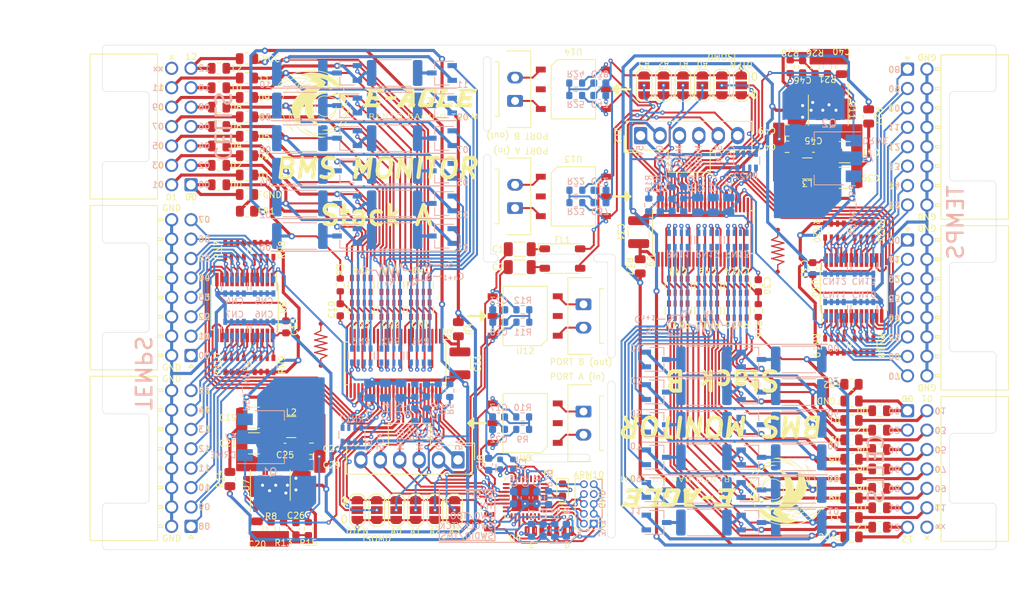
<source format=kicad_pcb>
(kicad_pcb (version 20221018) (generator pcbnew)
  (title_block (title "BMS Monitor") (date "2022-10-25") (company "E-Agle TRT") (comment 1 "Filippo Volpe"))
  (layers (0 "F.Cu" signal) (31 "B.Cu" signal) (34 "B.Paste" user) (35 "F.Paste" user) (36 "B.SilkS" user "B.Silkscreen") (37 "F.SilkS" user "F.Silkscreen") (38 "B.Mask" user) (39 "F.Mask" user) (44 "Edge.Cuts" user))
  (net 0 "")
  (net 1 "Net-(C1-Pad2)")
  (net 2 "Net-(U4-VCC)")
  (net 3 "Net-(U5-V+)")
  (net 4 "Net-(C2-Pad2)")
  (net 5 "/StackB/CSB")
  (net 6 "+3.3V")
  (net 7 "GND")
  (net 8 "/~{RESET}")
  (net 9 "Net-(U5-VREF1)")
  (net 10 "+5V")
  (net 11 "/StackA/C00")
  (net 12 "Net-(U5-VREF2)")
  (net 13 "Net-(U7-VCC)")
  (net 14 "Net-(U7-BST)")
  (net 15 "Net-(U7-SW)")
  (net 16 "Net-(U7-FB)")
  (net 17 "Net-(U9-V+)")
  (net 18 "Net-(U9-VREF1)")
  (net 19 "Net-(U9-VREF2)")
  (net 20 "/StackA/WDT")
  (net 21 "Net-(C17-Pad1)")
  (net 22 "/SWO")
  (net 23 "Net-(U11-VCC)")
  (net 24 "Net-(U11-BST)")
  (net 25 "Net-(U11-SW)")
  (net 26 "Net-(U11-FB)")
  (net 27 "Net-(C18-Pad1)")
  (net 28 "Net-(CN4-R4.2)")
  (net 29 "Net-(CN4-R3.2)")
  (net 30 "Net-(CN4-R2.2)")
  (net 31 "/StackB/GND")
  (net 32 "/StackB/C00")
  (net 33 "Net-(CN4-R1.2)")
  (net 34 "Net-(CN5-R4.2)")
  (net 35 "Net-(CN5-R3.2)")
  (net 36 "/StackB/WDT")
  (net 37 "Net-(C37-Pad1)")
  (net 38 "Net-(C38-Pad1)")
  (net 39 "Net-(CN5-R2.2)")
  (net 40 "Net-(CN5-R1.2)")
  (net 41 "Net-(CN6-R4.2)")
  (net 42 "/StackA/PSU_INPUT")
  (net 43 "/StackA/C08")
  (net 44 "/StackA/C09")
  (net 45 "/StackA/C10")
  (net 46 "/StackA/C11")
  (net 47 "/StackA/C12")
  (net 48 "/StackA/C04")
  (net 49 "/StackA/C05")
  (net 50 "/StackA/C06")
  (net 51 "/StackA/C07")
  (net 52 "/StackA/C01")
  (net 53 "/StackA/C02")
  (net 54 "/StackA/C03")
  (net 55 "/StackB/C08")
  (net 56 "/StackB/C09")
  (net 57 "/StackB/C10")
  (net 58 "/StackB/C11")
  (net 59 "/StackB/C12")
  (net 60 "/StackB/C04")
  (net 61 "/StackB/C05")
  (net 62 "/StackB/C06")
  (net 63 "/StackB/C07")
  (net 64 "/StackB/C01")
  (net 65 "/StackB/C02")
  (net 66 "/StackB/C03")
  (net 67 "Net-(CN6-R3.2)")
  (net 68 "Net-(CN6-R2.2)")
  (net 69 "Net-(CN6-R1.2)")
  (net 70 "Net-(CN7-R4.2)")
  (net 71 "Net-(CN7-R3.2)")
  (net 72 "Net-(CN7-R2.2)")
  (net 73 "Net-(CN7-R1.2)")
  (net 74 "Net-(CN10-R4.2)")
  (net 75 "Net-(CN10-R3.2)")
  (net 76 "Net-(CN10-R2.2)")
  (net 77 "Net-(CN10-R1.2)")
  (net 78 "Net-(CN11-R4.2)")
  (net 79 "Net-(CN11-R3.2)")
  (net 80 "/StackA/A2")
  (net 81 "/StackA/A3")
  (net 82 "Net-(CN11-R2.2)")
  (net 83 "/CS")
  (net 84 "/MOSI")
  (net 85 "/MISO")
  (net 86 "Net-(CN11-R1.2)")
  (net 87 "Net-(CN12-R4.2)")
  (net 88 "Net-(CN12-R3.2)")
  (net 89 "/StackA/A0")
  (net 90 "/StackA/A1")
  (net 91 "/StackA/DTEN")
  (net 92 "/StackA/ISOMD")
  (net 93 "/StackB/A0")
  (net 94 "/StackB/A1")
  (net 95 "/StackB/DTEN")
  (net 96 "/StackB/ISOMD")
  (net 97 "/StackA/CC02")
  (net 98 "/StackA/CC00")
  (net 99 "/StackA/CC03")
  (net 100 "/StackA/CC01")
  (net 101 "/StackB/CC02")
  (net 102 "/StackB/CC00")
  (net 103 "/StackB/CC03")
  (net 104 "/StackB/CC01")
  (net 105 "Net-(CN12-R2.2)")
  (net 106 "Net-(CN12-R1.2)")
  (net 107 "Net-(CN13-R4.2)")
  (net 108 "Net-(CN13-R3.2)")
  (net 109 "Net-(CN13-R2.2)")
  (net 110 "Net-(CN13-R1.2)")
  (net 111 "Net-(D1-K)")
  (net 112 "Net-(D1-A)")
  (net 113 "Net-(J9-Pin_7)")
  (net 114 "Net-(J9-Pin_6)")
  (net 115 "Net-(J9-Pin_5)")
  (net 116 "Net-(J9-Pin_4)")
  (net 117 "Net-(J9-Pin_3)")
  (net 118 "Net-(J9-Pin_2)")
  (net 119 "Net-(J9-Pin_1)")
  (net 120 "Net-(J9-Pin_13)")
  (net 121 "Net-(J9-Pin_12)")
  (net 122 "Net-(J9-Pin_11)")
  (net 123 "Net-(J9-Pin_10)")
  (net 124 "Net-(J9-Pin_9)")
  (net 125 "Net-(J9-Pin_8)")
  (net 126 "Net-(J5-Pin_1)")
  (net 127 "Net-(J5-Pin_8)")
  (net 128 "Net-(J5-Pin_2)")
  (net 129 "Net-(J5-Pin_9)")
  (net 130 "Net-(J5-Pin_3)")
  (net 131 "Net-(J5-Pin_10)")
  (net 132 "Net-(J5-Pin_4)")
  (net 133 "Net-(J5-Pin_11)")
  (net 134 "Net-(J5-Pin_5)")
  (net 135 "Net-(J5-Pin_12)")
  (net 136 "Net-(J5-Pin_6)")
  (net 137 "Net-(J5-Pin_13)")
  (net 138 "Net-(J5-Pin_7)")
  (net 141 "/StackB/IBIAS_2")
  (net 142 "/StackB/ICMP_2")
  (net 144 "Net-(Qda0-G)")
  (net 145 "Net-(Qda0-D)")
  (net 146 "Net-(Qda1-G)")
  (net 147 "Net-(Qda1-D)")
  (net 148 "Net-(Qda2-G)")
  (net 149 "Net-(Qda2-D)")
  (net 150 "Net-(Qda3-G)")
  (net 151 "Net-(Qda3-D)")
  (net 152 "Net-(Qda4-G)")
  (net 153 "Net-(Qda4-D)")
  (net 154 "Net-(Qda5-G)")
  (net 155 "Net-(Qda5-D)")
  (net 156 "/StackA/S09")
  (net 157 "/StackA/S10")
  (net 158 "/StackA/S11")
  (net 159 "/StackA/S04")
  (net 160 "/StackA/S05")
  (net 161 "/StackA/S06")
  (net 162 "/StackA/S07")
  (net 163 "/StackA/S00")
  (net 164 "/StackA/S01")
  (net 165 "/StackA/S02")
  (net 166 "/StackA/S03")
  (net 167 "/StackA/CC12")
  (net 168 "/StackA/CC11")
  (net 169 "/StackA/CC10")
  (net 170 "/StackA/CC09")
  (net 171 "/StackA/CC08")
  (net 172 "/StackA/CC07")
  (net 173 "/StackA/CC06")
  (net 174 "/StackA/CC05")
  (net 175 "/StackA/CC04")
  (net 176 "/StackB/S09")
  (net 177 "/StackB/S10")
  (net 178 "/StackB/S11")
  (net 179 "/StackB/S04")
  (net 180 "/StackB/S05")
  (net 181 "/StackB/S06")
  (net 182 "/StackB/S07")
  (net 183 "/StackB/S00")
  (net 184 "/StackB/S01")
  (net 185 "/StackB/S02")
  (net 186 "/StackB/S03")
  (net 187 "/StackB/CC12")
  (net 188 "/StackB/CC11")
  (net 189 "/StackB/CC10")
  (net 190 "/StackB/CC09")
  (net 191 "/StackB/CC08")
  (net 192 "/StackB/CC07")
  (net 193 "/StackB/CC06")
  (net 194 "/StackB/CC05")
  (net 195 "/StackB/CC04")
  (net 196 "/CLK")
  (net 197 "Net-(Qda6-G)")
  (net 198 "Net-(Qda6-D)")
  (net 199 "Net-(Qda7-G)")
  (net 200 "/SWDIO")
  (net 201 "/SWCLK")
  (net 202 "/StackA/S08")
  (net 203 "/StackA/DRIVE")
  (net 204 "/StackA/MUX_OUT")
  (net 205 "/StackA/MUX_A0")
  (net 206 "/StackA/MUX_A1")
  (net 207 "/StackA/MUX_A3")
  (net 208 "/StackA/MUX_A2")
  (net 211 "/StackB/S08")
  (net 212 "/StackB/DRIVE")
  (net 213 "/StackB/MUX_OUT")
  (net 214 "/StackB/MUX_A0")
  (net 215 "/StackB/MUX_A1")
  (net 216 "/StackB/MUX_A3")
  (net 217 "/StackB/MUX_A2")
  (net 220 "Net-(Qda7-D)")
  (net 221 "Net-(Qda8-G)")
  (net 222 "Net-(Qda8-D)")
  (net 223 "Net-(Qda9-G)")
  (net 224 "Net-(Qda9-D)")
  (net 225 "Net-(Qda10-G)")
  (net 226 "Net-(Qda10-D)")
  (net 227 "Net-(Qda11-G)")
  (net 228 "Net-(Qda11-D)")
  (net 229 "Net-(Qdb0-G)")
  (net 230 "Net-(Qdb0-D)")
  (net 231 "Net-(Qdb1-G)")
  (net 232 "Net-(Qdb1-D)")
  (net 233 "/StackA/VDD")
  (net 234 "/StackB/VDD")
  (net 235 "Net-(FB1-Pad1)")
  (net 236 "Net-(FB2-Pad1)")
  (net 237 "/StackB/PSU_INPUT")
  (net 238 "Net-(Qdb2-G)")
  (net 239 "Net-(Qdb2-D)")
  (net 240 "Net-(Qdb3-G)")
  (net 241 "Net-(Qdb3-D)")
  (net 242 "Net-(Qdb4-G)")
  (net 243 "Net-(Qdb4-D)")
  (net 244 "Net-(Qdb5-G)")
  (net 245 "Net-(Qdb5-D)")
  (net 246 "Net-(Qdb6-G)")
  (net 247 "Net-(Qdb6-D)")
  (net 248 "Net-(Qdb7-G)")
  (net 249 "Net-(Qdb7-D)")
  (net 250 "Net-(Qdb8-G)")
  (net 251 "Net-(Qdb8-D)")
  (net 252 "Net-(Qdb9-G)")
  (net 253 "Net-(Qdb9-D)")
  (net 254 "Net-(Qdb10-G)")
  (net 255 "Net-(Qdb10-D)")
  (net 256 "Net-(Qdb11-G)")
  (net 257 "Net-(Qdb11-D)")
  (net 258 "Net-(U4-IREDA)")
  (net 259 "Net-(U7-FREQ)")
  (net 260 "Net-(U11-FREQ)")
  (net 263 "Net-(U1-PA1)")
  (net 268 "Net-(U1-PA8)")
  (net 269 "Net-(U1-PA9)")
  (net 270 "Net-(U1-PA10)")
  (net 272 "/StackB/IA+")
  (net 273 "/IAC_A")
  (net 274 "/StackA/IBC")
  (net 275 "/StackB/IAC")
  (net 276 "/IBC_B")
  (net 277 "/STACK_B_IA-")
  (net 278 "/STACK_B_IA+")
  (net 279 "/STACK_B_IB-")
  (net 280 "/STACK_B_IB+")
  (net 281 "/STACK_A_IA-")
  (net 282 "/STACK_A_IA+")
  (net 283 "/STACK_A_IB-")
  (net 284 "/STACK_A_IB+")
  (net 285 "/IA+_A")
  (net 286 "/IB-_B")
  (net 287 "/IB+_B")
  (net 288 "/StackB/VCC")
  (net 289 "/TDI")
  (footprint "Package_DFN_QFN:QFN-32-1EP_5x5mm_P0.5mm_EP3.45x3.45mm" (layer "F.Cu") (at 134.4 120.3 -90)
    (fp_text reference "U1")
    (fp_text value "STM32L432KBUx")
  )
  (footprint "Resistor_SMD:R_0603_1608Metric" (layer "F.Cu") (at 110.6 92.9 -90)
    (fp_text reference "R3")
    (fp_text value "100R")
  )
  (footprint "Capacitor_SMD:C_1210_3225Metric" (layer "F.Cu") (at 175.5 79.1 180)
    (fp_text reference "C39")
    (fp_text value "1uF 100V")
  )
  (footprint "Jumper:SolderJumper-3_P1.3mm_Open_RoundedPad1.0x1.5mm" (layer "F.Cu") (at 122.8 121.9 -90)
    (fp_text reference "JP3" hide)
    (fp_text value "A2")
  )
  (footprint "Resistor_SMD:R_Array_Convex_4x0603" (layer "F.Cu") (at 100.8 88.4 -90)
    (fp_text reference "RN8")
    (fp_text value "100R")
  )
  (footprint "Fuse:Fuse_0805_2012Metric" (layer "F.Cu") (at 176.4 120.35)
    (fp_text reference "F21" hide)
    (fp_text value "2A")
  )
  (footprint "Resistor_SMD:R_0603_1608Metric" (layer "F.Cu") (at 164.4 96.2 90)
    (fp_text reference "R16")
    (fp_text value "100R")
  )
  (footprint "Fuse:Fuse_0805_2012Metric" (layer "F.Cu") (at 95 67.5 180)
    (fp_text reference "Fa10" hide)
    (fp_text value "2A")
  )
  (footprint "Jumper:SolderJumper-3_P1.3mm_Open_RoundedPad1.0x1.5mm" (layer "F.Cu") (at 112.8 121.9 -90)
    (fp_text reference "JP5" hide)
    (fp_text value "DTEN")
  )
  (footprint "Fuse:Fuse_0805_2012Metric" (layer "F.Cu") (at 95 70 180)
    (fp_text reference "Fa8" hide)
    (fp_text value "2A")
  )
  (footprint "Fuse:Fuse_0805_2012Metric" (layer "F.Cu") (at 98.6 76.25 180)
    (fp_text reference "Fa3" hide)
    (fp_text value "2A")
  )
  (footprint "Capacitor_SMD:C_0603_1608Metric" (layer "F.Cu") (at 103.5 113.8 180)
    (fp_text reference "C25")
    (fp_text value "100nF")
  )
  (footprint "Eagle_Main:MountingHole_3.2mm_M3_ISO14580" (layer "F.Cu") (at 168.4 97.5 180)
    (fp_text reference "H5" hide)
    (fp_text value "MountingHole")
  )
  (footprint "Resistor_SMD:R_0805_2012Metric" (layer "F.Cu") (at 125.8 98.6 -90)
    (fp_text reference "R4")
    (fp_text value "100R")
  )
  (footprint "Resistor_SMD:R_Array_Convex_4x0603" (layer "F.Cu") (at 113.3 96.1 90)
    (fp_text reference "CN3")
    (fp_text value "10nF")
  )
  (footprint "Fuse:Fuse_0805_2012Metric" (layer "F.Cu") (at 176.4 117.85)
    (fp_text reference "F22" hide)
    (fp_text value "2A")
  )
  (footprint "Eagle_Main:SM91502ALA" (layer "F.Cu") (at 134.4 110.7 90)
    (fp_text reference "U8")
    (fp_text value "SM91502ALA")
  )
  (footprint "Resistor_SMD:R_Array_Convex_4x0603" (layer "F.Cu") (at 157.9 96.2 -90)
    (fp_text reference "RN15")
    (fp_text value "100R")
  )
  (footprint "Connector_Molex:Molex_Nano-Fit_105314-xx16_2x08_P2.50mm_Horizontal" (layer "F.Cu") (at 183.6 65.1)
    (fp_text reference "J10" hide)
    (fp_text value "TEMP0")
  )
  (footprint "Resistor_SMD:R_0805_2012Metric" (layer "F.Cu") (at 149.2 90.5 90)
    (fp_text reference "R17")
    (fp_text value "100R")
  )
  (footprint "Connector_Molex:Molex_Micro-Fit_3.0_43650-0215_1x02_P3.00mm_Vertical" (layer "F.Cu") (at 133.1 69.2 90)
    (fp_text reference "J2" hide)
    (fp_text value "Conn_01x02")
  )
  (footprint "Capacitor_SMD:C_0603_1608Metric" (layer "F.Cu") (at 103.6 98.3 -90)
    (fp_text reference "C15")
    (fp_text value "100nF")
  )
  (footprint "Resistor_SMD:R_0603_1608Metric" (layer "F.Cu") (at 171.7 64.8 -90)
    (fp_text reference "R26")
    (fp_text value "10k")
  )
  (footprint "Resistor_SMD:R_Array_Convex_4x0603" (layer "F.Cu") (at 113.3 92.9 90)
    (fp_text reference "RN6")
    (fp_text value "100R")
  )
  (footprint "Capacitor_SMD:C_1210_3225Metric" (layer "F.Cu") (at 99.5 113.3)
    (fp_text reference "C21")
    (fp_text value "1uF 100V")
  )
  (footprint "Capacitor_SMD:C_0603_1608Metric" (layer "F.Cu") (at 171.5 75.3)
    (fp_text reference "C45")
    (fp_text value "100nF")
  )
  (footprint "Resistor_SMD:R_0805_2012Metric" (layer "F.Cu") (at 96.4 117.9 90)
    (fp_text reference "R14")
    (fp_text value "100R")
  )
  (footprint "Jumper:SolderJumper-3_P1.3mm_Open_RoundedPad1.0x1.5mm" (layer "F.Cu") (at 115.3 121.9 -90)
    (fp_text reference "JP6" hide)
    (fp_text value "ISOMD")
  )
  (footprint "Capacitor_SMD:C_1206_3216Metric" (layer "F.Cu") (at 133.7 88.3)
    (fp_text reference "C1")
    (fp_text value "10nF 100V")
  )
  (footprint "Connector_Molex:Molex_Nano-Fit_105314-xx16_2x08_P2.50mm_Horizontal" (layer "F.Cu") (at 91.4 124 180)
    (fp_text reference "J6" hide)
    (fp_text value "TEMP0")
  )
  (footprint "Resistor_SMD:R_Array_Convex_4x0603" (layer "F.Cu") (at 157.9 93 -90)
    (fp_text reference "CN9")
    (fp_text value "10nF")
  )
  (footprint "Inductor_SMD:L_1210_3225Metric" (layer "F.Cu") (at 104.3 111.2)
    (fp_text reference "L2")
    (fp_text value "33uH")
  )
  (footprint "Eagle_Main:SM91502ALA" (layer "F.Cu") (at 140.6 81.5 -90)
    (fp_text reference "U13")
    (fp_text value "SM91502ALA")
  )
  (footprint "Resistor_SMD:R_0603_1608Metric" (layer "F.Cu") (at 173.3 64.8 -90)
    (fp_text reference "R21")
    (fp_text value "82k")
  )
  (footprint "Package_TO_SOT_SMD:SOT-23" (layer "F.Cu") (at 128.9 123.4 180)
    (fp_text reference locked "U2")
    (fp_text value "MCP1812AT-033-TT")
  )
  (footprint "Connector_Molex:Molex_Nano-Fit_105314-xx14_2x07_P2.50mm_Horizontal" (layer "F.Cu") (at 91.4 80 180)
    (fp_text reference "J5" hide)
    (fp_text value "CELLS")
  )
  (footprint "Capacitor_SMD:C_1210_3225Metric" (layer "F.Cu") (at 99.5 110)
    (fp_text reference "C19")
    (fp_text value "1uF 100V")
  )
  (footprint "Fuse:Fuse_0805_2012Metric" (layer "F.Cu") (at 95 77.5 180)
    (fp_text reference "Fa2" hide)
    (fp_text value "2A")
  )
  (footprint "Fuse:Fuse_0805_2012Metric" (layer "F.Cu") (at 98.6 63.75 180)
    (fp_text reference "Fa13" hide)
    (fp_text value "2A")
  )
  (footprint "Fuse:Fuse_0805_2012Metric" (layer "F.Cu") (at 98.6 71.25 180)
    (fp_text reference "Fa7" hide)
    (fp_text value "2A")
  )
  (footprint "Jumper:SolderJumper-3_P1.3mm_Open_RoundedPad1.0x1.5mm" (layer "F.Cu") (at 159.7 67.2 90)
    (fp_text reference "JP12" hide)
    (fp_text value "ISOMD")
  )
  (footprint "Fuse:Fuse_0805_2012Metric" (layer "F.Cu") (at 98.6 66.25 180)
    (fp_text reference "Fa11" hide)
    (fp_text value "2A")
  )
  (footprint "Resistor_SMD:R_Array_Convex_4x0603" (layer "F.Cu") (at 178 100.7 90)
    (fp_text reference "RN18")
    (fp_text value "100R")
  )
  (footprint "Resistor_SMD:R_0805_2012Metric" (layer "F.Cu") (at 98.6 83.4)
    (fp_text reference "FB1")
    (fp_text value "600R")
  )
  (footprint "Connector_Molex:Molex_Nano-Fit_105314-xx14_2x07_P2.50mm_Horizontal" (layer "F.Cu") (at 183.6 109.1)
    (fp_text reference "J9" hide)
    (fp_text value "CELLS")
  )
  (footprint "Connector_Molex:Molex_Micro-Fit_3.0_43650-0215_1x02_P3.00mm_Vertical" (layer "F.Cu") (at 133.1 83 90)
    (fp_text reference "J1" hide)
    (fp_text value "Conn_01x02")
  )
  (footprint "Resistor_SMD:R_0805_2012Metric" (layer "F.Cu") (at 178.6 71.2 -90)
    (fp_text reference "R27")
    (fp_text value "100R")
  )
  (footprint "Package_SO:SOIC-8-1EP_3.9x4.9mm_P1.27mm_EP2.514x3.2mm" (layer "F.Cu") (at 101.6 118.7 90)
    (fp_text reference "U7")
    (fp_text value "MP4541")
  )
  (footprint "Connector_Molex:Molex_Nano-Fit_105309-xx06_1x06_P2.50mm_Vertical" (layer "F.Cu") (at 125.75 115.43 -90)
    (fp_text reference "J8")
    (fp_text value "DIRECT_SPI")
  )
  (footprint "Eagle_Main:MountingHole_3.2mm_M3_ISO14580" (layer "F.Cu") (at 106.6 91.6)
    (fp_text reference "H2" hide)
    (fp_text value "MountingHole")
  )
  (footprint "Resistor_SMD:R_0603_1608Metric" (layer "F.Cu") (at 101.7 124.3 90)
    (fp_text reference "R8")
    (fp_text value "82k")
  )
  (footprint "Resistor_SMD:R_Array_Convex_4x0603" (layer "F.Cu") (at 117.1 96.1 90)
    (fp_text reference "CN2")
    (fp_text value "10nF")
  )
  (footprint "Fuse:Fuse_0805_2012Metric" (layer "F.Cu") (at 180 116.6)
    (fp_text reference "F16" hide)
    (fp_text value "2A")
  )
  (footprint "Package_SO:SSOP-24_5.3x8.2mm_P0.65mm" (layer "F.Cu") (at 176.7 93.3 90)
    (fp_text reference "U10")
    (fp_text value "CD74HC4067SM")
  )
  (footprint "Resistor_SMD:R_Array_Convex_4x0603" (layer "F.Cu") (at 120.9 96.1 90)
    (fp_text reference "CN1")
    (fp_text value "10nF")
  )
  (footprint "Capacitor_SMD:C_0805_2012Metric" (layer "F.Cu") (at 106.9 116.1 180)
    (fp_text reference "C29")
    (fp_text value "10uF")
  )
  (footprint "Package_SO:SSOP-24_5.3x8.2mm_P0.65mm" (layer "F.Cu") (at 98.3 95.8 -90)
    (fp_text reference "U6")
    (fp_text value "CD74HC4067SM")
  )
  (footprint "Resistor_SMD:R_Array_Convex_4x0603" (layer "F.Cu") (at 161.7 93 -90)
    (fp_text reference "CN14")
    (fp_text value "10nF")
  )
  (footprint "Resistor_SMD:R_0603_1608Metric" (layer "F.Cu") (at 168.5 64.8 90)
    (fp_text reference "R28")
    (fp_text value "39k")
  )
  (footprint "Resistor_SMD:R_Array_Convex_4x0603" (layer "F.Cu") (at 100.8 103.2 90)
    (fp_text reference "RN9")
    (fp_text value "100R")
  )
  (footprint "Eagle_Main:ACT45B-xxx-2P-TL003" (layer "F.Cu") (at 139.2 89.5)
    (fp_text reference "FL1")
    (fp_text value "ACT45B-101-2P-TL003")
  )
  (footprint "Resistor_SMD:R_Array_Convex_4x0603" (layer "F.Cu") (at 154.1 93 -90)
    (fp_text reference "CN8")
    (fp_text value "10nF")
  )
  (footprint "Fuse:Fuse_0805_2012Metric" (layer "F.Cu") (at 180 124.1)
    (fp_text reference "F13" hide)
    (fp_text value "2A")
  )
  (footprint "Package_SO:SSOP-48_5.3x12.8mm_P0.5mm" (layer "F.Cu") (at 157.3 86.1 90)
    (fp_text reference "U9")
    (fp_text value "LTC6811-1")
  )
  (footprint "Resistor_SMD:R_0603_1608Metric" (layer "F.Cu") (at 103.3 124.3 90)
    (fp_text reference "R13")
    (fp_text value "10k")
  )
  (footprint "Connector_Molex:Molex_Nano-Fit_105309-xx06_1x06_P2.50mm_Vertical" (layer "F.Cu") (at 149.25 73.67 90)
    (fp_text reference "J12")
    (fp_text value "DIRECT_SPI")
  )
  (footprint "Fuse:Fuse_0805_2012Metric" (layer "F.Cu") (at 95 75 180)
    (fp_text reference "Fa4" hide)
    (fp_text value "2A")
  )
  (footprint "Fuse:Fuse_0805_2012Metric" (layer "F.Cu") (at 95 72.5 180)
    (fp_text reference "Fa6" hide)
    (fp_text value "2A")
  )
  (footprint "Eagle_Main:SM91502ALA" (layer "F.Cu") (at 140.6 67.7 -90)
    (fp_text reference "U14")
    (fp_text value "SM91502ALA")
  )
  (footprint "Fuse:Fuse_0805_2012Metric" (layer "F.Cu") (at 180 111.6)
    (fp_text reference "F18" hide)
    (fp_text value "2A")
  )
  (footprint "Fuse:Fuse_0805_2012Metric" (layer "F.Cu") (at 98.6 81.25 180)
    (fp_text reference "Fa14" hide)
    (fp_text value "2A")
  )
  (footprint "Capacitor_SMD:C_0805_2012Metric" (layer "F.Cu") (at 99.9 124.3 -90)
    (fp_text reference "C20")
    (fp_text value "1uF")
  )
  (footprint "Eagle_Main:MountingHole_3.2mm_M3_ISO14580" (layer "F.Cu") (at 179.2 65.1 180)
    (fp_text reference "H6" hide)
    (fp_text value "MountingHole")
  )
  (footprint "Eagle_Main:MountingHole_3.2mm_M3_ISO14580" (layer "F.Cu") (at 140.5 74.6)
    (fp_text reference "H4" hide)
    (fp_text value "MountingHole")
  )
  (footprint "Resistor_SMD:R_Array_Convex_4x0603" (layer "F.Cu") (at 174.2 85.9 -90)
    (fp_text reference "RN20")
    (fp_text value "100R")
  )
  (footprint "Capacitor_SMD:C_1210_3225Metric" (layer "F.Cu") (at 175.5 75.8 180)
    (fp_text reference "C41")
    (fp_text value "1uF 100V")
  )
  (footprint "Resistor_SMD:R_Array_Convex_4x0603" (layer "F.Cu") (at 174.2 100.7 90)
    (fp_text reference "RN19")
    (fp_text value "100R")
  )
  (footprint "Resistor_SMD:R_Array_Convex_4x0603" (layer "F.Cu") (at 178 85.9 -90)
    (fp_text reference "RN21")
    (fp_text value "100R")
  )
  (footprint "Jumper:SolderJumper-3_P1.3mm_Open_RoundedPad1.0x1.5mm" (layer "F.Cu") (at 149.7 67.2 90)
    (fp_text reference "JP10" hide)
    (fp_text value "A3")
  )
  (footprint "Fuse:Fuse_0805_2012Metric" (layer "F.Cu") (at 176.4 110.35)
    (fp_text reference "F25" hide)
    (fp_text value "2A")
  )
  (footprint "Resistor_SMD:R_Array_Convex_4x0603" (layer "F.Cu") (at 97 88.4 -90)
    (fp_text reference "RN7")
    (fp_text value "100R")
  )
  (footprint "Fuse:Fuse_0805_2012Metric" (layer "F.Cu") (at 176.4 112.85)
    (fp_text reference "F24" hide)
    (fp_text value "2A")
  )
  (footprint "Fuse:Fuse_0805_2012Metric" (layer "F.Cu") (at 98.6 73.75 180)
    (fp_text reference "Fa5" hide)
    (fp_text value "2A")
  )
  (footprint "Capacitor_SMD:C_0805_2012Metric" (layer "F.Cu") (at 168.1 73)
    (fp_text reference "C49")
    (fp_text value "10uF")
  )
  (footprint "Capacitor_SMD:C_0603_1608Metric" (layer "F.Cu") (at 170.1 64.8 90)
    (fp_text reference "C46")
    (fp_text value "680pF")
  )
  (footprint "Capacitor_SMD:C_1210_3225Metric" (layer "F.Cu") (at 126 103 -90)
    (fp_text reference "C11")
    (fp_text value "100nF 100V")
  )
  (footprint "Capacitor_SMD:C_0805_2012Metric" (layer "F.Cu") (at 175.1 64.8 90)
    (fp_text reference "C40")
    (fp_text value "1uF")
  )
  (footprint "Connector_Molex:Molex_Nano-Fit_105314-xx16_2x08_P2.50mm_Horizontal" (layer "F.Cu") (at 183.6 87.1)
    (fp_text reference "J11" hide)
    (fp_text value "TEMP1")
  )
  (footprint "Resistor_SMD:R_Array_Convex_4x0603" (layer "F.Cu") (at 154.1 96.2 -90)
    (fp_text reference "RN14")
    (fp_text value "100R")
  )
  (footprint "Jumper:SolderJumper-3_P1.3mm_Open_RoundedPad1.0x1.5mm" (layer "F.Cu") (at 162.2 67.2 90)
    (fp_text reference "JP11" hide)
    (fp_text value "DTEN")
  )
  (footprint "Connector_Molex:Molex_Micro-Fit_3.0_43650-0215_1x02_P3.00mm_Vertical" (layer "F.Cu") (at 141.9 95.4 -90)
    (fp_text reference "J4" hide)
    (fp_text value "Conn_01x02")
  )
  (footprint "Package_SO:SSOP-48_5.3x12.8mm_P0.5mm" (layer "F.Cu") (at 117.7 103 -90)
    (fp_text reference "U5")
    (fp_text value "LTC6811-1")
  )
  (footprint "Capacitor_SMD:C_0603_1608Metric" (layer "F.Cu") (at 164.4 93 -90)
    (fp_text reference "C30")
    (fp_text value "10nF")
  )
  (footprint "Resistor_SMD:R_Array_Convex_4x0603" (layer "F.Cu") (at 117.1 92.9 90)
    (fp_text reference "RN5")
    (fp_text value "100R")
  )
  (footprint "Connector_PinHeader_1.27mm:PinHeader_2x05_P1.27mm_Vertical" (layer "F.Cu") (at 143.225 123.65 180)
    (fp_text reference "J13" hide)
    (fp_text value "Conn_ARM_JTAG_SWD_10")
  )
  (footprint "Capacitor_SMD:C_0603_1608Metric" (layer "F.Cu") (at 171.4 90.8 90)
    (fp_text reference "C35")
    (fp_text value "100nF")
  )
  (footprint "Capacitor_SMD:C_1206_3216Metric" (layer "F.Cu") (at 133.7 90.6)
    (fp_text reference "C2")
    (fp_text value "10nF 100V")
  )
  (footprint "Capacitor_SMD:C_0603_1608Metric" (layer "F.Cu") (at 104.9 124.3 -90)
    (fp_text reference "C26")
    (fp_text value "680pF")
  )
  (footprint "Fuse:Fuse_0805_2012Metric" (layer "F.Cu") (at 98.6 68.75 180)
    (fp_text reference "Fa9" hide)
    (fp_text value "2A")
  )
  (footprint "Resistor_SMD:R_0603_1608Metric" (layer "F.Cu") (at 106.5 124.3 -90)
    (fp_text reference "R15")
    (fp_text value "39k")
  )
  (footprint "Eagle_Main:SM91502ALA" (layer "F.Cu") (at 134.4 96.9 90)
    (fp_text reference "U12")
    (fp_text value "SM91502ALA")
  )
  (footprint "Jumper:SolderJumper-3_P1.3mm_Open_RoundedPad1.0x1.5mm" (layer "F.Cu") (at 117.8 121.9 -90)
    (fp_text reference "JP1" hide)
    (fp_text value "A0")
  )
  (footprint "Fuse:Fuse_0805_2012Metric" (layer "F.Cu") (at 180 109.1)
    (fp_text reference "F19" hide)
    (fp_text value "2A")
  )
  (footprint "Fuse:Fuse_0805_2012Metric" (layer "F.Cu") (at 176.4 107.85)
    (fp_text reference "Fb14" hide)
    (fp_text value "2A")
  )
  (footprint "Jumper:SolderJumper-3_P1.3mm_Open_RoundedPad1.0x1.5mm" (layer "F.Cu") (at 157.2 67.2 90)
    (fp_text reference "JP7" hide)
    (fp_text value "A0")
  )
  (footprint "Fuse:Fuse_0805_2012Metric" (layer "F.Cu") (at 176.4 115.35)
    (fp_text reference "F23" hide)
    (fp_text value "2A")
  )
  (footprint "Eagle_Main:MountingHole_3.2mm_M3_ISO14580" (layer "F.Cu") (at 95.8 124)
    (fp_text reference "H3" hide)
    (fp_text value "MountingHole")
  )
  (footprint "Resistor_SMD:R_Array_Convex_4x0603" (layer "F.Cu") (at 161.7 96.2 -90)
    (fp_text reference "RN16")
    (fp_text value "100R")
  )
  (footprint "Eagle_Main:MountingHole_3.2mm_M3_ISO14580" (layer "F.Cu") (at 134.5 103.8)
    (fp_text reference "H1" hide)
    (fp_text value "MountingHole")
  )
  (footprint "Jumper:SolderJumper-3_P1.3mm_Open_RoundedPad1.0x1.5mm" (layer "F.Cu") (at 125.3 121.9 -90)
    (fp_text reference "JP4" hide)
    (fp_text value "A3")
  )
  (footprint "Fuse:Fuse_0805_2012Metric" (layer "F.Cu") (at 176.4 122.85)
    (fp_text reference "F20" hide)
    (fp_text value "2A")
  )
  (footprint "Inductor_SMD:L_1210_3225Metric" (layer "F.Cu") (at 170.7 77.9 180)
    (fp_text reference "L3")
    (fp_text value "33uH")
  )
  (footprint "Fuse:Fuse_0805_2012Metric" (layer "F.Cu") (at 180 119.1)
    (fp_text reference "F15" hide)
    (fp_text value "2A")
  )
  (footprint "Connector_Molex:Molex_Micro-Fit_3.0_43650-0215_1x02_P3.00mm_Vertical" (layer "F.Cu") (at 141.9 109.2 -90)
    (fp_text reference "J3" hide)
    (fp_text value "Conn_01x02")
  )
  (footprint "Jumper:SolderJumper-3_P1.3mm_Open_RoundedPad1.0x1.5mm" (layer "F.Cu") (at 154.7 67.2 90)
    (fp_text reference "JP8" hide)
    (fp_text value "A1")
  )
  (footprint "Fuse:Fuse_0805_2012Metric" (layer "F.Cu") (at 95 65 180)
    (fp_text reference "Fa12" hide)
    (fp_text value "2A")
  )
  (footprint "Resistor_SMD:R_Array_Convex_4x0603" (layer "F.Cu") (at 97 103.2 90)
    (fp_text reference "RN10")
    (fp_text value "100R")
  )
  (footprint "Capacitor_SMD:C_0805_2012Metric" (layer "F.Cu") (at 106.9 114 180)
    (fp_text reference "C27")
    (fp_text value "10uF")
  )
  (footprint "Fuse:Fuse_0805_2012Metric" (layer "F.Cu") (at 180 114.1)
    (fp_text reference "F17" hide)
    (fp_text value "2A")
  )
  (footprint "Fuse:Fuse_0805_2012Metric" (layer "F.Cu") (at 98.6 78.75 180)
    (fp_text reference "Fa1" hide)
    (fp_text value "2A")
  )
  (footprint "Capacitor_SMD:C_0805_2012Metric" (layer "F.Cu") (at 168.1 75.1)
    (fp_text reference "C47")
    (fp_text value "10uF")
  )
  (footprint "Capacitor_SMD:C_0603_1608Metric" (layer "F.Cu") (at 110.6 96.1 90)
    (fp_text reference "C10")
    (fp_text value "10nF")
  )
  (footprint "Resistor_SMD:R_0805_2012Metric" (layer "F.Cu") (at 176.4 105.7 180)
    (fp_text reference "FB2")
    (fp_text value "600R")
  )
  (footprint "Fuse:Fuse_0805_2012Metric" (layer "F.Cu") (at 180 121.6)
    (fp_text reference "F14" hide)
    (fp_text value "2A")
  )
  (footprint "Connector_Molex:Molex_Nano-Fit_105314-xx16_2x08_P2.50mm_Horizontal" (layer "F.Cu") (at 91.4 102 180)
    (fp_text reference "J7" hide)
    (fp_text value "TEMP1")
  )
  (footprint "Package_SO:SOIC-8-1EP_3.9x4.9mm_P1.27mm_EP2.514x3.2mm" (layer "F.Cu") (at 173.4 70.4 -90)
    (fp_text reference "U11")
    (fp_text value "MP4541")
  )
  (footprint "Jumper:SolderJumper-3_P1.3mm_Open_RoundedPad1.0x1.5mm" (layer "F.Cu") (at 152.2 67.2 90)
    (fp_text reference "JP9" hide)
    (fp_text value "A2")
  )
  (footprint "Jumper:SolderJumper-3_P1.3mm_Open_RoundedPad1.0x1.5mm" (layer "F.Cu") (at 120.3 121.9 -90)
    (fp_text reference "JP2" hide)
    (fp_text value "A1")
  )
  (footprint "LED_SMD:LED_0603_1608Metric" (layer "F.Cu") (at 139.2 119.3 -90)
    (fp_text reference "D1")
    (fp_text value "LED")
  )
  (footprint "Fuse:Fuse_0805_2012Metric" (layer "F.Cu") (at 95 80 180)
    (fp_text reference "Fa0" hide)
    (fp_text value "2A")
  )
  (footprint "Capacitor_SMD:C_1210_3225Metric" (layer "F.Cu") (at 149 86.1 90)
    (fp_text reference "C31")
    (fp_text value "100nF 100V")
  )
  (footprint "Eagle_Main:TFBS4652" (layer "F.Cu") (at 137.5 124.6)
    (fp_text reference "U4")
    (fp_text value "TFBS4652")
  )
  (footprint "Resistor_SMD:R_Array_Convex_4x0603" (layer "F.Cu") (at 120.9 92.9 90)
    (fp_text reference "RN4")
    (fp_text value "100R")
  )
  (footprint "Fuse:Fuse_0805_2012Metric" (layer "F.Cu") (at 176.4 125.35)
    (fp_text reference "Fb3" hide)
    (fp_text value "2A")
  )
  (footprint "Resistor_SMD:R_2512_6332Metric" (layer "B.Cu") (at 105.4 69.8 180)
    (fp_text reference "Rda8" hide)
    (fp_text value "10R")
  )
  (footprint "Package_TO_SOT_SMD:TSOT-23" (layer "B.Cu") (at 163.5 119.3)
    (fp_text reference "Qdb8" hide)
    (fp_text value "BSS308PE")
  )
  (footprint "Resistor_SMD:R_Array_Convex_4x0603" (layer "B.Cu") (at 112.1 112.2 90)
    (fp_text reference "RN17")
    (fp_text value "3.3K")
  )
  (footprint "Package_TO_SOT_SMD:TSOT-23" (layer "B.Cu") (at 111.5 74 180)
    (fp_text reference "Qda6" hide)
    (fp_text value "BSS308PE")
  )
  (footprint "Package_TO_SOT_SMD:TSOT-23" (layer "B.Cu") (at 163.5 110.9)
    (fp_text reference "Qdb4" hide)
    (fp_text value "BSS308PE")
  )
  (footprint "Resistor_SMD:R_2512_6332Metric" (layer "B.Cu") (at 157.4 115.1)
    (fp_text reference "Rdb7" hide)
    (fp_text value "10R")
  )
  (footprint "Resistor_SMD:R_0603_1608Metric" (layer "B.Cu") (at 134.1 96.1 180)
    (fp_text reference "R12")
    (fp_text value "51R")
  )
  (footprint "Capacitor_SMD:C_0805_2012Metric" (layer "B.Cu") (at 116.4 106.5 -90)
    (fp_text reference "C13")
    (fp_text value "1uF")
  )
  (footprint "Resistor_SMD:R_2512_6332Metric" (layer "B.Cu") (at 157.4 106.7)
    (fp_text reference "Rdb3" hide)
    (fp_text value "10R")
  )
  (footprint "Resistor_SMD:R_2512_6332Metric" (layer "B.Cu") (at 169.6 119.3)
    (fp_text reference "Rdb8" hide)
    (fp_text value "10R")
  )
  (footprint "Resistor_SMD:R_Array_Convex_4x0603" (layer "B.Cu") (at 174.2 90.55 90)
    (fp_text reference "CN12")
    (fp_text value "10nF")
  )
  (footprint "Resistor_SMD:R_0603_1608Metric" (layer "B.Cu") (at 123.2 106.5 -90)
    (fp_text reference "R6")
    (fp_text value "R")
  )
  (footprint "Package_TO_SOT_SMD:TSOT-23" (layer "B.Cu") (at 163.5 123.5)
    (fp_text reference "Qdb10" hide)
    (fp_text value "BSS308PE")
  )
  (footprint "Resistor_SMD:R_2512_6332Metric" (layer "B.Cu") (at 169.6 110.9)
    (fp_text reference "Rdb4" hide)
    (fp_text value "10R")
  )
  (footprint "Resistor_SMD:R_0603_1608Metric" (layer "B.Cu") (at 137.4 120.3 -90)
    (fp_text reference "R29")
    (fp_text value "R")
  )
  (footprint "Resistor_SMD:R_0603_1608Metric" (layer "B.Cu") (at 140.9 68.5)
    (fp_text reference "R25")
    (fp_text value "51R")
  )
  (footprint "Resistor_SMD:R_Array_Convex_4x0603" (layer "B.Cu") (at 157.9 87.1 90)
    (fp_text reference "RN12")
    (fp_text value "3.3K")
  )
  (footprint "Capacitor_SMD:C_0603_1608Metric" (layer "B.Cu") (at 134.4 120.3 90)
    (fp_text reference "C4")
    (fp_text value "100nF")
  )
  (footprint "Resistor_SMD:R_0603_1608Metric" (layer "B.Cu") (at 134.075 111.5)
    (fp_text reference "R9")
    (fp_text value "51R")
  )
  (footprint "Resistor_SMD:R_2512_6332Metric" (layer "B.Cu") (at 157.4 123.5)
    (fp_text reference "Rdb11" hide)
    (fp_text value "10R")
  )
  (footprint "Package_TO_SOT_SMD:TSOT-23" (layer "B.Cu") (at 123.7 78.2 180)
    (fp_text reference "Qda5" hide)
    (fp_text value "BSS308PE")
  )
  (footprint "Resistor_SMD:R_Array_Convex_4x0603" (layer "B.Cu") (at 178 90.55 90)
    (fp_text reference "CN13")
    (fp_text value "10nF")
  )
  (footprint "Resistor_SMD:R_2512_6332Metric" (layer "B.Cu") (at 105.4 74 180)
    (fp_text reference "Rda6" hide)
    (fp_text value "10R")
  )
  (footprint "Package_TO_SOT_SMD:TSOT-23" (layer "B.Cu") (at 111.5 78.2 180)
    (fp_text reference "Qda4" hide)
    (fp_text value "BSS308PE")
  )
  (footprint "Capacitor_SMD:C_0603_1608Metric" (layer "B.Cu") (at 144 66.9)
    (fp_text reference "C38")
    (fp_text value "10nF")
  )
  (footprint "Resistor_SMD:R_0603_1608Metric" (layer "B.Cu") (at 120.2 109.6 -90)
    (fp_text reference "R30")
    (fp_text value "R")
  )
  (footprint "Resistor_SMD:R_2512_6332Metric" (layer "B.Cu") (at 105.4 78.2 180)
    (fp_text reference "Rda4" hide)
    (fp_text value "10R")
  )
  (footprint "Resistor_SMD:R_0603_1608Metric" (layer "B.Cu") (at 140.9 66.9 180)
    (fp_text reference "R24")
    (fp_text value "51R")
  )
  (footprint "Package_TO_SOT_SMD:TSOT-23" (layer "B.Cu") (at 111.5 69.8 180)
    (fp_text reference "Qda8" hide)
    (fp_text value "BSS308PE")
  )
  (footprint "Resistor_SMD:R_2512_6332Metric" (layer "B.Cu") (at 117.6 82.4 180)
    (fp_text reference "Rda3" hide)
    (fp_text value "10R")
  )
  (footprint "Resistor_SMD:R_Array_Convex_4x0603" (layer "B.Cu") (at 100.8 98.55 -90)
    (fp_text reference "CN6")
    (fp_text value "10nF")
  )
  (footprint "Package_TO_SOT_SMD:TSOT-23" (layer "B.Cu") (at 151.3 106.7)
    (fp_text reference "Qdb3" hide)
    (fp_text value "BSS308PE")
  )
  (footprint "Package_TO_SOT_SMD:TSOT-23" (layer "B.Cu") (at 123.7 69.8 180)
    (fp_text reference "Qda9" hide)
    (fp_text value "BSS308PE")
  )
  (footprint "Resistor_SMD:R_Array_Convex_4x0603" (layer "B.Cu") (at 97 98.55 -90)
    (fp_text reference "CN7")
    (fp_text value "10nF")
  )
  (footprint "Package_TO_SOT_SMD:TSOT-23" (layer "B.Cu") (at 151.3 115.1)
    (fp_text reference "Qdb7" hide)
    (fp_text value "BSS308PE")
  )
  (footprint "Resistor_SMD:R_2512_6332Metric" (layer "B.Cu") (at 157.4 102.5)
    (fp_text reference "Rdb1" hide)
    (fp_text value "10R")
  )
  (footprint "Package_TO_SOT_SMD:TSOT-23" (layer "B.Cu") (at 111.5 65.6 180)
    (fp_text reference "Qda10" hide)
    (fp_text value "BSS308PE")
  )
  (footprint "Resistor_SMD:R_Array_Convex_4x0603" (layer "B.Cu") (at 117.1 102 -90)
    (fp_text reference "RN2")
    (fp_text value "3.3K")
  )
  (footprint "Resistor_SMD:R_2512_6332Metric" (layer "B.Cu") (at 157.4 110.9)
    (fp_text reference "Rdb5" hide)
    (fp_text value "10R")
  )
  (footprint "Resistor_SMD:R_2512_6332Metric" (layer "B.Cu") (at 169.6 106.7)
    (fp_text reference "Rdb2" hide)
    (fp_text value "10R")
  )
  (footprint "Resistor_SMD:R_Array_Convex_4x0603" (layer "B.Cu") (at 154.1 87.1 90)
    (fp_text reference "RN11")
    (fp_text value "3.3K")
  )
  (footprint "Capacitor_SMD:C_0805_2012Metric" (layer "B.Cu") (at 118.4 106.5 -90)
    (fp_text reference "C12")
    (fp_text value "1uF")
  )
  (footprint "Capacitor_SMD:C_0603_1608Metric" (layer "B.Cu") (at 129.7 116 90)
    (fp_text reference "C7")
    (fp_text value "100nF")
  )
  (footprint "Resistor_SMD:R_Array_Convex_4x0603" (layer "B.Cu") (at 100.8 93.1 90)
    (fp_text reference "CN5")
    (fp_text value "10nF")
  )
  (footprint "Resistor_SMD:R_0603_1608Metric" (layer "B.Cu") (at 134.075 109.9 180)
    (fp_text reference "R10")
    (fp_text value "51R")
  )
  (footprint "Resistor_SMD:R_0603_1608Metric" (layer "B.Cu") (at 121.7 109.6 -90)
    (fp_text reference "R31")
    (fp_text value "R")
  )
  (footprint "Package_TO_SOT_SMD:SOT-223" (layer "B.Cu") (at 101.5 112.5)
    (fp_text reference "Q1")
    (fp_text value "NSV1C201MZ4")
  )
  (footprint "Package_LGA:VLGA-4_2x2.5mm_P1.65mm" (layer "B.Cu") (at 132 116 -90)
    (fp_text reference "U3")
    (fp_text value "DSC61XX")
  )
  (footprint "Capacitor_SMD:C_0603_1608Metric" (layer "B.Cu") (at 144.025 80.7)
    (fp_text reference "C42")
    (fp_text value "10nF")
  )
  (footprint "Package_TO_SOT_SMD:TSOT-23" (layer "B.Cu") (at 123.7 65.6 180)
    (fp_text reference "Qda11" hide)
    (fp_text value "BSS308PE")
  )
  (footprint "Package_TO_SOT_SMD:TSOT-23" (layer "B.Cu") (at 151.3 123.5)
    (fp_text reference "Qdb11" hide)
    (fp_text value "BSS308PE")
  )
  (footprint "Resistor_SMD:R_0603_1608Metric" (layer "B.Cu") (at 135.2 124.5 90)
    (fp_text reference "R1")
    (fp_text value "47R")
  )
  (footprint "Resistor_SMD:R_Array_Convex_4x0603" (layer "B.Cu") (at 178 96 -90)
    (fp_text reference "CN10")
    (fp_text value "10nF")
  )
  (footprint "Capacitor_SMD:C_0603_1608Metric" (layer "B.Cu") (at 144.025 82.3)
    (fp_text reference "C37")
    (fp_text value "10nF")
  )
  (footprint "Package_TO_SOT_SMD:TSOT-23" (layer "B.Cu") (at 111.5 82.4 180)
    (fp_text reference "Qda2" hide)
    (fp_text value "BSS308PE")
  )
  (footprint "Capacitor_SMD:C_0603_1608Metric" (layer "B.Cu") (at 135.9 120.3 -90)
    (fp_text reference "C6")
    (fp_text value "100nF")
  )
  (footprint "Resistor_SMD:R_2512_6332Metric" (layer "B.Cu") (at 169.6 102.5)
    (fp_text reference "Rdb0" hide)
    (fp_text value "10R")
  )
  (footprint "Capacitor_SMD:C_0805_2012Metric" (layer "B.Cu") (at 160.6 82.6 90)
    (fp_text reference "C34")
    (fp_text value "1uF")
  )
  (footprint "Package_TO_SOT_SMD:TSOT-23" (layer "B.Cu") (at 163.5 102.5)
    (fp_text reference "Qdb0" hide)
    (fp_text value "BSS308PE")
  )
  (footprint "Package_TO_SOT_SMD:TSOT-23" (layer "B.Cu") (at 123.7 74 180)
    (fp_text reference "Qda7" hide)
    (fp_text value "BSS308PE")
  )
  (footprint "Resistor_SMD:R_Array_Convex_4x0603" (layer "B.Cu") (at 120.9 102 -90)
    (fp_text reference "RN1")
    (fp_text value "3.3K")
  )
  (footprint "Resistor_SMD:R_2512_6332Metric" (layer "B.Cu") (at 157.4 119.3)
    (fp_text reference "Rdb9" hide)
    (fp_text value "10R")
  )
  (footprint "Resistor_SMD:R_2512_6332Metric" (layer "B.Cu") (at 169.6 123.5)
    (fp_text reference "Rdb10" hide)
    (fp_text value "10R")
  )
  (footprint "Capacitor_SMD:C_0603_1608Metric" (layer "B.Cu") (at 130.975 109.9 180)
    (fp_text reference "C17")
    (fp_text value "10nF")
  )
  (footprint "Package_TO_SOT_SMD:TSOT-23" (layer "B.Cu") (at 163.5 106.7)
    (fp_text reference "Qdb2" hide)
    (fp_text value "BSS308PE")
  )
  (footprint "Capacitor_SMD:C_0603_1608Metric" (layer "B.Cu") (at 139.7 124.5 90)
    (fp_text reference "C8")
    (fp_text value "100nF")
  )
  (footprint "Package_TO_SOT_SMD:TSOT-23" (layer "B.Cu") (at 111.5 86.6 180)
    (fp_text reference "Qda0" hide)
    (fp_text value "BSS308PE")
  )
  (footprint "Resistor_SMD:R_Array_Convex_4x0603" (layer "B.Cu") (at 161.7 87.1 90)
    (fp_text reference "RN13")
    (fp_text value "3.3K")
  )
  (footprint "Package_TO_SOT_SMD:TSOT-23" (layer "B.Cu") (at 151.3 102.5)
    (fp_text reference "Qdb1" hide)
    (fp_text value "BSS308PE")
  )
  (footprint "Resistor_SMD:R_Array_Convex_4x0603" (layer "B.Cu") (at 174.2 96 -90)
    (fp_text reference "CN11")
    (fp_text value "10nF")
  )
  (footprint "Capacitor_SMD:C_0603_1608Metric" (layer "B.Cu") (at 131 97.7 180)
    (fp_text reference "C18")
    (fp_text value "10nF")
  )
  (footprint "Capacitor_SMD:C_0603_1608Metric" (layer "B.Cu") (at 153.3 82.6 -90)
    (fp_text reference "C36")
    (fp_text value "F")
  )
  (footprint "Resistor_SMD:R_0603_1608Metric" (layer "B.Cu") (at 140.925 80.7 180)
    (fp_text reference "R22")
    (fp_text value "51R")
  )
  (footprint "Package_TO_SOT_SMD:SOT-223" (layer "B.Cu") (at 173.5 76.6 180)
    (fp_text reference "Q2")
    (fp_text value "NSV1C201MZ4")
  )
  (footprint "Package_TO_SOT_SMD:TSOT-23" (layer "B.Cu") (at 123.7 82.4 180)
    (fp_text reference "Qda3" hide)
    (fp_text value "BSS308PE")
  )
  (footprint "Resistor_SMD:R_2512_6332Metric" (layer "B.Cu") (at 105.4 82.4 180)
    (fp_text reference "Rda2" hide)
    (fp_text value "10R")
  )
  (footprint "Package_TO_SOT_SMD:TSOT-23" (layer "B.Cu") (at 151.3 119.3)
    (fp_text reference "Qdb9" hide)
    (fp_text value "BSS308PE")
  )
  (footprint "Resistor_SMD:R_2512_6332Metric" (layer "B.Cu") (at 117.6 86.6 180)
    (fp_text reference "Rda1" hide)
    (fp_text value "10R")
  )
  (footprint "Resistor_SMD:R_0603_1608Metric" (layer "B.Cu") (at 151.8 82.6 90)
    (fp_text reference "R19")
    (fp_text value "R")
  )
  (footprint "Resistor_SMD:R_Array_Convex_4x0603" (layer "B.Cu") (at 97 93.1 90)
    (fp_text reference "CN4")
    (fp_text value "10nF")
  )
  (footprint "Capacitor_SMD:C_0603_1608Metric" (layer "B.Cu") (at 130.975 111.5 180)
    (fp_text reference "C22")
    (fp_text value "10nF")
  )
  (footprint "Capacitor_SMD:C_0603_1608Metric" (layer "B.Cu") (at 121.7 106.5 90)
    (fp_text reference "C16")
    (fp_text value "F")
  )
  (footprint "Resistor_SMD:R_0603_1608Metric" (layer "B.Cu") (at 120.2 106.5 90)
    (fp_text reference "R7")
    (fp_text value "R")
  )
  (footprint "Capacitor_SMD:C_0603_1608Metric" (layer "B.Cu") (at 144 68.5)
    (fp_text reference "C43")
    (fp_text value "10nF")
  )
  (footprint "Resistor_SMD:R_0603_1608Metric" (layer "B.Cu") (at 150.3 82.6 90)
    (fp_text reference "R18")
    (fp_text value "R")
  )
  (footprint "Capacitor_SMD:C_0603_1608Metric" (layer "B.Cu") (at 136.7 124.5 -90)
    (fp_text reference "C9")
    (fp_text value "100nF")
  )
  (footprint "Resistor_SMD:R_2512_6332Metric" (layer "B.Cu") (at 169.6 115.1)
    (fp_text reference "Rdb6" hide)
    (fp_text value "10R")
  )
  (footprint "Resistor_SMD:R_2512_6332Metric" (layer "B.Cu") (at 117.6 69.8 180)
    (fp_text reference "Rda9" hide)
    (fp_text value "10R")
  )
  (footprint "Resistor_SMD:R_2512_6332Metric" (layer "B.Cu") (at 105.4 65.6 180)
    (fp_text reference "Rda10" hide)
    (fp_text value "10R")
  )
  (footprint "Resistor_SMD:R_0603_1608Metric" (layer "B.Cu") (at 153.3 79.5 90)
    (fp_text reference "R33")
    (fp_text value "R")
  )
  (footprint "Resistor_SMD:R_0603_1608Metric" (layer "B.Cu") (at 154.8 79.5 90)
    (fp_text reference "R32")
    (fp_text value "R")
  )
  (footprint "Resistor_SMD:R_0603_1608Metric" (layer "B.Cu") (at 154.8 82.6 -90)
    (fp_text reference "R20")
    (fp_text value "R")
  )
  (footprint "Capacitor_SMD:C_0603_1608Metric" (layer "B.Cu") (at 132.9 120.3 90)
    (fp_text reference "C5")
    (fp_text value "100nF")
  )
  (footprint "Resistor_SMD:R_2512_6332Metric" (layer "B.Cu") (at 105.4 86.6 180)
    (fp_text reference "Rda0" hide)
    (fp_text value "10R")
  )
  (footprint "Capacitor_SMD:C_0603_1608Metric" (layer "B.Cu") (at 131 96.1 180)
    (fp_text reference "C23")
    (fp_text value "10nF")
  )
  (footprint "Resistor_SMD:R_Array_Convex_4x0603" (layer "B.Cu") (at 162.9 76.9 -90)
    (fp_text reference "RN22")
    (fp_text value "3.3K")
  )
  (footprint "Resistor_SMD:R_2512_6332Metric" (layer "B.Cu") (at 117.6 65.6 180)
    (fp_text reference "Rda11" hide)
    (fp_text value "10R")
  )
  (footprint "Resistor_SMD:R_0603_1608Metric" (layer "B.Cu") (at 134.1 97.7)
    (fp_text reference "R11")
    (fp_text value "51R")
  )
  (footprint "Resistor_SMD:R_0603_1608Metric" (layer "B.Cu") (at 124.7 106.5 -90)
    (fp_text reference "R5")
    (fp_text value "R")
  )
  (footprint "Capacitor_SMD:C_0805_2012Metric" (layer "B.Cu") (at 156.6 82.6 90)
    (fp_text reference "C32")
    (fp_text value "1uF")
  )
  (footprint "Resistor_SMD:R_2512_6332Metric" (layer "B.Cu") (at 117.6 78.2 180)
    (fp_text reference "Rda5" hide)
    (fp_text value "10R")
  )
  (footprint "Package_TO_SOT_SMD:TSOT-23" (layer "B.Cu") (at 123.7 86.6 180)
    (fp_text reference "Qda1" hide)
    (fp_text value "BSS308PE")
  )
  (footprint "Resistor_SMD:R_0603_1608Metric" (layer "B.Cu") (at 138.2 124.5 90)
    (fp_text reference "R2")
    (fp_text value "47R")
  )
  (footprint "Resistor_SMD:R_0603_1608Metric" (layer "B.Cu") (at 140.925 82.3)
    (fp_text reference "R23")
    (fp_text value "51R")
  )
  (footprint "Package_TO_SOT_SMD:TSOT-23" (layer "B.Cu") (at 151.3 110.9)
    (fp_text reference "Qdb5" hide)
    (fp_text value "BSS308PE")
  )
  (footprint "Capacitor_SMD:C_0805_2012Metric" (layer "B.Cu") (at 158.6 82.6 90)
    (fp_text reference "C33")
    (fp_text value "1uF")
  )
  (footprint "Capacitor_SMD:C_0805_2012Metric" (layer "B.Cu") (at 114.4 106.5 -90)
    (fp_text reference "C14")
    (fp_text value "1uF")
  )
  (footprint "Package_TO_SOT_SMD:TSOT-23" (layer "B.Cu") (at 163.5 115.1)
    (fp_text reference "Qdb6" hide)
    (fp_text value "BSS308PE")
  )
  (footprint "Resistor_SMD:R_Array_Convex_4x0603" (layer "B.Cu") (at 113.3 102 -90)
    (fp_text reference "RN3")
    (fp_text value "3.3K")
  )
  (footprint "Resistor_SMD:R_2512_6332Metric" (layer "B.Cu") (at 117.6 74 180)
    (fp_text reference "Rda7" hide)
    (fp_text value "10R")
  )
  (gr_line (start 107.3 100.8) (end 108.9 101.2) (stroke (width 0.15)) (layer "F.Cu"))
  (gr_line (start 167.7 89.9) (end 166.1 89.5) (stroke (width 0.15)) (layer "F.Cu"))
  (gr_circle (center 166.9 85.8) (end 166.7 85.8) (stroke (width 0.15)) (fill solid) (layer "F.Cu"))
  (gr_line (start 108.9 99.6) (end 107.3 100) (stroke (width 0.15)) (layer "F.Cu"))
  (gr_line (start 166.1 88.7) (end 167.7 88.3) (stroke (width 0.15)) (layer "F.Cu"))
  (gr_line (start 166.1 87.1) (end 166.9 86.7) (stroke (width 0.15)) (layer "F.Cu"))
  (gr_circle (center 108.1 103.3) (end 108.3 103.3) (stroke (width 0.15)) (fill solid) (layer "F.Cu"))
  (gr_line (start 107.3 99.2) (end 108.9 99.6) (stroke (width 0.15)) (layer "F.Cu"))
  (gr_line (start 167.7 87.5) (end 166.1 87.1) (stroke (width 0.15)) (layer "F.Cu"))
  (gr_line (start 108.9 102) (end 108.1 102.4) (stroke (width 0.15)) (layer "F.Cu"))
  (gr_line (start 166.9 90.3) (end 167.7 89.9) (stroke (width 0.15)) (layer "F.Cu"))
  (gr_line (start 166.9 91.2) (end 166.9 90.3) (stroke (width 0.15)) (layer "F.Cu"))
  (gr_line (start 108.9 101.2) (end 107.3 101.6) (stroke (width 0.15)) (layer "F.Cu"))
  (gr_line (start 167.7 88.3) (end 166.1 87.9) (stroke (width 0.15)) (layer "F.Cu"))
  (gr_line (start 108.9 100.4) (end 107.3 100.8) (stroke (width 0.15)) (layer "F.Cu"))
  (gr_circle (center 166.9 91.2) (end 166.7 91.2) (stroke (width 0.15)) (fill solid) (layer "F.Cu"))
  (gr_circle (center 108.1 97.9) (end 108.3 97.9) (stroke (width 0.15)) (fill solid) (layer "F.Cu"))
  (gr_line (start 108.1 98.8) (end 107.3 99.2) (stroke (width 0.15)) (layer "F.Cu"))
  (gr_line (start 166.1 87.9) (end 167.7 87.5) (stroke (width 0.15)) (layer "F.Cu"))
  (gr_line (start 108.1 102.4) (end 108.1 103.3) (stroke (width 0.15)) (layer "F.Cu"))
  (gr_line (start 166.9 86.7) (end 166.9 85.8) (stroke (width 0.15)) (layer "F.Cu"))
  (gr_line (start 167.7 89.1) (end 166.1 88.7) (stroke (width 0.15)) (layer "F.Cu"))
  (gr_line (start 166.1 89.5) (end 167.7 89.1) (stroke (width 0.15)) (layer "F.Cu"))
  (gr_line (start 107.3 100) (end 108.9 100.4) (stroke (width 0.15)) (layer "F.Cu"))
  (gr_line (start 107.3 101.6) (end 108.9 102) (stroke (width 0.15)) (layer "F.Cu"))
  (gr_line (start 108.1 97.9) (end 108.1 98.8) (stroke (width 0.15)) (layer "F.Cu"))
  (gr_line (start 116.4 91.8) (end 116 90.2) (stroke (width 0.15)) (layer "B.SilkS"))
  (gr_line (start 116 90.2) (end 115.6 91.8) (stroke (width 0.15)) (layer "B.SilkS"))
  (gr_line locked (start 161.55 100.55) (end 173.3 100.55) (stroke (width 0.15)) (layer "B.SilkS"))
  (gr_line (start 123.6 90.3) (end 122.6 90.3) (stroke (width 0.15)) (layer "B.SilkS"))
  (gr_line (start 123.35 119.25) (end 123.35 125.8) (stroke (width 0.15)) (layer "B.SilkS"))
  (gr_line locked (start 149.4 121.55) (end 161.15 121.55) (stroke (width 0.15)) (layer "B.SilkS"))
  (gr_line (start 115.6 91.8) (end 115.2 91) (stroke (width 0.15)) (layer "B.SilkS"))
  (gr_line locked (start 161.55 117.35) (end 173.3 117.35) (stroke (width 0.15)) (layer "B.SilkS"))
  (gr_line (start 120.65 91.55) (end 120.65 92.3) (stroke (width 0.15)) (layer "B.SilkS"))
  (gr_line locked (start 125.6 75.95) (end 113.85 75.95) (stroke (width 0.15)) (layer "B.SilkS"))
  (gr_line locked (start 141.45 124.75) (end 141.15 124.75) (stroke (width 0.15)) (layer "B.SilkS"))
  (gr_line (start 123.35 125.8) (end 130.5 125.8) (stroke (width 0.15)) (layer "B.SilkS"))
  (gr_line (start 119.7 91) (end 118.8 91) (stroke (width 0.15)) (layer "B.SilkS"))
  (gr_line (start 155.3 98.1) (end 156.2 98.1) (stroke (width 0.15)) (layer "B.SilkS"))
  (gr_line locked (start 144.3 119.2) (end 144.3 117.95) (stroke (width 0.15)) (layer "B.SilkS"))
  (gr_line locked (start 149.4 113.15) (end 161.15 113.15) (stroke (width 0.15)) (layer "B.SilkS"))
  (gr_line locked (start 113.45 80.15) (end 101.7 80.15) (stroke (width 0.15)) (layer "B.SilkS"))
  (gr_line locked (start 161.55 108.95) (end 173.3 108.95) (stroke (width 0.15)) (layer "B.SilkS"))
  (gr_line (start 154.35 97.55) (end 154.35 96.8) (stroke (width 0.15)) (layer "B.SilkS"))
  (gr_line locked (start 125.6 84.35) (end 113.85 84.35) (stroke (width 0.15)) (layer "B.SilkS"))
  (gr_line (start 122.6 91.8) (end 123.6 91.8) (stroke (width 0.15)) (layer "B.SilkS"))
  (gr_line (start 115.2 91) (end 114.3 91) (stroke (width 0.15)) (layer "B.SilkS"))
  (gr_line (start 157.8 97.3) (end 158.2 98.9) (stroke (width 0.15)) (layer "B.SilkS"))
  (gr_line (start 116.8 90.2) (end 116.4 91.8) (stroke (width 0.15)) (layer "B.SilkS"))
  (gr_line (start 123.35 126.05) (end 140.15 126.05) (stroke (width 0.15)) (layer "B.SilkS"))
  (gr_line (start 159 98.9) (end 159.4 97.3) (stroke (width 0.15)) (layer "B.SilkS"))
  (gr_line locked (start 113.45 88.55) (end 101.7 88.55) (stroke (width 0.15)) (layer "B.SilkS"))
  (gr_line (start 156.6 98.9) (end 157 97.3) (stroke (width 0.15)) (layer "B.SilkS"))
  (gr_line locked (start 149.4 108.95) (end 161.15 108.95) (stroke (width 0.15)) (layer "B.SilkS"))
  (gr_line locked (start 161.55 121.55) (end 173.3 121.55) (stroke (width 0.15)) (layer "B.SilkS"))
  (gr_line (start 159.8 98.1) (end 160.7 98.1) (stroke (width 0.15)) (layer "B.SilkS"))
  (gr_line locked (start 125.6 67.55) (end 113.85 67.55) (stroke (width 0.15)) (layer "B.SilkS"))
  (gr_line (start 158.2 98.9) (end 158.6 97.3) (stroke (width 0.15)) (layer "B.SilkS"))
  (gr_line (start 157 97.3) (end 157.4 98.9) (stroke (width 0.15)) (layer "B.SilkS"))
  (gr_line locked (start 149.4 117.35) (end 161.15 117.35) (stroke (width 0.15)) (layer "B.SilkS"))
  (gr_line (start 152.4 97.3) (end 151.4 97.3) (stroke (width 0.15)) (layer "B.SilkS"))
  (gr_line (start 154.35 98.65) (end 154.35 99.45) (stroke (width 0.15)) (layer "B.SilkS"))
  (gr_line (start 118.4 90.2) (end 118 91.8) (stroke (width 0.15)) (layer "B.SilkS"))
  (gr_line (start 156.2 98.1) (end 156.6 98.9) (stroke (width 0.15)) (layer "B.SilkS"))
  (gr_line (start 117.2 91.8) (end 116.8 90.2) (stroke (width 0.15)) (layer "B.SilkS"))
  (gr_line (start 151.4 98.8) (end 152.4 98.8) (stroke (width 0.15)) (layer "B.SilkS"))
  (gr_line locked (start 161.55 104.75) (end 173.3 104.75) (stroke (width 0.15)) (layer "B.SilkS"))
  (gr_line locked (start 113.45 67.55) (end 101.7 67.55) (stroke (width 0.15)) (layer "B.SilkS"))
  (gr_line (start 117.6 90.2) (end 117.2 91.8) (stroke (width 0.15)) (layer "B.SilkS"))
  (gr_line locked (start 130.5 125.8) (end 130.5 119.25) (stroke (width 0.15)) (layer "B.SilkS"))
  (gr_line (start 158.6 97.3) (end 159 98.9) (stroke (width 0.15)) (layer "B.SilkS"))
  (gr_line locked (start 113.45 75.95) (end 101.7 75.95) (stroke (width 0.15)) (layer "B.SilkS"))
  (gr_line locked (start 113.45 84.35) (end 101.7 84.35) (stroke (width 0.15)) (layer "B.SilkS"))
  (gr_line locked (start 142.6 124.25) (end 142.6 124.55) (stroke (width 0.15)) (layer "B.SilkS"))
  (gr_line locked (start 113.45 71.75) (end 101.7 71.75) (stroke (width 0.15)) (layer "B.SilkS"))
  (gr_line (start 154.35 99.45) (end 152.65 99.45) (stroke (width 0.15)) (layer "B.SilkS"))
  (gr_line locked (start 149.4 100.55) (end 161.15 100.55) (stroke (width 0.15)) (layer "B.SilkS"))
  (gr_line (start 159.4 97.3) (end 159.8 98.1) (stroke (width 0.15)) (layer "B.SilkS"))
  (gr_line (start 120.65 92.3) (end 121.7 92.3) (stroke (width 0.15)) (layer "B.SilkS"))
  (gr_line locked (start 141.35 124.55) (end 141.35 124.25) (stroke (width 0.15)) (layer "B.SilkS"))
  (gr_line (start 118.8 91) (end 118.4 90.2) (stroke (width 0.15)) (layer "B.SilkS"))
  (gr_line locked (start 144.3 122.9) (end 143.7 122.9) (stroke (width 0.15)) (layer "B.SilkS"))
  (gr_line (start 118 91.8) (end 117.6 90.2) (stroke (width 0.15)) (layer "B.SilkS"))
  (gr_line (start 130.5 119.25) (end 123.35 119.25) (stroke (width 0.15)) (layer "B.SilkS"))
  (gr_line locked (start 125.6 88.55) (end 113.85 88.55) (stroke (width 0.15)) (layer "B.SilkS"))
  (gr_line locked (start 125.6 71.75) (end 113.85 71.75) (stroke (width 0.15)) (layer "B.SilkS"))
  (gr_line locked (start 144.3 121.8) (end 144.3 122.9) (stroke (width 0.15)) (layer "B.SilkS"))
  (gr_line locked (start 149.4 104.75) (end 161.15 104.75) (stroke (width 0.15)) (layer "B.SilkS"))
  (gr_line (start 154.35 96.8) (end 153.3 96.8) (stroke (width 0.15)) (layer "B.SilkS"))
  (gr_line locked (start 125.6 80.15) (end 113.85 80.15) (stroke (width 0.15)) (layer "B.SilkS"))
  (gr_line (start 120.65 89.65) (end 122.35 89.65) (stroke (width 0.15)) (layer "B.SilkS"))
  (gr_line locked (start 140.15 126.05) (end 141.45 124.75) (stroke (width 0.15)) (layer "B.SilkS"))
  (gr_line locked (start 141.45 124.75) (end 141.45 125.05) (stroke (width 0.15)) (layer "B.SilkS"))
  (gr_line locked (start 142.6 124.55) (end 141.35 124.55) (stroke (width 0.15)) (layer "B.SilkS"))
  (gr_line locked (start 144.3 117.95) (end 143.7 117.95) (stroke (width 0.15)) (layer "B.SilkS"))
  (gr_line (start 157.4 98.9) (end 157.8 97.3) (stroke (width 0.15)) (layer "B.SilkS"))
  (gr_line (start 120.65 90.45) (end 120.65 89.65) (stroke (width 0.15)) (layer "B.SilkS"))
  (gr_line locked (start 161.55 113.15) (end 173.3 113.15) (stroke (width 0.15)) (layer "B.SilkS"))
  (gr_poly (pts (xy 121.456181 70.788361) (xy 121.470357 70.789081) (xy 121.484338 70.790285) (xy 121.498124 70.791974) (xy 121.511715 70.79415) (xy 121.525111 70.796816) (xy 121.538311 70.799975) (xy 121.551316 70.803628) (xy 121.557693 70.805667) (xy 121.563985 70.807814) (xy 121.570192 70.810068) (xy 121.576314 70.812432) (xy 121.582351 70.814905) (xy 121.588302 70.817489) (xy 121.594167 70.820184) (xy 121.599946 70.822991) (xy 121.605639 70.825912) (xy 121.611245 70.828946) (xy 121.616764 70.832095) (xy 121.622195 70.835359) (xy 121.62754 70.83874) (xy 121.632796 70.842238) (xy 121.637965 70.845854) (xy 121.643045 70.849588) (xy 121.648027 70.853409) (xy 121.652904 70.857353) (xy 121.657674 70.861419) (xy 121.662339 70.865607) (xy 121.666899 70.869916) (xy 121.671353 70.874345) (xy 121.675703 70.878893) (xy 121.679949 70.88356) (xy 121.68409 70.888343) (xy 121.688128 70.893244) (xy 121.692061 70.89826) (xy 121.695892 70.903391) (xy 121.699619 70.908637) (xy 121.703244 70.913995) (xy 121.706765 70.919466) (xy 121.710185 70.925049) (xy 121.713448 70.930779) (xy 121.716568 70.936619) (xy 121.719546 70.942569) (xy 121.722381 70.948629) (xy 121.725073 70.954799) (xy 121.727622 70.961078) (xy 121.730027 70.967467) (xy 121.732289 70.973964) (xy 121.734407 70.98057) (xy 121.73638 70.987284) (xy 121.738208 70.994106) (xy 121.739892 71.001036) (xy 121.741431 71.008074) (xy 121.742824 71.015218) (xy 121.744071 71.02247) (xy 121.745173 71.029828) (xy 121.647204 71.029828) (xy 121.647204 71.029826) (xy 121.644992 71.020087) (xy 121.64247 71.010658) (xy 121.639637 71.001539) (xy 121.636492 70.99273) (xy 121.633036 70.984229) (xy 121.629269 70.976038) (xy 121.625189 70.968155) (xy 121.620797 70.96058) (xy 121.616093 70.953314) (xy 121.611076 70.946355) (xy 121.605746 70.939704) (xy 121.600103 70.93336) (xy 121.594146 70.927324) (xy 121.587875 70.921593) (xy 121.58129 70.91617) (xy 121.57439 70.911052) (xy 121.567284 70.906245) (xy 121.56001 70.901751) (xy 121.552569 70.897572) (xy 121.544962 70.893705) (xy 121.537188 70.890151) (xy 121.529248 70.886909) (xy 121.521143 70.883978) (xy 121.512874 70.881358) (xy 121.504441 70.879049) (xy 121.495844 70.877049) (xy 121.487085 70.875358) (xy 121.478163 70.873976) (xy 121.469079 70.872902) (xy 121.459834 70.872136) (xy 121.450429 70.871677) (xy 121.440863 70.871524) (xy 121.432676 70.871621) (xy 121.42464 70.871914) (xy 121.416753 70.872401) (xy 121.409017 70.873084) (xy 121.401429 70.873962) (xy 121.393992 70.875034) (xy 121.386703 70.876302) (xy 121.379563 70.877765) (xy 121.372571 70.879423) (xy 121.365727 70.881276) (xy 121.359032 70.883324) (xy 121.352484 70.885567) (xy 121.346083 70.888005) (xy 121.33983 70.890638) (xy 121.333724 70.893467) (xy 121.327764 70.89649) (xy 121.321975 70.899677) (xy 121.31631 70.902998) (xy 121.310771 70.906452) (xy 121.305358 70.910039) (xy 121.300071 70.913761) (xy 121.294911 70.917618) (xy 121.289878 70.921608) (xy 121.284974 70.925734) (xy 121.280198 70.929995) (xy 121.275551 70.934392) (xy 121.271033 70.938924) (xy 121.266646 70.943592) (xy 121.26239 70.948397) (xy 121.258265 70.953338) (xy 121.254271 70.958415) (xy 121.25041 70.96363) (xy 121.246678 70.968961) (xy 121.24307 70.974384) (xy 121.239586 70.979901) (xy 121.236226 70.985511) (xy 121.23299 70.991213) (xy 121.229879 70.997009) (xy 121.226891 71.002898) (xy 121.224028 71.00888) (xy 121.221288 71.014955) (xy 121.218673 71.021123) (xy 121.216182 71.027384) (xy 121.213815 71.033738) (xy 121.211572 71.040185) (xy 121.209453 71.046725) (xy 121.207459 71.053359) (xy 121.205589 71.060085) (xy 121.202193 71.073693) (xy 121.199243 71.087428) (xy 121.196741 71.101292) (xy 121.194689 71.115286) (xy 121.193089 71.129414) (xy 121.191944 71.143677) (xy 121.191255 71.158078) (xy 121.191025 71.172618) (xy 121.191255 71.188399) (xy 121.191944 71.203966) (xy 121.193089 71.219321) (xy 121.194689 71.234463) (xy 121.196741 71.249393) (xy 121.199243 71.264109) (xy 121.202193 71.278613) (xy 121.205589 71.292904) (xy 121.207459 71.299972) (xy 121.209453 71.306921) (xy 121.211572 71.313751) (xy 121.213815 71.320463) (xy 121.216182 71.327058) (xy 121.218673 71.333536) (xy 121.221288 71.339898) (xy 121.224028 71.346143) (xy 121.226891 71.352274) (xy 121.229879 71.35829) (xy 121.23299 71.364191) (xy 121.236226 71.369979) (xy 121.239586 71.375654) (xy 121.24307 71.381217) (xy 121.246678 71.386667) (xy 121.25041 71.392006) (xy 121.254273 71.397221) (xy 121.258274 71.4023) (xy 121.26241 71.407241) (xy 121.266682 71.412046) (xy 121.271089 71.416714) (xy 121.275631 71.421247) (xy 121.280307 71.425643) (xy 121.285117 71.429904) (xy 121.290059 71.43403) (xy 121.295134 71.438021) (xy 121.300341 71.441878) (xy 121.305679 71.4456) (xy 121.311147 71.449187) (xy 121.316746 71.452641) (xy 121.322475 71.455962) (xy 121.328333 71.459149) (xy 121.334328 71.462172) (xy 121.340469 71.465) (xy 121.346757 71.467632) (xy 121.353191 71.47007) (xy 121.359772 71.472313) (xy 121.366498 71.474361) (xy 121.373371 71.476214) (xy 121.38039 71.477872) (xy 121.387556 71.479334) (xy 121.394868 71.480602) (xy 121.402326 71.481675) (xy 121.40993 71.482552) (xy 121.417681 71.483235) (xy 121.425578 71.483723) (xy 121.433621 71.484015) (xy 121.441811 71.484113) (xy 121.447832 71.484051) (xy 121.45377 71.483864) (xy 121.459623 71.483553) (xy 121.465393 71.483117) (xy 121.471078 71.482555) (xy 121.476678 71.481869) (xy 121.482195 71.481056) (xy 121.487627 71.480117) (xy 121.492975 71.479052) (xy 121.498239 71.477861) (xy 121.503419 71.476542) (xy 121.508514 71.475097) (xy 121.513526 71.473524) (xy 121.518453 71.471823) (xy 121.523296 71.469994) (xy 121.528054 71.468037) (xy 121.532729 71.465967) (xy 121.537319 71.4638) (xy 121.541827 71.461534) (xy 121.546252 71.459172) (xy 121.550595 71.456712) (xy 121.554856 71.454154) (xy 121.559037 71.451499) (xy 121.563137 71.448747) (xy 121.567158 71.445896) (xy 121.571099 71.442949) (xy 121.574962 71.439903) (xy 121.578746 71.43676) (xy 121.582453 71.43352) (xy 121.586083 71.430182) (xy 121.589637 71.426746) (xy 121.593114 71.423213) (xy 121.596472 71.419589) (xy 121.599736 71.415881) (xy 121.602909 71.412088) (xy 121.605989 71.40821) (xy 121.608977 71.404247) (xy 121.611873 71.400198) (xy 121.614679 71.396064) (xy 121.617393 71.391843) (xy 121.620016 71.387535) (xy 121.622548 71.383141) (xy 121.624991 71.37866) (xy 121.627343 71.374092) (xy 121.629605 71.369436) (xy 121.631778 71.364692) (xy 121.633862 71.35986) (xy 121.635857 71.35494) (xy 121.6395 71.344975) (xy 121.642769 71.3348) (xy 121.645661 71.324417) (xy 121.648174 71.313827) (xy 121.650306 71.303033) (xy 121.652054 71.292038) (xy 121.653417 71.280843) (xy 121.654391 71.269451) (xy 121.752361 71.269451) (xy 121.750322 71.286796) (xy 121.747752 71.303654) (xy 121.744652 71.320024) (xy 121.741023 71.335906) (xy 121.736864 71.351301) (xy 121.732179 71.366208) (xy 121.726966 71.380628) (xy 121.721227 71.39456) (xy 121.714962 71.408005) (xy 121.708173 71.420961) (xy 121.700861 71.433431) (xy 121.693026 71.445413) (xy 121.684668 71.456907) (xy 121.67579 71.467913) (xy 121.666391 71.478432) (xy 121.656473 71.488464) (xy 121.646061 71.497912) (xy 121.635179 71.506752) (xy 121.623828 71.514985) (xy 121.612007 71.522609) (xy 121.599718 71.529626) (xy 121.58696 71.536033) (xy 121.573735 71.541832) (xy 121.560041 71.547021) (xy 121.545879 71.551602) (xy 121.53125 71.555572) (xy 121.516154 71.558932) (xy 121.500592 71.561682) (xy 121.484563 71.563821) (xy 121.468067 71.56535) (xy 121.451106 71.566267) (xy 121.433679 71.566573) (xy 121.423053 71.566455) (xy 121.412596 71.566104) (xy 121.402308 71.565518) (xy 121.392188 71.564699) (xy 121.382236 71.563648) (xy 121.372453 71.562364) (xy 121.362838 71.560849) (xy 121.353392 71.559103) (xy 121.344114 71.557126) (xy 121.335005 71.554919) (xy 121.326064 71.552483) (xy 121.317292 71.549818) (xy 121.308688 71.546925) (xy 121.300252 71.543804) (xy 121.291985 71.540455) (xy 121.283887 71.53688) (xy 121.275992 71.53307) (xy 121.268265 71.529087) (xy 121.260707 71.524931) (xy 121.253316 71.520601) (xy 121.246092 71.516097) (xy 121.239036 71.511419) (xy 121.232146 71.506566) (xy 121.225423 71.501538) (xy 121.218866 71.496335) (xy 121.212475 71.490957) (xy 121.206249 71.485403) (xy 121.200189 71.479674) (xy 121.194294 71.473768) (xy 121.188564 71.467685) (xy 121.182998 71.461426) (xy 121.177597 71.45499) (xy 121.172395 71.448425) (xy 121.167358 71.44171) (xy 121.162485 71.434844) (xy 121.157777 71.427829) (xy 121.153235 71.420664) (xy 121.148857 71.413349) (xy 121.144645 71.405886) (xy 121.140599 71.398274) (xy 121.13672 71.390513) (xy 121.133006 71.382604) (xy 121.12946 71.374547) (xy 121.12608 71.366343) (xy 121.122868 71.357991) (xy 121.119823 71.349492) (xy 121.116947 71.340846) (xy 121.114238 71.332054) (xy 121.109255 71.314163) (xy 121.104944 71.295954) (xy 121.101302 71.277425) (xy 121.098328 71.258577) (xy 121.096018 71.23941) (xy 121.09437 71.219923) (xy 121.093384 71.200117) (xy 121.093055 71.179992) (xy 121.09341 71.159797) (xy 121.094474 71.139919) (xy 121.096247 71.120355) (xy 121.09873 71.101103) (xy 121.101921 71.082162) (xy 121.105822 71.063529) (xy 121.110433 71.045201) (xy 121.115752 71.027178) (xy 121.118671 71.018345) (xy 121.121754 71.009651) (xy 121.125002 71.001096) (xy 121.128415 70.992679) (xy 121.131993 70.984403) (xy 121.135736 70.976266) (xy 121.139644 70.96827) (xy 121.143719 70.960416) (xy 121.14796 70.952703) (xy 121.152367 70.945132) (xy 121.156942 70.937705) (xy 121.161683 70.930421) (xy 121.166592 70.923281) (xy 121.171668 70.916286) (xy 121.176913 70.909435) (xy 121.182325 70.902731) (xy 121.187904 70.896186) (xy 121.193647 70.889814) (xy 121.199555 70.883615) (xy 121.205629 70.877589) (xy 121.211869 70.871736) (xy 121.218276 70.866055) (xy 121.224851 70.860548) (xy 121.231593 70.855213) (xy 121.238503 70.850052) (xy 121.245583 70.845063) (xy 121.252832 70.840247) (xy 121.260252 70.835603) (xy 121.267842 70.831133) (xy 121.275603 70.826835) (xy 121.283536 70.822711) (xy 121.291641 70.818759) (xy 121.299908 70.815049) (xy 121.308325 70.811578) (xy 121.316893 70.808347) (xy 121.32561 70.805355) (xy 121.334478 70.802603) (xy 121.343494 70.800089) (xy 121.35266 70.797816) (xy 121.361974 70.795781) (xy 121.371437 70.793986) (xy 121.381048 70.79243) (xy 121.390807 70.791113) (xy 121.400714 70.790036) (xy 121.410768 70.789199) (xy 121.420969 70.7886) (xy 121.431316 70.788241) (xy 121.441811 70.788121)) (fill solid) (layer "F.SilkS"))
  (gr_poly (pts (xy 127.220468 71.549933) (xy 127.112096 71.549933) (xy 127.031528 71.325816) (xy 126.719841 71.325816) (xy 126.637381 71.549933) (xy 126.537331 71.549933) (xy 126.655887 71.242409) (xy 126.75086 71.242409) (xy 127.000697 71.242409) (xy 126.877766 70.895356) (xy 126.875683 70.895356) (xy 126.75086 71.242409) (xy 126.655887 71.242409) (xy 126.824243 70.805711) (xy 126.932425 70.805711)) (fill solid) (layer "F.SilkS"))
  (gr_poly (pts (xy 156.820391 118.311752) (xy 156.809686 118.311373) (xy 156.799149 118.310742) (xy 156.788781 118.309857) (xy 156.778581 118.30872) (xy 156.76855 118.307331) (xy 156.758687 118.305688) (xy 156.748992 118.303793) (xy 156.739466 118.301646) (xy 156.730109 118.299245) (xy 156.72092 118.296592) (xy 156.711899 118.293687) (xy 156.703047 118.290529) (xy 156.694364 118.287118) (xy 156.685849 118.283454) (xy 156.677502 118.279538) (xy 156.669326 118.275442) (xy 156.661322 118.271169) (xy 156.653489 118.26672) (xy 156.645828 118.262096) (xy 156.638338 118.257296) (xy 156.631018 118.252322) (xy 156.623867 118.247174) (xy 156.616885 118.241853) (xy 156.610072 118.236359) (xy 156.603427 118.230692) (xy 156.596949 118.224854) (xy 156.590638 118.218844) (xy 156.584493 118.212664) (xy 156.578514 118.206314) (xy 156.5727 118.199794) (xy 156.56705 118.193105) (xy 156.561605 118.18627) (xy 156.556332 118.17931) (xy 156.551232 118.172226) (xy 156.546305 118.165017) (xy 156.541551 118.157683) (xy 156.53697 118.150223) (xy 156.532562 118.142637) (xy 156.528326 118.134925) (xy 156.524264 118.127087) (xy 156.520374 118.119122) (xy 156.516657 118.111031) (xy 156.513113 118.102812) (xy 156.509742 118.094466) (xy 156.506544 118.085992) (xy 156.503519 118.07739) (xy 156.500666 118.068661) (xy 156.495417 118.050982) (xy 156.490875 118.033124) (xy 156.487038 118.015084) (xy 156.483903 117.996861) (xy 156.481469 117.978451) (xy 156.479733 117.959853) (xy 156.478693 117.941065) (xy 156.478347 117.922084) (xy 156.478693 117.903166) (xy 156.479733 117.884425) (xy 156.481469 117.865861) (xy 156.483903 117.847474) (xy 156.487038 117.829264) (xy 156.490875 117.811231) (xy 156.495417 117.793376) (xy 156.500666 117.775698) (xy 156.503519 117.766968) (xy 156.506544 117.758366) (xy 156.509742 117.749892) (xy 156.513113 117.741546) (xy 156.516657 117.733327) (xy 156.520374 117.725236) (xy 156.524264 117.717271) (xy 156.528326 117.709433) (xy 156.532562 117.701721) (xy 156.53697 117.694135) (xy 156.541551 117.686675) (xy 156.546305 117.67934) (xy 156.551232 117.672131) (xy 156.556332 117.665046) (xy 156.561605 117.658086) (xy 156.56705 117.651251) (xy 156.5727 117.644564) (xy 156.578514 117.638051) (xy 156.584493 117.631711) (xy 156.590638 117.625545) (xy 156.596949 117.619552) (xy 156.603427 117.613734) (xy 156.610072 117.608091) (xy 156.616885 117.602622) (xy 156.623867 117.597328) (xy 156.631018 117.59221) (xy 156.638338 117.587267) (xy 156.645828 117.582501) (xy 156.653489 117.57791) (xy 156.661322 117.573496) (xy 156.669326 117.569259) (xy 156.677502 117.565198) (xy 156.685849 117.561351) (xy 156.694364 117.557751) (xy 156.703047 117.5544) (xy 156.711899 117.551297) (xy 156.72092 117.548442) (xy 156.730109 117.545835) (xy 156.739466 117.543477) (xy 156.748992 117.541366) (xy 156.758687 117.539504) (xy 156.76855 117.537891) (xy 156.778581 117.536525) (xy 156.788781 117.535408) (xy 156.799149 117.534539) (xy 156.809686 117.533918) (xy 156.820391 117.533546) (xy 156.831264 117.533422) (xy 156.842138 117.533546) (xy 156.852843 117.533918) (xy 156.863379 117.534539) (xy 156.873747 117.535408) (xy 156.883947 117.536525) (xy 156.893978 117.537891) (xy 156.903841 117.539504) (xy 156.913536 117.541366) (xy 156.923062 117.543477) (xy 156.932419 117.545835) (xy 156.941608 117.548442) (xy 156.950629 117.551297) (xy 156.959481 117.5544) (xy 156.968165 117.557751) (xy 156.97668 117.561351) (xy 156.985026 117.565198) (xy 156.993202 117.569259) (xy 157.001206 117.573496) (xy 157.009038 117.57791) (xy 157.016699 117.582501) (xy 157.024189 117.587267) (xy 157.03151 117.59221) (xy 157.03866 117.597328) (xy 157.045642 117.602622) (xy 157.052455 117.608091) (xy 157.059101 117.613734) (xy 157.065579 117.619552) (xy 157.07189 117.625545) (xy 157.078035 117.631711) (xy 157.084014 117.638051) (xy 157.089828 117.644564) (xy 157.095477 117.651251) (xy 157.100925 117.658086) (xy 157.106203 117.665045) (xy 157.111313 117.67213) (xy 157.116252 117.679339) (xy 157.121021 117.686674) (xy 157.125618 117.694134) (xy 157.130043 117.70172) (xy 157.134296 117.709432) (xy 157.138377 117.71727) (xy 157.142284 117.725235) (xy 157.146016 117.733327) (xy 157.149575 117.741546) (xy 157.152958 117.749892) (xy 157.156165 117.758366) (xy 157.159197 117.766968) (xy 157.162051 117.775698) (xy 157.167237 117.793376) (xy 157.171732 117.811231) (xy 157.175535 117.829263) (xy 157.178647 117.847473) (xy 157.181067 117.865859) (xy 157.182796 117.884423) (xy 157.183833 117.903165) (xy 157.184179 117.922084) (xy 157.086211 117.922084) (xy 157.08598 117.908067) (xy 157.085291 117.894102) (xy 157.084146 117.880185) (xy 157.082546 117.866315) (xy 157.080493 117.85249) (xy 157.077991 117.838706) (xy 157.075041 117.824962) (xy 157.071646 117.811256) (xy 157.069773 117.804454) (xy 157.067772 117.797736) (xy 157.065642 117.791104) (xy 157.063384 117.784556) (xy 157.060997 117.778094) (xy 157.058481 117.771717) (xy 157.055837 117.765426) (xy 157.053065 117.759222) (xy 157.050164 117.753104) (xy 157.047134 117.747072) (xy 157.043975 117.741128) (xy 157.040688 117.735271) (xy 157.037273 117.729501) (xy 157.033729 117.723819) (xy 157.030056 117.718225) (xy 157.026255 117.71272) (xy 157.022321 117.707325) (xy 157.018249 117.702064) (xy 157.014041 117.696935) (xy 157.009694 117.691939) (xy 157.005211 117.687077) (xy 157.00059 117.682347) (xy 156.995831 117.67775) (xy 156.990935 117.673286) (xy 156.985902 117.668955) (xy 156.980731 117.664758) (xy 156.975423 117.660693) (xy 156.969977 117.656761) (xy 156.964395 117.652962) (xy 156.958674 117.649296) (xy 156.952816 117.645763) (xy 156.946821 117.642363) (xy 156.940686 117.639135) (xy 156.934409 117.63612) (xy 156.927989 117.633317) (xy 156.921425 117.630725) (xy 156.914717 117.628343) (xy 156.907865 117.626172) (xy 156.900867 117.62421) (xy 156.893724 117.622457) (xy 156.886434 117.620912) (xy 156.878998 117.619575) (xy 156.871414 117.618445) (xy 156.863682 117.617522) (xy 156.855802 117.616805) (xy 156.847772 117.616293) (xy 156.839593 117.615987) (xy 156.831264 117.615885) (xy 156.822966 117.615987) (xy 156.81481 117.616293) (xy 156.806797 117.616805) (xy 156.798926 117.617522) (xy 156.791198 117.618445) (xy 156.783613 117.619575) (xy 156.776172 117.620913) (xy 156.768875 117.622458) (xy 156.761722 117.624211) (xy 156.754713 117.626173) (xy 156.747848 117.628345) (xy 156.741129 117.630726) (xy 156.734555 117.633318) (xy 156.728126 117.636121) (xy 156.721843 117.639136) (xy 156.715706 117.642363) (xy 156.709711 117.645763) (xy 156.703853 117.649296) (xy 156.698132 117.652962) (xy 156.692549 117.65676) (xy 156.687104 117.660692) (xy 156.681796 117.664757) (xy 156.676625 117.668955) (xy 156.671592 117.673285) (xy 156.666696 117.677749) (xy 156.661938 117.682346) (xy 156.657317 117.687075) (xy 156.652833 117.691938) (xy 156.648487 117.696934) (xy 156.644278 117.702063) (xy 156.640207 117.707325) (xy 156.636273 117.71272) (xy 156.632472 117.718225) (xy 156.6288 117.723818) (xy 156.625256 117.7295) (xy 156.62184 117.735269) (xy 156.618553 117.741126) (xy 156.615395 117.74707) (xy 156.612365 117.753101) (xy 156.609464 117.759219) (xy 156.606691 117.765424) (xy 156.604046 117.771715) (xy 156.601531 117.778092) (xy 156.599143 117.784554) (xy 156.596885 117.791102) (xy 156.594755 117.797735) (xy 156.592753 117.804453) (xy 156.59088 117.811256) (xy 156.587486 117.824961) (xy 156.584537 117.838705) (xy 156.582035 117.852489) (xy 156.579983 117.866314) (xy 156.578384 117.880185) (xy 156.577238 117.894101) (xy 156.576549 117.908067) (xy 156.576319 117.922084) (xy 156.576549 117.936162) (xy 156.577238 117.950175) (xy 156.578384 117.964125) (xy 156.579983 117.978018) (xy 156.582035 117.991858) (xy 156.584537 118.005649) (xy 156.587486 118.019396) (xy 156.59088 118.033102) (xy 156.592753 118.039904) (xy 156.594755 118.046621) (xy 156.596885 118.053254) (xy 156.599143 118.059801) (xy 156.601531 118.066263) (xy 156.604046 118.07264) (xy 156.606691 118.078931) (xy 156.609464 118.085136) (xy 156.612365 118.091254) (xy 156.615395 118.097285) (xy 156.618553 118.10323) (xy 156.62184 118.109087) (xy 156.625256 118.114857) (xy 156.6288 118.120539) (xy 156.632472 118.126133) (xy 156.636273 118.131638) (xy 156.640207 118.137033) (xy 156.644278 118.142294) (xy 156.648487 118.147423) (xy 156.652833 118.152419) (xy 156.657317 118.157282) (xy 156.661938 118.162011) (xy 156.666696 118.166608) (xy 156.671592 118.171072) (xy 156.676625 118.175403) (xy 156.681796 118.1796) (xy 156.687104 118.183665) (xy 156.692549 118.187597) (xy 156.698132 118.191395) (xy 156.703853 118.195061) (xy 156.709711 118.198593) (xy 156.715706 118.201993) (xy 156.721843 118.205221) (xy 156.728126 118.208236) (xy 156.734555 118.21104) (xy 156.741129 118.213632) (xy 156.747848 118.216014) (xy 156.754713 118.218186) (xy 156.761722 118.220148) (xy 156.768875 118.221901) (xy 156.776172 118.223446) (xy 156.783613 118.224784) (xy 156.791198 118.225914) (xy 156.798926 118.226837) (xy 156.806797 118.227554) (xy 156.81481 118.228065) (xy 156.822966 118.228372) (xy 156.831264 118.228474) (xy 156.839593 118.228372) (xy 156.847772 118.228065) (xy 156.855802 118.227554) (xy 156.863682 118.226836) (xy 156.871414 118.225913) (xy 156.878998 118.224783) (xy 156.886434 118.223446) (xy 156.893724 118.221901) (xy 156.900867 118.220147) (xy 156.907865 118.218185) (xy 156.914717 118.216013) (xy 156.921425 118.213631) (xy 156.927989 118.211039) (xy 156.934409 118.208235) (xy 156.940686 118.20522) (xy 156.946821 118.201993) (xy 156.952816 118.198593) (xy 156.958674 118.195061) (xy 156.964395 118.191395) (xy 156.969977 118.187597) (xy 156.975423 118.183665) (xy 156.980731 118.1796) (xy 156.985902 118.175403) (xy 156.990935 118.171072) (xy 156.995831 118.166608) (xy 157.00059 118.162011) (xy 157.005211 118.157282) (xy 157.009694 118.152419) (xy 157.014041 118.147423) (xy 157.018249 118.142294) (xy 157.022321 118.137033) (xy 157.026255 118.131638) (xy 157.030056 118.126133) (xy 157.033729 118.12054) (xy 157.037273 118.114858) (xy 157.040688 118.109089) (xy 157.043975 118.103232) (xy 157.047134 118.097287) (xy 157.050164 118.091256) (xy 157.053065 118.085138) (xy 157.055837 118.078933) (xy 157.058481 118.072642) (xy 157.060997 118.066265) (xy 157.063384 118.059803) (xy 157.065642 118.053255) (xy 157.067772 118.046622) (xy 157.069773 118.039905) (xy 157.071646 118.033102) (xy 157.075041 118.019396) (xy 157.077991 118.005649) (xy 157.080493 117.991858) (xy 157.082546 117.978018) (xy 157.084146 117.964125) (xy 157.085291 117.950175) (xy 157.08598 117.936162) (xy 157.086211 117.922084) (xy 157.184179 117.922084) (xy 157.183833 117.941065) (xy 157.182796 117.959853) (xy 157.181067 117.978451) (xy 157.178647 117.996861) (xy 157.175535 118.015084) (xy 157.171732 118.033124) (xy 157.167237 118.050982) (xy 157.162051 118.068661) (xy 157.159197 118.07739) (xy 157.156165 118.085992) (xy 157.152958 118.094466) (xy 157.149575 118.102812) (xy 157.146016 118.11103) (xy 157.142284 118.119122) (xy 157.138377 118.127086) (xy 157.134296 118.134924) (xy 157.130043 118.142636) (xy 157.125618 118.150222) (xy 157.121021 118.157682) (xy 157.116252 118.165016) (xy 157.111313 118.172225) (xy 157.106203 118.17931) (xy 157.100925 118.18627) (xy 157.095477 118.193105) (xy 157.089828 118.199794) (xy 157.084014 118.206313) (xy 157.078035 118.212663) (xy 157.07189 118.218843) (xy 157.065579 118.224853) (xy 157.059101 118.230691) (xy 157.052455 118.236358) (xy 157.045642 118.241852) (xy 157.03866 118.247174) (xy 157.03151 118.252322) (xy 157.024189 118.257296) (xy 157.016699 118.262095) (xy 157.009038 118.26672) (xy 157.001206 118.271169) (xy 156.993202 118.275442) (xy 156.985026 118.279538) (xy 156.97668 118.283454) (xy 156.968165 118.287118) (xy 156.959481 118.290529) (xy 156.950629 118.293687) (xy 156.941608 118.296592) (xy 156.932419 118.299245) (xy 156.923062 118.301646) (xy 156.913536 118.303793) (xy 156.903841 118.305688) (xy 156.893978 118.307331) (xy 156.883947 118.30872) (xy 156.873747 118.309857) (xy 156.863379 118.310742) (xy 156.852843 118.311373) (xy 156.842138 118.311752) (xy 156.831264 118.311879)) (fill solid) (layer "F.SilkS"))
  (gr_poly (pts (xy 123.83516 70.78834) (xy 123.849808 70.789003) (xy 123.864248 70.790104) (xy 123.878482 70.791642) (xy 123.892511 70.793614) (xy 123.906339 70.796018) (xy 123.919968 70.798852) (xy 123.933398 70.802113) (xy 123.939986 70.803949) (xy 123.946485 70.805908) (xy 123.952895 70.807991) (xy 123.959218 70.810199) (xy 123.965454 70.81253) (xy 123.971602 70.814986) (xy 123.977663 70.817565) (xy 123.983638 70.820269) (xy 123.989526 70.823097) (xy 123.995328 70.826049) (xy 124.001043 70.829125) (xy 124.006674 70.832325) (xy 124.012218 70.83565) (xy 124.017678 70.839098) (xy 124.023053 70.842671) (xy 124.028343 70.846368) (xy 124.033505 70.850225) (xy 124.038565 70.854206) (xy 124.043522 70.858311) (xy 124.048376 70.86254) (xy 124.053128 70.866894) (xy 124.057776 70.871371) (xy 124.06232 70.875972) (xy 124.066761 70.880697) (xy 124.071097 70.885547) (xy 124.075328 70.89052) (xy 124.079455 70.895618) (xy 124.083477 70.90084) (xy 124.087394 70.906186) (xy 124.091205 70.911656) (xy 124.09491 70.91725) (xy 124.098509 70.922968) (xy 124.101985 70.928857) (xy 124.105318 70.934893) (xy 124.10851 70.941076) (xy 124.11156 70.947408) (xy 124.114468 70.953887) (xy 124.117234 70.960516) (xy 124.119859 70.967294) (xy 124.122341 70.974223) (xy 124.124682 70.981302) (xy 124.12688 70.988532) (xy 124.128937 70.995914) (xy 124.130852 71.003449) (xy 124.132625 71.011136) (xy 124.134257 71.018977) (xy 124.135746 71.026972) (xy 124.137094 71.035121) (xy 124.039122 71.035121) (xy 124.038153 71.029816) (xy 124.037091 71.024607) (xy 124.035935 71.019494) (xy 124.034686 71.014477) (xy 124.033342 71.009556) (xy 124.031904 71.004729) (xy 124.030371 70.999997) (xy 124.028742 70.995358) (xy 124.027019 70.990812) (xy 124.0252 70.986359) (xy 124.023285 70.981997) (xy 124.021275 70.977727) (xy 124.019168 70.973549) (xy 124.016964 70.96946) (xy 124.014663 70.965461) (xy 124.012266 70.961552) (xy 124.009781 70.957764) (xy 124.007221 70.95406) (xy 124.004587 70.95044) (xy 124.00188 70.946904) (xy 123.9991 70.943453) (xy 123.996247 70.940087) (xy 123.993322 70.936804) (xy 123.990325 70.933606) (xy 123.987258 70.930492) (xy 123.98412 70.927462) (xy 123.980913 70.924516) (xy 123.977636 70.921655) (xy 123.974291 70.918878) (xy 123.970877 70.916185) (xy 123.967396 70.913576) (xy 123.963847 70.911052) (xy 123.960199 70.90861) (xy 123.95649 70.906247) (xy 123.952718 70.903964) (xy 123.948886 70.901759) (xy 123.944992 70.899633) (xy 123.941038 70.897586) (xy 123.937024 70.895616) (xy 123.932949 70.893725) (xy 123.928815 70.89191) (xy 123.924621 70.890174) (xy 123.916054 70.88693) (xy 123.907253 70.883993) (xy 123.898218 70.881359) (xy 123.888998 70.879036) (xy 123.879634 70.87703) (xy 123.870124 70.875339) (xy 123.860464 70.87396) (xy 123.850655 70.872891) (xy 123.840692 70.87213) (xy 123.830574 70.871675) (xy 123.820299 70.871524) (xy 123.812003 70.871628) (xy 123.803853 70.871941) (xy 123.795851 70.872464) (xy 123.787996 70.873197) (xy 123.780288 70.87414) (xy 123.772728 70.875294) (xy 123.765316 70.87666) (xy 123.758051 70.878239) (xy 123.750936 70.88003) (xy 123.743969 70.882034) (xy 123.737152 70.884253) (xy 123.730483 70.886685) (xy 123.723965 70.889333) (xy 123.717596 70.892196) (xy 123.711377 70.895275) (xy 123.705309 70.898571) (xy 123.699382 70.902009) (xy 123.693589 70.905584) (xy 123.687929 70.909295) (xy 123.682405 70.913143) (xy 123.677016 70.917128) (xy 123.671762 70.921248) (xy 123.666645 70.925505) (xy 123.661665 70.929896) (xy 123.656822 70.934423) (xy 123.652118 70.939085) (xy 123.647552 70.943881) (xy 123.643125 70.948812) (xy 123.638837 70.953877) (xy 123.63469 70.959076) (xy 123.630684 70.964408) (xy 123.626819 70.969873) (xy 123.623087 70.975456) (xy 123.619479 70.98114) (xy 123.615995 70.986925) (xy 123.612635 70.992811) (xy 123.609399 70.998796) (xy 123.606287 71.00488) (xy 123.6033 71.011063) (xy 123.600436 71.017345) (xy 123.597697 71.023723) (xy 123.595081 71.030199) (xy 123.59259 71.036771) (xy 123.590223 71.043439) (xy 123.58798 71.050202) (xy 123.585861 71.057059) (xy 123.583867 71.064011) (xy 123.581996 71.071057) (xy 123.578608 71.085285) (xy 123.57568 71.0996) (xy 123.573208 71.114) (xy 123.571191 71.128481) (xy 123.569626 71.143042) (xy 123.568511 71.157681) (xy 123.567844 71.172395) (xy 123.567622 71.187182) (xy 123.567879 71.201714) (xy 123.568651 71.21609) (xy 123.569936 71.230316) (xy 123.571736 71.244395) (xy 123.57405 71.258332) (xy 123.576878 71.272132) (xy 123.58022 71.2858) (xy 123.584076 71.299338) (xy 123.586194 71.305992) (xy 123.58843 71.312547) (xy 123.590787 71.319006) (xy 123.593265 71.325367) (xy 123.595863 71.33163) (xy 123.598582 71.337796) (xy 123.601423 71.343865) (xy 123.604385 71.349836) (xy 123.607469 71.355709) (xy 123.610675 71.361485) (xy 123.614004 71.367164) (xy 123.617455 71.372745) (xy 123.62103 71.378228) (xy 123.624728 71.383614) (xy 123.628549 71.388902) (xy 123.632495 71.394093) (xy 123.636559 71.39917) (xy 123.64074 71.404119) (xy 123.645036 71.408938) (xy 123.649448 71.413628) (xy 123.653977 71.418189) (xy 123.658623 71.422619) (xy 123.663385 71.42692) (xy 123.668264 71.43109) (xy 123.673261 71.435129) (xy 123.678376 71.439037) (xy 123.683609 71.442814) (xy 123.68896 71.446459) (xy 123.69443 71.449972) (xy 123.700018 71.453353) (xy 123.705726 71.456602) (xy 123.711553 71.459718) (xy 123.717464 71.462675) (xy 123.723494 71.465445) (xy 123.729643 71.468028) (xy 123.735911 71.470423) (xy 123.742298 71.47263) (xy 123.748803 71.474647) (xy 123.755427 71.476475) (xy 123.762168 71.478113) (xy 123.769026 71.47956) (xy 123.776002 71.480816) (xy 123.783094 71.48188) (xy 123.790303 71.482752) (xy 123.797629 71.483432) (xy 123.805071 71.483917) (xy 123.812628 71.484209) (xy 123.820301 71.484307) (xy 123.827482 71.484234) (xy 123.834557 71.484014) (xy 123.841526 71.483647) (xy 123.848388 71.483134) (xy 123.855143 71.482473) (xy 123.861792 71.481664) (xy 123.868335 71.480708) (xy 123.874771 71.479603) (xy 123.881101 71.478349) (xy 123.887325 71.476947) (xy 123.893442 71.475396) (xy 123.899452 71.473696) (xy 123.905357 71.471846) (xy 123.911155 71.469846) (xy 123.916846 71.467695) (xy 123.922431 71.465395) (xy 123.927943 71.462999) (xy 123.933344 71.460493) (xy 123.938634 71.457876) (xy 123.943813 71.45515) (xy 123.948882 71.452314) (xy 123.95384 71.449368) (xy 123.958687 71.446313) (xy 123.963423 71.443149) (xy 123.968049 71.439877) (xy 123.972564 71.436496) (xy 123.976968 71.433007) (xy 123.981261 71.429411) (xy 123.985444 71.425707) (xy 123.989515 71.421895) (xy 123.993476 71.417977) (xy 123.997326 71.413953) (xy 124.001063 71.409795) (xy 124.004685 71.405548) (xy 124.008191 71.401213) (xy 124.011582 71.396789) (xy 124.014858 71.392277) (xy 124.018019 71.387676) (xy 124.021064 71.382986) (xy 124.023994 71.378207) (xy 124.026809 71.37334) (xy 124.029508 71.368384) (xy 124.032093 71.36334) (xy 124.034561 71.358207) (xy 124.036915 71.352985) (xy 124.039154 71.347675) (xy 124.041277 71.342276) (xy 124.043285 71.336788) (xy 124.045133 71.331229) (xy 124.046848 71.325617) (xy 124.04843 71.319952) (xy 124.049878 71.314233) (xy 124.051191 71.308462) (xy 124.05237 71.302637) (xy 124.053415 71.29676) (xy 124.054325 71.290829) (xy 124.055099 71.284844) (xy 124.055738 71.278807) (xy 124.056241 71.272716) (xy 124.056608 71.266572) (xy 124.056839 71.260375) (xy 124.056934 71.254125) (xy 124.056891 71.247821) (xy 124.056712 71.241464) (xy 123.821437 71.241464) (xy 123.821437 71.15806) (xy 124.144279 71.15806) (xy 124.144279 71.549933) (xy 124.082434 71.549933) (xy 124.056712 71.457071) (xy 124.056712 71.457068) (xy 124.051206 71.464244) (xy 124.045541 71.471164) (xy 124.039715 71.477826) (xy 124.033729 71.484232) (xy 124.027583 71.49038) (xy 124.021275 71.496271) (xy 124.014806 71.501905) (xy 124.008175 71.507282) (xy 124.001383 71.512401) (xy 123.994429 71.517264) (xy 123.987312 71.52187) (xy 123.980033 71.526218) (xy 123.972591 71.53031) (xy 123.964986 71.534144) (xy 123.957217 71.537722) (xy 123.949285 71.541042) (xy 123.941299 71.544134) (xy 123.933301 71.547026) (xy 123.925291 71.549718) (xy 123.917269 71.552212) (xy 123.909237 71.554505) (xy 123.901193 71.5566) (xy 123.89314 71.558495) (xy 123.885077 71.56019) (xy 123.877006 71.561686) (xy 123.868926 71.562982) (xy 123.860838 71.564079) (xy 123.852743 71.564977) (xy 123.844641 71.565675) (xy 123.836533 71.566174) (xy 123.82842 71.566473) (xy 123.820301 71.566573) (xy 123.81005 71.566453) (xy 123.799937 71.566094) (xy 123.789961 71.565494) (xy 123.780123 71.564655) (xy 123.770422 71.563575) (xy 123.760858 71.562254) (xy 123.751432 71.560692) (xy 123.742143 71.558889) (xy 123.732992 71.556844) (xy 123.723978 71.554558) (xy 123.715101 71.552029) (xy 123.706362 71.549258) (xy 123.69776 71.546244) (xy 123.689296 71.542987) (xy 123.680969 71.539487) (xy 123.67278 71.535744) (xy 123.664735 71.53183) (xy 123.65684 71.527748) (xy 123.649097 71.523497) (xy 123.641506 71.519078) (xy 123.634066 71.51449) (xy 123.626778 71.509734) (xy 123.619643 71.504809) (xy 123.61266 71.499716) (xy 123.605831 71.494454) (xy 123.599154 71.489024) (xy 123.592631 71.483425) (xy 123.586262 71.477658) (xy 123.580047 71.471723) (xy 123.573986 71.465619) (xy 123.56808 71.459346) (xy 123.562328 71.452906) (xy 123.556739 71.446352) (xy 123.551318 71.439671) (xy 123.546066 71.432863) (xy 123.540983 71.425928) (xy 123.53607 71.418869) (xy 123.531327 71.411685) (xy 123.526754 71.404378) (xy 123.522351 71.396948) (xy 123.518119 71.389396) (xy 123.514057 71.381722) (xy 123.510167 71.373929) (xy 123.506449 71.366016) (xy 123.502902 71.357985) (xy 123.499527 71.349836) (xy 123.496325 71.341569) (xy 123.493295 71.333187) (xy 123.48771 71.316158) (xy 123.482869 71.298968) (xy 123.478773 71.281618) (xy 123.475422 71.264109) (xy 123.472815 71.24644) (xy 123.470954 71.228611) (xy 123.469836 71.210623) (xy 123.469464 71.192476) (xy 123.46981 71.172245) (xy 123.47085 71.152263) (xy 123.472586 71.132529) (xy 123.47502 71.113043) (xy 123.478155 71.093805) (xy 123.481993 71.074815) (xy 123.486535 71.056074) (xy 123.491785 71.03758) (xy 123.494635 71.028499) (xy 123.497654 71.019556) (xy 123.500841 71.010751) (xy 123.504199 71.002085) (xy 123.507725 70.993557) (xy 123.511422 70.985168) (xy 123.515288 70.976917) (xy 123.519325 70.968807) (xy 123.523533 70.960836) (xy 123.527911 70.953004) (xy 123.532461 70.945313) (xy 123.537183 70.937763) (xy 123.542076 70.930353) (xy 123.547142 70.923084) (xy 123.55238 70.915957) (xy 123.557791 70.908971) (xy 123.563338 70.902145) (xy 123.569058 70.895495) (xy 123.57495 70.889022) (xy 123.581014 70.882726) (xy 123.587251 70.876606) (xy 123.593658 70.870662) (xy 123.600237 70.864894) (xy 123.606987 70.859301) (xy 123.613907 70.853883) (xy 123.620998 70.84864) (xy 123.628259 70.843571) (xy 123.63569 70.838677) (xy 123.643291 70.833957) (xy 123.65106 70.82941) (xy 123.658999 70.825037) (xy 123.667107 70.820837) (xy 123.675385 70.816886) (xy 123.683835 70.813187) (xy 123.692459 70.809741) (xy 123.701256 70.806549) (xy 123.710225 70.803611) (xy 123.719368 70.800927) (xy 123.728683 70.798497) (xy 123.738171 70.796322) (xy 123.747833 70.794402) (xy 123.757667 70.792736) (xy 123.767673 70.791327) (xy 123.777853 70.790173) (xy 123.788206 70.789274) (xy 123.798731 70.788633) (xy 123.80943 70.788247) (xy 123.820301 70.788119)) (fill solid) (layer "F.SilkS"))
  (gr_poly (pts (xy 122.182818 71.549933) (xy 122.08466 71.549933) (xy 122.08466 70.805711) (xy 122.182818 70.805711)) (fill solid) (layer "F.SilkS"))
  (gr_poly (pts (xy 116.227706 68.098134) (xy 116.2265 68.102212) (xy 116.225223 68.106219) (xy 116.223875 68.110154) (xy 116.222455 68.114018) (xy 116.220963 68.117809) (xy 116.219398 68.121529) (xy 116.217761 68.125176) (xy 116.216051 68.128749) (xy 116.214268 68.13225) (xy 116.212412 68.135678) (xy 116.210482 68.139031) (xy 116.208478 68.142311) (xy 116.206399 68.145516) (xy 116.204247 68.148646) (xy 116.202019 68.151702) (xy 116.199716 68.154683) (xy 116.197356 68.157597) (xy 116.194885 68.160455) (xy 116.192303 68.163255) (xy 116.18961 68.165998) (xy 116.186807 68.168685) (xy 116.183892 68.171316) (xy 116.180867 68.17389) (xy 116.177731 68.176409) (xy 116.174484 68.178873) (xy 116.171126 68.181281) (xy 116.167658 68.183635) (xy 116.164078 68.185934) (xy 116.160388 68.188178) (xy 116.156587 68.190369) (xy 116.152675 68.192506) (xy 116.148653 68.194589) (xy 116.144446 68.196619) (xy 116.139982 68.198596) (xy 116.130285 68.202388) (xy 116.119565 68.205963) (xy 116.107823 68.209318) (xy 116.095061 68.212452) (xy 116.081282 68.215362) (xy 116.066488 68.218045) (xy 116.05068 68.2205) (xy 115.63157 68.229955) (xy 115.632685 68.225859) (xy 115.633689 68.221799) (xy 115.634583 68.217775) (xy 115.635368 68.213785) (xy 115.636042 68.209832) (xy 115.636607 68.205913) (xy 115.637063 68.20203) (xy 115.637409 68.198183) (xy 115.637648 68.194371) (xy 115.637778 68.190594) (xy 115.637799 68.186853) (xy 115.637713 68.183147) (xy 115.63752 68.179477) (xy 115.637219 68.175842) (xy 115.636811 68.172242) (xy 115.636296 68.168678) (xy 115.635631 68.165786) (xy 115.634842 68.162926) (xy 115.633928 68.160097) (xy 115.632889 68.157302) (xy 115.631725 68.154539) (xy 115.630436 68.151811) (xy 115.629021 68.149117) (xy 115.627479 68.146457) (xy 115.625811 68.143833) (xy 115.624017 68.141245) (xy 115.622096 68.138694) (xy 115.620048 68.13618) (xy 115.617872 68.133703) (xy 115.615568 68.131264) (xy 115.613137 68.128865) (xy 115.610577 68.126504) (xy 115.607835 68.124203) (xy 115.604858 68.122053) (xy 115.601647 68.120053) (xy 115.5982 68.118203) (xy 115.594519 68.116502) (xy 115.590602 68.114951) (xy 115.586451 68.113548) (xy 115.582064 68.112295) (xy 115.577443 68.11119) (xy 115.572587 68.110233) (xy 115.567496 68.109424) (xy 115.56217 68.108763) (xy 115.556609 68.108249) (xy 115.550813 68.107882) (xy 115.544782 68.107662) (xy 115.538516 68.107589) (xy 114.616322 68.107589) (xy 114.839872 68.248679) (xy 114.728094 68.587412) (xy 115.715358 68.587412) (xy 115.566326 69.048321) (xy 115.565151 69.052398) (xy 115.563898 69.056405) (xy 115.562567 69.06034) (xy 115.561158 69.064204) (xy 115.559673 69.067995) (xy 115.558112 69.071715) (xy 115.556476 69.075361) (xy 115.554766 69.078935) (xy 115.552983 69.082436) (xy 115.551128 69.085863) (xy 115.549202 69.089216) (xy 115.547204 69.092496) (xy 115.545137 69.095701) (xy 115.543001 69.098832) (xy 115.540797 69.101888) (xy 115.538525 69.104869) (xy 115.536132 69.107784) (xy 115.533631 69.110641) (xy 115.531024 69.113441) (xy 115.52831 69.116185) (xy 115.525488 69.118871) (xy 115.522558 69.121502) (xy 115.51952 69.124077) (xy 115.516374 69.126596) (xy 115.513119 69.129059) (xy 115.509755 69.131468) (xy 115.506283 69.133821) (xy 115.5027 69.13612) (xy 115.499008 69.138365) (xy 115.495206 69.140555) (xy 115.491294 69.142692) (xy 115.487271 69.144775) (xy 115.483065 69.146805) (xy 115.478601 69.148782) (xy 115.468907 69.152574) (xy 115.458194 69.156149) (xy 115.446465 69.159504) (xy 115.433727 69.162638) (xy 115.419982 69.165548) (xy 115.405235 69.168232) (xy 115.389491 69.170687) (xy 114.97019 69.180142) (xy 114.971305 69.176015) (xy 114.972309 69.171931) (xy 114.973203 69.167891) (xy 114.973987 69.163892) (xy 114.974661 69.159934) (xy 114.975226 69.156016) (xy 114.975682 69.152137) (xy 114.976029 69.148297) (xy 114.976267 69.144495) (xy 114.976397 69.14073) (xy 114.976419 69.137) (xy 114.976334 69.133306) (xy 114.976141 69.129646) (xy 114.97584 69.12602) (xy 114.975433 69.122426) (xy 114.974919 69.118864) (xy 114.974254 69.115941) (xy 114.973464 69.113057) (xy 114.97255 69.110212) (xy 114.97151 69.107405) (xy 114.970346 69.104636) (xy 114.969056 69.101903) (xy 114.967641 69.099208) (xy 114.966099 69.096548) (xy 114.964431 69.093924) (xy 114.962637 69.091334) (xy 114.960715 69.088779) (xy 114.958667 69.086257) (xy 114.956491 69.083769) (xy 114.954187 69.081314) (xy 114.951756 69.078891) (xy 114.949196 69.076499) (xy 114.946485 69.074232) (xy 114.943531 69.07211) (xy 114.940336 69.070136) (xy 114.936899 69.068307) (xy 114.933221 69.066625) (xy 114.929304 69.065089) (xy 114.925149 69.063699) (xy 114.920755 69.062456) (xy 114.916124 69.061359) (xy 114.911257 69.060408) (xy 114.906154 69.059604) (xy 114.900817 69.058945) (xy 114.895246 69.058434) (xy 114.889441 69.058068) (xy 114.883405 69.057848) (xy 114.877136 69.057775) (xy 114.579069 69.057775) (xy 114.420579 69.528141) (xy 115.100686 69.528141) (xy 115.105296 69.528068) (xy 115.109835 69.527848) (xy 115.114303 69.527482) (xy 115.1187 69.526968) (xy 115.123027 69.526307) (xy 115.127282 69.525498) (xy 115.131467 69.524542) (xy 115.135581 69.523437) (xy 115.139623 69.522184) (xy 115.143595 69.520781) (xy 115.147496 69.51923) (xy 115.151326 69.51753) (xy 115.155085 69.51568) (xy 115.158773 69.51368) (xy 115.16239 69.511529) (xy 115.165936 69.509229) (xy 115.168852 69.508003) (xy 115.171787 69.506667) (xy 115.174738 69.505219) (xy 115.177708 69.503661) (xy 115.180696 69.501992) (xy 115.183701 69.500212) (xy 115.186724 69.498322) (xy 115.189765 69.49632) (xy 115.192823 69.494208) (xy 115.195899 69.491985) (xy 115.198994 69.489651) (xy 115.202105 69.487206) (xy 115.205235 69.48465) (xy 115.208382 69.481984) (xy 115.211547 69.479207) (xy 115.21473 69.476319) (xy 115.217859 69.473322) (xy 115.220864 69.470219) (xy 115.223745 69.467009) (xy 115.2265 69.46369) (xy 115.22913 69.460262) (xy 115.231635 69.456725) (xy 115.234014 69.453079) (xy 115.236267 69.449322) (xy 115.238394 69.445454) (xy 115.240394 69.441475) (xy 115.242267 69.437384) (xy 115.244013 69.43318) (xy 115.245631 69.428864) (xy 115.247122 69.424434) (xy 115.248485 69.419889) (xy 115.249719 69.41523) (xy 115.640839 69.41523) (xy 115.649423 69.415312) (xy 115.657657 69.415558) (xy 115.665542 69.415969) (xy 115.673077 69.416545) (xy 115.680263 69.417286) (xy 115.687101 69.418192) (xy 115.69359 69.419264) (xy 115.69973 69.420502) (xy 115.705523 69.421906) (xy 115.710967 69.423477) (xy 115.716065 69.425214) (xy 115.720815 69.427119) (xy 115.725218 69.429191) (xy 115.729275 69.43143) (xy 115.732986 69.433837) (xy 115.73635 69.436412) (xy 115.739511 69.439079) (xy 115.742539 69.44176) (xy 115.745436 69.444455) (xy 115.748201 69.447164) (xy 115.750835 69.44989) (xy 115.753339 69.452631) (xy 115.755713 69.455389) (xy 115.757958 69.458164) (xy 115.760075 69.460957) (xy 115.762064 69.463768) (xy 115.763925 69.466598) (xy 115.765659 69.469447) (xy 115.767267 69.472316) (xy 115.768749 69.475205) (xy 115.770106 69.478116) (xy 115.771338 69.481047) (xy 115.771835 69.484629) (xy 115.772189 69.488282) (xy 115.772401 69.492005) (xy 115.772471 69.4958) (xy 115.772397 69.499665) (xy 115.77218 69.503601) (xy 115.77182 69.507609) (xy 115.771315 69.511687) (xy 115.770667 69.515836) (xy 115.769874 69.520056) (xy 115.768937 69.524347) (xy 115.767855 69.528709) (xy 115.766627 69.533141) (xy 115.765254 69.537645) (xy 115.763736 69.542219) (xy 115.762072 69.546865) (xy 115.613038 70.007962) (xy 113.479847 70.007962) (xy 113.572899 69.716325) (xy 113.575275 69.709367) (xy 113.577722 69.70261) (xy 113.58024 69.696053) (xy 113.582831 69.689698) (xy 113.585493 69.683544) (xy 113.588228 69.677592) (xy 113.591035 69.671844) (xy 113.593916 69.666298) (xy 113.596869 69.660957) (xy 113.599896 69.65582) (xy 113.602997 69.650889) (xy 113.606171 69.646162) (xy 113.60942 69.641642) (xy 113.612744 69.637329) (xy 113.616142 69.633223) (xy 113.619615 69.629325) (xy 113.623092 69.625559) (xy 113.626573 69.621922) (xy 113.630058 69.618414) (xy 113.633545 69.615034) (xy 113.637035 69.611782) (xy 113.640526 69.608659) (xy 113.644018 69.605665) (xy 113.647511 69.6028) (xy 113.651003 69.600062) (xy 113.654496 69.597454) (xy 113.657987 69.594974) (xy 113.661476 69.592622) (xy 113.664963 69.590399) (xy 113.668447 69.588305) (xy 113.671928 69.586338) (xy 113.675405 69.584501) (xy 113.679483 69.582234) (xy 113.683561 69.580112) (xy 113.687639 69.578138) (xy 113.691717 69.576309) (xy 113.695795 69.574627) (xy 113.699873 69.573091) (xy 113.703951 69.571701) (xy 113.708029 69.570458) (xy 113.712107 69.569361) (xy 113.716186 69.56841) (xy 113.720264 69.567606) (xy 113.724342 69.566947) (xy 113.72842 69.566435) (xy 113.732499 69.56607) (xy 113.736577 69.56585) (xy 113.740656 69.565777) (xy 114.262272 67.975957) (xy 113.731387 67.637226) (xy 116.376739 67.637226)) (fill solid) (layer "F.SilkS"))
  (gr_poly (pts (xy 117.741495 69.057775) (xy 116.4 69.057775) (xy 116.549033 68.587412) (xy 117.895069 68.587412)) (fill solid) (layer "F.SilkS"))
  (gr_poly (pts (xy 107.13779 65.539771) (xy 107.413954 65.560853) (xy 107.551651 65.575644) (xy 107.688969 65.593391) (xy 107.825817 65.614185) (xy 107.962103 65.638119) (xy 108.097737 65.665284) (xy 108.232625 65.695773) (xy 108.366678 65.729676) (xy 108.499803 65.767086) (xy 108.631909 65.808095) (xy 108.762904 65.852795) (xy 108.892698 65.901276) (xy 109.021198 65.953632) (xy 109.194571 66.020521) (xy 109.280472 66.056775) (xy 109.365572 66.095073) (xy 109.449664 66.135546) (xy 109.532541 66.178321) (xy 109.613996 66.223529) (xy 109.693822 66.271298) (xy 109.771811 66.321758) (xy 109.847757 66.375038) (xy 109.921451 66.431267) (xy 109.992688 66.490574) (xy 110.061259 66.553088) (xy 110.126958 66.618938) (xy 110.189577 66.688254) (xy 110.24891 66.761165) (xy 110.309298 66.833293) (xy 110.368269 66.907408) (xy 110.396841 66.945292) (xy 110.424599 66.983772) (xy 110.451392 67.022881) (xy 110.477064 67.062651) (xy 110.501465 67.103115) (xy 110.524441 67.144306) (xy 110.545838 67.186258) (xy 110.565504 67.229002) (xy 110.583286 67.272573) (xy 110.599031 67.317002) (xy 110.612585 67.362323) (xy 110.623797 67.408569) (xy 110.623799 67.408569) (xy 110.580674 67.415417) (xy 110.53765 67.420305) (xy 110.494752 67.423286) (xy 110.452003 67.42441) (xy 110.367044 67.421288) (xy 110.282964 67.411344) (xy 110.199948 67.394984) (xy 110.118187 67.372611) (xy 110.037867 67.344632) (xy 109.959177 67.311451) (xy 109.882305 67.273473) (xy 109.807439 67.231102) (xy 109.734767 67.184745) (xy 109.664477 67.134805) (xy 109.596757 67.081687) (xy 109.531795 67.025797) (xy 109.469779 66.96754) (xy 109.410898 66.90732) (xy 109.335201 66.842827) (xy 109.256966 66.781817) (xy 109.176351 66.724234) (xy 109.093512 66.670026) (xy 109.008607 66.619138) (xy 108.921794 66.571517) (xy 108.833231 66.527109) (xy 108.743074 66.485862) (xy 108.651482 66.44772) (xy 108.558612 66.412632) (xy 108.46462 66.380542) (xy 108.369666 66.351397) (xy 108.273906 66.325145) (xy 108.177497 66.30173) (xy 108.080598 66.2811) (xy 107.983366 66.263201) (xy 108.195943 66.388146) (xy 108.301338 66.452816) (xy 108.404754 66.520372) (xy 108.455397 66.555566) (xy 108.505156 66.591882) (xy 108.553902 66.629453) (xy 108.601505 66.668412) (xy 108.647835 66.708893) (xy 108.692764 66.75103) (xy 108.736161 66.794955) (xy 108.777897 66.840802) (xy 108.75794 66.852577) (xy 108.739307 66.865523) (xy 108.721947 66.879565) (xy 108.70581 66.894627) (xy 108.690843 66.910634) (xy 108.676998 66.927511) (xy 108.664222 66.945181) (xy 108.652465 66.963571) (xy 108.641677 66.982604) (xy 108.631806 67.002205) (xy 108.622801 67.022299) (xy 108.614612 67.042811) (xy 108.600478 67.084786) (xy 108.588997 67.127528) (xy 108.579763 67.170434) (xy 108.572369 67.212901) (xy 108.561474 67.294109) (xy 108.553061 67.366332) (xy 108.548769 67.397568) (xy 108.543878 67.42475) (xy 108.447262 67.446798) (xy 108.352088 67.476366) (xy 108.258973 67.513133) (xy 108.168533 67.556778) (xy 108.081385 67.606979) (xy 107.998146 67.663414) (xy 107.919432 67.725764) (xy 107.84586 67.793705) (xy 107.778047 67.866918) (xy 107.746493 67.9054) (xy 107.716609 67.94508) (xy 107.688474 67.985917) (xy 107.662164 68.02787) (xy 107.637757 68.070901) (xy 107.615328 68.114968) (xy 107.594956 68.160031) (xy 107.576717 68.206051) (xy 107.56069 68.252986) (xy 107.546949 68.300798) (xy 107.535574 68.349445) (xy 107.52664 68.398888) (xy 107.520225 68.449087) (xy 107.516407 68.5) (xy 107.572172 68.448394) (xy 107.629913 68.393895) (xy 107.689923 68.338374) (xy 107.720871 68.310813) (xy 107.752497 68.283699) (xy 107.784837 68.257263) (xy 107.817929 68.231741) (xy 107.851809 68.207365) (xy 107.886513 68.18437) (xy 107.922079 68.162989) (xy 107.958544 68.143456) (xy 107.995943 68.126005) (xy 108.015005 68.118133) (xy 108.034315 68.110869) (xy 108.08309 68.089683) (xy 108.13282 68.072437) (xy 108.18332 68.059051) (xy 108.234402 68.049443) (xy 108.285882 68.043533) (xy 108.337572 68.041238) (xy 108.389287 68.042479) (xy 108.44084 68.047174) (xy 108.492045 68.055241) (xy 108.542716 68.066601) (xy 108.592668 68.08117) (xy 108.641713 68.09887) (xy 108.689665 68.119617) (xy 108.736339 68.143332) (xy 108.781548 68.169933) (xy 108.825106 68.199339) (xy 108.841917 68.211479) (xy 108.855474 68.222271) (xy 108.865941 68.231787) (xy 108.873484 68.240095) (xy 108.878267 68.247268) (xy 108.880454 68.253374) (xy 108.880211 68.258485) (xy 108.877702 68.26267) (xy 108.873091 68.265999) (xy 108.866543 68.268544) (xy 108.858223 68.270374) (xy 108.848296 68.271559) (xy 108.824278 68.272278) (xy 108.795805 68.271261) (xy 108.663716 68.261092) (xy 108.632731 68.259835) (xy 108.605194 68.260216) (xy 108.582423 68.262798) (xy 108.573237 68.26509) (xy 108.565736 68.268142) (xy 108.482684 68.27573) (xy 108.400421 68.28802) (xy 108.319143 68.304898) (xy 108.239042 68.32625) (xy 108.160315 68.35196) (xy 108.083155 68.381913) (xy 108.007757 68.415996) (xy 107.934316 68.454093) (xy 107.863026 68.496089) (xy 107.794082 68.54187) (xy 107.727679 68.591322) (xy 107.66401 68.644328) (xy 107.60327 68.700775) (xy 107.545655 68.760548) (xy 107.491358 68.823532) (xy 107.440574 68.889612) (xy 107.379648 68.969732) (xy 107.32475 69.053573) (xy 107.275884 69.140749) (xy 107.233055 69.230877) (xy 107.196268 69.323571) (xy 107.165527 69.418446) (xy 107.140835 69.515118) (xy 107.122198 69.613202) (xy 107.10962 69.712313) (xy 107.103105 69.812065) (xy 107.102658 69.912075) (xy 107.108283 70.011958) (xy 107.119984 70.111328) (xy 107.137766 70.2098) (xy 107.161633 70.306991) (xy 107.19159 70.402515) (xy 107.197815 70.42236) (xy 107.203044 70.442223) (xy 107.207338 70.462101) (xy 107.210759 70.481995) (xy 107.215229 70.521828) (xy 107.216948 70.561721) (xy 107.21641 70.60167) (xy 107.214108 70.641673) (xy 107.206191 70.721831) (xy 107.197149 70.802174) (xy 107.19344 70.842409) (xy 107.190932 70.882683) (xy 107.190119 70.922993) (xy 107.191493 70.963337) (xy 107.19555 71.003712) (xy 107.202784 71.044117) (xy 107.219645 71.155424) (xy 107.244181 71.264463) (xy 107.276026 71.371063) (xy 107.314815 71.475053) (xy 107.360181 71.576261) (xy 107.411761 71.674518) (xy 107.469189 71.769651) (xy 107.532098 71.86149) (xy 107.600125 71.949863) (xy 107.672903 72.034601) (xy 107.750068 72.115531) (xy 107.831253 72.192482) (xy 107.916094 72.265284) (xy 108.004225 72.333765) (xy 108.095281 72.397755) (xy 108.188897 72.457083) (xy 108.18095 72.459773) (xy 108.171803 72.461555) (xy 108.161522 72.462475) (xy 108.150175 72.462575) (xy 108.12455 72.460495) (xy 108.09546 72.455669) (xy 108.063442 72.448451) (xy 108.029028 72.439195) (xy 107.992756 72.428253) (xy 107.955158 72.415981) (xy 107.878125 72.388856) (xy 107.802207 72.360651) (xy 107.731682 72.334194) (xy 107.670827 72.312314) (xy 107.543801 72.259362) (xy 107.419201 72.200131) (xy 107.297444 72.134773) (xy 107.178946 72.063444) (xy 107.064125 71.986297) (xy 106.953397 71.903486) (xy 106.847179 71.815164) (xy 106.745888 71.721487) (xy 106.64994 71.622607) (xy 106.559753 71.518678) (xy 106.475744 71.409855) (xy 106.398329 71.296291) (xy 106.327925 71.17814) (xy 106.264949 71.055556) (xy 106.209817 70.928693) (xy 106.162947 70.797705) (xy 106.139007 70.721974) (xy 106.117248 70.645597) (xy 106.097667 70.568635) (xy 106.080263 70.49115) (xy 106.065032 70.413205) (xy 106.051972 70.334861) (xy 106.041082 70.25618) (xy 106.032357 70.177224) (xy 106.025797 70.098054) (xy 106.021399 70.018733) (xy 106.01916 69.939321) (xy 106.019078 69.859882) (xy 106.02115 69.780477) (xy 106.025375 69.701168) (xy 106.031749 69.622016) (xy 106.04027 69.543083) (xy 105.963914 69.680724) (xy 105.890784 69.821242) (xy 105.821395 69.964421) (xy 105.756257 70.110046) (xy 105.695886 70.257903) (xy 105.640794 70.407774) (xy 105.591493 70.559446) (xy 105.548498 70.712702) (xy 105.512321 70.867327) (xy 105.483475 71.023105) (xy 105.462474 71.179822) (xy 105.449829 71.337261) (xy 105.446056 71.495208) (xy 105.451666 71.653447) (xy 105.467172 71.811762) (xy 105.493089 71.969938) (xy 105.493874 71.983726) (xy 105.495518 71.998017) (xy 105.501124 72.027911) (xy 105.509388 72.059227) (xy 105.519789 72.091573) (xy 105.531808 72.124557) (xy 105.544926 72.157788) (xy 105.572382 72.22342) (xy 105.598001 72.285332) (xy 105.608823 72.313913) (xy 105.617627 72.340388) (xy 105.623895 72.364364) (xy 105.627107 72.38545) (xy 105.627404 72.394787) (xy 105.626742 72.403254) (xy 105.625057 72.410803) (xy 105.622283 72.417384) (xy 105.577796 72.406976) (xy 105.534474 72.394533) (xy 105.492297 72.380128) (xy 105.451246 72.363835) (xy 105.411301 72.345728) (xy 105.372443 72.325881) (xy 105.334653 72.304367) (xy 105.297911 72.28126) (xy 105.262199 72.256635) (xy 105.227495 72.230565) (xy 105.193783 72.203124) (xy 105.161041 72.174386) (xy 105.098392 72.113313) (xy 105.039395 72.047937) (xy 104.983894 71.978848) (xy 104.931735 71.906639) (xy 104.882763 71.831899) (xy 104.836822 71.755218) (xy 104.793759 71.677189) (xy 104.753418 71.5984) (xy 104.715645 71.519444) (xy 104.680284 71.440911) (xy 104.649684 71.368726) (xy 104.620689 71.29597) (xy 104.567138 71.148907) (xy 104.518881 71.000048) (xy 104.475165 70.849718) (xy 104.43524 70.698244) (xy 104.398353 70.545952) (xy 104.33069 70.240216) (xy 104.352232 70.059924) (xy 104.385942 69.882684) (xy 104.431272 69.708799) (xy 104.487678 69.53857) (xy 104.554612 69.372297) (xy 104.631528 69.210283) (xy 104.71788 69.052829) (xy 104.813122 68.900237) (xy 104.916708 68.752806) (xy 105.02809 68.61084) (xy 105.146723 68.474639) (xy 105.272061 68.344505) (xy 105.403556 68.22074) (xy 105.540664 68.103643) (xy 105.682837 67.993518) (xy 105.829529 67.890665) (xy 105.933638 67.820151) (xy 106.039339 67.752128) (xy 106.146564 67.686587) (xy 106.255246 67.623521) (xy 106.365319 67.562921) (xy 106.476714 67.50478) (xy 106.589366 67.449089) (xy 106.703207 67.395839) (xy 106.818171 67.345024) (xy 106.934189 67.296635) (xy 107.051195 67.250663) (xy 107.169122 67.207101) (xy 107.287904 67.165941) (xy 107.407472 67.127174) (xy 107.527759 67.090793) (xy 107.6487 67.056788) (xy 107.579338 67.016266) (xy 107.508711 66.977435) (xy 107.436889 66.940463) (xy 107.363941 66.905522) (xy 107.289936 66.872781) (xy 107.214942 66.842412) (xy 107.139029 66.814582) (xy 107.062266 66.789464) (xy 106.984722 66.767227) (xy 106.906465 66.74804) (xy 106.827564 66.732075) (xy 106.74809 66.719502) (xy 106.66811 66.710489) (xy 106.587693 66.705208) (xy 106.506909 66.703829) (xy 106.425827 66.706522) (xy 106.447033 66.682705) (xy 106.472082 66.658884) (xy 106.500222 66.635075) (xy 106.5307 66.6113) (xy 106.660913 66.516913) (xy 106.691776 66.493592) (xy 106.720455 66.47042) (xy 106.746197 66.447416) (xy 106.76825 66.4246) (xy 106.777657 66.413268) (xy 106.785859 66.40199) (xy 106.792761 66.390769) (xy 106.798271 66.379607) (xy 106.802292 66.368507) (xy 106.804732 66.35747) (xy 106.805496 66.346499) (xy 106.80449 66.335597) (xy 106.725533 66.284626) (xy 106.644593 66.237595) (xy 106.561821 66.19436) (xy 106.477369 66.154777) (xy 106.391387 66.118701) (xy 106.304027 66.085989) (xy 106.215439 66.056497) (xy 106.125776 66.03008) (xy 106.035187 66.006595) (xy 105.943825 65.985897) (xy 105.85184 65.967842) (xy 105.759384 65.952287) (xy 105.666607 65.939087) (xy 105.573661 65.928098) (xy 105.480696 65.919177) (xy 105.387865 65.912178) (xy 105.472659 65.86719) (xy 105.558942 65.825201) (xy 105.646602 65.786172) (xy 105.735529 65.75006) (xy 105.825613 65.716826) (xy 105.916742 65.686428) (xy 106.008807 65.658825) (xy 106.101695 65.633976) (xy 106.195298 65.611841) (xy 106.289504 65.592377) (xy 106.384202 65.575544) (xy 106.479282 65.561301) (xy 106.574633 65.549608) (xy 106.670145 65.540422) (xy 106.765707 65.533703) (xy 106.861208 65.529411)) (fill solid) (layer "F.SilkS"))
  (gr_poly (pts (xy 160.283321 118.294087) (xy 160.270703 118.293476) (xy 160.258445 118.292456) (xy 160.246545 118.291029) (xy 160.235005 118.289193) (xy 160.223823 118.28695) (xy 160.213001 118.284299) (xy 160.202537 118.281241) (xy 160.192433 118.277774) (xy 160.182687 118.2739) (xy 160.173301 118.269618) (xy 160.164274 118.264928) (xy 160.155605 118.25983) (xy 160.147296 118.254325) (xy 160.139346 118.248411) (xy 160.131755 118.24209) (xy 160.124575 118.235417) (xy 160.117855 118.228446) (xy 160.111597 118.221177) (xy 160.105801 118.213609) (xy 160.100467 118.205742) (xy 160.095595 118.197575) (xy 160.091186 118.189108) (xy 160.08724 118.18034) (xy 160.083757 118.171271) (xy 160.080738 118.161899) (xy 160.078182 118.152225) (xy 160.07609 118.142248) (xy 160.074463 118.131967) (xy 160.0733 118.121382) (xy 160.072603 118.110493) (xy 160.07237 118.099298) (xy 160.07249 118.090889) (xy 160.072848 118.082613) (xy 160.073446 118.074469) (xy 160.074282 118.066457) (xy 160.075356 118.058578) (xy 160.076669 118.050829) (xy 160.078219 118.043213) (xy 160.080006 118.035727) (xy 160.08203 118.028372) (xy 160.084292 118.021147) (xy 160.08679 118.014053) (xy 160.089524 118.007088) (xy 160.092494 118.000253) (xy 160.0957 117.993548) (xy 160.099141 117.986972) (xy 160.102818 117.980524) (xy 160.106788 117.974268) (xy 160.111038 117.968264) (xy 160.115569 117.962513) (xy 160.120382 117.957014) (xy 160.125477 117.951768) (xy 160.130856 117.946775) (xy 160.136518 117.942034) (xy 160.142466 117.937546) (xy 160.1487 117.933311) (xy 160.15522 117.929328) (xy 160.162028 117.925598) (xy 160.169124 117.92212) (xy 160.17651 117.918895) (xy 160.184185 117.915923) (xy 160.192151 117.913203) (xy 160.200409 117.910737) (xy 160.200409 117.908658) (xy 160.196449 117.907845) (xy 160.192581 117.906965) (xy 160.188807 117.906019) (xy 160.185125 117.905008) (xy 160.181537 117.903932) (xy 160.178042 117.90279) (xy 160.174639 117.901583) (xy 160.17133 117.900313) (xy 160.168114 117.898977) (xy 160.164992 117.897578) (xy 160.161962 117.896115) (xy 160.159025 117.894589) (xy 160.156182 117.892999) (xy 160.153432 117.891346) (xy 160.150775 117.889631) (xy 160.148211 117.887853) (xy 160.145726 117.885989) (xy 160.143308 117.884085) (xy 160.140955 117.882139) (xy 160.138669 117.880152) (xy 160.136447 117.878123) (xy 160.134291 117.876051) (xy 160.1322 117.873936) (xy 160.130173 117.871777) (xy 160.12821 117.869574) (xy 160.126311 117.867326) (xy 160.124476 117.865033) (xy 160.122705 117.862694) (xy 160.120997 117.860308) (xy 160.119351 117.857875) (xy 160.117769 117.855394) (xy 160.116248 117.852865) (xy 160.113367 117.847695) (xy 160.11068 117.842395) (xy 160.108189 117.836957) (xy 160.105892 117.831375) (xy 160.103791 117.825642) (xy 160.101885 117.819752) (xy 160.100174 117.813697) (xy 160.098658 117.807472) (xy 160.097284 117.801196) (xy 160.095996 117.794851) (xy 160.094793 117.788439) (xy 160.093671 117.781963) (xy 160.092629 117.775425) (xy 160.091665 117.768828) (xy 160.090776 117.762173) (xy 160.08996 117.755463) (xy 160.089008 117.741806) (xy 160.088162 117.728061) (xy 160.087459 117.714211) (xy 160.086934 117.700237) (xy 160.086605 117.693225) (xy 160.086185 117.686235) (xy 160.085673 117.679271) (xy 160.085065 117.672339) (xy 160.08436 117.665442) (xy 160.083555 117.658585) (xy 160.082648 117.651772) (xy 160.081636 117.645008) (xy 160.080581 117.638244) (xy 160.079405 117.631569) (xy 160.078109 117.624982) (xy 160.076695 117.618484) (xy 160.075166 117.612074) (xy 160.073524 117.605753) (xy 160.071772 117.59952) (xy 160.06991 117.593377) (xy 160.068889 117.590347) (xy 160.067809 117.587358) (xy 160.066672 117.58441) (xy 160.065478 117.581503) (xy 160.064226 117.578638) (xy 160.062916 117.575816) (xy 160.061548 117.573038) (xy 160.060123 117.570303) (xy 160.05864 117.567612) (xy 160.0571 117.564967) (xy 160.055502 117.562366) (xy 160.053846 117.559812) (xy 160.052133 117.557305) (xy 160.050362 117.554844) (xy 160.048533 117.552431) (xy 160.046647 117.550067) (xy 160.155966 117.550067) (xy 160.157249 117.551552) (xy 160.158475 117.553099) (xy 160.159644 117.554709) (xy 160.160758 117.556382) (xy 160.161816 117.558118) (xy 160.16282 117.559918) (xy 160.163769 117.561781) (xy 160.164664 117.563708) (xy 160.165507 117.5657) (xy 160.166296 117.567756) (xy 160.167034 117.569877) (xy 160.16772 117.572063) (xy 160.168355 117.574314) (xy 160.16894 117.576631) (xy 160.169475 117.579014) (xy 160.16996 117.581463) (xy 160.170838 117.586444) (xy 160.171627 117.591595) (xy 160.172328 117.596911) (xy 160.172939 117.602384) (xy 160.173462 117.608008) (xy 160.173897 117.613776) (xy 160.174243 117.619681) (xy 160.1745 117.625717) (xy 160.17561 117.651084) (xy 160.176579 117.678296) (xy 160.176925 117.685308) (xy 160.177394 117.692298) (xy 160.177988 117.699261) (xy 160.178706 117.706193) (xy 160.179548 117.71309) (xy 160.180515 117.719947) (xy 160.181605 117.726759) (xy 160.182819 117.733522) (xy 160.183911 117.740286) (xy 160.185057 117.746962) (xy 160.186261 117.75355) (xy 160.187525 117.760048) (xy 160.188851 117.766458) (xy 160.190242 117.772779) (xy 160.191699 117.779012) (xy 160.193225 117.785156) (xy 160.194 117.788183) (xy 160.194837 117.791166) (xy 160.195736 117.794103) (xy 160.196694 117.796994) (xy 160.197712 117.799838) (xy 160.19879 117.802636) (xy 160.199926 117.805385) (xy 160.20112 117.808087) (xy 160.202372 117.81074) (xy 160.203682 117.813343) (xy 160.205047 117.815897) (xy 160.206469 117.8184) (xy 160.207946 117.820853) (xy 160.209478 117.823253) (xy 160.211064 117.825602) (xy 160.212704 117.827898) (xy 160.214437 117.830141) (xy 160.216233 117.832331) (xy 160.21809 117.834465) (xy 160.220009 117.836545) (xy 160.221991 117.83857) (xy 160.224034 117.840539) (xy 160.226139 117.842451) (xy 160.228307 117.844306) (xy 160.230536 117.846103) (xy 160.232828 117.847842) (xy 160.235181 117.849522) (xy 160.237597 117.851144) (xy 160.240075 117.852705) (xy 160.242614 117.854206) (xy 160.245216 117.855646) (xy 160.24788 117.857024) (xy 160.250633 117.858363) (xy 160.253501 117.859614) (xy 160.256484 117.860776) (xy 160.259581 117.86185) (xy 160.262792 117.862837) (xy 160.266117 117.863737) (xy 160.269555 117.864549) (xy 160.273107 117.865275) (xy 160.276772 117.865915) (xy 160.280549 117.866468) (xy 160.28444 117.866935) (xy 160.288442 117.867317) (xy 160.292556 117.867613) (xy 160.296782 117.867825) (xy 160.305568 117.867993) (xy 160.545005 117.867993) (xy 160.545005 117.550067) (xy 160.642977 117.550067) (xy 160.642977 117.951398) (xy 160.545007 117.951398) (xy 160.340746 117.951398) (xy 160.33228 117.951478) (xy 160.323905 117.951717) (xy 160.315623 117.952116) (xy 160.307436 117.952674) (xy 160.299346 117.953392) (xy 160.291357 117.95427) (xy 160.28347 117.955307) (xy 160.275687 117.956505) (xy 160.271853 117.957216) (xy 160.26808 117.958003) (xy 160.264369 117.958865) (xy 160.260719 117.959802) (xy 160.257129 117.960815) (xy 160.253601 117.961903) (xy 160.250133 117.963066) (xy 160.246725 117.964305) (xy 160.243377 117.965619) (xy 160.240089 117.967009) (xy 160.23686 117.968474) (xy 160.23369 117.970014) (xy 160.230579 117.971629) (xy 160.227526 117.973321) (xy 160.224531 117.975087) (xy 160.221594 117.976929) (xy 160.218722 117.978851) (xy 160.215921 117.980856) (xy 160.213192 117.982945) (xy 160.210534 117.985118) (xy 160.207948 117.987374) (xy 160.205435 117.989712) (xy 160.202994 117.992133) (xy 160.200625 117.994637) (xy 160.19833 117.997222) (xy 160.196109 117.999889) (xy 160.193961 118.002638) (xy 160.191887 118.005468) (xy 160.189887 118.008378) (xy 160.187961 118.01137) (xy 160.186111 118.014442) (xy 160.184335 118.017594) (xy 160.182653 118.020843) (xy 160.181082 118.024207) (xy 160.179621 118.027689) (xy 160.178269 118.031287) (xy 160.177028 118.035003) (xy 160.175895 118.038837) (xy 160.174872 118.042789) (xy 160.173958 118.046861) (xy 160.173153 118.051052) (xy 160.172455 118.055364) (xy 160.171866 118.059796) (xy 160.171384 118.06435) (xy 160.17101 118.069025) (xy 160.170744 118.073823) (xy 160.170584 118.078744) (xy 160.17053 118.083789) (xy 160.17065 118.09073) (xy 160.17101 118.097512) (xy 160.171609 118.104132) (xy 160.172448 118.110592) (xy 160.173528 118.116889) (xy 160.174849 118.123025) (xy 160.176411 118.128997) (xy 160.178214 118.134806) (xy 160.180259 118.14045) (xy 160.182545 118.145931) (xy 160.185074 118.151246) (xy 160.187845 118.156395) (xy 160.190859 118.161379) (xy 160.194115 118.166195) (xy 160.197615 118.170845) (xy 160.201359 118.175326) (xy 160.205406 118.179621) (xy 160.209747 118.183641) (xy 160.214381 118.187386) (xy 160.21931 118.190856) (xy 160.224533 118.194049) (xy 160.230051 118.196966) (xy 160.235866 118.199607) (xy 160.241976 118.20197) (xy 160.248384 118.204057) (xy 160.255089 118.205867) (xy 160.262092 118.207399) (xy 160.269394 118.208653) (xy 160.276995 118.209628) (xy 160.284895 118.210326) (xy 160.293097 118.210744) (xy 160.301598 118.210884) (xy 160.545007 118.210884) (xy 160.545007 117.951398) (xy 160.642977 117.951398) (xy 160.642977 118.294289) (xy 160.296297 118.294291)) (fill solid) (layer "F.SilkS"))
  (gr_line (start 147.3 82.1) (end 147.3 80.9) (stroke (width 0.3)) (layer "F.SilkS"))
  (gr_poly (pts (xy 151.002182 122.700067) (xy 151.10034 122.700067) (xy 151.10034 123.444289) (xy 151.002182 123.444289)) (fill solid) (layer "F.SilkS"))
  (gr_line (start 145.7 67.7) (end 146.3 67.1) (stroke (width 0.3)) (layer "F.SilkS"))
  (gr_line (start 128.7 97.5) (end 128.7 96.3) (stroke (width 0.3)) (layer "F.SilkS"))
  (gr_poly (pts (xy 155.299384 118.294087) (xy 155.286766 118.293476) (xy 155.274508 118.292456) (xy 155.262608 118.291029) (xy 155.251067 118.289193) (xy 155.239886 118.28695) (xy 155.229063 118.284299) (xy 155.2186 118.281241) (xy 155.208496 118.277774) (xy 155.19875 118.2739) (xy 155.189364 118.269618) (xy 155.180337 118.264928) (xy 155.171669 118.25983) (xy 155.16336 118.254325) (xy 155.15541 118.248411) (xy 155.147819 118.24209) (xy 155.140638 118.235417) (xy 155.133918 118.228446) (xy 155.12766 118.221177) (xy 155.121864 118.213609) (xy 155.11653 118.205742) (xy 155.111658 118.197575) (xy 155.107249 118.189108) (xy 155.103303 118.18034) (xy 155.09982 118.171271) (xy 155.0968 118.161899) (xy 155.094244 118.152225) (xy 155.092153 118.142248) (xy 155.090525 118.131967) (xy 155.089363 118.121382) (xy 155.088665 118.110493) (xy 155.088432 118.099298) (xy 155.088552 118.090889) (xy 155.08891 118.082613) (xy 155.089508 118.074469) (xy 155.090344 118.066457) (xy 155.091418 118.058578) (xy 155.092731 118.050829) (xy 155.094281 118.043213) (xy 155.096068 118.035727) (xy 155.098093 118.028372) (xy 155.100354 118.021147) (xy 155.102852 118.014053) (xy 155.105586 118.007088) (xy 155.108557 118.000253) (xy 155.111763 117.993548) (xy 155.115204 117.986972) (xy 155.118881 117.980524) (xy 155.12282 117.974268) (xy 155.127046 117.968264) (xy 155.131561 117.962513) (xy 155.136364 117.957014) (xy 155.141455 117.951768) (xy 155.146834 117.946775) (xy 155.152502 117.942034) (xy 155.158457 117.937546) (xy 155.1647 117.933311) (xy 155.171232 117.929328) (xy 155.178052 117.925598) (xy 155.18516 117.92212) (xy 155.192556 117.918895) (xy 155.20024 117.915923) (xy 155.208212 117.913203) (xy 155.216472 117.910737) (xy 155.216472 117.908658) (xy 155.212512 117.907845) (xy 155.208644 117.906965) (xy 155.20487 117.906019) (xy 155.201188 117.905008) (xy 155.1976 117.903932) (xy 155.194105 117.90279) (xy 155.190702 117.901583) (xy 155.187393 117.900313) (xy 155.184177 117.898977) (xy 155.181054 117.897578) (xy 155.178024 117.896115) (xy 155.175088 117.894589) (xy 155.172244 117.892999) (xy 155.169493 117.891346) (xy 155.166836 117.889631) (xy 155.164272 117.887853) (xy 155.161788 117.885989) (xy 155.15937 117.884085) (xy 155.157017 117.882139) (xy 155.154731 117.880152) (xy 155.15251 117.878123) (xy 155.150354 117.876051) (xy 155.148262 117.873936) (xy 155.146236 117.871777) (xy 155.144273 117.869574) (xy 155.142375 117.867326) (xy 155.14054 117.865033) (xy 155.138768 117.862694) (xy 155.13706 117.860308) (xy 155.135415 117.857875) (xy 155.133832 117.855394) (xy 155.132311 117.852865) (xy 155.129429 117.847695) (xy 155.126743 117.842395) (xy 155.124251 117.836957) (xy 155.121955 117.831375) (xy 155.119854 117.825642) (xy 155.117948 117.819752) (xy 155.116237 117.813697) (xy 155.114721 117.807472) (xy 155.113347 117.801196) (xy 155.112059 117.794851) (xy 155.110855 117.788439) (xy 155.109733 117.781963) (xy 155.108691 117.775425) (xy 155.107727 117.768828) (xy 155.106838 117.762173) (xy 155.106022 117.755463) (xy 155.104987 117.741806) (xy 155.10413 117.728061) (xy 155.103415 117.714211) (xy 155.102805 117.700237) (xy 155.102539 117.693225) (xy 155.102167 117.686235) (xy 155.101688 117.679271) (xy 155.101103 117.672339) (xy 155.100411 117.665442) (xy 155.099613 117.658585) (xy 155.098709 117.651772) (xy 155.097698 117.645008) (xy 155.096643 117.638244) (xy 155.095465 117.631569) (xy 155.094162 117.624982) (xy 155.092735 117.618484) (xy 155.091183 117.612074) (xy 155.089508 117.605753) (xy 155.087709 117.59952) (xy 155.085785 117.593377) (xy 155.084797 117.590347) (xy 155.083746 117.587358) (xy 155.082635 117.58441) (xy 155.081462 117.581503) (xy 155.080228 117.578638) (xy 155.078933 117.575816) (xy 155.077578 117.573038) (xy 155.076163 117.570303) (xy 155.074688 117.567612) (xy 155.073153 117.564967) (xy 155.071559 117.562366) (xy 155.069906 117.559812) (xy 155.068195 117.557305) (xy 155.066425 117.554844) (xy 155.064597 117.552431) (xy 155.06271 117.550067) (xy 155.172029 117.550067) (xy 155.173281 117.551552) (xy 155.174484 117.553099) (xy 155.175638 117.554709) (xy 155.176742 117.556382) (xy 155.177796 117.558118) (xy 155.1788 117.559918) (xy 155.179754 117.561781) (xy 155.180657 117.563708) (xy 155.181509 117.5657) (xy 155.18231 117.567756) (xy 155.183059 117.569877) (xy 155.183757 117.572063) (xy 155.184402 117.574314) (xy 155.184996 117.576631) (xy 155.185536 117.579014) (xy 155.186024 117.581463) (xy 155.186847 117.586444) (xy 155.18761 117.591595) (xy 155.188307 117.596911) (xy 155.188931 117.602384) (xy 155.189475 117.608008) (xy 155.189932 117.613776) (xy 155.190297 117.619681) (xy 155.190561 117.625717) (xy 155.191603 117.651084) (xy 155.192641 117.678296) (xy 155.192987 117.685308) (xy 155.193457 117.692298) (xy 155.19405 117.699261) (xy 155.194768 117.706193) (xy 155.19561 117.71309) (xy 155.196576 117.719947) (xy 155.197667 117.726759) (xy 155.198882 117.733522) (xy 155.199918 117.740286) (xy 155.201037 117.746962) (xy 155.20223 117.75355) (xy 155.203493 117.760048) (xy 155.204817 117.766458) (xy 155.206197 117.772779) (xy 155.209096 117.785156) (xy 155.209905 117.788183) (xy 155.210772 117.791166) (xy 155.211696 117.794103) (xy 155.212676 117.796994) (xy 155.213713 117.799838) (xy 155.214806 117.802636) (xy 155.215955 117.805385) (xy 155.21716 117.808087) (xy 155.218419 117.81074) (xy 155.219734 117.813343) (xy 155.221104 117.815897) (xy 155.222529 117.8184) (xy 155.224007 117.820853) (xy 155.22554 117.823253) (xy 155.227126 117.825602) (xy 155.228766 117.827898) (xy 155.230466 117.830141) (xy 155.232233 117.832331) (xy 155.234065 117.834465) (xy 155.235965 117.836545) (xy 155.237931 117.83857) (xy 155.239963 117.840539) (xy 155.242062 117.842451) (xy 155.244228 117.844306) (xy 155.24646 117.846103) (xy 155.248758 117.847842) (xy 155.251123 117.849522) (xy 155.253554 117.851144) (xy 155.256052 117.852705) (xy 155.258616 117.854206) (xy 155.261246 117.855646) (xy 155.263943 117.857024) (xy 155.266696 117.858363) (xy 155.269564 117.859614) (xy 155.272547 117.860776) (xy 155.275644 117.86185) (xy 155.278855 117.862837) (xy 155.28218 117.863737) (xy 155.285618 117.864549) (xy 155.28917 117.865275) (xy 155.292834 117.865915) (xy 155.296612 117.866468) (xy 155.300502 117.866935) (xy 155.304504 117.867317) (xy 155.308618 117.867613) (xy 155.312844 117.867825) (xy 155.321629 117.867993) (xy 155.561068 117.867993) (xy 155.561068 117.550067) (xy 155.659037 117.550067) (xy 155.659037 117.951398) (xy 155.561071 117.951398) (xy 155.356809 117.951398) (xy 155.348342 117.951478) (xy 155.339967 117.951717) (xy 155.331685 117.952116) (xy 155.323498 117.952674) (xy 155.315408 117.953392) (xy 155.307418 117.95427) (xy 155.299531 117.955307) (xy 155.291747 117.956505) (xy 155.287911 117.957216) (xy 155.284132 117.958003) (xy 155.280412 117.958865) (xy 155.27675 117.959802) (xy 155.273147 117.960815) (xy 155.269603 117.961903) (xy 155.266118 117.963066) (xy 155.262693 117.964305) (xy 155.259327 117.965619) (xy 155.256022 117.967009) (xy 155.252777 117.968474) (xy 155.249593 117.970014) (xy 155.246469 117.971629) (xy 155.243407 117.973321) (xy 155.240407 117.975087) (xy 155.237468 117.976929) (xy 155.234629 117.978851) (xy 155.231858 117.980856) (xy 155.229153 117.982945) (xy 155.226517 117.985118) (xy 155.22395 117.987374) (xy 155.221452 117.989712) (xy 155.219023 117.992133) (xy 155.216665 117.994637) (xy 155.214378 117.997222) (xy 155.212162 117.999889) (xy 155.210018 118.002638) (xy 155.207947 118.005468) (xy 155.205949 118.008378) (xy 155.204024 118.01137) (xy 155.202174 118.014442) (xy 155.200399 118.017594) (xy 155.198715 118.020843) (xy 155.197137 118.024207) (xy 155.195666 118.027689) (xy 155.194303 118.031287) (xy 155.193047 118.035003) (xy 155.191899 118.038837) (xy 155.190859 118.042789) (xy 155.189927 118.046861) (xy 155.189103 118.051052) (xy 155.188389 118.055364) (xy 155.187784 118.059796) (xy 155.187288 118.06435) (xy 155.186902 118.069025) (xy 155.186625 118.073823) (xy 155.186459 118.078744) (xy 155.186404 118.083789) (xy 155.186526 118.09073) (xy 155.186891 118.097512) (xy 155.1875 118.104132) (xy 155.188352 118.110592) (xy 155.189446 118.116889) (xy 155.190782 118.123025) (xy 155.192361 118.128997) (xy 155.194182 118.134806) (xy 155.196244 118.14045) (xy 155.198548 118.145931) (xy 155.201093 118.151246) (xy 155.203878 118.156395) (xy 155.206904 118.161379) (xy 155.21017 118.166195) (xy 155.213676 118.170845) (xy 155.217422 118.175326) (xy 155.221438 118.179621) (xy 155.225755 118.183641) (xy 155.230372 118.187386) (xy 155.235289 118.190856) (xy 155.240505 118.194049) (xy 155.24602 118.196966) (xy 155.251833 118.199607) (xy 155.257943 118.20197) (xy 155.264351 118.204057) (xy 155.271054 118.205867) (xy 155.278054 118.207399) (xy 155.285349 118.208653) (xy 155.292939 118.209628) (xy 155.300823 118.210326) (xy 155.309001 118.210744) (xy 155.317472 118.210884) (xy 155.561071 118.210884) (xy 155.561071 117.951398) (xy 155.659037 117.951398) (xy 155.659037 118.294289) (xy 155.31236 118.294291)) (fill solid) (layer "F.SilkS"))
  (gr_poly (pts (xy 160.931022 118.210884) (xy 161.176513 118.210884) (xy 161.176513 117.550067) (xy 161.274667 117.550067) (xy 161.274667 118.210884) (xy 161.520161 118.210884) (xy 161.520161 118.2941) (xy 160.931022 118.2941)) (fill solid) (layer "F.SilkS"))
  (gr_poly (pts (xy 159.221102 118.210886) (xy 159.631891 118.210886) (xy 159.631891 117.974284) (xy 159.249094 117.974284) (xy 159.249094 117.890877) (xy 159.631891 117.890877) (xy 159.631891 117.633472) (xy 159.218076 117.633472) (xy 159.218076 117.550067) (xy 159.729859 117.550067) (xy 159.729859 118.294291) (xy 159.221102 118.294291)) (fill solid) (layer "F.SilkS"))
  (gr_poly (pts (xy 116.598208 71.409223) (xy 116.600286 71.409223) (xy 116.600286 70.805711) (xy 116.693151 70.805711) (xy 116.693151 71.549933) (xy 116.585725 71.549933) (xy 116.200847 70.952664) (xy 116.198767 70.952664) (xy 116.198767 71.549933) (xy 116.105904 71.549933) (xy 116.105904 70.805711) (xy 116.210113 70.805711)) (fill solid) (layer "F.SilkS"))
  (gr_line (start 147.3 80.9) (end 147.9 81.5) (stroke (width 0.3)) (layer "F.SilkS"))
  (gr_line (start 145.7 81.5) (end 147.9 81.5) (stroke (width 0.3)) (layer "F.SilkS"))
  (gr_poly (pts (xy 107.203382 65.242267) (xy 107.360912 65.249414) (xy 107.517989 65.2618) (xy 107.674531 65.279243) (xy 107.830453 65.301564) (xy 107.985675 65.328582) (xy 108.140113 65.360115) (xy 108.293685 65.395983) (xy 108.446309 65.436005) (xy 108.597901 65.48) (xy 108.748379 65.527788) (xy 108.897662 65.579188) (xy 109.045665 65.634018) (xy 109.192307 65.692099) (xy 109.337505 65.753249) (xy 109.456544 65.799287) (xy 109.572635 65.851273) (xy 109.685681 65.90896) (xy 109.795584 65.972096) (xy 109.90225 66.040432) (xy 110.005581 66.113719) (xy 110.10548 66.191706) (xy 110.201852 66.274145) (xy 110.294599 66.360785) (xy 110.383625 66.451377) (xy 110.468833 66.545671) (xy 110.550127 66.643418) (xy 110.627411 66.744368) (xy 110.700587 66.84827) (xy 110.769558 66.954877) (xy 110.83423 67.063937) (xy 110.866017 67.126538) (xy 110.896053 67.189919) (xy 110.924499 67.254004) (xy 110.951514 67.318721) (xy 111.001897 67.449745) (xy 111.048486 67.582391) (xy 111.222587 68.117233) (xy 111.272569 68.143929) (xy 111.320711 68.174039) (xy 111.366811 68.207367) (xy 111.410672 68.243715) (xy 111.452095 68.282888) (xy 111.490881 68.324688) (xy 111.52683 68.368919) (xy 111.559745 68.415385) (xy 111.589426 68.463888) (xy 111.615674 68.514232) (xy 111.63829 68.566221) (xy 111.657076 68.619658) (xy 111.671832 68.674347) (xy 111.68236 68.73009) (xy 111.68846 68.786691) (xy 111.689935 68.843954) (xy 111.684093 68.897346) (xy 111.676324 68.950093) (xy 111.666697 69.002209) (xy 111.655283 69.053707) (xy 111.627366 69.154905) (xy 111.593127 69.253799) (xy 111.55312 69.350499) (xy 111.507898 69.445117) (xy 111.458017 69.537763) (xy 111.404029 69.628548) (xy 111.346489 69.717583) (xy 111.285951 69.804978) (xy 111.222968 69.890846) (xy 111.158095 69.975295) (xy 111.024892 70.140386) (xy 110.890775 70.301137) (xy 110.864617 70.337884) (xy 110.853615 70.350758) (xy 110.843901 70.360213) (xy 110.835401 70.366434) (xy 110.828042 70.369605) (xy 110.821753 70.36991) (xy 110.816459 70.367536) (xy 110.812088 70.362667) (xy 110.808567 70.355487) (xy 110.805823 70.346183) (xy 110.803783 70.334937) (xy 110.801524 70.307364) (xy 110.801206 70.274247) (xy 110.807679 70.115922) (xy 110.808316 70.077271) (xy 110.807394 70.041949) (xy 110.80433 70.011437) (xy 110.801812 69.998446) (xy 110.798539 69.987212) (xy 110.799827 69.8832) (xy 110.799597 69.829372) (xy 110.798176 69.774929) (xy 110.795111 69.720321) (xy 110.789944 69.665996) (xy 110.782221 69.612404) (xy 110.771487 69.559996) (xy 110.764848 69.534375) (xy 110.757285 69.509219) (xy 110.748742 69.484583) (xy 110.739161 69.460524) (xy 110.728486 69.437098) (xy 110.716659 69.414361) (xy 110.703624 69.392369) (xy 110.689324 69.371178) (xy 110.673702 69.350845) (xy 110.6567 69.331426) (xy 110.638263 69.312976) (xy 110.618332 69.295553) (xy 110.596852 69.279212) (xy 110.573765 69.264009) (xy 110.549014 69.250001) (xy 110.522543 69.237244) (xy 110.064461 69.03031) (xy 109.832694 68.930482) (xy 109.59838 68.83739) (xy 109.480099 68.794379) (xy 109.360976 68.754264) (xy 109.240945 68.717449) (xy 109.119936 68.684337) (xy 108.997883 68.655333) (xy 108.874715 68.630841) (xy 108.750366 68.611264) (xy 108.624768 68.597006) (xy 108.570079 68.595035) (xy 108.515841 68.596158) (xy 108.462121 68.600288) (xy 108.408984 68.607333) (xy 108.356499 68.617206) (xy 108.304732 68.629816) (xy 108.253749 68.645074) (xy 108.203619 68.66289) (xy 108.154407 68.683176) (xy 108.106181 68.70584) (xy 108.059007 68.730795) (xy 108.012953 68.757949) (xy 107.968085 68.787215) (xy 107.92447 68.818502) (xy 107.882175 68.851721) (xy 107.841268 68.886783) (xy 107.801814 68.923597) (xy 107.763881 68.962075) (xy 107.727536 69.002126) (xy 107.692845 69.043662) (xy 107.659876 69.086593) (xy 107.628695 69.13083) (xy 107.599369 69.176282) (xy 107.571966 69.222861) (xy 107.546552 69.270476) (xy 107.523193 69.319039) (xy 107.501958 69.36846) (xy 107.482912 69.41865) (xy 107.466123 69.469518) (xy 107.451658 69.520976) (xy 107.439583 69.572934) (xy 107.429965 69.625302) (xy 107.420507 69.678564) (xy 107.413532 69.732044) (xy 107.409002 69.785659) (xy 107.406876 69.839331) (xy 107.407117 69.892977) (xy 107.409685 69.946518) (xy 107.414541 69.999873) (xy 107.421645 70.052961) (xy 107.43096 70.105702) (xy 107.442445 70.158015) (xy 107.456061 70.209819) (xy 107.47177 70.261035) (xy 107.489533 70.31158) (xy 107.509309 70.361375) (xy 107.531061 70.410339) (xy 107.554749 70.458392) (xy 107.580334 70.505452) (xy 107.607776 70.551439) (xy 107.637038 70.596274) (xy 107.668079 70.639874) (xy 107.700861 70.682159) (xy 107.735344 70.723049) (xy 107.77149 70.762464) (xy 107.809259 70.800322) (xy 107.848612 70.836542) (xy 107.889511 70.871046) (xy 107.931915 70.903751) (xy 107.975787 70.934577) (xy 108.021086 70.963443) (xy 108.067774 70.99027) (xy 108.115811 71.014976) (xy 108.165159 71.03748) (xy 108.214313 71.059723) (xy 108.264292 71.079651) (xy 108.31501 71.09728) (xy 108.366379 71.112625) (xy 108.418311 71.125702) (xy 108.470719 71.136526) (xy 108.523516 71.145114) (xy 108.576613 71.151481) (xy 108.629924 71.155642) (xy 108.68336 71.157613) (xy 108.736835 71.157411) (xy 108.790261 71.15505) (xy 108.84355 71.150546) (xy 108.896615 71.143916) (xy 108.949369 71.135173) (xy 109.001723 71.124336) (xy 109.053591 71.111418) (xy 109.104884 71.096436) (xy 109.155516 71.079405) (xy 109.205398 71.060341) (xy 109.254444 71.039259) (xy 109.302566 71.016176) (xy 109.349676 70.991107) (xy 109.395686 70.964067) (xy 109.44051 70.935073) (xy 109.48406 70.90414) (xy 109.526248 70.871283) (xy 109.566987 70.836519) (xy 109.606189 70.799863) (xy 109.643767 70.76133) (xy 109.679633 70.720936) (xy 109.7137 70.678698) (xy 109.750638 70.632914) (xy 109.785096 70.585665) (xy 109.817208 70.537064) (xy 109.84711 70.487222) (xy 109.874935 70.436249) (xy 109.900818 70.384259) (xy 109.924894 70.33136) (xy 109.947297 70.277666) (xy 109.968162 70.223288) (xy 109.987623 70.168336) (xy 110.022872 70.057157) (xy 110.054119 69.945021) (xy 110.082441 69.832818) (xy 110.098672 69.886004) (xy 110.110734 69.940038) (xy 110.118861 69.994777) (xy 110.123287 70.050079) (xy 110.124249 70.105801) (xy 110.121982 70.161801) (xy 110.116719 70.217936) (xy 110.108697 70.274065) (xy 110.098149 70.330045) (xy 110.085313 70.385733) (xy 110.070421 70.440988) (xy 110.053709 70.495666) (xy 110.035413 70.549625) (xy 110.015768 70.602724) (xy 109.995007 70.654819) (xy 109.973367 70.705769) (xy 109.931904 70.80555) (xy 109.883251 70.901992) (xy 109.827795 70.994692) (xy 109.765922 71.083247) (xy 109.698016 71.167253) (xy 109.624464 71.246306) (xy 109.545652 71.320004) (xy 109.461966 71.387942) (xy 109.373791 71.449718) (xy 109.281513 71.504927) (xy 109.185517 71.553167) (xy 109.086191 71.594034) (xy 108.983919 71.627124) (xy 108.879087 71.652035) (xy 108.825831 71.661297) (xy 108.772081 71.668362) (xy 108.717883 71.673181) (xy 108.663287 71.675703) (xy 108.745118 71.692167) (xy 108.827515 71.705472) (xy 108.910358 71.715629) (xy 108.993528 71.722649) (xy 109.076905 71.726543) (xy 109.160372 71.72732) (xy 109.243808 71.724993) (xy 109.327095 71.719571) (xy 109.415384 71.709193) (xy 109.502883 71.695889) (xy 109.589574 71.679734) (xy 109.67544 71.660801) (xy 109.844632 71.6149) (xy 110.010322 71.558776) (xy 110.172376 71.493022) (xy 110.330659 71.41823) (xy 110.485035 71.334991) (xy 110.635369 71.243897) (xy 110.781526 71.145539) (xy 110.92337 71.040511) (xy 111.060767 70.929403) (xy 111.193581 70.812807) (xy 111.321677 70.691316) (xy 111.44492 70.56552) (xy 111.563174 70.436012) (xy 111.676305 70.303383) (xy 111.676306 70.303383) (xy 111.676307 70.303383) (xy 111.676308 70.303382) (xy 111.67631 70.303382) (xy 111.676311 70.303381) (xy 111.676312 70.303381) (xy 111.676313 70.303381) (xy 111.676314 70.303381) (xy 111.676315 70.303381) (xy 111.676315 70.30338) (xy 112.030361 69.837555) (xy 111.997757 69.927083) (xy 111.966052 70.016961) (xy 111.903196 70.196938) (xy 111.870974 70.286621) (xy 111.83751 70.375824) (xy 111.802267 70.46434) (xy 111.764711 70.55196) (xy 111.660694 70.760845) (xy 111.546009 70.964938) (xy 111.421002 71.163526) (xy 111.286022 71.355893) (xy 111.141413 71.541328) (xy 110.987524 71.719114) (xy 110.824701 71.88854) (xy 110.653291 72.048891) (xy 110.473641 72.199452) (xy 110.286097 72.339511) (xy 110.091008 72.468354) (xy 109.888718 72.585266) (xy 109.679577 72.689533) (xy 109.463929 72.780443) (xy 109.242122 72.85728) (xy 109.014504 72.919331) (xy 109.014099 72.920386) (xy 109.015289 72.92113) (xy 109.022109 72.921747) (xy 109.051122 72.919878) (xy 109.096076 72.914615) (xy 109.151503 72.906849) (xy 109.211938 72.897471) (xy 109.271913 72.887372) (xy 109.325962 72.877442) (xy 109.368617 72.868572) (xy 109.504955 72.834205) (xy 109.640942 72.796678) (xy 109.776319 72.75585) (xy 109.910827 72.71158) (xy 110.044205 72.663726) (xy 110.176194 72.612147) (xy 110.306534 72.556702) (xy 110.434966 72.49725) (xy 110.56123 72.433649) (xy 110.685066 72.365759) (xy 110.806216 72.293437) (xy 110.924418 72.216543) (xy 111.039414 72.134936) (xy 111.150944 72.048473) (xy 111.258748 71.957015) (xy 111.362566 71.86042) (xy 111.392043 71.825983) (xy 111.414358 71.803271) (xy 111.423017 71.795944) (xy 111.430111 71.791107) (xy 111.435715 71.788614) (xy 111.439905 71.788317) (xy 111.442755 71.790069) (xy 111.44434 71.793723) (xy 111.444736 71.799132) (xy 111.444018 71.806149) (xy 111.439539 71.82442) (xy 111.431506 71.847359) (xy 111.420519 71.87379) (xy 111.407179 71.902536) (xy 111.392088 71.932423) (xy 111.375847 71.962274) (xy 111.359057 71.990912) (xy 111.342319 72.017161) (xy 111.326235 72.039846) (xy 111.311405 72.05779) (xy 111.242601 72.137934) (xy 111.171235 72.215671) (xy 111.09744 72.291045) (xy 111.021347 72.364103) (xy 110.943089 72.434887) (xy 110.862798 72.503444) (xy 110.780607 72.569817) (xy 110.696647 72.634052) (xy 110.611051 72.696192) (xy 110.523952 72.756283) (xy 110.435481 72.814369) (xy 110.34577 72.870495) (xy 110.254953 72.924705) (xy 110.163161 72.977044) (xy 109.977181 73.07629) (xy 109.768629 73.176469) (xy 109.554875 73.262598) (xy 109.336634 73.33488) (xy 109.114621 73.393517) (xy 108.889549 73.438713) (xy 108.662134 73.470671) (xy 108.433089 73.489594) (xy 108.203129 73.495686) (xy 107.972969 73.489148) (xy 107.743322 73.470185) (xy 107.514904 73.438999) (xy 107.288429 73.395794) (xy 107.064611 73.340773) (xy 106.844165 73.274138) (xy 106.627804 73.196093) (xy 106.416245 73.106841) (xy 106.48109 73.150194) (xy 106.546863 73.192015) (xy 106.613518 73.232343) (xy 106.681008 73.271218) (xy 106.749287 73.308679) (xy 106.818308 73.344768) (xy 106.95839 73.412984) (xy 107.100881 73.476187) (xy 107.24541 73.534694) (xy 107.391605 73.588825) (xy 107.539091 73.638898) (xy 107.613076 73.66573) (xy 107.687766 73.690397) (xy 107.763102 73.712866) (xy 107.839025 73.733106) (xy 107.915475 73.751084) (xy 107.992393 73.766769) (xy 108.069718 73.780128) (xy 108.147392 73.79113) (xy 108.225354 73.799742) (xy 108.303545 73.805933) (xy 108.381905 73.80967) (xy 108.460375 73.810921) (xy 108.538896 73.809655) (xy 108.617407 73.805839) (xy 108.695848 73.799441) (xy 108.774161 73.79043) (xy 108.759665 73.8013) (xy 108.738787 73.813183) (xy 108.712219 73.825853) (xy 108.680651 73.83908) (xy 108.644773 73.852637) (xy 108.605276 73.866296) (xy 108.518188 73.893005) (xy 108.42491 73.917384) (xy 108.377677 73.928128) (xy 108.330967 73.937606) (xy 108.285473 73.945589) (xy 108.241884 73.951848) (xy 108.200891 73.956156) (xy 108.163184 73.958284) (xy 108.003087 73.950175) (xy 107.843065 73.937148) (xy 107.683339 73.919162) (xy 107.52413 73.896171) (xy 107.36566 73.868131) (xy 107.208149 73.835) (xy 107.05182 73.796734) (xy 106.896893 73.753287) (xy 106.743591 73.704618) (xy 106.592134 73.650681) (xy 106.442744 73.591433) (xy 106.295642 73.526831) (xy 106.15105 73.45683) (xy 106.009189 73.381386) (xy 105.870281 73.300457) (xy 105.734546 73.213997) (xy 105.577373 73.104974) (xy 105.42783 72.987317) (xy 105.285902 72.861545) (xy 105.151575 72.72818) (xy 105.024835 72.587742) (xy 104.905666 72.440751) (xy 104.794056 72.287728) (xy 104.689989 72.129193) (xy 104.593451 71.965667) (xy 104.504428 71.79767) (xy 104.422905 71.625722) (xy 104.348867 71.450345) (xy 104.282301 71.272058) (xy 104.223192 71.091383) (xy 104.171525 70.908839) (xy 104.127287 70.724947) (xy 104.111988 70.864663) (xy 104.101694 71.004853) (xy 104.09641 71.14533) (xy 104.096143 71.285905) (xy 104.100901 71.426392) (xy 104.110691 71.566602) (xy 104.125518 71.706348) (xy 104.14539 71.845443) (xy 104.170314 71.983698) (xy 104.200297 72.120928) (xy 104.235346 72.256943) (xy 104.275466 72.391556) (xy 104.320666 72.524581) (xy 104.370952 72.655829) (xy 104.426331 72.785112) (xy 104.48681 72.912244) (xy 104.49208 72.927169) (xy 104.50024 72.94638) (xy 104.522876 72.994151) (xy 104.576937 73.102553) (xy 104.59895 73.14916) (xy 104.606643 73.167498) (xy 104.611343 73.181357) (xy 104.612386 73.186333) (xy 104.612461 73.189861) (xy 104.611493 73.19183) (xy 104.609409 73.192132) (xy 104.606135 73.190657) (xy 104.601598 73.187295) (xy 104.588441 73.174474) (xy 104.476727 73.058814) (xy 104.367567 72.940493) (xy 104.26116 72.819538) (xy 104.157707 72.695976) (xy 104.057408 72.569834) (xy 103.960463 72.441139) (xy 103.867074 72.309916) (xy 103.77744 72.176194) (xy 103.691761 72.039999) (xy 103.610239 71.901357) (xy 103.533073 71.760296) (xy 103.460463 71.616843) (xy 103.392611 71.471023) (xy 103.329715 71.322865) (xy 103.271978 71.172394) (xy 103.219599 71.019638) (xy 103.172829 70.87602) (xy 103.132109 70.730575) (xy 103.097502 70.583571) (xy 103.069067 70.435276) (xy 103.046867 70.285961) (xy 103.030962 70.135894) (xy 103.021414 69.985343) (xy 103.018284 69.834577) (xy 103.021633 69.683866) (xy 103.031522 69.533477) (xy 103.048012 69.38368) (xy 103.071165 69.234743) (xy 103.101041 69.086936) (xy 103.137703 68.940527) (xy 103.181211 68.795784) (xy 103.231626 68.652978) (xy 103.297798 68.483313) (xy 103.373556 68.31708) (xy 103.458588 68.154928) (xy 103.552586 67.997506) (xy 103.655241 67.845461) (xy 103.766243 67.699441) (xy 103.885283 67.560096) (xy 104.012051 67.428073) (xy 104.146239 67.304021) (xy 104.287536 67.188588) (xy 104.435635 67.082423) (xy 104.590225 66.986173) (xy 104.750996 66.900488) (xy 104.917641 66.826015) (xy 105.089849 66.763403) (xy 105.177943 66.736747) (xy 105.267311 66.7133) (xy 105.322008 66.702812) (xy 105.40041 66.686364) (xy 105.489555 66.668679) (xy 105.534105 66.660849) (xy 105.57648 66.654481) (xy 105.61506 66.650166) (xy 105.648223 66.648493) (xy 105.662268 66.648832) (xy 105.674351 66.650054) (xy 105.684269 66.652231) (xy 105.691822 66.655439) (xy 105.696805 66.659749) (xy 105.699016 66.665237) (xy 105.698253 66.671977) (xy 105.694313 66.680041) (xy 105.686994 66.689504) (xy 105.676093 66.70044) (xy 105.661408 66.712922) (xy 105.642736 66.727024) (xy 105.569691 66.779038) (xy 105.501782 66.836092) (xy 105.438955 66.897808) (xy 105.381156 66.963804) (xy 105.32833 67.033702) (xy 105.280425 67.10712) (xy 105.237386 67.18368) (xy 105.199159 67.263) (xy 105.16569 67.344702) (xy 105.136926 67.428404) (xy 105.112812 67.513728) (xy 105.093295 67.600293) (xy 105.07832 67.68772) (xy 105.067834 67.775627) (xy 105.061782 67.863636) (xy 105.060111 67.951366) (xy 105.20318 67.833842) (xy 105.350333 67.72137) (xy 105.501446 67.614256) (xy 105.656394 67.512803) (xy 105.735266 67.464295) (xy 105.81505 67.417316) (xy 105.89573 67.371905) (xy 105.977289 67.3281) (xy 106.059713 67.285938) (xy 106.142986 67.245457) (xy 106.227092 67.206697) (xy 106.312015 67.169694) (xy 106.246545 67.18515) (xy 106.181399 67.20202) (xy 106.116655 67.220391) (xy 106.052391 67.24035) (xy 105.988684 67.261984) (xy 105.925613 67.285382) (xy 105.863255 67.310629) (xy 105.801689 67.337813) (xy 105.768619 67.351594) (xy 105.736187 67.366802) (xy 105.704346 67.383281) (xy 105.673046 67.400875) (xy 105.64224 67.41943) (xy 105.61188 67.438788) (xy 105.581917 67.458795) (xy 105.552302 67.479295) (xy 105.436372 67.563114) (xy 105.379247 67.603936) (xy 105.350726 67.62353) (xy 105.322168 67.642372) (xy 105.334689 67.585867) (xy 105.349449 67.529898) (xy 105.366386 67.474521) (xy 105.385439 67.419794) (xy 105.406545 67.365774) (xy 105.429641 67.312518) (xy 105.454666 67.260085) (xy 105.481557 67.20853) (xy 105.510253 67.157913) (xy 105.54069 67.108289) (xy 105.572807 67.059717) (xy 105.606541 67.012253) (xy 105.641831 66.965956) (xy 105.678613 66.920882) (xy 105.716826 66.877089) (xy 105.756408 66.834635) (xy 105.766709 66.819285) (xy 105.777915 66.804385) (xy 105.789951 66.789904) (xy 105.802747 66.77581) (xy 105.816228 66.762071) (xy 105.830324 66.748657) (xy 105.860067 66.722679) (xy 105.891394 66.697624) (xy 105.923727 66.673244) (xy 105.989083 66.625508) (xy 106.020948 66.601653) (xy 106.051495 66.577473) (xy 106.080146 66.552719) (xy 106.093578 66.540049) (xy 106.106319 66.527141) (xy 106.118296 66.513965) (xy 106.129435 66.500489) (xy 106.139665 66.486682) (xy 106.148913 66.472514) (xy 106.157107 66.457952) (xy 106.164173 66.442965) (xy 106.17004 66.427523) (xy 106.174635 66.411594) (xy 106.032815 66.37275) (xy 105.889557 66.341646) (xy 105.745133 66.318087) (xy 105.599819 66.30188) (xy 105.453886 66.292833) (xy 105.307608 66.290752) (xy 105.16126 66.295444) (xy 105.015113 66.306716) (xy 104.869443 66.324375) (xy 104.724521 66.348227) (xy 104.580622 66.37808) (xy 104.438019 66.41374) (xy 104.296986 66.455014) (xy 104.157795 66.501709) (xy 104.020721 66.553631) (xy 103.886037 66.610589) (xy 103.774848 66.660203) (xy 103.665356 66.713006) (xy 103.557562 66.768891) (xy 103.451466 66.827749) (xy 103.34707 66.889471) (xy 103.244375 66.953951) (xy 103.143383 67.02108) (xy 103.044094 67.09075) (xy 102.946511 67.162852) (xy 102.850634 67.237279) (xy 102.756464 67.313923) (xy 102.664004 67.392675) (xy 102.573254 67.473428) (xy 102.484215 67.556073) (xy 102.396889 67.640503) (xy 102.311278 67.726609) (xy 102.284971 67.755718) (xy 102.264801 67.776649) (xy 102.250237 67.790105) (xy 102.244892 67.794252) (xy 102.240751 67.796794) (xy 102.237747 67.79782) (xy 102.235813 67.797419) (xy 102.234884 67.795678) (xy 102.234894 67.792686) (xy 102.237466 67.7833) (xy 102.242998 67.769967) (xy 102.260827 67.734281) (xy 102.28415 67.691269) (xy 102.308731 67.646574) (xy 102.330338 67.605838) (xy 102.376813 67.508398) (xy 102.426197 67.412401) (xy 102.478456 67.317953) (xy 102.486867 67.303788) (xy 102.593756 67.303788) (xy 102.594263 67.306993) (xy 102.595838 67.309038) (xy 102.598413 67.309984) (xy 102.601921 67.309898) (xy 102.606292 67.308842) (xy 102.61735 67.304078) (xy 102.63104 67.296203) (xy 102.646814 67.28573) (xy 102.664124 67.27317) (xy 102.682423 67.259035) (xy 102.701163 67.243836) (xy 102.719796 67.228086) (xy 102.75455 67.196975) (xy 102.910969 67.075694) (xy 103.072758 66.960018) (xy 103.239565 66.850473) (xy 103.411038 66.747581) (xy 103.586824 66.651865) (xy 103.76657 66.56385) (xy 103.949925 66.484058) (xy 104.136537 66.413013) (xy 104.326052 66.351238) (xy 104.518118 66.299257) (xy 104.712383 66.257593) (xy 104.908494 66.22677) (xy 105.1061 66.207311) (xy 105.304848 66.199738) (xy 105.504385 66.204577) (xy 105.704359 66.22235) (xy 105.746995 66.232278) (xy 105.790787 66.241021) (xy 105.880853 66.256286) (xy 105.972589 66.270816) (xy 106.064026 66.287285) (xy 106.109019 66.297081) (xy 106.153199 66.308364) (xy 106.196321 66.321467) (xy 106.238138 66.336725) (xy 106.278406 66.354471) (xy 106.316877 66.37504) (xy 106.335362 66.386488) (xy 106.353306 66.398766) (xy 106.370678 66.411917) (xy 106.387447 66.425982) (xy 106.251931 66.525317) (xy 106.117754 66.629067) (xy 106.051987 66.682961) (xy 105.987537 66.738394) (xy 105.924732 66.795511) (xy 105.8639 66.854458) (xy 105.805369 66.91538) (xy 105.749465 66.978422) (xy 105.696517 67.043729) (xy 105.646852 67.111446) (xy 105.600798 67.181719) (xy 105.558682 67.254693) (xy 105.520833 67.330512) (xy 105.487577 67.409322) (xy 105.578661 67.353388) (xy 105.6721 67.301966) (xy 105.767699 67.255008) (xy 105.865266 67.212465) (xy 105.964608 67.174288) (xy 106.065532 67.140427) (xy 106.167845 67.110834) (xy 106.271355 67.085458) (xy 106.375867 67.064252) (xy 106.48119 67.047166) (xy 106.587131 67.034151) (xy 106.693497 67.025157) (xy 106.800094 67.020136) (xy 106.90673 67.019038) (xy 107.013211 67.021814) (xy 107.119346 67.028416) (xy 106.96812 67.05716) (xy 106.818821 67.092717) (xy 106.67153 67.134809) (xy 106.526324 67.183158) (xy 106.383282 67.237486) (xy 106.242483 67.297514) (xy 106.104006 67.362965) (xy 105.96793 67.43356) (xy 105.834333 67.509021) (xy 105.703294 67.58907) (xy 105.574891 67.67343) (xy 105.449204 67.761821) (xy 105.326312 67.853966) (xy 105.206292 67.949587) (xy 105.089224 68.048405) (xy 104.975187 68.150143) (xy 104.970676 68.059569) (xy 104.969498 67.9681) (xy 104.971852 67.876103) (xy 104.977937 67.783946) (xy 104.987949 67.691995) (xy 105.002087 67.600618) (xy 105.020548 67.510182) (xy 105.04353 67.421055) (xy 105.071232 67.333603) (xy 105.10385 67.248194) (xy 105.141584 67.165196) (xy 105.18463 67.084975) (xy 105.233187 67.007898) (xy 105.287452 66.934334) (xy 105.316788 66.898984) (xy 105.347624 66.864649) (xy 105.379987 66.831376) (xy 105.4139 66.799211) (xy 105.415054 66.793713) (xy 105.414292 66.789223) (xy 105.411716 66.785695) (xy 105.407428 66.783081) (xy 105.40153 66.781332) (xy 105.394126 66.780402) (xy 105.375208 66.780807) (xy 105.351493 66.783915) (xy 105.323801 66.789345) (xy 105.292953 66.796715) (xy 105.259767 66.805647) (xy 105.189666 66.826668) (xy 105.120059 66.849363) (xy 105.008565 66.887591) (xy 104.907087 66.928851) (xy 104.807909 66.974166) (xy 104.616632 67.076445) (xy 104.435082 67.193401) (xy 104.263606 67.324006) (xy 104.102552 67.46723) (xy 103.952266 67.622046) (xy 103.813097 67.787424) (xy 103.68539 67.962338) (xy 103.569495 68.145757) (xy 103.465758 68.336654) (xy 103.374527 68.534001) (xy 103.296149 68.736769) (xy 103.230971 68.943929) (xy 103.17934 69.154454) (xy 103.141605 69.367315) (xy 103.118112 69.581483) (xy 103.110169 69.798491) (xy 103.115854 70.01433) (xy 103.134594 70.228675) (xy 103.165814 70.441201) (xy 103.208941 70.651582) (xy 103.263401 70.859494) (xy 103.328619 71.064611) (xy 103.404022 71.266607) (xy 103.489036 71.465159) (xy 103.583087 71.65994) (xy 103.685601 71.850625) (xy 103.796003 72.03689) (xy 103.913721 72.218408) (xy 104.03818 72.394855) (xy 104.168806 72.565905) (xy 104.305026 72.731234) (xy 104.246273 72.583756) (xy 104.193929 72.43399) (xy 104.147983 72.282197) (xy 104.108425 72.128639) (xy 104.075241 71.973576) (xy 104.048422 71.81727) (xy 104.027956 71.659981) (xy 104.013832 71.50197) (xy 104.006038 71.343499) (xy 104.004564 71.184829) (xy 104.009398 71.02622) (xy 104.020528 70.867934) (xy 104.037944 70.710231) (xy 104.061635 70.553374) (xy 104.091588 70.397622) (xy 104.127793 70.243236) (xy 104.151791 70.388513) (xy 104.179181 70.53354) (xy 104.210103 70.678093) (xy 104.244696 70.821951) (xy 104.283101 70.96489) (xy 104.325459 71.106688) (xy 104.371909 71.247121) (xy 104.422591 71.385967) (xy 104.477647 71.523003) (xy 104.537215 71.658007) (xy 104.601437 71.790754) (xy 104.670453 71.921023) (xy 104.744402 72.048591) (xy 104.823425 72.173234) (xy 104.907662 72.29473) (xy 104.997254 72.412857) (xy 105.136042 72.578814) (xy 105.284598 72.734) (xy 105.442223 72.878578) (xy 105.608216 73.012709) (xy 105.781878 73.136553) (xy 105.962509 73.250274) (xy 106.149409 73.354031) (xy 106.341877 73.447987) (xy 106.539214 73.532304) (xy 106.74072 73.607142) (xy 106.945694 73.672663) (xy 107.153438 73.729029) (xy 107.36325 73.776401) (xy 107.574431 73.814941) (xy 107.786281 73.84481) (xy 107.9981 73.866169) (xy 107.696282 73.781931) (xy 107.545326 73.735413) (xy 107.394999 73.68546) (xy 107.245794 73.631691) (xy 107.098205 73.573731) (xy 106.952728 73.5112) (xy 106.809856 73.44372) (xy 106.670083 73.370913) (xy 106.533905 73.292402) (xy 106.401815 73.207807) (xy 106.274307 73.116752) (xy 106.151877 73.018858) (xy 106.035018 72.913746) (xy 105.924224 72.80104) (xy 105.819991 72.68036) (xy 105.928023 72.748622) (xy 106.037959 72.813786) (xy 106.149704 72.875808) (xy 106.263163 72.934645) (xy 106.378243 72.990255) (xy 106.494848 73.042594) (xy 106.612883 73.09162) (xy 106.732255 73.137288) (xy 106.852868 73.179557) (xy 106.974628 73.218383) (xy 107.09744 73.253723) (xy 107.22121 73.285534) (xy 107.345842 73.313773) (xy 107.471243 73.338397) (xy 107.597317 73.359364) (xy 107.723971 73.376629) (xy 107.93593 73.399524) (xy 108.148071 73.409387) (xy 108.359906 73.406581) (xy 108.570945 73.391466) (xy 108.780701 73.364407) (xy 108.988683 73.325766) (xy 109.194405 73.275905) (xy 109.397376 73.215188) (xy 109.597108 73.143976) (xy 109.793113 73.062633) (xy 109.984901 72.97152) (xy 110.171984 72.871002) (xy 110.353874 72.761439) (xy 110.53008 72.643196) (xy 110.700116 72.516634) (xy 110.863492 72.382117) (xy 110.865947 72.377727) (xy 110.866603 72.374696) (xy 110.865556 72.37295) (xy 110.862899 72.372416) (xy 110.853139 72.374697) (xy 110.838083 72.380956) (xy 110.818493 72.39061) (xy 110.795129 72.403078) (xy 110.740122 72.434124) (xy 110.618286 72.50436) (xy 110.563627 72.534234) (xy 110.540524 72.545822) (xy 110.521254 72.554401) (xy 110.382743 72.619184) (xy 110.241754 72.681284) (xy 110.098514 72.740117) (xy 109.953246 72.795097) (xy 109.806176 72.845637) (xy 109.657528 72.891154) (xy 109.507527 72.93106) (xy 109.356397 72.964771) (xy 109.204365 72.991702) (xy 109.051653 73.011266) (xy 108.898488 73.022878) (xy 108.745094 73.025952) (xy 108.591695 73.019904) (xy 108.438517 73.004148) (xy 108.285785 72.978097) (xy 108.133722 72.941168) (xy 108.274383 72.936586) (xy 108.414823 72.926791) (xy 108.55484 72.911811) (xy 108.694233 72.891677) (xy 108.832802 72.866417) (xy 108.970346 72.836062) (xy 109.106662 72.800642) (xy 109.241552 72.760185) (xy 109.374813 72.714722) (xy 109.506244 72.664282) (xy 109.635646 72.608894) (xy 109.762815 72.54859) (xy 109.887553 72.483397) (xy 110.009657 72.413347) (xy 110.128927 72.338468) (xy 110.245162 72.25879) (xy 110.245165 72.258788) (xy 110.368378 72.167326) (xy 110.488089 72.071455) (xy 110.604212 71.971338) (xy 110.716661 71.867141) (xy 110.82535 71.759028) (xy 110.930193 71.647163) (xy 111.031103 71.531712) (xy 111.127996 71.412839) (xy 111.220785 71.290708) (xy 111.309384 71.165485) (xy 111.393707 71.037333) (xy 111.473668 70.906418) (xy 111.549181 70.772905) (xy 111.620161 70.636957) (xy 111.686521 70.49874) (xy 111.748176 70.358418) (xy 111.672591 70.448633) (xy 111.594891 70.537179) (xy 111.515093 70.623941) (xy 111.433216 70.708801) (xy 111.349277 70.791644) (xy 111.263294 70.872355) (xy 111.175286 70.950817) (xy 111.085269 71.026914) (xy 110.993263 71.100531) (xy 110.899284 71.171552) (xy 110.803352 71.23986) (xy 110.705484 71.305341) (xy 110.605697 71.367877) (xy 110.50401 71.427353) (xy 110.400441 71.483654) (xy 110.295008 71.536663) (xy 110.156344 71.603375) (xy 110.013806 71.661065) (xy 109.867975 71.709682) (xy 109.719433 71.749179) (xy 109.568764 71.779506) (xy 109.41655 71.800615) (xy 109.263373 71.812457) (xy 109.109817 71.814982) (xy 108.956463 71.808143) (xy 108.803894 71.79189) (xy 108.652693 71.766174) (xy 108.503443 71.730947) (xy 108.356725 71.68616) (xy 108.213123 71.631763) (xy 108.073219 71.567709) (xy 107.937596 71.493948) (xy 107.997291 71.511861) (xy 108.05756 71.528048) (xy 108.118336 71.542459) (xy 108.17955 71.555041) (xy 108.241132 71.565743) (xy 108.303015 71.574514) (xy 108.36513 71.581301) (xy 108.427409 71.586054) (xy 108.489782 71.58872) (xy 108.552181 71.589248) (xy 108.614537 71.587586) (xy 108.676783 71.583683) (xy 108.738848 71.577488) (xy 108.800666 71.568947) (xy 108.862166 71.558011) (xy 108.923281 71.544627) (xy 108.974463 71.532891) (xy 109.024566 71.518915) (xy 109.073581 71.502769) (xy 109.1215 71.484524) (xy 109.168316 71.46425) (xy 109.21402 71.442018) (xy 109.258603 71.417898) (xy 109.302058 71.39196) (xy 109.385551 71.334912) (xy 109.464433 71.271437) (xy 109.538639 71.202098) (xy 109.608103 71.127457) (xy 109.672761 71.048078) (xy 109.732546 70.964524) (xy 109.787395 70.877356) (xy 109.837241 70.787138) (xy 109.88202 70.694433) (xy 109.921666 70.599803) (xy 109.956114 70.503811) (xy 109.985299 70.407021) (xy 109.960224 70.464408) (xy 109.932393 70.520254) (xy 109.901914 70.574503) (xy 109.868894 70.627097) (xy 109.83344 70.677981) (xy 109.795659 70.727098) (xy 109.755659 70.774393) (xy 109.713546 70.819809) (xy 109.623413 70.904779) (xy 109.526115 70.981559) (xy 109.422512 71.049698) (xy 109.31346 71.108748) (xy 109.199816 71.158258) (xy 109.082438 71.197779) (xy 108.962183 71.226861) (xy 108.901245 71.237347) (xy 108.839909 71.245054) (xy 108.778282 71.249927) (xy 108.716472 71.251908) (xy 108.654586 71.250943) (xy 108.592731 71.246974) (xy 108.531014 71.239946) (xy 108.469543 71.229802) (xy 108.408424 71.216486) (xy 108.347764 71.199942) (xy 108.291975 71.184726) (xy 108.237101 71.16701) (xy 108.183202 71.14687) (xy 108.130339 71.12438) (xy 108.078573 71.099614) (xy 108.027966 71.072646) (xy 107.978577 71.043553) (xy 107.930468 71.012407) (xy 107.838334 70.944258) (xy 107.752049 70.868797) (xy 107.672101 70.786619) (xy 107.598977 70.698322) (xy 107.533165 70.604501) (xy 107.475151 70.505754) (xy 107.425422 70.402678) (xy 107.384466 70.295868) (xy 107.36743 70.24125) (xy 107.35277 70.185922) (xy 107.340546 70.129959) (xy 107.33082 70.073436) (xy 107.323652 70.016427) (xy 107.319104 69.959007) (xy 107.317236 69.90125) (xy 107.318109 69.843231) (xy 107.319235 69.783521) (xy 107.323204 69.723971) (xy 107.329955 69.66468) (xy 107.339423 69.60575) (xy 107.351548 69.54728) (xy 107.366267 69.489372) (xy 107.383517 69.432124) (xy 107.403236 69.375638) (xy 107.425362 69.320014) (xy 107.449831 69.265352) (xy 107.476583 69.211752) (xy 107.505554 69.159316) (xy 107.536681 69.108142) (xy 107.569904 69.058333) (xy 107.605158 69.009987) (xy 107.642383 68.963205) (xy 107.681514 68.918089) (xy 107.722491 68.874737) (xy 107.76525 68.83325) (xy 107.80973 68.793729) (xy 107.855867 68.756274) (xy 107.903599 68.720985) (xy 107.952865 68.687963) (xy 108.003601 68.657308) (xy 108.055745 68.62912) (xy 108.109235 68.6035) (xy 108.164009 68.580548) (xy 108.220003 68.560364) (xy 108.277156 68.543049) (xy 108.335405 68.528703) (xy 108.394688 68.517426) (xy 108.454942 68.509319) (xy 108.545292 68.506963) (xy 108.63522 68.509161) (xy 108.724717 68.515591) (xy 108.813776 68.525936) (xy 108.90239 68.539876) (xy 108.990551 68.557091) (xy 109.078252 68.577262) (xy 109.165485 68.60007) (xy 109.252244 68.625195) (xy 109.33852 68.652319) (xy 109.509595 68.711283) (xy 109.678651 68.774408) (xy 109.845629 68.839138) (xy 109.952333 68.886082) (xy 110.060256 68.931138) (xy 110.276525 69.021113) (xy 110.383252 69.068799) (xy 110.43591 69.093921) (xy 110.487963 69.120127) (xy 110.539309 69.147589) (xy 110.589848 69.17648) (xy 110.639477 69.206973) (xy 110.688097 69.239241) (xy 110.711862 69.260912) (xy 110.733676 69.283453) (xy 110.753622 69.306823) (xy 110.771785 69.330979) (xy 110.788248 69.355879) (xy 110.803095 69.381481) (xy 110.816409 69.407741) (xy 110.828275 69.434619) (xy 110.838776 69.462071) (xy 110.847996 69.490055) (xy 110.862927 69.547451) (xy 110.873738 69.606468) (xy 110.881098 69.666768) (xy 110.885678 69.728012) (xy 110.888147 69.789862) (xy 110.889433 69.914025) (xy 110.890313 70.036549) (xy 110.892276 70.09635) (xy 110.896146 70.154725) (xy 111.001247 70.024769) (xy 111.105598 69.892694) (xy 111.206657 69.757667) (xy 111.255157 69.688787) (xy 111.30188 69.618857) (xy 111.346508 69.547772) (xy 111.388724 69.475429) (xy 111.428209 69.401723) (xy 111.464645 69.326552) (xy 111.497715 69.249809) (xy 111.5271 69.171392) (xy 111.552484 69.091196) (xy 111.573546 69.009118) (xy 111.582438 68.977391) (xy 111.589445 68.945598) (xy 111.594612 68.913781) (xy 111.597984 68.881986) (xy 111.599606 68.850255) (xy 111.599522 68.818632) (xy 111.597778 68.787163) (xy 111.594419 68.75589) (xy 111.589489 68.724857) (xy 111.583032 68.694109) (xy 111.575096 68.663689) (xy 111.565722 68.633642) (xy 111.554958 68.60401) (xy 111.542848 68.574839) (xy 111.529436 68.546172) (xy 111.514767 68.518052) (xy 111.498887 68.490525) (xy 111.48184 68.463633) (xy 111.463671 68.437421) (xy 111.444425 68.411933) (xy 111.424147 68.387213) (xy 111.402881 68.363304) (xy 111.380673 68.34025) (xy 111.357568 68.318096) (xy 111.333609 68.296885) (xy 111.308843 68.276661) (xy 111.283314 68.257469) (xy 111.257067 68.239351) (xy 111.230147 68.222353) (xy 111.202598 68.206517) (xy 111.174466 68.191888) (xy 111.145795 68.178511) (xy 111.102057 68.036594) (xy 111.056345 67.895303) (xy 111.009019 67.754539) (xy 110.960439 67.614206) (xy 110.924517 67.501577) (xy 110.88342 67.390899) (xy 110.837322 67.282306) (xy 110.786395 67.175932) (xy 110.730813 67.071911) (xy 110.670749 66.970376) (xy 110.606376 66.871461) (xy 110.537868 66.7753) (xy 110.465398 66.682026) (xy 110.389138 66.591773) (xy 110.309263 66.504674) (xy 110.225945 66.420864) (xy 110.139358 66.340475) (xy 110.049674 66.263642) (xy 109.957068 66.190498) (xy 109.861711 66.121177) (xy 109.766956 66.066248) (xy 109.670959 66.013594) (xy 109.573793 65.963143) (xy 109.475532 65.914825) (xy 109.276018 65.824303) (xy 109.073005 65.741459) (xy 108.86708 65.665725) (xy 108.658832 65.596534) (xy 108.448848 65.533317) (xy 108.237715 65.475507) (xy 108.045388 65.433832) (xy 107.851893 65.399524) (xy 107.657419 65.372386) (xy 107.462155 65.352222) (xy 107.26629 65.338835) (xy 107.070015 65.332029) (xy 106.873518 65.331608) (xy 106.676989 65.337375) (xy 106.480616 65.349134) (xy 106.28459 65.366688) (xy 106.089099 65.389841) (xy 105.894334 65.418396) (xy 105.700483 65.452158) (xy 105.507735 65.490929) (xy 105.31628 65.534513) (xy 105.126308 65.582713) (xy 104.945557 65.634534) (xy 104.765336 65.692104) (xy 104.586272 65.755619) (xy 104.40899 65.825278) (xy 104.234116 65.901277) (xy 104.062278 65.983814) (xy 103.894101 66.073085) (xy 103.730211 66.169289) (xy 103.571235 66.272621) (xy 103.417799 66.38328) (xy 103.27053 66.501462) (xy 103.130052 66.627365) (xy 102.996994 66.761186) (xy 102.87198 66.903122) (xy 102.812686 66.977194) (xy 102.755638 67.05337) (xy 102.700914 67.131673) (xy 102.648593 67.212128) (xy 102.62589 67.243461) (xy 102.609653 67.268103) (xy 102.603788 67.278074) (xy 102.599334 67.286564) (xy 102.596224 67.293637) (xy 102.594387 67.299357) (xy 102.593756 67.303788) (xy 102.486867 67.303788) (xy 102.533556 67.225158) (xy 102.591466 67.134121) (xy 102.65215 67.044947) (xy 102.715578 66.95774) (xy 102.781714 66.872605) (xy 102.850525 66.789647) (xy 102.92198 66.708971) (xy 102.996044 66.63068) (xy 103.072683 66.554881) (xy 103.151866 66.481677) (xy 103.233558 66.411173) (xy 103.317727 66.343475) (xy 103.404338 66.278686) (xy 103.596206 66.149579) (xy 103.793384 66.030018) (xy 103.995472 65.9198) (xy 104.20207 65.818721) (xy 104.412777 65.726577) (xy 104.627193 65.643164) (xy 104.844918 65.568279) (xy 105.065551 65.501717) (xy 105.288692 65.443275) (xy 105.513942 65.392749) (xy 105.740899 65.349935) (xy 105.969164 65.314629) (xy 106.198336 65.286628) (xy 106.428014 65.265727) (xy 106.6578 65.251723) (xy 106.887291 65.244413) (xy 107.045481 65.24054)) (fill solid) (layer "F.SilkS"))
  (gr_line (start 127.1 110.7) (end 127.7 110.1) (stroke (width 0.3)) (layer "F.SilkS"))
  (gr_poly (pts (xy 158.401792 117.690777) (xy 158.399714 117.690777) (xy 158.399714 118.294289) (xy 158.306849 118.294289) (xy 158.306849 117.550067) (xy 158.414275 117.550067) (xy 158.799153 118.147336) (xy 158.801233 118.147336) (xy 158.801233 117.550067) (xy 158.894096 117.550067) (xy 158.894096 118.294289) (xy 158.789887 118.294289)) (fill solid) (layer "F.SilkS"))
  (gr_poly (pts (xy 128.085735 68.098134) (xy 128.084529 68.102212) (xy 128.083252 68.106219) (xy 128.081903 68.110154) (xy 128.080483 68.114018) (xy 128.07899 68.117809) (xy 128.077426 68.121529) (xy 128.075789 68.125176) (xy 128.074079 68.128749) (xy 128.072296 68.13225) (xy 128.070439 68.135678) (xy 128.068509 68.139031) (xy 128.066505 68.142311) (xy 128.064427 68.145516) (xy 128.062274 68.148646) (xy 128.060046 68.151702) (xy 128.057743 68.154683) (xy 128.05535 68.157597) (xy 128.052849 68.160455) (xy 128.050242 68.163255) (xy 128.047528 68.165998) (xy 128.044706 68.168685) (xy 128.041776 68.171316) (xy 128.038738 68.17389) (xy 128.035592 68.176409) (xy 128.032337 68.178873) (xy 128.028973 68.181281) (xy 128.0255 68.183635) (xy 128.021918 68.185934) (xy 128.018226 68.188178) (xy 128.014424 68.190369) (xy 128.010511 68.192506) (xy 128.006489 68.194589) (xy 128.002285 68.196619) (xy 127.997828 68.198596) (xy 127.988154 68.202388) (xy 127.977465 68.205963) (xy 127.965759 68.209318) (xy 127.953032 68.212452) (xy 127.939284 68.215362) (xy 127.924511 68.218045) (xy 127.908712 68.2205) (xy 127.489601 68.229955) (xy 127.490716 68.225859) (xy 127.49172 68.221799) (xy 127.492613 68.217775) (xy 127.493395 68.213785) (xy 127.494067 68.209832) (xy 127.494628 68.205913) (xy 127.495078 68.20203) (xy 127.495417 68.198183) (xy 127.495645 68.194371) (xy 127.495763 68.190594) (xy 127.495769 68.186853) (xy 127.495665 68.183147) (xy 127.49545 68.179477) (xy 127.495124 68.175842) (xy 127.494686 68.172242) (xy 127.494138 68.168678) (xy 127.493507 68.165786) (xy 127.492747 68.162926) (xy 127.491858 68.160097) (xy 127.490841 68.157302) (xy 127.489696 68.154539) (xy 127.488421 68.151811) (xy 127.487018 68.149117) (xy 127.485487 68.146457) (xy 127.483827 68.143833) (xy 127.482038 68.141245) (xy 127.480121 68.138694) (xy 127.478075 68.13618) (xy 127.475901 68.133703) (xy 127.473598 68.131264) (xy 127.471167 68.128865) (xy 127.468606 68.126504) (xy 127.465865 68.124203) (xy 127.462888 68.122053) (xy 127.459676 68.120053) (xy 127.456228 68.118203) (xy 127.452544 68.116502) (xy 127.448623 68.114951) (xy 127.444466 68.113548) (xy 127.440072 68.112295) (xy 127.435441 68.11119) (xy 127.430573 68.110233) (xy 127.425466 68.109424) (xy 127.420122 68.108763) (xy 127.41454 68.108249) (xy 127.408719 68.107882) (xy 127.402659 68.107662) (xy 127.39636 68.107589) (xy 126.474167 68.107589) (xy 126.697716 68.248679) (xy 126.58594 68.587412) (xy 127.573387 68.587412) (xy 127.424351 69.048321) (xy 127.423146 69.052398) (xy 127.421869 69.056405) (xy 127.420521 69.06034) (xy 127.4191 69.064204) (xy 127.417608 69.067995) (xy 127.416044 69.071715) (xy 127.414407 69.075361) (xy 127.412697 69.078935) (xy 127.410914 69.082436) (xy 127.409057 69.085863) (xy 127.407127 69.089216) (xy 127.405123 69.092496) (xy 127.403044 69.095701) (xy 127.400891 69.098832) (xy 127.398663 69.101888) (xy 127.39636 69.104869) (xy 127.393998 69.107784) (xy 127.391521 69.110641) (xy 127.38893 69.113441) (xy 127.386225 69.116185) (xy 127.383407 69.118871) (xy 127.380477 69.121502) (xy 127.377435 69.124077) (xy 127.374281 69.126596) (xy 127.371016 69.129059) (xy 127.367642 69.131468) (xy 127.364157 69.133821) (xy 127.360563 69.13612) (xy 127.356861 69.138365) (xy 127.35305 69.140555) (xy 127.349132 69.142692) (xy 127.345107 69.144775) (xy 127.340903 69.146805) (xy 127.336445 69.148782) (xy 127.32677 69.152574) (xy 127.316081 69.156149) (xy 127.304374 69.159504) (xy 127.291647 69.162638) (xy 127.277899 69.165548) (xy 127.263127 69.168232) (xy 127.247329 69.170687) (xy 126.828215 69.180142) (xy 126.82933 69.176015) (xy 126.830334 69.171931) (xy 126.831227 69.167891) (xy 126.832009 69.163892) (xy 126.832681 69.159934) (xy 126.833242 69.156016) (xy 126.833692 69.152137) (xy 126.834031 69.148297) (xy 126.83426 69.144495) (xy 126.834377 69.14073) (xy 126.834384 69.137) (xy 126.83428 69.133306) (xy 126.834065 69.129646) (xy 126.833739 69.12602) (xy 126.833302 69.122426) (xy 126.832755 69.118864) (xy 126.832123 69.115941) (xy 126.831362 69.113057) (xy 126.830474 69.110212) (xy 126.829456 69.107405) (xy 126.82831 69.104636) (xy 126.827036 69.101903) (xy 126.825633 69.099208) (xy 126.824101 69.096548) (xy 126.822441 69.093924) (xy 126.820652 69.091334) (xy 126.818735 69.088779) (xy 126.816689 69.086257) (xy 126.814515 69.083769) (xy 126.812212 69.081314) (xy 126.809781 69.078891) (xy 126.80722 69.076499) (xy 126.804479 69.074232) (xy 126.801502 69.07211) (xy 126.79829 69.070136) (xy 126.794843 69.068307) (xy 126.791159 69.066625) (xy 126.787239 69.065089) (xy 126.783082 69.063699) (xy 126.778688 69.062456) (xy 126.774058 69.061359) (xy 126.769189 69.060408) (xy 126.764083 69.059604) (xy 126.758739 69.058945) (xy 126.753157 69.058434) (xy 126.747336 69.058068) (xy 126.741275 69.057848) (xy 126.734976 69.057775) (xy 126.436909 69.057775) (xy 126.278607 69.528141) (xy 126.958525 69.528141) (xy 126.963168 69.528068) (xy 126.967736 69.527848) (xy 126.972229 69.527482) (xy 126.976646 69.526968) (xy 126.980988 69.526307) (xy 126.985254 69.525498) (xy 126.989445 69.524542) (xy 126.993561 69.523437) (xy 126.997601 69.522184) (xy 127.001567 69.520781) (xy 127.005456 69.51923) (xy 127.009271 69.51753) (xy 127.01301 69.51568) (xy 127.016673 69.51368) (xy 127.020262 69.511529) (xy 127.023775 69.509229) (xy 127.026691 69.508003) (xy 127.029626 69.506667) (xy 127.032579 69.505219) (xy 127.03555 69.503661) (xy 127.038541 69.501992) (xy 127.04155 69.500212) (xy 127.044579 69.498322) (xy 127.047628 69.49632) (xy 127.050696 69.494208) (xy 127.053785 69.491985) (xy 127.056894 69.489651) (xy 127.060025 69.487206) (xy 127.063176 69.48465) (xy 127.066348 69.481984) (xy 127.069542 69.479207) (xy 127.072758 69.476319) (xy 127.075888 69.473322) (xy 127.078893 69.470219) (xy 127.081773 69.467009) (xy 127.084527 69.46369) (xy 127.087154 69.460262) (xy 127.089655 69.456725) (xy 127.092028 69.453079) (xy 127.094273 69.449322) (xy 127.096389 69.445454) (xy 127.098377 69.441475) (xy 127.100234 69.437384) (xy 127.101962 69.43318) (xy 127.103559 69.428864) (xy 127.105024 69.424434) (xy 127.106358 69.419889) (xy 127.107559 69.41523) (xy 127.498864 69.41523) (xy 127.507415 69.415312) (xy 127.515621 69.415558) (xy 127.523481 69.415969) (xy 127.530996 69.416545) (xy 127.538167 69.417286) (xy 127.544993 69.418192) (xy 127.551476 69.419264) (xy 127.557614 69.420502) (xy 127.563409 69.421906) (xy 127.568861 69.423477) (xy 127.573969 69.425214) (xy 127.578735 69.427119) (xy 127.583159 69.429191) (xy 127.58724 69.43143) (xy 127.590979 69.433837) (xy 127.594377 69.436412) (xy 127.597506 69.439079) (xy 127.600511 69.44176) (xy 127.603391 69.444455) (xy 127.606144 69.447164) (xy 127.608772 69.44989) (xy 127.611272 69.452631) (xy 127.613645 69.455389) (xy 127.61589 69.458164) (xy 127.618007 69.460957) (xy 127.619994 69.463768) (xy 127.621852 69.466598) (xy 127.623579 69.469447) (xy 127.625176 69.472316) (xy 127.626641 69.475205) (xy 127.627974 69.478116) (xy 127.629175 69.481047) (xy 127.629703 69.484629) (xy 127.63008 69.488282) (xy 127.630308 69.492005) (xy 127.630387 69.4958) (xy 127.630317 69.499665) (xy 127.6301 69.503601) (xy 127.629735 69.507609) (xy 127.629223 69.511687) (xy 127.628565 69.515836) (xy 127.627761 69.520056) (xy 127.626812 69.524347) (xy 127.625718 69.528709) (xy 127.62448 69.533141) (xy 127.623099 69.537645) (xy 127.621575 69.542219) (xy 127.619909 69.546865) (xy 127.470875 70.007962) (xy 125.337872 70.007962) (xy 125.430925 69.716325) (xy 125.4333 69.709367) (xy 125.435747 69.70261) (xy 125.438265 69.696053) (xy 125.440854 69.689698) (xy 125.443513 69.683544) (xy 125.446244 69.677592) (xy 125.449046 69.671844) (xy 125.451918 69.666298) (xy 125.454861 69.660957) (xy 125.457876 69.65582) (xy 125.460961 69.650889) (xy 125.464117 69.646162) (xy 125.467344 69.641642) (xy 125.470642 69.637329) (xy 125.474011 69.633223) (xy 125.477451 69.629325) (xy 125.480959 69.625559) (xy 125.484464 69.621922) (xy 125.487965 69.618414) (xy 125.491464 69.615034) (xy 125.49496 69.611782) (xy 125.498455 69.608659) (xy 125.501948 69.605665) (xy 125.505441 69.6028) (xy 125.508934 69.600062) (xy 125.512428 69.597454) (xy 125.515923 69.594974) (xy 125.519419 69.592622) (xy 125.522917 69.590399) (xy 125.526419 69.588305) (xy 125.529923 69.586338) (xy 125.533432 69.584501) (xy 125.53751 69.582234) (xy 125.541587 69.580112) (xy 125.545665 69.578138) (xy 125.549743 69.576309) (xy 125.553821 69.574627) (xy 125.557899 69.573091) (xy 125.561977 69.571701) (xy 125.566056 69.570458) (xy 125.570134 69.569361) (xy 125.574212 69.56841) (xy 125.57829 69.567606) (xy 125.582368 69.566947) (xy 125.586446 69.566435) (xy 125.590525 69.56607) (xy 125.594603 69.56585) (xy 125.598681 69.565777) (xy 126.1203 67.975957) (xy 125.589224 67.637226) (xy 128.234764 67.637226)) (fill solid) (layer "F.SilkS"))
  (gr_poly (pts (xy 151.790076 121.380059) (xy 151.921088 120.982951) (xy 151.922899 120.97774) (xy 151.924856 120.972675) (xy 151.92696 120.967757) (xy 151.929209 120.962985) (xy 151.931605 120.95836) (xy 151.934147 120.953881) (xy 151.936836 120.949548) (xy 151.93967 120.945361) (xy 151.942651 120.94132) (xy 151.945779 120.937426) (xy 151.949052 120.933678) (xy 151.952472 120.930077) (xy 151.956039 120.926622) (xy 151.959751 120.923313) (xy 151.96361 120.92015) (xy 151.967615 120.917133) (xy 151.971711 120.914246) (xy 151.975842 120.911469) (xy 151.980009 120.908803) (xy 151.984213 120.906248) (xy 151.988454 120.903803) (xy 151.992731 120.901469) (xy 151.997045 120.899246) (xy 152.001397 120.897134) (xy 152.005787 120.895133) (xy 152.010215 120.893242) (xy 152.01468 120.891462) (xy 152.019185 120.889793) (xy 152.023728 120.888235) (xy 152.02831 120.886788) (xy 152.032931 120.885452) (xy 152.037592 120.884226) (xy 152.048152 120.880901) (xy 152.058843 120.87802) (xy 152.069671 120.875582) (xy 152.080644 120.873587) (xy 152.091767 120.872036) (xy 152.103047 120.870928) (xy 152.114491 120.870264) (xy 152.126106 120.870042) (xy 152.517227 120.870042) (xy 152.51558 120.875286) (xy 152.514115 120.880379) (xy 152.512831 120.885321) (xy 152.51173 120.890113) (xy 152.51081 120.894754) (xy 152.510072 120.899244) (xy 152.509516 120.903584) (xy 152.509141 120.907773) (xy 152.508948 120.911811) (xy 152.508937 120.915698) (xy 152.509108 120.919435) (xy 152.50946 120.923021) (xy 152.509994 120.926456) (xy 152.51071 120.92974) (xy 152.511608 120.932874) (xy 152.512687 120.935857) (xy 152.513861 120.938745) (xy 152.515115 120.941522) (xy 152.516446 120.94419) (xy 152.517855 120.946747) (xy 152.51934 120.949195) (xy 152.520901 120.951533) (xy 152.522537 120.953762) (xy 152.524247 120.955882) (xy 152.52603 120.957894) (xy 152.527885 120.959797) (xy 152.529812 120.961592) (xy 152.531809 120.963279) (xy 152.533876 120.964859) (xy 152.536012 120.966332) (xy 152.538216 120.967697) (xy 152.540488 120.968956) (xy 152.542881 120.97064) (xy 152.545381 120.972218) (xy 152.547988 120.973688) (xy 152.550703 120.975052) (xy 152.553525 120.976308) (xy 152.556454 120.977456) (xy 152.559492 120.978496) (xy 152.562638 120.979428) (xy 152.565893 120.980251) (xy 152.569257 120.980966) (xy 152.572729 120.981571) (xy 152.576312 120.982067) (xy 152.580003 120.982453) (xy 152.583805 120.982729) (xy 152.587717 120.982895) (xy 152.59174 120.982951) (xy 153.541927 120.982951) (xy 153.299651 120.851319) (xy 153.681691 119.665855) (xy 153.683356 119.661796) (xy 153.684874 119.657849) (xy 153.686247 119.654012) (xy 153.687475 119.650286) (xy 153.688557 119.646671) (xy 153.689495 119.643167) (xy 153.690287 119.639774) (xy 153.690936 119.636491) (xy 153.69144 119.63332) (xy 153.691801 119.630259) (xy 153.692018 119.627309) (xy 153.692091 119.62447) (xy 153.692022 119.621742) (xy 153.69181 119.619124) (xy 153.691456 119.616617) (xy 153.69096 119.614221) (xy 153.690336 119.611316) (xy 153.689603 119.608486) (xy 153.688758 119.60573) (xy 153.687803 119.603049) (xy 153.686737 119.600442) (xy 153.68556 119.597909) (xy 153.684272 119.59545) (xy 153.682874 119.593064) (xy 153.681365 119.590751) (xy 153.679745 119.588511) (xy 153.678014 119.586344) (xy 153.676172 119.584248) (xy 153.674219 119.582225) (xy 153.672156 119.580274) (xy 153.669982 119.578394) (xy 153.667696 119.576585) (xy 153.66523 119.574868) (xy 153.66251 119.573261) (xy 153.659537 119.571765) (xy 153.656311 119.57038) (xy 153.652831 119.569106) (xy 153.649097 119.567942) (xy 153.645108 119.56689) (xy 153.640865 119.565948) (xy 153.636367 119.565116) (xy 153.631614 119.564396) (xy 153.626605 119.563787) (xy 153.62134 119.563288) (xy 153.61582 119.5629) (xy 153.610043 119.562623) (xy 153.60401 119.562457) (xy 153.59772 119.562401) (xy 153.048298 119.562401) (xy 152.880541 120.098582) (xy 153.346367 120.380953) (xy 152.116647 120.380953) (xy 152.535948 119.092038) (xy 153.961037 119.092038) (xy 153.987368 119.092374) (xy 154.012743 119.09338) (xy 154.037165 119.09505) (xy 154.060637 119.097381) (xy 154.08316 119.100368) (xy 154.104736 119.104007) (xy 154.125368 119.108292) (xy 154.145059 119.113221) (xy 154.154561 119.115933) (xy 154.163845 119.118753) (xy 154.172911 119.12168) (xy 154.18176 119.124716) (xy 154.19039 119.127859) (xy 154.198801 119.131113) (xy 154.206994 119.134475) (xy 154.214967 119.137948) (xy 154.222721 119.141532) (xy 154.230255 119.145228) (xy 154.237569 119.149035) (xy 154.244663 119.152955) (xy 154.251536 119.156987) (xy 154.258189 119.161134) (xy 154.26462 119.165394) (xy 154.27083 119.169769) (xy 154.27685 119.174195) (xy 154.28271 119.178679) (xy 154.288409 119.183219) (xy 154.293947 119.187817) (xy 154.299322 119.192471) (xy 154.304536 119.197181) (xy 154.309586 119.201947) (xy 154.314473 119.206768) (xy 154.319196 119.211645) (xy 154.323754 119.216577) (xy 154.328147 119.221564) (xy 154.332375 119.226606) (xy 154.336436 119.231702) (xy 154.340331 119.236852) (xy 154.344058 119.242055) (xy 154.347617 119.247312) (xy 154.354417 119.257959) (xy 154.360774 119.268764) (xy 154.366687 119.279723) (xy 154.372157 119.290836) (xy 154.377184 119.302099) (xy 154.381767 119.31351) (xy 154.385907 119.325068) (xy 154.389605 119.33677) (xy 154.392827 119.350392) (xy 154.395544 119.364236) (xy 154.397755 119.378301) (xy 154.39946 119.392588) (xy 154.400658 119.407096) (xy 154.40135 119.421826) (xy 154.401535 119.436778) (xy 154.401212 119.451951) (xy 154.400382 119.467346) (xy 154.399044 119.482962) (xy 154.397198 119.498801) (xy 154.394843 119.51486) (xy 154.39198 119.531142) (xy 154.388608 119.547645) (xy 154.384727 119.56437) (xy 154.380336 119.581316) (xy 153.933237 120.973496) (xy 153.927188 120.990442) (xy 153.920744 121.007167) (xy 153.913904 121.023671) (xy 153.906669 121.039954) (xy 153.899036 121.056016) (xy 153.891007 121.071858) (xy 153.882579 121.087481) (xy 153.873753 121.102883) (xy 153.864529 121.118066) (xy 153.854905 121.13303) (xy 153.84488 121.147776) (xy 153.834456 121.162302) (xy 153.82363 121.176611) (xy 153.812403 121.190701) (xy 153.800773 121.204573) (xy 153.788741 121.218228) (xy 153.77804 121.229895) (xy 153.766861 121.24142) (xy 153.755205 121.252801) (xy 153.743072 121.264039) (xy 153.730462 121.275133) (xy 153.717376 121.286082) (xy 153.703815 121.296886) (xy 153.689778 121.307545) (xy 153.675268 121.318057) (xy 153.660284 121.328422) (xy 153.644827 121.33864) (xy 153.628897 121.34871) (xy 153.612495 121.358631) (xy 153.595621 121.368404) (xy 153.578277 121.378026) (xy 153.560462 121.387499) (xy 153.542117 121.396604) (xy 153.523112 121.405123) (xy 153.503448 121.413057) (xy 153.483123 121.420405) (xy 153.462139 121.427166) (xy 153.440497 121.433341) (xy 153.418195 121.438929) (xy 153.395235 121.44393) (xy 153.371616 121.448344) (xy 153.34734 121.45217) (xy 153.322406 121.455408) (xy 153.296814 121.458058) (xy 153.270565 121.46012) (xy 153.243659 121.461593) (xy 153.216097 121.462477) (xy 153.187878 121.462771) (xy 151.925807 121.462771)) (fill solid) (layer "F.SilkS"))
  (gr_poly (pts (xy 119.999588 67.646801) (xy 120.007905 67.647159) (xy 120.015952 67.647757) (xy 120.023728 67.648593) (xy 120.031232 67.649668) (xy 120.038464 67.65098) (xy 120.045424 67.652531) (xy 120.052112 67.654318) (xy 120.058527 67.656343) (xy 120.06467 67.658605) (xy 120.070539 67.661103) (xy 120.076135 67.663837) (xy 120.081457 67.666808) (xy 120.086505 67.670014) (xy 120.091279 67.673455) (xy 120.095778 67.677132) (xy 120.100077 67.680988) (xy 120.104252 67.684898) (xy 120.108302 67.688862) (xy 120.112226 67.692879) (xy 120.116024 67.696951) (xy 120.119694 67.701078) (xy 120.123237 67.705259) (xy 120.126653 67.709496) (xy 120.129939 67.713788) (xy 120.133097 67.718136) (xy 120.136125 67.72254) (xy 120.139023 67.727) (xy 120.14179 67.731516) (xy 120.144426 67.73609) (xy 120.14693 67.74072) (xy 120.149301 67.745408) (xy 120.151569 67.751312) (xy 120.15369 67.757252) (xy 120.155665 67.763227) (xy 120.157493 67.769238) (xy 120.159175 67.775284) (xy 120.160711 67.781365) (xy 120.162101 67.787482) (xy 120.163344 67.793635) (xy 120.164441 67.799823) (xy 120.165392 67.806047) (xy 120.166196 67.812306) (xy 120.166854 67.818601) (xy 120.167366 67.824931) (xy 120.167732 67.831296) (xy 120.167951 67.837697) (xy 120.168024 67.844133) (xy 120.177291 69.565777) (xy 120.183581 69.566402) (xy 120.189614 69.567142) (xy 120.195389 69.567995) (xy 120.200908 69.568963) (xy 120.206169 69.570043) (xy 120.211174 69.571236) (xy 120.215921 69.572541) (xy 120.220411 69.573957) (xy 120.224645 69.575484) (xy 120.228621 69.577121) (xy 120.23234 69.578868) (xy 120.235801 69.580724) (xy 120.239006 69.582689) (xy 120.241954 69.584762) (xy 120.244645 69.586942) (xy 120.247079 69.58923) (xy 120.249364 69.591621) (xy 120.251539 69.594045) (xy 120.253603 69.5965) (xy 120.255557 69.598988) (xy 120.257402 69.601509) (xy 120.259137 69.604064) (xy 120.260762 69.606653) (xy 120.262279 69.609278) (xy 120.263688 69.611937) (xy 120.264988 69.614633) (xy 120.26618 69.617365) (xy 120.267264 69.620135) (xy 120.268241 69.622942) (xy 120.269111 69.625787) (xy 120.269874 69.628671) (xy 120.27053 69.631595) (xy 120.271027 69.634575) (xy 120.271381 69.637631) (xy 120.271592 69.64076) (xy 120.271659 69.643964) (xy 120.271583 69.64724) (xy 120.271362 69.650589) (xy 120.270995 69.654011) (xy 120.270483 69.657503) (xy 120.269825 69.661067) (xy 120.26902 69.664701) (xy 120.268067 69.668405) (xy 120.266966 69.672179) (xy 120.265717 69.676021) (xy 120.264319 69.679931) (xy 120.262771 69.683909) (xy 120.261073 69.687954) (xy 120.158565 70.007962) (xy 119.236559 70.007962) (xy 119.338879 69.706867) (xy 119.339535 69.703323) (xy 119.340298 69.699783) (xy 119.341166 69.696248) (xy 119.342142 69.692715) (xy 119.343223 69.689186) (xy 119.344411 69.68566) (xy 119.345705 69.682137) (xy 119.347106 69.678616) (xy 119.348613 69.675098) (xy 119.350227 69.671581) (xy 119.351947 69.668066) (xy 119.353773 69.664553) (xy 119.355706 69.661041) (xy 119.357745 69.657529) (xy 119.359891 69.654018) (xy 119.362142 69.650507) (xy 119.363986 69.647573) (xy 119.365972 69.644656) (xy 119.368101 69.641757) (xy 119.370372 69.638876) (xy 119.372786 69.636012) (xy 119.375344 69.633166) (xy 119.378044 69.630338) (xy 119.380889 69.627528) (xy 119.383878 69.624735) (xy 119.387011 69.62196) (xy 119.390289 69.619203) (xy 119.393711 69.616463) (xy 119.397279 69.613742) (xy 119.400992 69.611038) (xy 119.404851 69.608352) (xy 119.408856 69.605683) (xy 119.413025 69.603104) (xy 119.417376 69.600613) (xy 119.421909 69.598211) (xy 119.426623 69.595899) (xy 119.43152 69.593677) (xy 119.436597 69.591545) (xy 119.441857 69.589503) (xy 119.447298 69.587551) (xy 119.452921 69.585691) (xy 119.458726 69.583921) (xy 119.464712 69.582243) (xy 119.47088 69.580657) (xy 119.483762 69.577761) (xy 119.49737 69.575235) (xy 119.49737 69.433954) (xy 118.863982 69.433954) (xy 118.770739 69.575235) (xy 118.777029 69.575869) (xy 118.783061 69.576635) (xy 118.788837 69.577533) (xy 118.794355 69.578562) (xy 118.799616 69.579722) (xy 118.804621 69.581012) (xy 118.809368 69.582432) (xy 118.813858 69.583981) (xy 118.818092 69.585659) (xy 118.822068 69.587464) (xy 118.825787 69.589397) (xy 118.829249 69.591457) (xy 118.832454 69.593644) (xy 118.835402 69.595956) (xy 118.838093 69.598393) (xy 118.840526 69.600955) (xy 118.842811 69.603623) (xy 118.844986 69.60631) (xy 118.84705 69.609014) (xy 118.849005 69.611736) (xy 118.850849 69.614475) (xy 118.852584 69.617232) (xy 118.85421 69.620007) (xy 118.855727 69.6228) (xy 118.857136 69.62561) (xy 118.858436 69.628438) (xy 118.859628 69.631284) (xy 118.860713 69.634147) (xy 118.86169 69.637028) (xy 118.86256 69.639927) (xy 118.863323 69.642844) (xy 118.863979 69.645778) (xy 118.864475 69.649309) (xy 118.864829 69.652879) (xy 118.86504 69.656489) (xy 118.865107 69.660137) (xy 118.865031 69.663825) (xy 118.86481 69.66755) (xy 118.864443 69.671314) (xy 118.863931 69.675116) (xy 118.863273 69.678956) (xy 118.862468 69.682833) (xy 118.861515 69.686748) (xy 118.860414 69.690699) (xy 118.859165 69.694687) (xy 118.857767 69.698711) (xy 118.856219 69.702771) (xy 118.854521 69.706867) (xy 118.761469 70.007962) (xy 117.830007 70.007962) (xy 117.932327 69.687954) (xy 117.934702 69.681609) (xy 117.937149 69.675481) (xy 117.939667 69.669572) (xy 117.942255 69.663882) (xy 117.944915 69.658411) (xy 117.947645 69.65316) (xy 117.950447 69.648129) (xy 117.953319 69.64332) (xy 117.956262 69.638732) (xy 117.959277 69.634366) (xy 117.962362 69.630224) (xy 117.965518 69.626304) (xy 117.968745 69.622609) (xy 117.972043 69.619138) (xy 117.975412 69.615892) (xy 117.978852 69.612871) (xy 117.982362 69.609983) (xy 117.985873 69.607206) (xy 117.989382 69.604538) (xy 117.992891 69.601981) (xy 117.996399 69.599533) (xy 117.999906 69.597195) (xy 118.003411 69.594966) (xy 118.006913 69.592846) (xy 118.010414 69.590834) (xy 118.013912 69.588931) (xy 118.017408 69.587136) (xy 118.0209 69.585449) (xy 118.024389 69.583869) (xy 118.027875 69.582396) (xy 118.031356 69.581031) (xy 118.034834 69.579772) (xy 118.038911 69.578088) (xy 118.042989 69.57651) (xy 118.047066 69.57504) (xy 118.051144 69.573676) (xy 118.055222 69.57242) (xy 118.0593 69.571272) (xy 118.063378 69.570232) (xy 118.067456 69.5693) (xy 118.071535 69.568477) (xy 118.075613 69.567762) (xy 118.079691 69.567157) (xy 118.083769 69.566661) (xy 118.087847 69.566275) (xy 118.091925 69.565999) (xy 118.096003 69.565833) (xy 118.100081 69.565777) (xy 118.530638 68.897773) (xy 119.199112 68.897773) (xy 119.506636 68.897773) (xy 119.506636 68.418141) (xy 119.199112 68.897773) (xy 118.530638 68.897773) (xy 119.124787 67.975957) (xy 118.59371 67.646681) (xy 119.990999 67.646681)) (fill solid) (layer "F.SilkS"))
  (gr_poly (pts (xy 127.867475 71.430973) (xy 128.100481 70.805711) (xy 128.234764 70.805711) (xy 128.234764 71.549933) (xy 128.141904 71.549933) (xy 128.141904 70.930914) (xy 128.139822 70.930914) (xy 127.909652 71.549933) (xy 127.826059 71.549933) (xy 127.59608 70.930914) (xy 127.594 70.930914) (xy 127.594 71.549933) (xy 127.501138 71.549933) (xy 127.501138 70.805711) (xy 127.635223 70.805711)) (fill solid) (layer "F.SilkS"))
  (gr_line (start 127.1 96.9) (end 129.3 96.9) (stroke (width 0.3)) (layer "F.SilkS"))
  (gr_poly (pts (xy 119.700616 70.805913) (xy 119.713234 70.806524) (xy 119.725492 70.807544) (xy 119.737392 70.808971) (xy 119.748933 70.810807) (xy 119.760114 70.81305) (xy 119.770937 70.815701) (xy 119.7814 70.818759) (xy 119.791504 70.822226) (xy 119.80125 70.8261) (xy 119.810636 70.830382) (xy 119.819663 70.835072) (xy 119.828331 70.84017) (xy 119.83664 70.845675) (xy 119.84459 70.851589) (xy 119.852181 70.85791) (xy 119.859362 70.864583) (xy 119.866082 70.871554) (xy 119.87234 70.878823) (xy 119.878136 70.886391) (xy 119.88347 70.894258) (xy 119.888342 70.902425) (xy 119.892751 70.910892) (xy 119.896697 70.91966) (xy 119.90018 70.928729) (xy 119.9032 70.938101) (xy 119.905756 70.947775) (xy 119.907847 70.957752) (xy 119.909475 70.968033) (xy 119.910637 70.978618) (xy 119.911335 70.989507) (xy 119.911568 71.000702) (xy 119.911448 71.009111) (xy 119.91109 71.017387) (xy 119.910492 71.025531) (xy 119.909656 71.033543) (xy 119.908582 71.041422) (xy 119.907269 71.049171) (xy 119.905719 71.056787) (xy 119.903932 71.064273) (xy 119.901907 71.071628) (xy 119.899646 71.078853) (xy 119.897148 71.085947) (xy 119.894414 71.092912) (xy 119.891443 71.099747) (xy 119.888237 71.106452) (xy 119.884796 71.113028) (xy 119.881119 71.119476) (xy 119.87718 71.125732) (xy 119.872954 71.131736) (xy 119.868439 71.137487) (xy 119.863636 71.142986) (xy 119.858545 71.148232) (xy 119.853166 71.153225) (xy 119.847498 71.157966) (xy 119.841543 71.162454) (xy 119.8353 71.166689) (xy 119.828768 71.170672) (xy 119.821948 71.174402) (xy 119.81484 71.17788) (xy 119.807444 71.181105) (xy 119.79976 71.184077) (xy 119.791788 71.186797) (xy 119.783528 71.189263) (xy 119.783528 71.191342) (xy 119.787488 71.192155) (xy 119.791356 71.193035) (xy 119.79513 71.193981) (xy 119.798812 71.194992) (xy 119.8024 71.196068) (xy 119.805895 71.19721) (xy 119.809298 71.198417) (xy 119.812607 71.199687) (xy 119.815823 71.201023) (xy 119.818946 71.202422) (xy 119.821976 71.203885) (xy 119.824912 71.205411) (xy 119.827756 71.207001) (xy 119.830507 71.208654) (xy 119.833164 71.210369) (xy 119.835728 71.212147) (xy 119.838212 71.214011) (xy 119.84063 71.215915) (xy 119.842983 71.217861) (xy 119.845269 71.219848) (xy 119.84749 71.221877) (xy 119.849646 71.223949) (xy 119.851738 71.226064) (xy 119.853764 71.228223) (xy 119.855727 71.230426) (xy 119.857625 71.232674) (xy 119.85946 71.234967) (xy 119.861232 71.237306) (xy 119.86294 71.239692) (xy 119.864585 71.242125) (xy 119.866168 71.244606) (xy 119.867689 71.247135) (xy 119.870571 71.252305) (xy 119.873257 71.257605) (xy 119.875749 71.263043) (xy 119.878045 71.268625) (xy 119.880146 71.274358) (xy 119.882052 71.280248) (xy 119.883763 71.286303) (xy 119.885279 71.292528) (xy 119.886653 71.298804) (xy 119.887941 71.305149) (xy 119.889145 71.311561) (xy 119.890267 71.318037) (xy 119.891309 71.324575) (xy 119.892273 71.331172) (xy 119.893162 71.337827) (xy 119.893978 71.344537) (xy 119.895013 71.358194) (xy 119.89587 71.371939) (xy 119.896585 71.385789) (xy 119.897195 71.399763) (xy 119.897461 71.406775) (xy 119.897833 71.413765) (xy 119.898312 71.420729) (xy 119.898897 71.427661) (xy 119.899589 71.434558) (xy 119.900387 71.441415) (xy 119.901291 71.448228) (xy 119.902302 71.454992) (xy 119.903357 71.461756) (xy 119.904535 71.468431) (xy 119.905838 71.475018) (xy 119.907265 71.481516) (xy 119.908817 71.487926) (xy 119.910492 71.494247) (xy 119.912291 71.50048) (xy 119.914215 71.506623) (xy 119.915203 71.509653) (xy 119.916254 71.512642) (xy 119.917365 71.51559) (xy 119.918538 71.518497) (xy 119.919772 71.521362) (xy 119.921067 71.524184) (xy 119.922422 71.526962) (xy 119.923837 71.529697) (xy 119.925312 71.532388) (xy 119.926847 71.535033) (xy 119.928441 71.537634) (xy 119.930094 71.540188) (xy 119.931805 71.542695) (xy 119.933575 71.545156) (xy 119.935403 71.547569) (xy 119.93729 71.549933) (xy 119.827971 71.549933) (xy 119.826719 71.548448) (xy 119.825516 71.546901) (xy 119.824362 71.545291) (xy 119.823258 71.543618) (xy 119.822204 71.541882) (xy 119.8212 71.540082) (xy 119.820246 71.538219) (xy 119.819343 71.536292) (xy 119.818491 71.5343) (xy 119.81769 71.532244) (xy 119.816941 71.530123) (xy 119.816243 71.527937) (xy 119.815598 71.525686) (xy 119.815004 71.523369) (xy 119.814464 71.520986) (xy 119.813976 71.518537) (xy 119.813153 71.513556) (xy 119.81239 71.508405) (xy 119.811693 71.503089) (xy 119.811069 71.497616) (xy 119.810525 71.491992) (xy 119.810068 71.486224) (xy 119.809703 71.480319) (xy 119.809439 71.474283) (xy 119.808397 71.448916) (xy 119.807359 71.421704) (xy 119.807013 71.414692) (xy 119.806543 71.407702) (xy 119.80595 71.400739) (xy 119.805232 71.393807) (xy 119.80439 71.38691) (xy 119.803424 71.380053) (xy 119.802333 71.373241) (xy 119.801118 71.366478) (xy 119.800082 71.359714) (xy 119.798963 71.353038) (xy 119.79777 71.34645) (xy 119.796507 71.339952) (xy 119.795183 71.333542) (xy 119.793803 71.327221) (xy 119.790904 71.314844) (xy 119.790095 71.311817) (xy 119.789228 71.308834) (xy 119.788304 71.305897) (xy 119.787324 71.303006) (xy 119.786287 71.300162) (xy 119.785194 71.297364) (xy 119.784045 71.294615) (xy 119.78284 71.291913) (xy 119.781581 71.28926) (xy 119.780266 71.286657) (xy 119.778896 71.284103) (xy 119.777471 71.2816) (xy 119.775993 71.279147) (xy 119.77446 71.276747) (xy 119.772874 71.274398) (xy 119.771234 71.272102) (xy 119.769534 71.269859) (xy 119.767767 71.267669) (xy 119.765935 71.265535) (xy 119.764035 71.263455) (xy 119.762069 71.26143) (xy 119.760037 71.259461) (xy 119.757938 71.257549) (xy 119.755772 71.255694) (xy 119.75354 71.253897) (xy 119.751242 71.252158) (xy 119.748877 71.250478) (xy 119.746446 71.248856) (xy 119.743948 71.247295) (xy 119.741384 71.245794) (xy 119.738754 71.244354) (xy 119.736057 71.242976) (xy 119.733304 71.241637) (xy 119.730436 71.240386) (xy 119.727453 71.239224) (xy 119.724356 71.23815) (xy 119.721145 71.237163) (xy 119.71782 71.236263) (xy 119.714382 71.235451) (xy 119.71083 71.234725) (xy 119.707166 71.234085) (xy 119.703388 71.233532) (xy 119.699498 71.233065) (xy 119.695496 71.232683) (xy 119.691382 71.232387) (xy 119.687156 71.232175) (xy 119.678371 71.232007) (xy 119.438932 71.232007) (xy 119.438932 71.549933) (xy 119.340963 71.549933) (xy 119.340963 71.148602) (xy 119.438929 71.148602) (xy 119.643191 71.148602) (xy 119.651658 71.148522) (xy 119.660033 71.148283) (xy 119.668315 71.147884) (xy 119.676502 71.147326) (xy 119.684592 71.146608) (xy 119.692582 71.14573) (xy 119.700469 71.144693) (xy 119.708253 71.143495) (xy 119.712089 71.142784) (xy 119.715868 71.141997) (xy 119.719588 71.141135) (xy 119.72325 71.140198) (xy 119.726853 71.139185) (xy 119.730397 71.138097) (xy 119.733882 71.136934) (xy 119.737307 71.135695) (xy 119.740673 71.134381) (xy 119.743978 71.132991) (xy 119.747223 71.131526) (xy 119.750407 71.129986) (xy 119.753531 71.128371) (xy 119.756593 71.126679) (xy 119.759593 71.124913) (xy 119.762532 71.123071) (xy 119.765371 71.121149) (xy 119.768142 71.119144) (xy 119.770847 71.117055) (xy 119.773483 71.114882) (xy 119.77605 71.112626) (xy 119.778548 71.110288) (xy 119.780977 71.107867) (xy 119.783335 71.105363) (xy 119.785622 71.102778) (xy 119.787838 71.100111) (xy 119.789982 71.097362) (xy 119.792053 71.094532) (xy 119.794051 71.091622) (xy 119.795976 71.08863) (xy 119.797826 71.085558) (xy 119.799601 71.082406) (xy 119.801285 71.079157) (xy 119.802863 71.075793) (xy 119.804334 71.072311) (xy 119.805697 71.068713) (xy 119.806953 71.064997) (xy 119.808101 71.061163) (xy 119.809141 71.057211) (xy 119.810073 71.053139) (xy 119.810897 71.048948) (xy 119.811611 71.044636) (xy 119.812216 71.040204) (xy 119.812712 71.03565) (xy 119.813098 71.030975) (xy 119.813375 71.026177) (xy 119.813541 71.021256) (xy 119.813596 71.016211) (xy 119.813474 71.00927) (xy 119.813109 71.002488) (xy 119.8125 70.995868) (xy 119.811648 70.989408) (xy 119.810554 70.983111) (xy 119.809218 70.976975) (xy 119.807639 70.971003) (xy 119.805818 70.965194) (xy 119.803756 70.95955) (xy 119.801452 70.954069) (xy 119.798907 70.948754) (xy 119.796122 70.943605) (xy 119.793096 70.938621) (xy 119.78983 70.933805) (xy 119.786324 70.929155) (xy 119.782578 70.924674) (xy 119.778562 70.920379) (xy 119.774245 70.916359) (xy 119.769628 70.912614) (xy 119.764711 70.909144) (xy 119.759495 70.905951) (xy 119.75398 70.903034) (xy 119.748167 70.900393) (xy 119.742057 70.89803) (xy 119.735649 70.895943) (xy 119.728946 70.894133) (xy 119.721946 70.892601) (xy 119.714651 70.891347) (xy 119.707061 70.890372) (xy 119.699177 70.889674) (xy 119.690999 70.889256) (xy 119.682528 70.889116) (xy 119.438929 70.889116) (xy 119.438929 71.148602) (xy 119.340963 71.148602) (xy 119.340963 70.805711) (xy 119.68764 70.805709)) (fill solid) (layer "F.SilkS"))
  (gr_line (start 147.9 81.5) (end 147.3 82.1) (stroke (width 0.3)) (layer "F.SilkS"))
  (gr_poly (pts (xy 153.543819 118.311639) (xy 153.529643 118.310919) (xy 153.515662 118.309715) (xy 153.501876 118.308026) (xy 153.488285 118.30585) (xy 153.474889 118.303184) (xy 153.461689 118.300025) (xy 153.448684 118.296372) (xy 153.442307 118.294333) (xy 153.436015 118.292186) (xy 153.429808 118.289932) (xy 153.423686 118.287568) (xy 153.417649 118.285095) (xy 153.411698 118.282511) (xy 153.405833 118.279816) (xy 153.400054 118.277009) (xy 153.394361 118.274088) (xy 153.388755 118.271054) (xy 153.383236 118.267905) (xy 153.377805 118.264641) (xy 153.37246 118.26126) (xy 153.367204 118.257762) (xy 153.362035 118.254146) (xy 153.356955 118.250412) (xy 153.351973 118.246591) (xy 153.347096 118.242647) (xy 153.342326 118.238581) (xy 153.337661 118.234393) (xy 153.333101 118.230084) (xy 153.328647 118.225655) (xy 153.324297 118.221107) (xy 153.320051 118.21644) (xy 153.31591 118.211657) (xy 153.311872 118.206756) (xy 153.307939 118.20174) (xy 153.304108 118.196609) (xy 153.300381 118.191363) (xy 153.296756 118.186005) (xy 153.293235 118.180534) (xy 153.289815 118.174951) (xy 153.286552 118.169221) (xy 153.283432 118.163381) (xy 153.280454 118.157431) (xy 153.277619 118.151371) (xy 153.274927 118.145201) (xy 153.272378 118.138922) (xy 153.269973 118.132533) (xy 153.267711 118.126036) (xy 153.265593 118.11943) (xy 153.26362 118.112716) (xy 153.261792 118.105894) (xy 153.260108 118.098964) (xy 153.258569 118.091926) (xy 153.257176 118.084782) (xy 153.255929 118.07753) (xy 153.254827 118.070172) (xy 153.352796 118.070172) (xy 153.352796 118.070174) (xy 153.355008 118.079913) (xy 153.35753 118.089342) (xy 153.360363 118.098461) (xy 153.363508 118.10727) (xy 153.366964 118.115771) (xy 153.370731 118.123962) (xy 153.374811 118.131845) (xy 153.379203 118.13942) (xy 153.383907 118.146686) (xy 153.388924 118.153645) (xy 153.394254 118.160296) (xy 153.399897 118.16664) (xy 153.405854 118.172676) (xy 153.412125 118.178407) (xy 153.41871 118.18383) (xy 153.42561 118.188948) (xy 153.432716 118.193755) (xy 153.43999 118.198249) (xy 153.447431 118.202428) (xy 153.455038 118.206295) (xy 153.462812 118.209849) (xy 153.470752 118.213091) (xy 153.478857 118.216022) (xy 153.487126 118.218642) (xy 153.495559 118.220951) (xy 153.504156 118.222951) (xy 153.512915 118.224642) (xy 153.521837 118.226024) (xy 153.530921 118.227098) (xy 153.540166 118.227864) (xy 153.549571 118.228323) (xy 153.559137 118.228476) (xy 153.567324 118.228379) (xy 153.57536 118.228086) (xy 153.583247 118.227599) (xy 153.590983 118.226916) (xy 153.598571 118.226038) (xy 153.606008 118.224966) (xy 153.613297 118.223698) (xy 153.620437 118.222235) (xy 153.627429 118.220577) (xy 153.634273 118.218724) (xy 153.640968 118.216676) (xy 153.647516 118.214433) (xy 153.653917 118.211995) (xy 153.66017 118.209362) (xy 153.666276 118.206533) (xy 153.672236 118.20351) (xy 153.678025 118.200323) (xy 153.68369 118.197002) (xy 153.689229 118.193548) (xy 153.694642 118.189961) (xy 153.699929 118.186239) (xy 153.705089 118.182382) (xy 153.710122 118.178392) (xy 153.715026 118.174266) (xy 153.719802 118.170005) (xy 153.724449 118.165608) (xy 153.728967 118.161076) (xy 153.733354 118.156408) (xy 153.73761 118.151603) (xy 153.741735 118.146662) (xy 153.745729 118.141585) (xy 153.74959 118.13637) (xy 153.753322 118.131039) (xy 153.75693 118.125616) (xy 153.760414 118.120099) (xy 153.763774 118.114489) (xy 153.76701 118.108787) (xy 153.770121 118.102991) (xy 153.773109 118.097102) (xy 153.775972 118.09112) (xy 153.778712 118.085045) (xy 153.781327 118.078877) (xy 153.783818 118.072616) (xy 153.786185 118.066262) (xy 153.788428 118.059815) (xy 153.790547 118.053275) (xy 153.792541 118.046641) (xy 153.794411 118.039915) (xy 153.797807 118.026307) (xy 153.800757 118.012572) (xy 153.803259 117.998708) (xy 153.805311 117.984714) (xy 153.806911 117.970586) (xy 153.808056 117.956323) (xy 153.808745 117.941922) (xy 153.808975 117.927382) (xy 153.808745 117.911601) (xy 153.808056 117.896034) (xy 153.806911 117.880679) (xy 153.805311 117.865537) (xy 153.803259 117.850607) (xy 153.800757 117.835891) (xy 153.797807 117.821387) (xy 153.794411 117.807096) (xy 153.792541 117.800028) (xy 153.790547 117.793079) (xy 153.788428 117.786249) (xy 153.786185 117.779537) (xy 153.783818 117.772942) (xy 153.781327 117.766464) (xy 153.778712 117.760102) (xy 153.775972 117.753857) (xy 153.773109 117.747726) (xy 153.770121 117.74171) (xy 153.76701 117.735809) (xy 153.763774 117.730021) (xy 153.760414 117.724346) (xy 153.75693 117.718783) (xy 153.753322 117.713333) (xy 153.74959 117.707994) (xy 153.745727 117.702779) (xy 153.741726 117.6977) (xy 153.73759 117.692759) (xy 153.733318 117.687954) (xy 153.728911 117.683286) (xy 153.724369 117.678753) (xy 153.719693 117.674357) (xy 153.714883 117.670096) (xy 153.709941 117.66597) (xy 153.704866 117.661979) (xy 153.699659 117.658122) (xy 153.694321 117.6544) (xy 153.688853 117.650813) (xy 153.683254 117.647359) (xy 153.677525 117.644038) (xy 153.671667 117.640851) (xy 153.665672 117.637828) (xy 153.659531 117.635) (xy 153.653243 117.632368) (xy 153.646809 117.62993) (xy 153.640228 117.627687) (xy 153.633502 117.625639) (xy 153.626629 117.623786) (xy 153.61961 117.622128) (xy 153.612444 117.620666) (xy 153.605132 117.619398) (xy 153.597674 117.618325) (xy 153.59007 117.617448) (xy 153.582319 117.616765) (xy 153.574422 117.616277) (xy 153.566379 117.615985) (xy 153.558189 117.615887) (xy 153.552168 117.615949) (xy 153.54623 117.616136) (xy 153.540377 117.616447) (xy 153.534607 117.616883) (xy 153.528922 117.617445) (xy 153.523322 117.618131) (xy 153.517805 117.618944) (xy 153.512373 117.619883) (xy 153.507025 117.620948) (xy 153.501761 117.622139) (xy 153.496581 117.623458) (xy 153.491486 117.624903) (xy 153.486474 117.626476) (xy 153.481547 117.628177) (xy 153.476704 117.630006) (xy 153.471946 117.631963) (xy 153.467271 117.634033) (xy 153.462681 117.6362) (xy 153.458173 117.638466) (xy 153.453748 117.640828) (xy 153.449405 117.643288) (xy 153.445144 117.645846) (xy 153.440963 117.648501) (xy 153.436863 117.651253) (xy 153.432842 117.654104) (xy 153.428901 117.657051) (xy 153.425038 117.660097) (xy 153.421254 117.66324) (xy 153.417547 117.66648) (xy 153.413917 117.669818) (xy 153.410363 117.673254) (xy 153.406886 117.676787) (xy 153.403528 117.680411) (xy 153.400264 117.684119) (xy 153.397091 117.687912) (xy 153.394011 117.69179) (xy 153.391023 117.695753) (xy 153.388127 117.699802) (xy 153.385321 117.703936) (xy 153.382607 117.708157) (xy 153.379984 117.712465) (xy 153.377452 117.716859) (xy 153.375009 117.72134) (xy 153.372657 117.725908) (xy 153.370395 117.730564) (xy 153.368222 117.735308) (xy 153.366138 117.74014) (xy 153.364143 117.74506) (xy 153.3605 117.755025) (xy 153.357231 117.7652) (xy 153.354339 117.775583) (xy 153.351826 117.786173) (xy 153.349694 117.796967) (xy 153.347946 117.807962) (xy 153.346583 117.819157) (xy 153.345609 117.830549) (xy 153.247639 117.830549) (xy 153.249678 117.813204) (xy 153.252248 117.796346) (xy 153.255348 117.779976) (xy 153.258977 117.764094) (xy 153.263136 117.748699) (xy 153.267821 117.733792) (xy 153.273034 117.719372) (xy 153.278773 117.70544) (xy 153.285038 117.691995) (xy 153.291827 117.679039) (xy 153.299139 117.666569) (xy 153.306974 117.654587) (xy 153.315332 117.643093) (xy 153.32421 117.632087) (xy 153.333609 117.621568) (xy 153.343527 117.611536) (xy 153.353939 117.602088) (xy 153.364821 117.593248) (xy 153.376172 117.585015) (xy 153.387993 117.577391) (xy 153.400282 117.570374) (xy 153.41304 117.563967) (xy 153.426265 117.558168) (xy 153.439959 117.552979) (xy 153.454121 117.548398) (xy 153.46875 117.544428) (xy 153.483846 117.541068) (xy 153.499408 117.538318) (xy 153.515437 117.536179) (xy 153.531933 117.53465) (xy 153.548894 117.533733) (xy 153.566321 117.533427) (xy 153.576947 117.533545) (xy 153.587404 117.533896) (xy 153.597692 117.534482) (xy 153.607812 117.535301) (xy 153.617764 117.536352) (xy 153.627547 117.537636) (xy 153.637162 117.539151) (xy 153.646608 117.540897) (xy 153.655886 117.542874) (xy 153.664995 117.545081) (xy 153.673936 117.547517) (xy 153.682708 117.550182) (xy 153.691312 117.553075) (xy 153.699748 117.556196) (xy 153.708015 117.559545) (xy 153.716113 117.56312) (xy 153.724008 117.56693) (xy 153.731735 117.570913) (xy 153.739293 117.575069) (xy 153.746684 117.579399) (xy 153.753908 117.583903) (xy 153.760964 117.588581) (xy 153.767854 117.593434) (xy 153.774577 117.598462) (xy 153.781134 117.603665) (xy 153.787525 117.609043) (xy 153.793751 117.614597) (xy 153.799811 117.620326) (xy 153.805706 117.626232) (xy 153.811436 117.632315) (xy 153.817002 117.638574) (xy 153.822403 117.64501) (xy 153.827605 117.651575) (xy 153.832642 117.65829) (xy 153.837515 117.665156) (xy 153.842223 117.672171) (xy 153.846765 117.679336) (xy 153.851143 117.686651) (xy 153.855355 117.694114) (xy 153.859401 117.701726) (xy 153.86328 117.709487) (xy 153.866994 117.717396) (xy 153.87054 117.725453) (xy 153.87392 117.733657) (xy 153.877132 117.742009) (xy 153.880177 117.750508) (xy 153.883053 117.759154) (xy 153.885762 117.767946) (xy 153.890745 117.785837) (xy 153.895056 117.804046) (xy 153.898698 117.822575) (xy 153.901672 117.841423) (xy 153.903982 117.86059) (xy 153.90563 117.880077) (xy 153.906616 117.899883) (xy 153.906945 117.920008) (xy 153.90659 117.940203) (xy 153.905526 117.960081) (xy 153.903753 117.979645) (xy 153.90127 117.998897) (xy 153.898079 118.017838) (xy 153.894178 118.036471) (xy 153.889567 118.054799) (xy 153.884248 118.072822) (xy 153.881329 118.081655) (xy 153.878246 118.090349) (xy 153.874998 118.098904) (xy 153.871585 118.107321) (xy 153.868007 118.115597) (xy 153.864264 118.123734) (xy 153.860356 118.13173) (xy 153.856281 118.139584) (xy 153.85204 118.147297) (xy 153.847633 118.154868) (xy 153.843058 118.162295) (xy 153.838317 118.169579) (xy 153.833408 118.176719) (xy 153.828332 118.183714) (xy 153.823087 118.190565) (xy 153.817675 118.197269) (xy 153.812096 118.203814) (xy 153.806353 118.210186) (xy 153.800445 118.216385) (xy 153.794371 118.222411) (xy 153.788131 118.228264) (xy 153.781724 118.233945) (xy 153.775149 118.239452) (xy 153.768407 118.244787) (xy 153.761497 118.249948) (xy 153.754417 118.254937) (xy 153.747168 118.259753) (xy 153.739748 118.264397) (xy 153.732158 118.268867) (xy 153.724397 118.273165) (xy 153.716464 118.277289) (xy 153.708359 118.281241) (xy 153.700092 118.284951) (xy 153.691675 118.288422) (xy 153.683107 118.291653) (xy 153.67439 118.294645) (xy 153.665522 118.297397) (xy 153.656506 118.299911) (xy 153.64734 118.302184) (xy 153.638026 118.304219) (xy 153.628563 118.306014) (xy 153.618952 118.30757) (xy 153.609193 118.308887) (xy 153.599286 118.309964) (xy 153.589232 118.310801) (xy 153.579031 118.3114) (xy 153.568684 118.311759) (xy 153.558189 118.311879)) (fill solid) (layer "F.SilkS"))
  (gr_poly (pts (xy 117.569196 70.889116) (xy 117.323517 70.889116) (xy 117.323517 71.549933) (xy 117.225547 71.549933) (xy 117.225547 70.889116) (xy 116.980059 70.889116) (xy 116.980059 70.8059) (xy 117.569196 70.8059)) (fill solid) (layer "F.SilkS"))
  (gr_poly (pts (xy 114.716679 70.805913) (xy 114.729297 70.806524) (xy 114.741555 70.807544) (xy 114.753455 70.808971) (xy 114.764995 70.810807) (xy 114.776177 70.81305) (xy 114.786999 70.815701) (xy 114.797463 70.818759) (xy 114.807567 70.822226) (xy 114.817313 70.8261) (xy 114.826699 70.830382) (xy 114.835726 70.835072) (xy 114.844395 70.84017) (xy 114.852704 70.845675) (xy 114.860654 70.851589) (xy 114.868245 70.85791) (xy 114.875425 70.864583) (xy 114.882145 70.871554) (xy 114.888403 70.878823) (xy 114.894199 70.886391) (xy 114.899533 70.894258) (xy 114.904405 70.902425) (xy 114.908814 70.910892) (xy 114.91276 70.91966) (xy 114.916243 70.928729) (xy 114.919262 70.938101) (xy 114.921818 70.947775) (xy 114.92391 70.957752) (xy 114.925537 70.968033) (xy 114.9267 70.978618) (xy 114.927397 70.989507) (xy 114.92763 71.000702) (xy 114.92751 71.009111) (xy 114.927152 71.017387) (xy 114.926554 71.025531) (xy 114.925718 71.033543) (xy 114.924644 71.041422) (xy 114.923331 71.049171) (xy 114.921781 71.056787) (xy 114.919994 71.064273) (xy 114.91797 71.071628) (xy 114.915708 71.078853) (xy 114.91321 71.085947) (xy 114.910476 71.092912) (xy 114.907506 71.099747) (xy 114.9043 71.106452) (xy 114.900859 71.113028) (xy 114.897182 71.119476) (xy 114.893212 71.125732) (xy 114.888962 71.131736) (xy 114.884431 71.137487) (xy 114.879618 71.142986) (xy 114.874523 71.148232) (xy 114.869144 71.153225) (xy 114.863482 71.157966) (xy 114.857534 71.162454) (xy 114.8513 71.166689) (xy 114.84478 71.170672) (xy 114.837972 71.174402) (xy 114.830876 71.17788) (xy 114.82349 71.181105) (xy 114.815815 71.184077) (xy 114.807849 71.186797) (xy 114.799591 71.189263) (xy 114.799591 71.191342) (xy 114.803551 71.192155) (xy 114.807419 71.193035) (xy 114.811193 71.193981) (xy 114.814875 71.194992) (xy 114.818463 71.196068) (xy 114.821958 71.19721) (xy 114.825361 71.198417) (xy 114.82867 71.199687) (xy 114.831886 71.201023) (xy 114.835008 71.202422) (xy 114.838038 71.203885) (xy 114.840975 71.205411) (xy 114.843818 71.207001) (xy 114.846568 71.208654) (xy 114.849225 71.210369) (xy 114.851789 71.212147) (xy 114.854274 71.214011) (xy 114.856692 71.215915) (xy 114.859045 71.217861) (xy 114.861331 71.219848) (xy 114.863553 71.221877) (xy 114.865709 71.223949) (xy 114.8678 71.226064) (xy 114.869827 71.228223) (xy 114.87179 71.230426) (xy 114.873689 71.232674) (xy 114.875524 71.234967) (xy 114.877295 71.237306) (xy 114.879003 71.239692) (xy 114.880649 71.242125) (xy 114.882231 71.244606) (xy 114.883752 71.247135) (xy 114.886633 71.252305) (xy 114.88932 71.257605) (xy 114.891811 71.263043) (xy 114.894108 71.268625) (xy 114.896209 71.274358) (xy 114.898115 71.280248) (xy 114.899826 71.286303) (xy 114.901342 71.292528) (xy 114.902716 71.298804) (xy 114.904004 71.305149) (xy 114.905207 71.311561) (xy 114.906329 71.318037) (xy 114.907371 71.324575) (xy 114.908335 71.331172) (xy 114.909224 71.337827) (xy 114.91004 71.344537) (xy 114.910992 71.358194) (xy 114.911838 71.371939) (xy 114.912541 71.385789) (xy 114.913066 71.399763) (xy 114.913395 71.406775) (xy 114.913815 71.413765) (xy 114.914327 71.420729) (xy 114.914935 71.427661) (xy 114.91564 71.434558) (xy 114.916445 71.441415) (xy 114.917352 71.448228) (xy 114.918364 71.454992) (xy 114.919419 71.461756) (xy 114.920595 71.468431) (xy 114.921891 71.475018) (xy 114.923305 71.481516) (xy 114.924834 71.487926) (xy 114.926476 71.494247) (xy 114.928228 71.50048) (xy 114.93009 71.506623) (xy 114.931111 71.509653) (xy 114.932191 71.512642) (xy 114.933328 71.51559) (xy 114.934522 71.518497) (xy 114.935774 71.521362) (xy 114.937084 71.524184) (xy 114.938452 71.526962) (xy 114.939877 71.529697) (xy 114.94136 71.532388) (xy 114.9429 71.535033) (xy 114.944498 71.537634) (xy 114.946154 71.540188) (xy 114.947867 71.542695) (xy 114.949638 71.545156) (xy 114.951467 71.547569) (xy 114.953353 71.549933) (xy 114.844034 71.549933) (xy 114.842751 71.548448) (xy 114.841525 71.546901) (xy 114.840356 71.545291) (xy 114.839242 71.543618) (xy 114.838184 71.541882) (xy 114.83718 71.540082) (xy 114.836231 71.538219) (xy 114.835336 71.536292) (xy 114.834493 71.5343) (xy 114.833704 71.532244) (xy 114.832966 71.530123) (xy 114.83228 71.527937) (xy 114.831645 71.525686) (xy 114.83106 71.523369) (xy 114.830525 71.520986) (xy 114.83004 71.518537) (xy 114.829162 71.513556) (xy 114.828373 71.508405) (xy 114.827672 71.503089) (xy 114.827061 71.497616) (xy 114.826538 71.491992) (xy 114.826103 71.486224) (xy 114.825757 71.480319) (xy 114.8255 71.474283) (xy 114.82439 71.448916) (xy 114.823421 71.421704) (xy 114.823075 71.414692) (xy 114.822606 71.407702) (xy 114.822012 71.400739) (xy 114.821294 71.393807) (xy 114.820452 71.38691) (xy 114.819485 71.380053) (xy 114.818395 71.373241) (xy 114.817181 71.366478) (xy 114.816089 71.359714) (xy 114.814943 71.353038) (xy 114.813739 71.34645) (xy 114.812475 71.339952) (xy 114.811149 71.333542) (xy 114.809758 71.327221) (xy 114.808301 71.320988) (xy 114.806775 71.314844) (xy 114.806 71.311817) (xy 114.805163 71.308834) (xy 114.804264 71.305897) (xy 114.803306 71.303006) (xy 114.802288 71.300162) (xy 114.80121 71.297364) (xy 114.800074 71.294615) (xy 114.79888 71.291913) (xy 114.797628 71.28926) (xy 114.796318 71.286657) (xy 114.794953 71.284103) (xy 114.793531 71.2816) (xy 114.792054 71.279147) (xy 114.790522 71.276747) (xy 114.788936 71.274398) (xy 114.787296 71.272102) (xy 114.785563 71.269859) (xy 114.783767 71.267669) (xy 114.78191 71.265535) (xy 114.779991 71.263455) (xy 114.778009 71.26143) (xy 114.775966 71.259461) (xy 114.773861 71.257549) (xy 114.771693 71.255694) (xy 114.769464 71.253897) (xy 114.767172 71.252158) (xy 114.764819 71.250478) (xy 114.762403 71.248856) (xy 114.759925 71.247295) (xy 114.757386 71.245794) (xy 114.754784 71.244354) (xy 114.75212 71.242976) (xy 114.749367 71.241637) (xy 114.746499 71.240386) (xy 114.743516 71.239224) (xy 114.740419 71.23815) (xy 114.737208 71.237163) (xy 114.733883 71.236263) (xy 114.730445 71.235451) (xy 114.726893 71.234725) (xy 114.723228 71.234085) (xy 114.719451 71.233532) (xy 114.71556 71.233065) (xy 114.711558 71.232683) (xy 114.707444 71.232387) (xy 114.703218 71.232175) (xy 114.694432 71.232007) (xy 114.454995 71.232007) (xy 114.454995 71.549933) (xy 114.357023 71.549933) (xy 114.357023 71.148602) (xy 114.454993 71.148602) (xy 114.659254 71.148602) (xy 114.66772 71.148522) (xy 114.676095 71.148283) (xy 114.684377 71.147884) (xy 114.692564 71.147326) (xy 114.700654 71.146608) (xy 114.708643 71.14573) (xy 114.71653 71.144693) (xy 114.724313 71.143495) (xy 114.728147 71.142784) (xy 114.73192 71.141997) (xy 114.735631 71.141135) (xy 114.739281 71.140198) (xy 114.742871 71.139185) (xy 114.746399 71.138097) (xy 114.749867 71.136934) (xy 114.753275 71.135695) (xy 114.756623 71.134381) (xy 114.759911 71.132991) (xy 114.76314 71.131526) (xy 114.76631 71.129986) (xy 114.769421 71.128371) (xy 114.772474 71.126679) (xy 114.775469 71.124913) (xy 114.778406 71.123071) (xy 114.781278 71.121149) (xy 114.784079 71.119144) (xy 114.786808 71.117055) (xy 114.789466 71.114882) (xy 114.792052 71.112626) (xy 114.794565 71.110288) (xy 114.797006 71.107867) (xy 114.799375 71.105363) (xy 114.80167 71.102778) (xy 114.803891 71.100111) (xy 114.806039 71.097362) (xy 114.808113 71.094532) (xy 114.810113 71.091622) (xy 114.812039 71.08863) (xy 114.813889 71.085558) (xy 114.815665 71.082406) (xy 114.817347 71.079157) (xy 114.818918 71.075793) (xy 114.820379 71.072311) (xy 114.821731 71.068713) (xy 114.822972 71.064997) (xy 114.824105 71.061163) (xy 114.825128 71.057211) (xy 114.826042 71.053139) (xy 114.826847 71.048948) (xy 114.827545 71.044636) (xy 114.828134 71.040204) (xy 114.828616 71.03565) (xy 114.82899 71.030975) (xy 114.829256 71.026177) (xy 114.829416 71.021256) (xy 114.82947 71.016211) (xy 114.82935 71.00927) (xy 114.82899 71.002488) (xy 114.828391 70.995868) (xy 114.827552 70.989408) (xy 114.826472 70.983111) (xy 114.825151 70.976975) (xy 114.823589 70.971003) (xy 114.821786 70.965194) (xy 114.819741 70.95955) (xy 114.817455 70.954069) (xy 114.814926 70.948754) (xy 114.812155 70.943605) (xy 114.809141 70.938621) (xy 114.805885 70.933805) (xy 114.802385 70.929155) (xy 114.798641 70.924674) (xy 114.794594 70.920379) (xy 114.790253 70.916359) (xy 114.785619 70.912614) (xy 114.78069 70.909144) (xy 114.775467 70.905951) (xy 114.769949 70.903034) (xy 114.764134 70.900393) (xy 114.758024 70.89803) (xy 114.751616 70.895943) (xy 114.744911 70.894133) (xy 114.737908 70.892601) (xy 114.730606 70.891347) (xy 114.723005 70.890372) (xy 114.715105 70.889674) (xy 114.706903 70.889256) (xy 114.698402 70.889116) (xy 114.454993 70.889116) (xy 114.454993 71.148602) (xy 114.357023 71.148602) (xy 114.357023 70.805711) (xy 114.703703 70.805709)) (fill solid) (layer "F.SilkS"))
  (gr_line (start 147.9 67.7) (end 145.7 67.7) (stroke (width 0.3)) (layer "F.SilkS"))
  (gr_poly (pts (xy 149.500796 118.210884) (xy 149.746478 118.210884) (xy 149.746478 117.550067) (xy 149.844445 117.550067) (xy 149.844445 118.210884) (xy 150.089935 118.210884) (xy 150.089935 118.2941) (xy 149.500796 118.2941)) (fill solid) (layer "F.SilkS"))
  (gr_poly (pts (xy 164.238355 120.85141) (xy 164.137518 120.805068) (xy 164.087487 120.780265) (xy 164.038123 120.754128) (xy 163.98973 120.726471) (xy 163.942617 120.69711) (xy 163.897088 120.665861) (xy 163.85345 120.632538) (xy 163.812009 120.596958) (xy 163.773071 120.558935) (xy 163.736941 120.518286) (xy 163.703927 120.474824) (xy 163.688684 120.451981) (xy 163.674334 120.428366) (xy 163.660916 120.403956) (xy 163.648468 120.378728) (xy 163.641956 120.352226) (xy 163.636865 120.32581) (xy 163.633142 120.299483) (xy 163.630735 120.273252) (xy 163.629592 120.247118) (xy 163.629658 120.221088) (xy 163.630883 120.195165) (xy 163.633213 120.169353) (xy 163.640979 120.11808) (xy 163.652534 120.067304) (xy 163.667458 120.017058) (xy 163.685329 119.967378) (xy 163.705728 119.918296) (xy 163.728231 119.869848) (xy 163.75242 119.822067) (xy 163.777872 119.774987) (xy 163.830882 119.683068) (xy 163.883895 119.594364) (xy 163.889124 119.625011) (xy 163.895792 119.654956) (xy 163.903852 119.684202) (xy 163.913257 119.712752) (xy 163.923957 119.740608) (xy 163.935905 119.767772) (xy 163.949053 119.794248) (xy 163.963353 119.820037) (xy 163.978756 119.845143) (xy 163.995215 119.869568) (xy 164.012682 119.893314) (xy 164.031108 119.916385) (xy 164.050445 119.938782) (xy 164.070646 119.960508) (xy 164.113444 120.001958) (xy 164.15912 120.040756) (xy 164.207287 120.076923) (xy 164.257562 120.110478) (xy 164.309561 120.141443) (xy 164.362897 120.169838) (xy 164.417188 120.195683) (xy 164.472048 120.219) (xy 164.527093 120.239808) (xy 164.675444 120.307098) (xy 164.824722 120.372483) (xy 164.975008 120.435559) (xy 165.126381 120.49592) (xy 165.278923 120.553159) (xy 165.432713 120.606872) (xy 165.587833 120.656652) (xy 165.744362 120.702094) (xy 165.570491 120.738284) (xy 165.39586 120.770243) (xy 165.220579 120.798354) (xy 165.044754 120.823001) (xy 164.868494 120.844568) (xy 164.691907 120.86344) (xy 164.515102 120.879998) (xy 164.338185 120.894628)) (fill solid) (layer "F.SilkS"))
  (gr_poly (pts (xy 110.761645 68.24859) (xy 110.862482 68.294932) (xy 110.912513 68.319735) (xy 110.961877 68.345872) (xy 111.01027 68.373529) (xy 111.057383 68.40289) (xy 111.102912 68.434139) (xy 111.14655 68.467462) (xy 111.187991 68.503042) (xy 111.226929 68.541065) (xy 111.263059 68.581714) (xy 111.296073 68.625176) (xy 111.311316 68.648019) (xy 111.325666 68.671634) (xy 111.339084 68.696044) (xy 111.351532 68.721272) (xy 111.358044 68.747774) (xy 111.363135 68.77419) (xy 111.366858 68.800517) (xy 111.369265 68.826748) (xy 111.370408 68.852882) (xy 111.370342 68.878912) (xy 111.369117 68.904835) (xy 111.366787 68.930647) (xy 111.359021 68.98192) (xy 111.347466 69.032696) (xy 111.332542 69.082942) (xy 111.314671 69.132622) (xy 111.294272 69.181704) (xy 111.271769 69.230152) (xy 111.24758 69.277933) (xy 111.222128 69.325013) (xy 111.169118 69.416932) (xy 111.116105 69.505636) (xy 111.110876 69.474989) (xy 111.104208 69.445044) (xy 111.096148 69.415798) (xy 111.086743 69.387248) (xy 111.076043 69.359392) (xy 111.064095 69.332228) (xy 111.050947 69.305752) (xy 111.036647 69.279963) (xy 111.021244 69.254857) (xy 111.004785 69.230432) (xy 110.987318 69.206686) (xy 110.968892 69.183615) (xy 110.949555 69.161218) (xy 110.929354 69.139492) (xy 110.886556 69.098042) (xy 110.84088 69.059244) (xy 110.792713 69.023077) (xy 110.742438 68.989522) (xy 110.690439 68.958557) (xy 110.637103 68.930162) (xy 110.582812 68.904317) (xy 110.527952 68.881) (xy 110.472907 68.860192) (xy 110.324556 68.792902) (xy 110.175278 68.727517) (xy 110.024992 68.664441) (xy 109.873619 68.60408) (xy 109.721077 68.546841) (xy 109.567287 68.493128) (xy 109.412167 68.443348) (xy 109.255638 68.397906) (xy 109.429509 68.361716) (xy 109.60414 68.329757) (xy 109.779421 68.301646) (xy 109.955246 68.276999) (xy 110.131506 68.255432) (xy 110.308093 68.23656) (xy 110.484898 68.220002) (xy 110.661815 68.205372)) (fill solid) (layer "F.SilkS"))
  (gr_poly (pts (xy 146.914265 121.001866) (xy 146.915471 120.997788) (xy 146.916748 120.993781) (xy 146.918097 120.989846) (xy 146.919517 120.985982) (xy 146.92101 120.982191) (xy 146.922574 120.978471) (xy 146.924211 120.974824) (xy 146.925921 120.971251) (xy 146.927704 120.96775) (xy 146.929561 120.964322) (xy 146.931491 120.960969) (xy 146.933495 120.957689) (xy 146.935573 120.954484) (xy 146.937726 120.951354) (xy 146.939954 120.948298) (xy 146.942257 120.945317) (xy 146.94465 120.942403) (xy 146.947151 120.939545) (xy 146.949758 120.936745) (xy 146.952472 120.934002) (xy 146.955294 120.931315) (xy 146.958224 120.928684) (xy 146.961262 120.92611) (xy 146.964408 120.923591) (xy 146.967663 120.921127) (xy 146.971027 120.918719) (xy 146.9745 120.916365) (xy 146.978082 120.914066) (xy 146.981774 120.911822) (xy 146.985576 120.909631) (xy 146.989489 120.907494) (xy 146.993511 120.905411) (xy 146.997715 120.903381) (xy 147.002172 120.901404) (xy 147.011846 120.897612) (xy 147.022535 120.894037) (xy 147.034241 120.890682) (xy 147.046968 120.887548) (xy 147.060716 120.884638) (xy 147.075489 120.881955) (xy 147.091288 120.8795) (xy 147.510399 120.870045) (xy 147.509284 120.874141) (xy 147.50828 120.878201) (xy 147.507387 120.882225) (xy 147.506605 120.886215) (xy 147.505933 120.890168) (xy 147.505372 120.894087) (xy 147.504922 120.89797) (xy 147.504583 120.901817) (xy 147.504355 120.905629) (xy 147.504237 120.909406) (xy 147.504231 120.913147) (xy 147.504335 120.916853) (xy 147.50455 120.920523) (xy 147.504876 120.924158) (xy 147.505314 120.927758) (xy 147.505862 120.931322) (xy 147.506493 120.934214) (xy 147.507253 120.937074) (xy 147.508142 120.939903) (xy 147.509159 120.942698) (xy 147.510304 120.945461) (xy 147.511579 120.948189) (xy 147.512982 120.950883) (xy 147.514513 120.953543) (xy 147.516173 120.956167) (xy 147.517962 120.958755) (xy 147.519879 120.961306) (xy 147.521925 120.96382) (xy 147.524099 120.966297) (xy 147.526402 120.968736) (xy 147.528833 120.971135) (xy 147.531394 120.973496) (xy 147.534135 120.975797) (xy 147.537112 120.977947) (xy 147.540324 120.979947) (xy 147.543772 120.981797) (xy 147.547456 120.983498) (xy 147.551377 120.985049) (xy 147.555534 120.986452) (xy 147.559928 120.987705) (xy 147.564559 120.98881) (xy 147.569427 120.989767) (xy 147.574534 120.990576) (xy 147.579878 120.991237) (xy 147.58546 120.991751) (xy 147.591281 120.992118) (xy 147.597341 120.992338) (xy 147.60364 120.992411) (xy 148.525833 120.992411) (xy 148.302284 120.851321) (xy 148.41406 120.512588) (xy 147.426613 120.512588) (xy 147.575649 120.051679) (xy 147.576854 120.047602) (xy 147.578131 120.043595) (xy 147.579479 120.03966) (xy 147.5809 120.035796) (xy 147.582392 120.032005) (xy 147.583956 120.028285) (xy 147.585593 120.024639) (xy 147.587303 120.021065) (xy 147.589086 120.017564) (xy 147.590943 120.014137) (xy 147.592873 120.010784) (xy 147.594877 120.007504) (xy 147.596956 120.004299) (xy 147.599109 120.001168) (xy 147.601337 119.998112) (xy 147.60364 119.995131) (xy 147.606002 119.992216) (xy 147.608479 119.989359) (xy 147.61107 119.986559) (xy 147.613775 119.983815) (xy 147.616593 119.981129) (xy 147.619523 119.978498) (xy 147.622565 119.975923) (xy 147.625719 119.973404) (xy 147.628984 119.970941) (xy 147.632358 119.968532) (xy 147.635843 119.966179) (xy 147.639437 119.96388) (xy 147.643139 119.961635) (xy 147.64695 119.959445) (xy 147.650868 119.957308) (xy 147.654893 119.955225) (xy 147.659097 119.953195) (xy 147.663555 119.951218) (xy 147.67323 119.947426) (xy 147.683919 119.943851) (xy 147.695626 119.940496) (xy 147.708353 119.937362) (xy 147.722101 119.934452) (xy 147.736873 119.931768) (xy 147.752671 119.929313) (xy 148.171785 119.919858) (xy 148.17067 119.923985) (xy 148.169666 119.928069) (xy 148.168773 119.932109) (xy 148.167991 119.936108) (xy 148.167319 119.940066) (xy 148.166758 119.943984) (xy 148.166308 119.947863) (xy 148.165969 119.951703) (xy 148.16574 119.955505) (xy 148.165623 119.95927) (xy 148.165616 119.963) (xy 148.16572 119.966694) (xy 148.165935 119.970354) (xy 148.166261 119.97398) (xy 148.166698 119.977574) (xy 148.167245 119.981136) (xy 148.167877 119.984059) (xy 148.168638 119.986943) (xy 148.169526 119.989788) (xy 148.170544 119.992595) (xy 148.17169 119.995364) (xy 148.172964 119.998097) (xy 148.174367 120.000792) (xy 148.175899 120.003452) (xy 148.177559 120.006076) (xy 148.179348 120.008666) (xy 148.181265 120.011221) (xy 148.183311 120.013743) (xy 148.185485 120.016231) (xy 148.187788 120.018686) (xy 148.190219 120.021109) (xy 148.19278 120.023501) (xy 148.195521 120.025768) (xy 148.198498 120.02789) (xy 148.20171 120.029864) (xy 148.205157 120.031693) (xy 148.208841 120.033375) (xy 148.212761 120.034911) (xy 148.216918 120.036301) (xy 148.221312 120.037544) (xy 148.225942 120.038641) (xy 148.230811 120.039592) (xy 148.235917 120.040396) (xy 148.241261 120.041055) (xy 148.246843 120.041566) (xy 148.252664 120.041932) (xy 148.258725 120.042152) (xy 148.265024 120.042225) (xy 148.563091 120.042225) (xy 148.721393 119.571859) (xy 148.041475 119.571859) (xy 148.036832 119.571932) (xy 148.032264 119.572152) (xy 148.027771 119.572518) (xy 148.023354 119.573032) (xy 148.019012 119.573693) (xy 148.014746 119.574502) (xy 148.010555 119.575458) (xy 148.006439 119.576563) (xy 148.002399 119.577816) (xy 147.998433 119.579219) (xy 147.994544 119.58077) (xy 147.990729 119.58247) (xy 147.98699 119.58432) (xy 147.983327 119.58632) (xy 147.979738 119.588471) (xy 147.976225 119.590771) (xy 147.973309 119.591997) (xy 147.970374 119.593333) (xy 147.967421 119.594781) (xy 147.96445 119.596339) (xy 147.961459 119.598008) (xy 147.95845 119.599788) (xy 147.955421 119.601678) (xy 147.952372 119.60368) (xy 147.949304 119.605792) (xy 147.946215 119.608015) (xy 147.943106 119.610349) (xy 147.939975 119.612794) (xy 147.936824 119.61535) (xy 147.933652 119.618016) (xy 147.930458 119.620793) (xy 147.927242 119.623681) (xy 147.924112 119.626678) (xy 147.921107 119.629781) (xy 147.918227 119.632991) (xy 147.915473 119.63631) (xy 147.912846 119.639738) (xy 147.910345 119.643275) (xy 147.907972 119.646921) (xy 147.905727 119.650678) (xy 147.903611 119.654546) (xy 147.901623 119.658525) (xy 147.899766 119.662616) (xy 147.898038 119.66682) (xy 147.896441 119.671136) (xy 147.894976 119.675566) (xy 147.893642 119.680111) (xy 147.892441 119.68477) (xy 147.501136 119.68477) (xy 147.492585 119.684688) (xy 147.484379 119.684442) (xy 147.476519 119.684031) (xy 147.469004 119.683455) (xy 147.461833 119.682714) (xy 147.455007 119.681808) (xy 147.448524 119.680736) (xy 147.442386 119.679498) (xy 147.436591 119.678094) (xy 147.431139 119.676523) (xy 147.426031 119.674786) (xy 147.421265 119.672881) (xy 147.416841 119.670809) (xy 147.41276 119.66857) (xy 147.409021 119.666163) (xy 147.405623 119.663588) (xy 147.402494 119.660921) (xy 147.399489 119.65824) (xy 147.396609 119.655545) (xy 147.393856 119.652836) (xy 147.391228 119.65011) (xy 147.388728 119.647369) (xy 147.386355 119.644611) (xy 147.38411 119.641836) (xy 147.381993 119.639043) (xy 147.380006 119.636232) (xy 147.378148 119.633402) (xy 147.376421 119.630553) (xy 147.374824 119.627684) (xy 147.373359 119.624795) (xy 147.372026 119.621884) (xy 147.370825 119.618953) (xy 147.370297 119.615371) (xy 147.36992 119.611718) (xy 147.369692 119.607995) (xy 147.369613 119.6042) (xy 147.369683 119.600335) (xy 147.3699 119.596399) (xy 147.370265 119.592391) (xy 147.370777 119.588313) (xy 147.371435 119.584164) (xy 147.372239 119.579944) (xy 147.373188 119.575653) (xy 147.374282 119.571291) (xy 147.37552 119.566859) (xy 147.376901 119.562355) (xy 147.378425 119.557781) (xy 147.380091 119.553135) (xy 147.529125 119.092038) (xy 149.662128 119.092038) (xy 149.569075 119.383675) (xy 149.5667 119.390633) (xy 149.564253 119.39739) (xy 149.561735 119.403947) (xy 149.559146 119.410302) (xy 149.556487 119.416456) (xy 149.553756 119.422408) (xy 149.550954 119.428156) (xy 149.548082 119.433702) (xy 149.545139 119.439043) (xy 149.542124 119.44418) (xy 149.539039 119.449111) (xy 149.535883 119.453838) (xy 149.532656 119.458358) (xy 149.529358 119.462671) (xy 149.525989 119.466777) (xy 149.522549 119.470675) (xy 149.519041 119.474441) (xy 149.515536 119.478078) (xy 149.512035 119.481586) (xy 149.508536 119.484966) (xy 149.50504 119.488218) (xy 149.501545 119.491341) (xy 149.498052 119.494335) (xy 149.494559 119.4972) (xy 149.491066 119.499938) (xy 149.487572 119.502546) (xy 149.484077 119.505026) (xy 149.480581 119.507378) (xy 149.477083 119.509601) (xy 149.473581 119.511695) (xy 149.470077 119.513662) (xy 149.466568 119.515499) (xy 149.46249 119.517766) (xy 149.458413 119.519888) (xy 149.454335 119.521862) (xy 149.450257 119.523691) (xy 149.446179 119.525373) (xy 149.442101 119.526909) (xy 149.438023 119.528299) (xy 149.433944 119.529542) (xy 149.429866 119.530639) (xy 149.425788 119.53159) (xy 149.42171 119.532394) (xy 149.417632 119.533053) (xy 149.413554 119.533565) (xy 149.409475 119.53393) (xy 149.405397 119.53415) (xy 149.401319 119.534223) (xy 148.8797 121.124043) (xy 149.410776 121.462774) (xy 146.765236 121.462774)) (fill solid) (layer "F.SilkS"))
  (gr_poly (pts (xy 123.045441 71.409223) (xy 123.047518 71.409223) (xy 123.047518 70.805711) (xy 123.14038 70.805711) (xy 123.14038 71.549933) (xy 123.032957 71.549933) (xy 122.648076 70.952664) (xy 122.645998 70.952664) (xy 122.645998 71.549933) (xy 122.553133 71.549933) (xy 122.553133 70.805711) (xy 122.657346 70.805711)) (fill solid) (layer "F.SilkS"))
  (gr_poly (pts (xy 147.132525 117.669027) (xy 146.899519 118.294289) (xy 146.765236 118.294289) (xy 146.765236 117.550067) (xy 146.858096 117.550067) (xy 146.858096 118.169086) (xy 146.860178 118.169086) (xy 147.090348 117.550067) (xy 147.173941 117.550067) (xy 147.40392 118.169086) (xy 147.406 118.169086) (xy 147.406 117.550067) (xy 147.498862 117.550067) (xy 147.498862 118.294289) (xy 147.364777 118.294289)) (fill solid) (layer "F.SilkS"))
  (gr_poly (pts (xy 154.149409 117.550067) (xy 154.257778 117.550067) (xy 154.338349 117.774184) (xy 154.649844 117.774184) (xy 154.732495 117.550067) (xy 154.832545 117.550067) (xy 154.713989 117.857591) (xy 154.619017 117.857591) (xy 154.369178 117.857591) (xy 154.492111 118.204644) (xy 154.494003 118.204644) (xy 154.619017 117.857591) (xy 154.713989 117.857591) (xy 154.545634 118.294289) (xy 154.437263 118.294289)) (fill solid) (layer "F.SilkS"))
  (gr_line (start 129.3 110.7) (end 127.1 110.7) (stroke (width 0.3)) (layer "F.SilkS"))
  (gr_poly (pts (xy 126.295815 70.889114) (xy 125.885216 70.889114) (xy 125.885216 71.125716) (xy 126.268014 71.125716) (xy 126.268014 71.209123) (xy 125.885216 71.209123) (xy 125.885216 71.466528) (xy 126.298843 71.466528) (xy 126.298843 71.549933) (xy 125.787058 71.549933) (xy 125.787058 70.805709) (xy 126.295815 70.805709)) (fill solid) (layer "F.SilkS"))
  (gr_line (start 146.3 68.3) (end 145.7 67.7) (stroke (width 0.3)) (layer "F.SilkS"))
  (gr_poly (pts (xy 158.772294 121.001866) (xy 158.7735 120.997788) (xy 158.774777 120.993781) (xy 158.776125 120.989846) (xy 158.777545 120.985982) (xy 158.779037 120.982191) (xy 158.780602 120.978471) (xy 158.782239 120.974824) (xy 158.783949 120.971251) (xy 158.785732 120.96775) (xy 158.787588 120.964322) (xy 158.789518 120.960969) (xy 158.791522 120.957689) (xy 158.793601 120.954484) (xy 158.795753 120.951354) (xy 158.797981 120.948298) (xy 158.800284 120.945317) (xy 158.802644 120.942403) (xy 158.805115 120.939545) (xy 158.807697 120.936745) (xy 158.81039 120.934002) (xy 158.813193 120.931315) (xy 158.816108 120.928684) (xy 158.819133 120.92611) (xy 158.822269 120.923591) (xy 158.825516 120.921127) (xy 158.828874 120.918719) (xy 158.832342 120.916365) (xy 158.835922 120.914066) (xy 158.839612 120.911822) (xy 158.843413 120.909631) (xy 158.847325 120.907494) (xy 158.851347 120.905411) (xy 158.855554 120.903381) (xy 158.860018 120.901404) (xy 158.869715 120.897612) (xy 158.880435 120.894037) (xy 158.892177 120.890682) (xy 158.904939 120.887548) (xy 158.918718 120.884638) (xy 158.933512 120.881955) (xy 158.94932 120.8795) (xy 159.36843 120.870045) (xy 159.367315 120.874141) (xy 159.366311 120.878201) (xy 159.365417 120.882225) (xy 159.364632 120.886215) (xy 159.363958 120.890168) (xy 159.363393 120.894087) (xy 159.362937 120.89797) (xy 159.362591 120.901817) (xy 159.362352 120.905629) (xy 159.362222 120.909406) (xy 159.362201 120.913147) (xy 159.362287 120.916853) (xy 159.36248 120.920523) (xy 159.362781 120.924158) (xy 159.363189 120.927758) (xy 159.363704 120.931322) (xy 159.364369 120.934214) (xy 159.365158 120.937074) (xy 159.366072 120.939903) (xy 159.367111 120.942698) (xy 159.368275 120.945461) (xy 159.369564 120.948189) (xy 159.370979 120.950883) (xy 159.372521 120.953543) (xy 159.374189 120.956167) (xy 159.375983 120.958755) (xy 159.377904 120.961306) (xy 159.379952 120.96382) (xy 159.382128 120.966297) (xy 159.384432 120.968736) (xy 159.386863 120.971135) (xy 159.389423 120.973496) (xy 159.392165 120.975797) (xy 159.395142 120.977947) (xy 159.398353 120.979947) (xy 159.4018 120.981797) (xy 159.405481 120.983498) (xy 159.409398 120.985049) (xy 159.413549 120.986452) (xy 159.417936 120.987705) (xy 159.422557 120.98881) (xy 159.427413 120.989767) (xy 159.432504 120.990576) (xy 159.43783 120.991237) (xy 159.443391 120.991751) (xy 159.449187 120.992118) (xy 159.455218 120.992338) (xy 159.461484 120.992411) (xy 160.383678 120.992411) (xy 160.160128 120.851321) (xy 160.271906 120.512588) (xy 159.284642 120.512588) (xy 159.433674 120.051679) (xy 159.434849 120.047602) (xy 159.436102 120.043595) (xy 159.437433 120.03966) (xy 159.438842 120.035796) (xy 159.440327 120.032005) (xy 159.441888 120.028285) (xy 159.443524 120.024639) (xy 159.445234 120.021065) (xy 159.447017 120.017564) (xy 159.448872 120.014137) (xy 159.450798 120.010784) (xy 159.452796 120.007504) (xy 159.454863 120.004299) (xy 159.456999 120.001168) (xy 159.459203 119.998112) (xy 159.461475 119.995131) (xy 159.463868 119.992216) (xy 159.466369 119.989359) (xy 159.468976 119.986559) (xy 159.47169 119.983815) (xy 159.474512 119.981129) (xy 159.477442 119.978498) (xy 159.48048 119.975923) (xy 159.483626 119.973404) (xy 159.486881 119.970941) (xy 159.490245 119.968532) (xy 159.493717 119.966179) (xy 159.4973 119.96388) (xy 159.500992 119.961635) (xy 159.504794 119.959445) (xy 159.508706 119.957308) (xy 159.512729 119.955225) (xy 159.516935 119.953195) (xy 159.521399 119.951218) (xy 159.531093 119.947426) (xy 159.541806 119.943851) (xy 159.553535 119.940496) (xy 159.566273 119.937362) (xy 159.580018 119.934452) (xy 159.594765 119.931768) (xy 159.610509 119.929313) (xy 160.02981 119.919858) (xy 160.028695 119.923985) (xy 160.027691 119.928069) (xy 160.026797 119.932109) (xy 160.026013 119.936108) (xy 160.025339 119.940066) (xy 160.024774 119.943984) (xy 160.024318 119.947863) (xy 160.023971 119.951703) (xy 160.023733 119.955505) (xy 160.023603 119.95927) (xy 160.023581 119.963) (xy 160.023666 119.966694) (xy 160.023859 119.970354) (xy 160.02416 119.97398) (xy 160.024567 119.977574) (xy 160.025081 119.981136) (xy 160.025746 119.984059) (xy 160.026536 119.986943) (xy 160.02745 119.989788) (xy 160.02849 119.992595) (xy 160.029654 119.995364) (xy 160.030944 119.998097) (xy 160.032359 120.000792) (xy 160.033901 120.003452) (xy 160.035569 120.006076) (xy 160.037363 120.008666) (xy 160.039285 120.011221) (xy 160.041333 120.013743) (xy 160.043509 120.016231) (xy 160.045813 120.018686) (xy 160.048244 120.021109) (xy 160.050804 120.023501) (xy 160.053515 120.025768) (xy 160.056469 120.02789) (xy 160.059664 120.029864) (xy 160.063101 120.031693) (xy 160.066779 120.033375) (xy 160.070696 120.034911) (xy 160.074851 120.036301) (xy 160.079245 120.037544) (xy 160.083876 120.038641) (xy 160.088743 120.039592) (xy 160.093846 120.040396) (xy 160.099183 120.041055) (xy 160.104754 120.041566) (xy 160.110559 120.041932) (xy 160.116595 120.042152) (xy 160.122864 120.042225) (xy 160.420931 120.042225) (xy 160.579421 119.571859) (xy 159.899314 119.571859) (xy 159.894704 119.571932) (xy 159.890165 119.572152) (xy 159.885697 119.572518) (xy 159.8813 119.573032) (xy 159.876973 119.573693) (xy 159.872718 119.574502) (xy 159.868533 119.575458) (xy 159.864419 119.576563) (xy 159.860377 119.577816) (xy 159.856405 119.579219) (xy 159.852504 119.58077) (xy 159.848674 119.58247) (xy 159.844915 119.58432) (xy 159.841227 119.58632) (xy 159.83761 119.588471) (xy 159.834064 119.590771) (xy 159.831148 119.591997) (xy 159.828213 119.593333) (xy 159.825262 119.594781) (xy 159.822292 119.596339) (xy 159.819304 119.598008) (xy 159.816299 119.599788) (xy 159.813276 119.601678) (xy 159.810235 119.60368) (xy 159.807177 119.605792) (xy 159.804101 119.608015) (xy 159.801006 119.610349) (xy 159.797895 119.612794) (xy 159.794765 119.61535) (xy 159.791618 119.618016) (xy 159.788453 119.620793) (xy 159.78527 119.623681) (xy 159.782141 119.626678) (xy 159.779136 119.629781) (xy 159.776255 119.632991) (xy 159.7735 119.63631) (xy 159.77087 119.639738) (xy 159.768365 119.643275) (xy 159.765986 119.646921) (xy 159.763733 119.650678) (xy 159.761606 119.654546) (xy 159.759606 119.658525) (xy 159.757733 119.662616) (xy 159.755987 119.66682) (xy 159.754369 119.671136) (xy 159.752878 119.675566) (xy 159.751515 119.680111) (xy 159.750281 119.68477) (xy 159.359161 119.68477) (xy 159.350577 119.684688) (xy 159.342343 119.684442) (xy 159.334458 119.684031) (xy 159.326923 119.683455) (xy 159.319737 119.682714) (xy 159.312899 119.681808) (xy 159.30641 119.680736) (xy 159.30027 119.679498) (xy 159.294477 119.678094) (xy 159.289033 119.676523) (xy 159.283935 119.674786) (xy 159.279185 119.672881) (xy 159.274782 119.670809) (xy 159.270725 119.66857) (xy 159.267014 119.666163) (xy 159.26365 119.663588) (xy 159.260489 119.660921) (xy 159.257461 119.65824) (xy 159.254564 119.655545) (xy 159.251799 119.652836) (xy 159.249165 119.65011) (xy 159.246661 119.647369) (xy 159.244287 119.644611) (xy 159.242042 119.641836) (xy 159.239925 119.639043) (xy 159.237936 119.636232) (xy 159.236075 119.633402) (xy 159.234341 119.630553) (xy 159.232733 119.627684) (xy 159.231251 119.624795) (xy 159.229894 119.621884) (xy 159.228662 119.618953) (xy 159.228165 119.615371) (xy 159.227811 119.611718) (xy 159.227599 119.607995) (xy 159.227529 119.6042) (xy 159.227603 119.600335) (xy 159.22782 119.596399) (xy 159.22818 119.592391) (xy 159.228685 119.588313) (xy 159.229333 119.584164) (xy 159.230126 119.579944) (xy 159.231063 119.575653) (xy 159.232145 119.571291) (xy 159.233373 119.566859) (xy 159.234746 119.562355) (xy 159.236264 119.557781) (xy 159.237928 119.553135) (xy 159.386962 119.092038) (xy 161.520153 119.092038) (xy 161.427101 119.383675) (xy 161.424725 119.390633) (xy 161.422278 119.39739) (xy 161.41976 119.403947) (xy 161.417169 119.410302) (xy 161.414507 119.416456) (xy 161.411772 119.422408) (xy 161.408965 119.428156) (xy 161.406084 119.433702) (xy 161.403131 119.439043) (xy 161.400104 119.44418) (xy 161.397003 119.449111) (xy 161.393829 119.453838) (xy 161.39058 119.458358) (xy 161.387256 119.462671) (xy 161.383858 119.466777) (xy 161.380385 119.470675) (xy 161.376908 119.474441) (xy 161.373427 119.478078) (xy 161.369942 119.481586) (xy 161.366455 119.484966) (xy 161.362965 119.488218) (xy 161.359474 119.491341) (xy 161.355982 119.494335) (xy 161.352489 119.4972) (xy 161.348997 119.499938) (xy 161.345504 119.502546) (xy 161.342013 119.505026) (xy 161.338524 119.507378) (xy 161.335037 119.509601) (xy 161.331553 119.511695) (xy 161.328072 119.513662) (xy 161.324595 119.515499) (xy 161.320517 119.517766) (xy 161.316439 119.519888) (xy 161.312361 119.521862) (xy 161.308283 119.523691) (xy 161.304205 119.525373) (xy 161.300127 119.526909) (xy 161.296049 119.528299) (xy 161.291971 119.529542) (xy 161.287893 119.530639) (xy 161.283814 119.53159) (xy 161.279736 119.532394) (xy 161.275658 119.533053) (xy 161.27158 119.533565) (xy 161.267501 119.53393) (xy 161.263423 119.53415) (xy 161.259344 119.534223) (xy 160.737728 121.124043) (xy 161.268613 121.462774) (xy 158.623261 121.462774)) (fill solid) (layer "F.SilkS"))
  (gr_poly (pts (xy 125.499204 70.889116) (xy 125.253522 70.889116) (xy 125.253522 71.549933) (xy 125.155555 71.549933) (xy 125.155555 70.889116) (xy 124.910065 70.889116) (xy 124.910065 70.8059) (xy 125.499204 70.8059)) (fill solid) (layer "F.SilkS"))
  (gr_poly (pts (xy 151.16484 118.31166) (xy 151.150192 118.310997) (xy 151.135752 118.309896) (xy 151.121518 118.308358) (xy 151.107489 118.306386) (xy 151.093661 118.303982) (xy 151.080032 118.301148) (xy 151.066602 118.297887) (xy 151.060014 118.296051) (xy 151.053515 118.294092) (xy 151.047105 118.292009) (xy 151.040782 118.289801) (xy 151.034546 118.28747) (xy 151.028398 118.285014) (xy 151.022337 118.282435) (xy 151.016362 118.279731) (xy 151.010474 118.276903) (xy 151.004672 118.273951) (xy 150.998957 118.270875) (xy 150.993326 118.267675) (xy 150.987782 118.26435) (xy 150.982322 118.260902) (xy 150.976947 118.257329) (xy 150.971657 118.253632) (xy 150.966495 118.249775) (xy 150.961435 118.245794) (xy 150.956478 118.241689) (xy 150.951624 118.23746) (xy 150.946872 118.233106) (xy 150.942224 118.228629) (xy 150.93768 118.224028) (xy 150.933239 118.219303) (xy 150.928903 118.214453) (xy 150.924672 118.20948) (xy 150.920545 118.204382) (xy 150.916523 118.19916) (xy 150.912606 118.193814) (xy 150.908795 118.188344) (xy 150.90509 118.18275) (xy 150.901491 118.177032) (xy 150.898015 118.171143) (xy 150.894682 118.165107) (xy 150.89149 118.158924) (xy 150.88844 118.152592) (xy 150.885532 118.146113) (xy 150.882766 118.139484) (xy 150.880141 118.132706) (xy 150.877659 118.125777) (xy 150.875318 118.118698) (xy 150.87312 118.111468) (xy 150.871063 118.104086) (xy 150.869148 118.096551) (xy 150.867375 118.088864) (xy 150.865743 118.081023) (xy 150.864254 118.073028) (xy 150.862906 118.064879) (xy 150.960878 118.064879) (xy 150.961847 118.070184) (xy 150.962909 118.075393) (xy 150.964065 118.080506) (xy 150.965314 118.085523) (xy 150.966658 118.090444) (xy 150.968096 118.095271) (xy 150.969629 118.100003) (xy 150.971258 118.104642) (xy 150.972981 118.109188) (xy 150.9748 118.113641) (xy 150.976715 118.118003) (xy 150.978725 118.122273) (xy 150.980832 118.126451) (xy 150.983036 118.13054) (xy 150.985337 118.134539) (xy 150.987734 118.138448) (xy 150.990219 118.142236) (xy 150.992779 118.14594) (xy 150.995413 118.14956) (xy 150.99812 118.153096) (xy 151.0009 118.156547) (xy 151.003753 118.159913) (xy 151.006678 118.163196) (xy 151.009675 118.166394) (xy 151.012742 118.169508) (xy 151.01588 118.172538) (xy 151.019087 118.175484) (xy 151.022364 118.178345) (xy 151.025709 118.181122) (xy 151.029123 118.183815) (xy 151.032604 118.186424) (xy 151.036153 118.188948) (xy 151.039801 118.19139) (xy 151.04351 118.193753) (xy 151.047282 118.196036) (xy 151.051114 118.198241) (xy 151.055008 118.200367) (xy 151.058962 118.202414) (xy 151.062976 118.204384) (xy 151.067051 118.206275) (xy 151.071185 118.20809) (xy 151.075379 118.209826) (xy 151.083946 118.21307) (xy 151.092747 118.216007) (xy 151.101782 118.218641) (xy 151.111002 118.220964) (xy 151.120366 118.22297) (xy 151.129876 118.224661) (xy 151.139536 118.22604) (xy 151.149345 118.227109) (xy 151.159308 118.22787) (xy 151.169426 118.228325) (xy 151.179701 118.228476) (xy 151.187997 118.228372) (xy 151.196147 118.228059) (xy 151.204149 118.227536) (xy 151.212004 118.226803) (xy 151.219712 118.22586) (xy 151.227272 118.224706) (xy 151.234684 118.22334) (xy 151.241949 118.221761) (xy 151.249064 118.21997) (xy 151.256031 118.217966) (xy 151.262848 118.215747) (xy 151.269517 118.213315) (xy 151.276035 118.210667) (xy 151.282404 118.207804) (xy 151.288623 118.204725) (xy 151.294691 118.201429) (xy 151.300618 118.197991) (xy 151.306411 118.194416) (xy 151.312071 118.190705) (xy 151.317595 118.186857) (xy 151.322984 118.182872) (xy 151.328238 118.178752) (xy 151.333355 118.174495) (xy 151.338335 118.170104) (xy 151.343178 118.165577) (xy 151.347882 118.160915) (xy 151.352448 118.156119) (xy 151.356875 118.151188) (xy 151.361163 118.146123) (xy 151.36531 118.140924) (xy 151.369316 118.135592) (xy 151.373181 118.130127) (xy 151.376913 118.124544) (xy 151.380521 118.11886) (xy 151.384005 118.113075) (xy 151.387365 118.107189) (xy 151.390601 118.101204) (xy 151.393713 118.09512) (xy 151.3967 118.088937) (xy 151.399564 118.082655) (xy 151.402303 118.076277) (xy 151.404919 118.069801) (xy 151.40741 118.063229) (xy 151.409777 118.056561) (xy 151.41202 118.049798) (xy 151.414139 118.042941) (xy 151.416133 118.035989) (xy 151.418004 118.028943) (xy 151.421392 118.014715) (xy 151.42432 118.0004) (xy 151.426792 117.986) (xy 151.428809 117.971519) (xy 151.430374 117.956958) (xy 151.431489 117.942319) (xy 151.432156 117.927605) (xy 151.432378 117.912818) (xy 151.432121 117.898286) (xy 151.431349 117.88391) (xy 151.430064 117.869684) (xy 151.428264 117.855605) (xy 151.42595 117.841668) (xy 151.423122 117.827868) (xy 151.41978 117.8142) (xy 151.415924 117.800662) (xy 151.413806 117.794008) (xy 151.41157 117.787453) (xy 151.409213 117.780994) (xy 151.406735 117.774633) (xy 151.404137 117.76837) (xy 151.401418 117.762204) (xy 151.398577 117.756135) (xy 151.395615 117.750164) (xy 151.392531 117.744291) (xy 151.389325 117.738515) (xy 151.385996 117.732836) (xy 151.382545 117.727255) (xy 151.37897 117.721772) (xy 151.375272 117.716386) (xy 151.371451 117.711098) (xy 151.367505 117.705907) (xy 151.363441 117.70083) (xy 151.35926 117.695881) (xy 151.354964 117.691062) (xy 151.350552 117.686372) (xy 151.346023 117.681811) (xy 151.341377 117.677381) (xy 151.336615 117.67308) (xy 151.331736 117.66891) (xy 151.326739 117.664871) (xy 151.321624 117.660963) (xy 151.316391 117.657186) (xy 151.31104 117.653541) (xy 151.30557 117.650028) (xy 151.299982 117.646647) (xy 151.294274 117.643398) (xy 151.288447 117.640282) (xy 151.282536 117.637325) (xy 151.276506 117.634555) (xy 151.270357 117.631972) (xy 151.264089 117.629577) (xy 151.257702 117.62737) (xy 151.251197 117.625353) (xy 151.244573 117.623525) (xy 151.237832 117.621887) (xy 151.230974 117.62044) (xy 151.223998 117.619184) (xy 151.216906 117.61812) (xy 151.209697 117.617248) (xy 151.202371 117.616568) (xy 151.194929 117.616083) (xy 151.187372 117.615791) (xy 151.179699 117.615693) (xy 151.172518 117.615766) (xy 151.165443 117.615986) (xy 151.158474 117.616353) (xy 151.151612 117.616866) (xy 151.144857 117.617527) (xy 151.138208 117.618336) (xy 151.131665 117.619292) (xy 151.125229 117.620397) (xy 151.118899 117.621651) (xy 151.112675 117.623053) (xy 151.106558 117.624604) (xy 151.100548 117.626304) (xy 151.094643 117.628154) (xy 151.088845 117.630154) (xy 151.083154 117.632305) (xy 151.077569 117.634605) (xy 151.072057 117.637001) (xy 151.066656 117.639507) (xy 151.061366 117.642124) (xy 151.056187 117.64485) (xy 151.051118 117.647686) (xy 151.04616 117.650632) (xy 151.041313 117.653687) (xy 151.036577 117.656851) (xy 151.031951 117.660123) (xy 151.027436 117.663504) (xy 151.023032 117.666993) (xy 151.018739 117.670589) (xy 151.014556 117.674293) (xy 151.010485 117.678105) (xy 151.006524 117.682023) (xy 151.002674 117.686047) (xy 150.998937 117.690205) (xy 150.995315 117.694452) (xy 150.991809 117.698787) (xy 150.988418 117.703211) (xy 150.985142 117.707723) (xy 150.981981 117.712324) (xy 150.978936 117.717014) (xy 150.976006 117.721793) (xy 150.973191 117.72666) (xy 150.970492 117.731616) (xy 150.967907 117.73666) (xy 150.965439 117.741793) (xy 150.963085 117.747015) (xy 150.960846 117.752325) (xy 150.958723 117.757724) (xy 150.956715 117.763212) (xy 150.954867 117.768771) (xy 150.953152 117.774383) (xy 150.95157 117.780048) (xy 150.950122 117.785767) (xy 150.948809 117.791538) (xy 150.94763 117.797363) (xy 150.946585 117.80324) (xy 150.945675 117.809171) (xy 150.944901 117.815156) (xy 150.944262 117.821193) (xy 150.943759 117.827284) (xy 150.943392 117.833428) (xy 150.943161 117.839625) (xy 150.943066 117.845875) (xy 150.943109 117.852179) (xy 150.943288 117.858536) (xy 151.178563 117.858536) (xy 151.178563 117.94194) (xy 150.855721 117.94194) (xy 150.855721 117.550067) (xy 150.917566 117.550067) (xy 150.943288 117.642929) (xy 150.943288 117.642932) (xy 150.948794 117.635756) (xy 150.954459 117.628836) (xy 150.960285 117.622174) (xy 150.966271 117.615768) (xy 150.972417 117.60962) (xy 150.978725 117.603729) (xy 150.985194 117.598095) (xy 150.991825 117.592718) (xy 150.998617 117.587599) (xy 151.005571 117.582736) (xy 151.012688 117.57813) (xy 151.019967 117.573782) (xy 151.027409 117.56969) (xy 151.035014 117.565856) (xy 151.042783 117.562278) (xy 151.050715 117.558958) (xy 151.058701 117.555866) (xy 151.066699 117.552974) (xy 151.074709 117.550282) (xy 151.082731 117.547788) (xy 151.090763 117.545495) (xy 151.098807 117.5434) (xy 151.10686 117.541505) (xy 151.114923 117.53981) (xy 151.122994 117.538314) (xy 151.131074 117.537018) (xy 151.139162 117.535921) (xy 151.147257 117.535023) (xy 151.155359 117.534325) (xy 151.163467 117.533826) (xy 151.17158 117.533527) (xy 151.179699 117.533427) (xy 151.18995 117.533547) (xy 151.200063 117.533906) (xy 151.210039 117.534506) (xy 151.219877 117.535345) (xy 151.229578 117.536425) (xy 151.239142 117.537746) (xy 151.248568 117.539308) (xy 151.257857 117.541111) (xy 151.267008 117.543156) (xy 151.276022 117.545442) (xy 151.284899 117.547971) (xy 151.293638 117.550742) (xy 151.30224 117.553756) (xy 151.310704 117.557013) (xy 151.319031 117.560513) (xy 151.32722 117.564256) (xy 151.335265 117.56817) (xy 151.34316 117.572252) (xy 151.350903 117.576503) (xy 151.358494 117.580922) (xy 151.365934 117.58551) (xy 151.373222 117.590266) (xy 151.380357 117.595191) (xy 151.38734 117.600284) (xy 151.394169 117.605546) (xy 151.400846 117.610976) (xy 151.407369 117.616575) (xy 151.413738 117.622342) (xy 151.419953 117.628277) (xy 151.426014 117.634381) (xy 151.43192 117.640654) (xy 151.437672 117.647094) (xy 151.443261 117.653648) (xy 151.448682 117.660329) (xy 151.453934 117.667137) (xy 151.459017 117.674072) (xy 151.46393 117.681131) (xy 151.468673 117.688315) (xy 151.473246 117.695622) (xy 151.477649 117.703052) (xy 151.481881 117.710604) (xy 151.485943 117.718278) (xy 151.489833 117.726071) (xy 151.493551 117.733984) (xy 151.497098 117.742015) (xy 151.500473 117.750164) (xy 151.503675 117.758431) (xy 151.506705 117.766813) (xy 151.51229 117.783842) (xy 151.517131 117.801032) (xy 151.521227 117.818382) (xy 151.524578 117.835891) (xy 151.527185 117.85356) (xy 151.529046 117.871389) (xy 151.530164 117.889377) (xy 151.530536 117.907524) (xy 151.53019 117.927755) (xy 151.52915 117.947737) (xy 151.527414 117.967471) (xy 151.52498 117.986957) (xy 151.521845 118.006195) (xy 151.518007 118.025185) (xy 151.513465 118.043926) (xy 151.508215 118.06242) (xy 151.505365 118.071501) (xy 151.502346 118.080444) (xy 151.499159 118.089249) (xy 151.495801 118.097915) (xy 151.492275 118.106443) (xy 151.488578 118.114832) (xy 151.484712 118.123083) (xy 151.480675 118.131193) (xy 151.476467 118.139164) (xy 151.472089 118.146996) (xy 151.467539 118.154687) (xy 151.462817 118.162237) (xy 151.457924 118.169647) (xy 151.452858 118.176916) (xy 151.44762 118.184043) (xy 151.442209 118.191029) (xy 151.436662 118.197855) (xy 151.430942 118.204505) (xy 151.42505 118.210978) (xy 151.418986 118.217274) (xy 151.412749 118.223394) (xy 151.406342 118.229338) (xy 151.399763 118.235106) (xy 151.393013 118.240699) (xy 151.386093 118.246117) (xy 151.379002 118.25136) (xy 151.371741 118.256429) (xy 151.36431 118.261323) (xy 151.356709 118.266043) (xy 151.34894 118.27059) (xy 151.341001 118.274963) (xy 151.332893 118.279163) (xy 151.324615 118.283114) (xy 151.316165 118.286813) (xy 151.307541 118.290259) (xy 151.298744 118.293451) (xy 151.289775 118.296389) (xy 151.280632 118.299073) (xy 151.271317 118.301503) (xy 151.261829 118.303678) (xy 151.252167 118.305598) (xy 151.242333 118.307264) (xy 151.232327 118.308673) (xy 151.222147 118.309827) (xy 151.211794 118.310726) (xy 151.201269 118.311367) (xy 151.19057 118.311753) (xy 151.179699 118.311881)) (fill solid) (layer "F.SilkS"))
  (gr_poly (pts (xy 157.258505 120.042225) (xy 158.6 120.042225) (xy 158.450967 120.512588) (xy 157.104931 120.512588)) (fill solid) (layer "F.SilkS"))
  (gr_poly (pts (xy 155.000412 121.453199) (xy 154.992095 121.452841) (xy 154.984048 121.452243) (xy 154.976272 121.451407) (xy 154.968768 121.450332) (xy 154.961536 121.44902) (xy 154.954576 121.447469) (xy 154.947888 121.445682) (xy 154.941473 121.443657) (xy 154.93533 121.441395) (xy 154.929461 121.438897) (xy 154.923865 121.436163) (xy 154.918543 121.433192) (xy 154.913495 121.429986) (xy 154.908721 121.426545) (xy 154.904222 121.422868) (xy 154.899923 121.419012) (xy 154.895748 121.415102) (xy 154.891698 121.411138) (xy 154.887774 121.407121) (xy 154.883976 121.403049) (xy 154.880306 121.398922) (xy 154.876763 121.394741) (xy 154.873347 121.390504) (xy 154.870061 121.386212) (xy 154.866903 121.381864) (xy 154.863875 121.37746) (xy 154.860977 121.373) (xy 154.85821 121.368484) (xy 154.855574 121.36391) (xy 154.85307 121.35928) (xy 154.850699 121.354592) (xy 154.848431 121.348688) (xy 154.84631 121.342748) (xy 154.844335 121.336773) (xy 154.842507 121.330762) (xy 154.840825 121.324716) (xy 154.839289 121.318635) (xy 154.837899 121.312518) (xy 154.836656 121.306365) (xy 154.835559 121.300177) (xy 154.834608 121.293953) (xy 154.833804 121.287694) (xy 154.833146 121.281399) (xy 154.832634 121.275069) (xy 154.832268 121.268704) (xy 154.832049 121.262303) (xy 154.831976 121.255867) (xy 154.822709 119.534223) (xy 154.816419 119.533598) (xy 154.810386 119.532858) (xy 154.804611 119.532005) (xy 154.799092 119.531037) (xy 154.793831 119.529957) (xy 154.788826 119.528764) (xy 154.784079 119.527459) (xy 154.779589 119.526043) (xy 154.775355 119.524516) (xy 154.771379 119.522879) (xy 154.76766 119.521132) (xy 154.764199 119.519276) (xy 154.760994 119.517311) (xy 154.758046 119.515238) (xy 154.755355 119.513058) (xy 154.752921 119.51077) (xy 154.750636 119.508379) (xy 154.748461 119.505955) (xy 154.746397 119.5035) (xy 154.744443 119.501012) (xy 154.742598 119.498491) (xy 154.740863 119.495936) (xy 154.739238 119.493347) (xy 154.737721 119.490722) (xy 154.736312 119.488063) (xy 154.735012 119.485367) (xy 154.73382 119.482635) (xy 154.732736 119.479865) (xy 154.731759 119.477058) (xy 154.730889 119.474213) (xy 154.730126 119.471329) (xy 154.72947 119.468405) (xy 154.728973 119.465425) (xy 154.728619 119.462369) (xy 154.728408 119.45924) (xy 154.728341 119.456036) (xy 154.728417 119.45276) (xy 154.728638 119.449411) (xy 154.729005 119.445989) (xy 154.729517 119.442497) (xy 154.730175 119.438933) (xy 154.73098 119.435299) (xy 154.731933 119.431595) (xy 154.733034 119.427821) (xy 154.734283 119.423979) (xy 154.735681 119.420069) (xy 154.737229 119.416091) (xy 154.738927 119.412046) (xy 154.841435 119.092038) (xy 155.763441 119.092038) (xy 155.661121 119.393133) (xy 155.660465 119.396677) (xy 155.659702 119.400217) (xy 155.658834 119.403752) (xy 155.657858 119.407285) (xy 155.656777 119.410814) (xy 155.655589 119.41434) (xy 155.654295 119.417863) (xy 155.652894 119.421384) (xy 155.651387 119.424902) (xy 155.649773 119.428419) (xy 155.648053 119.431934) (xy 155.646227 119.435447) (xy 155.644294 119.438959) (xy 155.642255 119.442471) (xy 155.640109 119.445982) (xy 155.637858 119.449493) (xy 155.636014 119.452427) (xy 155.634028 119.455344) (xy 155.631899 119.458243) (xy 155.629628 119.461124) (xy 155.627214 119.463988) (xy 155.624656 119.466834) (xy 155.621956 119.469662) (xy 155.619111 119.472472) (xy 155.616122 119.475265) (xy 155.612989 119.47804) (xy 155.609711 119.480797) (xy 155.606289 119.483537) (xy 155.602721 119.486258) (xy 155.599008 119.488962) (xy 155.595149 119.491648) (xy 155.591144 119.494317) (xy 155.586975 119.496896) (xy 155.582624 119.499387) (xy 155.578091 119.501789) (xy 155.573377 119.504101) (xy 155.56848 119.506323) (xy 155.563403 119.508455) (xy 155.558143 119.510497) (xy 155.552702 119.512449) (xy 155.547079 119.514309) (xy 155.541274 119.516079) (xy 155.535288 119.517757) (xy 155.52912 119.519343) (xy 155.516238 119.522239) (xy 155.50263 119.524765) (xy 155.50263 119.666046) (xy 156.136018 119.666046) (xy 156.229261 119.524765) (xy 156.222971 119.524131) (xy 156.216939 119.523365) (xy 156.211163 119.522467) (xy 156.205645 119.521438) (xy 156.200384 119.520278) (xy 156.195379 119.518988) (xy 156.190632 119.517568) (xy 156.186142 119.516019) (xy 156.181908 119.514341) (xy 156.177932 119.512536) (xy 156.174213 119.510603) (xy 156.170751 119.508543) (xy 156.167546 119.506356) (xy 156.164598 119.504044) (xy 156.161907 119.501607) (xy 156.159474 119.499045) (xy 156.157189 119.496377) (xy 156.155014 119.49369) (xy 156.15295 119.490986) (xy 156.150995 119.488264) (xy 156.149151 119.485525) (xy 156.147416 119.482768) (xy 156.14579 119.479993) (xy 156.144273 119.4772) (xy 156.142864 119.47439) (xy 156.141564 119.471562) (xy 156.140372 119.468716) (xy 156.139287 119.465853) (xy 156.13831 119.462972) (xy 156.13744 119.460073) (xy 156.136677 119.457156) (xy 156.136021 119.454222) (xy 156.135525 119.450691) (xy 156.135171 119.447121) (xy 156.13496 119.443511) (xy 156.134893 119.439863) (xy 156.134969 119.436175) (xy 156.13519 119.43245) (xy 156.135557 119.428686) (xy 156.136069 119.424884) (xy 156.136727 119.421044) (xy 156.137532 119.417167) (xy 156.138485 119.413252) (xy 156.139586 119.409301) (xy 156.140835 119.405313) (xy 156.142233 119.401289) (xy 156.143781 119.397229) (xy 156.145479 119.393133) (xy 156.238531 119.092038) (xy 157.169993 119.092038) (xy 157.067673 119.412046) (xy 157.065298 119.418391) (xy 157.062851 119.424519) (xy 157.060333 119.430428) (xy 157.057745 119.436118) (xy 157.055085 119.441589) (xy 157.052355 119.44684) (xy 157.049553 119.451871) (xy 157.046681 119.45668) (xy 157.043738 119.461268) (xy 157.040723 119.465634) (xy 157.037638 119.469776) (xy 157.034482 119.473696) (xy 157.031255 119.477391) (xy 157.027957 119.480862) (xy 157.024588 119.484108) (xy 157.021148 119.487129) (xy 157.017638 119.490017) (xy 157.014127 119.492794) (xy 157.010618 119.495462) (xy 157.007109 119.498019) (xy 157.003601 119.500467) (xy 157.000094 119.502805) (xy 156.996589 119.505034) (xy 156.993087 119.507154) (xy 156.989586 119.509166) (xy 156.986088 119.511069) (xy 156.982592 119.512864) (xy 156.9791 119.514551) (xy 156.975611 119.516131) (xy 156.972125 119.517604) (xy 156.968644 119.518969) (xy 156.965166 119.520228) (xy 156.961089 119.521912) (xy 156.957011 119.52349) (xy 156.952934 119.52496) (xy 156.948856 119.526324) (xy 156.944778 119.52758) (xy 156.9407 119.528728) (xy 156.936622 119.529768) (xy 156.932544 119.5307) (xy 156.928465 119.531523) (xy 156.924387 119.532238) (xy 156.920309 119.532843) (xy 156.916231 119.533339) (xy 156.912153 119.533725) (xy 156.908075 119.534001) (xy 156.903997 119.534167) (xy 156.899919 119.534223) (xy 156.469362 120.202227) (xy 155.800888 120.202227) (xy 155.493364 120.202227) (xy 155.493364 120.681859) (xy 155.800888 120.202227) (xy 156.469362 120.202227) (xy 155.875213 121.124043) (xy 156.40629 121.453319) (xy 155.009001 121.453319)) (fill solid) (layer "F.SilkS"))
  (gr_poly (pts (xy 120.850591 71.549933) (xy 120.742222 71.549933) (xy 120.661651 71.325816) (xy 120.350156 71.325816) (xy 120.267505 71.549933) (xy 120.167455 71.549933) (xy 120.286011 71.242409) (xy 120.380983 71.242409) (xy 120.630822 71.242409) (xy 120.507889 70.895356) (xy 120.505997 70.895356) (xy 120.380983 71.242409) (xy 120.286011 71.242409) (xy 120.454366 70.805711) (xy 120.562737 70.805711)) (fill solid) (layer "F.SilkS"))
  (gr_line (start 127.7 111.3) (end 127.1 110.7) (stroke (width 0.3)) (layer "F.SilkS"))
  (gr_line (start 129.3 96.9) (end 128.7 97.5) (stroke (width 0.3)) (layer "F.SilkS"))
  (gr_line (start 146.3 67.1) (end 146.3 68.3) (stroke (width 0.3)) (layer "F.SilkS"))
  (gr_poly (pts (xy 123.209924 67.719941) (xy 123.078912 68.117049) (xy 123.077101 68.12226) (xy 123.075144 68.127325) (xy 123.07304 68.132243) (xy 123.070791 68.137015) (xy 123.068395 68.14164) (xy 123.065853 68.146119) (xy 123.063164 68.150452) (xy 123.06033 68.154639) (xy 123.057349 68.15868) (xy 123.054221 68.162574) (xy 123.050948 68.166322) (xy 123.047528 68.169923) (xy 123.043961 68.173378) (xy 123.040249 68.176687) (xy 123.03639 68.17985) (xy 123.032385 68.182867) (xy 123.028289 68.185754) (xy 123.024158 68.188531) (xy 123.019991 68.191197) (xy 123.015787 68.193752) (xy 123.011546 68.196197) (xy 123.007269 68.198531) (xy 123.002955 68.200754) (xy 122.998603 68.202866) (xy 122.994213 68.204867) (xy 122.989785 68.206758) (xy 122.98532 68.208538) (xy 122.980815 68.210207) (xy 122.976272 68.211765) (xy 122.97169 68.213212) (xy 122.967069 68.214548) (xy 122.962408 68.215774) (xy 122.951848 68.219099) (xy 122.941157 68.22198) (xy 122.930329 68.224418) (xy 122.919356 68.226413) (xy 122.908233 68.227964) (xy 122.896953 68.229072) (xy 122.885509 68.229736) (xy 122.873894 68.229958) (xy 122.482773 68.229958) (xy 122.48442 68.224714) (xy 122.485885 68.219621) (xy 122.487169 68.214679) (xy 122.48827 68.209887) (xy 122.48919 68.205246) (xy 122.489928 68.200756) (xy 122.490484 68.196416) (xy 122.490859 68.192227) (xy 122.491052 68.188189) (xy 122.491063 68.184302) (xy 122.490892 68.180565) (xy 122.49054 68.176979) (xy 122.490006 68.173544) (xy 122.48929 68.17026) (xy 122.488392 68.167126) (xy 122.487313 68.164143) (xy 122.486139 68.161255) (xy 122.484885 68.158478) (xy 122.483554 68.15581) (xy 122.482145 68.153253) (xy 122.48066 68.150805) (xy 122.479099 68.148467) (xy 122.477463 68.146238) (xy 122.475753 68.144118) (xy 122.47397 68.142106) (xy 122.472115 68.140203) (xy 122.470188 68.138408) (xy 122.468191 68.136721) (xy 122.466124 68.135141) (xy 122.463988 68.133668) (xy 122.461784 68.132303) (xy 122.459512 68.131044) (xy 122.457119 68.12936) (xy 122.454619 68.127782) (xy 122.452012 68.126312) (xy 122.449297 68.124948) (xy 122.446475 68.123692) (xy 122.443546 68.122544) (xy 122.440508 68.121504) (xy 122.437362 68.120572) (xy 122.434107 68.119749) (xy 122.430743 68.119034) (xy 122.427271 68.118429) (xy 122.423688 68.117933) (xy 122.419997 68.117547) (xy 122.416195 68.117271) (xy 122.412283 68.117105) (xy 122.40826 68.117049) (xy 121.458073 68.117049) (xy 121.700349 68.248681) (xy 121.318309 69.434145) (xy 121.316644 69.438204) (xy 121.315126 69.442151) (xy 121.313753 69.445988) (xy 121.312525 69.449714) (xy 121.311443 69.453329) (xy 121.310505 69.456833) (xy 121.309713 69.460226) (xy 121.309064 69.463509) (xy 121.30856 69.46668) (xy 121.308199 69.469741) (xy 121.307982 69.472691) (xy 121.307909 69.47553) (xy 121.307978 69.478258) (xy 121.30819 69.480876) (xy 121.308544 69.483383) (xy 121.30904 69.485779) (xy 121.309664 69.488684) (xy 121.310397 69.491514) (xy 121.311242 69.49427) (xy 121.312197 69.496951) (xy 121.313263 69.499558) (xy 121.31444 69.502091) (xy 121.315728 69.50455) (xy 121.317126 69.506936) (xy 121.318635 69.509249) (xy 121.320255 69.511489) (xy 121.321986 69.513656) (xy 121.323828 69.515752) (xy 121.325781 69.517775) (xy 121.327844 69.519726) (xy 121.330018 69.521606) (xy 121.332304 69.523415) (xy 121.33477 69.525132) (xy 121.33749 69.526739) (xy 121.340463 69.528235) (xy 121.343689 69.52962) (xy 121.347169 69.530894) (xy 121.350903 69.532058) (xy 121.354892 69.53311) (xy 121.359135 69.534052) (xy 121.363633 69.534884) (xy 121.368386 69.535604) (xy 121.373395 69.536213) (xy 121.37866 69.536712) (xy 121.38418 69.5371) (xy 121.389957 69.537377) (xy 121.39599 69.537543) (xy 121.40228 69.537599) (xy 121.951702 69.537599) (xy 122.119459 69.001418) (xy 121.653633 68.719047) (xy 122.883353 68.719047) (xy 122.464052 70.007962) (xy 121.038963 70.007962) (xy 121.012632 70.007626) (xy 120.987257 70.00662) (xy 120.962835 70.00495) (xy 120.939363 70.002619) (xy 120.91684 69.999632) (xy 120.895264 69.995993) (xy 120.874632 69.991708) (xy 120.854941 69.986779) (xy 120.845439 69.984067) (xy 120.836155 69.981247) (xy 120.827089 69.97832) (xy 120.81824 69.975284) (xy 120.80961 69.972141) (xy 120.801199 69.968887) (xy 120.793006 69.965525) (xy 120.785033 69.962052) (xy 120.777279 69.958468) (xy 120.769745 69.954772) (xy 120.762431 69.950965) (xy 120.755337 69.947045) (xy 120.748464 69.943013) (xy 120.741811 69.938866) (xy 120.73538 69.934606) (xy 120.72917 69.930231) (xy 120.72315 69.925805) (xy 120.71729 69.921321) (xy 120.711591 69.916781) (xy 120.706053 69.912183) (xy 120.700678 69.907529) (xy 120.695464 69.902819) (xy 120.690414 69.898053) (xy 120.685527 69.893232) (xy 120.680804 69.888355) (xy 120.676246 69.883423) (xy 120.671853 69.878436) (xy 120.667625 69.873394) (xy 120.663564 69.868298) (xy 120.659669 69.863148) (xy 120.655942 69.857945) (xy 120.652383 69.852688) (xy 120.645583 69.842041) (xy 120.639226 69.831236) (xy 120.633313 69.820277) (xy 120.627843 69.809164) (xy 120.622816 69.797901) (xy 120.618233 69.78649) (xy 120.614093 69.774932) (xy 120.610395 69.76323) (xy 120.607173 69.749608) (xy 120.604456 69.735764) (xy 120.602245 69.721699) (xy 120.60054 69.707412) (xy 120.599342 69.692904) (xy 120.59865 69.678174) (xy 120.598465 69.663222) (xy 120.598788 69.648049) (xy 120.599618 69.632654) (xy 120.600956 69.617038) (xy 120.602802 69.601199) (xy 120.605157 69.58514) (xy 120.60802 69.568858) (xy 120.611392 69.552355) (xy 120.615273 69.53563) (xy 120.619664 69.518684) (xy 121.066763 68.126504) (xy 121.072812 68.109558) (xy 121.079256 68.092833) (xy 121.086096 68.076329) (xy 121.093331 68.060046) (xy 121.100964 68.043984) (xy 121.108993 68.028142) (xy 121.117421 68.012519) (xy 121.126247 67.997117) (xy 121.135471 67.981934) (xy 121.145095 67.96697) (xy 121.15512 67.952224) (xy 121.165544 67.937698) (xy 121.17637 67.923389) (xy 121.187597 67.909299) (xy 121.199227 67.895427) (xy 121.211259 67.881772) (xy 121.22196 67.870105) (xy 121.233139 67.85858) (xy 121.244795 67.847199) (xy 121.256928 67.835961) (xy 121.269538 67.824867) (xy 121.282624 67.813918) (xy 121.296185 67.803114) (xy 121.310222 67.792455) (xy 121.324732 67.781943) (xy 121.339716 67.771578) (xy 121.355173 67.76136) (xy 121.371103 67.75129) (xy 121.387505 67.741369) (xy 121.404379 67.731596) (xy 121.421723 67.721974) (xy 121.439538 67.712501) (xy 121.457883 67.703396) (xy 121.476888 67.694877) (xy 121.496552 67.686943) (xy 121.516877 67.679595) (xy 121.537861 67.672834) (xy 121.559503 67.666659) (xy 121.581805 67.661071) (xy 121.604765 67.65607) (xy 121.628384 67.651656) (xy 121.65266 67.64783) (xy 121.677594 67.644592) (xy 121.703186 67.641942) (xy 121.729435 67.63988) (xy 121.756341 67.638407) (xy 121.783903 67.637523) (xy 121.812122 67.637229) (xy 123.074193 67.637229)) (fill solid) (layer "F.SilkS"))
  (gr_poly (pts (xy 151.954559 117.690777) (xy 151.952482 117.690777) (xy 151.952482 118.294289) (xy 151.85962 118.294289) (xy 151.85962 117.550067) (xy 151.967043 117.550067) (xy 152.351924 118.147336) (xy 152.354002 118.147336) (xy 152.354002 117.550067) (xy 152.446867 117.550067) (xy 152.446867 118.294289) (xy 152.342654 118.294289)) (fill solid) (layer "F.SilkS"))
  (gr_poly (pts (xy 109.253178 67.063787) (xy 109.24359 67.088185) (xy 109.236337 67.112278) (xy 109.231329 67.136003) (xy 109.228475 67.159298) (xy 109.227684 67.182102) (xy 109.228868 67.204353) (xy 109.231935 67.225989) (xy 109.236795 67.246947) (xy 109.243358 67.267167) (xy 109.251533 67.286586) (xy 109.26123 67.305142) (xy 109.272359 67.322773) (xy 109.28483 67.339418) (xy 109.298551 67.355014) (xy 109.313434 67.3695) (xy 109.329387 67.382814) (xy 109.34632 67.394893) (xy 109.364143 67.405677) (xy 109.382765 67.415102) (xy 109.402097 67.423107) (xy 109.422048 67.42963) (xy 109.442527 67.43461) (xy 109.463445 67.437984) (xy 109.484711 67.43969) (xy 109.506234 67.439667) (xy 109.527925 67.437853) (xy 109.549692 67.434185) (xy 109.571447 67.428602) (xy 109.593097 67.421042) (xy 109.614554 67.411443) (xy 109.635727 67.399743) (xy 109.656525 67.385881) (xy 109.670136 67.390082) (xy 109.683408 67.395005) (xy 109.696379 67.400567) (xy 109.709088 67.406685) (xy 109.721575 67.413279) (xy 109.733878 67.420265) (xy 109.758088 67.435088) (xy 109.806016 67.465836) (xy 109.818123 67.473274) (xy 109.830358 67.480448) (xy 109.84276 67.487277) (xy 109.855367 67.493677) (xy 109.816426 67.526429) (xy 109.774773 67.557984) (xy 109.730727 67.587906) (xy 109.68461 67.61576) (xy 109.636742 67.641109) (xy 109.587445 67.663519) (xy 109.537037 67.682552) (xy 109.485841 67.697774) (xy 109.460047 67.703819) (xy 109.434177 67.708748) (xy 109.408269 67.712507) (xy 109.382364 67.71504) (xy 109.356503 67.716293) (xy 109.330725 67.716212) (xy 109.30507 67.714743) (xy 109.279579 67.71183) (xy 109.254292 67.70742) (xy 109.229248 67.701457) (xy 109.204487 67.693888) (xy 109.180051 67.684658) (xy 109.155978 67.673713) (xy 109.132309 67.660997) (xy 109.109084 67.646457) (xy 109.086343 67.630038) (xy 109.070267 67.617745) (xy 109.054821 67.604248) (xy 109.040026 67.589625) (xy 109.025903 67.573954) (xy 109.012473 67.557314) (xy 108.999757 67.539783) (xy 108.987776 67.521439) (xy 108.976551 67.502361) (xy 108.966103 67.482626) (xy 108.956453 67.462314) (xy 108.947622 67.441501) (xy 108.939632 67.420267) (xy 108.926256 67.376846) (xy 108.916492 67.332678) (xy 108.913018 67.310509) (xy 108.91051 67.288388) (xy 108.90899 67.266393) (xy 108.908478 67.244602) (xy 108.908995 67.223094) (xy 108.910562 67.201947) (xy 108.913201 67.181238) (xy 108.916933 67.161047) (xy 108.921778 67.141451) (xy 108.927758 67.122529) (xy 108.934893 67.104359) (xy 108.943204 67.087019) (xy 108.952714 67.070588) (xy 108.963441 67.055143) (xy 108.975409 67.040763) (xy 108.988637 67.027526)) (fill solid) (layer "F.SilkS"))
  (gr_line (start 127.7 110.1) (end 127.7 111.3) (stroke (width 0.3)) (layer "F.SilkS"))
  (gr_poly (pts (xy 167.86221 123.560229) (xy 167.586046 123.539147) (xy 167.448349 123.524356) (xy 167.311031 123.506609) (xy 167.174183 123.485815) (xy 167.037897 123.461881) (xy 166.902263 123.434716) (xy 166.767375 123.404227) (xy 166.633322 123.370324) (xy 166.500197 123.332914) (xy 166.368091 123.291905) (xy 166.237096 123.247205) (xy 166.107302 123.198724) (xy 165.978802 123.146368) (xy 165.805429 123.079479) (xy 165.719528 123.043225) (xy 165.634428 123.004927) (xy 165.550336 122.964454) (xy 165.467459 122.921679) (xy 165.386004 122.876471) (xy 165.306178 122.828702) (xy 165.228189 122.778242) (xy 165.152243 122.724962) (xy 165.078549 122.668733) (xy 165.007312 122.609426) (xy 164.938741 122.546912) (xy 164.873042 122.481062) (xy 164.810423 122.411746) (xy 164.75109 122.338835) (xy 164.690702 122.266707) (xy 164.631731 122.192592) (xy 164.603159 122.154708) (xy 164.575401 122.116228) (xy 164.548608 122.077119) (xy 164.522936 122.037349) (xy 164.498535 121.996885) (xy 164.475559 121.955694) (xy 164.454162 121.913742) (xy 164.434496 121.870998) (xy 164.416714 121.827427) (xy 164.400969 121.782998) (xy 164.387415 121.737677) (xy 164.376203 121.691431) (xy 164.376201 121.691431) (xy 164.419326 121.684583) (xy 164.46235 121.679695) (xy 164.505248 121.676714) (xy 164.547997 121.67559) (xy 164.632956 121.678712) (xy 164.717036 121.688656) (xy 164.800052 121.705016) (xy 164.881813 121.727389) (xy 164.962133 121.755368) (xy 165.040823 121.788549) (xy 165.117695 121.826527) (xy 165.192561 121.868898) (xy 165.265233 121.915255) (xy 165.335523 121.965195) (xy 165.403243 122.018313) (xy 165.468205 122.074203) (xy 165.530221 122.13246) (xy 165.589102 122.19268) (xy 165.664799 122.257173) (xy 165.743034 122.318183) (xy 165.823649 122.375766) (xy 165.906488 122.429974) (xy 165.991393 122.480862) (xy 166.078206 122.528483) (xy 166.166769 122.572891) (xy 166.256926 122.614138) (xy 166.348518 122.65228) (xy 166.441388 122.687368) (xy 166.53538 122.719458) (xy 166.630334 122.748603) (xy 166.726094 122.774855) (xy 166.822503 122.79827) (xy 166.919402 122.8189) (xy 167.016634 122.836799) (xy 166.804057 122.711854) (xy 166.698662 122.647184) (xy 166.595246 122.579628) (xy 166.544603 122.544434) (xy 166.494844 122.508118) (xy 166.446098 122.470547) (xy 166.398495 122.431588) (xy 166.352165 122.391107) (xy 166.307236 122.34897) (xy 166.263839 122.305045) (xy 166.222103 122.259198) (xy 166.24206 122.247423) (xy 166.260693 122.234477) (xy 166.278053 122.220435) (xy 166.29419 122.205373) (xy 166.309157 122.189366) (xy 166.323002 122.172489) (xy 166.335778 122.154819) (xy 166.347535 122.136429) (xy 166.358323 122.117396) (xy 166.368194 122.097795) (xy 166.377199 122.077701) (xy 166.385388 122.057189) (xy 166.399522 122.015214) (xy 166.411003 121.972472) (xy 166.420237 121.929566) (xy 166.427631 121.887099) (xy 166.438526 121.805891) (xy 166.446939 121.733668) (xy 166.451231 121.702432) (xy 166.456122 121.67525) (xy 166.552738 121.653202) (xy 166.647912 121.623634) (xy 166.741027 121.586867) (xy 166.831467 121.543222) (xy 166.918615 121.493021) (xy 167.001854 121.436586) (xy 167.080568 121.374236) (xy 167.15414 121.306295) (xy 167.221953 121.233082) (xy 167.253507 121.1946) (xy 167.283391 121.15492) (xy 167.311526 121.114083) (xy 167.337836 121.07213) (xy 167.362243 121.029099) (xy 167.384672 120.985032) (xy 167.405044 120.939969) (xy 167.423283 120.893949) (xy 167.43931 120.847014) (xy 167.453051 120.799202) (xy 167.464426 120.750555) (xy 167.47336 120.701112) (xy 167.479775 120.650913) (xy 167.483593 120.6) (xy 167.427828 120.651606) (xy 167.370087 120.706105) (xy 167.310077 120.761626) (xy 167.279129 120.789187) (xy 167.247503 120.816301) (xy 167.215163 120.842737) (xy 167.182071 120.868259) (xy 167.148191 120.892635) (xy 167.113487 120.91563) (xy 167.077921 120.937011) (xy 167.041456 120.956544) (xy 167.004057 120.973995) (xy 166.984995 120.981867) (xy 166.965685 120.989131) (xy 166.91691 121.010317) (xy 166.86718 121.027563) (xy 166.81668 121.040949) (xy 166.765598 121.050557) (xy 166.714118 121.056467) (xy 166.662428 121.058762) (xy 166.610713 121.057521) (xy 166.55916 121.052826) (xy 166.507955 121.044759) (xy 166.457284 121.033399) (xy 166.407332 121.01883) (xy 166.358287 121.00113) (xy 166.310335 120.980383) (xy 166.263661 120.956668) (xy 166.218452 120.930067) (xy 166.174894 120.900661) (xy 166.158083 120.888521) (xy 166.144526 120.877729) (xy 166.134059 120.868213) (xy 166.126516 120.859905) (xy 166.121733 120.852732) (xy 166.119546 120.846626) (xy 166.119789 120.841515) (xy 166.122298 120.83733) (xy 166.126909 120.834001) (xy 166.133457 120.831456) (xy 166.141777 120.829626) (xy 166.151704 120.828441) (xy 166.175722 120.827722) (xy 166.204195 120.828739) (xy 166.336284 120.838908) (xy 166.367269 120.840165) (xy 166.394806 120.839784) (xy 166.417577 120.837202) (xy 166.426763 120.83491) (xy 166.434264 120.831858) (xy 166.517316 120.82427) (xy 166.599579 120.81198) (xy 166.680857 120.795102) (xy 166.760958 120.77375) (xy 166.839685 120.74804) (xy 166.916845 120.718087) (xy 166.992243 120.684004) (xy 167.065684 120.645907) (xy 167.136974 120.603911) (xy 167.205918 120.55813) (xy 167.272321 120.508678) (xy 167.33599 120.455672) (xy 167.39673 120.399225) (xy 167.454345 120.339452) (xy 167.508642 120.276468) (xy 167.559426 120.210388) (xy 167.620352 120.130268) (xy 167.67525 120.046427) (xy 167.724116 119.959251) (xy 167.766945 119.869123) (xy 167.803732 119.776429) (xy 167.834473 119.681554) (xy 167.859165 119.584882) (xy 167.877802 119.486798) (xy 167.89038 119.387687) (xy 167.896895 119.287935) (xy 167.897342 119.187925) (xy 167.891717 119.088042) (xy 167.880016 118.988672) (xy 167.862234 118.8902) (xy 167.838367 118.793009) (xy 167.80841 118.697485) (xy 167.802185 118.67764) (xy 167.796956 118.657777) (xy 167.792662 118.637899) (xy 167.789241 118.618005) (xy 167.784771 118.578172) (xy 167.783052 118.538279) (xy 167.78359 118.49833) (xy 167.785892 118.458327) (xy 167.793809 118.378169) (xy 167.802851 118.297826) (xy 167.80656 118.257591) (xy 167.809068 118.217317) (xy 167.809881 118.177007) (xy 167.808507 118.136663) (xy 167.80445 118.096288) (xy 167.797216 118.055883) (xy 167.780355 117.944576) (xy 167.755819 117.835537) (xy 167.723974 117.728937) (xy 167.685185 117.624947) (xy 167.639819 117.523739) (xy 167.588239 117.425482) (xy 167.530811 117.330349) (xy 167.467902 117.23851) (xy 167.399875 117.150137) (xy 167.327097 117.065399) (xy 167.249932 116.984469) (xy 167.168747 116.907518) (xy 167.083906 116.834716) (xy 166.995775 116.766235) (xy 166.904719 116.702245) (xy 166.811103 116.642917) (xy 166.81905 116.640227) (xy 166.828197 116.638445) (xy 166.838478 116.637525) (xy 166.849825 116.637425) (xy 166.87545 116.639505) (xy 166.90454 116.644331) (xy 166.936558 116.651549) (xy 166.970972 116.660805) (xy 167.007244 116.671747) (xy 167.044842 116.684019) (xy 167.121875 116.711144) (xy 167.197793 116.739349) (xy 167.268318 116.765806) (xy 167.329173 116.787686) (xy 167.456199 116.840638) (xy 167.580799 116.899869) (xy 167.702556 116.965227) (xy 167.821054 117.036556) (xy 167.935875 117.113703) (xy 168.046603 117.196514) (xy 168.152821 117.284836) (xy 168.254112 117.378513) (xy 168.35006 117.477393) (xy 168.440247 117.581322) (xy 168.524256 117.690145) (xy 168.601671 117.803709) (xy 168.672075 117.92186) (xy 168.735051 118.044444) (xy 168.790183 118.171307) (xy 168.837053 118.302295) (xy 168.860993 118.378026) (xy 168.882752 118.454403) (xy 168.902333 118.531365) (xy 168.919737 118.60885) (xy 168.934968 118.686795) (xy 168.948028 118.765139) (xy 168.958918 118.84382) (xy 168.967643 118.922776) (xy 168.974203 119.001946) (xy 168.978601 119.081267) (xy 168.98084 119.160679) (xy 168.980922 119.240118) (xy 168.97885 119.319523) (xy 168.974625 119.398832) (xy 168.968251 119.477984) (xy 168.95973 119.556917) (xy 169.036086 119.419276) (xy 169.109216 119.278758) (xy 169.178605 119.135579) (xy 169.243743 118.989954) (xy 169.304114 118.842097) (xy 169.359206 118.692226) (xy 169.408507 118.540554) (xy 169.451502 118.387298) (xy 169.487679 118.232673) (xy 169.516525 118.076895) (xy 169.537526 117.920178) (xy 169.550171 117.762739) (xy 169.553944 117.604792) (xy 169.548334 117.446553) (xy 169.532828 117.288238) (xy 169.506911 117.130062) (xy 169.506126 117.116274) (xy 169.504482 117.101983) (xy 169.498876 117.072089) (xy 169.490612 117.040773) (xy 169.480211 117.008427) (xy 169.468192 116.975443) (xy 169.455074 116.942212) (xy 169.427618 116.87658) (xy 169.401999 116.814668) (xy 169.391177 116.786087) (xy 169.382373 116.759612) (xy 169.376105 116.735636) (xy 169.372893 116.71455) (xy 169.372596 116.705213) (xy 169.373258 116.696746) (xy 169.374943 116.689197) (xy 169.377717 116.682616) (xy 169.422204 116.693024) (xy 169.465526 116.705467) (xy 169.507703 116.719872) (xy 169.548754 116.736165) (xy 169.588699 116.754272) (xy 169.627557 116.774119) (xy 169.665347 116.795633) (xy 169.702089 116.81874) (xy 169.737801 116.843365) (xy 169.772505 116.869435) (xy 169.806217 116.896876) (xy 169.838959 116.925614) (xy 169.901608 116.986687) (xy 169.960605 117.052063) (xy 170.016106 117.121152) (xy 170.068265 117.193361) (xy 170.117237 117.268101) (xy 170.163178 117.344782) (xy 170.206241 117.422811) (xy 170.246582 117.5016) (xy 170.284355 117.580556) (xy 170.319716 117.659089) (xy 170.350316 117.731274) (xy 170.379311 117.80403) (xy 170.432862 117.951093) (xy 170.481119 118.099952) (xy 170.524835 118.250282) (xy 170.56476 118.401756) (xy 170.601647 118.554048) (xy 170.66931 118.859784) (xy 170.647768 119.040076) (xy 170.614058 119.217316) (xy 170.568728 119.391201) (xy 170.512322 119.56143) (xy 170.445388 119.727703) (xy 170.368472 119.889717) (xy 170.28212 120.047171) (xy 170.186878 120.199763) (xy 170.083292 120.347194) (xy 169.97191 120.48916) (xy 169.853277 120.625361) (xy 169.727939 120.755495) (xy 169.596444 120.87926) (xy 169.459336 120.996357) (xy 169.317163 121.106482) (xy 169.170471 121.209335) (xy 169.066362 121.279849) (xy 168.960661 121.347872) (xy 168.853436 121.413413) (xy 168.744754 121.476479) (xy 168.634681 121.537079) (xy 168.523286 121.59522) (xy 168.410634 121.650911) (xy 168.296793 121.704161) (xy 168.181829 121.754976) (xy 168.065811 121.803365) (xy 167.948805 121.849337) (xy 167.830878 121.892899) (xy 167.712096 121.934059) (xy 167.592528 121.972826) (xy 167.472241 122.009207) (xy 167.3513 122.043212) (xy 167.420662 122.083734) (xy 167.491289 122.122565) (xy 167.563111 122.159537) (xy 167.636059 122.194478) (xy 167.710064 122.227219) (xy 167.785058 122.257588) (xy 167.860971 122.285418) (xy 167.937734 122.310536) (xy 168.015278 122.332773) (xy 168.093535 122.35196) (xy 168.172436 122.367925) (xy 168.25191 122.380498) (xy 168.33189 122.389511) (xy 168.412307 122.394792) (xy 168.493091 122.396171) (xy 168.574173 122.393478) (xy 168.552967 122.417295) (xy 168.527918 122.441116) (xy 168.499778 122.464925) (xy 168.4693 122.4887) (xy 168.339087 122.583087) (xy 168.308224 122.606408) (xy 168.279545 122.62958) (xy 168.253803 122.652584) (xy 168.23175 122.6754) (xy 168.222343 122.686732) (xy 168.214141 122.69801) (xy 168.207239 122.709231) (xy 168.201729 122.720393) (xy 168.197708 122.731493) (xy 168.195268 122.74253) (xy 168.194504 122.753501) (xy 168.19551 122.764403) (xy 168.274467 122.815374) (xy 168.355407 122.862405) (xy 168.438179 122.90564) (xy 168.522631 122.945223) (xy 168.608613 122.981299) (xy 168.695973 123.014011) (xy 168.784561 123.043503) (xy 168.874224 123.06992) (xy 168.964813 123.093405) (xy 169.056175 123.114103) (xy 169.14816 123.132158) (xy 169.240616 123.147713) (xy 169.333393 123.160913) (xy 169.426339 123.171902) (xy 169.519304 123.180823) (xy 169.612135 123.187822) (xy 169.527341 123.23281) (xy 169.441058 123.274799) (xy 169.353398 123.313828) (xy 169.264471 123.34994) (xy 169.174387 123.383174) (xy 169.083258 123.413572) (xy 168.991193 123.441175) (xy 168.898305 123.466024) (xy 168.804702 123.488159) (xy 168.710496 123.507623) (xy 168.615798 123.524456) (xy 168.520718 123.538699) (xy 168.425367 123.550392) (xy 168.329855 123.559578) (xy 168.234293 123.566297) (xy 168.138792 123.570589)) (fill solid) (layer "F.SilkS"))
  (gr_poly (pts (xy 148.704185 118.210886) (xy 149.114784 118.210886) (xy 149.114784 117.974284) (xy 148.731986 117.974284) (xy 148.731986 117.890877) (xy 149.114784 117.890877) (xy 149.114784 117.633472) (xy 148.701157 117.633472) (xy 148.701157 117.550067) (xy 149.212942 117.550067) (xy 149.212942 118.294291) (xy 148.704185 118.294291)) (fill solid) (layer "F.SilkS"))
  (gr_poly (pts (xy 118.179609 70.788248) (xy 118.190314 70.788627) (xy 118.200851 70.789258) (xy 118.211219 70.790143) (xy 118.221419 70.79128) (xy 118.23145 70.792669) (xy 118.241313 70.794312) (xy 118.251008 70.796207) (xy 118.260534 70.798354) (xy 118.269891 70.800755) (xy 118.27908 70.803408) (xy 118.288101 70.806313) (xy 118.296953 70.809471) (xy 118.305636 70.812882) (xy 118.314151 70.816546) (xy 118.322498 70.820462) (xy 118.330674 70.824558) (xy 118.338678 70.828831) (xy 118.346511 70.83328) (xy 118.354172 70.837904) (xy 118.361662 70.842704) (xy 118.368982 70.847678) (xy 118.376133 70.852826) (xy 118.383115 70.858147) (xy 118.389928 70.863641) (xy 118.396573 70.869308) (xy 118.403051 70.875146) (xy 118.409362 70.881156) (xy 118.415507 70.887336) (xy 118.421486 70.893686) (xy 118.4273 70.900206) (xy 118.43295 70.906895) (xy 118.438395 70.91373) (xy 118.443668 70.92069) (xy 118.448768 70.927774) (xy 118.453695 70.934983) (xy 118.458449 70.942317) (xy 118.46303 70.949777) (xy 118.467438 70.957363) (xy 118.471674 70.965075) (xy 118.475736 70.972913) (xy 118.479626 70.980878) (xy 118.483343 70.988969) (xy 118.486887 70.997188) (xy 118.490258 71.005534) (xy 118.493456 71.014008) (xy 118.496481 71.02261) (xy 118.499334 71.031339) (xy 118.504583 71.049018) (xy 118.509125 71.066876) (xy 118.512962 71.084916) (xy 118.516097 71.103139) (xy 118.518531 71.121549) (xy 118.520267 71.140147) (xy 118.521307 71.158935) (xy 118.521653 71.177916) (xy 118.521307 71.196834) (xy 118.520267 71.215575) (xy 118.518531 71.234139) (xy 118.516097 71.252526) (xy 118.512962 71.270736) (xy 118.509125 71.288769) (xy 118.504583 71.306624) (xy 118.499334 71.324302) (xy 118.496481 71.333032) (xy 118.493456 71.341634) (xy 118.490258 71.350108) (xy 118.486887 71.358454) (xy 118.483343 71.366673) (xy 118.479626 71.374764) (xy 118.475736 71.382729) (xy 118.471674 71.390567) (xy 118.467438 71.398279) (xy 118.46303 71.405865) (xy 118.458449 71.413325) (xy 118.453695 71.42066) (xy 118.448768 71.427869) (xy 118.443668 71.434954) (xy 118.438395 71.441914) (xy 118.43295 71.448749) (xy 118.4273 71.455436) (xy 118.421486 71.461949) (xy 118.415507 71.468289) (xy 118.409362 71.474455) (xy 118.403051 71.480448) (xy 118.396573 71.486266) (xy 118.389928 71.491909) (xy 118.383115 71.497378) (xy 118.376133 71.502672) (xy 118.368982 71.50779) (xy 118.361662 71.512733) (xy 118.354172 71.517499) (xy 118.346511 71.52209) (xy 118.338678 71.526504) (xy 118.330674 71.530741) (xy 118.322498 71.534802) (xy 118.314151 71.538649) (xy 118.305636 71.542249) (xy 118.296953 71.5456) (xy 118.288101 71.548703) (xy 118.27908 71.551558) (xy 118.269891 71.554165) (xy 118.260534 71.556523) (xy 118.251008 71.558634) (xy 118.241313 71.560496) (xy 118.23145 71.562109) (xy 118.221419 71.563475) (xy 118.211219 71.564592) (xy 118.200851 71.565461) (xy 118.190314 71.566082) (xy 118.179609 71.566454) (xy 118.168736 71.566578) (xy 118.157862 71.566454) (xy 118.147157 71.566082) (xy 118.136621 71.565461) (xy 118.126253 71.564592) (xy 118.116053 71.563475) (xy 118.106022 71.562109) (xy 118.096159 71.560496) (xy 118.086464 71.558634) (xy 118.076938 71.556523) (xy 118.067581 71.554165) (xy 118.058392 71.551558) (xy 118.049371 71.548703) (xy 118.040519 71.5456) (xy 118.031835 71.542249) (xy 118.02332 71.538649) (xy 118.014974 71.534802) (xy 118.006798 71.530741) (xy 117.998794 71.526504) (xy 117.990962 71.52209) (xy 117.983301 71.517499) (xy 117.975811 71.512733) (xy 117.96849 71.50779) (xy 117.96134 71.502672) (xy 117.954358 71.497378) (xy 117.947545 71.491909) (xy 117.940899 71.486266) (xy 117.934421 71.480448) (xy 117.92811 71.474455) (xy 117.921965 71.468289) (xy 117.915986 71.461949) (xy 117.910172 71.455436) (xy 117.904523 71.448749) (xy 117.899075 71.441914) (xy 117.893797 71.434955) (xy 117.888687 71.42787) (xy 117.883748 71.420661) (xy 117.878979 71.413326) (xy 117.874382 71.405866) (xy 117.869957 71.39828) (xy 117.865704 71.390568) (xy 117.861623 71.38273) (xy 117.857716 71.374765) (xy 117.853984 71.366673) (xy 117.850425 71.358454) (xy 117.847042 71.350108) (xy 117.843835 71.341634) (xy 117.840803 71.333032) (xy 117.837949 71.324302) (xy 117.832763 71.306624) (xy 117.828268 71.288769) (xy 117.824465 71.270737) (xy 117.821353 71.252527) (xy 117.818933 71.234141) (xy 117.817204 71.215577) (xy 117.816167 71.196835) (xy 117.815821 71.177916) (xy 117.913789 71.177916) (xy 117.91402 71.191933) (xy 117.914709 71.205898) (xy 117.915854 71.219815) (xy 117.917454 71.233685) (xy 117.919507 71.24751) (xy 117.922009 71.261294) (xy 117.924959 71.275038) (xy 117.928354 71.288744) (xy 117.930227 71.295546) (xy 117.932228 71.302264) (xy 117.934358 71.308896) (xy 117.936616 71.315444) (xy 117.939003 71.321906) (xy 117.941519 71.328283) (xy 117.944163 71.334574) (xy 117.946935 71.340778) (xy 117.949836 71.346896) (xy 117.952866 71.352928) (xy 117.956025 71.358872) (xy 117.959312 71.364729) (xy 117.962727 71.370499) (xy 117.966271 71.376181) (xy 117.969944 71.381775) (xy 117.973745 71.38728) (xy 117.977679 71.392675) (xy 117.981751 71.397936) (xy 117.985959 71.403065) (xy 117.990306 71.408061) (xy 117.994789 71.412923) (xy 117.99941 71.417653) (xy 118.004169 71.42225) (xy 118.009065 71.426714) (xy 118.014098 71.431045) (xy 118.019269 71.435242) (xy 118.024577 71.439307) (xy 118.030023 71.443239) (xy 118.035605 71.447038) (xy 118.041326 71.450704) (xy 118.047184 71.454237) (xy 118.053179 71.457637) (xy 118.059314 71.460865) (xy 118.065591 71.46388) (xy 118.072011 71.466683) (xy 118.078575 71.469275) (xy 118.085283 71.471657) (xy 118.092135 71.473828) (xy 118.099133 71.47579) (xy 118.106276 71.477543) (xy 118.113566 71.479088) (xy 118.121002 71.480425) (xy 118.128586 71.481555) (xy 118.136318 71.482478) (xy 118.144198 71.483195) (xy 118.152228 71.483707) (xy 118.160407 71.484013) (xy 118.168736 71.484115) (xy 118.177034 71.484013) (xy 118.18519 71.483707) (xy 118.193203 71.483195) (xy 118.201074 71.482478) (xy 118.208802 71.481555) (xy 118.216387 71.480425) (xy 118.223828 71.479087) (xy 118.231125 71.477542) (xy 118.238278 71.475789) (xy 118.245287 71.473827) (xy 118.252152 71.471655) (xy 118.258871 71.469274) (xy 118.265445 71.466682) (xy 118.271874 71.463879) (xy 118.278157 71.460864) (xy 118.284294 71.457637) (xy 118.290289 71.454237) (xy 118.296147 71.450704) (xy 118.301868 71.447038) (xy 118.307451 71.44324) (xy 118.312896 71.439308) (xy 118.318204 71.435243) (xy 118.323375 71.431045) (xy 118.328408 71.426715) (xy 118.333304 71.422251) (xy 118.338062 71.417654) (xy 118.342683 71.412925) (xy 118.347167 71.408062) (xy 118.351513 71.403066) (xy 118.355722 71.397937) (xy 118.359793 71.392675) (xy 118.363727 71.38728) (xy 118.367528 71.381775) (xy 118.3712 71.376182) (xy 118.374744 71.3705) (xy 118.37816 71.364731) (xy 118.381447 71.358874) (xy 118.384605 71.35293) (xy 118.387635 71.346899) (xy 118.390536 71.340781) (xy 118.393309 71.334576) (xy 118.395954 71.328285) (xy 118.398469 71.321908) (xy 118.400857 71.315446) (xy 118.403115 71.308898) (xy 118.405245 71.302265) (xy 118.407247 71.295547) (xy 118.40912 71.288744) (xy 118.412514 71.275039) (xy 118.415463 71.261295) (xy 118.417965 71.247511) (xy 118.420017 71.233686) (xy 118.421616 71.219815) (xy 118.422762 71.205899) (xy 118.423451 71.191933) (xy 118.423681 71.177916) (xy 118.423451 71.163838) (xy 118.422762 71.149825) (xy 118.421616 71.135875) (xy 118.420017 71.121982) (xy 118.417965 71.108142) (xy 118.415463 71.094351) (xy 118.412514 71.080604) (xy 118.40912 71.066898) (xy 118.407247 71.060096) (xy 118.405245 71.053379) (xy 118.403115 71.046746) (xy 118.400857 71.040199) (xy 118.398469 71.033737) (xy 118.395954 71.02736) (xy 118.393309 71.021069) (xy 118.390536 71.014864) (xy 118.387635 71.008746) (xy 118.384605 71.002715) (xy 118.381447 70.99677) (xy 118.37816 70.990913) (xy 118.374744 70.985143) (xy 118.3712 70.979461) (xy 118.367528 70.973867) (xy 118.363727 70.968362) (xy 118.359793 70.962967) (xy 118.355722 70.957706) (xy 118.351513 70.952577) (xy 118.347167 70.947581) (xy 118.342683 70.942718) (xy 118.338062 70.937989) (xy 118.333304 70.933392) (xy 118.328408 70.928928) (xy 118.323375 70.924597) (xy 118.318204 70.9204) (xy 118.312896 70.916335) (xy 118.307451 70.912403) (xy 118.301868 70.908605) (xy 118.296147 70.904939) (xy 118.290289 70.901407) (xy 118.284294 70.898007) (xy 118.278157 70.894779) (xy 118.271874 70.891764) (xy 118.265445 70.88896) (xy 118.258871 70.886368) (xy 118.252152 70.883986) (xy 118.245287 70.881814) (xy 118.238278 70.879852) (xy 118.231125 70.878099) (xy 118.223828 70.876554) (xy 118.216387 70.875216) (xy 118.208802 70.874086) (xy 118.201074 70.873163) (xy 118.193203 70.872446) (xy 118.18519 70.871935) (xy 118.177034 70.871628) (xy 118.168736 70.871526) (xy 118.160407 70.871628) (xy 118.152228 70.871935) (xy 118.144198 70.872446) (xy 118.136318 70.873164) (xy 118.128586 70.874087) (xy 118.121002 70.875217) (xy 118.113566 70.876554) (xy 118.106276 70.878099) (xy 118.099133 70.879853) (xy 118.092135 70.881815) (xy 118.085283 70.883987) (xy 118.078575 70.886369) (xy 118.072011 70.888961) (xy 118.065591 70.891765) (xy 118.059314 70.89478) (xy 118.053179 70.898007) (xy 118.047184 70.901407) (xy 118.041326 70.904939) (xy 118.035605 70.908605) (xy 118.030023 70.912403) (xy 118.024577 70.916335) (xy 118.019269 70.9204) (xy 118.014098 70.924597) (xy 118.009065 70.928928) (xy 118.004169 70.933392) (xy 117.99941 70.937989) (xy 117.994789 70.942718) (xy 117.990306 70.947581) (xy 117.985959 70.952577) (xy 117.981751 70.957706) (xy 117.977679 70.962967) (xy 117.973745 70.968362) (xy 117.969944 70.973867) (xy 117.966271 70.97946) (xy 117.962727 70.985142) (xy 117.959312 70.990911) (xy 117.956025 70.996768) (xy 117.952866 71.002713) (xy 117.949836 71.008744) (xy 117.946935 71.014862) (xy 117.944163 71.021067) (xy 117.941519 71.027358) (xy 117.939003 71.033735) (xy 117.936616 71.040197) (xy 117.934358 71.046745) (xy 117.932228 71.053378) (xy 117.930227 71.060095) (xy 117.928354 71.066898) (xy 117.924959 71.080604) (xy 117.922009 71.094351) (xy 117.919507 71.108142) (xy 117.917454 71.121982) (xy 117.915854 71.135875) (xy 117.914709 71.149825) (xy 117.91402 71.163838) (xy 117.913789 71.177916) (xy 117.815821 71.177916) (xy 117.816167 71.158935) (xy 117.817204 71.140147) (xy 117.818933 71.121549) (xy 117.821353 71.103139) (xy 117.824465 71.084916) (xy 117.828268 71.066876) (xy 117.832763 71.049018) (xy 117.837949 71.031339) (xy 117.840803 71.02261) (xy 117.843835 71.014008) (xy 117.847042 71.005534) (xy 117.850425 70.997188) (xy 117.853984 70.98897) (xy 117.857716 70.980878) (xy 117.861623 70.972914) (xy 117.865704 70.965076) (xy 117.869957 70.957364) (xy 117.874382 70.949778) (xy 117.878979 70.942318) (xy 117.883748 70.934984) (xy 117.888687 70.927775) (xy 117.893797 70.92069) (xy 117.899075 70.91373) (xy 117.904523 70.906895) (xy 117.910172 70.900206) (xy 117.915986 70.893687) (xy 117.921965 70.887337) (xy 117.92811 70.881157) (xy 117.934421 70.875147) (xy 117.940899 70.869309) (xy 117.947545 70.863642) (xy 117.954358 70.858148) (xy 117.96134 70.852826) (xy 117.96849 70.847678) (xy 117.975811 70.842704) (xy 117.983301 70.837905) (xy 117.990962 70.83328) (xy 117.998794 70.828831) (xy 118.006798 70.824558) (xy 118.014974 70.820462) (xy 118.02332 70.816546) (xy 118.031835 70.812882) (xy 118.040519 70.809471) (xy 118.049371 70.806313) (xy 118.058392 70.803408) (xy 118.067581 70.800755) (xy 118.076938 70.798354) (xy 118.086464 70.796207) (xy 118.096159 70.794312) (xy 118.106022 70.792669) (xy 118.116053 70.79128) (xy 118.126253 70.790143) (xy 118.136621 70.789258) (xy 118.147157 70.788627) (xy 118.157862 70.788248) (xy 118.168736 70.788121)) (fill solid) (layer "F.SilkS"))
  (gr_poly (pts (xy 124.415681 67.938321) (xy 124.413875 67.942968) (xy 124.412001 67.947548) (xy 124.41006 67.95206) (xy 124.408051 67.956503) (xy 124.405972 67.960877) (xy 124.403825 67.965179) (xy 124.401608 67.969411) (xy 124.39932 67.97357) (xy 124.396962 67.977655) (xy 124.394532 67.981667) (xy 124.39203 67.985604) (xy 124.389456 67.989466) (xy 124.386809 67.993251) (xy 124.384088 67.996958) (xy 124.381293 68.000588) (xy 124.378424 68.004138) (xy 124.372457 68.009988) (xy 124.366192 68.015765) (xy 124.359629 68.021467) (xy 124.352772 68.027092) (xy 124.345623 68.032637) (xy 124.338183 68.0381) (xy 124.330454 68.043478) (xy 124.32244 68.04877) (xy 124.318289 68.051346) (xy 124.313992 68.053754) (xy 124.309549 68.055993) (xy 124.30496 68.058065) (xy 124.300227 68.059969) (xy 124.295349 68.061707) (xy 124.290326 68.063277) (xy 124.285158 68.064682) (xy 124.279847 68.065919) (xy 124.274392 68.066991) (xy 124.268793 68.067897) (xy 124.263051 68.068638) (xy 124.257166 68.069214) (xy 124.251139 68.069625) (xy 124.244968 68.069871) (xy 124.238656 68.069953) (xy 123.968578 68.069953) (xy 124.201398 68.201587) (xy 124.201401 68.201587) (xy 123.772832 69.537596) (xy 124.415681 69.537596) (xy 124.421994 69.53694) (xy 124.428165 69.536177) (xy 124.434193 69.535307) (xy 124.440078 69.534328) (xy 124.44582 69.533241) (xy 124.451419 69.532045) (xy 124.456874 69.530739) (xy 124.462186 69.529323) (xy 124.467353 69.527796) (xy 124.472376 69.526158) (xy 124.477255 69.524407) (xy 124.481988 69.522544) (xy 124.486576 69.520568) (xy 124.491019 69.518478) (xy 124.495317 69.516274) (xy 124.499468 69.513955) (xy 124.50349 69.511595) (xy 124.507402 69.509195) (xy 124.511204 69.506756) (xy 124.514896 69.504278) (xy 124.518478 69.50176) (xy 124.521951 69.499205) (xy 124.525314 69.496611) (xy 124.528569 69.493979) (xy 124.531715 69.491309) (xy 124.534753 69.488603) (xy 124.537683 69.485859) (xy 124.540506 69.483078) (xy 124.54322 69.48026) (xy 124.545828 69.477407) (xy 124.548329 69.474517) (xy 124.550723 69.471592) (xy 124.555269 69.465618) (xy 124.559687 69.459328) (xy 124.563973 69.452729) (xy 124.568121 69.445823) (xy 124.572127 69.438616) (xy 124.575988 69.431112) (xy 124.579697 69.423315) (xy 124.583252 69.41523) (xy 124.997823 69.41523) (xy 125.004681 69.415878) (xy 125.011282 69.416614) (xy 125.017626 69.41744) (xy 125.023714 69.418355) (xy 125.029546 69.41936) (xy 125.035123 69.420454) (xy 125.040443 69.42164) (xy 125.045509 69.422915) (xy 125.05032 69.424282) (xy 125.054876 69.425739) (xy 125.059178 69.427288) (xy 125.063225 69.428929) (xy 125.067019 69.430661) (xy 125.07056 69.432486) (xy 125.073847 69.434403) (xy 125.076882 69.436412) (xy 125.079767 69.438496) (xy 125.082538 69.440633) (xy 125.085194 69.442824) (xy 125.087738 69.445068) (xy 125.090168 69.447367) (xy 125.092485 69.449721) (xy 125.094691 69.45213) (xy 125.096786 69.454593) (xy 125.09877 69.457112) (xy 125.100643 69.459687) (xy 125.102407 69.462318) (xy 125.104061 69.465004) (xy 125.105607 69.467748) (xy 125.107045 69.470548) (xy 125.108376 69.473405) (xy 125.109599 69.476319) (xy 125.110696 69.47928) (xy 125.111647 69.482277) (xy 125.112452 69.48531) (xy 125.11311 69.488379) (xy 125.113622 69.491485) (xy 125.113987 69.494627) (xy 125.114207 69.497807) (xy 125.11428 69.501024) (xy 125.114207 69.504279) (xy 125.113987 69.507572) (xy 125.113622 69.510903) (xy 125.11311 69.514273) (xy 125.112452 69.517681) (xy 125.111647 69.521128) (xy 125.110696 69.524615) (xy 125.109599 69.528141) (xy 124.955837 70.007962) (xy 122.832104 70.007962) (xy 122.925155 69.706867) (xy 122.92754 69.700504) (xy 122.930013 69.694323) (xy 122.932576 69.688323) (xy 122.935228 69.682505) (xy 122.937971 69.676869) (xy 122.940803 69.671414) (xy 122.943725 69.666142) (xy 122.946739 69.661051) (xy 122.949843 69.656141) (xy 122.953038 69.651414) (xy 122.956325 69.646868) (xy 122.959703 69.642504) (xy 122.963173 69.638322) (xy 122.966736 69.634322) (xy 122.970391 69.630503) (xy 122.974139 69.626866) (xy 122.981684 69.620058) (xy 122.989145 69.613677) (xy 122.996526 69.607727) (xy 123.003832 69.602209) (xy 123.007458 69.599612) (xy 123.011066 69.597125) (xy 123.014659 69.594746) (xy 123.018235 69.592477) (xy 123.021795 69.590318) (xy 123.025341 69.588269) (xy 123.028872 69.58633) (xy 123.032389 69.584501) (xy 123.036485 69.582234) (xy 123.040616 69.580112) (xy 123.044783 69.578138) (xy 123.048985 69.576309) (xy 123.053222 69.574627) (xy 123.057495 69.573091) (xy 123.061804 69.571701) (xy 123.066148 69.570458) (xy 123.070527 69.569361) (xy 123.074942 69.56841) (xy 123.079393 69.567606) (xy 123.083879 69.566947) (xy 123.0884 69.566435) (xy 123.092957 69.56607) (xy 123.09755 69.56585) (xy 123.102178 69.565777) (xy 123.614528 67.966499) (xy 123.209924 67.719941) (xy 123.237212 67.637229) (xy 123.074193 67.637229) (xy 123.074189 67.637226) (xy 124.508732 67.637226)) (fill solid) (layer "F.SilkS"))
  (gr_poly (pts (xy 147.779532 117.550067) (xy 147.887904 117.550067) (xy 147.968472 117.774184) (xy 148.280159 117.774184) (xy 148.362619 117.550067) (xy 148.462669 117.550067) (xy 148.344113 117.857591) (xy 148.24914 117.857591) (xy 147.999303 117.857591) (xy 148.122234 118.204644) (xy 148.124317 118.204644) (xy 148.24914 117.857591) (xy 148.344113 117.857591) (xy 148.175757 118.294289) (xy 148.067575 118.294289)) (fill solid) (layer "F.SilkS"))
  (gr_poly (pts (xy 167.796618 123.857733) (xy 167.639088 123.850586) (xy 167.482011 123.8382) (xy 167.325469 123.820757) (xy 167.169547 123.798436) (xy 167.014325 123.771418) (xy 166.859887 123.739885) (xy 166.706315 123.704017) (xy 166.553691 123.663995) (xy 166.402099 123.62) (xy 166.251621 123.572212) (xy 166.102338 123.520812) (xy 165.954335 123.465982) (xy 165.807693 123.407901) (xy 165.662495 123.346751) (xy 165.543456 123.300713) (xy 165.427365 123.248727) (xy 165.314319 123.19104) (xy 165.204416 123.127904) (xy 165.09775 123.059568) (xy 164.994419 122.986281) (xy 164.89452 122.908294) (xy 164.798148 122.825855) (xy 164.705401 122.739215) (xy 164.616375 122.648623) (xy 164.531167 122.554329) (xy 164.449873 122.456582) (xy 164.372589 122.355632) (xy 164.299413 122.25173) (xy 164.230442 122.145123) (xy 164.16577 122.036063) (xy 164.133983 121.973462) (xy 164.103947 121.910081) (xy 164.075501 121.845996) (xy 164.048486 121.781279) (xy 163.998103 121.650255) (xy 163.951514 121.517609) (xy 163.777413 120.982767) (xy 163.727431 120.956071) (xy 163.679289 120.925961) (xy 163.633189 120.892633) (xy 163.589328 120.856285) (xy 163.547905 120.817112) (xy 163.509119 120.775312) (xy 163.47317 120.731081) (xy 163.440255 120.684615) (xy 163.410574 120.636112) (xy 163.384326 120.585768) (xy 163.36171 120.533779) (xy 163.342924 120.480342) (xy 163.328168 120.425653) (xy 163.31764 120.36991) (xy 163.31154 120.313309) (xy 163.310065 120.256046) (xy 163.315907 120.202654) (xy 163.323676 120.149907) (xy 163.333303 120.097791) (xy 163.344717 120.046293) (xy 163.372634 119.945095) (xy 163.406873 119.846201) (xy 163.44688 119.749501) (xy 163.492102 119.654883) (xy 163.541983 119.562237) (xy 163.595971 119.471452) (xy 163.653511 119.382417) (xy 163.714049 119.295022) (xy 163.777032 119.209154) (xy 163.841905 119.124705) (xy 163.975108 118.959614) (xy 164.109225 118.798863) (xy 164.135383 118.762116) (xy 164.146385 118.749242) (xy 164.156099 118.739787) (xy 164.164599 118.733566) (xy 164.171958 118.730395) (xy 164.178247 118.73009) (xy 164.183541 118.732464) (xy 164.187912 118.737333) (xy 164.191433 118.744513) (xy 164.194177 118.753817) (xy 164.196217 118.765063) (xy 164.198476 118.792636) (xy 164.198794 118.825753) (xy 164.192321 118.984078) (xy 164.191684 119.022729) (xy 164.192606 119.058051) (xy 164.19567 119.088563) (xy 164.198188 119.101554) (xy 164.201461 119.112788) (xy 164.200173 119.2168) (xy 164.200403 119.270628) (xy 164.201824 119.325071) (xy 164.204889 119.379679) (xy 164.210056 119.434004) (xy 164.217779 119.487596) (xy 164.228513 119.540004) (xy 164.235152 119.565625) (xy 164.242715 119.590781) (xy 164.251258 119.615417) (xy 164.260839 119.639476) (xy 164.271514 119.662902) (xy 164.283341 119.685639) (xy 164.296376 119.707631) (xy 164.310676 119.728822) (xy 164.326298 119.749155) (xy 164.3433 119.768574) (xy 164.361737 119.787024) (xy 164.381668 119.804447) (xy 164.403148 119.820788) (xy 164.426235 119.835991) (xy 164.450986 119.849999) (xy 164.477457 119.862756) (xy 164.935539 120.06969) (xy 165.167306 120.169518) (xy 165.40162 120.26261) (xy 165.519901 120.305621) (xy 165.639024 120.345736) (xy 165.759055 120.382551) (xy 165.880064 120.415663) (xy 166.002117 120.444667) (xy 166.125285 120.469159) (xy 166.249634 120.488736) (xy 166.375232 120.502994) (xy 166.429921 120.504965) (xy 166.484159 120.503842) (xy 166.537879 120.499712) (xy 166.591016 120.492667) (xy 166.643501 120.482794) (xy 166.695268 120.470184) (xy 166.746251 120.454926) (xy 166.796381 120.43711) (xy 166.845593 120.416824) (xy 166.893819 120.39416) (xy 166.940993 120.369205) (xy 166.987047 120.342051) (xy 167.031915 120.312785) (xy 167.07553 120.281498) (xy 167.117825 120.248279) (xy 167.158732 120.213217) (xy 167.198186 120.176403) (xy 167.236119 120.137925) (xy 167.272464 120.097874) (xy 167.307155 120.056338) (xy 167.340124 120.013407) (xy 167.371305 119.96917) (xy 167.400631 119.923718) (xy 167.428034 119.877139) (xy 167.453448 119.829524) (xy 167.476807 119.780961) (xy 167.498042 119.73154) (xy 167.517088 119.68135) (xy 167.533877 119.630482) (xy 167.548342 119.579024) (xy 167.560417 119.527066) (xy 167.570035 119.474698) (xy 167.579493 119.421436) (xy 167.586468 119.367956) (xy 167.590998 119.314341) (xy 167.593124 119.260669) (xy 167.592883 119.207023) (xy 167.590315 119.153482) (xy 167.585459 119.100127) (xy 167.578355 119.047039) (xy 167.56904 118.994298) (xy 167.557555 118.941985) (xy 167.543939 118.890181) (xy 167.52823 118.838965) (xy 167.510467 118.78842) (xy 167.490691 118.738625) (xy 167.468939 118.689661) (xy 167.445251 118.641608) (xy 167.419666 118.594548) (xy 167.392224 118.548561) (xy 167.362962 118.503726) (xy 167.331921 118.460126) (xy 167.299139 118.417841) (xy 167.264656 118.376951) (xy 167.22851 118.337536) (xy 167.190741 118.299678) (xy 167.151388 118.263458) (xy 167.110489 118.228954) (xy 167.068085 118.196249) (xy 167.024213 118.165423) (xy 166.978914 118.136557) (xy 166.932226 118.10973) (xy 166.884189 118.085024) (xy 166.834841 118.06252) (xy 166.785687 118.040277) (xy 166.735708 118.020349) (xy 166.68499 118.00272) (xy 166.633621 117.987375) (xy 166.581689 117.974298) (xy 166.529281 117.963474) (xy 166.476484 117.954886) (xy 166.423387 117.948519) (xy 166.370076 117.944358) (xy 166.31664 117.942387) (xy 166.263165 117.942589) (xy 166.209739 117.94495) (xy 166.15645 117.949454) (xy 166.103385 117.956084) (xy 166.050631 117.964827) (xy 165.998277 117.975664) (xy 165.946409 117.988582) (xy 165.895116 118.003564) (xy 165.844484 118.020595) (xy 165.794602 118.039659) (xy 165.745556 118.060741) (xy 165.697434 118.083824) (xy 165.650324 118.108893) (xy 165.604314 118.135933) (xy 165.55949 118.164927) (xy 165.51594 118.19586) (xy 165.473752 118.228717) (xy 165.433013 118.263481) (xy 165.393811 118.300137) (xy 165.356233 118.33867) (xy 165.320367 118.379064) (xy 165.2863 118.421302) (xy 165.249362 118.467086) (xy 165.214904 118.514335) (xy 165.182792 118.562936) (xy 165.15289 118.612778) (xy 165.125065 118.663751) (xy 165.099182 118.715741) (xy 165.075106 118.76864) (xy 165.052703 118.822334) (xy 165.031838 118.876712) (xy 165.012377 118.931664) (xy 164.977128 119.042843) (xy 164.945881 119.154979) (xy 164.917559 119.267182) (xy 164.901328 119.213996) (xy 164.889266 119.159962) (xy 164.881139 119.105223) (xy 164.876713 119.049921) (xy 164.875751 118.994199) (xy 164.878018 118.938199) (xy 164.883281 118.882064) (xy 164.891303 118.825935) (xy 164.901851 118.769955) (xy 164.914687 118.714267) (xy 164.929579 118.659012) (xy 164.946291 118.604334) (xy 164.964587 118.550375) (xy 164.984232 118.497276) (xy 165.004993 118.445181) (xy 165.026633 118.394231) (xy 165.068096 118.29445) (xy 165.116749 118.198008) (xy 165.172205 118.105308) (xy 165.234078 118.016753) (xy 165.301984 117.932747) (xy 165.375536 117.853694) (xy 165.454348 117.779996) (xy 165.538034 117.712058) (xy 165.626209 117.650282) (xy 165.718487 117.595073) (xy 165.814483 117.546833) (xy 165.913809 117.505966) (xy 166.016081 117.472876) (xy 166.120913 117.447965) (xy 166.174169 117.438703) (xy 166.227919 117.431638) (xy 166.282117 117.426819) (xy 166.336713 117.424297) (xy 166.254882 117.407833) (xy 166.172485 117.394528) (xy 166.089642 117.384371) (xy 166.006472 117.377351) (xy 165.923095 117.373457) (xy 165.839628 117.37268) (xy 165.756192 117.375007) (xy 165.672905 117.380429) (xy 165.584616 117.390807) (xy 165.497117 117.404111) (xy 165.410426 117.420266) (xy 165.32456 117.439199) (xy 165.155368 117.4851) (xy 164.989678 117.541224) (xy 164.827624 117.606978) (xy 164.669341 117.68177) (xy 164.514965 117.765009) (xy 164.364631 117.856103) (xy 164.218474 117.954461) (xy 164.07663 118.059489) (xy 163.939233 118.170597) (xy 163.806419 118.287193) (xy 163.678323 118.408684) (xy 163.55508 118.53448) (xy 163.436826 118.663988) (xy 163.323695 118.796617) (xy 163.323694 118.796617) (xy 163.323693 118.796617) (xy 163.323692 118.796618) (xy 163.32369 118.796618) (xy 163.323689 118.796619) (xy 163.323688 118.796619) (xy 163.323687 118.796619) (xy 163.323686 118.796619) (xy 163.323685 118.796619) (xy 163.323685 118.79662) (xy 162.969639 119.262445) (xy 163.002243 119.172917) (xy 163.033948 119.083039) (xy 163.096804 118.903062) (xy 163.129026 118.813379) (xy 163.16249 118.724176) (xy 163.197733 118.63566) (xy 163.235289 118.54804) (xy 163.339306 118.339155) (xy 163.453991 118.135062) (xy 163.578998 117.936474) (xy 163.713978 117.744107) (xy 163.858587 117.558672) (xy 164.012476 117.380886) (xy 164.175299 117.21146) (xy 164.346709 117.051109) (xy 164.526359 116.900548) (xy 164.713903 116.760489) (xy 164.908992 116.631646) (xy 165.111282 116.514734) (xy 165.320423 116.410467) (xy 165.536071 116.319557) (xy 165.757878 116.24272) (xy 165.985496 116.180669) (xy 165.985901 116.179614) (xy 165.984711 116.17887) (xy 165.977891 116.178253) (xy 165.948878 116.180122) (xy 165.903924 116.185385) (xy 165.848497 116.193151) (xy 165.788062 116.202529) (xy 165.728087 116.212628) (xy 165.674038 116.222558) (xy 165.631383 116.231428) (xy 165.495045 116.265795) (xy 165.359058 116.303322) (xy 165.223681 116.34415) (xy 165.089173 116.38842) (xy 164.955795 116.436274) (xy 164.823806 116.487853) (xy 164.693466 116.543298) (xy 164.565034 116.60275) (xy 164.43877 116.666351) (xy 164.314934 116.734241) (xy 164.193784 116.806563) (xy 164.075582 116.883457) (xy 163.960586 116.965064) (xy 163.849056 117.051527) (xy 163.741252 117.142985) (xy 163.637434 117.23958) (xy 163.607957 117.274017) (xy 163.585642 117.296729) (xy 163.576983 117.304056) (xy 163.569889 117.308893) (xy 163.564285 117.311386) (xy 163.560095 117.311683) (xy 163.557245 117.309931) (xy 163.55566 117.306277) (xy 163.555264 117.300868) (xy 163.555982 117.293851) (xy 163.560461 117.27558) (xy 163.568494 117.252641) (xy 163.579481 117.22621) (xy 163.592821 117.197464) (xy 163.607912 117.167577) (xy 163.624153 117.137726) (xy 163.640943 117.109088) (xy 163.657681 117.082839) (xy 163.673765 117.060154) (xy 163.688595 117.04221) (xy 163.757399 116.962066) (xy 163.828765 116.884329) (xy 163.90256 116.808955) (xy 163.978653 116.735897) (xy 164.056911 116.665113) (xy 164.137202 116.596556) (xy 164.219393 116.530183) (xy 164.303353 116.465948) (xy 164.388949 116.403808) (xy 164.476048 116.343717) (xy 164.564519 116.285631) (xy 164.65423 116.229505) (xy 164.745047 116.175295) (xy 164.836839 116.122956) (xy 165.022819 116.02371) (xy 165.231371 115.923531) (xy 165.445125 115.837402) (xy 165.663366 115.76512) (xy 165.885379 115.706483) (xy 166.110451 115.661287) (xy 166.337866 115.629329) (xy 166.566911 115.610406) (xy 166.796871 115.604314) (xy 167.027031 115.610852) (xy 167.256678 115.629815) (xy 167.485096 115.661001) (xy 167.711571 115.704206) (xy 167.935389 115.759227) (xy 168.155835 115.825862) (xy 168.372196 115.903907) (xy 168.583755 115.993159) (xy 168.51891 115.949806) (xy 168.453137 115.907985) (xy 168.386482 115.867657) (xy 168.318992 115.828782) (xy 168.250713 115.791321) (xy 168.181692 115.755232) (xy 168.04161 115.687016) (xy 167.899119 115.623813) (xy 167.75459 115.565306) (xy 167.608395 115.511175) (xy 167.460909 115.461102) (xy 167.386924 115.43427) (xy 167.312234 115.409603) (xy 167.236898 115.387134) (xy 167.160975 115.366894) (xy 167.084525 115.348916) (xy 167.007607 115.333231) (xy 166.930282 115.319872) (xy 166.852608 115.30887) (xy 166.774646 115.300258) (xy 166.696455 115.294067) (xy 166.618095 115.29033) (xy 166.539625 115.289079) (xy 166.461104 115.290345) (xy 166.382593 115.294161) (xy 166.304152 115.300559) (xy 166.225839 115.30957) (xy 166.240335 115.2987) (xy 166.261213 115.286817) (xy 166.287781 115.274147) (xy 166.319349 115.26092) (xy 166.355227 115.247363) (xy 166.394724 115.233704) (xy 166.481812 115.206995) (xy 166.57509 115.182616) (xy 166.622323 115.171872) (xy 166.669033 115.162394) (xy 166.714527 115.154411) (xy 166.758116 115.148152) (xy 166.799109 115.143844) (xy 166.836816 115.141716) (xy 166.996913 115.149825) (xy 167.156935 115.162852) (xy 167.316661 115.180838) (xy 167.47587 115.203829) (xy 167.63434 115.231869) (xy 167.791851 115.265) (xy 167.94818 115.303266) (xy 168.103107 115.346713) (xy 168.256409 115.395382) (xy 168.407866 115.449319) (xy 168.557256 115.508567) (xy 168.704358 115.573169) (xy 168.84895 115.64317) (xy 168.990811 115.718614) (xy 169.129719 115.799543) (xy 169.265454 115.886003) (xy 169.422627 115.995026) (xy 169.57217 116.112683) (xy 169.714098 116.238455) (xy 169.848425 116.37182) (xy 169.975165 116.512258) (xy 170.094334 116.659249) (xy 170.205944 116.812272) (xy 170.310011 116.970807) (xy 170.406549 117.134333) (xy 170.495572 117.30233) (xy 170.577095 117.474278) (xy 170.651133 117.649655) (xy 170.717699 117.827942) (xy 170.776808 118.008617) (xy 170.828475 118.191161) (xy 170.872713 118.375053) (xy 170.888012 118.235337) (xy 170.898306 118.095147) (xy 170.90359 117.95467) (xy 170.903857 117.814095) (xy 170.899099 117.673608) (xy 170.889309 117.533398) (xy 170.874482 117.393652) (xy 170.85461 117.254557) (xy 170.829686 117.116302) (xy 170.799703 116.979072) (xy 170.764654 116.843057) (xy 170.724534 116.708444) (xy 170.679334 116.575419) (xy 170.629048 116.444171) (xy 170.573669 116.314888) (xy 170.51319 116.187756) (xy 170.50792 116.172831) (xy 170.49976 116.15362) (xy 170.477124 116.105849) (xy 170.423063 115.997447) (xy 170.40105 115.95084) (xy 170.393357 115.932502) (xy 170.388657 115.918643) (xy 170.387614 115.913667) (xy 170.387539 115.910139) (xy 170.388507 115.90817) (xy 170.390591 115.907868) (xy 170.393865 115.909343) (xy 170.398402 115.912705) (xy 170.411559 115.925526) (xy 170.523273 116.041186) (xy 170.632433 116.159507) (xy 170.73884 116.280462) (xy 170.842293 116.404024) (xy 170.942592 116.530166) (xy 171.039537 116.658861) (xy 171.132926 116.790084) (xy 171.22256 116.923806) (xy 171.308239 117.060001) (xy 171.389761 117.198643) (xy 171.466927 117.339704) (xy 171.539537 117.483157) (xy 171.607389 117.628977) (xy 171.670285 117.777135) (xy 171.728022 117.927606) (xy 171.780401 118.080362) (xy 171.827171 118.22398) (xy 171.867891 118.369425) (xy 171.902498 118.516429) (xy 171.930933 118.664724) (xy 171.953133 118.814039) (xy 171.969038 118.964106) (xy 171.978586 119.114657) (xy 171.981716 119.265423) (xy 171.978367 119.416134) (xy 171.968478 119.566523) (xy 171.951988 119.71632) (xy 171.928835 119.865257) (xy 171.898959 120.013064) (xy 171.862297 120.159473) (xy 171.818789 120.304216) (xy 171.768374 120.447022) (xy 171.702202 120.616687) (xy 171.626444 120.78292) (xy 171.541412 120.945072) (xy 171.447414 121.102494) (xy 171.344759 121.254539) (xy 171.233757 121.400559) (xy 171.114717 121.539904) (xy 170.987949 121.671927) (xy 170.853761 121.795979) (xy 170.712464 121.911412) (xy 170.564365 122.017577) (xy 170.409775 122.113827) (xy 170.249004 122.199512) (xy 170.082359 122.273985) (xy 169.910151 122.336597) (xy 169.822057 122.363253) (xy 169.732689 122.3867) (xy 169.677992 122.397188) (xy 169.59959 122.413636) (xy 169.510445 122.431321) (xy 169.465895 122.439151) (xy 169.42352 122.445519) (xy 169.38494 122.449834) (xy 169.351777 122.451507) (xy 169.337732 122.451168) (xy 169.325649 122.449946) (xy 169.315731 122.447769) (xy 169.308178 122.444561) (xy 169.303195 122.440251) (xy 169.300984 122.434763) (xy 169.301747 122.428023) (xy 169.305687 122.419959) (xy 169.313006 122.410496) (xy 169.323907 122.39956) (xy 169.338592 122.387078) (xy 169.357264 122.372976) (xy 169.430309 122.320962) (xy 169.498218 122.263908) (xy 169.561045 122.202192) (xy 169.618844 122.136196) (xy 169.67167 122.066298) (xy 169.719575 121.99288) (xy 169.762614 121.91632) (xy 169.800841 121.837) (xy 169.83431 121.755298) (xy 169.863074 121.671596) (xy 169.887188 121.586272) (xy 169.906705 121.499707) (xy 169.92168 121.41228) (xy 169.932166 121.324373) (xy 169.938218 121.236364) (xy 169.939889 121.148634) (xy 169.79682 121.266158) (xy 169.649667 121.37863) (xy 169.498554 121.485744) (xy 169.343606 121.587197) (xy 169.264734 121.635705) (xy 169.18495 121.682684) (xy 169.10427 121.728095) (xy 169.022711 121.7719) (xy 168.940287 121.814062) (xy 168.857014 121.854543) (xy 168.772908 121.893303) (xy 168.687985 121.930306) (xy 168.753455 121.91485) (xy 168.818601 121.89798) (xy 168.883345 121.879609) (xy 168.947609 121.85965) (xy 169.011316 121.838016) (xy 169.074387 121.814618) (xy 169.136745 121.789371) (xy 169.198311 121.762187) (xy 169.231381 121.748406) (xy 169.263813 121.733198) (xy 169.295654 121.716719) (xy 169.326954 121.699125) (xy 169.35776 121.68057) (xy 169.38812 121.661212) (xy 169.418083 121.641205) (xy 169.447698 121.620705) (xy 169.563628 121.536886) (xy 169.620753 121.496064) (xy 169.649274 121.47647) (xy 169.677832 121.457628) (xy 169.665311 121.514133) (xy 169.650551 121.570102) (xy 169.633614 121.625479) (xy 169.614561 121.680206) (xy 169.593455 121.734226) (xy 169.570359 121.787482) (xy 169.545334 121.839915) (xy 169.518443 121.89147) (xy 169.489747 121.942087) (xy 169.45931 121.991711) (xy 169.427193 122.040283) (xy 169.393459 122.087747) (xy 169.358169 122.134044) (xy 169.321387 122.179118) (xy 169.283174 122.222911) (xy 169.243592 122.265365) (xy 169.233291 122.280715) (xy 169.222085 122.295615) (xy 169.210049 122.310096) (xy 169.197253 122.32419) (xy 169.183772 122.337929) (xy 169.169676 122.351343) (xy 169.139933 122.377321) (xy 169.108606 122.402376) (xy 169.076273 122.426756) (xy 169.010917 122.474492) (xy 168.979052 122.498347) (xy 168.948505 122.522527) (xy 168.919854 122.547281) (xy 168.906422 122.559951) (xy 168.893681 122.572859) (xy 168.881704 122.586035) (xy 168.870565 122.599511) (xy 168.860335 122.613318) (xy 168.851087 122.627486) (xy 168.842893 122.642048) (xy 168.835827 122.657035) (xy 168.82996 122.672477) (xy 168.825365 122.688406) (xy 168.967185 122.72725) (xy 169.110443 122.758354) (xy 169.254867 122.781913) (xy 169.400181 122.79812) (xy 169.546114 122.807167) (xy 169.692392 122.809248) (xy 169.83874 122.804556) (xy 169.984887 122.793284) (xy 170.130557 122.775625) (xy 170.275479 122.751773) (xy 170.419378 122.72192) (xy 170.561981 122.68626) (xy 170.703014 122.644986) (xy 170.842205 122.598291) (xy 170.979279 122.546369) (xy 171.113963 122.489411) (xy 171.225152 122.439797) (xy 171.334644 122.386994) (xy 171.442438 122.331109) (xy 171.548534 122.272251) (xy 171.65293 122.210529) (xy 171.755625 122.146049) (xy 171.856617 122.07892) (xy 171.955906 122.00925) (xy 172.053489 121.937148) (xy 172.149366 121.862721) (xy 172.243536 121.786077) (xy 172.335996 121.707325) (xy 172.426746 121.626572) (xy 172.515785 121.543927) (xy 172.603111 121.459497) (xy 172.688722 121.373391) (xy 172.715029 121.344282) (xy 172.735199 121.323351) (xy 172.749763 121.309895) (xy 172.755108 121.305748) (xy 172.759249 121.303206) (xy 172.762253 121.30218) (xy 172.764187 121.302581) (xy 172.765116 121.304322) (xy 172.765106 121.307314) (xy 172.762534 121.3167) (xy 172.757002 121.330033) (xy 172.739173 121.365719) (xy 172.71585 121.408731) (xy 172.691269 121.453426) (xy 172.669662 121.494162) (xy 172.623187 121.591602) (xy 172.573803 121.687599) (xy 172.521544 121.782047) (xy 172.513133 121.796212) (xy 172.406244 121.796212) (xy 172.405737 121.793007) (xy 172.404162 121.790962) (xy 172.401587 121.790016) (xy 172.398079 121.790102) (xy 172.393708 121.791158) (xy 172.38265 121.795922) (xy 172.36896 121.803797) (xy 172.353186 121.81427) (xy 172.335876 121.82683) (xy 172.317577 121.840965) (xy 172.298837 121.856164) (xy 172.280204 121.871914) (xy 172.24545 121.903025) (xy 172.089031 122.024306) (xy 171.927242 122.139982) (xy 171.760435 122.249527) (xy 171.588962 122.352419) (xy 171.413176 122.448135) (xy 171.23343 122.53615) (xy 171.050075 122.615942) (xy 170.863463 122.686987) (xy 170.673948 122.748762) (xy 170.481882 122.800743) (xy 170.287617 122.842407) (xy 170.091506 122.87323) (xy 169.8939 122.892689) (xy 169.695152 122.900262) (xy 169.495615 122.895423) (xy 169.295641 122.87765) (xy 169.253005 122.867722) (xy 169.209213 122.858979) (xy 169.119147 122.843714) (xy 169.027411 122.829184) (xy 168.935974 122.812715) (xy 168.890981 122.802919) (xy 168.846801 122.791636) (xy 168.803679 122.778533) (xy 168.761862 122.763275) (xy 168.721594 122.745529) (xy 168.683123 122.72496) (xy 168.664638 122.713512) (xy 168.646694 122.701234) (xy 168.629322 122.688083) (xy 168.612553 122.674018) (xy 168.748069 122.574683) (xy 168.882246 122.470933) (xy 168.948013 122.417039) (xy 169.012463 122.361606) (xy 169.075268 122.304489) (xy 169.1361 122.245542) (xy 169.194631 122.18462) (xy 169.250535 122.121578) (xy 169.303483 122.056271) (xy 169.353148 121.988554) (xy 169.399202 121.918281) (xy 169.441318 121.845307) (xy 169.479167 121.769488) (xy 169.512423 121.690678) (xy 169.421339 121.746612) (xy 169.3279 121.798034) (xy 169.232301 121.844992) (xy 169.134734 121.887535) (xy 169.035392 121.925712) (xy 168.934468 121.959573) (xy 168.832155 121.989166) (xy 168.728645 122.014542) (xy 168.624133 122.035748) (xy 168.51881 122.052834) (xy 168.412869 122.065849) (xy 168.306503 122.074843) (xy 168.199906 122.079864) (xy 168.09327 122.080962) (xy 167.986789 122.078186) (xy 167.880654 122.071584) (xy 168.03188 122.04284) (xy 168.181179 122.007283) (xy 168.32847 121.965191) (xy 168.473676 121.916842) (xy 168.616718 121.862514) (xy 168.757517 121.802486) (xy 168.895994 121.737035) (xy 169.03207 121.66644) (xy 169.165667 121.590979) (xy 169.296706 121.51093) (xy 169.425109 121.42657) (xy 169.550796 121.338179) (xy 169.673688 121.246034) (xy 169.793708 121.150413) (xy 169.910776 121.051595) (xy 170.024813 120.949857) (xy 170.029324 121.040431) (xy 170.030502 121.1319) (xy 170.028148 121.223897) (xy 170.022063 121.316054) (xy 170.012051 121.408005) (xy 169.997913 121.499382) (xy 169.979452 121.589818) (xy 169.95647 121.678945) (xy 169.928768 121.766397) (xy 169.89615 121.851806) (xy 169.858416 121.934804) (xy 169.81537 122.015025) (xy 169.766813 122.092102) (xy 169.712548 122.165666) (xy 169.683212 122.201016) (xy 169.652376 122.235351) (xy 169.620013 122.268624) (xy 169.5861 122.300789) (xy 169.584946 122.306287) (xy 169.585708 122.310777) (xy 169.588284 122.314305) (xy 169.592572 122.316919) (xy 169.59847 122.318668) (xy 169.605874 122.319598) (xy 169.624792 122.319193) (xy 169.648507 122.316085) (xy 169.676199 122.310655) (xy 169.707047 122.303285) (xy 169.740233 122.294353) (xy 169.810334 122.273332) (xy 169.879941 122.250637) (xy 169.991435 122.212409) (xy 170.092913 122.171149) (xy 170.192091 122.125834) (xy 170.383368 122.023555) (xy 170.564918 121.906599) (xy 170.736394 121.775994) (xy 170.897448 121.63277) (xy 171.047734 121.477954) (xy 171.186903 121.312576) (xy 171.31461 121.137662) (xy 171.430505 120.954243) (xy 171.534242 120.763346) (xy 171.625473 120.565999) (xy 171.703851 120.363231) (xy 171.769029 120.156071) (xy 171.82066 119.945546) (xy 171.858395 119.732685) (xy 171.881888 119.518517) (xy 171.889831 119.301509) (xy 171.884146 119.08567) (xy 171.865406 118.871325) (xy 171.834186 118.658799) (xy 171.791059 118.448418) (xy 171.736599 118.240506) (xy 171.671381 118.035389) (xy 171.595978 117.833393) (xy 171.510964 117.634841) (xy 171.416913 117.44006) (xy 171.314399 117.249375) (xy 171.203997 117.06311) (xy 171.086279 116.881592) (xy 170.96182 116.705145) (xy 170.831194 116.534095) (xy 170.694974 116.368766) (xy 170.753727 116.516244) (xy 170.806071 116.66601) (xy 170.852017 116.817803) (xy 170.891575 116.971361) (xy 170.924759 117.126424) (xy 170.951578 117.28273) (xy 170.972044 117.440019) (xy 170.986168 117.59803) (xy 170.993962 117.756501) (xy 170.995436 117.915171) (xy 170.990602 118.07378) (xy 170.979472 118.232066) (xy 170.962056 118.389769) (xy 170.938365 118.546626) (xy 170.908412 118.702378) (xy 170.872207 118.856764) (xy 170.848209 118.711487) (xy 170.820819 118.56646) (xy 170.789897 118.421907) (xy 170.755304 118.278049) (xy 170.716899 118.13511) (xy 170.674541 117.993312) (xy 170.628091 117.852879) (xy 170.577409 117.714033) (xy 170.522353 117.576997) (xy 170.462785 117.441993) (xy 170.398563 117.309246) (xy 170.329547 117.178977) (xy 170.255598 117.051409) (xy 170.176575 116.926766) (xy 170.092338 116.80527) (xy 170.002746 116.687143) (xy 169.863958 116.521186) (xy 169.715402 116.366) (xy 169.557777 116.221422) (xy 169.391784 116.087291) (xy 169.218122 115.963447) (xy 169.037491 115.849726) (xy 168.850591 115.745969) (xy 168.658123 115.652013) (xy 168.460786 115.567696) (xy 168.25928 115.492858) (xy 168.054306 115.427337) (xy 167.846562 115.370971) (xy 167.63675 115.323599) (xy 167.425569 115.285059) (xy 167.213719 115.25519) (xy 167.0019 115.233831) (xy 167.303718 115.318069) (xy 167.454674 115.364587) (xy 167.605001 115.41454) (xy 167.754206 115.468309) (xy 167.901795 115.526269) (xy 168.047272 115.5888) (xy 168.190144 115.65628) (xy 168.329917 115.729087) (xy 168.466095 115.807598) (xy 168.598185 115.892193) (xy 168.725693 115.983248) (xy 168.848123 116.081142) (xy 168.964982 116.186254) (xy 169.075776 116.29896) (xy 169.180009 116.41964) (xy 169.071977 116.351378) (xy 168.962041 116.286214) (xy 168.850296 116.224192) (xy 168.736837 116.165355) (xy 168.621757 116.109745) (xy 168.505152 116.057406) (xy 168.387117 116.00838) (xy 168.267745 115.962712) (xy 168.147132 115.920443) (xy 168.025372 115.881617) (xy 167.90256 115.846277) (xy 167.77879 115.814466) (xy 167.654158 115.786227) (xy 167.528757 115.761603) (xy 167.402683 115.740636) (xy 167.276029 115.723371) (xy 167.06407 115.700476) (xy 166.851929 115.690613) (xy 166.640094 115.693419) (xy 166.429055 115.708534) (xy 166.219299 115.735593) (xy 166.011317 115.774234) (xy 165.805595 115.824095) (xy 165.602624 115.884812) (xy 165.402892 115.956024) (xy 165.206887 116.037367) (xy 165.015099 116.12848) (xy 164.828016 116.228998) (xy 164.646126 116.338561) (xy 164.46992 116.456804) (xy 164.299884 116.583366) (xy 164.136508 116.717883) (xy 164.134053 116.722273) (xy 164.133397 116.725304) (xy 164.134444 116.72705) (xy 164.137101 116.727584) (xy 164.146861 116.725303) (xy 164.161917 116.719044) (xy 164.181507 116.70939) (xy 164.204871 116.696922) (xy 164.259878 116.665876) (xy 164.381714 116.59564) (xy 164.436373 116.565766) (xy 164.459476 116.554178) (xy 164.478746 116.545599) (xy 164.617257 116.480816) (xy 164.758246 116.418716) (xy 164.901486 116.359883) (xy 165.046754 116.304903) (xy 165.193824 116.254363) (xy 165.342472 116.208846) (xy 165.492473 116.16894) (xy 165.643603 116.135229) (xy 165.795635 116.108298) (xy 165.948347 116.088734) (xy 166.101512 116.077122) (xy 166.254906 116.074048) (xy 166.408305 116.080096) (xy 166.561483 116.095852) (xy 166.714215 116.121903) (xy 166.866278 116.158832) (xy 166.725617 116.163414) (xy 166.585177 116.173209) (xy 166.44516 116.188189) (xy 166.305767 116.208323) (xy 166.167198 116.233583) (xy 166.029654 116.263938) (xy 165.893338 116.299358) (xy 165.758448 116.339815) (xy 165.625187 116.385278) (xy 165.493756 116.435718) (xy 165.364354 116.491106) (xy 165.237185 116.55141) (xy 165.112447 116.616603) (xy 164.990343 116.686653) (xy 164.871073 116.761532) (xy 164.754838 116.84121) (xy 164.754835 116.841212) (xy 164.631622 116.932674) (xy 164.511911 117.028545) (xy 164.395788 117.128662) (xy 164.283339 117.232859) (xy 164.17465 117.340972) (xy 164.069807 117.452837) (xy 163.968897 117.568288) (xy 163.872004 117.687161) (xy 163.779215 117.809292) (xy 163.690616 117.934515) (xy 163.606293 118.062667) (xy 163.526332 118.193582) (xy 163.450819 118.327095) (xy 163.379839 118.463043) (xy 163.313479 118.60126) (xy 163.251824 118.741582) (xy 163.327409 118.651367) (xy 163.405109 118.562821) (xy 163.484907 118.476059) (xy 163.566784 118.391199) (xy 163.650723 118.308356) (xy 163.736706 118.227645) (xy 163.824714 118.149183) (xy 163.914731 118.073086) (xy 164.006737 117.999469) (xy 164.100716 117.928448) (xy 164.196648 117.86014) (xy 164.294516 117.794659) (xy 164.394303 117.732123) (xy 164.49599 117.672647) (xy 164.599559 117.616346) (xy 164.704992 117.563337) (xy 164.843656 117.496625) (xy 164.986194 117.438935) (xy 165.132025 117.390318) (xy 165.280567 117.350821) (xy 165.431236 117.320494) (xy 165.58345 117.299385) (xy 165.736627 117.287543) (xy 165.890183 117.285018) (xy 166.043537 117.291857) (xy 166.196106 117.30811) (xy 166.347307 117.333826) (xy 166.496557 117.369053) (xy 166.643275 117.41384) (xy 166.786877 117.468237) (xy 166.926781 117.532291) (xy 167.062404 117.606052) (xy 167.002709 117.588139) (xy 166.94244 117.571952) (xy 166.881664 117.557541) (xy 166.82045 117.544959) (xy 166.758868 117.534257) (xy 166.696985 117.525486) (xy 166.63487 117.518699) (xy 166.572591 117.513946) (xy 166.510218 117.51128) (xy 166.447819 117.510752) (xy 166.385463 117.512414) (xy 166.323217 117.516317) (xy 166.261152 117.522512) (xy 166.199334 117.531053) (xy 166.137834 117.541989) (xy 166.076719 117.555373) (xy 166.025537 117.567109) (xy 165.975434 117.581085) (xy 165.926419 117.597231) (xy 165.8785 117.615476) (xy 165.831684 117.63575) (xy 165.78598 117.657982) (xy 165.741397 117.682102) (xy 165.697942 117.70804) (xy 165.614449 117.765088) (xy 165.535567 117.828563) (xy 165.461361 117.897902) (xy 165.391897 117.972543) (xy 165.327239 118.051922) (xy 165.267454 118.135476) (xy 165.212605 118.222644) (xy 165.162759 118.312862) (xy 165.11798 118.405567) (xy 165.078334 118.500197) (xy 165.043886 118.596189) (xy 165.014701 118.692979) (xy 165.039776 118.635592) (xy 165.067607 118.579746) (xy 165.098086 118.525497) (xy 165.131106 118.472903) (xy 165.16656 118.422019) (xy 165.204341 118.372902) (xy 165.244341 118.325607) (xy 165.286454 118.280191) (xy 165.376587 118.195221) (xy 165.473885 118.118441) (xy 165.577488 118.050302) (xy 165.68654 117.991252) (xy 165.800184 117.941742) (xy 165.917562 117.902221) (xy 166.037817 117.873139) (xy 166.098755 117.862653) (xy 166.160091 117.854946) (xy 166.221718 117.850073) (xy 166.283528 117.848092) (xy 166.345414 117.849057) (xy 166.407269 117.853026) (xy 166.468986 117.860054) (xy 166.530457 117.870198) (xy 166.591576 117.883514) (xy 166.652236 117.900058) (xy 166.708025 117.915274) (xy 166.762899 117.93299) (xy 166.816798 117.95313) (xy 166.869661 117.97562) (xy 166.921427 118.000386) (xy 166.972034 118.027354) (xy 167.021423 118.056447) (xy 167.069532 118.087593) (xy 167.161666 118.155742) (xy 167.247951 118.231203) (xy 167.327899 118.313381) (xy 167.401023 118.401678) (xy 167.466835 118.495499) (xy 167.524849 118.594246) (xy 167.574578 118.697322) (xy 167.615534 118.804132) (xy 167.63257 118.85875) (xy 167.64723 118.914078) (xy 167.659454 118.970041) (xy 167.66918 119.026564) (xy 167.676348 119.083573) (xy 167.680896 119.140993) (xy 167.682764 119.19875) (xy 167.681891 119.256769) (xy 167.680765 119.316479) (xy 167.676796 119.376029) (xy 167.670045 119.43532) (xy 167.660577 119.49425) (xy 167.648452 119.55272) (xy 167.633733 119.610628) (xy 167.616483 119.667876) (xy 167.596764 119.724362) (xy 167.574638 119.779986) (xy 167.550169 119.834648) (xy 167.523417 119.888248) (xy 167.494446 119.940684) (xy 167.463319 119.991858) (xy 167.430096 120.041667) (xy 167.394842 120.090013) (xy 167.357617 120.136795) (xy 167.318486 120.181911) (xy 167.277509 120.225263) (xy 167.23475 120.26675) (xy 167.19027 120.306271) (xy 167.144133 120.343726) (xy 167.096401 120.379015) (xy 167.047135 120.412037) (xy 166.996399 120.442692) (xy 166.944255 120.47088) (xy 166.890765 120.4965) (xy 166.835991 120.519452) (xy 166.779997 120.539636) (xy 166.722844 120.556951) (xy 166.664595 120.571297) (xy 166.605312 120.582574) (xy 166.545058 120.590681) (xy 166.454708 120.593037) (xy 166.36478 120.590839) (xy 166.275283 120.584409) (xy 166.186224 120.574064) (xy 166.09761 120.560124) (xy 166.009449 120.542909) (xy 165.921748 120.522738) (xy 165.834515 120.49993) (xy 165.747756 120.474805) (xy 165.66148 120.447681) (xy 165.490405 120.388717) (xy 165.321349 120.325592) (xy 165.154371 120.260862) (xy 165.047667 120.213918) (xy 164.939744 120.168862) (xy 164.723475 120.078887) (xy 164.616748 120.031201) (xy 164.56409 120.006079) (xy 164.512037 119.979873) (xy 164.460691 119.952411) (xy 164.410152 119.92352) (xy 164.360523 119.893027) (xy 164.311903 119.860759) (xy 164.288138 119.839088) (xy 164.266324 119.816547) (xy 164.246378 119.793177) (xy 164.228215 119.769021) (xy 164.211752 119.744121) (xy 164.196905 119.718519) (xy 164.183591 119.692259) (xy 164.171725 119.665381) (xy 164.161224 119.637929) (xy 164.152004 119.609945) (xy 164.137073 119.552549) (xy 164.126262 119.493532) (xy 164.118902 119.433232) (xy 164.114322 119.371988) (xy 164.111853 119.310138) (xy 164.110567 119.185975) (xy 164.109687 119.063451) (xy 164.107724 119.00365) (xy 164.103854 118.945275) (xy 163.998753 119.075231) (xy 163.894402 119.207306) (xy 163.793343 119.342333) (xy 163.744843 119.411213) (xy 163.69812 119.481143) (xy 163.653492 119.552228) (xy 163.611276 119.624571) (xy 163.571791 119.698277) (xy 163.535355 119.773448) (xy 163.502285 119.850191) (xy 163.4729 119.928608) (xy 163.447516 120.008804) (xy 163.426454 120.090882) (xy 163.417562 120.122609) (xy 163.410555 120.154402) (xy 163.405388 120.186219) (xy 163.402016 120.218014) (xy 163.400394 120.249745) (xy 163.400478 120.281368) (xy 163.402222 120.312837) (xy 163.405581 120.34411) (xy 163.410511 120.375143) (xy 163.416968 120.405891) (xy 163.424904 120.436311) (xy 163.434278 120.466358) (xy 163.445042 120.49599) (xy 163.457152 120.525161) (xy 163.470564 120.553828) (xy 163.485233 120.581948) (xy 163.501113 120.609475) (xy 163.51816 120.636367) (xy 163.536329 120.662579) (xy 163.555575 120.688067) (xy 163.575853 120.712787) (xy 163.597119 120.736696) (xy 163.619327 120.75975) (xy 163.642432 120.781904) (xy 163.666391 120.803115) (xy 163.691157 120.823339) (xy 163.716686 120.842531) (xy 163.742933 120.860649) (xy 163.769853 120.877647) (xy 163.797402 120.893483) (xy 163.825534 120.908112) (xy 163.854205 120.921489) (xy 163.897943 121.063406) (xy 163.943655 121.204697) (xy 163.990981 121.345461) (xy 164.039561 121.485794) (xy 164.075483 121.598423) (xy 164.11658 121.709101) (xy 164.162678 121.817694) (xy 164.213605 121.924068) (xy 164.269187 122.028089) (xy 164.329251 122.129624) (xy 164.393624 122.228539) (xy 164.462132 122.3247) (xy 164.534602 122.417974) (xy 164.610862 122.508227) (xy 164.690737 122.595326) (xy 164.774055 122.679136) (xy 164.860642 122.759525) (xy 164.950326 122.836358) (xy 165.042932 122.909502) (xy 165.138289 122.978823) (xy 165.233044 123.033752) (xy 165.329041 123.086406) (xy 165.426207 123.136857) (xy 165.524468 123.185175) (xy 165.723982 123.275697) (xy 165.926995 123.358541) (xy 166.13292 123.434275) (xy 166.341168 123.503466) (xy 166.551152 123.566683) (xy 166.762285 123.624493) (xy 166.954612 123.666168) (xy 167.148107 123.700476) (xy 167.342581 123.727614) (xy 167.537845 123.747778) (xy 167.73371 123.761165) (xy 167.929985 123.767971) (xy 168.126482 123.768392) (xy 168.323011 123.762625) (xy 168.519384 123.750866) (xy 168.71541 123.733312) (xy 168.910901 123.710159) (xy 169.105666 123.681604) (xy 169.299517 123.647842) (xy 169.492265 123.609071) (xy 169.68372 123.565487) (xy 169.873692 123.517287) (xy 170.054443 123.465466) (xy 170.234664 123.407896) (xy 170.413728 123.344381) (xy 170.59101 123.274722) (xy 170.765884 123.198723) (xy 170.937722 123.116186) (xy 171.105899 123.026915) (xy 171.269789 122.930711) (xy 171.428765 122.827379) (xy 171.582201 122.71672) (xy 171.72947 122.598538) (xy 171.869948 122.472635) (xy 172.003006 122.338814) (xy 172.12802 122.196878) (xy 172.187314 122.122806) (xy 172.244362 122.04663) (xy 172.299086 121.968327) (xy 172.351407 121.887872) (xy 172.37411 121.856539) (xy 172.390347 121.831897) (xy 172.396212 121.821926) (xy 172.400666 121.813436) (xy 172.403776 121.806363) (xy 172.405613 121.800643) (xy 172.406244 121.796212) (xy 172.513133 121.796212) (xy 172.466444 121.874842) (xy 172.408534 121.965879) (xy 172.34785 122.055053) (xy 172.284422 122.14226) (xy 172.218286 122.227395) (xy 172.149475 122.310353) (xy 172.07802 122.391029) (xy 172.003956 122.46932) (xy 171.927317 122.545119) (xy 171.848134 122.618323) (xy 171.766442 122.688827) (xy 171.682273 122.756525) (xy 171.595662 122.821314) (xy 171.403794 122.950421) (xy 171.206616 123.069982) (xy 171.004528 123.1802) (xy 170.79793 123.281279) (xy 170.587223 123.373423) (xy 170.372807 123.456836) (xy 170.155082 123.531721) (xy 169.934449 123.598283) (xy 169.711308 123.656725) (xy 169.486058 123.707251) (xy 169.259101 123.750065) (xy 169.030836 123.785371) (xy 168.801664 123.813372) (xy 168.571986 123.834273) (xy 168.3422 123.848277) (xy 168.112709 123.855587) (xy 167.954519 123.85946)) (fill solid) (layer "F.SilkS"))
  (gr_line (start 128.7 96.3) (end 129.3 96.9) (stroke (width 0.3)) (layer "F.SilkS"))
  (gr_poly (pts (xy 165.746822 122.036213) (xy 165.75641 122.011815) (xy 165.763663 121.987722) (xy 165.768671 121.963997) (xy 165.771525 121.940702) (xy 165.772316 121.917898) (xy 165.771132 121.895647) (xy 165.768065 121.874011) (xy 165.763205 121.853053) (xy 165.756642 121.832833) (xy 165.748467 121.813414) (xy 165.73877 121.794858) (xy 165.727641 121.777227) (xy 165.71517 121.760582) (xy 165.701449 121.744986) (xy 165.686566 121.7305) (xy 165.670613 121.717186) (xy 165.65368 121.705107) (xy 165.635857 121.694323) (xy 165.617235 121.684898) (xy 165.597903 121.676893) (xy 165.577952 121.67037) (xy 165.557473 121.66539) (xy 165.536555 121.662016) (xy 165.515289 121.66031) (xy 165.493766 121.660333) (xy 165.472075 121.662147) (xy 165.450308 121.665815) (xy 165.428553 121.671398) (xy 165.406903 121.678958) (xy 165.385446 121.688557) (xy 165.364273 121.700257) (xy 165.343475 121.714119) (xy 165.329864 121.709918) (xy 165.316592 121.704995) (xy 165.303621 121.699433) (xy 165.290912 121.693315) (xy 165.278425 121.686721) (xy 165.266122 121.679735) (xy 165.241912 121.664912) (xy 165.193984 121.634164) (xy 165.181877 121.626726) (xy 165.169642 121.619552) (xy 165.15724 121.612723) (xy 165.144633 121.606323) (xy 165.183574 121.573571) (xy 165.225227 121.542016) (xy 165.269273 121.512094) (xy 165.31539 121.48424) (xy 165.363258 121.458891) (xy 165.412555 121.436481) (xy 165.462963 121.417448) (xy 165.514159 121.402226) (xy 165.539953 121.396181) (xy 165.565823 121.391252) (xy 165.591731 121.387493) (xy 165.617636 121.38496) (xy 165.643497 121.383707) (xy 165.669275 121.383788) (xy 165.69493 121.385257) (xy 165.720421 121.38817) (xy 165.745708 121.39258) (xy 165.770752 121.398543) (xy 165.795513 121.406112) (xy 165.819949 121.415342) (xy 165.844022 121.426287) (xy 165.867691 121.439003) (xy 165.890916 121.453543) (xy 165.913657 121.469962) (xy 165.929733 121.482255) (xy 165.945179 121.495752) (xy 165.959974 121.510375) (xy 165.974097 121.526046) (xy 165.987527 121.542686) (xy 166.000243 121.560217) (xy 166.012224 121.578561) (xy 166.023449 121.597639) (xy 166.033897 121.617374) (xy 166.043547 121.637686) (xy 166.052378 121.658499) (xy 166.060368 121.679733) (xy 166.073744 121.723154) (xy 166.083508 121.767322) (xy 166.086982 121.789491) (xy 166.08949 121.811612) (xy 166.09101 121.833607) (xy 166.091522 121.855398) (xy 166.091005 121.876906) (xy 166.089438 121.898053) (xy 166.086799 121.918762) (xy 166.083067 121.938953) (xy 166.078222 121.958549) (xy 166.072242 121.977471) (xy 166.065107 121.995641) (xy 166.056796 122.012981) (xy 166.047286 122.029412) (xy 166.036559 122.044857) (xy 166.024591 122.059237) (xy 166.011363 122.072474)) (fill solid) (layer "F.SilkS"))
  (gr_poly (pts (xy 150.584319 121.161679) (xy 150.586125 121.157032) (xy 150.587999 121.152452) (xy 150.58994 121.14794) (xy 150.591949 121.143497) (xy 150.594028 121.139123) (xy 150.596175 121.134821) (xy 150.598392 121.130589) (xy 150.60068 121.12643) (xy 150.603038 121.122345) (xy 150.605468 121.118333) (xy 150.60797 121.114396) (xy 150.610544 121.110534) (xy 150.613191 121.106749) (xy 150.615912 121.103042) (xy 150.618707 121.099412) (xy 150.621576 121.095862) (xy 150.627543 121.090012) (xy 150.633808 121.084235) (xy 150.640371 121.078533) (xy 150.647228 121.072908) (xy 150.654377 121.067363) (xy 150.661817 121.0619) (xy 150.669546 121.056522) (xy 150.67756 121.05123) (xy 150.681711 121.048654) (xy 150.686008 121.046246) (xy 150.690451 121.044007) (xy 150.69504 121.041935) (xy 150.699773 121.040031) (xy 150.704651 121.038293) (xy 150.709674 121.036723) (xy 150.714842 121.035318) (xy 150.720153 121.034081) (xy 150.725608 121.033009) (xy 150.731207 121.032103) (xy 150.736949 121.031362) (xy 150.742834 121.030786) (xy 150.748861 121.030375) (xy 150.755032 121.030129) (xy 150.761344 121.030047) (xy 151.031422 121.030047) (xy 150.798602 120.898413) (xy 150.798599 120.898413) (xy 151.227168 119.562404) (xy 150.584319 119.562404) (xy 150.578006 119.56306) (xy 150.571835 119.563823) (xy 150.565807 119.564693) (xy 150.559922 119.565672) (xy 150.55418 119.566759) (xy 150.548581 119.567955) (xy 150.543126 119.569261) (xy 150.537814 119.570677) (xy 150.532647 119.572204) (xy 150.527624 119.573842) (xy 150.522745 119.575593) (xy 150.518012 119.577456) (xy 150.513424 119.579432) (xy 150.508981 119.581522) (xy 150.504683 119.583726) (xy 150.500532 119.586045) (xy 150.49651 119.588405) (xy 150.492598 119.590805) (xy 150.488796 119.593244) (xy 150.485104 119.595722) (xy 150.481522 119.59824) (xy 150.478049 119.600795) (xy 150.474686 119.603389) (xy 150.471431 119.606021) (xy 150.468285 119.608691) (xy 150.465247 119.611397) (xy 150.462317 119.614141) (xy 150.459494 119.616922) (xy 150.45678 119.61974) (xy 150.454172 119.622593) (xy 150.451671 119.625483) (xy 150.449277 119.628408) (xy 150.444731 119.634382) (xy 150.440313 119.640672) (xy 150.436027 119.647271) (xy 150.431879 119.654177) (xy 150.427873 119.661384) (xy 150.424012 119.668888) (xy 150.420303 119.676685) (xy 150.416748 119.68477) (xy 150.002177 119.68477) (xy 149.995319 119.684122) (xy 149.988718 119.683386) (xy 149.982374 119.68256) (xy 149.976286 119.681645) (xy 149.970454 119.68064) (xy 149.964877 119.679546) (xy 149.959557 119.67836) (xy 149.954491 119.677085) (xy 149.94968 119.675718) (xy 149.945124 119.674261) (xy 149.940822 119.672712) (xy 149.936775 119.671071) (xy 149.932981 119.669339) (xy 149.92944 119.667514) (xy 149.926153 119.665597) (xy 149.923118 119.663588) (xy 149.920233 119.661504) (xy 149.917462 119.659367) (xy 149.914806 119.657176) (xy 149.912262 119.654932) (xy 149.909832 119.652633) (xy 149.907515 119.650279) (xy 149.905309 119.64787) (xy 149.903214 119.645407) (xy 149.90123 119.642888) (xy 149.899357 119.640313) (xy 149.897593 119.637682) (xy 149.895939 119.634996) (xy 149.894393 119.632252) (xy 149.892955 119.629452) (xy 149.891624 119.626595) (xy 149.890401 119.623681) (xy 149.889304 119.62072) (xy 149.888353 119.617723) (xy 149.887548 119.61469) (xy 149.88689 119.611621) (xy 149.886378 119.608515) (xy 149.886013 119.605373) (xy 149.885793 119.602193) (xy 149.88572 119.598976) (xy 149.885793 119.595721) (xy 149.886013 119.592428) (xy 149.886378 119.589097) (xy 149.88689 119.585727) (xy 149.887548 119.582319) (xy 149.888353 119.578872) (xy 149.889304 119.575385) (xy 149.890401 119.571859) (xy 150.044163 119.092038) (xy 152.167896 119.092038) (xy 152.074845 119.393133) (xy 152.07246 119.399496) (xy 152.069987 119.405677) (xy 152.067424 119.411677) (xy 152.064772 119.417495) (xy 152.062029 119.423131) (xy 152.059197 119.428586) (xy 152.056275 119.433858) (xy 152.053261 119.438949) (xy 152.050157 119.443859) (xy 152.046962 119.448586) (xy 152.043675 119.453132) (xy 152.040297 119.457496) (xy 152.036827 119.461678) (xy 152.033264 119.465678) (xy 152.029609 119.469497) (xy 152.025861 119.473134) (xy 152.018316 119.479942) (xy 152.010855 119.486323) (xy 152.003474 119.492273) (xy 151.996168 119.497791) (xy 151.992542 119.500388) (xy 151.988934 119.502875) (xy 151.985341 119.505254) (xy 151.981765 119.507523) (xy 151.978205 119.509682) (xy 151.974659 119.511731) (xy 151.971128 119.51367) (xy 151.967611 119.515499) (xy 151.963515 119.517766) (xy 151.959384 119.519888) (xy 151.955217 119.521862) (xy 151.951015 119.523691) (xy 151.946778 119.525373) (xy 151.942505 119.526909) (xy 151.938196 119.528299) (xy 151.933852 119.529542) (xy 151.929473 119.530639) (xy 151.925058 119.53159) (xy 151.920607 119.532394) (xy 151.916121 119.533053) (xy 151.9116 119.533565) (xy 151.907043 119.53393) (xy 151.90245 119.53415) (xy 151.897822 119.534223) (xy 151.385472 121.133501) (xy 151.790076 121.380059) (xy 151.762788 121.462771) (xy 151.925807 121.462771) (xy 151.925811 121.462774) (xy 150.491268 121.462774)) (fill solid) (layer "F.SilkS"))
  (gr_poly (pts (xy 114.068978 70.889116) (xy 113.823487 70.889116) (xy 113.823487 71.549933) (xy 113.725333 71.549933) (xy 113.725333 70.889116) (xy 113.479839 70.889116) (xy 113.479839 70.8059) (xy 114.068978 70.8059)) (fill solid) (layer "F.SilkS"))
  (gr_poly (pts (xy 115.778898 70.889114) (xy 115.368109 70.889114) (xy 115.368109 71.125716) (xy 115.750906 71.125716) (xy 115.750906 71.209123) (xy 115.368109 71.209123) (xy 115.368109 71.466528) (xy 115.781924 71.466528) (xy 115.781924 71.549933) (xy 115.270141 71.549933) (xy 115.270141 70.805709) (xy 115.778898 70.805709)) (fill solid) (layer "F.SilkS"))
  (gr_poly (pts (xy 157.430804 118.210884) (xy 157.676483 118.210884) (xy 157.676483 117.550067) (xy 157.774453 117.550067) (xy 157.774453 118.210884) (xy 158.019941 118.210884) (xy 158.019941 118.2941) (xy 157.430804 118.2941)) (fill solid) (layer "F.SilkS"))
  (gr_line locked (start 80 87) (end 80 77.5) (stroke (width 0.05)) (layer "Edge.Cuts"))
  (gr_arc locked (start 80.5 68) (mid 80.146447 67.853553) (end 80 67.5) (stroke (width 0.05)) (layer "Edge.Cuts"))
  (gr_line locked (start 86 68.5) (end 86 76.5) (stroke (width 0.05)) (layer "Edge.Cuts"))
  (gr_arc locked (start 145 105.8) (mid 145.5 105.3) (end 146 105.8) (stroke (width 0.05)) (layer "Edge.Cuts"))
  (gr_arc locked (start 189 112.5) (mid 189.146447 112.146447) (end 189.5 112) (stroke (width 0.05)) (layer "Edge.Cuts"))
  (gr_arc locked (start 86 98.5) (mid 85.853553 98.853553) (end 85.5 99) (stroke (width 0.05)) (layer "Edge.Cuts"))
  (gr_arc locked (start 129 64) (mid 129.5 63.5) (end 130 64) (stroke (width 0.05)) (layer "Edge.Cuts"))
  (gr_arc locked (start 85.5 68) (mid 85.853553 68.146447) (end 86 68.5) (stroke (width 0.05)) (layer "Edge.Cuts"))
  (gr_line locked (start 194.5 101.5) (end 189.5 101.5) (stroke (width 0.05)) (layer "Edge.Cuts"))
  (gr_arc locked (start 85.5 87.5) (mid 85.853553 87.646447) (end 86 88) (stroke (width 0.05)) (layer "Edge.Cuts"))
  (gr_line locked (start 80 126.5) (end 80 121.5) (stroke (width 0.05)) (layer "Edge.Cuts"))
  (gr_line locked (start 135.64 115.7) (end 142.225 115.7) (stroke (width 0.05)) (layer "Edge.Cuts"))
  (gr_line locked (start 141 89.95) (end 136.2 89.95) (stroke (width 0.05)) (layer "Edge.Cuts"))
  (gr_arc locked (start 195 89.5) (mid 194.853553 89.853553) (end 194.5 90) (stroke (width 0.05)) (layer "Edge.Cuts"))
  (gr_arc locked (start 135.64 115.7) (mid 135.14 115.2) (end 135.64 114.7) (stroke (width 0.05)) (layer "Edge.Cuts"))
  (gr_line locked (start 80 67.5) (end 80 62.5) (stroke (width 0.05)) (layer "Edge.Cuts"))
  (gr_arc locked (start 189 68.5) (mid 189.146447 68.146447) (end 189.5 68) (stroke (width 0.05)) (layer "Edge.Cuts"))
  (gr_arc locked (start 195 67.5) (mid 194.853553 67.853553) (end 194.5 68) (stroke (width 0.05)) (layer "Edge.Cuts"))
  (gr_line locked (start 130 88.95) (end 130.4 88.95) (stroke (width 0.05)) (layer "Edge.Cuts"))
  (gr_arc locked (start 85.5 109.5) (mid 85.853553 109.646447) (end 86 110) (stroke (width 0.05)) (layer "Edge.Cuts"))
  (gr_line locked (start 142.225 114.7) (end 135.64 114.7) (stroke (width 0.05)) (layer "Edge.Cuts"))
  (gr_arc locked (start 194.5 101.5) (mid 194.853553 101.646447) (end 195 102) (stroke (width 0.05)) (layer "Edge.Cuts"))
  (gr_line locked (start 130.4 89.95) (end 129.5 89.95) (stroke (width 0.05)) (layer "Edge.Cuts"))
  (gr_line locked (start 146 125) (end 146 105.8) (stroke (width 0.05)) (layer "Edge.Cuts"))
  (gr_line locked (start 194.5 127) (end 80.5 127) (stroke (width 0.05)) (layer "Edge.Cuts"))
  (gr_arc locked (start 143.7 89.95) (mid 143.2 89.45) (end 143.7 88.95) (stroke (width 0.05)) (layer "Edge.Cuts"))
  (gr_line locked (start 195 102) (end 195 111.5) (stroke (width 0.05)) (layer "Edge.Cuts"))
  (gr_arc locked (start 80 99.5) (mid 80.146447 99.146447) (end 80.5 99) (stroke (width 0.05)) (layer "Edge.Cuts"))
  (gr_line locked (start 195 62.5) (end 195 67.5) (stroke (width 0.05)) (layer "Edge.Cuts"))
  (gr_line locked (start 194.5 90) (end 189.5 90) (stroke (width 0.05)) (layer "Edge.Cuts"))
  (gr_arc locked (start 130.4 88.95) (mid 130.9 89.45) (end 130.4 89.95) (stroke (width 0.05)) (layer "Edge.Cuts"))
  (gr_line locked (start 80.5 87.5) (end 85.5 87.5) (stroke (width 0.05)) (layer "Edge.Cuts"))
  (gr_arc locked (start 86 76.5) (mid 85.853553 76.853553) (end 85.5 77) (stroke (width 0.05)) (layer "Edge.Cuts"))
  (gr_arc locked (start 129 76.6) (mid 129.5 76.1) (end 130 76.6) (stroke (width 0.05)) (layer "Edge.Cuts"))
  (gr_line locked (start 143.7 88.95) (end 145.5 88.95) (stroke (width 0.05)) (layer "Edge.Cuts"))
  (gr_arc locked (start 145.5 88.95) (mid 145.853553 89.096447) (end 146 89.45) (stroke (width 0.05)) (layer "Edge.Cuts"))
  (gr_arc locked (start 129.5 89.95) (mid 129.146447 89.803553) (end 129 89.45) (stroke (width 0.05)) (layer "Edge.Cuts"))
  (gr_arc locked (start 80.5 127) (mid 80.146447 126.853553) (end 80 126.5) (stroke (width 0.05)) (layer "Edge.Cuts"))
  (gr_arc locked (start 80 77.5) (mid 80.146447 77.146447) (end 80.5 77) (stroke (width 0.05)) (layer "Edge.Cuts"))
  (gr_line locked (start 145 89.95) (end 145 101.8) (stroke (width 0.05)) (layer "Edge.Cuts"))
  (gr_line locked (start 129 89.45) (end 129 76.6) (stroke (width 0.05)) (layer "Edge.Cuts"))
  (gr_arc locked (start 189.5 121) (mid 189.146447 120.853553) (end 189 120.5) (stroke (width 0.05)) (layer "Edge.Cuts"))
  (gr_line locked (start 195 121.5) (end 195 126.5) (stroke (width 0.05)) (layer "Edge.Cuts"))
  (gr_arc locked (start 80.5 87.5) (mid 80.146447 87.353553) (end 80 87) (stroke (width 0.05)) (layer "Edge.Cuts"))
  (gr_arc locked (start 86 120.5) (mid 85.853553 120.853553) (end 85.5 121) (stroke (width 0.05)) (layer "Edge.Cuts"))
  (gr_line locked (start 129 72.6) (end 129 64) (stroke (width 0.05)) (layer "Edge.Cuts"))
  (gr_arc locked (start 194.5 79.5) (mid 194.853553 79.646447) (end 195 80) (stroke (width 0.05)) (layer "Edge.Cuts"))
  (gr_arc locked (start 142.225 114.7) (mid 142.725 115.2) (end 142.225 115.7) (stroke (width 0.05)) (layer "Edge.Cuts"))
  (gr_arc locked (start 189.5 101.5) (mid 189.146447 101.353553) (end 189 101) (stroke (width 0.05)) (layer "Edge.Cuts"))
  (gr_arc locked (start 136.2 89.95) (mid 135.7 89.45) (end 136.2 88.95) (stroke (width 0.05)) (layer "Edge.Cuts"))
  (gr_arc locked (start 80.5 109.5) (mid 80.146447 109.353553) (end 80 109) (stroke (width 0.05)) (layer "Edge.Cuts"))
  (gr_line locked (start 80.5 68) (end 85.5 68) (stroke (width 0.05)) (layer "Edge.Cuts"))
  (gr_line locked (start 130 76.6) (end 130 88.95) (stroke (width 0.05)) (layer "Edge.Cuts"))
  (gr_arc locked (start 194.5 62) (mid 194.853553 62.146447) (end 195 62.5) (stroke (width 0.05)) (layer "Edge.Cuts"))
  (gr_line locked (start 189 79) (end 189 68.5) (stroke (width 0.05)) (layer "Edge.Cuts"))
  (gr_line locked (start 146 101.8) (end 146 89.45) (stroke (width 0.05)) (layer "Edge.Cuts"))
  (gr_arc locked (start 141 88.95) (mid 141.5 89.45) (end 141 89.95) (stroke (width 0.05)) (layer "Edge.Cuts"))
  (gr_arc locked (start 146 125) (mid 145.5 125.5) (end 145 125) (stroke (width 0.05)) (layer "Edge.Cuts"))
  (gr_arc locked (start 130 72.6) (mid 129.5 73.1) (end 129 72.6) (stroke (width 0.05)) (layer "Edge.Cuts"))
  (gr_arc locked (start 195 126.5) (mid 194.853553 126.853553) (end 194.5 127) (stroke (width 0.05)) (layer "Edge.Cuts"))
  (gr_line locked (start 145 89.95) (end 143.7 89.95) (stroke (width 0.05)) (layer "Edge.Cuts"))
  (gr_arc locked (start 195 111.5) (mid 194.853553 111.853553) (end 194.5 112) (stroke (width 0.05)) (layer "Edge.Cuts"))
  (gr_line locked (start 80.5 99) (end 85.5 99) (stroke (width 0.05)) (layer "Edge.Cuts"))
  (gr_arc locked (start 146 101.8) (mid 145.5 102.3) (end 145 101.8) (stroke (width 0.05)) (layer "Edge.Cuts"))
  (gr_line locked (start 130 64) (end 130 72.6) (stroke (width 0.05)) (layer "Edge.Cuts"))
  (gr_line locked (start 194.5 121) (end 189.5 121) (stroke (width 0.05)) (layer "Edge.Cuts"))
  (gr_arc locked (start 189.5 79.5) (mid 189.146447 79.353553) (end 189 79) (stroke (width 0.05)) (layer "Edge.Cuts"))
  (gr_line locked (start 136.2 88.95) (end 141 88.95) (stroke (width 0.05)) (layer "Edge.Cuts"))
  (gr_arc locked (start 80 121.5) (mid 80.146447 121.146447) (end 80.5 121) (stroke (width 0.05)) (layer "Edge.Cuts"))
  (gr_line locked (start 145 105.8) (end 145 125) (stroke (width 0.05)) (layer "Edge.Cuts"))
  (gr_line locked (start 189 101) (end 189 90.5) (stroke (width 0.05)) (layer "Edge.Cuts"))
  (gr_line locked (start 80 109) (end 80 99.5) (stroke (width 0.05)) (layer "Edge.Cuts"))
  (gr_line locked (start 80.5 77) (end 85.5 77) (stroke (width 0.05)) (layer "Edge.Cuts"))
  (gr_line locked (start 86 88) (end 86 98.5) (stroke (width 0.05)) (layer "Edge.Cuts"))
  (gr_line locked (start 195 80) (end 195 89.5) (stroke (width 0.05)) (layer "Edge.Cuts"))
  (gr_line locked (start 189 120.5) (end 189 112.5) (stroke (width 0.05)) (layer "Edge.Cuts"))
  (gr_line locked (start 194.5 112) (end 189.5 112) (stroke (width 0.05)) (layer "Edge.Cuts"))
  (gr_line locked (start 85.5 121) (end 80.5 121) (stroke (width 0.05)) (layer "Edge.Cuts"))
  (gr_line locked (start 189.5 68) (end 194.5 68) (stroke (width 0.05)) (layer "Edge.Cuts"))
  (gr_line locked (start 80.5 109.5) (end 85.5 109.5) (stroke (width 0.05)) (layer "Edge.Cuts"))
  (gr_arc locked (start 194.5 121) (mid 194.853553 121.146447) (end 195 121.5) (stroke (width 0.05)) (layer "Edge.Cuts"))
  (gr_line locked (start 80.5 62) (end 194.5 62) (stroke (width 0.05)) (layer "Edge.Cuts"))
  (gr_line locked (start 86 110) (end 86 120.5) (stroke (width 0.05)) (layer "Edge.Cuts"))
  (gr_arc locked (start 189 90.5) (mid 189.146447 90.146447) (end 189.5 90) (stroke (width 0.05)) (layer "Edge.Cuts"))
  (gr_line locked (start 194.5 79.5) (end 189.5 79.5) (stroke (width 0.05)) (layer "Edge.Cuts"))
  (gr_arc locked (start 80 62.5) (mid 80.146447 62.146447) (end 80.5 62) (stroke (width 0.05)) (layer "Edge.Cuts"))
  (gr_text "07" (at 93.1 84.5) (layer "B.SilkS") (effects (font (size 0.8 0.8) (thickness 0.12)) (justify mirror)))
  (gr_text "Q_{n}" (at 155.1 96.6 -180) (layer "B.SilkS") (effects (font (size 0.8 0.8) (thickness 0.12)) (justify mirror)))
  (gr_text "DRIVE" (at 97.3 114.8) (layer "B.SilkS") (effects (font (size 0.8 0.8) (thickness 0.12)) (justify left mirror)))
  (gr_text "05" (at 181.9 99.6 -180) (layer "B.SilkS") (effects (font (size 0.8 0.8) (thickness 0.12)) (justify mirror)))
  (gr_text "08" (at 174.05 117.8 -180) (layer "B.SilkS") (effects (font (size 0.8 0.8) (thickness 0.12)) (justify mirror)))
  (gr_text "01" (at 187.85 109.1 -180) (layer "B.SilkS") (effects (font (size 0.8 0.8) (thickness 0.12)) (justify mirror)))
  (gr_text "05" (at 126.35 79.7) (layer "B.SilkS") (effects (font (size 0.8 0.8) (thickness 0.12)) (justify mirror)))
  (gr_text "CELLS" (at 179.55 116.6 90) (layer "B.SilkS") (effects (font (size 2 2) (thickness 0.3)) (justify mirror)))
  (gr_text "03" (at 126.35 83.9) (layer "B.SilkS") (effects (font (size 0.8 0.8) (thickness 0.12)) (justify mirror)))
  (gr_text "07" (at 181.9 104.6 -180) (layer "B.SilkS") (effects (font (size 0.8 0.8) (thickness 0.12)) (justify mirror)))
  (gr_text "06" (at 100.95 75.5) (layer "B.SilkS") (effects (font (size 0.8 0.8) (thickness 0.12)) (justify mirror)))
  (gr_text "12" (at 181.9 124.1 -180) (layer "B.SilkS") (effects (font (size 0.8 0.8) (thickness 0.12)) (justify mirror)))
  (gr_text "01" (at 93.1 99.5) (layer "B.SilkS") (effects (font (size 0.8 0.8) (thickness 0.12)) (justify mirror)))
  (gr_text "11" (at 148.65 122 -180) (layer "B.SilkS") (effects (font (size 0.8 0.8) (thickness 0.12)) (justify mirror)))
  (gr_text "04" (at 93.1 92) (layer "B.SilkS") (effects (font (size 0.8 0.8) (thickness 0.12)) (justify mirror)))
  (gr_text "C_{n}" (at 160.8 98.1 -180) (layer "B.SilkS") (effects (font (size 0.8 0.8) (thickness 0.12)) (justify left mirror)))
  (gr_text "C_{n+1}" (at 123.7 91.8) (layer "B.SilkS") (effects (font (size 0.8 0.8) (thickness 0.12)) (justify right mirror)))
  (gr_text "03" (at 181.9 94.6 -180) (layer "B.SilkS") (effects (font (size 0.8 0.8) (thickness 0.12)) (justify mirror)))
  (gr_text "06" (at 174.05 113.6 -180) (layer "B.SilkS") (effects (font (size 0.8 0.8) (thickness 0.12)) (justify mirror)))
  (gr_text "05" (at 148.65 109.4 -180) (layer "B.SilkS") (effects (font (size 0.8 0.8) (thickness 0.12)) (justify mirror)))
  (gr_text "SCK" (at 159.3 74.8 90) (layer "B.SilkS") (effects (font (size 0.8 0.8) (thickness 0.12)) (justify left mirror)))
  (gr_text "CS" (at 114.2 114.5 270) (layer "B.SilkS") (effects (font (size 0.8 0.8) (thickness 0.12)) (justify left mirror)))
  (gr_text "11" (at 187.85 121.6 -180) (layer "B.SilkS") (effects (font (size 0.8 0.8) (thickness 0.12)) (justify mirror)))
  (gr_text "11" (at 87.15 67.5) (layer "B.SilkS") (effects (font (size 0.8 0.8) (thickness 0.12)) (justify mirror)))
  (gr_text "03" (at 87.15 77.5) (layer "B.SilkS") (effects (font (size 0.8 0.8) (thickness 0.12)) (justify mirror)))
  (gr_text "07" (at 87.15 72.5) (layer "B.SilkS") (effects (font (size 0.8 0.8) (thickness 0.12)) (justify mirror)))
  (gr_text "PSU_INPUT" (at 176.55 79.85 90) (layer "B.SilkS") (effects (font (size 0.8 0.8) (thickness 0.12)) (justify left mirror)))
  (gr_text "05" (at 87.15 75) (layer "B.SilkS") (effects (font (size 0.8 0.8) (thickness 0.12)) (justify mirror)))
  (gr_text "00" (at 181.9 87.1 -180) (layer "B.SilkS") (effects (font (size 0.8 0.8) (thickness 0.12)) (justify mirror)))
  (gr_text "07" (at 148.65 113.6 -180) (layer "B.SilkS") (effects (font (size 0.8 0.8) (thickness 0.12)) (justify mirror)))
  (gr_text "03" (at 187.85 111.6 -180) (layer "B.SilkS") (effects (font (size 0.8 0.8) (thickness 0.12)) (justify mirror)))
  (gr_text "11" (at 181.9 72.6 -180) (layer "B.SilkS") (effects (font (size 0.8 0.8) (thickness 0.12)) (justify mirror)))
  (gr_text "02" (at 93.1 97) (layer "B.SilkS") (effects (font (size 0.8 0.8) (thickness 0.12)) (justify mirror)))
  (gr_text "10" (at 181.9 121.6 -180) (layer "B.SilkS") (effects (font (size 0.8 0.8) (thickness 0.12)) (justify mirror)))
  (gr_text "08" (at 100.95 71.3) (layer "B.SilkS") (effects (font (size 0.8 0.8) (thickness 0.12)) (justify mirror)))
  (gr_text "11" (at 126.35 67.1) (layer "B.SilkS") (effects (font (size 0.8 0.8) (thickness 0.12)) (justify mirror)))
  (gr_text "13" (at 93.1 111.5) (layer "B.SilkS") (effects (font (size 0.8 0.8) (thickness 0.12)) (justify mirror)))
  (gr_text "CELLS" (at 95.45 72.5 270) (layer "B.SilkS") (effects (font (size 2 2) (thickness 0.3)) (justify mirror)))
  (gr_text "09" (at 126.35 71.3) (layer "B.SilkS") (effects (font (size 0.8 0.8) (thickness 0.12)) (justify mirror)))
  (gr_text "04" (at 93.1 75) (layer "B.SilkS") (effects (font (size 0.8 0.8) (thickness 0.12)) (justify mirror)))
  (gr_text "5V" (at 149.2 74.8 90) (layer "B.SilkS") (effects (font (size 0.8 0.8) (thickness 0.12)) (justify left mirror)))
  (gr_text "09" (at 181.9 67.6 -180) (layer "B.SilkS") (effects (font (size 0.8 0.8) (thickness 0.12)) (justify mirror)))
  (gr_text "TEMPS" (at 85.2 104.25 270) (layer "B.SilkS") (effects (font (size 2 2) (thickness 0.3)) (justify mirror)))
  (gr_text "10" (at 174.05 122 -180) (layer "B.SilkS") (effects (font (size 0.8 0.8) (thickness 0.12)) (justify mirror)))
  (gr_text "G" (at 121.9 90.3) (layer "B.SilkS") (effects (font (size 0.8 0.8) (thickness 0.12)) (justify mirror)))
  (gr_text "09" (at 87.15 70) (layer "B.SilkS") (effects (font (size 0.8 0.8) (thickness 0.12)) (justify mirror)))
  (gr_text "09" (at 148.65 117.8 -180) (layer "B.SilkS") (effects (font (size 0.8 0.8) (thickness 0.12)) (justify mirror)))
  (gr_text "04" (at 181.9 97.1 -180) (layer "B.SilkS") (effects (font (size 0.8 0.8) (thickness 0.12)) (justify mirror)))
  (gr_text "14" (at 93.1 109) (layer "B.SilkS") (effects (font (size 0.8 0.8) (thickness 0.12)) (justify mirror)))
  (gr_text "SCK" (at 115.7 114.3 270) (layer "B.SilkS") (effects (font (size 0.8 0.8) (thickness 0.12)) (justify left mirror)))
  (gr_text "02" (at 181.9 111.6 -180) (layer "B.SilkS") (effects (font (size 0.8 0.8) (thickness 0.12)) (justify mirror)))
  (gr_text "13" (at 181.9 77.6 -180) (layer "B.SilkS") (effects (font (size 0.8 0.8) (thickness 0.12)) (justify mirror)))
  (gr_text "06" (at 181.9 116.6 -180) (layer "B.SilkS") (effects (font (size 0.8 0.8) (thickness 0.12)) (justify mirror)))
  (gr_text "GND" (at 151.7 74.8 90) (layer "B.SilkS") (effects (font (size 0.8 0.8) (thickness 0.12)) (justify left mirror)))
  (gr_text "00" (at 174.05 101 -180) (layer "B.SilkS") (effects (font (size 0.8 0.8) (thickness 0.12)) (justify mirror)))
  (gr_text "01" (at 87.15 80) (layer "B.SilkS") (effects (font (size 0.8 0.8) (thickness 0.12)) (justify mirror)))
  (gr_text "00" (at 93.1 80) (layer "B.SilkS") (effects (font (size 0.8 0.8) (thickness 0.12)) (justify mirror)))
  (gr_text "06" (at 93.1 72.5) (layer "B.SilkS") (effects (font (size 0.8 0.8) (thickness 0.12)) (justify mirror)))
  (gr_text "GND" (at 144.25 120.5 270) (layer "B.SilkS") (effects (font (size 0.8 0.8) (thickness 0.12)) (justify mirror)))
  (gr_text "04" (at 181.9 114.1 -180) (layer "B.SilkS") (effects (font (size 0.8 0.8) (thickness 0.12)) (justify mirror)))
  (gr_text "06" (at 181.9 102.1 -180) (layer "B.SilkS") (effects (font (size 0.8 0.8) (thickness 0.12)) (justify mirror)))
  (gr_text "08" (at 181.9 65.1 -180) (layer "B.SilkS") (effects (font (size 0.8 0.8) (thickness 0.12)) (justify mirror)))
  (gr_text "12" (at 93.1 114) (layer "B.SilkS") (effects (font (size 0.8 0.8) (thickness 0.12)) (justify mirror)))
  (gr_text "xx" (at 87.15 65) (layer "B.SilkS") (effects (font (size 0.8 0.8) (thickness 0.12)) (justify mirror)))
  (gr_text "3V3" (at 144.25 124.25 270) (layer "B.SilkS") (effects (font (size 0.8 0.8) (thickness 0.12)) (justify mirror)))
  (gr_text "S" (at 121.9 91.8) (layer "B.SilkS") (effects (font (size 0.8 0.8) (thickness 0.12)) (justify mirror)))
  (gr_text "S_{n}" (at 123.7 90.3) (layer "B.SilkS") (effects (font (size 0.8 0.8) (thickness 0.12)) (justify right mirror)))
  (gr_text "15" (at 181.9 82.6 -180) (layer "B.SilkS") (effects (font (size 0.8 0.8) (thickness 0.12)) (justify mirror)))
  (gr_text "G" (at 153.1 98.8 -180) (layer "B.SilkS") (effects (font (size 0.8 0.8) (thickness 0.12)) (justify mirror)))
  (gr_text "10" (at 100.95 67.1) (layer "B.SilkS") (effects (font (size 0.8 0.8) (thickness 0.12)) (justify mirror)))
  (gr_text "PSU_INPUT" (at 98.45 109.25 270) (layer "B.SilkS") (effects (font (size 0.8 0.8) (thickness 0.12)) (justify left mirror)))
  (gr_text "05" (at 93.1 89.5) (layer "B.SilkS") (effects (font (size 0.8 0.8) (thickness 0.12)) (justify mirror)))
  (gr_text "10" (at 181.9 70.1 -180) (layer "B.SilkS") (effects (font (size 0.8 0.8) (thickness 0.12)) (justify mirror)))
  (gr_text "~{RESET}\nTDI\nSWO/TDO\nSWCLK/TCK\nSWDIO/TMS" (at 130.4 122.65) (layer "B.SilkS") (effects (font (size 0.8 0.8) (thickness 0.12)) (justify left mirror)))
  (gr_text "10" (at 93.1 119) (layer "B.SilkS") (effects (font (size 0.8 0.8) (thickness 0.12)) (justify mirror)))
  (gr_text "03" (at 148.65 105.2 -180) (layer "B.SilkS") (effects (font (size 0.8 0.8) (thickness 0.12)) (justify mirror)))
  (gr_text "01" (at 126.35 88.1) (layer "B.SilkS") (effects (font (size 0.8 0.8) (thickness 0.12)) (justify mirror)))
  (gr_text "xx" (at 187.85 124.1 -180) (layer "B.SilkS") (effects (font (size 0.8 0.8) (thickness 0.12)) (justify mirror)))
  (gr_text "Q_{n}" (at 119.9 92.5) (layer "B.SilkS") (effects (font (size 0.8 0.8) (thickness 0.12)) (justify mirror)))
  (gr_text "5V" (at 177.7 76.6 -180) (layer "B.SilkS") (effects (font (size 0.8 0.8) (thickness 0.12)) (justify left mirror)))
  (gr_text "02" (at 181.9 92.1 -180) (layer "B.SilkS") (effects (font (size 0.8 0.8) (thickness 0.12)) (justify mirror)))
  (gr_text "D" (at 154.65 98.05 -180) (layer "B.SilkS") (effects (font (size 0.8 0.8) (thickness 0.12)) (justify mirror)))
  (gr_text "10" (at 93.1 67.5) (layer "B.SilkS") (effects (font (size 0.8 0.8) (thickness 0.12)) (justify mirror)))
  (gr_text "MOSI" (at 156.7 74.8 90) (layer "B.SilkS") (effects (font (size 0.8 0.8) (thickness 0.12)) (justify left mirror)))
  (gr_text "R_{n}" (at 158 96.6 -180) (layer "B.SilkS") (effects (font (size 0.8 0.8) (thickness 0.12)) (justify mirror)))
  (gr_text "R_{n}" (at 117 92.5) (layer "B.SilkS") (effects (font (size 0.8 0.8) (thickness 0.12)) (justify mirror)))
  (gr_text "00" (at 181.9 109.1 -180) (layer "B.SilkS") (effects (font (size 0.8 0.8) (thickness 0.12)) (justify mirror)))
  (gr_text "12" (at 181.9 75.1 -180) (layer "B.SilkS") (effects (font (size 0.8 0.8) (thickness 0.12)) (justify mirror)))
  (gr_text "02" (at 93.1 77.5) (layer "B.SilkS") (effects (font (size 0.8 0.8) (thickness 0.12)) (justify mirror)))
  (gr_text "01" (at 181.9 89.6 -180) (layer "B.SilkS") (effects (font (size 0.8 0.8) (thickness 0.12)) (justify mirror)))
  (gr_text "06" (at 93.1 87) (layer "B.SilkS") (effects (font (size 0.8 0.8) (thickness 0.12)) (justify mirror)))
  (gr_text "GND" (at 123.3 114.3 270) (layer "B.SilkS") (effects (font (size 0.8 0.8) (thickness 0.12)) (justify left mirror)))
  (gr_text "08" (at 181.9 119.1 -180) (layer "B.SilkS") (effects (font (size 0.8 0.8) (thickness 0.12)) (justify mirror)))
  (gr_text "DRIVE" (at 177.7 74.3 -180) (layer "B.SilkS") (effects (font (size 0.8 0.8) (thickness 0.12)) (justify left mirror)))
  (gr_text "08" (at 93.1 124) (layer "B.SilkS") (effects (font (size 0.8 0.8) (thickness 0.12)) (justify mirror)))
  (gr_text "09" (at 187.85 119.1 -180) (layer "B.SilkS") (effects (font (size 0.8 0.8) (thickness 0.12)) (justify mirror)))
  (gr_text "CS" (at 160.9 74.8 90) (layer "B.SilkS") (effects (font (size 0.8 0.8) (thickness 0.12)) (justify left mirror)))
  (gr_text "S" (at 153.1 97.3 -180) (layer "B.SilkS") (effects (font (size 0.8 0.8) (thickness 0.12)) (justify mirror)))
  (gr_text "02" (at 174.05 105.2 -180) (layer "B.SilkS") (effects (font (size 0.8 0.8) (thickness 0.12)) (justify mirror)))
  (gr_text "MISO" (at 120.8 114.3 270) (layer "B.SilkS") (effects (font (size 0.8 0.8) (thickness 0.12)) (justify left mirror)))
  (gr_text "09" (at 93.1 121.5) (layer "B.SilkS") (effects (font (size 0.8 0.8) (thickness 0.12)) (justify mirror)))
  (gr_text "C_{n}" (at 114.2 91) (layer "B.SilkS") (effects (font (size 0.8 0.8) (thickness 0.12)) (justify left mirror)))
  (gr_text "14" (at 181.9 80.1 -180) (layer "B.SilkS") (effects (font (size 0.8 0.8) (thickness 0.12)) (justify mirror)))
  (gr_text "C_{n+1}" (at 151.3 97.3 -180) (layer "B.SilkS") (effects (font (size 0.8 0.8) (thickness 0.12)) (justify right mirror)))
  (gr_text "11" (at 93.1 116.5) (layer "B.SilkS") (effects (font (size 0.8 0.8) (thickness 0.12)) (justify mirror)))
  (gr_text "04" (at 174.05 109.4 -180) (layer "B.SilkS") (effects (font (size 0.8 0.8) (thickness 0.12)) (justify mirror)))
  (gr_text "02" (at 100.95 83.9) (layer "B.SilkS") (effects (font (size 0.8 0.8) (thickness 0.12)) (justify mirror)))
  (gr_text "08" (at 93.1 70) (layer "B.SilkS") (effects (font (size 0.8 0.8) (thickness 0.12)) (justify mirror)))
  (gr_text "12" (at 93.1 65) (layer "B.SilkS") (effects (font (size 0.8 0.8) (thickness 0.12)) (justify mirror)))
  (gr_text "D" (at 120.35 91.05) (layer "B.SilkS") (effects (font (size 0.8 0.8) (thickness 0.12)) (justify mirror)))
  (gr_text "07" (at 126.35 75.5) (layer "B.SilkS") (effects (font (size 0.8 0.8) (thickness 0.12)) (justify mirror)))
  (gr_text "03" (at 93.1 94.5) (layer "B.SilkS") (effects (font (size 0.8 0.8) (thickness 0.12)) (justify mirror)))
  (gr_text "01" (at 148.65 101 -180) (layer "B.SilkS") (effects (font (size 0.8 0.8) (thickness 0.12)) (justify mirror)))
  (gr_text "MOSI" (at 118.3 114.3 270) (layer "B.SilkS") (effects (font (size 0.8 0.8) (thickness 0.12)) (justify left mirror)))
  (gr_text "S_{n}" (at 151.3 98.8 -180) (layer "B.SilkS") (effects (font (size 0.8 0.8) (thickness 0.12)) (justify right mirror)))
  (gr_text "00" (at 100.95 88.1) (layer "B.SilkS") (effects (font (size 0.8 0.8) (thickness 0.12)) (justify mirror)))
  (gr_text "5V" (at 97.3 112.5) (layer "B.SilkS") (effects (font (size 0.8 0.8) (thickness 0.12)) (justify left mirror)))
  (gr_text "15" (at 93.1 106.5) (layer "B.SilkS") (effects (font (size 0.8 0.8) (thickness 0.12)) (justify mirror)))
  (gr_text "MISO" (at 154.2 74.8 90) (layer "B.SilkS") (effects (font (size 0.8 0.8) (thickness 0.12)) (justify left mirror)))
  (gr_text "5V" (at 125.8 114.3 270) (layer "B.SilkS") (effects (font (size 0.8 0.8) (thickness 0.12)) (justify left mirror)))
  (gr_text "00" (at 93.1 102) (layer "B.SilkS") (effects (font (size 0.8 0.8) (thickness 0.12)) (justify mirror)))
  (gr_text "05" (at 187.85 114.1 -180) (layer "B.SilkS") (effects (font (size 0.8 0.8) (thickness 0.12)) (justify mirror)))
  (gr_text "TEMPS" (at 189.8 84.85 90) (layer "B.SilkS") (effects (font (size 2 2) (thickness 0.3)) (justify mirror)))
  (gr_text "04" (at 100.95 79.7) (layer "B.SilkS") (effects (font (size 0.8 0.8) (thickness 0.12)) (justify mirror)))
  (gr_text "07" (at 187.85 116.6 -180) (layer "B.SilkS") (effects (font (size 0.8 0.8) (thickness 0.12)) (justify mirror)))
  (gr_text "06" (at 93.1 87) (layer "F.SilkS") (effects (font (size 0.8 0.8) (thickness 0.12))))
  (gr_text "08" (at 97.2 70) (layer "F.SilkS") (effects (font (size 0.8 0.8) (thickness 0.12))))
  (gr_text "0" (at 111.1 123.1) (layer "F.SilkS") (effects (font (size 1 1))))
  (gr_text "12" (at 181.9 75.1 180) (layer "F.SilkS") (effects (font (size 0.8 0.8) (thickness 0.12))))
  (gr_text "BMS MONITOR" (at 159.7 111.1 -180) (layer "F.SilkS") (effects (font (size 2.5 2.5) (thickness 0.5) italic)))
  (gr_text "01" (at 186.1 107.5 -180) (layer "F.SilkS") (effects (font (size 0.8 0.8) (thickness 0.1))))
  (gr_text "00" (at 183.6 107.5 -180) (layer "F.SilkS") (effects (font (size 0.8 0.8) (thickness 0.12))))
  (gr_text "01" (at 181.9 89.6 -180) (layer "F.SilkS") (effects (font (size 0.8 0.8) (thickness 0.12))))
  (gr_text "05" (at 181.9 99.6 -180) (layer "F.SilkS") (effects (font (size 0.8 0.8) (thickness 0.12))))
  (gr_text "PORT A (in)" (at 137.5 104.7) (layer "F.SilkS") (effects (font (size 0.8 0.8) (thickness 0.12)) (justify left)))
  (gr_text "E" (at 135.3 126.4) (layer "F.SilkS") (effects (font (size 0.8 0.8) (thickness 0.12))))
  (gr_text "11" (at 100.8 66.3) (layer "F.SilkS") (effects (font (size 0.8 0.8) (thickness 0.12))))
  (gr_text "12" (at 91.4 63.5) (layer "F.SilkS") (effects (font (size 0.8 0.8) (thickness 0.12))))
  (gr_text "00" (at 177.8 109.1 -180) (layer "F.SilkS") (effects (font (size 0.8 0.8) (thickness 0.12))))
  (gr_text "08" (at 181.9 65.1 180) (layer "F.SilkS") (effects (font (size 0.8 0.8) (thickness 0.12))))
  (gr_text "10" (at 177.8 121.6 -180) (layer "F.SilkS") (effects (font (size 0.8 0.8) (thickness 0.12))))
  (gr_text "05" (at 174.2 115.3 -180) (layer "F.SilkS") (effects (font (size 0.8 0.8) (thickness 0.12))))
  (gr_text "A3" (at 149.7 64.5 -180) (layer "F.SilkS") (effects (font (size 0.8 0.8) (thickness 0.12))))
  (gr_text "10" (at 93.1 119) (layer "F.SilkS") (effects (font (size 0.8 0.8) (thickness 0.12))))
  (gr_text "x" (at 186.1 125.6 -180) (layer "F.SilkS") (effects (font (size 0.8 0.8) (thickness 0.12))))
  (gr_text "ISOMD" (at 115.3 125.6) (layer "F.SilkS") (effects (font (size 0.8 0.8) (thickness 0.12))))
  (gr_text "07" (at 93.1 84.5) (layer "F.SilkS") (effects (font (size 0.8 0.8) (thickness 0.12))))
  (gr_text "12" (at 183.6 125.6 -180) (layer "F.SilkS") (effects (font (size 0.8 0.8) (thickness 0.12))))
  (gr_text "12" (at 93.1 114) (layer "F.SilkS") (effects (font (size 0.8 0.8) (thickness 0.12))))
  (gr_text "Stack A" (at 115.25 83.95) (layer "F.SilkS") (effects (font (size 2.5 2.5) (thickness 0.5))))
  (gr_text "04" (at 97.2 75) (layer "F.SilkS") (effects (font (size 0.8 0.8) (thickness 0.12))))
  (gr_text "00" (at 93.1 102) (layer "F.SilkS") (effects (font (size 0.8 0.8) (thickness 0.12))))
  (gr_text "04" (at 181.9 97.1 -180) (layer "F.SilkS") (effects (font (size 0.8 0.8) (thickness 0.12))))
  (gr_text "15" (at 181.9 82.6 180) (layer "F.SilkS") (effects (font (size 0.8 0.8) (thickness 0.12))))
  (gr_text "FVCC" (at 173.6 125.3 -180) (layer "F.SilkS") (effects (font (size 0.8 0.8) (thickness 0.12))))
  (gr_text "11" (at 181.9 72.6 180) (layer "F.SilkS") (effects (font (size 0.8 0.8) (thickness 0.12))))
  (gr_text "FGND" (at 173.5 107.8 -180) (layer "F.SilkS") (effects (font (size 0.8 0.8) (thickness 0.12))))
  (gr_text "09" (at 100.8 68.8) (layer "F.SilkS") (effects (font (size 0.8 0.8) (thickness 0.12))))
  (gr_text "00" (at 97.2 80) (layer "F.SilkS") (effects (font (size 0.8 0.8) (thickness 0.12))))
  (gr_text "A2" (at 122.8 124.6) (layer "F.SilkS") (effects (font (size 0.8 0.8) (thickness 0.12))))
  (gr_text "03" (at 100.8 76.3) (layer "F.SilkS") (effects (font (size 0.8 0.8) (thickness 0.12))))
  (gr_text "A3" (at 125.3 124.6) (layer "F.SilkS") (effects (font (size 0.8 0.8) (thickness 0.12))))
  (gr_text "04" (at 93.1 92) (layer "F.SilkS") (effects (font (size 0.8 0.8) (thickness 0.12))))
  (gr_text "Stack B" (at 159.75 105.15 -180) (layer "F.SilkS") (effects (font (size 2.5 2.5) (thickness 0.5))))
  (gr_text "14" (at 181.9 80.1 180) (layer "F.SilkS") (effects (font (size 0.8 0.8) (thickness 0.12))))
  (gr_text "GND" (at 88.9 83) (layer "F.SilkS") (effects (font (size 0.8 0.8) (thickness 0.12))))
  (gr_text "11" (at 174.2 122.8 -180) (layer "F.SilkS") (effects (font (size 0.8 0.8) (thickness 0.12))))
  (gr_text "12" (at 97.2 65) (layer "F.SilkS") (effects (font (size 0.8 0.8) (thickness 0.12))))
  (gr_text "02" (at 93.1 97) (layer "F.SilkS") (effects (font (size 0.8 0.8) (thickness 0.12))))
  (gr_text "1" (at 163.9 68.4 -180) (layer "F.SilkS") (effects (font (size 1 1))))
  (gr_text "07" (at 181.9 104.6 -180) (layer "F.SilkS") (effects (font (size 0.8 0.8) (thickness 0.12))))
  (gr_text "GND" (at 186.1 63.565736 -180) (layer "F.SilkS") (effects (font (size 0.8 0.8) (thickness 0.12))))
  (gr_text "01" (at 93.1 99.5) (layer "F.SilkS") (effects (font (size 0.8 0.8) (thickness 0.12))))
  (gr_text "09" (at 181.9 67.6 180) (layer "F.SilkS") (effects (font (size 0.8 0.8) (thickness 0.12))))
  (gr_text "02" (at 181.9 92.1 -180) (layer "F.SilkS") (effects (font (size 0.8 0.8) (thickness 0.12))))
  (gr_text "GND" (at 88.9 125.534264) (layer "F.SilkS") (effects (font (size 0.8 0.8) (thickness 0.12))))
  (gr_text "07" (at 174.2 117.8 -180) (layer "F.SilkS") (effects (font (size 0.8 0.8) (thickness 0.12))))
  (gr_text "15" (at 93.1 106.5) (layer "F.SilkS") (effects (font (size 0.8 0.8) (thickness 0.12))))
  (gr_text "GND" (at 186.1 84.1 -180) (layer "F.SilkS") (effects (font (size 0.8 0.8) (thickness 0.12))))
  (gr_text "PORT B (out)" (at 137.5 102.8) (layer "F.SilkS") (effects (font (size 0.8 0.8) (thickness 0.12)) (justify left)))
  (gr_text "A1" (at 154.7 64.5 -180) (layer "F.SilkS") (effects (font (size 0.8 0.8) (thickness 0.12))))
  (gr_text "GND" (at 186.1 106.1 -180) (layer "F.SilkS") (effects (font (size 0.8 0.8) (thickness 0.12))))
  (gr_text "DTEN" (at 162.2 64.5 -180) (layer "F.SilkS") (effects (font (size 0.8 0.8) (thickness 0.12))))
  (gr_text "09" (at 93.1 121.5) (layer "F.SilkS") (effects (font (size 0.8 0.8) (thickness 0.12))))
  (gr_text "10" (at 181.9 70.1 180) (layer "F.SilkS") (effects (font (size 0.8 0.8) (thickness 0.12))))
  (gr_text "09" (at 174.2 120.3 -180) (layer "F.SilkS") (effects (font (size 0.8 0.8) (thickness 0.12))))
  (gr_text "DTEN" (at 112.8 124.6) (layer "F.SilkS") (effects (font (size 0.8 0.8) (thickness 0.12))))
  (gr_text "GND" (at 186.1 85.565736 -180) (layer "F.SilkS") (effects (font (size 0.8 0.8) (thickness 0.12))))
  (gr_text "08" (at 93.1 124) (layer "F.SilkS") (effects (font (size 0.8 0.8) (thickness 0.12))))
  (gr_text "A0" (at 157.2 64.5 -180) (layer "F.SilkS") (effects (font (size 0.8 0.8) (thickness 0.12))))
  (gr_text "D" (at 139.8 126.4) (layer "F.SilkS") (effects (font (size 0.8 0.8) (thickness 0.12))))
  (gr_text "02" (at 177.8 111.6 -180) (layer "F.SilkS") (effects (font (size 0.8 0.8) (thickness 0.12))))
  (gr_text "ISOMD" (at 159.7 63.5 -180) (layer "F.SilkS") (effects (font (size 0.8 0.8) (thickness 0.12))))
  (gr_text "PORT B (out)" (at 137.5 73.7 180) (layer "F.SilkS") (effects (font (size 0.8 0.8) (thickness 0.12)) (justify left)))
  (gr_text "05" (at 93.1 89.5) (layer "F.SilkS") (effects (font (size 0.8 0.8) (thickness 0.12))))
  (gr_text "A1" (at 120.3 124.6) (layer "F.SilkS") (effects (font (size 0.8 0.8) (thickness 0.12))))
  (gr_text "05" (at 100.8 73.8) (layer "F.SilkS") (effects (font (size 0.8 0.8) (thickness 0.12))))
  (gr_text "01" (at 100.8 78.8) (layer "F.SilkS") (effects (font (size 0.8 0.8) (thickness 0.12))))
  (gr_text "00" (at 181.9 87.1 -180) (layer "F.SilkS") (effects (font (size 0.8 0.8) (thickness 0.12))))
  (gr_text "A2" (at 152.2 64.5 -180) (layer "F.SilkS") (effects (font (size 0.8 0.8) (thickness 0.12))))
  (gr_text "11" (at 93.1 116.5) (layer "F.SilkS") (effects (font (size 0.8 0.8) (thickness 0.12))))
  (gr_text "ARM10" (at 142.6 117.35) (layer "F.SilkS") (effects (font (size 0.8 0.8) (thickness 0.12))))
  (gr_text "1" (at 111.1 120.7) (layer "F.SilkS") (effects (font (size 1 1))))
  (gr_text "A0" (at 117.8 124.6) (layer "F.SilkS") (effects (font (size 0.8 0.8) (thickness 0.12))))
  (gr_text "13" (at 181.9 77.6 180) (layer "F.SilkS") (effects (font (size 0.8 0.8) (thickness 0.12))))
  (gr_text "03" (at 181.9 94.6 -180) (layer "F.SilkS") (effects (font (size 0.8 0.8) (thickness 0.12))))
  (gr_text "GND" (at 88.9 103.534264) (layer "F.SilkS") (effects (font (size 0.8 0.8) (thickness 0.12))))
  (gr_text "0" (at 163.9 66 -180) (layer "F.SilkS") (effects (font (size 1 1))))
  (gr_text "BMS MONITOR" (at 115.3 77.9) (layer "F.SilkS") (effects (font (size 2.5 2.5) (thickness 0.5) italic)))
  (gr_text "12" (at 177.8 124.1 -180) (layer "F.SilkS") (effects (font (size 0.8 0.8) (thickness 0.12))))
  (gr_text "00" (at 91.4 81.6) (layer "F.SilkS") (effects (font (size 0.8 0.8) (thickness 0.12))))
  (gr_text "01" (at 88.9 81.6) (layer "F.SilkS") (effects (font (size 0.8 0.8) (thickness 0.1))))
  (gr_text "07" (at 100.8 71.3) (layer "F.SilkS") (effects (font (size 0.8 0.8) (thickness 0.12))))
  (gr_text "03" (at 174.2 112.8 -180) (layer "F.SilkS") (effects (font (size 0.8 0.8) (thickness 0.12))))
  (gr_text "FGND" (at 101.5 81.3) (layer "F.SilkS") (effects (font (size 0.8 0.8) (thickness 0.12))))
  (gr_text "08" (at 177.8 119.1 -180) (layer "F.SilkS") (effects (font (size 0.8 0.8) (thickness 0.12))))
  (gr_text "02" (at 97.2 77.5) (layer "F.SilkS") (effects (font (size 0.8 0.8) (thickness 0.12))))
  (gr_text "06" (at 97.2 72.5) (layer "F.SilkS") (effects (font (size 0.8 0.8) (thickness 0.12))))
  (gr_text "FVCC" (at 101.4 63.8) (layer "F.SilkS") (effects (font (size 0.8 0.8) (thickness 0.12))))
  (gr_text "06" (at 181.9 102.1 -180) (layer "F.SilkS") (effects (font (size 0.8 0.8) (thickness 0.12))))
  (gr_text "06" (at 177.8 116.6 -180) (layer "F.SilkS") (effects (font (size 0.8 0.8) (thickness 0.12))))
  (gr_text "PORT A (in)" (at 137.5 75.6 180) (layer "F.SilkS") (effects (font (size 0.8 0.8) (thickness 0.12)) (justify left)))
  (gr_text "03" (at 93.1 94.5) (layer "F.SilkS") (effects (font (size 0.8 0.8) (thickness 0.12))))
  (gr_text "x" (at 88.9 63.5) (layer "F.SilkS") (effects (font (size 0.8 0.8) (thickness 0.12))))
  (gr_text "01" (at 174.2 110.3 -180) (layer "F.SilkS") (effects (font (size 0.8 0.8) (thickness 0.12))))
  (gr_text "13" (at 93.1 111.5) (layer "F.SilkS") (effects (font (size 0.8 0.8) (thickness 0.12))))
  (gr_text "14" (at 93.1 109) (layer "F.SilkS") (effects (font (size 0.8 0.8) (thickness 0.12))))
  (gr_text "GND" (at 88.9 105) (layer "F.SilkS") (effects (font (size 0.8 0.8) (thickness 0.12))))
  (gr_text "10" (at 97.2 67.5) (layer "F.SilkS") (effects (font (size 0.8 0.8) (thickness 0.12))))
  (gr_text "04" (at 177.8 114.1 -180) (layer "F.SilkS") (effects (font (size 0.8 0.8) (thickness 0.12))))
  (segment locked (start 135.175 88.3) (end 136.875 88.3) (width 0.25) (layer "F.Cu") (net 1))
  (segment locked (start 136.875 88.3) (end 136.925 88.25) (width 0.25) (layer "F.Cu") (net 1))
  (segment locked (start 139.4 123.7) (end 139.4 124.6) (width 0.25) (layer "F.Cu") (net 2))
  (segment locked (start 140.278589 122.821411) (end 139.4 123.7) (width 0.25) (layer "F.Cu") (net 2))
  (via locked (at 140.278589 122.821411) (size 0.55) (drill 0.25) (layers "F.Cu" "B.Cu") (net 2))
  (segment locked (start 140.5 123.272183) (end 140.5 124.475) (width 0.25) (layer "B.Cu") (net 2))
  (segment locked (start 140.278589 122.821411) (end 140.278589 123.050772) (width 0.25) (layer "B.Cu") (net 2))
  (segment locked (start 138.2 125.325) (end 139.65 125.325) (width 0.25) (layer "B.Cu") (net 2))
  (segment locked (start 140.5 124.475) (end 139.7 125.275) (width 0.25) (layer "B.Cu") (net 2))
  (segment locked (start 140.278589 123.050772) (end 140.5 123.272183) (width 0.25) (layer "B.Cu") (net 2))
  (segment locked (start 139.65 125.325) (end 139.7 125.275) (width 0.25) (layer "B.Cu") (net 2))
  (segment (start 123.5 99.5) (end 123.9 99.5) (width 0.4) (layer "F.Cu") (net 3))
  (segment (start 125.8 99.5125) (end 125.8 100.5) (width 0.4) (layer "F.Cu") (net 3))
  (segment (start 124.9 100.5) (end 125.8 100.5) (width 0.4) (layer "F.Cu") (net 3))
  (segment (start 123.9 99.5) (end 124.9 100.5) (width 0.4) (layer "F.Cu") (net 3))
  (segment (start 125.8 100.5) (end 125.8 101.525) (width 0.4) (layer "F.Cu") (net 3))
  (segment locked (start 136.775 90.6) (end 136.925 90.75) (width 0.25) (layer "F.Cu") (net 4))
  (segment locked (start 135.175 90.6) (end 136.775 90.6) (width 0.25) (layer "F.Cu") (net 4))
  (segment locked (start 141.475 90.225) (end 141.475 90.75) (width 0.25) (layer "F.Cu") (net 5))
  (segment (start 154.583128 79.673075) (end 154.583128 78.792609) (width 0.25) (layer "F.Cu") (net 5))
  (segment (start 155.05 80.139947) (end 154.583128 79.673075) (width 0.25) (layer "F.Cu") (net 5))
  (segment (start 155.05 82.6) (end 155.05 80.139947) (width 0.25) (layer "F.Cu") (net 5))
  (segment locked (start 145.54 78.96) (end 144.79 78.96) (width 0.25) (layer "F.Cu") (net 5))
  (segment (start 145.75 72.877208) (end 148.176208 70.451) (width 0.25) (layer "F.Cu") (net 5))
  (segment (start 158.78 70.7) (end 152.08 70.7) (width 0.25) (layer "F.Cu") (net 5))
  (segment (start 145.75 78.75) (end 145.75 72.9) (width 0.25) (layer "F.Cu") (net 5))
  (segment locked (start 145.6 78.9) (end 145.75 78.75) (width 0.25) (layer "F.Cu") (net 5))
  (segment (start 159.332132 76.087868) (end 161.75 73.67) (width 0.25) (layer "F.Cu") (net 5))
  (segment locked (start 145.6 78.9) (end 145.54 78.96) (width 0.25) (layer "F.Cu") (net 5))
  (segment locked (start 144.79 78.96) (end 143.83 79.92) (width 0.25) (layer "F.Cu") (net 5))
  (segment (start 157.287869 76.087868) (end 159.332132 76.087868) (width 0.25) (layer "F.Cu") (net 5))
  (segment (start 161.75 73.67) (end 158.78 70.7) (width 0.25) (layer "F.Cu") (net 5))
  (segment locked (start 144.79 78.31) (end 144.79 78.96) (width 0.25) (layer "F.Cu") (net 5))
  (segment locked (start 143.83 87.806396) (end 143.83 87.87) (width 0.25) (layer "F.Cu") (net 5))
  (segment locked (start 143.83 87.806396) (end 143.83 79.92) (width 0.25) (layer "F.Cu") (net 5))
  (segment (start 145.75 72.9) (end 145.75 72.877208) (width 0.25) (layer "F.Cu") (net 5))
  (segment locked (start 143.83 87.87) (end 141.475 90.225) (width 0.25) (layer "F.Cu") (net 5))
  (segment (start 148.176208 70.451) (end 149.418339 70.451) (width 0.25) (layer "F.Cu") (net 5))
  (segment (start 154.583128 78.792609) (end 157.287869 76.087868) (width 0.25) (layer "F.Cu") (net 5))
  (via locked (at 144.8 78.3) (size 0.55) (drill 0.25) (layers "F.Cu" "B.Cu") (net 5))
  (via (at 149.418339 70.451) (size 0.55) (drill 0.25) (layers "F.Cu" "B.Cu") (net 5))
  (via (at 152.08 70.7) (size 0.55) (drill 0.25) (layers "F.Cu" "B.Cu") (net 5))
  (segment (start 150.031 70.451) (end 150.28 70.7) (width 0.25) (layer "B.Cu") (net 5))
  (segment locked (start 143.2 79.9) (end 142.55 79.9) (width 0.25) (layer "B.Cu") (net 5))
  (segment locked (start 144.8 78.3) (end 143.2 79.9) (width 0.25) (layer "B.Cu") (net 5))
  (segment locked (start 142.55 79.9) (end 141.75 80.7) (width 0.25) (layer "B.Cu") (net 5))
  (segment (start 150.28 70.7) (end 152.08 70.7) (width 0.25) (layer "B.Cu") (net 5))
  (segment (start 149.418339 70.451) (end 150.031 70.451) (width 0.25) (layer "B.Cu") (net 5))
  (segment locked (start 131.1 123.351471) (end 131.751471 122.7) (width 0.25) (layer "F.Cu") (net 6))
  (segment locked (start 138.45 125.55) (end 138.8 125.9) (width 0.25) (layer "F.Cu") (net 6))
  (segment locked (start 134.15 117.8625) (end 134.15 116.680641) (width 0.25) (layer "F.Cu") (net 6))
  (segment locked (start 129.8375 124.35) (end 130.55 124.35) (width 0.25) (layer "F.Cu") (net 6))
  (segment locked (start 141.8 125.9) (end 143.225 124.475) (width 0.25) (layer "F.Cu") (net 6))
  (segment locked (start 129.8375 124.35) (end 131.733604 124.35) (width 0.25) (layer "F.Cu") (net 6))
  (segment locked (start 131.733604 124.35) (end 133.393604 126.01) (width 0.25) (layer "F.Cu") (net 6))
  (segment locked (start 134.15 116.650971) (end 134.15 116.680641) (width 0.25) (layer "F.Cu") (net 6))
  (segment locked (start 136.7 117.9) (end 136.7 117.5) (width 0.25) (layer "F.Cu") (net 6))
  (segment locked (start 137.99 126.01) (end 138.45 125.55) (width 0.25) (layer "F.Cu") (net 6))
  (segment locked (start 138.45 125.55) (end 138.45 124.970894) (width 0.25) (layer "F.Cu") (net 6))
  (segment locked (start 143.225 124.475) (end 143.225 123.65) (width 0.25) (layer "F.Cu") (net 6))
  (segment locked (start 131.1 123.8) (end 131.1 123.351471) (width 0.25) (layer "F.Cu") (net 6))
  (segment locked (start 130.55 124.35) (end 131.1 123.8) (width 0.25) (layer "F.Cu") (net 6))
  (segment locked (start 138.45 124.6) (end 138.45 124.970894) (width 0.25) (layer "F.Cu") (net 6))
  (segment locked (start 132.2375 122.7375) (end 132.65 122.7375) (width 0.25) (layer "F.Cu") (net 6))
  (segment locked (start 136.7 117.9) (end 136.6625 117.8625) (width 0.25) (layer "F.Cu") (net 6))
  (segment locked (start 134.500971 116.3) (end 134.15 116.650971) (width 0.25) (layer "F.Cu") (net 6))
  (segment locked (start 132.014718 116.285367) (end 131.174 117.126085) (width 0.25) (layer "F.Cu") (net 6))
  (segment locked (start 136.7 117.5) (end 135.5 116.3) (width 0.25) (layer "F.Cu") (net 6))
  (segment locked (start 136.6625 117.8625) (end 136.15 117.8625) (width 0.25) (layer "F.Cu") (net 6))
  (segment locked (start 131.174 117.126085) (end 131.174 117.4) (width 0.25) (layer "F.Cu") (net 6))
  (segment locked (start 138.8 125.9) (end 141.8 125.9) (width 0.25) (layer "F.Cu") (net 6))
  (segment locked (start 131.751471 122.7) (end 132.2 122.7) (width 0.25) (layer "F.Cu") (net 6))
  (segment locked (start 134.15 116.680641) (end 133.754726 116.285367) (width 0.25) (layer "F.Cu") (net 6))
  (segment locked (start 133.754726 116.285367) (end 132.014718 116.285367) (width 0.25) (layer "F.Cu") (net 6))
  (segment locked (start 132.2 122.7) (end 132.2375 122.7375) (width 0.25) (layer "F.Cu") (net 6))
  (segment locked (start 133.393604 126.01) (end 137.99 126.01) (width 0.25) (layer "F.Cu") (net 6))
  (segment locked (start 135.5 116.3) (end 134.500971 116.3) (width 0.25) (layer "F.Cu") (net 6))
  (via locked (at 131.174 117.4) (size 0.55) (drill 0.25) (layers "F.Cu" "B.Cu") (net 6))
  (via locked (at 136.7 117.9) (size 0.55) (drill 0.25) (layers "F.Cu" "B.Cu") (net 6))
  (via locked (at 132.2 122.7) (size 0.55) (drill 0.25) (layers "F.Cu" "B.Cu") (net 6))
  (segment locked (start 132.2 121.775) (end 132.9 121.075) (width 0.25) (layer "B.Cu") (net 6))
  (segment locked (start 142.275 124.6) (end 141.738273 124.6) (width 0.25) (layer "B.Cu") (net 6))
  (segment locked (start 135.9 118.7) (end 135.9 119.525) (width 0.25) (layer "B.Cu") (net 6))
  (segment locked (start 129.7 116.775) (end 129.85 116.625) (width 0.25) (layer "B.Cu") (net 6))
  (segment locked (start 139.2 120.3) (end 136.675 120.3) (width 0.25) (layer "B.Cu") (net 6))
  (segment locked (start 132.2 122.7) (end 132.2 121.775) (width 0.25) (layer "B.Cu") (net 6))
  (segment locked (start 143.225 123.65) (end 142.275 124.6) (width 0.25) (layer "B.Cu") (net 6))
  (segment locked (start 136.7 117.9) (end 135.9 118.7) (width 0.25) (layer "B.Cu") (net 6))
  (segment locked (start 129.85 116.625) (end 131.175 116.625) (width 0.25) (layer "B.Cu") (net 6))
  (segment locked (start 141.738273 124.6) (end 141.13 123.991727) (width 0.25) (layer "B.Cu") (net 6))
  (segment locked (start 131.174 116.626) (end 131.175 116.625) (width 0.25) (layer "B.Cu") (net 6))
  (segment locked (start 141.13 123.991727) (end 141.13 122.23) (width 0.25) (layer "B.Cu") (net 6))
  (segment locked (start 136.675 120.3) (end 135.9 119.525) (width 0.25) (layer "B.Cu") (net 6))
  (segment locked (start 141.13 122.23) (end 139.2 120.3) (width 0.25) (layer "B.Cu") (net 6))
  (segment locked (start 131.174 117.4) (end 131.174 116.626) (width 0.25) (layer "B.Cu") (net 6))
  (segment (start 114.95 105.25) (end 115 105.2) (width 0.25) (layer "F.Cu") (net 7))
  (segment (start 114.7 107.9) (end 114.7 108.652517) (width 0.4) (layer "F.Cu") (net 7))
  (segment (start 104.4755 97.525) (end 104.5005 97.5) (width 0.4) (layer "F.Cu") (net 7))
  (segment (start 110.6 97.752178) (end 110.6 96.875) (width 0.25) (layer "F.Cu") (net 7))
  (segment (start 114.8 107.8) (end 114.6 107.8) (width 0.25) (layer "F.Cu") (net 7))
  (segment (start 107.4 125.548528) (end 107.4 122.4) (width 0.4) (layer "F.Cu") (net 7))
  (segment locked (start 134.6 120.3) (end 134.4 120.3) (width 0.15) (layer "F.Cu") (net 7))
  (segment (start 115.05 105.15) (end 115 105.2) (width 0.4) (layer "F.Cu") (net 7))
  (segment (start 114.95 106.5) (end 114.95 105.25) (width 0.25) (layer "F.Cu") (net 7))
  (segment (start 126.7 105.7) (end 125.8 104.8) (width 0.4) (layer "F.Cu") (net 7))
  (segment locked (start 129.368358 123.4) (end 130.5 123.4) (width 0.25) (layer "F.Cu") (net 7))
  (segment (start 94.725 93.575) (end 94.725 92.2) (width 0.25) (layer "F.Cu") (net 7))
  (segment (start 106.8 121.8) (end 105.7 121.8) (width 0.4) (layer "F.Cu") (net 7))
  (segment (start 103.6 97.525) (end 104.4755 97.525) (width 0.4) (layer "F.Cu") (net 7))
  (segment (start 99.9 125.25) (end 101.575 125.25) (width 0.4) (layer "F.Cu") (net 7))
  (segment (start 103.6 96) (end 102.8 95.2) (width 0.25) (layer "F.Cu") (net 7))
  (segment locked (start 137.4 118.9) (end 137.25 119.05) (width 0.15) (layer "F.Cu") (net 7))
  (segment locked (start 137.25 119.05) (end 136.8375 119.05) (width 0.15) (layer "F.Cu") (net 7))
  (segment (start 114.7 108.652517) (end 114.678314 108.674203) (width 0.4) (layer "F.Cu") (net 7))
  (segment (start 114.45 107.65) (end 114.45 106.5) (width 0.25) (layer "F.Cu") (net 7))
  (segment (start 114.95 106.5) (end 114.95 107.65) (width 0.25) (layer "F.Cu") (net 7))
  (segment (start 127.9625 123.4) (end 129.232642 123.4) (width 0.25) (layer "F.Cu") (net 7))
  (segment (start 102.8 95.2) (end 95.9 95.2) (width 0.25) (layer "F.Cu") (net 7))
  (segment (start 103.3 125.125) (end 103.325 125.125) (width 0.4) (layer "F.Cu") (net 7))
  (segment locked (start 141.0505 125.3005) (end 140.35 124.6) (width 0.25) (layer "F.Cu") (net 7))
  (segment (start 108.3 118.7) (end 103.8 118.7) (width 0.4) (layer "F.Cu") (net 7))
  (segment (start 103.325 125.125) (end 104.2 126) (width 0.4) (layer "F.Cu") (net 7))
  (segment (start 94.725 94.025) (end 94.725 93.575) (width 0.25) (layer "F.Cu") (net 7))
  (segment (start 125.5 123.4) (end 127.9625 123.4) (width 0.25) (layer "F.Cu") (net 7))
  (segment (start 114.9 105.2) (end 114.8 105.1) (width 0.25) (layer "F.Cu") (net 7))
  (segment (start 110.623911 97.776089) (end 110.6 97.752178) (width 0.25) (layer "F.Cu") (net 7))
  (segment locked (start 129.3005 123.332142) (end 129.368358 123.4) (width 0.25) (layer "F.Cu") (net 7))
  (segment locked (start 137.25 118.55) (end 137.4 118.7) (width 0.15) (layer "F.Cu") (net 7))
  (segment locked (start 137.4 118.7) (end 137.4 118.9) (width 0.15) (layer "F.Cu") (net 7))
  (segment (start 114.6 107.8) (end 114.45 107.65) (width 0.25) (layer "F.Cu") (net 7))
  (segment (start 112.8 123.2) (end 112.8 124.1) (width 0.25) (layer "F.Cu") (net 7))
  (segment (start 100.55 83.4) (end 100.65 83.5) (width 0.4) (layer "F.Cu") (net 7))
  (segment (start 123.7 95.4) (end 123.7 72.4) (width 0.4) (layer "F.Cu") (net 7))
  (segment (start 125.125 105.15) (end 115.05 105.15) (width 0.4) (layer "F.Cu") (net 7))
  (segment (start 103.6 97.525) (end 103.6 96) (width 0.25) (layer "F.Cu") (net 7))
  (segment (start 102.3 118.7) (end 101.6 118.7) (width 0.4) (layer "F.Cu") (net 7))
  (segment (start 105.7 121.8) (end 103.6 119.7) (width 0.4) (layer "F.Cu") (net 7))
  (segment (start 101.7 125.125) (end 103.3 125.125) (width 0.4) (layer "F.Cu") (net 7))
  (segment locked (start 131.9625 122.05) (end 132.45 122.05) (width 0.15) (layer "F.Cu") (net 7))
  (segment (start 103.8 118.7) (end 101.6 118.7) (width 0.4) (layer "F.Cu") (net 7))
  (segment (start 103.6 119.7) (end 102.6 118.7) (width 0.4) (layer "F.Cu") (net 7))
  (segment (start 95.9 95.2) (end 94.725 94.025) (width 0.25) (layer "F.Cu") (net 7))
  (segment (start 106.948528 126) (end 107.4 125.548528) (width 0.4) (layer "F.Cu") (net 7))
  (segment locked (start 141.426089 125.3005) (end 141.0505 125.3005) (width 0.25) (layer "F.Cu") (net 7))
  (segment (start 102.6 118.7) (end 102.3 118.7) (width 0.4) (layer "F.Cu") (net 7))
  (segment (start 112.8 123.2) (end 125.3 123.2) (width 0.25) (layer "F.Cu") (net 7))
  (segment (start 123.7 72.4) (end 114 62.7) (width 0.4) (layer "F.Cu") (net 7))
  (segment locked (start 136.35 118.55) (end 134.6 120.3) (width 0.15) (layer "F.Cu") (net 7))
  (segment (start 100.937108 62.7) (end 100.9 62.737108) (width 0.4) (layer "F.Cu") (net 7))
  (segment (start 101.575 125.25) (end 101.7 125.125) (width 0.4) (layer "F.Cu") (net 7))
  (segment (start 115 105.2) (end 114.9 105.2) (width 0.25) (layer "F.Cu") (net 7))
  (segment (start 100.965 118.065) (end 101.6 118.7) (width 0.4) (layer "F.Cu") (net 7))
  (segment (start 114.8 105.1) (end 114.7 105.1) (width 0.25) (layer "F.Cu") (net 7))
  (segment locked (start 136.8375 118.55) (end 137.25 118.55) (width 0.15) (layer "F.Cu") (net 7))
  (segment locked (start 132.45 122.05) (end 134.2 120.3) (width 0.15) (layer "F.Cu") (net 7))
  (segment (start 104.2 126) (end 106.948528 126) (width 0.4) (layer "F.Cu") (net 7))
  (segment (start 108.8 119.2) (end 108.3 118.7) (width 0.4) (layer "F.Cu") (net 7))
  (segment (start 125.3 123.2) (end 125.5 123.4) (width 0.25) (layer "F.Cu") (net 7))
  (segment locked (start 129.232642 123.4) (end 129.3005 123.332142) (width 0.25) (layer "F.Cu") (net 7))
  (segment (start 100.965 116.0625) (end 100.965 118.065) (width 0.4) (layer "F.Cu") (net 7))
  (segment (start 99.5125 83.4) (end 100.55 83.4) (width 0.4) (layer "F.Cu") (net 7))
  (segment locked (start 136.8375 118.55) (end 136.35 118.55) (width 0.15) (layer "F.Cu") (net 7))
  (segment (start 125.8 104.8) (end 125.8 104.475) (width 0.4) (layer "F.Cu") (net 7))
  (segment locked (start 134.2 120.3) (end 134.4 120.3) (width 0.15) (layer "F.Cu") (net 7))
  (segment (start 125.8 104.475) (end 125.125 105.15) (width 0.4) (layer "F.Cu") (net 7))
  (segment (start 107.4 122.4) (end 106.8 121.8) (width 0.4) (layer "F.Cu") (net 7))
  (segment (start 114 62.7) (end 100.937108 62.7) (width 0.4) (layer "F.Cu") (net 7))
  (segment (start 114.95 107.65) (end 114.8 107.8) (width 0.25) (layer "F.Cu") (net 7))
  (via locked (at 141.426089 125.3005) (size 0.55) (drill 0.25) (layers "F.Cu" "B.Cu") (net 7))
  (via (at 114.678314 108.674203) (size 0.8) (drill 0.4) (layers "F.Cu" "B.Cu") (net 7))
  (via locked (at 134.375 121.075) (size 0.55) (drill 0.25) (layers "F.Cu" "B.Cu") (net 7))
  (via (at 100.65 83.5) (size 0.8) (drill 0.4) (layers "F.Cu" "B.Cu") (net 7))
  (via (at 101.5 119.4) (size 0.8) (drill 0.4) (layers "F.Cu" "B.Cu") (net 7))
  (via (at 126.7 105.7) (size 0.8) (drill 0.4) (layers "F.Cu" "B.Cu") (net 7))
  (via (at 103.8 118.7) (size 0.8) (drill 0.4) (layers "F.Cu" "B.Cu") (net 7))
  (via (at 103.6 119.7) (size 0.8) (drill 0.4) (layers "F.Cu" "B.Cu") (net 7))
  (via (at 102.3 118.7) (size 0.8) (drill 0.4) (layers "F.Cu" "B.Cu") (net 7))
  (via (at 104.5005 97.5) (size 0.8) (drill 0.4) (layers "F.Cu" "B.Cu") (net 7))
  (via (at 104.9 117.8) (size 0.8) (drill 0.4) (layers "F.Cu" "B.Cu") (net 7))
  (via (at 94.725 93.575) (size 0.55) (drill 0.25) (layers "F.Cu" "B.Cu") (net 7))
  (via (at 100.9 62.737108) (size 0.8) (drill 0.4) (layers "F.Cu" "B.Cu") (net 7))
  (via (at 108.8 119.2) (size 0.8) (drill 0.4) (layers "F.Cu" "B.Cu") (net 7))
  (via (at 104.9 119.3) (size 0.8) (drill 0.4) (layers "F.Cu" "B.Cu") (net 7))
  (via (at 100.6 118.7) (size 0.8) (drill 0.4) (layers "F.Cu" "B.Cu") (net 7))
  (via locked (at 130.5 123.4) (size 0.55) (drill 0.25) (layers "F.Cu" "B.Cu") (net 7))
  (via locked (at 129.3005 123.332142) (size 0.55) (drill 0.25) (layers "F.Cu" "B.Cu") (net 7))
  (via (at 123.7 95.4) (size 0.8) (drill 0.4) (layers "F.Cu" "B.Cu") (net 7))
  (via locked (at 135.875 121.075) (size 0.55) (drill 0.25) (layers "F.Cu" "B.Cu") (net 7))
  (via (at 112.8 124.1) (size 0.55) (drill 0.25) (layers "F.Cu" "B.Cu") (net 7))
  (via (at 110.623911 97.776089) (size 0.55) (drill 0.25) (layers "F.Cu" "B.Cu") (net 7))
  (via (at 114.7 105.1) (size 0.55) (drill 0.25) (layers "F.Cu" "B.Cu") (net 7))
  (segment locked (start 135.875 121.075) (end 135.9 121.075) (width 0.25) (layer "B.Cu") (net 7))
  (segment locked (start 130.465075 124.85) (end 132.75 124.85) (width 0.25) (layer "B.Cu") (net 7))
  (segment (start 104.5005 99.4005) (end 109.4 104.3) (width 0.4) (layer "B.Cu") (net 7))
  (segment locked (start 134.106197 117.133896) (end 134.106197 116.636838) (width 0.25) (layer "B.Cu") (net 7))
  (segment locked (start 130.225216 115.225) (end 130.775216 114.675) (width 0.25) (layer "B.Cu") (net 7))
  (segment locked (start 144.05 124.475) (end 144.05 122.9375) (width 0.25) (layer "B.Cu") (net 7))
  (segment locked (start 144.05 119.395) (end 143.225 118.57) (width 0.25) (layer "B.Cu") (net 7))
  (segment (start 121.7 109.053769) (end 122.6 109.953769) (width 0.25) (layer "B.Cu") (net 7))
  (segment locked (start 134 126.1) (end 135.875 126.1) (width 0.25) (layer "B.Cu") (net 7))
  (segment locked (start 135.875 126.1) (end 136.7 125.275) (width 0.25) (layer "B.Cu") (net 7))
  (segment (start 95.8 97.65) (end 95.8 95.3) (width 0.4) (layer "B.Cu") (net 7))
  (segment (start 123.051471 112.4) (end 127 112.4) (width 0.25) (layer "B.Cu") (net 7))
  (segment (start 114.652517 108.7) (end 114.678314 108.674203) (width 0.4) (layer "B.Cu") (net 7))
  (segment locked (start 129.6 114.5) (end 129.4 114.3) (width 0.25) (layer "B.Cu") (net 7))
  (segment locked (start 140.927317 125.3005) (end 140.177817 126.05) (width 0.25) (layer "B.Cu") (net 7))
  (segment (start 112.503648 105.1) (end 114.7 105.1) (width 0.25) (layer "B.Cu") (net 7))
  (segment locked (start 136.875 125.275) (end 136.7 125.275) (width 0.25) (layer "B.Cu") (net 7))
  (segment (start 113.1 107.8) (end 114 108.7) (width 0.4) (layer "B.Cu") (net 7))
  (segment (start 114.7 105.25) (end 114.4 105.55) (width 0.4) (layer "B.Cu") (net 7))
  (segment (start 127 123.8) (end 127 117.3) (width 0.4) (layer "B.Cu") (net 7))
  (segment (start 127 112.4) (end 127 117.3) (width 0.4) (layer "B.Cu") (net 7))
  (segment locked (start 129.5 109.2) (end 129.5 99.6) (width 0.25) (layer "B.Cu") (net 7))
  (segment (start 95.8 95.3) (end 94.725 94.225) (width 0.4) (layer "B.Cu") (net 7))
  (segment (start 109.4 104.3) (end 109.4 117) (width 0.4) (layer "B.Cu") (net 7))
  (segment locked (start 133.735367 116.285367) (end 132.825 115.375) (width 0.25) (layer "B.Cu") (net 7))
  (segment locked (start 144.05 120.285) (end 144.05 119.395) (width 0.25) (layer "B.Cu") (net 7))
  (segment (start 126.7 105.7) (end 127 106) (width 0.4) (layer "B.Cu") (net 7))
  (segment locked (start 138.925 124.5) (end 139.7 123.725) (width 0.25) (layer "B.Cu") (net 7))
  (segment (start 126.1 124.7) (end 127 123.8) (width 0.4) (layer "B.Cu") (net 7))
  (segment locked (start 137.65 126.05) (end 136.875 125.275) (width 0.25) (layer "B.Cu") (net 7))
  (segment locked (start 132.9 119.525) (end 132.9 119.6) (width 0.25) (layer "B.Cu") (net 7))
  (segment locked (start 130.225 98.875) (end 130.225 97.7) (width 0.25) (layer "B.Cu") (net 7))
  (segment locked (start 136.7 125.275) (end 136.7 124.8) (width 0.25) (layer "B.Cu") (net 7))
  (segment locked (start 134.375 121.075) (end 135.875 121.075) (width 0.25) (layer "B.Cu") (net 7))
  (segment locked (start 143.2245 125.3005) (end 144.05 124.475) (width 0.25) (layer "B.Cu") (net 7))
  (segment locked (start 144.05 122.9375) (end 143.4925 122.38) (width 0.25) (layer "B.Cu") (net 7))
  (segment (start 125.250761 117.3) (end 127 117.3) (width 0.4) (layer "B.Cu") (net 7))
  (segment (start 95.15 94) (end 94.725 93.575) (width 0.4) (layer "B.Cu") (net 7))
  (segment (start 94.725 94.225) (end 94.725 93.575) (width 0.4) (layer "B.Cu") (net 7))
  (segment (start 99.1 81.95) (end 100.65 83.5) (width 0.4) (layer "B.Cu") (net 7))
  (segment (start 104.5005 97.5) (end 104.3505 97.65) (width 0.4) (layer "B.Cu") (net 7))
  (segment (start 121.7 105.725) (end 123.15 105.725) (width 0.25) (layer "B.Cu") (net 7))
  (segment (start 99.762892 62.737108) (end 99.1 63.4) (width 0.4) (layer "B.Cu") (net 7))
  (segment (start 121.7 108.775) (end 121.7 109.053769) (width 0.25) (layer "B.Cu") (net 7))
  (segment (start 94.65 101.05) (end 94.65 96.45) (width 0.4) (layer "B.Cu") (net 7))
  (segment locked (start 129.3005 123.332142) (end 129.3005 123.685425) (width 0.25) (layer "B.Cu") (net 7))
  (segment locked (start 132.75 124.85) (end 134 126.1) (width 0.25) (layer "B.Cu") (net 7))
  (segment locked (start 140.177817 126.05) (end 137.65 126.05) (width 0.25) (layer "B.Cu") (net 7))
  (segment locked (start 136.7 124.8) (end 137 124.5) (width 0.25) (layer "B.Cu") (net 7))
  (segment (start 123.25 115.43) (end 123.380761 115.43) (width 0.4) (layer "B.Cu") (net 7))
  (segment (start 123.15 105.725) (end 123.2 105.675) (width 0.25) (layer "B.Cu") (net 7))
  (segment locked (start 132.9 119.525) (end 132.9 118.340093) (width 0.25) (layer "B.Cu") (net 7))
  (segment locked (start 137.35 121.075) (end 137.4 121.125) (width 0.25) (layer "B.Cu") (net 7))
  (segment (start 122.6 109.953769) (end 122.6 111.948529) (width 0.25) (layer "B.Cu") (net 7))
  (segment (start 104.5005 97.5) (end 104.5005 99.4005) (width 0.4) (layer "B.Cu") (net 7))
  (segment (start 111.4 98.552178) (end 111.4 103.996352) (width 0.25) (layer "B.Cu") (net 7))
  (segment (start 102 94) (end 95.8 94) (width 0.4) (layer "B.Cu") (net 7))
  (segment (start 114.4 105.55) (end 118.4 105.55) (width 0.4) (layer "B.Cu") (net 7))
  (segment locked (start 143.225 122.38) (end 143.225 121.11) (width 0.25) (layer "B.Cu") (net 7))
  (segment locked (start 129.5 99.6) (end 130.225 98.875) (width 0.25) (layer "B.Cu") (net 7))
  (segment locked (start 133.754726 116.285367) (end 133.735367 116.285367) (width 0.25) (layer "B.Cu") (net 7))
  (segment locked (start 143.225 121.11) (end 144.05 120.285) (width 0.25) (layer "B.Cu") (net 7))
  (segment locked (start 135.875 121.075) (end 137.35 121.075) (width 0.25) (layer "B.Cu") (net 7))
  (segment locked (start 129.7 115.225) (end 130.225216 115.225) (width 0.25) (layer "B.Cu") (net 7))
  (segment (start 94.65 96.45) (end 95.8 95.3) (width 0.4) (layer "B.Cu") (net 7))
  (segment locked (start 132.9 119.6) (end 134.375 121.075) (width 0.25) (layer "B.Cu") (net 7))
  (segment locked (start 129.7 115.225) (end 129.7 114.6) (width 0.25) (layer "B.Cu") (net 7))
  (segment (start 114.7 105.1) (end 114.7 105.25) (width 0.4) (layer "B.Cu") (net 7))
  (segment (start 112.8 124.7) (end 126.1 124.7) (width 0.4) (layer "B.Cu") (net 7))
  (segment (start 123.2 105.675) (end 124.125 104.75) (width 0.25) (layer "B.Cu") (net 7))
  (segment (start 108.8 119.2) (end 108.8 122.0755) (width 0.4) (layer "B.Cu") (net 7))
  (segment locked (start 141.426089 125.3005) (end 140.927317 125.3005) (width 0.25) (layer "B.Cu") (net 7))
  (segment (start 114.4 105.55) (end 114.4 105.8) (width 0.4) (layer "B.Cu") (net 7))
  (segment (start 113.1 107.1) (end 113.1 107.8) (width 0.4) (layer "B.Cu") (net 7))
  (segment (start 109.4 117) (end 108.8 117.6) (width 0.4) (layer "B.Cu") (net 7))
  (segment locked (start 129.5 109.2) (end 130.2 109.9) (width 0.25) (layer "B.Cu") (net 7))
  (segment (start 111.4 103.996352) (end 112.503648 105.1) (width 0.25) (layer "B.Cu") (net 7))
  (segment (start 100.9 62.737108) (end 99.762892 62.737108) (width 0.4) (layer "B.Cu") (net 7))
  (segment locked (start 130.5 123.4) (end 132.4 123.4) (width 0.25) (layer "B.Cu") (net 7))
  (segment locked (start 143.4925 122.38) (end 143.225 122.38) (width 0.25) (layer "B.Cu") (net 7))
  (segment locked (start 129.4 109.3) (end 129.5 109.2) (width 0.25) (layer "B.Cu") (net 7))
  (segment locked (start 129.4 114.3) (end 129.4 109.3) (width 0.25) (layer "B.Cu") (net 7))
  (segment (start 111.4245 124.7) (end 112.8 124.7) (width 0.4) (layer "B.Cu") (net 7))
  (segment (start 88.9 104.3) (end 88.9 124) (width 0.4) (layer "B.Cu") (net 7))
  (segment locked (start 129.7 114.6) (end 129.4 114.3) (width 0.25) (layer "B.Cu") (net 7))
  (segment (start 123.380761 115.43) (end 125.250761 117.3) (width 0.4) (layer "B.Cu") (net 7))
  (segment locked (start 137 124.5) (end 138.925 124.5) (width 0.25) (layer "B.Cu") (net 7))
  (segment locked (start 141.426089 125.3005) (end 143.2245 125.3005) (width 0.25) (layer "B.Cu") (net 7))
  (segment (start 127 106) (end 127 112.1) (width 0.4) (layer "B.Cu") (net 7))
  (segment (start 126.7 105.7) (end 125.75 104.75) (width 0.4) (layer "B.Cu") (net 7))
  (segment (start 114.4 105.8) (end 113.1 107.1) (width 0.4) (layer "B.Cu") (net 7))
  (segment (start 123.7 102.7) (end 123.7 95.4) (width 0.4) (layer "B.Cu") (net 7))
  (segment (start 127 112.1) (end 127 112.4) (width 0.4) (layer "B.Cu") (net 7))
  (segment (start 88.9 104.3) (end 88.9 84.5) (width 0.4) (layer "B.Cu") (net 7))
  (segment locked (start 129.3005 123.685425) (end 130.465075 124.85) (width 0.25) (layer "B.Cu") (net 7))
  (segment locked (start 132.125 114.675) (end 132.825 115.375) (width 0.25) (layer "B.Cu") (net 7))
  (segment locked (start 132.9 118.340093) (end 134.106197 117.133896) (width 0.25) (layer "B.Cu") (net 7))
  (segment (start 114 108.7) (end 114.652517 108.7) (width 0.4) (layer "B.Cu") (net 7))
  (segment locked (start 132.4 123.4) (end 134.375 121.425) (width 0.25) (layer "B.Cu") (net 7))
  (segment (start 95.8 94) (end 95.15 94) (width 0.4) (layer "B.Cu") (net 7))
  (segment (start 125.75 104.75) (end 123.7 102.7) (width 0.4) (layer "B.Cu") (net 7))
  (segment (start 108.8 122.0755) (end 111.4245 124.7) (width 0.4) (layer "B.Cu") (net 7))
  (segment (start 110.623911 97.776089) (end 111.4 98.552178) (width 0.25) (layer "B.Cu") (net 7))
  (segment locked (start 134.106197 116.636838) (end 133.754726 116.285367) (width 0.25) (layer "B.Cu") (net 7))
  (segment (start 108.8 117.6) (end 108.8 119.2) (width 0.4) (layer "B.Cu") (net 7))
  (segment locked (start 130.225 97.65) (end 131.775 96.1) (width 0.25) (layer "B.Cu") (net 7))
  (segment (start 102 97.65) (end 95.8 97.65) (width 0.4) (layer "B.Cu") (net 7))
  (segment (start 122.6 111.948529) (end 123.051471 112.4) (width 0.25) (layer "B.Cu") (net 7))
  (segment locked (start 130.2 109.95) (end 131.75 111.5) (width 0.25) (layer "B.Cu") (net 7))
  (segment locked (start 134.375 121.425) (end 134.375 121.075) (width 0.25) (layer "B.Cu") (net 7))
  (segment (start 91.4 104.3) (end 88.9 104.3) (width 0.4) (layer "B.Cu") (net 7))
  (segment (start 99.1 63.4) (end 99.1 81.95) (width 0.4) (layer "B.Cu") (net 7))
  (segment (start 91.4 104.3) (end 94.65 101.05) (width 0.4) (layer "B.Cu") (net 7))
  (segment (start 104.3505 97.65) (end 102 97.65) (width 0.4) (layer "B.Cu") (net 7))
  (segment (start 112.8 124.1) (end 112.8 124.7) (width 0.25) (layer "B.Cu") (net 7))
  (segment locked (start 130.775216 114.675) (end 132.125 114.675) (width 0.25) (layer "B.Cu") (net 7))
  (segment (start 124.125 104.75) (end 125.75 104.75) (width 0.25) (layer "B.Cu") (net 7))
  (segment locked (start 134.65 116.9995) (end 134.65 117.8625) (width 0.25) (layer "F.Cu") (net 8))
  (segment locked (start 134.7495 116.9) (end 134.65 116.9995) (width 0.25) (layer "F.Cu") (net 8))
  (via locked (at 134.7495 116.9) (size 0.55) (drill 0.25) (layers "F.Cu" "B.Cu") (net 8))
  (segment locked (start 138.37 118.57) (end 136.7 116.9) (width 0.25) (layer "B.Cu") (net 8))
  (segment locked (start 136.7 116.9) (end 134.7495 116.9) (width 0.25) (layer "B.Cu") (net 8))
  (segment locked (start 134.7495 116.9) (end 134.7495 119.1755) (width 0.25) (layer "B.Cu") (net 8))
  (segment locked (start 134.7495 119.1755) (end 134.4 119.525) (width 0.25) (layer "B.Cu") (net 8))
  (segment locked (start 141.955 118.57) (end 138.37 118.57) (width 0.25) (layer "B.Cu") (net 8))
  (segment (start 116.95 106.5) (end 116.95 110.028876) (width 0.25) (layer "F.Cu") (net 9))
  (segment (start 116.95 110.028876) (end 116.846334 110.132542) (width 0.25) (layer "F.Cu") (net 9))
  (via (at 116.846334 110.132542) (size 0.55) (drill 0.25) (layers "F.Cu" "B.Cu") (net 9))
  (segment (start 116.846334 110.132542) (end 116.846334 107.896334) (width 0.25) (layer "B.Cu") (net 9))
  (segment (start 116.846334 107.896334) (end 116.4 107.45) (width 0.25) (layer "B.Cu") (net 9))
  (segment (start 102.5 99.4) (end 102.8 99.1) (width 0.25) (layer "F.Cu") (net 10))
  (segment (start 103.575 99.1) (end 103.6 99.075) (width 0.25) (layer "F.Cu") (net 10))
  (segment (start 111.45 120.15) (end 111.9 120.6) (width 0.25) (layer "F.Cu") (net 10))
  (segment (start 107.85 114.95) (end 107.85 114) (width 0.25) (layer "F.Cu") (net 10))
  (segment (start 96.4 98) (end 101.4 98) (width 0.25) (layer "F.Cu") (net 10))
  (segment (start 103.2745 93.8745) (end 105.3 95.9) (width 0.4) (layer "F.Cu") (net 10))
  (segment (start 118.099 109.866063) (end 118.099 110.470867) (width 0.4) (layer "F.Cu") (net 10))
  (segment (start 127.9875 120.6) (end 129.09375 121.70625) (width 0.25) (layer "F.Cu") (net 10))
  (segment (start 105.3 95.9) (end 105.3 98.525) (width 0.4) (layer "F.Cu") (net 10))
  (segment (start 104.75 99.075) (end 104.675 99.075) (width 0.4) (layer "F.Cu") (net 10))
  (segment (start 103.2745 88.7745) (end 103.2745 93.8745) (width 0.4) (layer "F.Cu") (net 10))
  (segment (start 98.55 107.35) (end 105.85 107.35) (width 0.4) (layer "F.Cu") (net 10))
  (segment (start 107.9 115) (end 107.85 114.95) (width 0.25) (layer "F.Cu") (net 10))
  (segment (start 108.8 116.1) (end 109.575 115.325) (width 0.4) (layer "F.Cu") (net 10))
  (segment (start 109.575 115.325) (end 109.575 114.742864) (width 0.4) (layer "F.Cu") (net 10))
  (segment (start 111.794935 115.668141) (end 111.45 116.013076) (width 0.25) (layer "F.Cu") (net 10))
  (segment (start 105.2 102.6) (end 105.2 99.6) (width 0.4) (layer "F.Cu") (net 10))
  (segment (start 118.099 110.470867) (end 117.269867 111.3) (width 0.4) (layer "F.Cu") (net 10))
  (segment (start 113.017864 111.3) (end 110.258932 114.058932) (width 0.4) (layer "F.Cu") (net 10))
  (segment (start 106.5 122.4745) (end 106.5 123.475) (width 0.25) (layer "F.Cu") (net 10))
  (segment (start 106.45 123.525) (end 106.5 123.475) (width 0.25) (layer "F.Cu") (net 10))
  (segment (start 107.85 114) (end 107.85 109.35) (width 0.4) (layer "F.Cu") (net 10))
  (segment (start 104.9 123.525) (end 106.45 123.525) (width 0.25) (layer "F.Cu") (net 10))
  (segment (start 102 87.5) (end 103.2745 88.7745) (width 0.4) (layer "F.Cu") (net 10))
  (segment (start 101.875 98.475) (end 101.875 99.4) (width 0.25) (layer "F.Cu") (net 10))
  (segment (start 105.3 98.525) (end 104.75 99.075) (width 0.4) (layer "F.Cu") (net 10))
  (segment (start 102.8 99.1) (end 103.575 99.1) (width 0.25) (layer "F.Cu") (net 10))
  (segment (start 117.95 109.717063) (end 118.099 109.866063) (width 0.25) (layer "F.Cu") (net 10))
  (segment (start 101.4 98) (end 101.875 98.475) (width 0.25) (layer "F.Cu") (net 10))
  (segment (start 95.8 87.5) (end 102 87.5) (width 0.4) (layer "F.Cu") (net 10))
  (segment (start 96.025 99.4) (end 96.025 98.375) (width 0.25) (layer "F.Cu") (net 10))
  (segment (start 103.7 104.1) (end 105.2 102.6) (width 0.4) (layer "F.Cu") (net 10))
  (segment (start 95.8 104.1) (end 102 104.1) (width 0.4) (layer "F.Cu") (net 10))
  (segment (start 104.675 99.075) (end 103.6 99.075) (width 0.4) (layer "F.Cu") (net 10))
  (segment (start 101.875 99.4) (end 102.5 99.4) (width 0.25) (layer "F.Cu") (net 10))
  (segment (start 112.8 120.6) (end 125.3 120.6) (width 0.25) (layer "F.Cu") (net 10))
  (segment (start 117.269867 111.3) (end 113.017864 111.3) (width 0.4) (layer "F.Cu") (net 10))
  (segment (start 96.025 98.375) (end 96.4 98) (width 0.25) (layer "F.Cu") (net 10))
  (segment (start 105.2 99.6) (end 104.675 99.075) (width 0.4) (layer "F.Cu") (net 10))
  (segment (start 111.9 120.6) (end 112.8 120.6) (width 0.25) (layer "F.Cu") (net 10))
  (segment (start 117.95 106.5) (end 117.95 109.717063) (width 0.25) (layer "F.Cu") (net 10))
  (segment (start 125.3 120.6) (end 127.9875 120.6) (width 0.25) (layer "F.Cu") (net 10))
  (segment (start 105.85 107.35) (end 107.85 109.35) (width 0.4) (layer "F.Cu") (net 10))
  (segment (start 107.85 116.1) (end 108.8 116.1) (width 0.4) (layer "F.Cu") (net 10))
  (segment (start 102 104.1) (end 103.7 104.1) (width 0.4) (layer "F.Cu") (net 10))
  (segment (start 111.45 116.013076) (end 111.45 120.15) (width 0.25) (layer "F.Cu") (net 10))
  (segment locked (start 129.09375 121.70625) (end 129.8375 122.45) (width 0.25) (layer "F.Cu") (net 10))
  (segment (start 109.575 114.742864) (end 110.258932 114.058932) (width 0.4) (layer "F.Cu") (net 10))
  (via (at 107.9 115) (size 0.55) (drill 0.25) (layers "F.Cu" "B.Cu") (net 10))
  (via locked (at 129.09375 121.70625) (size 0.55) (drill 0.25) (layers "F.Cu" "B.Cu") (net 10))
  (via (at 118.099 109.866063) (size 0.55) (drill 0.25) (layers "F.Cu" "B.Cu") (net 10))
  (via (at 98.55 107.35) (size 0.8) (drill 0.4) (layers "F.Cu" "B.Cu") (net 10))
  (via (at 105.2 102.6) (size 0.8) (drill 0.4) (layers "F.Cu" "B.Cu") (net 10))
  (via (at 110.258932 114.058932) (size 0.8) (drill 0.4) (layers "F.Cu" "B.Cu") (net 10))
  (via (at 106.5 122.4745) (size 0.55) (drill 0.25) (layers "F.Cu" "B.Cu") (net 10))
  (via (at 111.794935 115.668141) (size 0.55) (drill 0.25) (layers "F.Cu" "B.Cu") (net 10))
  (segment (start 111.794935 115.668141) (end 110.258932 114.132138) (width 0.25) (layer "B.Cu") (net 10))
  (segment (start 118.4 108.1) (end 118.099 108.401) (width 0.4) (layer "B.Cu") (net 10))
  (segment (start 118.4 107.45) (end 118.4 108.1) (width 0.4) (layer "B.Cu") (net 10))
  (segment (start 120.075 107.45) (end 120.2 107.325) (width 0.25) (layer "B.Cu") (net 10))
  (segment (start 98 109.85) (end 98.35 110.2) (width 0.4) (layer "B.Cu") (net 10))
  (segment (start 115.012418 112.989999) (end 114.102417 113.9) (width 0.4) (layer "B.Cu") (net 10))
  (segment locked (start 130.651471 124.4) (end 129.9 123.648529) (width 0.25) (layer "B.Cu") (net 10))
  (segment (start 110.417864 113.9) (end 110.258932 114.058932) (width 0.4) (layer "B.Cu") (net 10))
  (segment locked (start 135.2 123.675) (end 134.175 123.675) (width 0.25) (layer "B.Cu") (net 10))
  (segment (start 118.4 107.45) (end 120.075 107.45) (width 0.25) (layer "B.Cu") (net 10))
  (segment locked (start 134.175 123.675) (end 133.45 124.4) (width 0.25) (layer "B.Cu") (net 10))
  (segment (start 118.099 108.401) (end 118.099 109.866063) (width 0.4) (layer "B.Cu") (net 10))
  (segment (start 113.3 113.1) (end 110.9 113.1) (width 0.25) (layer "B.Cu") (net 10))
  (segment locked (start 129.9 122.5125) (end 129.09375 121.70625) (width 0.25) (layer "B.Cu") (net 10))
  (segment (start 98.55 107.35) (end 103.3 102.6) (width 0.4) (layer "B.Cu") (net 10))
  (segment (start 114.102417 113.9) (end 110.417864 113.9) (width 0.4) (layer "B.Cu") (net 10))
  (segment locked (start 135.2 123.675) (end 138.2 123.675) (width 0.25) (layer "B.Cu") (net 10))
  (segment (start 98.35 107.55) (end 98.35 110.2) (width 0.4) (layer "B.Cu") (net 10))
  (segment (start 110.258932 114.058932) (end 110.3 114.1) (width 0.4) (layer "B.Cu") (net 10))
  (segment (start 123.309999 112.989999) (end 115.012418 112.989999) (width 0.4) (layer "B.Cu") (net 10))
  (segment (start 106.5 122.4745) (end 107.9 121.0745) (width 0.25) (layer "B.Cu") (net 10))
  (segment (start 125.75 115.43) (end 123.309999 112.989999) (width 0.4) (layer "B.Cu") (net 10))
  (segment (start 110.258932 114.132138) (end 110.258932 114.058932) (width 0.25) (layer "B.Cu") (net 10))
  (segment (start 107.9 121.0745) (end 107.9 115) (width 0.25) (layer "B.Cu") (net 10))
  (segment (start 103.3 102.6) (end 105.2 102.6) (width 0.4) (layer "B.Cu") (net 10))
  (segment (start 110.9 113.417864) (end 110.258932 114.058932) (width 0.25) (layer "B.Cu") (net 10))
  (segment (start 110.9 113.1) (end 110.9 113.417864) (width 0.25) (layer "B.Cu") (net 10))
  (segment locked (start 133.45 124.4) (end 130.651471 124.4) (width 0.25) (layer "B.Cu") (net 10))
  (segment locked (start 129.9 123.648529) (end 129.9 122.5125) (width 0.25) (layer "B.Cu") (net 10))
  (segment (start 98.55 107.35) (end 98.35 107.55) (width 0.4) (layer "B.Cu") (net 10))
  (segment (start 111.475 98.288604) (end 111.475 107.540685) (width 0.25) (layer "F.Cu") (net 11))
  (segment (start 111.025 95.325) (end 112.1 96.4) (width 0.25) (layer "F.Cu") (net 11))
  (segment (start 110.6 93.725) (end 110.6 95.325) (width 0.25) (layer "F.Cu") (net 11))
  (segment (start 112.1 97.663604) (end 111.475 98.288604) (width 0.25) (layer "F.Cu") (net 11))
  (segment (start 111.709315 107.775) (end 112.190685 107.775) (width 0.25) (layer "F.Cu") (net 11))
  (segment (start 112.45 107.515685) (end 112.45 106.5) (width 0.25) (layer "F.Cu") (net 11))
  (segment (start 110.6 95.325) (end 111.025 95.325) (width 0.25) (layer "F.Cu") (net 11))
  (segment (start 112.1 96.4) (end 112.1 97) (width 0.25) (layer "F.Cu") (net 11))
  (segment (start 111.475 107.540685) (end 111.709315 107.775) (width 0.25) (layer "F.Cu") (net 11))
  (segment (start 112.190685 107.775) (end 112.45 107.515685) (width 0.25) (layer "F.Cu") (net 11))
  (segment (start 112.1 97) (end 112.1 97.663604) (width 0.25) (layer "F.Cu") (net 11))
  (segment (start 116.45 106.5) (end 116.45 109.410627) (width 0.25) (layer "F.Cu") (net 12))
  (segment (start 116.45 109.410627) (end 116.176376 109.684251) (width 0.25) (layer "F.Cu") (net 12))
  (via (at 116.176376 109.684251) (size 0.55) (drill 0.25) (layers "F.Cu" "B.Cu") (net 12))
  (segment (start 116.176376 109.14696) (end 116.176376 109.684251) (width 0.25) (layer "B.Cu") (net 12))
  (segment (start 114.479416 107.45) (end 116.176376 109.14696) (width 0.25) (layer "B.Cu") (net 12))
  (segment (start 114.4 107.45) (end 114.479416 107.45) (width 0.25) (layer "B.Cu") (net 12))
  (segment (start 100.965 121.3375) (end 100.965 122.835) (width 0.25) (layer "F.Cu") (net 13))
  (segment (start 100.965 122.835) (end 100.45 123.35) (width 0.25) (layer "F.Cu") (net 13))
  (segment (start 100.45 123.35) (end 99.9 123.35) (width 0.25) (layer "F.Cu") (net 13))
  (segment (start 104.275 115.725) (end 104.275 113.8) (width 0.25) (layer "F.Cu") (net 14))
  (segment (start 103.505 116.0625) (end 103.9375 116.0625) (width 0.25) (layer "F.Cu") (net 14))
  (segment (start 103.9375 116.0625) (end 104.275 115.725) (width 0.25) (layer "F.Cu") (net 14))
  (segment (start 104.95 125.125) (end 104.9 125.075) (width 0.25) (layer "F.Cu") (net 16))
  (segment (start 103.505 123.27) (end 103.505 121.3375) (width 0.25) (layer "F.Cu") (net 16))
  (segment (start 103.3 123.475) (end 103.505 123.27) (width 0.25) (layer "F.Cu") (net 16))
  (segment (start 106.5 125.125) (end 104.95 125.125) (width 0.25) (layer "F.Cu") (net 16))
  (segment (start 104.9 125.075) (end 103.3 123.475) (width 0.25) (layer "F.Cu") (net 16))
  (segment (start 151.5 89.6) (end 151.1 89.6) (width 0.4) (layer "F.Cu") (net 17))
  (segment (start 149.2 88.6) (end 149.2 87.575) (width 0.4) (layer "F.Cu") (net 17))
  (segment (start 151.1 89.6) (end 150.1 88.6) (width 0.4) (layer "F.Cu") (net 17))
  (segment (start 149.2 89.5875) (end 149.2 88.6) (width 0.4) (layer "F.Cu") (net 17))
  (segment (start 150.1 88.6) (end 149.2 88.6) (width 0.4) (layer "F.Cu") (net 17))
  (segment (start 158.05 82.6) (end 158.05 79.071124) (width 0.25) (layer "F.Cu") (net 18))
  (segment (start 158.05 79.071124) (end 158.153666 78.967458) (width 0.25) (layer "F.Cu") (net 18))
  (via (at 158.153666 78.967458) (size 0.55) (drill 0.25) (layers "F.Cu" "B.Cu") (net 18))
  (segment (start 158.153666 78.967458) (end 158.153666 81.203666) (width 0.25) (layer "B.Cu") (net 18))
  (segment (start 158.153666 81.203666) (end 158.6 81.65) (width 0.25) (layer "B.Cu") (net 18))
  (segment (start 158.55 82.6) (end 158.55 79.689373) (width 0.25) (layer "F.Cu") (net 19))
  (segment (start 158.55 79.689373) (end 158.823624 79.415749) (width 0.25) (layer "F.Cu") (net 19))
  (via (at 158.823624 79.415749) (size 0.55) (drill 0.25) (layers "F.Cu" "B.Cu") (net 19))
  (segment (start 158.823624 79.95304) (end 158.823624 79.415749) (width 0.25) (layer "B.Cu") (net 19))
  (segment (start 160.6 81.65) (end 160.520584 81.65) (width 0.25) (layer "B.Cu") (net 19))
  (segment (start 160.520584 81.65) (end 158.823624 79.95304) (width 0.25) (layer "B.Cu") (net 19))
  (segment (start 118.95 109.232845) (end 118.95 106.5) (width 0.25) (layer "F.Cu") (net 20))
  (segment (start 119.298 109.792271) (end 119.298 109.580845) (width 0.25) (layer "F.Cu") (net 20))
  (segment (start 119.298 109.580845) (end 118.95 109.232845) (width 0.25) (layer "F.Cu") (net 20))
  (via (at 119.298 109.792271) (size 0.55) (drill 0.25) (layers "F.Cu" "B.Cu") (net 20))
  (segment (start 119.298 108.459538) (end 119.707538 108.05) (width 0.25) (layer "B.Cu") (net 20))
  (segment (start 120.2 105.675) (end 120.2 105.775) (width 0.25) (layer "B.Cu") (net 20))
  (segment (start 120.925 108.05) (end 121.7 107.275) (width 0.25) (layer "B.Cu") (net 20))
  (segment (start 120.2 105.775) (end 121.7 107.275) (width 0.25) (layer "B.Cu") (net 20))
  (segment (start 119.707538 108.05) (end 120.925 108.05) (width 0.25) (layer "B.Cu") (net 20))
  (segment (start 119.298 109.792271) (end 119.298 108.459538) (width 0.25) (layer "B.Cu") (net 20))
  (segment locked (start 134.9 111.5) (end 134.9 110.675) (width 0.25) (layer "B.Cu") (net 21))
  (segment locked (start 132.375 110.7) (end 134.875 110.7) (width 0.25) (layer "B.Cu") (net 21))
  (segment locked (start 134.875 110.7) (end 134.9 110.675) (width 0.25) (layer "B.Cu") (net 21))
  (segment locked (start 134.9 110.675) (end 134.9 109.9) (width 0.25) (layer "B.Cu") (net 21))
  (segment locked (start 131.75 109.9) (end 131.75 110.075) (width 0.25) (layer "B.Cu") (net 21))
  (segment locked (start 131.75 110.075) (end 132.375 110.7) (width 0.25) (layer "B.Cu") (net 21))
  (segment locked (start 138.55 120.85) (end 140.143009 120.85) (width 0.25) (layer "F.Cu") (net 22))
  (segment locked (start 141.3955 120.5505) (end 141.955 121.11) (width 0.25) (layer "F.Cu") (net 22))
  (segment locked (start 140.143009 120.85) (end 140.442509 120.5505) (width 0.25) (layer "F.Cu") (net 22))
  (segment locked (start 137.85 121.55) (end 138.55 120.85) (width 0.25) (layer "F.Cu") (net 22))
  (segment locked (start 140.442509 120.5505) (end 141.3955 120.5505) (width 0.25) (layer "F.Cu") (net 22))
  (segment locked (start 136.8375 121.55) (end 137.85 121.55) (width 0.25) (layer "F.Cu") (net 22))
  (segment (start 174.035 66.265) (end 174.55 65.75) (width 0.25) (layer "F.Cu") (net 23))
  (segment (start 174.55 65.75) (end 175.1 65.75) (width 0.25) (layer "F.Cu") (net 23))
  (segment (start 174.035 67.7625) (end 174.035 66.265) (width 0.25) (layer "F.Cu") (net 23))
  (segment (start 171.0625 73.0375) (end 170.725 73.375) (width 0.25) (layer "F.Cu") (net 24))
  (segment (start 170.725 73.375) (end 170.725 75.3) (width 0.25) (layer "F.Cu") (net 24))
  (segment (start 171.495 73.0375) (end 171.0625 73.0375) (width 0.25) (layer "F.Cu") (net 24))
  (segment (start 168.5 63.975) (end 170.05 63.975) (width 0.25) (layer "F.Cu") (net 26))
  (segment (start 171.7 65.625) (end 171.495 65.83) (width 0.25) (layer "F.Cu") (net 26))
  (segment (start 171.495 65.83) (end 171.495 67.7625) (width 0.25) (layer "F.Cu") (net 26))
  (segment (start 170.05 63.975) (end 170.1 64.025) (width 0.25) (layer "F.Cu") (net 26))
  (segment (start 170.1 64.025) (end 171.7 65.625) (width 0.25) (layer "F.Cu") (net 26))
  (segment locked (start 134.925 96.875) (end 134.925 97.7) (width 0.25) (layer "B.Cu") (net 27))
  (segment locked (start 132.575 96.9) (end 134.9 96.9) (width 0.25) (layer "B.Cu") (net 27))
  (segment locked (start 134.925 96.1) (end 134.925 96.875) (width 0.25) (layer "B.Cu") (net 27))
  (segment locked (start 131.775 97.7) (end 132.575 96.9) (width 0.25) (layer "B.Cu") (net 27))
  (segment (start 96.675 91.275) (end 96.675 92.2) (width 0.25) (layer "F.Cu") (net 28))
  (segment (start 95.9 90.5) (end 96.675 91.275) (width 0.25) (layer "F.Cu") (net 28))
  (segment (start 95.8 90.1) (end 95.8 89.3) (width 0.25) (layer "F.Cu") (net 28))
  (segment (start 95.9 90.2) (end 95.8 90.1) (width 0.25) (layer "F.Cu") (net 28))
  (segment (start 95.9 90.2) (end 95.9 90.5) (width 0.25) (layer "F.Cu") (net 28))
  (via (at 95.9 90.2) (size 0.55) (drill 0.25) (layers "F.Cu" "B.Cu") (net 28))
  (segment (start 94.75 89.7) (end 95.5 89.7) (width 0.25) (layer "B.Cu") (net 28))
  (segment (start 93.925 99.475) (end 93.925 92.020584) (width 0.25) (layer "B.Cu") (net 28))
  (segment (start 95.9 90.1) (end 95.9 90.2) (width 0.25) (layer "B.Cu") (net 28))
  (segment (start 95.8 90.3) (end 95.9 90.2) (width 0.25) (layer "B.Cu") (net 28))
  (segment (start 93.925 92.020584) (end 94.375 91.570584) (width 0.25) (layer "B.Cu") (net 28))
  (segment (start 95.8 92.2) (end 95.8 90.3) (width 0.25) (layer "B.Cu") (net 28))
  (segment (start 91.4 102) (end 93.925 99.475) (width 0.25) (layer "B.Cu") (net 28))
  (segment (start 94.375 90.075) (end 94.75 89.7) (width 0.25) (layer "B.Cu") (net 28))
  (segment (start 95.5 89.7) (end 95.9 90.1) (width 0.25) (layer "B.Cu") (net 28))
  (segment (start 94.375 91.570584) (end 94.375 90.075) (width 0.25) (layer "B.Cu") (net 28))
  (segment (start 96.75 90.45) (end 97.325 91.025) (width 0.25) (layer "F.Cu") (net 29))
  (segment (start 96.6 90.3) (end 96.75 90.45) (width 0.25) (layer "F.Cu") (net 29))
  (segment (start 97.325 91.025) (end 97.325 92.2) (width 0.25) (layer "F.Cu") (net 29))
  (segment (start 96.6 89.3) (end 96.6 90.3) (width 0.25) (layer "F.Cu") (net 29))
  (via (at 96.75 90.45) (size 0.55) (drill 0.25) (layers "F.Cu" "B.Cu") (net 29))
  (segment (start 94.563604 89.25) (end 96.25 89.25) (width 0.25) (layer "B.Cu") (net 29))
  (segment (start 93.475 97.425) (end 93.475 91.834188) (width 0.25) (layer "B.Cu") (net 29))
  (segment (start 93.475 91.834188) (end 93.925 91.384188) (width 0.25) (layer "B.Cu") (net 29))
  (segment (start 91.4 99.5) (end 93.475 97.425) (width 0.25) (layer "B.Cu") (net 29))
  (segment (start 93.925 91.384188) (end 93.925 89.888604) (width 0.25) (layer "B.Cu") (net 29))
  (segment (start 96.6 90.6) (end 96.75 90.45) (width 0.25) (layer "B.Cu") (net 29))
  (segment (start 93.925 89.888604) (end 94.563604 89.25) (width 0.25) (layer "B.Cu") (net 29))
  (segment (start 96.75 89.75) (end 96.75 90.45) (width 0.25) (layer "B.Cu") (net 29))
  (segment (start 96.25 89.25) (end 96.75 89.75) (width 0.25) (layer "B.Cu") (net 29))
  (segment (start 96.6 92.2) (end 96.6 90.6) (width 0.25) (layer "B.Cu") (net 29))
  (segment (start 97.975 91.038604) (end 97.975 92.2) (width 0.25) (layer "F.Cu") (net 30))
  (segment (start 97.45 90.15) (end 97.45 90.513604) (width 0.25) (layer "F.Cu") (net 30))
  (segment (start 97.4 90.1) (end 97.45 90.15) (width 0.25) (layer "F.Cu") (net 30))
  (segment (start 97.4 89.3) (end 97.4 90.1) (width 0.25) (layer "F.Cu") (net 30))
  (segment (start 97.45 90.513604) (end 97.975 91.038604) (width 0.25) (layer "F.Cu") (net 30))
  (via (at 97.45 90.15) (size 0.55) (drill 0.25) (layers "F.Cu" "B.Cu") (net 30))
  (segment (start 97.4 92.2) (end 97.4 90.2) (width 0.25) (layer "B.Cu") (net 30))
  (segment (start 93.025 91.647792) (end 93.475 91.197792) (width 0.25) (layer "B.Cu") (net 30))
  (segment (start 93.025 95.375) (end 93.025 91.647792) (width 0.25) (layer "B.Cu") (net 30))
  (segment (start 93.475 89.702208) (end 94.377208 88.8) (width 0.25) (layer "B.Cu") (net 30))
  (segment (start 96.613604 88.8) (end 97.45 89.636396) (width 0.25) (layer "B.Cu") (net 30))
  (segment (start 94.377208 88.8) (end 96.613604 88.8) (width 0.25) (layer "B.Cu") (net 30))
  (segment (start 97.45 89.636396) (end 97.45 90.15) (width 0.25) (layer "B.Cu") (net 30))
  (segment (start 91.4 97) (end 93.025 95.375) (width 0.25) (layer "B.Cu") (net 30))
  (segment (start 93.475 91.197792) (end 93.475 89.702208) (width 0.25) (layer "B.Cu") (net 30))
  (segment (start 97.4 90.2) (end 97.45 90.15) (width 0.25) (layer "B.Cu") (net 30))
  (segment (start 160.05 82.6) (end 160.05 83.85) (width 0.25) (layer "F.Cu") (net 31))
  (segment (start 173.425 63.85) (end 173.3 63.975) (width 0.4) (layer "F.Cu") (net 31))
  (segment (start 169.3 67.3) (end 171.4 69.4) (width 0.4) (layer "F.Cu") (net 31))
  (segment (start 171.4 69.4) (end 172.4 70.4) (width 0.4) (layer "F.Cu") (net 31))
  (segment (start 170.5245 91.575) (end 170.4995 91.6) (width 0.4) (layer "F.Cu") (net 31))
  (segment (start 170.8 63.1) (end 168.051472 63.1) (width 0.4) (layer "F.Cu") (net 31))
  (segment (start 160.2 81.3) (end 160.4 81.3) (width 0.25) (layer "F.Cu") (net 31))
  (segment (start 179.1 93.9) (end 180.275 95.075) (width 0.25) (layer "F.Cu") (net 31))
  (segment (start 160.05 82.6) (end 160.05 81.45) (width 0.25) (layer "F.Cu") (net 31))
  (segment (start 151.3 116.7) (end 161 126.4) (width 0.4) (layer "F.Cu") (net 31))
  (segment (start 168.2 67.3) (end 169.3 67.3) (width 0.4) (layer "F.Cu") (net 31))
  (segment (start 160 83.9) (end 160.1 83.9) (width 0.25) (layer "F.Cu") (net 31))
  (segment (start 175.4875 105.7) (end 174.45 105.7) (width 0.4) (layer "F.Cu") (net 31))
  (segment (start 151.3 93.7) (end 151.3 116.7) (width 0.4) (layer "F.Cu") (net 31))
  (segment (start 174.035 73.0375) (end 174.035 71.035) (width 0.4) (layer "F.Cu") (net 31))
  (segment (start 149.875 83.95) (end 159.95 83.95) (width 0.4) (layer "F.Cu") (net 31))
  (segment (start 174.45 105.7) (end 174.35 105.6) (width 0.4) (layer "F.Cu") (net 31))
  (segment (start 180.275 95.525) (end 180.275 96.9) (width 0.25) (layer "F.Cu") (net 31))
  (segment (start 167.6 66.7) (end 168.2 67.3) (width 0.4) (layer "F.Cu") (net 31))
  (segment (start 171.4 91.575) (end 170.5245 91.575) (width 0.4) (layer "F.Cu") (net 31))
  (segment (start 172.2 93.9) (end 179.1 93.9) (width 0.25) (layer "F.Cu") (net 31))
  (segment (start 171.7 63.975) (end 171.675 63.975) (width 0.4) (layer "F.Cu") (net 31))
  (segment (start 164.4 91.347822) (end 164.4 92.225) (width 0.25) (layer "F.Cu") (net 31))
  (segment (start 160.1 83.9) (end 160.2 84) (width 0.25) (layer "F.Cu") (net 31))
  (segment (start 171.2 70.4) (end 173.4 70.4) (width 0.4) (layer "F.Cu") (net 31))
  (segment (start 160.3 81.2) (end 160.3 80.447483) (width 0.4) (layer "F.Cu") (net 31))
  (segment (start 160.3 80.447483) (end 160.321686 80.425797) (width 0.4) (layer "F.Cu") (net 31))
  (segment (start 167.6 63.551472) (end 167.6 66.7) (width 0.4) (layer "F.Cu") (net 31))
  (segment (start 149.2 84.625) (end 149.875 83.95) (width 0.4) (layer "F.Cu") (net 31))
  (segment (start 161 126.4) (end 174.062892 126.4) (width 0.4) (layer "F.Cu") (net 31))
  (segment (start 172.4 70.4) (end 172.7 70.4) (width 0.4) (layer "F.Cu") (net 31))
  (segment (start 162.2 65.9) (end 149.7 65.9) (width 0.25) (layer "F.Cu") (net 31))
  (segment (start 160.2 84) (end 160.3 84) (width 0.25) (layer "F.Cu") (net 31))
  (segment (start 149.2 84.3) (end 149.2 84.625) (width 0.4) (layer "F.Cu") (net 31))
  (segment (start 180.275 95.075) (end 180.275 95.525) (width 0.25) (layer "F.Cu") (net 31))
  (segment (start 171.4 91.575) (end 171.4 93.1) (width 0.25) (layer "F.Cu") (net 31))
  (segment (start 145.385534 64.031504) (end 147.25403 65.9) (width 0.25) (layer "F.Cu") (net 31))
  (segment (start 166.2 69.9) (end 166.7 70.4) (width 0.4) (layer "F.Cu") (net 31))
  (segment (start 147.25403 65.9) (end 149.7 65.9) (width 0.25) (layer "F.Cu") (net 31))
  (segment (start 171.4 93.1) (end 172.2 93.9) (width 0.25) (layer "F.Cu") (net 31))
  (segment (start 162.2 65.9) (end 162.2 65) (width 0.25) (layer "F.Cu") (net 31))
  (segment (start 160.05 83.85) (end 160 83.9) (width 0.25) (layer "F.Cu") (net 31))
  (segment (start 148.3 83.4) (end 149.2 84.3) (width 0.4) (layer "F.Cu") (net 31))
  (segment (start 171.675 63.975) (end 170.8 63.1) (width 0.4) (layer "F.Cu") (net 31))
  (segment (start 160.05 81.45) (end 160.2 81.3) (width 0.25) (layer "F.Cu") (net 31))
  (segment (start 159.95 83.95) (end 160 83.9) (width 0.4) (layer "F.Cu") (net 31))
  (segment (start 168.051472 63.1) (end 167.6 63.551472) (width 0.4) (layer "F.Cu") (net 31))
  (segment (start 160.4 81.3) (end 160.55 81.45) (width 0.25) (layer "F.Cu") (net 31))
  (segment (start 160.55 81.45) (end 160.55 82.6) (width 0.25) (layer "F.Cu") (net 31))
  (segment (start 174.035 71.035) (end 173.4 70.4) (width 0.4) (layer "F.Cu") (net 31))
  (segment (start 164.376089 91.323911) (end 164.4 91.347822) (width 0.25) (layer "F.Cu") (net 31))
  (segment (start 173.3 63.975) (end 171.7 63.975) (width 0.4) (layer "F.Cu") (net 31))
  (segment (start 172.7 70.4) (end 173.4 70.4) (width 0.4) (layer "F.Cu") (net 31))
  (segment (start 174.062892 126.4) (end 174.1 126.362892) (width 0.4) (layer "F.Cu") (net 31))
  (segment (start 166.7 70.4) (end 171.2 70.4) (width 0.4) (layer "F.Cu") (net 31))
  (segment (start 175.1 63.85) (end 173.425 63.85) (width 0.4) (layer "F.Cu") (net 31))
  (via (at 174.1 126.362892) (size 0.8) (drill 0.4) (layers "F.Cu" "B.Cu") (net 31))
  (via (at 170.4995 91.6) (size 0.8) (drill 0.4) (layers "F.Cu" "B.Cu") (net 31))
  (via (at 174.35 105.6) (size 0.8) (drill 0.4) (layers "F.Cu" "B.Cu") (net 31))
  (via (at 151.3 93.7) (size 0.8) (drill 0.4) (layers "F.Cu" "B.Cu") (net 31))
  (via (at 162.2 65) (size 0.55) (drill 0.25) (layers "F.Cu" "B.Cu") (net 31))
  (via (at 170.1 69.8) (size 0.8) (drill 0.4) (layers "F.Cu" "B.Cu") (net 31))
  (via (at 174.4 70.4) (size 0.8) (drill 0.4) (layers "F.Cu" "B.Cu") (net 31))
  (via (at 166.2 69.9) (size 0.8) (drill 0.4) (layers "F.Cu" "B.Cu") (net 31))
  (via (at 180.275 95.525) (size 0.55) (drill 0.25) (layers "F.Cu" "B.Cu") (net 31))
  (via locked (at 145.385534 64.031504) (size 0.55) (drill 0.25) (layers "F.Cu" "B.Cu") (net 31))
  (via (at 173.5 69.7) (size 0.8) (drill 0.4) (layers "F.Cu" "B.Cu") (net 31))
  (via (at 172.7 70.4) (size 0.8) (drill 0.4) (layers "F.Cu" "B.Cu") (net 31))
  (via (at 160.321686 80.425797) (size 0.8) (drill 0.4) (layers "F.Cu" "B.Cu") (net 31))
  (via (at 148.3 83.4) (size 0.8) (drill 0.4) (layers "F.Cu" "B.Cu") (net 31))
  (via (at 160.3 84) (size 0.55) (drill 0.25) (layers "F.Cu" "B.Cu") (net 31))
  (via (at 171.2 70.4) (size 0.8) (drill 0.4) (layers "F.Cu" "B.Cu") (net 31))
  (via (at 170.1 71.3) (size 0.8) (drill 0.4) (layers "F.Cu" "B.Cu") (net 31))
  (via (at 164.376089 91.323911) (size 0.55) (drill 0.25) (layers "F.Cu" "B.Cu") (net 31))
  (via (at 171.4 69.4) (size 0.8) (drill 0.4) (layers "F.Cu" "B.Cu") (net 31))
  (segment (start 179.2 93.8) (end 180.275 94.875) (width 0.4) (layer "B.Cu") (net 31))
  (segment (start 151.8 83.425) (end 150.875 84.35) (width 0.25) (layer "B.Cu") (net 31))
  (segment (start 160.6 83.55) (end 160.6 83.3) (width 0.4) (layer "B.Cu") (net 31))
  (segment (start 148.9 64.4) (end 148 65.3) (width 0.4) (layer "B.Cu") (net 31))
  (segment (start 161 80.4) (end 160.347483 80.4) (width 0.4) (layer "B.Cu") (net 31))
  (segment (start 152.4 79.146231) (end 152.4 77.151471) (width 0.25) (layer "B.Cu") (net 31))
  (segment (start 153.3 83.375) (end 151.85 83.375) (width 0.25) (layer "B.Cu") (net 31))
  (segment (start 165.6 84.8) (end 165.6 72.1) (width 0.4) (layer "B.Cu") (net 31))
  (segment (start 170.4995 91.6) (end 170.6495 91.45) (width 0.4) (layer "B.Cu") (net 31))
  (segment (start 153.3 80.046231) (end 152.4 79.146231) (width 0.25) (layer "B.Cu") (net 31))
  (segment (start 151.75 73.67) (end 151.619239 73.67) (width 0.4) (layer "B.Cu") (net 31))
  (segment (start 149.749239 71.8) (end 148 71.8) (width 0.4) (layer "B.Cu") (net 31))
  (segment (start 160.3 83.85) (end 160.6 83.55) (width 0.4) (layer "B.Cu") (net 31))
  (segment (start 162.2 65) (end 162.2 64.4) (width 0.25) (layer "B.Cu") (net 31))
  (segment (start 163.6 85.103648) (end 162.496352 84) (width 0.25) (layer "B.Cu") (net 31))
  (segment locked (start 143.25 80.7) (end 144.8 82.25) (width 0.25) (layer "B.Cu") (net 31))
  (segment (start 180.35 92.65) (end 179.2 93.8) (width 0.4) (layer "B.Cu") (net 31))
  (segment (start 162.496352 84) (end 160.3 84) (width 0.25) (layer "B.Cu") (net 31))
  (segment (start 162.2 64.4) (end 148.9 64.4) (width 0.4) (layer "B.Cu") (net 31))
  (segment (start 163.6 90.547822) (end 163.6 85.103648) (width 0.25) (layer "B.Cu") (net 31))
  (segment (start 180.35 88.05) (end 180.35 92.65) (width 0.4) (layer "B.Cu") (net 31))
  (segment (start 160.6 83.3) (end 161.9 82) (width 0.4) (layer "B.Cu") (net 31))
  (segment (start 151.85 83.375) (end 151.8 83.425) (width 0.25) (layer "B.Cu") (net 31))
  (segment (start 179.2 91.45) (end 179.2 93.8) (width 0.4) (layer "B.Cu") (net 31))
  (segment (start 173 91.45) (end 179.2 91.45) (width 0.4) (layer "B.Cu") (net 31))
  (segment (start 149.25 84.35) (end 151.3 86.4) (width 0.4) (layer "B.Cu") (net 31))
  (segment (start 186.1 84.8) (end 186.1 65.1) (width 0.4) (layer "B.Cu") (net 31))
  (segment (start 161.9 81.3) (end 161 80.4) (width 0.4) (layer "B.Cu") (net 31))
  (segment locked (start 144.8 82.25) (end 145.575 81.475) (width 0.25) (layer "B.Cu") (net 31))
  (segment (start 170.4995 89.6995) (end 170.4995 91.6) (width 0.4) (layer "B.Cu") (net 31))
  (segment (start 151.3 86.4) (end 151.3 93.7) (width 0.4) (layer "B.Cu") (net 31))
  (segment (start 183.6 84.8) (end 186.1 84.8) (width 0.4) (layer "B.Cu") (net 31))
  (segment (start 175.237108 126.362892) (end 175.9 125.7) (width 0.4) (layer "B.Cu") (net 31))
  (segment (start 151.948529 76.7) (end 148 76.7) (width 0.25) (layer "B.Cu") (net 31))
  (segment (start 179.2 95.1) (end 179.85 95.1) (width 0.4) (layer "B.Cu") (net 31))
  (segment locked (start 145.575 67.7) (end 144.775 66.9) (width 0.25) (layer "B.Cu") (net 31))
  (segment (start 165.6 72.1) (end 166.2 71.5) (width 0.4) (layer "B.Cu") (net 31))
  (segment (start 152.4 77.151471) (end 151.948529 76.7) (width 0.25) (layer "B.Cu") (net 31))
  (segment (start 153.3 80.325) (end 153.3 80.046231) (width 0.25) (layer "B.Cu") (net 31))
  (segment (start 186.1 84.8) (end 186.1 104.6) (width 0.4) (layer "B.Cu") (net 31))
  (segment (start 151.619239 73.67) (end 149.749239 71.8) (width 0.4) (layer "B.Cu") (net 31))
  (segment (start 164.376089 91.323911) (end 163.6 90.547822) (width 0.25) (layer "B.Cu") (net 31))
  (segment (start 179.85 95.1) (end 180.275 95.525) (width 0.4) (layer "B.Cu") (net 31))
  (segment locked (start 145.4005 66.3245) (end 144.775 66.95) (width 0.25) (layer "B.Cu") (net 31))
  (segment (start 161.9 82) (end 161.9 81.3) (width 0.4) (layer "B.Cu") (net 31))
  (segment (start 170.4995 89.6995) (end 165.6 84.8) (width 0.4) (layer "B.Cu") (net 31))
  (segment (start 180.275 94.875) (end 180.275 95.525) (width 0.4) (layer "B.Cu") (net 31))
  (segment locked (start 145.4005 64.251471) (end 145.4005 66.3245) (width 0.25) (layer "B.Cu") (net 31))
  (segment (start 173 95.1) (end 179.2 95.1) (width 0.4) (layer "B.Cu") (net 31))
  (segment (start 150.875 84.35) (end 149.25 84.35) (width 0.25) (layer "B.Cu") (net 31))
  (segment (start 166.2 67.0245) (end 163.5755 64.4) (width 0.4) (layer "B.Cu") (net 31))
  (segment (start 160.6 83.55) (end 156.6 83.55) (width 0.4) (layer "B.Cu") (net 31))
  (segment (start 163.5755 64.4) (end 162.2 64.4) (width 0.4) (layer "B.Cu") (net 31))
  (segment (start 166.2 71.5) (end 166.2 69.9) (width 0.4) (layer "B.Cu") (net 31))
  (segment (start 160.347483 80.4) (end 160.321686 80.425797) (width 0.4) (layer "B.Cu") (net 31))
  (segment locked (start 145.385534 64.236505) (end 145.4005 64.251471) (width 0.25) (layer "B.Cu") (net 31))
  (segment (start 174.1 126.362892) (end 175.237108 126.362892) (width 0.4) (layer "B.Cu") (net 31))
  (segment (start 148 65.3) (end 148 71.8) (width 0.4) (layer "B.Cu") (net 31))
  (segment (start 170.6495 91.45) (end 173 91.45) (width 0.4) (layer "B.Cu") (net 31))
  (segment locked (start 144.775 66.95) (end 143.225 68.5) (width 0.25) (layer "B.Cu") (net 31))
  (segment (start 148.3 83.4) (end 148 83.1) (width 0.4) (layer "B.Cu") (net 31))
  (segment (start 148 83.1) (end 148 71.8) (width 0.4) (layer "B.Cu") (net 31))
  (segment (start 175.9 107.15) (end 174.35 105.6) (width 0.4) (layer "B.Cu") (net 31))
  (segment (start 175.9 125.7) (end 175.9 107.15) (width 0.4) (layer "B.Cu") (net 31))
  (segment (start 166.2 69.9) (end 166.2 67.0245) (width 0.4) (layer "B.Cu") (net 31))
  (segment (start 148.3 83.4) (end 149.25 84.35) (width 0.4) (layer "B.Cu") (net 31))
  (segment (start 183.6 84.8) (end 180.35 88.05) (width 0.4) (layer "B.Cu") (net 31))
  (segment (start 160.3 84) (end 160.3 83.85) (width 0.4) (layer "B.Cu") (net 31))
  (segment locked (start 145.385534 64.031504) (end 145.385534 64.236505) (width 0.25) (layer "B.Cu") (net 31))
  (segment locked (start 145.575 81.475) (end 145.575 67.7) (width 0.25) (layer "B.Cu") (net 31))
  (segment (start 163.290685 81.325) (end 162.809315 81.325) (width 0.25) (layer "F.Cu") (net 32))
  (segment (start 163.525 90.811396) (end 163.525 81.559315) (width 0.25) (layer "F.Cu") (net 32))
  (segment (start 164.4 93.775) (end 163.975 93.775) (width 0.25) (layer "F.Cu") (net 32))
  (segment (start 164.4 95.375) (end 164.4 93.775) (width 0.25) (layer "F.Cu") (net 32))
  (segment (start 162.9 92.7) (end 162.9 92.1) (width 0.25) (layer "F.Cu") (net 32))
  (segment (start 163.525 81.559315) (end 163.290685 81.325) (width 0.25) (layer "F.Cu") (net 32))
  (segment (start 163.975 93.775) (end 162.9 92.7) (width 0.25) (layer "F.Cu") (net 32))
  (segment (start 162.809315 81.325) (end 162.55 81.584315) (width 0.25) (layer "F.Cu") (net 32))
  (segment (start 162.9 92.1) (end 162.9 91.436396) (width 0.25) (layer "F.Cu") (net 32))
  (segment (start 162.9 91.436396) (end 163.525 90.811396) (width 0.25) (layer "F.Cu") (net 32))
  (segment (start 162.55 81.584315) (end 162.55 82.6) (width 0.25) (layer "F.Cu") (net 32))
  (segment (start 98.55 90.65) (end 98.625 90.725) (width 0.25) (layer "F.Cu") (net 33))
  (segment (start 98.2 89.3) (end 98.2 90.3) (width 0.25) (layer "F.Cu") (net 33))
  (segment (start 98.625 90.725) (end 98.625 92.2) (width 0.25) (layer "F.Cu") (net 33))
  (segment (start 98.2 90.3) (end 98.55 90.65) (width 0.25) (layer "F.Cu") (net 33))
  (via (at 98.55 90.65) (size 0.55) (drill 0.25) (layers "F.Cu" "B.Cu") (net 33))
  (segment (start 96.8 88.35) (end 98.55 90.1) (width 0.25) (layer "B.Cu") (net 33))
  (segment (start 92.575 91.461396) (end 93.025 91.011396) (width 0.25) (layer "B.Cu") (net 33))
  (segment (start 93.025 89.515812) (end 94.190812 88.35) (width 0.25) (layer "B.Cu") (net 33))
  (segment (start 98.2 91) (end 98.55 90.65) (width 0.25) (layer "B.Cu") (net 33))
  (segment (start 92.575 93.325) (end 92.575 91.461396) (width 0.25) (layer "B.Cu") (net 33))
  (segment (start 98.55 90.1) (end 98.55 90.65) (width 0.25) (layer "B.Cu") (net 33))
  (segment (start 98.2 92.2) (end 98.2 91) (width 0.25) (layer "B.Cu") (net 33))
  (segment (start 94.190812 88.35) (end 96.8 88.35) (width 0.25) (layer "B.Cu") (net 33))
  (segment (start 91.4 94.5) (end 92.575 93.325) (width 0.25) (layer "B.Cu") (net 33))
  (segment (start 93.025 91.011396) (end 93.025 89.515812) (width 0.25) (layer "B.Cu") (net 33))
  (segment (start 99.275 90.625) (end 99.275 92.2) (width 0.25) (layer "F.Cu") (net 34))
  (segment (start 99.6 89.3) (end 99.6 90.3) (width 0.25) (layer "F.Cu") (net 34))
  (segment (start 99.3 90.6) (end 99.275 90.625) (width 0.25) (layer "F.Cu") (net 34))
  (segment (start 99.6 90.3) (end 99.3 90.6) (width 0.25) (layer "F.Cu") (net 34))
  (via (at 99.3 90.6) (size 0.55) (drill 0.25) (layers "F.Cu" "B.Cu") (net 34))
  (segment (start 92.575 90.825) (end 92.575 89.329416) (width 0.25) (layer "B.Cu") (net 34))
  (segment (start 99.3 89.9) (end 99.3 90.6) (width 0.25) (layer "B.Cu") (net 34))
  (segment (start 99.6 92.2) (end 99.6 90.9) (width 0.25) (layer "B.Cu") (net 34))
  (segment (start 92.575 89.329416) (end 94.004416 87.9) (width 0.25) (layer "B.Cu") (net 34))
  (segment (start 97.3 87.9) (end 99.3 89.9) (width 0.25) (layer "B.Cu") (net 34))
  (segment (start 99.6 90.9) (end 99.3 90.6) (width 0.25) (layer "B.Cu") (net 34))
  (segment (start 94.004416 87.9) (end 97.3 87.9) (width 0.25) (layer "B.Cu") (net 34))
  (segment (start 91.4 92) (end 92.575 90.825) (width 0.25) (layer "B.Cu") (net 34))
  (segment (start 100.4 89.3) (end 100.4 90.2) (width 0.25) (layer "F.Cu") (net 35))
  (segment (start 100.4 90.4) (end 99.925 90.875) (width 0.25) (layer "F.Cu") (net 35))
  (segment (start 99.925 90.875) (end 99.925 92.2) (width 0.25) (layer "F.Cu") (net 35))
  (segment (start 100.4 90.2) (end 100.4 90.4) (width 0.25) (layer "F.Cu") (net 35))
  (via (at 100.4 90.2) (size 0.55) (drill 0.25) (layers "F.Cu" "B.Cu") (net 35))
  (segment (start 100.4 92.2) (end 100.4 90.2) (width 0.25) (layer "B.Cu") (net 35))
  (segment (start 91.4 89.5) (end 91.75 89.5) (width 0.25) (layer "B.Cu") (net 35))
  (segment (start 93.8 87.45) (end 97.65 87.45) (width 0.25) (layer "B.Cu") (net 35))
  (segment (start 91.75 89.5) (end 93.8 87.45) (width 0.25) (layer "B.Cu") (net 35))
  (segment (start 97.65 87.45) (end 100.4 90.2) (width 0.25) (layer "B.Cu") (net 35))
  (segment (start 156.05 79.867155) (end 156.05 82.6) (width 0.25) (layer "F.Cu") (net 36))
  (segment (start 155.679977 79.497132) (end 156.05 79.867155) (width 0.25) (layer "F.Cu") (net 36))
  (segment (start 155.679977 79.179978) (end 155.679977 79.497132) (width 0.25) (layer "F.Cu") (net 36))
  (segment (start 155.702 79.307729) (end 155.702 79.519155) (width 0.25) (layer "F.Cu") (net 36))
  (segment (start 155.702 79.519155) (end 156.05 79.867155) (width 0.25) (layer "F.Cu") (net 36))
  (via (at 155.702 79.307729) (size 0.55) (drill 0.25) (layers "F.Cu" "B.Cu") (net 36))
  (segment (start 155.702 80.640462) (end 155.292462 81.05) (width 0.25) (layer "B.Cu") (net 36))
  (segment (start 154.8 83.425) (end 154.8 83.325) (width 0.25) (layer "B.Cu") (net 36))
  (segment (start 155.702 79.307729) (end 155.702 80.640462) (width 0.25) (layer "B.Cu") (net 36))
  (segment (start 154.075 81.05) (end 153.3 81.825) (width 0.25) (layer "B.Cu") (net 36))
  (segment (start 155.292462 81.05) (end 154.075 81.05) (width 0.25) (layer "B.Cu") (net 36))
  (segment (start 154.8 83.325) (end 153.3 81.825) (width 0.25) (layer "B.Cu") (net 36))
  (segment locked (start 142.625 81.5) (end 140.125 81.5) (width 0.25) (layer "B.Cu") (net 37))
  (segment locked (start 143.25 82.3) (end 143.25 82.125) (width 0.25) (layer "B.Cu") (net 37))
  (segment locked (start 143.25 82.125) (end 142.625 81.5) (width 0.25) (layer "B.Cu") (net 37))
  (segment locked (start 140.1 80.7) (end 140.1 81.525) (width 0.25) (layer "B.Cu") (net 37))
  (segment locked (start 140.125 81.5) (end 140.1 81.525) (width 0.25) (layer "B.Cu") (net 37))
  (segment locked (start 140.1 81.525) (end 140.1 82.3) (width 0.25) (layer "B.Cu") (net 37))
  (segment locked (start 140.075 67.725) (end 140.075 66.9) (width 0.25) (layer "B.Cu") (net 38))
  (segment locked (start 143.225 66.9) (end 142.425 67.7) (width 0.25) (layer "B.Cu") (net 38))
  (segment locked (start 140.075 68.5) (end 140.075 67.725) (width 0.25) (layer "B.Cu") (net 38))
  (segment locked (start 142.425 67.7) (end 140.1 67.7) (width 0.25) (layer "B.Cu") (net 38))
  (segment (start 101.2 89.3) (end 101.2 90.4) (width 0.25) (layer "F.Cu") (net 39))
  (segment (start 101.2 90.4) (end 101.1 90.5) (width 0.25) (layer "F.Cu") (net 39))
  (segment (start 100.575 91.025) (end 100.575 92.2) (width 0.25) (layer "F.Cu") (net 39))
  (segment (start 101.1 90.5) (end 100.575 91.025) (width 0.25) (layer "F.Cu") (net 39))
  (via (at 101.1 90.5) (size 0.55) (drill 0.25) (layers "F.Cu" "B.Cu") (net 39))
  (segment (start 101.1 90.5) (end 101.1 90.051471) (width 0.25) (layer "B.Cu") (net 39))
  (segment (start 101.2 92.2) (end 101.2 90.6) (width 0.25) (layer "B.Cu") (net 39))
  (segment (start 101.1 90.051471) (end 98.048529 87) (width 0.25) (layer "B.Cu") (net 39))
  (segment (start 101.2 90.6) (end 101.1 90.5) (width 0.25) (layer "B.Cu") (net 39))
  (segment (start 98.048529 87) (end 91.4 87) (width 0.25) (layer "B.Cu") (net 39))
  (segment (start 102 90.2125) (end 102 90.448529) (width 0.25) (layer "F.Cu") (net 40))
  (segment (start 101.225 91.223529) (end 101.225 92.2) (width 0.25) (layer "F.Cu") (net 40))
  (segment (start 102 90.448529) (end 101.225 91.223529) (width 0.25) (layer "F.Cu") (net 40))
  (segment (start 102 89.3) (end 102 90.2125) (width 0.25) (layer "F.Cu") (net 40))
  (via (at 102 90.2125) (size 0.55) (drill 0.25) (layers "F.Cu" "B.Cu") (net 40))
  (segment (start 91.4 84.5) (end 93.45 86.55) (width 0.25) (layer "B.Cu") (net 40))
  (segment (start 102 92.2) (end 102 90.2125) (width 0.25) (layer "B.Cu") (net 40))
  (segment (start 93.45 86.55) (end 98.3375 86.55) (width 0.25) (layer "B.Cu") (net 40))
  (segment (start 98.3375 86.55) (end 102 90.2125) (width 0.25) (layer "B.Cu") (net 40))
  (segment (start 102 101.2) (end 102 102.3) (width 0.25) (layer "F.Cu") (net 41))
  (segment (start 101.825 101.1) (end 101.225 100.5) (width 0.25) (layer "F.Cu") (net 41))
  (segment (start 101.9 101.1) (end 101.825 101.1) (width 0.25) (layer "F.Cu") (net 41))
  (segment (start 101.225 100.5) (end 101.225 99.4) (width 0.25) (layer "F.Cu") (net 41))
  (segment (start 101.9 101.1) (end 102 101.2) (width 0.25) (layer "F.Cu") (net 41))
  (via (at 101.9 101.1) (size 0.55) (drill 0.25) (layers "F.Cu" "B.Cu") (net 41))
  (segment (start 102 101) (end 101.9 101.1) (width 0.25) (layer "B.Cu") (net 41))
  (segment (start 92.7 122.7) (end 92.7 120.836396) (width 0.25) (layer "B.Cu") (net 41))
  (segment (start 95.275 118.261396) (end 95.275 107.925) (width 0.25) (layer "B.Cu") (net 41))
  (segment (start 91.4 124) (end 92.7 122.7) (width 0.25) (layer "B.Cu") (net 41))
  (segment (start 102 99.45) (end 102 101) (width 0.25) (layer "B.Cu") (net 41))
  (segment (start 92.7 120.836396) (end 95.275 118.261396) (width 0.25) (layer "B.Cu") (net 41))
  (segment (start 95.275 107.925) (end 101.9 101.3) (width 0.25) (layer "B.Cu") (net 41))
  (segment (start 101.9 101.3) (end 101.9 101.1) (width 0.25) (layer "B.Cu") (net 41))
  (segment (start 96.4 116.9875) (end 96.4 112.4005) (width 0.4) (layer "F.Cu") (net 42))
  (segment (start 97.5995 111.2) (end 98.025 111.2) (width 0.4) (layer "F.Cu") (net 42))
  (segment (start 96.4 112.4005) (end 96.3995 112.4) (width 0.4) (layer "F.Cu") (net 42))
  (segment (start 96.3995 112.4) (end 97.5995 111.2) (width 0.4) (layer "F.Cu") (net 42))
  (via (at 96.3995 112.4) (size 0.8) (drill 0.4) (layers "F.Cu" "B.Cu") (net 42))
  (segment (start 98.25 112.4) (end 98.35 112.5) (width 0.4) (layer "B.Cu") (net 42))
  (segment (start 96.3995 112.4) (end 98.25 112.4) (width 0.4) (layer "B.Cu") (net 42))
  (segment (start 118.3 93.8) (end 118.3 95.2) (width 0.25) (layer "F.Cu") (net 43))
  (segment (start 119.7 97) (end 119.7 97.5) (width 0.25) (layer "F.Cu") (net 43))
  (segment (start 118.95 98.25) (end 118.95 99.5) (width 0.25) (layer "F.Cu") (net 43))
  (segment (start 119.7 96.5) (end 119.7 97) (width 0.25) (layer "F.Cu") (net 43))
  (segment (start 118.7 96.1) (end 119.3 96.1) (width 0.25) (layer "F.Cu") (net 43))
  (segment (start 118.3 95.7) (end 118.7 96.1) (width 0.25) (layer "F.Cu") (net 43))
  (segment (start 118.3 95.2) (end 118.3 95.7) (width 0.25) (layer "F.Cu") (net 43))
  (segment (start 119.7 97.5) (end 118.95 98.25) (width 0.25) (layer "F.Cu") (net 43))
  (segment (start 119.3 96.1) (end 119.7 96.5) (width 0.25) (layer "F.Cu") (net 43))
  (segment (start 119.7 93.8) (end 119.7 95.2) (width 0.25) (layer "F.Cu") (net 44))
  (segment (start 120.5 96.5) (end 120.5 97) (width 0.25) (layer "F.Cu") (net 44))
  (segment (start 119.7 95.7) (end 120.5 96.5) (width 0.25) (layer "F.Cu") (net 44))
  (segment (start 119.95 98.15) (end 119.95 99.5) (width 0.25) (layer "F.Cu") (net 44))
  (segment (start 120.5 97.6) (end 119.95 98.15) (width 0.25) (layer "F.Cu") (net 44))
  (segment (start 119.7 95.2) (end 119.7 95.7) (width 0.25) (layer "F.Cu") (net 44))
  (segment (start 120.5 97) (end 120.5 97.6) (width 0.25) (layer "F.Cu") (net 44))
  (segment (start 120.5 95.7) (end 121.3 96.5) (width 0.25) (layer "F.Cu") (net 45))
  (segment (start 121.3 97) (end 121.3 97.7) (width 0.25) (layer "F.Cu") (net 45))
  (segment (start 121.3 96.5) (end 121.3 97) (width 0.25) (layer "F.Cu") (net 45))
  (segment (start 121.3 97.7) (end 120.95 98.05) (width 0.25) (layer "F.Cu") (net 45))
  (segment (start 120.5 95.2) (end 120.5 95.7) (width 0.25) (layer "F.Cu") (net 45))
  (segment (start 120.5 93.8) (end 120.5 95.2) (width 0.25) (layer "F.Cu") (net 45))
  (segment (start 120.95 98.05) (end 120.95 99.5) (width 0.25) (layer "F.Cu") (net 45))
  (segment (start 122.1 96.5) (end 122.1 97) (width 0.25) (layer "F.Cu") (net 46))
  (segment (start 121.95 98.05) (end 121.95 99.5) (width 0.25) (layer "F.Cu") (net 46))
  (segment (start 122.1 97) (end 122.1 97.9) (width 0.25) (layer "F.Cu") (net 46))
  (segment (start 121.3 95.2) (end 121.3 95.7) (width 0.25) (layer "F.Cu") (net 46))
  (segment (start 121.3 93.8) (end 121.3 95.2) (width 0.25) (layer "F.Cu") (net 46))
  (segment (start 121.3 95.7) (end 122.1 96.5) (width 0.25) (layer "F.Cu") (net 46))
  (segment (start 122.1 97.9) (end 121.95 98.05) (width 0.25) (layer "F.Cu") (net 46))
  (segment (start 122.1 95.7) (end 122.95 96.55) (width 0.25) (layer "F.Cu") (net 47))
  (segment (start 122.1 93.8) (end 122.1 95.2) (width 0.25) (layer "F.Cu") (net 47))
  (segment (start 122.95 96.55) (end 122.95 99.5) (width 0.25) (layer "F.Cu") (net 47))
  (segment (start 122.1 95.2) (end 122.1 95.7) (width 0.25) (layer "F.Cu") (net 47))
  (segment (start 114.5 95.7) (end 114.9 96.1) (width 0.25) (layer "F.Cu") (net 48))
  (segment (start 114.5 95.2) (end 114.5 95.7) (width 0.25) (layer "F.Cu") (net 48))
  (segment (start 114.95 98.45) (end 114.95 99.5) (width 0.25) (layer "F.Cu") (net 48))
  (segment (start 114.9 96.1) (end 115.5 96.1) (width 0.25) (layer "F.Cu") (net 48))
  (segment (start 115.9 97.5) (end 114.95 98.45) (width 0.25) (layer "F.Cu") (net 48))
  (segment (start 115.9 97) (end 115.9 97.5) (width 0.25) (layer "F.Cu") (net 48))
  (segment (start 115.9 96.5) (end 115.9 97) (width 0.25) (layer "F.Cu") (net 48))
  (segment (start 114.5 93.8) (end 114.5 95.2) (width 0.25) (layer "F.Cu") (net 48))
  (segment (start 115.5 96.1) (end 115.9 96.5) (width 0.25) (layer "F.Cu") (net 48))
  (segment (start 115.9 95.7) (end 116.7 96.5) (width 0.25) (layer "F.Cu") (net 49))
  (segment (start 116.7 96.5) (end 116.7 97) (width 0.25) (layer "F.Cu") (net 49))
  (segment (start 115.9 95.2) (end 115.9 95.7) (width 0.25) (layer "F.Cu") (net 49))
  (segment (start 115.95 98.331802) (end 115.95 99.5) (width 0.25) (layer "F.Cu") (net 49))
  (segment (start 116.7 97) (end 116.7 97.581802) (width 0.25) (layer "F.Cu") (net 49))
  (segment (start 115.9 93.8) (end 115.9 95.2) (width 0.25) (layer "F.Cu") (net 49))
  (segment (start 116.7 97.581802) (end 115.95 98.331802) (width 0.25) (layer "F.Cu") (net 49))
  (segment (start 116.95 98.15) (end 116.95 99.5) (width 0.25) (layer "F.Cu") (net 50))
  (segment (start 116.7 95.7) (end 117.5 96.5) (width 0.25) (layer "F.Cu") (net 50))
  (segment (start 117.5 96.5) (end 117.5 97) (width 0.25) (layer "F.Cu") (net 50))
  (segment (start 117.5 97) (end 117.5 97.6) (width 0.25) (layer "F.Cu") (net 50))
  (segment (start 116.7 95.2) (end 116.7 95.7) (width 0.25) (layer "F.Cu") (net 50))
  (segment (start 116.7 93.8) (end 116.7 95.2) (width 0.25) (layer "F.Cu") (net 50))
  (segment (start 117.5 97.6) (end 116.95 98.15) (width 0.25) (layer "F.Cu") (net 50))
  (segment (start 118.3 97.6) (end 117.95 97.95) (width 0.25) (layer "F.Cu") (net 51))
  (segment (start 117.5 93.8) (end 117.5 95.2) (width 0.25) (layer "F.Cu") (net 51))
  (segment (start 117.5 95.7) (end 118.3 96.5) (width 0.25) (layer "F.Cu") (net 51))
  (segment (start 118.3 96.5) (end 118.3 97) (width 0.25) (layer "F.Cu") (net 51))
  (segment (start 118.3 97) (end 118.3 97.6) (width 0.25) (layer "F.Cu") (net 51))
  (segment (start 117.95 97.95) (end 117.95 99.5) (width 0.25) (layer "F.Cu") (net 51))
  (segment (start 117.5 95.2) (end 117.5 95.7) (width 0.25) (layer "F.Cu") (net 51))
  (segment (start 112.1 95.2) (end 112.1 95.7) (width 0.25) (layer "F.Cu") (net 52))
  (segment (start 112.1 93.8) (end 112.1 95.2) (width 0.25) (layer "F.Cu") (net 52))
  (segment (start 111.95 98.45) (end 111.95 99.5) (width 0.25) (layer "F.Cu") (net 52))
  (segment (start 112.1 95.7) (end 112.9 96.5) (width 0.25) (layer "F.Cu") (net 52))
  (segment (start 112.9 97.5) (end 111.95 98.45) (width 0.25) (layer "F.Cu") (net 52))
  (segment (start 112.9 97) (end 112.9 97.5) (width 0.25) (layer "F.Cu") (net 52))
  (segment (start 112.9 96.5) (end 112.9 97) (width 0.25) (layer "F.Cu") (net 52))
  (segment (start 112.9 95.2) (end 112.9 95.7) (width 0.25) (layer "F.Cu") (net 53))
  (segment (start 112.9 93.8) (end 112.9 95.2) (width 0.25) (layer "F.Cu") (net 53))
  (segment (start 113.7 97.6) (end 112.95 98.35) (width 0.25) (layer "F.Cu") (net 53))
  (segment (start 113.7 96.5) (end 113.7 97) (width 0.25) (layer "F.Cu") (net 53))
  (segment (start 112.9 95.7) (end 113.7 96.5) (width 0.25) (layer "F.Cu") (net 53))
  (segment (start 112.95 98.35) (end 112.95 99.5) (width 0.25) (layer "F.Cu") (net 53))
  (segment (start 113.7 97) (end 113.7 97.6) (width 0.25) (layer "F.Cu") (net 53))
  (segment (start 114.5 97) (end 114.5 97.6) (width 0.25) (layer "F.Cu") (net 54))
  (segment (start 113.7 95.7) (end 114.5 96.5) (width 0.25) (layer "F.Cu") (net 54))
  (segment (start 113.95 98.15) (end 113.95 99.5) (width 0.25) (layer "F.Cu") (net 54))
  (segment (start 114.5 96.5) (end 114.5 97) (width 0.25) (layer "F.Cu") (net 54))
  (segment (start 114.5 97.6) (end 113.95 98.15) (width 0.25) (layer "F.Cu") (net 54))
  (segment (start 113.7 95.2) (end 113.7 95.7) (width 0.25) (layer "F.Cu") (net 54))
  (segment (start 113.7 93.8) (end 113.7 95.2) (width 0.25) (layer "F.Cu") (net 54))
  (segment (start 156.3 93) (end 155.7 93) (width 0.25) (layer "F.Cu") (net 55))
  (segment (start 155.3 92.6) (end 155.3 92.1) (width 0.25) (layer "F.Cu") (net 55))
  (segment (start 155.7 93) (end 155.3 92.6) (width 0.25) (layer "F.Cu") (net 55))
  (segment (start 156.7 95.3) (end 156.7 93.9) (width 0.25) (layer "F.Cu") (net 55))
  (segment (start 156.05 90.85) (end 156.05 89.6) (width 0.25) (layer "F.Cu") (net 55))
  (segment (start 155.3 92.1) (end 155.3 91.6) (width 0.25) (layer "F.Cu") (net 55))
  (segment (start 156.7 93.9) (end 156.7 93.4) (width 0.25) (layer "F.Cu") (net 55))
  (segment (start 155.3 91.6) (end 156.05 90.85) (width 0.25) (layer "F.Cu") (net 55))
  (segment (start 156.7 93.4) (end 156.3 93) (width 0.25) (layer "F.Cu") (net 55))
  (segment (start 154.5 91.5) (end 155.05 90.95) (width 0.25) (layer "F.Cu") (net 56))
  (segment (start 155.3 95.3) (end 155.3 93.9) (width 0.25) (layer "F.Cu") (net 56))
  (segment (start 155.3 93.9) (end 155.3 93.4) (width 0.25) (layer "F.Cu") (net 56))
  (segment (start 155.3 93.4) (end 154.5 92.6) (width 0.25) (layer "F.Cu") (net 56))
  (segment (start 155.05 90.95) (end 155.05 89.6) (width 0.25) (layer "F.Cu") (net 56))
  (segment (start 154.5 92.1) (end 154.5 91.5) (width 0.25) (layer "F.Cu") (net 56))
  (segment (start 154.5 92.6) (end 154.5 92.1) (width 0.25) (layer "F.Cu") (net 56))
  (segment (start 154.5 93.9) (end 154.5 93.4) (width 0.25) (layer "F.Cu") (net 57))
  (segment (start 153.7 91.4) (end 154.05 91.05) (width 0.25) (layer "F.Cu") (net 57))
  (segment (start 154.5 93.4) (end 153.7 92.6) (width 0.25) (layer "F.Cu") (net 57))
  (segment (start 154.05 91.05) (end 154.05 89.6) (width 0.25) (layer "F.Cu") (net 57))
  (segment (start 154.5 95.3) (end 154.5 93.9) (width 0.25) (layer "F.Cu") (net 57))
  (segment (start 153.7 92.6) (end 153.7 92.1) (width 0.25) (layer "F.Cu") (net 57))
  (segment (start 153.7 92.1) (end 153.7 91.4) (width 0.25) (layer "F.Cu") (net 57))
  (segment (start 152.9 92.6) (end 152.9 92.1) (width 0.25) (layer "F.Cu") (net 58))
  (segment (start 152.9 92.1) (end 152.9 91.2) (width 0.25) (layer "F.Cu") (net 58))
  (segment (start 153.7 95.3) (end 153.7 93.9) (width 0.25) (layer "F.Cu") (net 58))
  (segment (start 153.7 93.4) (end 152.9 92.6) (width 0.25) (layer "F.Cu") (net 58))
  (segment (start 153.05 91.05) (end 153.05 89.6) (width 0.25) (layer "F.Cu") (net 58))
  (segment (start 153.7 93.9) (end 153.7 93.4) (width 0.25) (layer "F.Cu") (net 58))
  (segment (start 152.9 91.2) (end 153.05 91.05) (width 0.25) (layer "F.Cu") (net 58))
  (segment (start 152.05 92.55) (end 152.05 89.6) (width 0.25) (layer "F.Cu") (net 59))
  (segment (start 152.9 95.3) (end 152.9 93.9) (width 0.25) (layer "F.Cu") (net 59))
  (segment (start 152.9 93.4) (end 152.05 92.55) (width 0.25) (layer "F.Cu") (net 59))
  (segment (start 152.9 93.9) (end 152.9 93.4) (width 0.25) (layer "F.Cu") (net 59))
  (segment (start 160.05 90.65) (end 160.05 89.6) (width 0.25) (layer "F.Cu") (net 60))
  (segment (start 159.5 93) (end 159.1 92.6) (width 0.25) (layer "F.Cu") (net 60))
  (segment (start 160.5 93.9) (end 160.5 93.4) (width 0.25) (layer "F.Cu") (net 60))
  (segment (start 159.1 92.6) (end 159.1 92.1) (width 0.25) (layer "F.Cu") (net 60))
  (segment (start 160.5 95.3) (end 160.5 93.9) (width 0.25) (layer "F.Cu") (net 60))
  (segment (start 160.1 93) (end 159.5 93) (width 0.25) (layer "F.Cu") (net 60))
  (segment (start 159.1 92.1) (end 159.1 91.6) (width 0.25) (layer "F.Cu") (net 60))
  (segment (start 159.1 91.6) (end 160.05 90.65) (width 0.25) (layer "F.Cu") (net 60))
  (segment (start 160.5 93.4) (end 160.1 93) (width 0.25) (layer "F.Cu") (net 60))
  (segment (start 158.3 91.518198) (end 159.05 90.768198) (width 0.25) (layer "F.Cu") (net 61))
  (segment (start 159.1 93.4) (end 158.3 92.6) (width 0.25) (layer "F.Cu") (net 61))
  (segment (start 159.1 93.9) (end 159.1 93.4) (width 0.25) (layer "F.Cu") (net 61))
  (segment (start 158.3 92.6) (end 158.3 92.1) (width 0.25) (layer "F.Cu") (net 61))
  (segment (start 159.05 90.768198) (end 159.05 89.6) (width 0.25) (layer "F.Cu") (net 61))
  (segment (start 158.3 92.1) (end 158.3 91.518198) (width 0.25) (layer "F.Cu") (net 61))
  (segment (start 159.1 95.3) (end 159.1 93.9) (width 0.25) (layer "F.Cu") (net 61))
  (segment (start 158.3 93.4) (end 157.5 92.6) (width 0.25) (layer "F.Cu") (net 62))
  (segment (start 158.3 93.9) (end 158.3 93.4) (width 0.25) (layer "F.Cu") (net 62))
  (segment (start 157.5 92.1) (end 157.5 91.5) (width 0.25) (layer "F.Cu") (net 62))
  (segment (start 157.5 92.6) (end 157.5 92.1) (width 0.25) (layer "F.Cu") (net 62))
  (segment (start 158.3 95.3) (end 158.3 93.9) (width 0.25) (layer "F.Cu") (net 62))
  (segment (start 157.5 91.5) (end 158.05 90.95) (width 0.25) (layer "F.Cu") (net 62))
  (segment (start 158.05 90.95) (end 158.05 89.6) (width 0.25) (layer "F.Cu") (net 62))
  (segment (start 156.7 91.5) (end 157.05 91.15) (width 0.25) (layer "F.Cu") (net 63))
  (segment (start 157.5 95.3) (end 157.5 93.9) (width 0.25) (layer "F.Cu") (net 63))
  (segment (start 156.7 92.1) (end 156.7 91.5) (width 0.25) (layer "F.Cu") (net 63))
  (segment (start 156.7 92.6) (end 156.7 92.1) (width 0.25) (layer "F.Cu") (net 63))
  (segment (start 157.05 91.15) (end 157.05 89.6) (width 0.25) (layer "F.Cu") (net 63))
  (segment (start 157.5 93.9) (end 157.5 93.4) (width 0.25) (layer "F.Cu") (net 63))
  (segment (start 157.5 93.4) (end 156.7 92.6) (width 0.25) (layer "F.Cu") (net 63))
  (segment (start 163.05 90.65) (end 163.05 89.6) (width 0.25) (layer "F.Cu") (net 64))
  (segment (start 162.9 93.9) (end 162.9 93.4) (width 0.25) (layer "F.Cu") (net 64))
  (segment (start 162.9 93.4) (end 162.1 92.6) (width 0.25) (layer "F.Cu") (net 64))
  (segment (start 162.9 95.3) (end 162.9 93.9) (width 0.25) (layer "F.Cu") (net 64))
  (segment (start 162.1 91.6) (end 163.05 90.65) (width 0.25) (layer "F.Cu") (net 64))
  (segment (start 162.1 92.1) (end 162.1 91.6) (width 0.25) (layer "F.Cu") (net 64))
  (segment (start 162.1 92.6) (end 162.1 92.1) (width 0.25) (layer "F.Cu") (net 64))
  (segment (start 161.3 92.6) (end 161.3 92.1) (width 0.25) (layer "F.Cu") (net 65))
  (segment (start 162.05 90.75) (end 162.05 89.6) (width 0.25) (layer "F.Cu") (net 65))
  (segment (start 162.1 95.3) (end 162.1 93.9) (width 0.25) (layer "F.Cu") (net 65))
  (segment (start 161.3 92.1) (end 161.3 91.5) (width 0.25) (layer "F.Cu") (net 65))
  (segment (start 162.1 93.4) (end 161.3 92.6) (width 0.25) (layer "F.Cu") (net 65))
  (segment (start 162.1 93.9) (end 162.1 93.4) (width 0.25) (layer "F.Cu") (net 65))
  (segment (start 161.3 91.5) (end 162.05 90.75) (width 0.25) (layer "F.Cu") (net 65))
  (segment (start 161.3 95.3) (end 161.3 93.9) (width 0.25) (layer "F.Cu") (net 66))
  (segment (start 161.3 93.4) (end 160.5 92.6) (width 0.25) (layer "F.Cu") (net 66))
  (segment (start 160.5 92.1) (end 160.5 91.5) (width 0.25) (layer "F.Cu") (net 66))
  (segment (start 160.5 91.5) (end 161.05 90.95) (width 0.25) (layer "F.Cu") (net 66))
  (segment (start 160.5 92.6) (end 160.5 92.1) (width 0.25) (layer "F.Cu") (net 66))
  (segment (start 161.3 93.9) (end 161.3 93.4) (width 0.25) (layer "F.Cu") (net 66))
  (segment (start 161.05 90.95) (end 161.05 89.6) (width 0.25) (layer "F.Cu") (net 66))
  (segment (start 101.2 101.4) (end 101.2 102.3) (width 0.25) (layer "F.Cu") (net 67))
  (segment (start 100.575 100.775) (end 100.575 99.4) (width 0.25) (layer "F.Cu") (net 67))
  (segment (start 101 101.2) (end 101.2 101.4) (width 0.25) (layer "F.Cu") (net 67))
  (segment (start 101 101.2) (end 100.575 100.775) (width 0.25) (layer "F.Cu") (net 67))
  (via (at 101 101.2) (size 0.55) (drill 0.25) (layers "F.Cu" "B.Cu") (net 67))
  (segment (start 91.4 121.5) (end 94.825 118.075) (width 0.25) (layer "B.Cu") (net 67))
  (segment (start 94.825 118.075) (end 94.825 107.375) (width 0.25) (layer "B.Cu") (net 67))
  (segment (start 101.2 99.45) (end 101.2 101) (width 0.25) (layer "B.Cu") (net 67))
  (segment (start 94.825 107.375) (end 101 101.2) (width 0.25) (layer "B.Cu") (net 67))
  (segment (start 101.2 101) (end 101 101.2) (width 0.25) (layer "B.Cu") (net 67))
  (segment (start 100.1 101.2) (end 99.925 101.025) (width 0.25) (layer "F.Cu") (net 68))
  (segment (start 99.925 101.025) (end 99.925 99.4) (width 0.25) (layer "F.Cu") (net 68))
  (segment (start 100.4 101.5) (end 100.4 102.3) (width 0.25) (layer "F.Cu") (net 68))
  (segment (start 100.1 101.2) (end 100.4 101.5) (width 0.25) (layer "F.Cu") (net 68))
  (via (at 100.1 101.2) (size 0.55) (drill 0.25) (layers "F.Cu" "B.Cu") (net 68))
  (segment (start 100.1 101.248529) (end 100.1 101.2) (width 0.25) (layer "B.Cu") (net 68))
  (segment (start 100.4 100.9) (end 100.1 101.2) (width 0.25) (layer "B.Cu") (net 68))
  (segment (start 94.375 116.025) (end 94.375 106.973529) (width 0.25) (layer "B.Cu") (net 68))
  (segment (start 94.375 106.973529) (end 100.1 101.248529) (width 0.25) (layer "B.Cu") (net 68))
  (segment (start 91.4 119) (end 94.375 116.025) (width 0.25) (layer "B.Cu") (net 68))
  (segment (start 100.4 99.45) (end 100.4 100.9) (width 0.25) (layer "B.Cu") (net 68))
  (segment (start 99.3 101.2) (end 99.275 101.175) (width 0.25) (layer "F.Cu") (net 69))
  (segment (start 99.6 101.8) (end 99.6 102.3) (width 0.25) (layer "F.Cu") (net 69))
  (segment (start 99.3 101.2) (end 99.3 101.5) (width 0.25) (layer "F.Cu") (net 69))
  (segment (start 99.3 101.5) (end 99.6 101.8) (width 0.25) (layer "F.Cu") (net 69))
  (segment (start 99.275 101.175) (end 99.275 99.4) (width 0.25) (layer "F.Cu") (net 69))
  (via (at 99.3 101.2) (size 0.55) (drill 0.25) (layers "F.Cu" "B.Cu") (net 69))
  (segment (start 99.6 100.4) (end 99.3 100.7) (width 0.25) (layer "B.Cu") (net 69))
  (segment (start 93.925 113.975) (end 93.925 106.575) (width 0.25) (layer "B.Cu") (net 69))
  (segment (start 99.6 99.45) (end 99.6 100.4) (width 0.25) (layer "B.Cu") (net 69))
  (segment (start 91.4 116.5) (end 93.925 113.975) (width 0.25) (layer "B.Cu") (net 69))
  (segment (start 93.925 106.575) (end 99.3 101.2) (width 0.25) (layer "B.Cu") (net 69))
  (segment (start 99.3 100.7) (end 99.3 101.2) (width 0.25) (layer "B.Cu") (net 69))
  (segment (start 98.625 100.837034) (end 98.625 99.4) (width 0.25) (layer "F.Cu") (net 70))
  (segment (start 98.249216 101.212818) (end 98.625 100.837034) (width 0.25) (layer "F.Cu") (net 70))
  (segment (start 98.2 101.262034) (end 98.2 102.3) (width 0.25) (layer "F.Cu") (net 70))
  (segment (start 98.249216 101.212818) (end 98.2 101.262034) (width 0.25) (layer "F.Cu") (net 70))
  (via (at 98.249216 101.212818) (size 0.55) (drill 0.25) (layers "F.Cu" "B.Cu") (net 70))
  (segment (start 91.4 114) (end 93.475 111.925) (width 0.25) (layer "B.Cu") (net 70))
  (segment (start 93.475 105.987034) (end 98.249216 101.212818) (width 0.25) (layer "B.Cu") (net 70))
  (segment (start 98.2 99.45) (end 98.2 101.163602) (width 0.25) (layer "B.Cu") (net 70))
  (segment (start 98.2 101.163602) (end 98.249216 101.212818) (width 0.25) (layer "B.Cu") (net 70))
  (segment (start 93.475 111.925) (end 93.475 105.987034) (width 0.25) (layer "B.Cu") (net 70))
  (segment (start 97.523911 101.023911) (end 97.4 101.147822) (width 0.25) (layer "F.Cu") (net 71))
  (segment (start 97.975 100.572822) (end 97.975 99.4) (width 0.25) (layer "F.Cu") (net 71))
  (segment (start 97.523911 101.023911) (end 97.975 100.572822) (width 0.25) (layer "F.Cu") (net 71))
  (segment (start 97.4 101.147822) (end 97.4 102.3) (width 0.25) (layer "F.Cu") (net 71))
  (via (at 97.523911 101.023911) (size 0.55) (drill 0.25) (layers "F.Cu" "B.Cu") (net 71))
  (segment (start 97.4 99.45) (end 97.4 100.9) (width 0.25) (layer "B.Cu") (net 71))
  (segment (start 97.523911 101.176089) (end 97.523911 101.023911) (width 0.25) (layer "B.Cu") (net 71))
  (segment (start 97.4 100.9) (end 97.523911 101.023911) (width 0.25) (layer "B.Cu") (net 71))
  (segment (start 91.4 111.5) (end 93.025 109.875) (width 0.25) (layer "B.Cu") (net 71))
  (segment (start 93.025 105.675) (end 97.523911 101.176089) (width 0.25) (layer "B.Cu") (net 71))
  (segment (start 93.025 109.875) (end 93.025 105.675) (width 0.25) (layer "B.Cu") (net 71))
  (segment (start 96.623911 101.223911) (end 96.623911 101.076089) (width 0.25) (layer "F.Cu") (net 72))
  (segment (start 97.325 100.375) (end 97.325 99.4) (width 0.25) (layer "F.Cu") (net 72))
  (segment (start 96.623911 101.223911) (end 96.6 101.247822) (width 0.25) (layer "F.Cu") (net 72))
  (segment (start 96.623911 101.076089) (end 97.325 100.375) (width 0.25) (layer "F.Cu") (net 72))
  (segment (start 96.6 101.247822) (end 96.6 102.3) (width 0.25) (layer "F.Cu") (net 72))
  (via (at 96.623911 101.223911) (size 0.55) (drill 0.25) (layers "F.Cu" "B.Cu") (net 72))
  (segment (start 92.575 105.272822) (end 96.623911 101.223911) (width 0.25) (layer "B.Cu") (net 72))
  (segment (start 92.575 107.825) (end 92.575 105.272822) (width 0.25) (layer "B.Cu") (net 72))
  (segment (start 96.6 99.45) (end 96.6 101.2) (width 0.25) (layer "B.Cu") (net 72))
  (segment (start 96.6 101.2) (end 96.623911 101.223911) (width 0.25) (layer "B.Cu") (net 72))
  (segment (start 91.4 109) (end 92.575 107.825) (width 0.25) (layer "B.Cu") (net 72))
  (segment (start 95.8 101.2) (end 95.8 102.3) (width 0.25) (layer "F.Cu") (net 73))
  (segment (start 96.675 100.325) (end 96.675 99.4) (width 0.25) (layer "F.Cu") (net 73))
  (segment (start 95.8 101.2) (end 96.675 100.325) (width 0.25) (layer "F.Cu") (net 73))
  (via (at 95.8 101.2) (size 0.55) (drill 0.25) (layers "F.Cu" "B.Cu") (net 73))
  (segment (start 91.4 106.5) (end 91.4 105.6) (width 0.25) (layer "B.Cu") (net 73))
  (segment (start 95.8 99.45) (end 95.8 101.2) (width 0.25) (layer "B.Cu") (net 73))
  (segment (start 91.4 105.6) (end 95.8 101.2) (width 0.25) (layer "B.Cu") (net 73))
  (segment (start 179.1 98.9) (end 179.2 99) (width 0.25) (layer "F.Cu") (net 74))
  (segment (start 179.2 99) (end 179.2 99.8) (width 0.25) (layer "F.Cu") (net 74))
  (segment (start 178.325 97.825) (end 178.325 96.9) (width 0.25) (layer "F.Cu") (net 74))
  (segment (start 179.1 98.9) (end 179.1 98.6) (width 0.25) (layer "F.Cu") (net 74))
  (segment (start 179.1 98.6) (end 178.325 97.825) (width 0.25) (layer "F.Cu") (net 74))
  (via (at 179.1 98.9) (size 0.55) (drill 0.25) (layers "F.Cu" "B.Cu") (net 74))
  (segment (start 179.1 99) (end 179.1 98.9) (width 0.25) (layer "B.Cu") (net 74))
  (segment (start 179.2 98.8) (end 179.1 98.9) (width 0.25) (layer "B.Cu") (net 74))
  (segment (start 179.5 99.4) (end 179.1 99) (width 0.25) (layer "B.Cu") (net 74))
  (segment (start 183.6 87.1) (end 181.075 89.625) (width 0.25) (layer "B.Cu") (net 74))
  (segment (start 180.25 99.4) (end 179.5 99.4) (width 0.25) (layer "B.Cu") (net 74))
  (segment (start 180.625 97.529416) (end 180.625 99.025) (width 0.25) (layer "B.Cu") (net 74))
  (segment (start 181.075 97.079416) (end 180.625 97.529416) (width 0.25) (layer "B.Cu") (net 74))
  (segment (start 179.2 96.9) (end 179.2 98.8) (width 0.25) (layer "B.Cu") (net 74))
  (segment (start 181.075 89.625) (end 181.075 97.079416) (width 0.25) (layer "B.Cu") (net 74))
  (segment (start 180.625 99.025) (end 180.25 99.4) (width 0.25) (layer "B.Cu") (net 74))
  (segment (start 178.4 99.8) (end 178.4 98.8) (width 0.25) (layer "F.Cu") (net 75))
  (segment (start 178.4 98.8) (end 178.25 98.65) (width 0.25) (layer "F.Cu") (net 75))
  (segment (start 178.25 98.65) (end 177.675 98.075) (width 0.25) (layer "F.Cu") (net 75))
  (segment (start 177.675 98.075) (end 177.675 96.9) (width 0.25) (layer "F.Cu") (net 75))
  (via (at 178.25 98.65) (size 0.55) (drill 0.25) (layers "F.Cu" "B.Cu") (net 75))
  (segment (start 178.25 99.35) (end 178.25 98.65) (width 0.25) (layer "B.Cu") (net 75))
  (segment (start 181.525 91.675) (end 181.525 97.265812) (width 0.25) (layer "B.Cu") (net 75))
  (segment (start 178.75 99.85) (end 178.25 99.35) (width 0.25) (layer "B.Cu") (net 75))
  (segment (start 181.075 97.715812) (end 181.075 99.211396) (width 0.25) (layer "B.Cu") (net 75))
  (segment (start 178.4 96.9) (end 178.4 98.5) (width 0.25) (layer "B.Cu") (net 75))
  (segment (start 183.6 89.6) (end 181.525 91.675) (width 0.25) (layer "B.Cu") (net 75))
  (segment (start 178.4 98.5) (end 178.25 98.65) (width 0.25) (layer "B.Cu") (net 75))
  (segment (start 181.525 97.265812) (end 181.075 97.715812) (width 0.25) (layer "B.Cu") (net 75))
  (segment (start 180.436396 99.85) (end 178.75 99.85) (width 0.25) (layer "B.Cu") (net 75))
  (segment (start 181.075 99.211396) (end 180.436396 99.85) (width 0.25) (layer "B.Cu") (net 75))
  (segment (start 177.55 98.586396) (end 177.025 98.061396) (width 0.25) (layer "F.Cu") (net 76))
  (segment (start 177.6 99) (end 177.55 98.95) (width 0.25) (layer "F.Cu") (net 76))
  (segment (start 177.025 98.061396) (end 177.025 96.9) (width 0.25) (layer "F.Cu") (net 76))
  (segment (start 177.6 99.8) (end 177.6 99) (width 0.25) (layer "F.Cu") (net 76))
  (segment (start 177.55 98.95) (end 177.55 98.586396) (width 0.25) (layer "F.Cu") (net 76))
  (via (at 177.55 98.95) (size 0.55) (drill 0.25) (layers "F.Cu" "B.Cu") (net 76))
  (segment (start 181.975 97.452208) (end 181.525 97.902208) (width 0.25) (layer "B.Cu") (net 76))
  (segment (start 181.975 93.725) (end 181.975 97.452208) (width 0.25) (layer "B.Cu") (net 76))
  (segment (start 177.6 98.9) (end 177.55 98.95) (width 0.25) (layer "B.Cu") (net 76))
  (segment (start 181.525 97.902208) (end 181.525 99.397792) (width 0.25) (layer "B.Cu") (net 76))
  (segment (start 177.6 96.9) (end 177.6 98.9) (width 0.25) (layer "B.Cu") (net 76))
  (segment (start 180.622792 100.3) (end 178.386396 100.3) (width 0.25) (layer "B.Cu") (net 76))
  (segment (start 181.525 99.397792) (end 180.622792 100.3) (width 0.25) (layer "B.Cu") (net 76))
  (segment (start 178.386396 100.3) (end 177.55 99.463604) (width 0.25) (layer "B.Cu") (net 76))
  (segment (start 177.55 99.463604) (end 177.55 98.95) (width 0.25) (layer "B.Cu") (net 76))
  (segment (start 183.6 92.1) (end 181.975 93.725) (width 0.25) (layer "B.Cu") (net 76))
  (segment (start 176.45 98.45) (end 176.375 98.375) (width 0.25) (layer "F.Cu") (net 77))
  (segment (start 176.375 98.375) (end 176.375 96.9) (width 0.25) (layer "F.Cu") (net 77))
  (segment (start 176.8 99.8) (end 176.8 98.8) (width 0.25) (layer "F.Cu") (net 77))
  (segment (start 176.8 98.8) (end 176.45 98.45) (width 0.25) (layer "F.Cu") (net 77))
  (via (at 176.45 98.45) (size 0.55) (drill 0.25) (layers "F.Cu" "B.Cu") (net 77))
  (segment (start 176.8 96.9) (end 176.8 98.1) (width 0.25) (layer "B.Cu") (net 77))
  (segment (start 181.975 98.088604) (end 181.975 99.584188) (width 0.25) (layer "B.Cu") (net 77))
  (segment (start 176.8 98.1) (end 176.45 98.45) (width 0.25) (layer "B.Cu") (net 77))
  (segment (start 182.425 95.775) (end 182.425 97.638604) (width 0.25) (layer "B.Cu") (net 77))
  (segment (start 182.425 97.638604) (end 181.975 98.088604) (width 0.25) (layer "B.Cu") (net 77))
  (segment (start 180.809188 100.75) (end 178.2 100.75) (width 0.25) (layer "B.Cu") (net 77))
  (segment (start 178.2 100.75) (end 176.45 99) (width 0.25) (layer "B.Cu") (net 77))
  (segment (start 176.45 99) (end 176.45 98.45) (width 0.25) (layer "B.Cu") (net 77))
  (segment (start 181.975 99.584188) (end 180.809188 100.75) (width 0.25) (layer "B.Cu") (net 77))
  (segment (start 183.6 94.6) (end 182.425 95.775) (width 0.25) (layer "B.Cu") (net 77))
  (segment (start 175.4 98.8) (end 175.7 98.5) (width 0.25) (layer "F.Cu") (net 78))
  (segment (start 175.4 99.8) (end 175.4 98.8) (width 0.25) (layer "F.Cu") (net 78))
  (segment (start 175.7 98.5) (end 175.725 98.475) (width 0.25) (layer "F.Cu") (net 78))
  (segment (start 175.725 98.475) (end 175.725 96.9) (width 0.25) (layer "F.Cu") (net 78))
  (via (at 175.7 98.5) (size 0.55) (drill 0.25) (layers "F.Cu" "B.Cu") (net 78))
  (segment (start 182.425 98.275) (end 182.425 99.770584) (width 0.25) (layer "B.Cu") (net 78))
  (segment (start 182.425 99.770584) (end 180.995584 101.2) (width 0.25) (layer "B.Cu") (net 78))
  (segment (start 180.995584 101.2) (end 177.7 101.2) (width 0.25) (layer "B.Cu") (net 78))
  (segment (start 177.7 101.2) (end 175.7 99.2) (width 0.25) (layer "B.Cu") (net 78))
  (segment (start 175.7 99.2) (end 175.7 98.5) (width 0.25) (layer "B.Cu") (net 78))
  (segment (start 175.4 98.2) (end 175.7 98.5) (width 0.25) (layer "B.Cu") (net 78))
  (segment (start 175.4 96.9) (end 175.4 98.2) (width 0.25) (layer "B.Cu") (net 78))
  (segment (start 183.6 97.1) (end 182.425 98.275) (width 0.25) (layer "B.Cu") (net 78))
  (segment (start 174.6 98.9) (end 174.6 98.7) (width 0.25) (layer "F.Cu") (net 79))
  (segment (start 175.075 98.225) (end 175.075 96.9) (width 0.25) (layer "F.Cu") (net 79))
  (segment (start 174.6 98.7) (end 175.075 98.225) (width 0.25) (layer "F.Cu") (net 79))
  (segment (start 174.6 99.8) (end 174.6 98.9) (width 0.25) (layer "F.Cu") (net 79))
  (via (at 174.6 98.9) (size 0.55) (drill 0.25) (layers "F.Cu" "B.Cu") (net 79))
  (segment (start 183.6 99.6) (end 183.25 99.6) (width 0.25) (layer "B.Cu") (net 79))
  (segment (start 177.35 101.65) (end 174.6 98.9) (width 0.25) (layer "B.Cu") (net 79))
  (segment (start 183.25 99.6) (end 181.2 101.65) (width 0.25) (layer "B.Cu") (net 79))
  (segment (start 181.2 101.65) (end 177.35 101.65) (width 0.25) (layer "B.Cu") (net 79))
  (segment (start 174.6 96.9) (end 174.6 98.9) (width 0.25) (layer "B.Cu") (net 79))
  (segment (start 126.925 116.638604) (end 126.925 113.861396) (width 0.25) (layer "F.Cu") (net 80))
  (segment (start 129.2 101.1) (end 130.2 100.1) (width 0.25) (layer "F.Cu") (net 80))
  (segment (start 127.825 117.011396) (end 127.825 107.475) (width 0.25) (layer "F.Cu") (net 80))
  (segment (start 124.845401 117) (end 126.563604 117) (width 0.25) (layer "F.Cu") (net 80))
  (segment (start 126.563604 117) (end 126.925 116.638604) (width 0.25) (layer "F.Cu") (net 80))
  (segment locked (start 131.17 98.48) (end 131.17 91.655) (width 0.25) (layer "F.Cu") (net 80))
  (segment (start 127.825 107.475) (end 129.2 106.1) (width 0.25) (layer "F.Cu") (net 80))
  (segment (start 126.925 113.861396) (end 123.457341 110.393737) (width 0.25) (layer "F.Cu") (net 80))
  (segment (start 123.457341 110.393737) (end 123.457341 108.649018) (width 0.25) (layer "F.Cu") (net 80))
  (segment locked (start 131.17 91.655) (end 132.225 90.6) (width 0.25) (layer "F.Cu") (net 80))
  (segment (start 123.4 117.424793) (end 124.086568 116.738225) (width 0.25) (layer "F.Cu") (net 80))
  (segment locked (start 130.2 100.1) (end 130.2 99.45) (width 0.25) (layer "F.Cu") (net 80))
  (segment (start 124.583626 116.738225) (end 124.845401 117) (width 0.25) (layer "F.Cu") (net 80))
  (segment (start 122.95 108.141677) (end 122.95 106.5) (width 0.25) (layer "F.Cu") (net 80))
  (segment (start 123.4 117.8255) (end 123.5495 117.975) (width 0.25) (layer "F.Cu") (net 80))
  (segment (start 126.861396 117.975) (end 127.825 117.011396) (width 0.25) (layer "F.Cu") (net 80))
  (segment (start 129.2 106.1) (end 129.2 101.1) (width 0.25) (layer "F.Cu") (net 80))
  (segment (start 123.5495 117.975) (end 126.861396 117.975) (width 0.25) (layer "F.Cu") (net 80))
  (segment (start 124.086568 116.738225) (end 124.583626 116.738225) (width 0.25) (layer "F.Cu") (net 80))
  (segment locked (start 130.2 99.45) (end 130.21 99.44) (width 0.25) (layer "F.Cu") (net 80))
  (segment (start 123.4 117.8255) (end 123.4 117.424793) (width 0.25) (layer "F.Cu") (net 80))
  (segment (start 123.457341 108.649018) (end 122.95 108.141677) (width 0.25) (layer "F.Cu") (net 80))
  (segment locked (start 130.21 99.44) (end 131.17 98.48) (width 0.25) (layer "F.Cu") (net 80))
  (via (at 122.8 121.9) (size 0.55) (drill 0.25) (layers "F.Cu" "B.Cu") (net 80))
  (via (at 123.4 117.8255) (size 0.55) (drill 0.25) (layers "F.Cu" "B.Cu") (net 80))
  (via locked (at 130.2 100.1) (size 0.55) (drill 0.25) (layers "F.Cu" "B.Cu") (net 80))
  (segment locked (start 131.8 98.5) (end 130.2 100.1) (width 0.25) (layer "B.Cu") (net 80))
  (segment locked (start 132.475 98.5) (end 133.275 97.7) (width 0.25) (layer "B.Cu") (net 80))
  (segment (start 123.4 117.8255) (end 122.8 118.4255) (width 0.25) (layer "B.Cu") (net 80))
  (segment locked (start 132.475 98.5) (end 131.8 98.5) (width 0.25) (layer "B.Cu") (net 80))
  (segment (start 122.8 118.4255) (end 122.8 121.9) (width 0.25) (layer "B.Cu") (net 80))
  (segment (start 123.907341 110.207341) (end 123.907341 108.462622) (width 0.25) (layer "F.Cu") (net 81))
  (segment (start 127.375 107.288604) (end 128.75 105.913604) (width 0.25) (layer "F.Cu") (net 81))
  (segment locked (start 130.7 93.22) (end 130.7 91.4) (width 0.25) (layer "F.Cu") (net 81))
  (segment (start 124.496872 117.5) (end 126.7 117.5) (width 0.25) (layer "F.Cu") (net 81))
  (segment (start 123.45 108.005281) (end 123.45 106.5) (width 0.25) (layer "F.Cu") (net 81))
  (segment locked (start 130.21 93.71) (end 130.7 93.22) (width 0.25) (layer "F.Cu") (net 81))
  (segment locked (start 131.216816 90.883184) (end 131.216816 89.783184) (width 0.25) (layer "F.Cu") (net 81))
  (segment (start 128.75 100.913604) (end 129.25 100.413604) (width 0.25) (layer "F.Cu") (net 81))
  (segment (start 127.375 113.675) (end 123.907341 110.207341) (width 0.25) (layer "F.Cu") (net 81))
  (segment (start 129.25 100.413604) (end 129.25 95.32) (width 0.25) (layer "F.Cu") (net 81))
  (segment locked (start 130.21 94.36) (end 130.21 93.71) (width 0.25) (layer "F.Cu") (net 81))
  (segment locked (start 131.216816 89.783184) (end 132.225 88.775) (width 0.25) (layer "F.Cu") (net 81))
  (segment (start 124.335097 117.338225) (end 124.496872 117.5) (width 0.25) (layer "F.Cu") (net 81))
  (segment (start 128.75 105.913604) (end 128.75 100.913604) (width 0.25) (layer "F.Cu") (net 81))
  (segment locked (start 132.225 88.775) (end 132.225 88.3) (width 0.25) (layer "F.Cu") (net 81))
  (segment (start 127.375 116.825) (end 127.375 114.075) (width 0.25) (layer "F.Cu") (net 81))
  (segment locked (start 130.7 91.4) (end 131.216816 90.883184) (width 0.25) (layer "F.Cu") (net 81))
  (segment (start 127.375 114.075) (end 127.375 113.675) (width 0.25) (layer "F.Cu") (net 81))
  (segment locked (start 129.25 95.32) (end 130.21 94.36) (width 0.25) (layer "F.Cu") (net 81))
  (segment (start 123.907341 108.462622) (end 123.45 108.005281) (width 0.25) (layer "F.Cu") (net 81))
  (segment (start 127.375 114.075) (end 127.375 107.288604) (width 0.25) (layer "F.Cu") (net 81))
  (segment (start 126.7 117.5) (end 127.375 116.825) (width 0.25) (layer "F.Cu") (net 81))
  (via (at 125.3 121.9) (size 0.55) (drill 0.25) (layers "F.Cu" "B.Cu") (net 81))
  (via (at 124.335097 117.338225) (size 0.55) (drill 0.25) (layers "F.Cu" "B.Cu") (net 81))
  (via locked (at 130.21 93.71) (size 0.55) (drill 0.25) (layers "F.Cu" "B.Cu") (net 81))
  (segment locked (start 130.885 93.71) (end 130.21 93.71) (width 0.25) (layer "B.Cu") (net 81))
  (segment locked (start 133.275 96.1) (end 130.885 93.71) (width 0.25) (layer "B.Cu") (net 81))
  (segment (start 124.335097 117.338225) (end 124.286661 117.386661) (width 0.25) (layer "B.Cu") (net 81))
  (segment (start 124.286661 120.886661) (end 125.3 121.9) (width 0.25) (layer "B.Cu") (net 81))
  (segment (start 124.286661 117.386661) (end 124.286661 120.886661) (width 0.25) (layer "B.Cu") (net 81))
  (segment (start 173.8 98.7) (end 173.9 98.6) (width 0.25) (layer "F.Cu") (net 82))
  (segment (start 174.425 98.075) (end 174.425 96.9) (width 0.25) (layer "F.Cu") (net 82))
  (segment (start 173.9 98.6) (end 174.425 98.075) (width 0.25) (layer "F.Cu") (net 82))
  (segment (start 173.8 99.8) (end 173.8 98.7) (width 0.25) (layer "F.Cu") (net 82))
  (via (at 173.9 98.6) (size 0.55) (drill 0.25) (layers "F.Cu" "B.Cu") (net 82))
  (segment (start 173.8 98.5) (end 173.9 98.6) (width 0.25) (layer "B.Cu") (net 82))
  (segment (start 173.8 96.9) (end 173.8 98.5) (width 0.25) (layer "B.Cu") (net 82))
  (segment (start 176.951471 102.1) (end 183.6 102.1) (width 0.25) (layer "B.Cu") (net 82))
  (segment (start 173.9 98.6) (end 173.9 99.048529) (width 0.25) (layer "B.Cu") (net 82))
  (segment (start 173.9 99.048529) (end 176.951471 102.1) (width 0.25) (layer "B.Cu") (net 82))
  (segment (start 117.225 119.775) (end 128.253908 119.775) (width 0.25) (layer "F.Cu") (net 83))
  (segment (start 113.25 115.43) (end 113.25 115.8) (width 0.25) (layer "F.Cu") (net 83))
  (segment locked (start 130.5 117.850971) (end 128.725 116.075971) (width 0.25) (layer "F.Cu") (net 83))
  (segment (start 129.339333 120.160667) (end 129.508718 120.160667) (width 0.25) (layer "F.Cu") (net 83))
  (segment (start 129.348589 120.874089) (end 129.348589 120.169923) (width 0.25) (layer "F.Cu") (net 83))
  (segment (start 119.95 106.5) (end 119.95 108.960053) (width 0.25) (layer "F.Cu") (net 83))
  (segment locked (start 130.2 113.25) (end 130.21 113.24) (width 0.25) (layer "F.Cu") (net 83))
  (segment locked (start 130.2 118.844287) (end 130.5 118.544287) (width 0.25) (layer "F.Cu") (net 83))
  (segment (start 129.643825 121.169325) (end 130.197118 121.169325) (width 0.25) (layer "F.Cu") (net 83))
  (segment (start 117.712131 113.012132) (end 115.667868 113.012132) (width 0.25) (layer "F.Cu") (net 83))
  (segment (start 129.348589 120.169923) (end 129.339333 120.160667) (width 0.25) (layer "F.Cu") (net 83))
  (segment locked (start 129.56 113.24) (end 130.21 113.24) (width 0.25) (layer "F.Cu") (net 83))
  (segment (start 113.25 115.8) (end 117.225 119.775) (width 0.25) (layer "F.Cu") (net 83))
  (segment (start 128.253908 119.775) (end 128.639575 120.160667) (width 0.25) (layer "F.Cu") (net 83))
  (segment (start 120.416872 110.307391) (end 117.712131 113.012132) (width 0.25) (layer "F.Cu") (net 83))
  (segment locked (start 130.197118 121.169325) (end 130.316443 121.05) (width 0.25) (layer "F.Cu") (net 83))
  (segment locked (start 130.316443 121.05) (end 131.9625 121.05) (width 0.25) (layer "F.Cu") (net 83))
  (segment locked (start 130.2 119.470092) (end 130.2 118.844287) (width 0.25) (layer "F.Cu") (net 83))
  (segment (start 120.416872 109.426925) (end 120.416872 110.307391) (width 0.25) (layer "F.Cu") (net 83))
  (segment (start 115.667868 113.012132) (end 113.25 115.43) (width 0.25) (layer "F.Cu") (net 83))
  (segment locked (start 128.725 114.075) (end 129.56 113.24) (width 0.25) (layer "F.Cu") (net 83))
  (segment (start 119.95 108.960053) (end 120.416872 109.426925) (width 0.25) (layer "F.Cu") (net 83))
  (segment (start 130.199293 119.470092) (end 130.2 119.470092) (width 0.25) (layer "F.Cu") (net 83))
  (segment (start 129.643825 121.169325) (end 129.348589 120.874089) (width 0.25) (layer "F.Cu") (net 83))
  (segment locked (start 130.5 118.544287) (end 130.5 117.850971) (width 0.25) (layer "F.Cu") (net 83))
  (segment (start 129.508718 120.160667) (end 130.199293 119.470092) (width 0.25) (layer "F.Cu") (net 83))
  (segment locked (start 130.2 113.9) (end 130.2 113.25) (width 0.25) (layer "F.Cu") (net 83))
  (segment (start 128.639575 120.160667) (end 129.339333 120.160667) (width 0.25) (layer "F.Cu") (net 83))
  (segment locked (start 128.725 116.075971) (end 128.725 114.075) (width 0.25) (layer "F.Cu") (net 83))
  (via locked (at 130.2 113.9) (size 0.55) (drill 0.25) (layers "F.Cu" "B.Cu") (net 83))
  (segment locked (start 132.45 112.3) (end 131.8 112.3) (width 0.25) (layer "B.Cu") (net 83))
  (segment locked (start 133.25 111.5) (end 132.45 112.3) (width 0.25) (layer "B.Cu") (net 83))
  (segment locked (start 131.8 112.3) (end 130.2 113.9) (width 0.25) (layer "B.Cu") (net 83))
  (segment locked (start 129.0745 119.110667) (end 128.838833 118.875) (width 0.25) (layer "F.Cu") (net 84))
  (segment (start 120.95 108.687261) (end 120.95 106.5) (width 0.25) (layer "F.Cu") (net 84))
  (segment locked (start 129.979264 120.6) (end 129.948589 120.569325) (width 0.25) (layer "F.Cu") (net 84))
  (segment (start 118.25 116.15) (end 118.25 115.43) (width 0.25) (layer "F.Cu") (net 84))
  (segment (start 118.25 113.747055) (end 118.25 115.43) (width 0.25) (layer "F.Cu") (net 84))
  (segment locked (start 131.9625 120.55) (end 130.95 120.55) (width 0.25) (layer "F.Cu") (net 84))
  (segment (start 118.25 113.747055) (end 121.316872 110.680183) (width 0.25) (layer "F.Cu") (net 84))
  (segment (start 121.316872 109.054133) (end 120.95 108.687261) (width 0.25) (layer "F.Cu") (net 84))
  (segment (start 120.975 118.875) (end 118.25 116.15) (width 0.25) (layer "F.Cu") (net 84))
  (segment (start 120.153588 112.153588) (end 119.998527 111.998527) (width 0.25) (layer "F.Cu") (net 84))
  (segment locked (start 130.9 120.6) (end 129.979264 120.6) (width 0.25) (layer "F.Cu") (net 84))
  (segment (start 120.153588 112.185079) (end 120.153588 112.153588) (width 0.25) (layer "F.Cu") (net 84))
  (segment (start 121.316872 110.680183) (end 121.316872 109.054133) (width 0.25) (layer "F.Cu") (net 84))
  (segment (start 128.838833 118.875) (end 120.975 118.875) (width 0.25) (layer "F.Cu") (net 84))
  (segment locked (start 130.95 120.55) (end 130.9 120.6) (width 0.25) (layer "F.Cu") (net 84))
  (via locked (at 129.948589 120.569325) (size 0.55) (drill 0.25) (layers "F.Cu" "B.Cu") (net 84))
  (via (at 120.153588 112.185079) (size 0.55) (drill 0.25) (layers "F.Cu" "B.Cu") (net 84))
  (via locked (at 129.0745 119.110667) (size 0.55) (drill 0.25) (layers "F.Cu" "B.Cu") (net 84))
  (segment locked (start 129.0745 119.695236) (end 129.0745 119.110667) (width 0.25) (layer "B.Cu") (net 84))
  (segment (start 120.2 108.925) (end 121.7 110.425) (width 0.25) (layer "B.Cu") (net 84))
  (segment (start 120.425854 112.457345) (end 120.153588 112.185079) (width 0.25) (layer "B.Cu") (net 84))
  (segment (start 121.7 110.425) (end 121.738516 110.463516) (width 0.25) (layer "B.Cu") (net 84))
  (segment (start 120.2 108.775) (end 120.2 108.925) (width 0.25) (layer "B.Cu") (net 84))
  (segment (start 121.387045 112.457345) (end 120.425854 112.457345) (width 0.25) (layer "B.Cu") (net 84))
  (segment (start 121.738516 110.463516) (end 121.738516 112.105874) (width 0.25) (layer "B.Cu") (net 84))
  (segment (start 121.738516 112.105874) (end 121.387045 112.457345) (width 0.25) (layer "B.Cu") (net 84))
  (segment locked (start 129.948589 120.569325) (end 129.0745 119.695236) (width 0.25) (layer "B.Cu") (net 84))
  (segment locked (start 130.611836 120.05) (end 131.9625 120.05) (width 0.25) (layer "F.Cu") (net 85))
  (segment (start 121.138516 111.857345) (end 121.766872 111.228989) (width 0.25) (layer "F.Cu") (net 85))
  (segment (start 121.45 108.550865) (end 121.45 106.5) (width 0.25) (layer "F.Cu") (net 85))
  (segment (start 128.973977 118.425) (end 122.325 118.425) (width 0.25) (layer "F.Cu") (net 85))
  (segment (start 122.325 118.425) (end 120.75 116.85) (width 0.25) (layer "F.Cu") (net 85))
  (segment (start 121.766872 111.228989) (end 121.766872 108.867737) (width 0.25) (layer "F.Cu") (net 85))
  (segment (start 120.75 112.245861) (end 120.75 115.43) (width 0.25) (layer "F.Cu") (net 85))
  (segment (start 121.138516 111.857345) (end 120.75 112.245861) (width 0.25) (layer "F.Cu") (net 85))
  (segment (start 120.75 116.85) (end 120.75 115.43) (width 0.25) (layer "F.Cu") (net 85))
  (segment locked (start 130.547251 119.985415) (end 130.611836 120.05) (width 0.25) (layer "F.Cu") (net 85))
  (segment locked (start 129.075 118.323977) (end 128.973977 118.425) (width 0.25) (layer "F.Cu") (net 85))
  (segment (start 121.766872 108.867737) (end 121.45 108.550865) (width 0.25) (layer "F.Cu") (net 85))
  (via locked (at 130.547251 119.985415) (size 0.55) (drill 0.25) (layers "F.Cu" "B.Cu") (net 85))
  (via (at 121.138516 111.857345) (size 0.55) (drill 0.25) (layers "F.Cu" "B.Cu") (net 85))
  (via locked (at 129.075 118.323977) (size 0.55) (drill 0.25) (layers "F.Cu" "B.Cu") (net 85))
  (segment (start 120.2 110.425) (end 120.2 110.918829) (width 0.25) (layer "B.Cu") (net 85))
  (segment locked (start 130.2505 119.688664) (end 130.2505 119.438138) (width 0.25) (layer "B.Cu") (net 85))
  (segment locked (start 129.310667 118.510667) (end 129.123977 118.323977) (width 0.25) (layer "B.Cu") (net 85))
  (segment locked (start 130.547251 119.985415) (end 130.2505 119.688664) (width 0.25) (layer "B.Cu") (net 85))
  (segment locked (start 129.123977 118.323977) (end 129.075 118.323977) (width 0.25) (layer "B.Cu") (net 85))
  (segment locked (start 130.2505 119.438138) (end 129.323029 118.510667) (width 0.25) (layer "B.Cu") (net 85))
  (segment (start 120.2 110.918829) (end 121.138516 111.857345) (width 0.25) (layer "B.Cu") (net 85))
  (segment locked (start 129.323029 118.510667) (end 129.310667 118.510667) (width 0.25) (layer "B.Cu") (net 85))
  (segment (start 173 98.8875) (end 173 98.651471) (width 0.25) (layer "F.Cu") (net 86))
  (segment (start 173.775 97.876471) (end 173.775 96.9) (width 0.25) (layer "F.Cu") (net 86))
  (segment (start 173 99.8) (end 173 98.8875) (width 0.25) (layer "F.Cu") (net 86))
  (segment (start 173 98.651471) (end 173.775 97.876471) (width 0.25) (layer "F.Cu") (net 86))
  (via (at 173 98.8875) (size 0.55) (drill 0.25) (layers "F.Cu" "B.Cu") (net 86))
  (segment (start 173 96.9) (end 173 98.8875) (width 0.25) (layer "B.Cu") (net 86))
  (segment (start 183.6 104.6) (end 181.55 102.55) (width 0.25) (layer "B.Cu") (net 86))
  (segment (start 176.6625 102.55) (end 173 98.8875) (width 0.25) (layer "B.Cu") (net 86))
  (segment (start 181.55 102.55) (end 176.6625 102.55) (width 0.25) (layer "B.Cu") (net 86))
  (segment (start 173 87.9) (end 173 86.8) (width 0.25) (layer "F.Cu") (net 87))
  (segment (start 173.1 88) (end 173.175 88) (width 0.25) (layer "F.Cu") (net 87))
  (segment (start 173.175 88) (end 173.775 88.6) (width 0.25) (layer "F.Cu") (net 87))
  (segment (start 173.1 88) (end 173 87.9) (width 0.25) (layer "F.Cu") (net 87))
  (segment (start 173.775 88.6) (end 173.775 89.7) (width 0.25) (layer "F.Cu") (net 87))
  (via (at 173.1 88) (size 0.55) (drill 0.25) (layers "F.Cu" "B.Cu") (net 87))
  (segment (start 173.1 87.8) (end 173.1 88) (width 0.25) (layer "B.Cu") (net 87))
  (segment (start 179.725 81.175) (end 173.1 87.8) (width 0.25) (layer "B.Cu") (net 87))
  (segment (start 173 88.1) (end 173.1 88) (width 0.25) (layer "B.Cu") (net 87))
  (segment (start 182.3 68.263604) (end 179.725 70.838604) (width 0.25) (layer "B.Cu") (net 87))
  (segment (start 183.6 65.1) (end 182.3 66.4) (width 0.25) (layer "B.Cu") (net 87))
  (segment (start 182.3 66.4) (end 182.3 68.263604) (width 0.25) (layer "B.Cu") (net 87))
  (segment (start 179.725 70.838604) (end 179.725 81.175) (width 0.25) (layer "B.Cu") (net 87))
  (segment (start 173 89.65) (end 173 88.1) (width 0.25) (layer "B.Cu") (net 87))
  (segment (start 174 87.9) (end 174.425 88.325) (width 0.25) (layer "F.Cu") (net 88))
  (segment (start 173.8 87.7) (end 173.8 86.8) (width 0.25) (layer "F.Cu") (net 88))
  (segment (start 174.425 88.325) (end 174.425 89.7) (width 0.25) (layer "F.Cu") (net 88))
  (segment (start 174 87.9) (end 173.8 87.7) (width 0.25) (layer "F.Cu") (net 88))
  (via (at 174 87.9) (size 0.55) (drill 0.25) (layers "F.Cu" "B.Cu") (net 88))
  (segment (start 180.175 81.725) (end 174 87.9) (width 0.25) (layer "B.Cu") (net 88))
  (segment (start 173.8 88.1) (end 174 87.9) (width 0.25) (layer "B.Cu") (net 88))
  (segment (start 173.8 89.65) (end 173.8 88.1) (width 0.25) (layer "B.Cu") (net 88))
  (segment (start 180.175 71.025) (end 180.175 81.725) (width 0.25) (layer "B.Cu") (net 88))
  (segment (start 183.6 67.6) (end 180.175 71.025) (width 0.25) (layer "B.Cu") (net 88))
  (segment (start 122.257341 110.866529) (end 122.257341 108.72181) (width 0.25) (layer "F.Cu") (net 89))
  (segment (start 123.3005 111.8005) (end 123.191312 111.8005) (width 0.25) (layer "F.Cu") (net 89))
  (segment (start 121.95 108.414469) (end 121.95 106.5) (width 0.25) (layer "F.Cu") (net 89))
  (segment (start 123.3005 112.1995) (end 121.7 113.8) (width 0.25) (layer "F.Cu") (net 89))
  (segment (start 123.191312 111.8005) (end 122.257341 110.866529) (width 0.25) (layer "F.Cu") (net 89))
  (segment (start 123.3005 111.8005) (end 123.3005 112.1995) (width 0.25) (layer "F.Cu") (net 89))
  (segment (start 122.257341 108.72181) (end 121.95 108.414469) (width 0.25) (layer "F.Cu") (net 89))
  (via (at 121.7 113.8) (size 0.55) (drill 0.25) (layers "F.Cu" "B.Cu") (net 89))
  (via (at 123.3005 111.8005) (size 0.55) (drill 0.25) (layers "F.Cu" "B.Cu") (net 89))
  (via (at 117.8 121.9) (size 0.55) (drill 0.25) (layers "F.Cu" "B.Cu") (net 89))
  (segment (start 122 116.2) (end 117.8 120.4) (width 0.25) (layer "B.Cu") (net 89))
  (segment (start 117.8 120.4) (end 117.8 121.9) (width 0.25) (layer "B.Cu") (net 89))
  (segment (start 122 114.1) (end 122 116.2) (width 0.25) (layer "B.Cu") (net 89))
  (segment (start 124.7 108.215554) (end 124.7 107.325) (width 0.25) (layer "B.Cu") (net 89))
  (segment (start 123.3005 111.8005) (end 123.3005 109.615054) (width 0.25) (layer "B.Cu") (net 89))
  (segment (start 121.7 113.8) (end 122 114.1) (width 0.25) (layer "B.Cu") (net 89))
  (segment (start 123.3005 109.615054) (end 124.7 108.215554) (width 0.25) (layer "B.Cu") (net 89))
  (segment (start 122.857341 109.209684) (end 122.857341 108.685414) (width 0.25) (layer "F.Cu") (net 90))
  (segment (start 123.9 112.5) (end 123.9 111.472792) (width 0.25) (layer "F.Cu") (net 90))
  (segment (start 122 114.4) (end 123.9 112.5) (width 0.25) (layer "F.Cu") (net 90))
  (segment (start 123.9 111.472792) (end 122.857341 110.430133) (width 0.25) (layer "F.Cu") (net 90))
  (segment (start 122 117) (end 122 114.4) (width 0.25) (layer "F.Cu") (net 90))
  (segment (start 122.45 108.278073) (end 122.45 106.5) (width 0.25) (layer "F.Cu") (net 90))
  (segment (start 122.023911 117.023911) (end 122 117) (width 0.25) (layer "F.Cu") (net 90))
  (segment (start 122.857341 108.685414) (end 122.45 108.278073) (width 0.25) (layer "F.Cu") (net 90))
  (segment (start 122.857341 110.430133) (end 122.857341 109.209684) (width 0.25) (layer "F.Cu") (net 90))
  (via (at 120.3 121.9) (size 0.55) (drill 0.25) (layers "F.Cu" "B.Cu") (net 90))
  (via (at 122.857341 109.209684) (size 0.55) (drill 0.25) (layers "F.Cu" "B.Cu") (net 90))
  (via (at 122.023911 117.023911) (size 0.55) (drill 0.25) (layers "F.Cu" "B.Cu") (net 90))
  (segment (start 122.857341 109.209684) (end 123.2 108.867025) (width 0.25) (layer "B.Cu") (net 90))
  (segment (start 124.7 105.675) (end 124.7 105.825) (width 0.25) (layer "B.Cu") (net 90))
  (segment (start 122.023911 117.023911) (end 120.3 118.747822) (width 0.25) (layer "B.Cu") (net 90))
  (segment (start 120.3 118.747822) (end 120.3 121.9) (width 0.25) (layer "B.Cu") (net 90))
  (segment (start 124.7 105.825) (end 123.2 107.325) (width 0.25) (layer "B.Cu") (net 90))
  (segment (start 123.2 108.867025) (end 123.2 107.325) (width 0.25) (layer "B.Cu") (net 90))
  (segment (start 114.573911 112.473911) (end 113.504947 112.473911) (width 0.25) (layer "F.Cu") (net 91))
  (segment (start 111.250971 121.9) (end 112.8 121.9) (width 0.25) (layer "F.Cu") (net 91))
  (segment (start 113.504947 112.473911) (end 110.55 115.428858) (width 0.25) (layer "F.Cu") (net 91))
  (segment (start 117.094863 110.732542) (end 117.45 110.377405) (width 0.25) (layer "F.Cu") (net 91))
  (segment (start 110.55 115.428858) (end 110.55 121.199029) (width 0.25) (layer "F.Cu") (net 91))
  (segment (start 117.45 110.377405) (end 117.45 106.5) (width 0.25) (layer "F.Cu") (net 91))
  (segment (start 116.104373 110.5) (end 116.336915 110.732542) (width 0.25) (layer "F.Cu") (net 91))
  (segment (start 110.55 121.199029) (end 111.250971 121.9) (width 0.25) (layer "F.Cu") (net 91))
  (segment (start 116.336915 110.732542) (end 117.094863 110.732542) (width 0.25) (layer "F.Cu") (net 91))
  (via (at 114.573911 112.473911) (size 0.55) (drill 0.25) (layers "F.Cu" "B.Cu") (net 91))
  (via (at 116.104373 110.5) (size 0.55) (drill 0.25) (layers "F.Cu" "B.Cu") (net 91))
  (segment (start 114.573911 112.030462) (end 116.104373 110.5) (width 0.25) (layer "B.Cu") (net 91))
  (segment (start 114.573911 112.473911) (end 114.573911 112.030462) (width 0.25) (layer "B.Cu") (net 91))
  (segment (start 113.541343 113.073911) (end 114.82244 113.073911) (width 0.25) (layer "F.Cu") (net 92))
  (segment (start 117.812867 112.275) (end 119.920023 110.167844) (width 0.25) (layer "F.Cu") (net 92))
  (segment (start 111.5 121.3005) (end 111 120.8005) (width 0.25) (layer "F.Cu") (net 92))
  (segment (start 111 120.8005) (end 111 115.615254) (width 0.25) (layer "F.Cu") (net 92))
  (segment (start 119.920023 109.566472) (end 119.45 109.096449) (width 0.25) (layer "F.Cu") (net 92))
  (segment (start 119.920023 110.167844) (end 119.920023 109.566472) (width 0.25) (layer "F.Cu") (net 92))
  (segment (start 111 115.615254) (end 113.541343 113.073911) (width 0.25) (layer "F.Cu") (net 92))
  (segment (start 119.45 109.096449) (end 119.45 106.5) (width 0.25) (layer "F.Cu") (net 92))
  (segment (start 115.621351 112.275) (end 117.812867 112.275) (width 0.25) (layer "F.Cu") (net 92))
  (segment (start 114.82244 113.073911) (end 115.621351 112.275) (width 0.25) (layer "F.Cu") (net 92))
  (via (at 115.3 121.9) (size 0.55) (drill 0.25) (layers "F.Cu" "B.Cu") (net 92))
  (via (at 111.5 121.3005) (size 0.55) (drill 0.25) (layers "F.Cu" "B.Cu") (net 92))
  (segment (start 111.5 121.3005) (end 112.0995 121.9) (width 0.25) (layer "B.Cu") (net 92))
  (segment (start 112.0995 121.9) (end 115.3 121.9) (width 0.25) (layer "B.Cu") (net 92))
  (segment (start 153.05 80.685531) (end 153.05 82.6) (width 0.25) (layer "F.Cu") (net 93))
  (segment (start 151.808688 77.2995) (end 152.742659 78.233471) (width 0.25) (layer "F.Cu") (net 93))
  (segment (start 151.6995 77.2995) (end 151.6995 76.9005) (width 0.25) (layer "F.Cu") (net 93))
  (segment (start 152.742659 78.233471) (end 152.742659 80.37819) (width 0.25) (layer "F.Cu") (net 93))
  (segment (start 151.6995 77.2995) (end 151.808688 77.2995) (width 0.25) (layer "F.Cu") (net 93))
  (segment (start 152.742659 80.37819) (end 153.05 80.685531) (width 0.25) (layer "F.Cu") (net 93))
  (segment (start 151.6995 76.9005) (end 153.3 75.3) (width 0.25) (layer "F.Cu") (net 93))
  (via (at 153.3 75.3) (size 0.55) (drill 0.25) (layers "F.Cu" "B.Cu") (net 93))
  (via (at 151.6995 77.2995) (size 0.55) (drill 0.25) (layers "F.Cu" "B.Cu") (net 93))
  (via (at 157.2 67.2) (size 0.55) (drill 0.25) (layers "F.Cu" "B.Cu") (net 93))
  (segment (start 151.6995 77.2995) (end 151.6995 79.484946) (width 0.25) (layer "B.Cu") (net 93))
  (segment (start 153.3 75.3) (end 153 75) (width 0.25) (layer "B.Cu") (net 93))
  (segment (start 153 72.9) (end 157.2 68.7) (width 0.25) (layer "B.Cu") (net 93))
  (segment (start 150.3 80.884446) (end 150.3 81.775) (width 0.25) (layer "B.Cu") (net 93))
  (segment (start 151.6995 79.484946) (end 150.3 80.884446) (width 0.25) (layer "B.Cu") (net 93))
  (segment (start 157.2 68.7) (end 157.2 67.2) (width 0.25) (layer "B.Cu") (net 93))
  (segment (start 153 75) (end 153 72.9) (width 0.25) (layer "B.Cu") (net 93))
  (segment (start 153 72.1) (end 153 74.7) (width 0.25) (layer "F.Cu") (net 94))
  (segment (start 152.142659 79.890316) (end 152.142659 80.414586) (width 0.25) (layer "F.Cu") (net 94))
  (segment (start 152.142659 80.414586) (end 152.55 80.821927) (width 0.25) (layer "F.Cu") (net 94))
  (segment (start 151.1 77.627208) (end 152.142659 78.669867) (width 0.25) (layer "F.Cu") (net 94))
  (segment (start 152.55 80.821927) (end 152.55 82.6) (width 0.25) (layer "F.Cu") (net 94))
  (segment (start 153 74.7) (end 151.1 76.6) (width 0.25) (layer "F.Cu") (net 94))
  (segment (start 151.1 76.6) (end 151.1 77.627208) (width 0.25) (layer "F.Cu") (net 94))
  (segment (start 152.976089 72.076089) (end 153 72.1) (width 0.25) (layer "F.Cu") (net 94))
  (segment (start 152.142659 78.669867) (end 152.142659 79.890316) (width 0.25) (layer "F.Cu") (net 94))
  (via (at 154.7 67.2) (size 0.55) (drill 0.25) (layers "F.Cu" "B.Cu") (net 94))
  (via (at 152.976089 72.076089) (size 0.55) (drill 0.25) (layers "F.Cu" "B.Cu") (net 94))
  (via (at 152.142659 79.890316) (size 0.55) (drill 0.25) (layers "F.Cu" "B.Cu") (net 94))
  (segment (start 151.8 80.232975) (end 151.8 81.775) (width 0.25) (layer "B.Cu") (net 94))
  (segment (start 152.142659 79.890316) (end 151.8 80.232975) (width 0.25) (layer "B.Cu") (net 94))
  (segment (start 150.3 83.425) (end 150.3 83.275) (width 0.25) (layer "B.Cu") (net 94))
  (segment (start 154.7 70.352178) (end 154.7 67.2) (width 0.25) (layer "B.Cu") (net 94))
  (segment (start 152.976089 72.076089) (end 154.7 70.352178) (width 0.25) (layer "B.Cu") (net 94))
  (segment (start 150.3 83.275) (end 151.8 81.775) (width 0.25) (layer "B.Cu") (net 94))
  (segment (start 158.895627 78.6) (end 158.663085 78.367458) (width 0.25) (layer "F.Cu") (net 95))
  (segment (start 158.663085 78.367458) (end 157.905137 78.367458) (width 0.25) (layer "F.Cu") (net 95))
  (segment (start 157.55 78.722595) (end 157.55 82.6) (width 0.25) (layer "F.Cu") (net 95))
  (segment (start 161.495053 76.626089) (end 164.45 73.671142) (width 0.25) (layer "F.Cu") (net 95))
  (segment (start 157.905137 78.367458) (end 157.55 78.722595) (width 0.25) (layer "F.Cu") (net 95))
  (segment (start 163.749029 67.2) (end 162.2 67.2) (width 0.25) (layer "F.Cu") (net 95))
  (segment (start 160.426089 76.626089) (end 161.495053 76.626089) (width 0.25) (layer "F.Cu") (net 95))
  (segment (start 164.45 67.900971) (end 163.749029 67.2) (width 0.25) (layer "F.Cu") (net 95))
  (segment (start 164.45 73.671142) (end 164.45 67.900971) (width 0.25) (layer "F.Cu") (net 95))
  (via (at 158.895627 78.6) (size 0.55) (drill 0.25) (layers "F.Cu" "B.Cu") (net 95))
  (via (at 160.426089 76.626089) (size 0.55) (drill 0.25) (layers "F.Cu" "B.Cu") (net 95))
  (segment (start 160.426089 77.069538) (end 158.895627 78.6) (width 0.25) (layer "B.Cu") (net 95))
  (segment (start 160.426089 76.626089) (end 160.426089 77.069538) (width 0.25) (layer "B.Cu") (net 95))
  (segment (start 155.079977 78.932156) (end 155.079977 79.533528) (width 0.25) (layer "F.Cu") (net 96))
  (segment (start 161.458657 76.026089) (end 160.17756 76.026089) (width 0.25) (layer "F.Cu") (net 96))
  (segment (start 164 68.2995) (end 164 73.484746) (width 0.25) (layer "F.Cu") (net 96))
  (segment (start 163.5 67.7995) (end 164 68.2995) (width 0.25) (layer "F.Cu") (net 96))
  (segment (start 155.55 80.003551) (end 155.55 82.6) (width 0.25) (layer "F.Cu") (net 96))
  (segment (start 155.079977 79.533528) (end 155.55 80.003551) (width 0.25) (layer "F.Cu") (net 96))
  (segment (start 157.187133 76.825) (end 155.079977 78.932156) (width 0.25) (layer "F.Cu") (net 96))
  (segment (start 164 73.484746) (end 161.458657 76.026089) (width 0.25) (layer "F.Cu") (net 96))
  (segment (start 159.378649 76.825) (end 157.187133 76.825) (width 0.25) (layer "F.Cu") (net 96))
  (segment (start 160.17756 76.026089) (end 159.378649 76.825) (width 0.25) (layer "F.Cu") (net 96))
  (via (at 163.5 67.7995) (size 0.55) (drill 0.25) (layers "F.Cu" "B.Cu") (net 96))
  (via (at 159.7 67.2) (size 0.55) (drill 0.25) (layers "F.Cu" "B.Cu") (net 96))
  (segment (start 163.5 67.7995) (end 162.9005 67.2) (width 0.25) (layer "B.Cu") (net 96))
  (segment (start 162.9005 67.2) (end 159.7 67.2) (width 0.25) (layer "B.Cu") (net 96))
  (segment (start 100.548528 77.5) (end 103.6 80.551472) (width 0.4) (layer "F.Cu") (net 97))
  (segment (start 103.6 80.551472) (end 103.6 82.4) (width 0.4) (layer "F.Cu") (net 97))
  (segment (start 112.9 89.474368) (end 112.9 92) (width 0.25) (layer "F.Cu") (net 97))
  (segment (start 113.85 86.834925) (end 112.874161 87.810764) (width 0.25) (layer "F.Cu") (net 97))
  (segment (start 95.9375 77.5) (end 100.548528 77.5) (width 0.4) (layer "F.Cu") (net 97))
  (segment (start 112.874161 89.448529) (end 112.9 89.474368) (width 0.25) (layer "F.Cu") (net 97))
  (segment (start 110.284925 82.4) (end 113.85 85.965075) (width 0.25) (layer "F.Cu") (net 97))
  (segment (start 103.6 82.4) (end 110.284925 82.4) (width 0.25) (layer "F.Cu") (net 97))
  (segment (start 112.874161 87.810764) (end 112.874161 89.448529) (width 0.25) (layer "F.Cu") (net 97))
  (segment (start 113.85 85.965075) (end 113.85 86.834925) (width 0.25) (layer "F.Cu") (net 97))
  (via (at 103.6 82.4) (size 0.8) (drill 0.4) (layers "F.Cu" "B.Cu") (net 97))
  (segment (start 103.6 82.4) (end 105.675 84.475) (width 0.4) (layer "B.Cu") (net 97))
  (segment (start 105.675 84.475) (end 121.935 84.475) (width 0.4) (layer "B.Cu") (net 97))
  (segment (start 102.4375 82.4) (end 103.6 82.4) (width 0.4) (layer "B.Cu") (net 97))
  (segment (start 121.935 84.475) (end 125.01 87.55) (width 0.4) (layer "B.Cu") (net 97))
  (segment (start 104.362299 86.637701) (end 101.7 83.975402) (width 0.4) (layer "F.Cu") (net 98))
  (segment (start 101 80) (end 95.9375 80) (width 0.4) (layer "F.Cu") (net 98))
  (segment (start 107.537701 86.637701) (end 110.6 89.7) (width 0.25) (layer "F.Cu") (net 98))
  (segment (start 101.7 80.7) (end 101 80) (width 0.4) (layer "F.Cu") (net 98))
  (segment (start 104.362299 86.637701) (end 107.537701 86.637701) (width 0.25) (layer "F.Cu") (net 98))
  (segment (start 110.6 89.7) (end 110.6 92.075) (width 0.25) (layer "F.Cu") (net 98))
  (segment (start 101.7 83.975402) (end 101.7 80.7) (width 0.4) (layer "F.Cu") (net 98))
  (via (at 104.362299 86.637701) (size 0.8) (drill 0.4) (layers "F.Cu" "B.Cu") (net 98))
  (segment (start 102.4375 86.6) (end 104.324598 86.6) (width 0.4) (layer "B.Cu") (net 98))
  (segment (start 104.324598 86.6) (end 104.362299 86.637701) (width 0.4) (layer "B.Cu") (net 98))
  (segment (start 114.05 90.6) (end 113.7 90.95) (width 0.25) (layer "F.Cu") (net 99))
  (segment (start 110.2 81.2) (end 112.648529 81.2) (width 0.25) (layer "F.Cu") (net 99))
  (segment (start 100.45 76.25) (end 105.4 81.2) (width 0.4) (layer "F.Cu") (net 99))
  (segment (start 105.4 81.2) (end 110.2 81.2) (width 0.4) (layer "F.Cu") (net 99))
  (segment (start 114.073661 87.912735) (end 114.073661 89.449029) (width 0.25) (layer "F.Cu") (net 99))
  (segment (start 99.5375 76.25) (end 100.45 76.25) (width 0.4) (layer "F.Cu") (net 99))
  (segment (start 112.648529 81.2) (end 114.75 83.301471) (width 0.25) (layer "F.Cu") (net 99))
  (segment (start 114.05 89.47269) (end 114.05 90.6) (width 0.25) (layer "F.Cu") (net 99))
  (segment (start 114.75 83.301471) (end 114.75 87.236396) (width 0.25) (layer "F.Cu") (net 99))
  (segment (start 114.75 87.236396) (end 114.073661 87.912735) (width 0.25) (layer "F.Cu") (net 99))
  (segment (start 113.7 90.95) (end 113.7 92) (width 0.25) (layer "F.Cu") (net 99))
  (segment (start 114.073661 89.449029) (end 114.05 89.47269) (width 0.25) (layer "F.Cu") (net 99))
  (via (at 110.2 81.2) (size 0.8) (drill 0.4) (layers "F.Cu" "B.Cu") (net 99))
  (segment (start 114.6375 82.4) (end 113.76 82.4) (width 0.4) (layer "B.Cu") (net 99))
  (segment (start 110.66 81.2) (end 110.2 81.2) (width 0.4) (layer "B.Cu") (net 99))
  (segment (start 113.76 82.4) (end 112.81 83.35) (width 0.4) (layer "B.Cu") (net 99))
  (segment (start 112.81 83.35) (end 110.66 81.2) (width 0.4) (layer "B.Cu") (net 99))
  (segment (start 113.4 86.151471) (end 113.4 86.648529) (width 0.25) (layer "F.Cu") (net 100))
  (segment (start 112.648529 85.4) (end 113.4 86.151471) (width 0.25) (layer "F.Cu") (net 100))
  (segment (start 113.4 86.648529) (end 112.1 87.948529) (width 0.25) (layer "F.Cu") (net 100))
  (segment (start 102.6 82.6) (end 103.4 83.4) (width 0.4) (layer "F.Cu") (net 100))
  (segment (start 112.1 87.948529) (end 112.1 92) (width 0.25) (layer "F.Cu") (net 100))
  (segment (start 110.2 85.4) (end 112.648529 85.4) (width 0.25) (layer "F.Cu") (net 100))
  (segment (start 103.4 83.4) (end 108.2 83.4) (width 0.4) (layer "F.Cu") (net 100))
  (segment (start 99.5375 78.75) (end 100.95 78.75) (width 0.4) (layer "F.Cu") (net 100))
  (segment (start 108.2 83.4) (end 110.2 85.4) (width 0.4) (layer "F.Cu") (net 100))
  (segment (start 100.95 78.75) (end 102.6 80.4) (width 0.4) (layer "F.Cu") (net 100))
  (segment (start 102.6 80.4) (end 102.6 82.6) (width 0.4) (layer "F.Cu") (net 100))
  (via (at 110.2 85.4) (size 0.8) (drill 0.4) (layers "F.Cu" "B.Cu") (net 100))
  (segment (start 112.81 87.55) (end 110.66 85.4) (width 0.4) (layer "B.Cu") (net 100))
  (segment (start 113.76 86.6) (end 112.81 87.55) (width 0.4) (layer "B.Cu") (net 100))
  (segment (start 114.6375 86.6) (end 113.76 86.6) (width 0.4) (layer "B.Cu") (net 100))
  (segment (start 110.66 85.4) (end 110.2 85.4) (width 0.4) (layer "B.Cu") (net 100))
  (segment (start 161.15 102.265075) (end 162.125839 101.289236) (width 0.25) (layer "F.Cu") (net 101))
  (segment (start 162.125839 99.651471) (end 162.1 99.625632) (width 0.25) (layer "F.Cu") (net 101))
  (segment (start 171.4 106.7) (end 164.715075 106.7) (width 0.25) (layer "F.Cu") (net 101))
  (segment (start 174.451472 111.6) (end 171.4 108.548528) (width 0.4) (layer "F.Cu") (net 101))
  (segment (start 179.0625 111.6) (end 174.451472 111.6) (width 0.4) (layer "F.Cu") (net 101))
  (segment (start 162.125839 101.289236) (end 162.125839 99.651471) (width 0.25) (layer "F.Cu") (net 101))
  (segment (start 161.15 103.134925) (end 161.15 102.265075) (width 0.25) (layer "F.Cu") (net 101))
  (segment (start 164.715075 106.7) (end 161.15 103.134925) (width 0.25) (layer "F.Cu") (net 101))
  (segment (start 162.1 99.625632) (end 162.1 97.1) (width 0.25) (layer "F.Cu") (net 101))
  (segment (start 171.4 108.548528) (end 171.4 106.7) (width 0.4) (layer "F.Cu") (net 101))
  (via (at 171.4 106.7) (size 0.8) (drill 0.4) (layers "F.Cu" "B.Cu") (net 101))
  (segment (start 172.5625 106.7) (end 171.4 106.7) (width 0.4) (layer "B.Cu") (net 101))
  (segment (start 169.325 104.625) (end 153.065 104.625) (width 0.4) (layer "B.Cu") (net 101))
  (segment (start 153.065 104.625) (end 149.99 101.55) (width 0.4) (layer "B.Cu") (net 101))
  (segment (start 171.4 106.7) (end 169.325 104.625) (width 0.4) (layer "B.Cu") (net 101))
  (segment (start 167.462299 102.462299) (end 164.4 99.4) (width 0.25) (layer "F.Cu") (net 102))
  (segment (start 170.637701 102.462299) (end 167.462299 102.462299) (width 0.25) (layer "F.Cu") (net 102))
  (segment (start 174 109.1) (end 179.0625 109.1) (width 0.4) (layer "F.Cu") (net 102))
  (segment (start 173.3 105.124598) (end 173.3 108.4) (width 0.4) (layer "F.Cu") (net 102))
  (segment (start 170.637701 102.462299) (end 173.3 105.124598) (width 0.4) (layer "F.Cu") (net 102))
  (segment (start 173.3 108.4) (end 174 109.1) (width 0.4) (layer "F.Cu") (net 102))
  (segment (start 164.4 99.4) (end 164.4 97.025) (width 0.25) (layer "F.Cu") (net 102))
  (via (at 170.637701 102.462299) (size 0.8) (drill 0.4) (layers "F.Cu" "B.Cu") (net 102))
  (segment (start 170.675402 102.5) (end 170.637701 102.462299) (width 0.4) (layer "B.Cu") (net 102))
  (segment (start 172.5625 102.5) (end 170.675402 102.5) (width 0.4) (layer "B.Cu") (net 102))
  (segment (start 160.95 98.5) (end 161.3 98.15) (width 0.25) (layer "F.Cu") (net 103))
  (segment (start 160.25 105.798529) (end 160.25 101.863604) (width 0.25) (layer "F.Cu") (net 103))
  (segment (start 162.351471 107.9) (end 160.25 105.798529) (width 0.25) (layer "F.Cu") (net 103))
  (segment (start 174.55 112.85) (end 169.6 107.9) (width 0.4) (layer "F.Cu") (net 103))
  (segment (start 160.95 99.62731) (end 160.95 98.5) (width 0.25) (layer "F.Cu") (net 103))
  (segment (start 164.8 107.9) (end 162.351471 107.9) (width 0.25) (layer "F.Cu") (net 103))
  (segment (start 161.3 98.15) (end 161.3 97.1) (width 0.25) (layer "F.Cu") (net 103))
  (segment (start 160.25 101.863604) (end 160.926339 101.187265) (width 0.25) (layer "F.Cu") (net 103))
  (segment (start 160.926339 99.650971) (end 160.95 99.62731) (width 0.25) (layer "F.Cu") (net 103))
  (segment (start 169.6 107.9) (end 164.8 107.9) (width 0.4) (layer "F.Cu") (net 103))
  (segment (start 175.4625 112.85) (end 174.55 112.85) (width 0.4) (layer "F.Cu") (net 103))
  (segment (start 160.926339 101.187265) (end 160.926339 99.650971) (width 0.25) (layer "F.Cu") (net 103))
  (via (at 164.8 107.9) (size 0.8) (drill 0.4) (layers "F.Cu" "B.Cu") (net 103))
  (segment (start 161.24 106.7) (end 162.19 105.75) (width 0.4) (layer "B.Cu") (net 103))
  (segment (start 162.19 105.75) (end 164.34 107.9) (width 0.4) (layer "B.Cu") (net 103))
  (segment (start 160.3625 106.7) (end 161.24 106.7) (width 0.4) (layer "B.Cu") (net 103))
  (segment (start 164.34 107.9) (end 164.8 107.9) (width 0.4) (layer "B.Cu") (net 103))
  (segment (start 172.4 106.5) (end 171.6 105.7) (width 0.4) (layer "F.Cu") (net 104))
  (segment (start 162.9 101.151471) (end 162.9 97.1) (width 0.25) (layer "F.Cu") (net 104))
  (segment (start 161.6 102.948529) (end 161.6 102.451471) (width 0.25) (layer "F.Cu") (net 104))
  (segment (start 175.4625 110.35) (end 174.05 110.35) (width 0.4) (layer "F.Cu") (net 104))
  (segment (start 174.05 110.35) (end 172.4 108.7) (width 0.4) (layer "F.Cu") (net 104))
  (segment (start 172.4 108.7) (end 172.4 106.5) (width 0.4) (layer "F.Cu") (net 104))
  (segment (start 162.351471 103.7) (end 161.6 102.948529) (width 0.25) (layer "F.Cu") (net 104))
  (segment (start 171.6 105.7) (end 166.8 105.7) (width 0.4) (layer "F.Cu") (net 104))
  (segment (start 166.8 105.7) (end 164.8 103.7) (width 0.4) (layer "F.Cu") (net 104))
  (segment (start 161.6 102.451471) (end 162.9 101.151471) (width 0.25) (layer "F.Cu") (net 104))
  (segment (start 164.8 103.7) (end 162.351471 103.7) (width 0.25) (layer "F.Cu") (net 104))
  (via (at 164.8 103.7) (size 0.8) (drill 0.4) (layers "F.Cu" "B.Cu") (net 104))
  (segment (start 161.24 102.5) (end 162.19 101.55) (width 0.4) (layer "B.Cu") (net 104))
  (segment (start 160.3625 102.5) (end 161.24 102.5) (width 0.4) (layer "B.Cu") (net 104))
  (segment (start 162.19 101.55) (end 164.34 103.7) (width 0.4) (layer "B.Cu") (net 104))
  (segment (start 164.34 103.7) (end 164.8 103.7) (width 0.4) (layer "B.Cu") (net 104))
  (segment (start 174.9 87.9) (end 174.6 87.6) (width 0.25) (layer "F.Cu") (net 105))
  (segment (start 174.6 87.6) (end 174.6 86.8) (width 0.25) (layer "F.Cu") (net 105))
  (segment (start 174.9 87.9) (end 175.075 88.075) (width 0.25) (layer "F.Cu") (net 105))
  (segment (start 175.075 88.075) (end 175.075 89.7) (width 0.25) (layer "F.Cu") (net 105))
  (via (at 174.9 87.9) (size 0.55) (drill 0.25) (layers "F.Cu" "B.Cu") (net 105))
  (segment (start 183.6 70.1) (end 180.625 73.075) (width 0.25) (layer "B.Cu") (net 105))
  (segment (start 174.6 89.65) (end 174.6 88.2) (width 0.25) (layer "B.Cu") (net 105))
  (segment (start 174.6 88.2) (end 174.9 87.9) (width 0.25) (layer "B.Cu") (net 105))
  (segment (start 180.625 82.126471) (end 174.9 87.851471) (width 0.25) (layer "B.Cu") (net 105))
  (segment (start 174.9 87.851471) (end 174.9 87.9) (width 0.25) (layer "B.Cu") (net 105))
  (segment (start 180.625 73.075) (end 180.625 82.126471) (width 0.25) (layer "B.Cu") (net 105))
  (segment (start 175.4 87.3) (end 175.4 86.8) (width 0.25) (layer "F.Cu") (net 106))
  (segment (start 175.7 87.6) (end 175.4 87.3) (width 0.25) (layer "F.Cu") (net 106))
  (segment (start 175.7 87.9) (end 175.725 87.925) (width 0.25) (layer "F.Cu") (net 106))
  (segment (start 175.7 87.9) (end 175.7 87.6) (width 0.25) (layer "F.Cu") (net 106))
  (segment (start 175.725 87.925) (end 175.725 89.7) (width 0.25) (layer "F.Cu") (net 106))
  (via (at 175.7 87.9) (size 0.55) (drill 0.25) (layers "F.Cu" "B.Cu") (net 106))
  (segment (start 175.4 88.7) (end 175.7 88.4) (width 0.25) (layer "B.Cu") (net 106))
  (segment (start 175.4 89.65) (end 175.4 88.7) (width 0.25) (layer "B.Cu") (net 106))
  (segment (start 183.6 72.6) (end 181.075 75.125) (width 0.25) (layer "B.Cu") (net 106))
  (segment (start 181.075 75.125) (end 181.075 82.525) (width 0.25) (layer "B.Cu") (net 106))
  (segment (start 175.7 88.4) (end 175.7 87.9) (width 0.25) (layer "B.Cu") (net 106))
  (segment (start 181.075 82.525) (end 175.7 87.9) (width 0.25) (layer "B.Cu") (net 106))
  (segment (start 176.750784 87.887182) (end 176.8 87.837966) (width 0.25) (layer "F.Cu") (net 107))
  (segment (start 176.750784 87.887182) (end 176.375 88.262966) (width 0.25) (layer "F.Cu") (net 107))
  (segment (start 176.8 87.837966) (end 176.8 86.8) (width 0.25) (layer "F.Cu") (net 107))
  (segment (start 176.375 88.262966) (end 176.375 89.7) (width 0.25) (layer "F.Cu") (net 107))
  (via (at 176.750784 87.887182) (size 0.55) (drill 0.25) (layers "F.Cu" "B.Cu") (net 107))
  (segment (start 181.525 77.175) (end 181.525 83.112966) (width 0.25) (layer "B.Cu") (net 107))
  (segment (start 183.6 75.1) (end 181.525 77.175) (width 0.25) (layer "B.Cu") (net 107))
  (segment (start 176.8 87.936398) (end 176.750784 87.887182) (width 0.25) (layer "B.Cu") (net 107))
  (segment (start 181.525 83.112966) (end 176.750784 87.887182) (width 0.25) (layer "B.Cu") (net 107))
  (segment (start 176.8 89.65) (end 176.8 87.936398) (width 0.25) (layer "B.Cu") (net 107))
  (segment (start 177.476089 88.076089) (end 177.025 88.527178) (width 0.25) (layer "F.Cu") (net 108))
  (segment (start 177.476089 88.076089) (end 177.6 87.952178) (width 0.25) (layer "F.Cu") (net 108))
  (segment (start 177.025 88.527178) (end 177.025 89.7) (width 0.25) (layer "F.Cu") (net 108))
  (segment (start 177.6 87.952178) (end 177.6 86.8) (width 0.25) (layer "F.Cu") (net 108))
  (via (at 177.476089 88.076089) (size 0.55) (drill 0.25) (layers "F.Cu" "B.Cu") (net 108))
  (segment (start 177.6 89.65) (end 177.6 88.2) (width 0.25) (layer "B.Cu") (net 108))
  (segment (start 181.975 83.425) (end 177.476089 87.923911) (width 0.25) (layer "B.Cu") (net 108))
  (segment (start 181.975 79.225) (end 181.975 83.425) (width 0.25) (layer "B.Cu") (net 108))
  (segment (start 177.476089 87.923911) (end 177.476089 88.076089) (width 0.25) (layer "B.Cu") (net 108))
  (segment (start 177.6 88.2) (end 177.476089 88.076089) (width 0.25) (layer "B.Cu") (net 108))
  (segment (start 183.6 77.6) (end 181.975 79.225) (width 0.25) (layer "B.Cu") (net 108))
  (segment (start 178.376089 88.023911) (end 177.675 88.725) (width 0.25) (layer "F.Cu") (net 109))
  (segment (start 178.376089 87.876089) (end 178.4 87.852178) (width 0.25) (layer "F.Cu") (net 109))
  (segment (start 177.675 88.725) (end 177.675 89.7) (width 0.25) (layer "F.Cu") (net 109))
  (segment (start 178.376089 87.876089) (end 178.376089 88.023911) (width 0.25) (layer "F.Cu") (net 109))
  (segment (start 178.4 87.852178) (end 178.4 86.8) (width 0.25) (layer "F.Cu") (net 109))
  (via (at 178.376089 87.876089) (size 0.55) (drill 0.25) (layers "F.Cu" "B.Cu") (net 109))
  (segment (start 182.425 81.275) (end 182.425 83.827178) (width 0.25) (layer "B.Cu") (net 109))
  (segment (start 182.425 83.827178) (end 178.376089 87.876089) (width 0.25) (layer "B.Cu") (net 109))
  (segment (start 183.6 80.1) (end 182.425 81.275) (width 0.25) (layer "B.Cu") (net 109))
  (segment (start 178.4 87.9) (end 178.376089 87.876089) (width 0.25) (layer "B.Cu") (net 109))
  (segment (start 178.4 89.65) (end 178.4 87.9) (width 0.25) (layer "B.Cu") (net 109))
  (segment (start 179.2 87.9) (end 179.2 86.8) (width 0.25) (layer "F.Cu") (net 110))
  (segment (start 178.325 88.775) (end 178.325 89.7) (width 0.25) (layer "F.Cu") (net 110))
  (segment (start 179.2 87.9) (end 178.325 88.775) (width 0.25) (layer "F.Cu") (net 110))
  (via (at 179.2 87.9) (size 0.55) (drill 0.25) (layers "F.Cu" "B.Cu") (net 110))
  (segment (start 183.6 83.5) (end 179.2 87.9) (width 0.25) (layer "B.Cu") (net 110))
  (segment (start 183.6 82.6) (end 183.6 83.5) (width 0.25) (layer "B.Cu") (net 110))
  (segment (start 179.2 89.65) (end 179.2 87.9) (width 0.25) (layer "B.Cu") (net 110))
  (segment locked (start 139.2 118.5125) (end 139.4125 118.5125) (width 0.25) (layer "F.Cu") (net 111))
  (segment locked (start 139.4125 118.5125) (end 140.2 119.3) (width 0.25) (layer "F.Cu") (net 111))
  (via locked (at 140.2 119.3) (size 0.55) (drill 0.25) (layers "F.Cu" "B.Cu") (net 111))
  (segment locked (start 140.025 119.475) (end 137.4 119.475) (width 0.25) (layer "B.Cu") (net 111))
  (segment locked (start 140.2 119.3) (end 140.025 119.475) (width 0.25) (layer "B.Cu") (net 111))
  (segment locked (start 138.1875 120.0875) (end 139.2 120.0875) (width 0.25) (layer "F.Cu") (net 112))
  (segment locked (start 137.65 119.55) (end 138.1875 120.0875) (width 0.25) (layer "F.Cu") (net 112))
  (segment locked (start 136.8375 119.55) (end 137.65 119.55) (width 0.25) (layer "F.Cu") (net 112))
  (segment (start 177.3375 125.35) (end 182.35 125.35) (width 0.4) (layer "F.Cu") (net 113))
  (segment (start 183.6 124.1) (end 180.9375 124.1) (width 0.4) (layer "F.Cu") (net 113))
  (segment (start 182.35 125.35) (end 183.6 124.1) (width 0.4) (layer "F.Cu") (net 113))
  (segment (start 183.6 121.6) (end 180.9375 121.6) (width 0.4) (layer "F.Cu") (net 114))
  (segment (start 183.6 119.1) (end 180.9375 119.1) (width 0.4) (layer "F.Cu") (net 115))
  (segment (start 183.6 116.6) (end 180.9375 116.6) (width 0.4) (layer "F.Cu") (net 116))
  (segment (start 183.6 114.1) (end 180.9375 114.1) (width 0.4) (layer "F.Cu") (net 117))
  (segment (start 183.6 111.6) (end 180.9375 111.6) (width 0.4) (layer "F.Cu") (net 118))
  (segment (start 180.9375 109.1) (end 183.6 109.1) (width 0.4) (layer "F.Cu") (net 119))
  (segment (start 177.3375 107.85) (end 182.35 107.85) (width 0.4) (layer "F.Cu") (net 119))
  (segment (start 182.35 107.85) (end 183.6 109.1) (width 0.4) (layer "F.Cu") (net 119))
  (segment (start 184.85 122.85) (end 177.3375 122.85) (width 0.4) (layer "F.Cu") (net 120))
  (segment (start 186.1 121.6) (end 184.85 122.85) (width 0.4) (layer "F.Cu") (net 120))
  (segment (start 184.85 120.35) (end 177.3375 120.35) (width 0.4) (layer "F.Cu") (net 121))
  (segment (start 186.1 119.1) (end 184.85 120.35) (width 0.4) (layer "F.Cu") (net 121))
  (segment (start 184.85 117.85) (end 186.1 116.6) (width 0.4) (layer "F.Cu") (net 122))
  (segment (start 177.3375 117.85) (end 184.85 117.85) (width 0.4) (layer "F.Cu") (net 122))
  (segment (start 177.3375 115.35) (end 184.85 115.35) (width 0.4) (layer "F.Cu") (net 123))
  (segment (start 184.85 115.35) (end 186.1 114.1) (width 0.4) (layer "F.Cu") (net 123))
  (segment (start 184.85 112.85) (end 186.1 111.6) (width 0.4) (layer "F.Cu") (net 124))
  (segment (start 177.3375 112.85) (end 184.85 112.85) (width 0.4) (layer "F.Cu") (net 124))
  (segment (start 186.1 109.1) (end 184.85 110.35) (width 0.4) (layer "F.Cu") (net 125))
  (segment (start 184.85 110.35) (end 177.3375 110.35) (width 0.4) (layer "F.Cu") (net 125))
  (segment (start 94.0625 80) (end 91.4 80) (width 0.4) (layer "F.Cu") (net 126))
  (segment (start 92.65 81.25) (end 91.4 80) (width 0.4) (layer "F.Cu") (net 126))
  (segment (start 97.6625 81.25) (end 92.65 81.25) (width 0.4) (layer "F.Cu") (net 126))
  (segment (start 88.9 80) (end 90.15 78.75) (width 0.4) (layer "F.Cu") (net 127))
  (segment (start 90.15 78.75) (end 97.6625 78.75) (width 0.4) (layer "F.Cu") (net 127))
  (segment (start 91.4 77.5) (end 94.0625 77.5) (width 0.4) (layer "F.Cu") (net 128))
  (segment (start 97.6625 76.25) (end 90.15 76.25) (width 0.4) (layer "F.Cu") (net 129))
  (segment (start 90.15 76.25) (end 88.9 77.5) (width 0.4) (layer "F.Cu") (net 129))
  (segment (start 91.4 75) (end 94.0625 75) (width 0.4) (layer "F.Cu") (net 130))
  (segment (start 90.15 73.75) (end 88.9 75) (width 0.4) (layer "F.Cu") (net 131))
  (segment (start 97.6625 73.75) (end 90.15 73.75) (width 0.4) (layer "F.Cu") (net 131))
  (segment (start 91.4 72.5) (end 94.0625 72.5) (width 0.4) (layer "F.Cu") (net 132))
  (segment (start 90.15 71.25) (end 88.9 72.5) (width 0.4) (layer "F.Cu") (net 133))
  (segment (start 97.6625 71.25) (end 90.15 71.25) (width 0.4) (layer "F.Cu") (net 133))
  (segment (start 91.4 70) (end 94.0625 70) (width 0.4) (layer "F.Cu") (net 134))
  (segment (start 90.15 68.75) (end 97.6625 68.75) (width 0.4) (layer "F.Cu") (net 135))
  (segment (start 88.9 70) (end 90.15 68.75) (width 0.4) (layer "F.Cu") (net 135))
  (segment (start 91.4 67.5) (end 94.0625 67.5) (width 0.4) (layer "F.Cu") (net 136))
  (segment (start 88.9 67.5) (end 90.15 66.25) (width 0.4) (layer "F.Cu") (net 137))
  (segment (start 90.15 66.25) (end 97.6625 66.25) (width 0.4) (layer "F.Cu") (net 137))
  (segment (start 92.65 63.75) (end 91.4 65) (width 0.4) (layer "F.Cu") (net 138))
  (segment (start 91.4 65) (end 94.0625 65) (width 0.4) (layer "F.Cu") (net 138))
  (segment (start 97.6625 63.75) (end 92.65 63.75) (width 0.4) (layer "F.Cu") (net 138))
  (segment (start 153.861484 77.242655) (end 153.233128 77.871011) (width 0.25) (layer "F.Cu") (net 141))
  (segment (start 153.55 82.6) (end 153.55 80.549135) (width 0.25) (layer "F.Cu") (net 141))
  (segment (start 153.55 80.549135) (end 153.233128 80.232263) (width 0.25) (layer "F.Cu") (net 141))
  (segment (start 153.233128 77.871011) (end 153.233128 80.232263) (width 0.25) (layer "F.Cu") (net 141))
  (segment (start 154.25 76.854139) (end 154.25 73.67) (width 0.25) (layer "F.Cu") (net 141))
  (segment (start 153.861484 77.242655) (end 154.25 76.854139) (width 0.25) (layer "F.Cu") (net 141))
  (via (at 153.861484 77.242655) (size 0.55) (drill 0.25) (layers "F.Cu" "B.Cu") (net 141))
  (segment (start 154.8 78.675) (end 154.8 78.181171) (width 0.25) (layer "B.Cu") (net 141))
  (segment (start 154.8 78.181171) (end 153.861484 77.242655) (width 0.25) (layer "B.Cu") (net 141))
  (segment (start 154.05 80.412739) (end 154.05 82.6) (width 0.25) (layer "F.Cu") (net 142))
  (segment (start 156.75 75.352945) (end 153.683128 78.419817) (width 0.25) (layer "F.Cu") (net 142))
  (segment (start 154.846412 76.914921) (end 154.846412 76.946412) (width 0.25) (layer "F.Cu") (net 142))
  (segment (start 156.75 75.352945) (end 156.75 73.67) (width 0.25) (layer "F.Cu") (net 142))
  (segment (start 153.683128 80.045867) (end 154.05 80.412739) (width 0.25) (layer "F.Cu") (net 142))
  (segment (start 153.683128 78.419817) (end 153.683128 80.045867) (width 0.25) (layer "F.Cu") (net 142))
  (segment (start 154.846412 76.946412) (end 155.001473 77.101473) (width 0.25) (layer "F.Cu") (net 142))
  (via (at 154.846412 76.914921) (size 0.55) (drill 0.25) (layers "F.Cu" "B.Cu") (net 142))
  (segment (start 154.574146 76.642655) (end 154.846412 76.914921) (width 0.25) (layer "B.Cu") (net 142))
  (segment (start 153.261484 76.994126) (end 153.612955 76.642655) (width 0.25) (layer "B.Cu") (net 142))
  (segment (start 153.3 78.675) (end 153.261484 78.636484) (width 0.25) (layer "B.Cu") (net 142))
  (segment (start 154.8 80.175) (end 153.3 78.675) (width 0.25) (layer "B.Cu") (net 142))
  (segment (start 154.8 80.325) (end 154.8 80.175) (width 0.25) (layer "B.Cu") (net 142))
  (segment (start 153.261484 78.636484) (end 153.261484 76.994126) (width 0.25) (layer "B.Cu") (net 142))
  (segment (start 153.612955 76.642655) (end 154.574146 76.642655) (width 0.25) (layer "B.Cu") (net 142))
  (segment (start 111.4505 89.4) (end 111.4505 87.7495) (width 0.25) (layer "F.Cu") (net 144))
  (segment (start 111.4505 87.7495) (end 112.8 86.4) (width 0.25) (layer "F.Cu") (net 144))
  (via (at 111.4505 89.4) (size 0.55) (drill 0.25) (layers "F.Cu" "B.Cu") (net 144))
  (via (at 112.8 86.4) (size 0.55) (drill 0.25) (layers "F.Cu" "B.Cu") (net 144))
  (segment (start 112.8 86.4) (end 112.8 85.66) (width 0.25) (layer "B.Cu") (net 144))
  (segment (start 112.1 101.1) (end 112.1 90.0495) (width 0.25) (layer "B.Cu") (net 144))
  (segment (start 112.1 90.0495) (end 111.4505 89.4) (width 0.25) (layer "B.Cu") (net 144))
  (segment (start 112.8 85.66) (end 112.81 85.65) (width 0.25) (layer "B.Cu") (net 144))
  (segment (start 108.3625 86.6) (end 110.19 86.6) (width 0.4) (layer "B.Cu") (net 145))
  (segment (start 125.4 88.6) (end 125.945 88.055) (width 0.25) (layer "B.Cu") (net 146))
  (segment (start 113.225632 88.6) (end 125.4 88.6) (width 0.25) (layer "B.Cu") (net 146))
  (segment (start 125.945 88.055) (end 125.945 86.585) (width 0.25) (layer "B.Cu") (net 146))
  (segment (start 112.9 89.474368) (end 112.874161 89.448529) (width 0.25) (layer "B.Cu") (net 146))
  (segment (start 125.945 86.585) (end 125.01 85.65) (width 0.25) (layer "B.Cu") (net 146))
  (segment (start 112.874161 89.448529) (end 112.874161 88.951471) (width 0.25) (layer "B.Cu") (net 146))
  (segment (start 112.9 101.1) (end 112.9 89.474368) (width 0.25) (layer "B.Cu") (net 146))
  (segment (start 112.874161 88.951471) (end 113.225632 88.6) (width 0.25) (layer "B.Cu") (net 146))
  (segment (start 120.5625 86.6) (end 122.39 86.6) (width 0.4) (layer "B.Cu") (net 147))
  (segment (start 114.3 87.05) (end 114.3 83.7) (width 0.25) (layer "F.Cu") (net 148))
  (segment (start 113.474161 89.2) (end 113.474161 87.875839) (width 0.25) (layer "F.Cu") (net 148))
  (segment (start 113.474161 87.875839) (end 114.3 87.05) (width 0.25) (layer "F.Cu") (net 148))
  (segment (start 114.3 83.7) (end 112.8 82.2) (width 0.25) (layer "F.Cu") (net 148))
  (via (at 113.474161 89.2) (size 0.55) (drill 0.25) (layers "F.Cu" "B.Cu") (net 148))
  (via (at 112.8 82.2) (size 0.55) (drill 0.25) (layers "F.Cu" "B.Cu") (net 148))
  (segment (start 112.8 82.2) (end 112.8 81.46) (width 0.25) (layer "B.Cu") (net 148))
  (segment (start 112.8 81.46) (end 112.81 81.45) (width 0.25) (layer "B.Cu") (net 148))
  (segment (start 113.7 89.425839) (end 113.7 101.1) (width 0.25) (layer "B.Cu") (net 148))
  (segment (start 113.474161 89.2) (end 113.7 89.425839) (width 0.25) (layer "B.Cu") (net 148))
  (segment (start 108.3625 82.4) (end 110.19 82.4) (width 0.4) (layer "B.Cu") (net 149))
  (segment (start 114.75 89.05) (end 125.586396 89.05) (width 0.25) (layer "B.Cu") (net 150))
  (segment (start 126.395 82.835) (end 125.01 81.45) (width 0.25) (layer "B.Cu") (net 150))
  (segment (start 114.5 89.3) (end 114.75 89.05) (width 0.25) (layer "B.Cu") (net 150))
  (segment (start 114.5 101.1) (end 114.5 89.3) (width 0.25) (layer "B.Cu") (net 150))
  (segment (start 125.586396 89.05) (end 126.395 88.241396) (width 0.25) (layer "B.Cu") (net 150))
  (segment (start 126.395 88.241396) (end 126.395 82.835) (width 0.25) (layer "B.Cu") (net 150))
  (segment (start 122.39 82.4) (end 120.5625 82.4) (width 0.4) (layer "B.Cu") (net 151))
  (segment (start 115 88.259188) (end 115.65 87.609188) (width 0.25) (layer "F.Cu") (net 152))
  (segment (start 115.65 87.609188) (end 115.65 80.85) (width 0.25) (layer "F.Cu") (net 152))
  (segment (start 115.123026 89.65049) (end 115 89.527464) (width 0.25) (layer "F.Cu") (net 152))
  (segment (start 115.65 80.85) (end 112.8 78) (width 0.25) (layer "F.Cu") (net 152))
  (segment (start 115 89.527464) (end 115 88.259188) (width 0.25) (layer "F.Cu") (net 152))
  (via (at 115.123026 89.65049) (size 0.55) (drill 0.25) (layers "F.Cu" "B.Cu") (net 152))
  (via (at 112.8 78) (size 0.55) (drill 0.25) (layers "F.Cu" "B.Cu") (net 152))
  (segment (start 112.8 77.26) (end 112.81 77.25) (width 0.25) (layer "B.Cu") (net 152))
  (segment (start 112.8 78) (end 112.8 77.26) (width 0.25) (layer "B.Cu") (net 152))
  (segment (start 115.9 90.427464) (end 115.9 101.1) (width 0.25) (layer "B.Cu") (net 152))
  (segment (start 115.123026 89.65049) (end 115.9 90.427464) (width 0.25) (layer "B.Cu") (net 152))
  (segment (start 108.3625 78.2) (end 110.19 78.2) (width 0.4) (layer "B.Cu") (net 153))
  (segment (start 116.7 90.574368) (end 116.7 101.1) (width 0.25) (layer "B.Cu") (net 154))
  (segment (start 126.845 79.085) (end 125.01 77.25) (width 0.25) (layer "B.Cu") (net 154))
  (segment (start 116.473661 90.348029) (end 116.7 90.574368) (width 0.25) (layer "B.Cu") (net 154))
  (segment (start 116.473661 89.850971) (end 116.824632 89.5) (width 0.25) (layer "B.Cu") (net 154))
  (segment (start 116.473661 90.348029) (end 116.473661 89.850971) (width 0.25) (layer "B.Cu") (net 154))
  (segment (start 126.845 88.427792) (end 126.845 79.085) (width 0.25) (layer "B.Cu") (net 154))
  (segment (start 116.824632 89.5) (end 125.772792 89.5) (width 0.25) (layer "B.Cu") (net 154))
  (segment (start 125.772792 89.5) (end 126.845 88.427792) (width 0.25) (layer "B.Cu") (net 154))
  (segment (start 122.39 78.2) (end 120.5625 78.2) (width 0.4) (layer "B.Cu") (net 155))
  (segment (start 120.45 103.75) (end 120.5 103.8) (width 0.25) (layer "F.Cu") (net 156))
  (segment (start 120.45 99.5) (end 120.45 103.75) (width 0.25) (layer "F.Cu") (net 156))
  (via (at 120.5 103.8) (size 0.55) (drill 0.25) (layers "F.Cu" "B.Cu") (net 156))
  (segment (start 120.5 103.8) (end 120.5 102.9) (width 0.25) (layer "B.Cu") (net 156))
  (segment (start 121.45 99.5) (end 121.45 103.65) (width 0.25) (layer "F.Cu") (net 157))
  (segment (start 121.45 103.65) (end 121.3 103.8) (width 0.25) (layer "F.Cu") (net 157))
  (via (at 121.3 103.8) (size 0.55) (drill 0.25) (layers "F.Cu" "B.Cu") (net 157))
  (segment (start 121.3 103.8) (end 121.3 102.9) (width 0.25) (layer "B.Cu") (net 157))
  (segment (start 122.45 99.5) (end 122.45 103.45) (width 0.25) (layer "F.Cu") (net 158))
  (segment (start 122.45 103.45) (end 122.1 103.8) (width 0.25) (layer "F.Cu") (net 158))
  (via (at 122.1 103.8) (size 0.55) (drill 0.25) (layers "F.Cu" "B.Cu") (net 158))
  (segment (start 122.1 103.8) (end 122.1 102.9) (width 0.25) (layer "B.Cu") (net 158))
  (segment (start 115.45 103.35) (end 115.9 103.8) (width 0.25) (layer "F.Cu") (net 159))
  (segment (start 115.45 99.5) (end 115.45 103.35) (width 0.25) (layer "F.Cu") (net 159))
  (via (at 115.9 103.8) (size 0.55) (drill 0.25) (layers "F.Cu" "B.Cu") (net 159))
  (segment (start 115.9 103.8) (end 115.9 102.9) (width 0.25) (layer "B.Cu") (net 159))
  (segment (start 116.45 99.5) (end 116.45 103.55) (width 0.25) (layer "F.Cu") (net 160))
  (segment (start 116.45 103.55) (end 116.7 103.8) (width 0.25) (layer "F.Cu") (net 160))
  (via (at 116.7 103.8) (size 0.55) (drill 0.25) (layers "F.Cu" "B.Cu") (net 160))
  (segment (start 116.7 103.8) (end 116.7 102.9) (width 0.25) (layer "B.Cu") (net 160))
  (segment (start 117.45 103.75) (end 117.5 103.8) (width 0.25) (layer "F.Cu") (net 161))
  (segment (start 117.45 99.5) (end 117.45 103.75) (width 0.25) (layer "F.Cu") (net 161))
  (via (at 117.5 103.8) (size 0.55) (drill 0.25) (layers "F.Cu" "B.Cu") (net 161))
  (segment (start 117.5 103.8) (end 117.5 102.9) (width 0.25) (layer "B.Cu") (net 161))
  (segment (start 118.45 103.65) (end 118.3 103.8) (width 0.25) (layer "F.Cu") (net 162))
  (segment (start 118.45 99.5) (end 118.45 103.65) (width 0.25) (layer "F.Cu") (net 162))
  (via (at 118.3 103.8) (size 0.55) (drill 0.25) (layers "F.Cu" "B.Cu") (net 162))
  (segment (start 118.3 103.8) (end 118.3 102.9) (width 0.25) (layer "B.Cu") (net 162))
  (segment (start 111.95 103.955159) (end 112.078668 103.826491) (width 0.25) (layer "F.Cu") (net 163))
  (segment (start 111.95 106.5) (end 111.95 103.955159) (width 0.25) (layer "F.Cu") (net 163))
  (via (at 112.078668 103.826491) (size 0.55) (drill 0.25) (layers "F.Cu" "B.Cu") (net 163))
  (segment (start 112.1 103.805159) (end 112.1 102.9) (width 0.25) (layer "B.Cu") (net 163))
  (segment (start 112.078668 103.826491) (end 112.1 103.805159) (width 0.25) (layer "B.Cu") (net 163))
  (segment (start 112.45 99.5) (end 112.45 103.35) (width 0.25) (layer "F.Cu") (net 164))
  (segment (start 112.45 103.35) (end 112.9 103.8) (width 0.25) (layer "F.Cu") (net 164))
  (via (at 112.9 103.8) (size 0.55) (drill 0.25) (layers "F.Cu" "B.Cu") (net 164))
  (segment (start 112.9 103.8) (end 112.9 102.9) (width 0.25) (layer "B.Cu") (net 164))
  (segment (start 113.45 99.5) (end 113.45 103.55) (width 0.25) (layer "F.Cu") (net 165))
  (segment (start 113.45 103.55) (end 113.7 103.8) (width 0.25) (layer "F.Cu") (net 165))
  (via (at 113.7 103.8) (size 0.55) (drill 0.25) (layers "F.Cu" "B.Cu") (net 165))
  (segment (start 113.7 103.8) (end 113.7 102.9) (width 0.25) (layer "B.Cu") (net 165))
  (segment (start 114.45 99.5) (end 114.45 103.75) (width 0.25) (layer "F.Cu") (net 166))
  (segment (start 114.45 103.75) (end 114.5 103.8) (width 0.25) (layer "F.Cu") (net 166))
  (via (at 114.5 103.8) (size 0.55) (drill 0.25) (layers "F.Cu" "B.Cu") (net 166))
  (segment (start 114.5 103.8) (end 114.5 102.9) (width 0.25) (layer "B.Cu") (net 166))
  (segment (start 112.886396 63.9) (end 103.7005 63.9) (width 0.25) (layer "F.Cu") (net 167))
  (segment (start 103.7 63.9005) (end 103.150972 63.9005) (width 0.4) (layer "F.Cu") (net 167))
  (segment (start 121.9 90.063604) (end 121.9 72.913604) (width 0.25) (layer "F.Cu") (net 167))
  (segment (start 122.1 92) (end 122.1 91.6) (width 0.25) (layer "F.Cu") (net 167))
  (segment (start 122.3 90.463604) (end 121.9 90.063604) (width 0.25) (layer "F.Cu") (net 167))
  (segment (start 122.3 91.4) (end 122.3 90.463604) (width 0.25) (layer "F.Cu") (net 167))
  (segment (start 102.051472 65) (end 95.9375 65) (width 0.4) (layer "F.Cu") (net 167))
  (segment (start 103.7005 63.9) (end 103.7 63.9005) (width 0.25) (layer "F.Cu") (net 167))
  (segment (start 121.9 72.913604) (end 112.886396 63.9) (width 0.25) (layer "F.Cu") (net 167))
  (segment (start 122.1 91.6) (end 122.3 91.4) (width 0.25) (layer "F.Cu") (net 167))
  (segment (start 103.150972 63.9005) (end 102.051472 65) (width 0.4) (layer "F.Cu") (net 167))
  (via (at 103.7 63.9005) (size 0.8) (drill 0.4) (layers "F.Cu" "B.Cu") (net 167))
  (segment (start 104.1005 63.5) (end 121.96 63.5) (width 0.4) (layer "B.Cu") (net 167))
  (segment (start 103.7 63.9005) (end 104.1005 63.5) (width 0.4) (layer "B.Cu") (net 167))
  (segment (start 121.96 63.5) (end 125.01 66.55) (width 0.4) (layer "B.Cu") (net 167))
  (segment (start 121.45 90.25) (end 121.689562 90.489562) (width 0.25) (layer "F.Cu") (net 168))
  (segment (start 121.3 92) (end 121.3 91.637591) (width 0.25) (layer "F.Cu") (net 168))
  (segment (start 101.775 66.25) (end 99.5375 66.25) (width 0.4) (layer "F.Cu") (net 168))
  (segment (start 110.2 64.675498) (end 110.175498 64.7) (width 0.4) (layer "F.Cu") (net 168))
  (segment (start 110.175498 64.7) (end 103.325 64.7) (width 0.4) (layer "F.Cu") (net 168))
  (segment (start 113.025498 64.675498) (end 121.45 73.1) (width 0.25) (layer "F.Cu") (net 168))
  (segment (start 121.45 73.1) (end 121.45 90.25) (width 0.25) (layer "F.Cu") (net 168))
  (segment (start 110.2 64.675498) (end 113.025498 64.675498) (width 0.25) (layer "F.Cu") (net 168))
  (segment (start 103.325 64.7) (end 101.775 66.25) (width 0.4) (layer "F.Cu") (net 168))
  (segment (start 121.689562 90.489562) (end 121.689562 91.248029) (width 0.25) (layer "F.Cu") (net 168))
  (segment (start 121.3 91.637591) (end 121.689562 91.248029) (width 0.25) (layer "F.Cu") (net 168))
  (via (at 110.2 64.675498) (size 0.8) (drill 0.4) (layers "F.Cu" "B.Cu") (net 168))
  (segment (start 110.935498 64.675498) (end 112.81 66.55) (width 0.4) (layer "B.Cu") (net 168))
  (segment (start 110.2 64.675498) (end 110.935498 64.675498) (width 0.4) (layer "B.Cu") (net 168))
  (segment (start 114.6375 65.6) (end 113.76 65.6) (width 0.4) (layer "B.Cu") (net 168))
  (segment (start 113.76 65.6) (end 112.81 66.55) (width 0.4) (layer "B.Cu") (net 168))
  (segment (start 120.5 90.740533) (end 120.5 74.3) (width 0.25) (layer "F.Cu") (net 169))
  (segment (start 120.489562 90.750971) (end 120.5 90.740533) (width 0.25) (layer "F.Cu") (net 169))
  (segment (start 95.9375 67.5) (end 101.7 67.5) (width 0.4) (layer "F.Cu") (net 169))
  (segment (start 120.5 91.258467) (end 120.489562 91.248029) (width 0.25) (layer "F.Cu") (net 169))
  (segment (start 120.489562 91.248029) (end 120.489562 90.750971) (width 0.25) (layer "F.Cu") (net 169))
  (segment (start 120.5 74.3) (end 111.8 65.6) (width 0.25) (layer "F.Cu") (net 169))
  (segment (start 111.8 65.6) (end 103.6 65.6) (width 0.25) (layer "F.Cu") (net 169))
  (segment (start 120.5 92) (end 120.5 91.258467) (width 0.25) (layer "F.Cu") (net 169))
  (segment (start 101.7 67.5) (end 103.6 65.6) (width 0.4) (layer "F.Cu") (net 169))
  (via (at 103.6 65.6) (size 0.8) (drill 0.4) (layers "F.Cu" "B.Cu") (net 169))
  (segment (start 105.675 67.675) (end 121.935 67.675) (width 0.4) (layer "B.Cu") (net 169))
  (segment (start 121.935 67.675) (end 125.01 70.75) (width 0.4) (layer "B.Cu") (net 169))
  (segment (start 103.6 65.6) (end 105.675 67.675) (width 0.4) (layer "B.Cu") (net 169))
  (segment (start 102.4375 65.6) (end 103.6 65.6) (width 0.4) (layer "B.Cu") (net 169))
  (segment (start 110.2 68.6) (end 112.9 68.6) (width 0.25) (layer "F.Cu") (net 170))
  (segment (start 99.5375 68.75) (end 110.05 68.75) (width 0.4) (layer "F.Cu") (net 170))
  (segment (start 110.05 68.75) (end 110.2 68.6) (width 0.4) (layer "F.Cu") (net 170))
  (segment (start 119.7 75.4) (end 119.7 92) (width 0.25) (layer "F.Cu") (net 170))
  (segment (start 112.9 68.6) (end 119.7 75.4) (width 0.25) (layer "F.Cu") (net 170))
  (via (at 110.2 68.6) (size 0.8) (drill 0.4) (layers "F.Cu" "B.Cu") (net 170))
  (segment (start 112.81 70.75) (end 110.66 68.6) (width 0.4) (layer "B.Cu") (net 170))
  (segment (start 113.76 69.8) (end 112.81 70.75) (width 0.4) (layer "B.Cu") (net 170))
  (segment (start 110.66 68.6) (end 110.2 68.6) (width 0.4) (layer "B.Cu") (net 170))
  (segment (start 114.6375 69.8) (end 113.76 69.8) (width 0.4) (layer "B.Cu") (net 170))
  (segment (start 95.9375 70) (end 103.4 70) (width 0.4) (layer "F.Cu") (net 171))
  (segment (start 110.75 69.8) (end 103.6 69.8) (width 0.25) (layer "F.Cu") (net 171))
  (segment (start 118.3 92) (end 118.3 77.35) (width 0.25) (layer "F.Cu") (net 171))
  (segment (start 103.4 70) (end 103.6 69.8) (width 0.4) (layer "F.Cu") (net 171))
  (segment (start 118.3 77.35) (end 110.75 69.8) (width 0.25) (layer "F.Cu") (net 171))
  (via (at 103.6 69.8) (size 0.8) (drill 0.4) (layers "F.Cu" "B.Cu") (net 171))
  (segment (start 105.675 71.875) (end 121.935 71.875) (width 0.4) (layer "B.Cu") (net 171))
  (segment (start 121.935 71.875) (end 125.01 74.95) (width 0.4) (layer "B.Cu") (net 171))
  (segment (start 103.6 69.8) (end 105.675 71.875) (width 0.4) (layer "B.Cu") (net 171))
  (segment (start 102.4375 69.8) (end 103.6 69.8) (width 0.4) (layer "B.Cu") (net 171))
  (segment (start 117.673661 91.348029) (end 117.45 91.57169) (width 0.25) (layer "F.Cu") (net 172))
  (segment (start 117.460322 89.637632) (end 117.673661 89.850971) (width 0.25) (layer "F.Cu") (net 172))
  (segment (start 108.65 71.25) (end 110.2 72.8) (width 0.4) (layer "F.Cu") (net 172))
  (segment (start 113.05 72.8) (end 117.460322 77.210322) (width 0.25) (layer "F.Cu") (net 172))
  (segment (start 117.673661 89.850971) (end 117.673661 91.348029) (width 0.25) (layer "F.Cu") (net 172))
  (segment (start 110.2 72.8) (end 113.05 72.8) (width 0.25) (layer "F.Cu") (net 172))
  (segment (start 117.460322 77.210322) (end 117.460322 89.637632) (width 0.25) (layer "F.Cu") (net 172))
  (segment (start 99.5375 71.25) (end 108.65 71.25) (width 0.4) (layer "F.Cu") (net 172))
  (segment (start 117.5 91.57169) (end 117.5 92) (width 0.25) (layer "F.Cu") (net 172))
  (via (at 110.2 72.8) (size 0.8) (drill 0.4) (layers "F.Cu" "B.Cu") (net 172))
  (segment (start 110.66 72.8) (end 110.2 72.8) (width 0.4) (layer "B.Cu") (net 172))
  (segment (start 112.81 74.95) (end 110.66 72.8) (width 0.4) (layer "B.Cu") (net 172))
  (segment (start 113.76 74) (end 112.81 74.95) (width 0.4) (layer "B.Cu") (net 172))
  (segment (start 114.6375 74) (end 113.76 74) (width 0.4) (layer "B.Cu") (net 172))
  (segment (start 116.65 90.524368) (end 116.65 91.8) (width 0.25) (layer "F.Cu") (net 173))
  (segment (start 116.3 90.174368) (end 116.65 90.524368) (width 0.25) (layer "F.Cu") (net 173))
  (segment (start 116.55 87.98198) (end 116.3 88.23198) (width 0.25) (layer "F.Cu") (net 173))
  (segment (start 95.9375 72.5) (end 102.1 72.5) (width 0.4) (layer "F.Cu") (net 173))
  (segment (start 102.1 72.5) (end 103.6 74) (width 0.4) (layer "F.Cu") (net 173))
  (segment (start 116.3 88.23198) (end 116.3 90.174368) (width 0.25) (layer "F.Cu") (net 173))
  (segment (start 110.336396 74) (end 116.55 80.213604) (width 0.25) (layer "F.Cu") (net 173))
  (segment (start 103.6 74) (end 110.336396 74) (width 0.25) (layer "F.Cu") (net 173))
  (segment (start 116.55 80.213604) (end 116.55 87.98198) (width 0.25) (layer "F.Cu") (net 173))
  (via (at 103.6 74) (size 0.8) (drill 0.4) (layers "F.Cu" "B.Cu") (net 173))
  (segment (start 102.4375 74) (end 103.6 74) (width 0.4) (layer "B.Cu") (net 173))
  (segment (start 121.935 76.075) (end 125.01 79.15) (width 0.4) (layer "B.Cu") (net 173))
  (segment (start 103.6 74) (end 105.675 76.075) (width 0.4) (layer "B.Cu") (net 173))
  (segment (start 105.675 76.075) (end 121.935 76.075) (width 0.4) (layer "B.Cu") (net 173))
  (segment (start 109.6 76.4) (end 110.2 77) (width 0.4) (layer "F.Cu") (net 174))
  (segment (start 99.5375 73.75) (end 101.75 73.75) (width 0.4) (layer "F.Cu") (net 174))
  (segment (start 101.75 73.75) (end 104.4 76.4) (width 0.4) (layer "F.Cu") (net 174))
  (segment (start 116.1 80.4) (end 112.7 77) (width 0.25) (layer "F.Cu") (net 174))
  (segment (start 115.9 92) (end 115.9 90.6) (width 0.25) (layer "F.Cu") (net 174))
  (segment (start 115.8 88.095584) (end 116.1 87.795584) (width 0.25) (layer "F.Cu") (net 174))
  (segment (start 116.1 87.795584) (end 116.1 80.4) (width 0.25) (layer "F.Cu") (net 174))
  (segment (start 104.4 76.4) (end 109.6 76.4) (width 0.4) (layer "F.Cu") (net 174))
  (segment (start 115.9 90.6) (end 115.8 90.5) (width 0.25) (layer "F.Cu") (net 174))
  (segment (start 112.7 77) (end 110.2 77) (width 0.25) (layer "F.Cu") (net 174))
  (segment (start 115.8 90.5) (end 115.8 88.095584) (width 0.25) (layer "F.Cu") (net 174))
  (via (at 110.2 77) (size 0.8) (drill 0.4) (layers "F.Cu" "B.Cu") (net 174))
  (segment (start 112.81 79.15) (end 110.66 77) (width 0.4) (layer "B.Cu") (net 174))
  (segment (start 110.66 77) (end 110.2 77) (width 0.4) (layer "B.Cu") (net 174))
  (segment (start 113.76 78.2) (end 112.81 79.15) (width 0.4) (layer "B.Cu") (net 174))
  (segment (start 114.6375 78.2) (end 113.76 78.2) (width 0.4) (layer "B.Cu") (net 174))
  (segment (start 114.5 89.661396) (end 114.523661 89.637735) (width 0.25) (layer "F.Cu") (net 175))
  (segment (start 100.4 75) (end 103.6 78.2) (width 0.4) (layer "F.Cu") (net 175))
  (segment (start 114.523661 88.099131) (end 114.523661 89.637735) (width 0.25) (layer "F.Cu") (net 175))
  (segment (start 100.4 75) (end 95.9375 75) (width 0.4) (layer "F.Cu") (net 175))
  (segment (start 115.2 83.115075) (end 115.2 87.422792) (width 0.25) (layer "F.Cu") (net 175))
  (segment (start 114.5 92) (end 114.5 89.661396) (width 0.25) (layer "F.Cu") (net 175))
  (segment (start 103.6 78.2) (end 105.05 79.65) (width 0.25) (layer "F.Cu") (net 175))
  (segment (start 115.2 87.422792) (end 114.523661 88.099131) (width 0.25) (layer "F.Cu") (net 175))
  (segment (start 111.734925 79.65) (end 115.2 83.115075) (width 0.25) (layer "F.Cu") (net 175))
  (segment (start 105.05 79.65) (end 111.734925 79.65) (width 0.25) (layer "F.Cu") (net 175))
  (via (at 103.6 78.2) (size 0.8) (drill 0.4) (layers "F.Cu" "B.Cu") (net 175))
  (segment (start 121.935 80.275) (end 125.01 83.35) (width 0.4) (layer "B.Cu") (net 175))
  (segment (start 102.4375 78.2) (end 103.6 78.2) (width 0.4) (layer "B.Cu") (net 175))
  (segment (start 105.675 80.275) (end 121.935 80.275) (width 0.4) (layer "B.Cu") (net 175))
  (segment (start 103.6 78.2) (end 105.675 80.275) (width 0.4) (layer "B.Cu") (net 175))
  (segment (start 154.55 89.6) (end 154.55 85.35) (width 0.25) (layer "F.Cu") (net 176))
  (segment (start 154.55 85.35) (end 154.5 85.3) (width 0.25) (layer "F.Cu") (net 176))
  (via (at 154.5 85.3) (size 0.55) (drill 0.25) (layers "F.Cu" "B.Cu") (net 176))
  (segment (start 154.5 85.3) (end 154.5 86.2) (width 0.25) (layer "B.Cu") (net 176))
  (segment (start 153.55 85.45) (end 153.7 85.3) (width 0.25) (layer "F.Cu") (net 177))
  (segment (start 153.55 89.6) (end 153.55 85.45) (width 0.25) (layer "F.Cu") (net 177))
  (via (at 153.7 85.3) (size 0.55) (drill 0.25) (layers "F.Cu" "B.Cu") (net 177))
  (segment (start 153.7 85.3) (end 153.7 86.2) (width 0.25) (layer "B.Cu") (net 177))
  (segment (start 152.55 85.65) (end 152.9 85.3) (width 0.25) (layer "F.Cu") (net 178))
  (segment (start 152.55 89.6) (end 152.55 85.65) (width 0.25) (layer "F.Cu") (net 178))
  (via (at 152.9 85.3) (size 0.55) (drill 0.25) (layers "F.Cu" "B.Cu") (net 178))
  (segment (start 152.9 85.3) (end 152.9 86.2) (width 0.25) (layer "B.Cu") (net 178))
  (segment (start 159.55 89.6) (end 159.55 85.75) (width 0.25) (layer "F.Cu") (net 179))
  (segment (start 159.55 85.75) (end 159.1 85.3) (width 0.25) (layer "F.Cu") (net 179))
  (via (at 159.1 85.3) (size 0.55) (drill 0.25) (layers "F.Cu" "B.Cu") (net 179))
  (segment (start 159.1 85.3) (end 159.1 86.2) (width 0.25) (layer "B.Cu") (net 179))
  (segment (start 158.55 85.55) (end 158.3 85.3) (width 0.25) (layer "F.Cu") (net 180))
  (segment (start 158.55 89.6) (end 158.55 85.55) (width 0.25) (layer "F.Cu") (net 180))
  (via (at 158.3 85.3) (size 0.55) (drill 0.25) (layers "F.Cu" "B.Cu") (net 180))
  (segment (start 158.3 85.3) (end 158.3 86.2) (width 0.25) (layer "B.Cu") (net 180))
  (segment (start 157.55 85.35) (end 157.5 85.3) (width 0.25) (layer "F.Cu") (net 181))
  (segment (start 157.55 89.6) (end 157.55 85.35) (width 0.25) (layer "F.Cu") (net 181))
  (via (at 157.5 85.3) (size 0.55) (drill 0.25) (layers "F.Cu" "B.Cu") (net 181))
  (segment (start 157.5 85.3) (end 157.5 86.2) (width 0.25) (layer "B.Cu") (net 181))
  (segment (start 156.55 89.6) (end 156.55 85.45) (width 0.25) (layer "F.Cu") (net 182))
  (segment (start 156.55 85.45) (end 156.7 85.3) (width 0.25) (layer "F.Cu") (net 182))
  (via (at 156.7 85.3) (size 0.55) (drill 0.25) (layers "F.Cu" "B.Cu") (net 182))
  (segment (start 156.7 85.3) (end 156.7 86.2) (width 0.25) (layer "B.Cu") (net 182))
  (segment (start 163.05 82.6) (end 163.05 85.144841) (width 0.25) (layer "F.Cu") (net 183))
  (segment (start 163.05 85.144841) (end 162.921332 85.273509) (width 0.25) (layer "F.Cu") (net 183))
  (via (at 162.921332 85.273509) (size 0.55) (drill 0.25) (layers "F.Cu" "B.Cu") (net 183))
  (segment (start 162.9 85.294841) (end 162.9 86.2) (width 0.25) (layer "B.Cu") (net 183))
  (segment (start 162.921332 85.273509) (end 162.9 85.294841) (width 0.25) (layer "B.Cu") (net 183))
  (segment (start 162.55 89.6) (end 162.55 85.75) (width 0.25) (layer "F.Cu") (net 184))
  (segment (start 162.55 85.75) (end 162.1 85.3) (width 0.25) (layer "F.Cu") (net 184))
  (via (at 162.1 85.3) (size 0.55) (drill 0.25) (layers "F.Cu" "B.Cu") (net 184))
  (segment (start 162.1 85.3) (end 162.1 86.2) (width 0.25) (layer "B.Cu") (net 184))
  (segment (start 161.55 85.55) (end 161.3 85.3) (width 0.25) (layer "F.Cu") (net 185))
  (segment (start 161.55 89.6) (end 161.55 85.55) (width 0.25) (layer "F.Cu") (net 185))
  (via (at 161.3 85.3) (size 0.55) (drill 0.25) (layers "F.Cu" "B.Cu") (net 185))
  (segment (start 161.3 85.3) (end 161.3 86.2) (width 0.25) (layer "B.Cu") (net 185))
  (segment (start 160.55 85.35) (end 160.5 85.3) (width 0.25) (layer "F.Cu") (net 186))
  (segment (start 160.55 89.6) (end 160.55 85.35) (width 0.25) (layer "F.Cu") (net 186))
  (via (at 160.5 85.3) (size 0.55) (drill 0.25) (layers "F.Cu" "B.Cu") (net 186))
  (segment (start 160.5 85.3) (end 160.5 86.2) (width 0.25) (layer "B.Cu") (net 186))
  (segment (start 153.1 116.186396) (end 153.1 99.036396) (width 0.25) (layer "F.Cu") (net 187))
  (segment (start 171.3 125.1995) (end 171.849028 125.1995) (width 0.4) (layer "F.Cu") (net 187))
  (segment (start 171.849028 125.1995) (end 172.948528 124.1) (width 0.4) (layer "F.Cu") (net 187))
  (segment (start 172.948528 124.1) (end 179.0625 124.1) (width 0.4) (layer "F.Cu") (net 187))
  (segment (start 162.113604 125.2) (end 153.1 116.186396) (width 0.25) (layer "F.Cu") (net 187))
  (segment (start 152.9 97.5) (end 152.9 97.1) (width 0.25) (layer "F.Cu") (net 187))
  (segment (start 152.7 97.7) (end 152.9 97.5) (width 0.25) (layer "F.Cu") (net 187))
  (segment (start 171.3 125.1995) (end 171.2995 125.2) (width 0.25) (layer "F.Cu") (net 187))
  (segment (start 153.1 99.036396) (end 152.7 98.636396) (width 0.25) (layer "F.Cu") (net 187))
  (segment (start 152.7 98.636396) (end 152.7 97.7) (width 0.25) (layer "F.Cu") (net 187))
  (segment (start 171.2995 125.2) (end 162.113604 125.2) (width 0.25) (layer "F.Cu") (net 187))
  (via (at 171.3 125.1995) (size 0.8) (drill 0.4) (layers "F.Cu" "B.Cu") (net 187))
  (segment (start 153.04 125.6) (end 149.99 122.55) (width 0.4) (layer "B.Cu") (net 187))
  (segment (start 171.3 125.1995) (end 170.8995 125.6) (width 0.4) (layer "B.Cu") (net 187))
  (segment (start 170.8995 125.6) (end 153.04 125.6) (width 0.4) (layer "B.Cu") (net 187))
  (segment (start 164.824502 124.4) (end 171.675 124.4) (width 0.4) (layer "F.Cu") (net 188))
  (segment (start 153.55 98.85) (end 153.310438 98.610438) (width 0.25) (layer "F.Cu") (net 188))
  (segment (start 161.974502 124.424502) (end 153.55 116) (width 0.25) (layer "F.Cu") (net 188))
  (segment (start 153.310438 98.610438) (end 153.310438 97.801971) (width 0.25) (layer "F.Cu") (net 188))
  (segment (start 153.55 116) (end 153.55 98.85) (width 0.25) (layer "F.Cu") (net 188))
  (segment (start 173.225 122.85) (end 175.4625 122.85) (width 0.4) (layer "F.Cu") (net 188))
  (segment (start 153.310438 97.801971) (end 153.7 97.412409) (width 0.25) (layer "F.Cu") (net 188))
  (segment (start 164.8 124.424502) (end 164.824502 124.4) (width 0.4) (layer "F.Cu") (net 188))
  (segment (start 164.8 124.424502) (end 161.974502 124.424502) (width 0.25) (layer "F.Cu") (net 188))
  (segment (start 171.675 124.4) (end 173.225 122.85) (width 0.4) (layer "F.Cu") (net 188))
  (segment (start 153.7 97.412409) (end 153.7 97.1) (width 0.25) (layer "F.Cu") (net 188))
  (via (at 164.8 124.424502) (size 0.8) (drill 0.4) (layers "F.Cu" "B.Cu") (net 188))
  (segment (start 164.8 124.424502) (end 164.064502 124.424502) (width 0.4) (layer "B.Cu") (net 188))
  (segment (start 160.3625 123.5) (end 161.24 123.5) (width 0.4) (layer "B.Cu") (net 188))
  (segment (start 164.064502 124.424502) (end 162.19 122.55) (width 0.4) (layer "B.Cu") (net 188))
  (segment (start 161.24 123.5) (end 162.19 122.55) (width 0.4) (layer "B.Cu") (net 188))
  (segment (start 154.5 114.8) (end 163.2 123.5) (width 0.25) (layer "F.Cu") (net 189))
  (segment (start 163.2 123.5) (end 171.4 123.5) (width 0.25) (layer "F.Cu") (net 189))
  (segment (start 154.5 97.841533) (end 154.510438 97.851971) (width 0.25) (layer "F.Cu") (net 189))
  (segment (start 154.5 98.359467) (end 154.5 114.8) (width 0.25) (layer "F.Cu") (net 189))
  (segment (start 154.510438 98.349029) (end 154.5 98.359467) (width 0.25) (layer "F.Cu") (net 189))
  (segment (start 179.0625 121.6) (end 173.3 121.6) (width 0.4) (layer "F.Cu") (net 189))
  (segment (start 154.5 97.1) (end 154.5 97.841533) (width 0.25) (layer "F.Cu") (net 189))
  (segment (start 173.3 121.6) (end 171.4 123.5) (width 0.4) (layer "F.Cu") (net 189))
  (segment (start 154.510438 97.851971) (end 154.510438 98.349029) (width 0.25) (layer "F.Cu") (net 189))
  (via (at 171.4 123.5) (size 0.8) (drill 0.4) (layers "F.Cu" "B.Cu") (net 189))
  (segment (start 153.065 121.425) (end 149.99 118.35) (width 0.4) (layer "B.Cu") (net 189))
  (segment (start 172.5625 123.5) (end 171.4 123.5) (width 0.4) (layer "B.Cu") (net 189))
  (segment (start 171.4 123.5) (end 169.325 121.425) (width 0.4) (layer "B.Cu") (net 189))
  (segment (start 169.325 121.425) (end 153.065 121.425) (width 0.4) (layer "B.Cu") (net 189))
  (segment (start 164.8 120.5) (end 162.1 120.5) (width 0.25) (layer "F.Cu") (net 190))
  (segment (start 164.95 120.35) (end 164.8 120.5) (width 0.4) (layer "F.Cu") (net 190))
  (segment (start 162.1 120.5) (end 155.3 113.7) (width 0.25) (layer "F.Cu") (net 190))
  (segment (start 175.4625 120.35) (end 164.95 120.35) (width 0.4) (layer "F.Cu") (net 190))
  (segment (start 155.3 113.7) (end 155.3 97.1) (width 0.25) (layer "F.Cu") (net 190))
  (via (at 164.8 120.5) (size 0.8) (drill 0.4) (layers "F.Cu" "B.Cu") (net 190))
  (segment (start 162.19 118.35) (end 164.34 120.5) (width 0.4) (layer "B.Cu") (net 190))
  (segment (start 164.34 120.5) (end 164.8 120.5) (width 0.4) (layer "B.Cu") (net 190))
  (segment (start 160.3625 119.3) (end 161.24 119.3) (width 0.4) (layer "B.Cu") (net 190))
  (segment (start 161.24 119.3) (end 162.19 118.35) (width 0.4) (layer "B.Cu") (net 190))
  (segment (start 156.7 97.1) (end 156.7 111.75) (width 0.25) (layer "F.Cu") (net 191))
  (segment (start 164.25 119.3) (end 171.4 119.3) (width 0.25) (layer "F.Cu") (net 191))
  (segment (start 171.6 119.1) (end 171.4 119.3) (width 0.4) (layer "F.Cu") (net 191))
  (segment (start 156.7 111.75) (end 164.25 119.3) (width 0.25) (layer "F.Cu") (net 191))
  (segment (start 179.0625 119.1) (end 171.6 119.1) (width 0.4) (layer "F.Cu") (net 191))
  (via (at 171.4 119.3) (size 0.8) (drill 0.4) (layers "F.Cu" "B.Cu") (net 191))
  (segment (start 171.4 119.3) (end 169.325 117.225) (width 0.4) (layer "B.Cu") (net 191))
  (segment (start 169.325 117.225) (end 153.065 117.225) (width 0.4) (layer "B.Cu") (net 191))
  (segment (start 153.065 117.225) (end 149.99 114.15) (width 0.4) (layer "B.Cu") (net 191))
  (segment (start 172.5625 119.3) (end 171.4 119.3) (width 0.4) (layer "B.Cu") (net 191))
  (segment (start 157.5 97.52831) (end 157.5 97.1) (width 0.25) (layer "F.Cu") (net 192))
  (segment (start 166.35 117.85) (end 164.8 116.3) (width 0.4) (layer "F.Cu") (net 192))
  (segment (start 157.539678 111.889678) (end 157.539678 99.462368) (width 0.25) (layer "F.Cu") (net 192))
  (segment (start 175.4625 117.85) (end 166.35 117.85) (width 0.4) (layer "F.Cu") (net 192))
  (segment (start 164.8 116.3) (end 161.95 116.3) (width 0.25) (layer "F.Cu") (net 192))
  (segment (start 157.326339 97.751971) (end 157.55 97.52831) (width 0.25) (layer "F.Cu") (net 192))
  (segment (start 157.326339 99.249029) (end 157.326339 97.751971) (width 0.25) (layer "F.Cu") (net 192))
  (segment (start 157.539678 99.462368) (end 157.326339 99.249029) (width 0.25) (layer "F.Cu") (net 192))
  (segment (start 161.95 116.3) (end 157.539678 111.889678) (width 0.25) (layer "F.Cu") (net 192))
  (via (at 164.8 116.3) (size 0.8) (drill 0.4) (layers "F.Cu" "B.Cu") (net 192))
  (segment (start 162.19 114.15) (end 164.34 116.3) (width 0.4) (layer "B.Cu") (net 192))
  (segment (start 160.3625 115.1) (end 161.24 115.1) (width 0.4) (layer "B.Cu") (net 192))
  (segment (start 164.34 116.3) (end 164.8 116.3) (width 0.4) (layer "B.Cu") (net 192))
  (segment (start 161.24 115.1) (end 162.19 114.15) (width 0.4) (layer "B.Cu") (net 192))
  (segment (start 158.7 100.86802) (end 158.7 98.925632) (width 0.25) (layer "F.Cu") (net 193))
  (segment (start 158.45 101.11802) (end 158.7 100.86802) (width 0.25) (layer "F.Cu") (net 193))
  (segment (start 171.4 115.1) (end 164.663604 115.1) (width 0.25) (layer "F.Cu") (net 193))
  (segment (start 158.45 108.886396) (end 158.45 101.11802) (width 0.25) (layer "F.Cu") (net 193))
  (segment (start 158.35 98.575632) (end 158.35 97.3) (width 0.25) (layer "F.Cu") (net 193))
  (segment (start 172.9 116.6) (end 171.4 115.1) (width 0.4) (layer "F.Cu") (net 193))
  (segment (start 179.0625 116.6) (end 172.9 116.6) (width 0.4) (layer "F.Cu") (net 193))
  (segment (start 164.663604 115.1) (end 158.45 108.886396) (width 0.25) (layer "F.Cu") (net 193))
  (segment (start 158.7 98.925632) (end 158.35 98.575632) (width 0.25) (layer "F.Cu") (net 193))
  (via (at 171.4 115.1) (size 0.8) (drill 0.4) (layers "F.Cu" "B.Cu") (net 193))
  (segment (start 153.065 113.025) (end 149.99 109.95) (width 0.4) (layer "B.Cu") (net 193))
  (segment (start 171.4 115.1) (end 169.325 113.025) (width 0.4) (layer "B.Cu") (net 193))
  (segment (start 172.5625 115.1) (end 171.4 115.1) (width 0.4) (layer "B.Cu") (net 193))
  (segment (start 169.325 113.025) (end 153.065 113.025) (width 0.4) (layer "B.Cu") (net 193))
  (segment (start 159.2 98.6) (end 159.2 101.004416) (width 0.25) (layer "F.Cu") (net 194))
  (segment (start 165.4 112.7) (end 164.8 112.1) (width 0.4) (layer "F.Cu") (net 194))
  (segment (start 159.1 97.1) (end 159.1 98.5) (width 0.25) (layer "F.Cu") (net 194))
  (segment (start 159.2 101.004416) (end 158.9 101.304416) (width 0.25) (layer "F.Cu") (net 194))
  (segment (start 159.1 98.5) (end 159.2 98.6) (width 0.25) (layer "F.Cu") (net 194))
  (segment (start 175.4625 115.35) (end 173.25 115.35) (width 0.4) (layer "F.Cu") (net 194))
  (segment (start 170.6 112.7) (end 165.4 112.7) (width 0.4) (layer "F.Cu") (net 194))
  (segment (start 173.25 115.35) (end 170.6 112.7) (width 0.4) (layer "F.Cu") (net 194))
  (segment (start 158.9 108.7) (end 162.3 112.1) (width 0.25) (layer "F.Cu") (net 194))
  (segment (start 158.9 101.304416) (end 158.9 108.7) (width 0.25) (layer "F.Cu") (net 194))
  (segment (start 162.3 112.1) (end 164.8 112.1) (width 0.25) (layer "F.Cu") (net 194))
  (via (at 164.8 112.1) (size 0.8) (drill 0.4) (layers "F.Cu" "B.Cu") (net 194))
  (segment (start 164.34 112.1) (end 164.8 112.1) (width 0.4) (layer "B.Cu") (net 194))
  (segment (start 161.24 110.9) (end 162.19 109.95) (width 0.4) (layer "B.Cu") (net 194))
  (segment (start 162.19 109.95) (end 164.34 112.1) (width 0.4) (layer "B.Cu") (net 194))
  (segment (start 160.3625 110.9) (end 161.24 110.9) (width 0.4) (layer "B.Cu") (net 194))
  (segment (start 169.95 109.45) (end 163.265075 109.45) (width 0.25) (layer "F.Cu") (net 195))
  (segment (start 159.8 105.984925) (end 159.8 101.677208) (width 0.25) (layer "F.Cu") (net 195))
  (segment (start 160.476339 101.000869) (end 160.476339 99.462265) (width 0.25) (layer "F.Cu") (net 195))
  (segment (start 160.5 97.1) (end 160.5 99.438604) (width 0.25) (layer "F.Cu") (net 195))
  (segment (start 174.6 114.1) (end 171.4 110.9) (width 0.4) (layer "F.Cu") (net 195))
  (segment (start 171.4 110.9) (end 169.95 109.45) (width 0.25) (layer "F.Cu") (net 195))
  (segment (start 163.265075 109.45) (end 159.8 105.984925) (width 0.25) (layer "F.Cu") (net 195))
  (segment (start 160.5 99.438604) (end 160.476339 99.462265) (width 0.25) (layer "F.Cu") (net 195))
  (segment (start 174.6 114.1) (end 179.0625 114.1) (width 0.4) (layer "F.Cu") (net 195))
  (segment (start 159.8 101.677208) (end 160.476339 101.000869) (width 0.25) (layer "F.Cu") (net 195))
  (via (at 171.4 110.9) (size 0.8) (drill 0.4) (layers "F.Cu" "B.Cu") (net 195))
  (segment (start 153.065 108.825) (end 149.99 105.75) (width 0.4) (layer "B.Cu") (net 195))
  (segment (start 171.4 110.9) (end 169.325 108.825) (width 0.4) (layer "B.Cu") (net 195))
  (segment (start 169.325 108.825) (end 153.065 108.825) (width 0.4) (layer "B.Cu") (net 195))
  (segment (start 172.5625 110.9) (end 171.4 110.9) (width 0.4) (layer "B.Cu") (net 195))
  (segment locked (start 133.506197 116.885367) (end 133.65 117.02917) (width 0.25) (layer "F.Cu") (net 196))
  (segment locked (start 133.65 117.02917) (end 133.65 117.8625) (width 0.25) (layer "F.Cu") (net 196))
  (via locked (at 133.506197 116.885367) (size 0.55) (drill 0.25) (layers "F.Cu" "B.Cu") (net 196))
  (segment locked (start 133.24583 116.625) (end 132.825 116.625) (width 0.25) (layer "B.Cu") (net 196))
  (segment locked (start 133.506197 116.885367) (end 133.24583 116.625) (width 0.25) (layer "B.Cu") (net 196))
  (segment (start 117.010322 78.010322) (end 112.8 73.8) (width 0.25) (layer "F.Cu") (net 197))
  (segment (start 117.073661 90.0995) (end 117.010322 90.036161) (width 0.25) (layer "F.Cu") (net 197))
  (segment (start 117.010322 90.036161) (end 117.010322 78.010322) (width 0.25) (layer "F.Cu") (net 197))
  (via (at 112.8 73.8) (size 0.55) (drill 0.25) (layers "F.Cu" "B.Cu") (net 197))
  (via (at 117.073661 90.0995) (size 0.55) (drill 0.25) (layers "F.Cu" "B.Cu") (net 197))
  (segment (start 112.8 73.8) (end 112.8 73.06) (width 0.25) (layer "B.Cu") (net 197))
  (segment (start 117.073661 90.0995) (end 117.5 90.525839) (width 0.25) (layer "B.Cu") (net 197))
  (segment (start 117.5 90.525839) (end 117.5 101.1) (width 0.25) (layer "B.Cu") (net 197))
  (segment (start 112.8 73.06) (end 112.81 73.05) (width 0.25) (layer "B.Cu") (net 197))
  (segment (start 108.3625 74) (end 110.19 74) (width 0.4) (layer "B.Cu") (net 198))
  (segment (start 127.295 75.095) (end 125.25 73.05) (width 0.25) (layer "B.Cu") (net 199))
  (segment (start 118.3 101.1) (end 118.3 90.3) (width 0.25) (layer "B.Cu") (net 199))
  (segment (start 125.959188 89.95) (end 127.295 88.614188) (width 0.25) (layer "B.Cu") (net 199))
  (segment (start 118.3 90.3) (end 118.65 89.95) (width 0.25) (layer "B.Cu") (net 199))
  (segment (start 127.295 88.614188) (end 127.295 75.095) (width 0.25) (layer "B.Cu") (net 199))
  (segment (start 125.25 73.05) (end 125.01 73.05) (width 0.25) (layer "B.Cu") (net 199))
  (segment (start 118.65 89.95) (end 125.959188 89.95) (width 0.25) (layer "B.Cu") (net 199))
  (segment locked (start 140.505 122.2) (end 141.955 123.65) (width 0.25) (layer "F.Cu") (net 200))
  (segment locked (start 136.4 123.5) (end 136.7125 123.1875) (width 0.25) (layer "F.Cu") (net 200))
  (segment locked (start 135.65 123.223008) (end 135.926992 123.5) (width 0.25) (layer "F.Cu") (net 200))
  (segment locked (start 139.109188 122.2) (end 140.505 122.2) (width 0.25) (layer "F.Cu") (net 200))
  (segment locked (start 135.65 122.7375) (end 135.65 123.223008) (width 0.25) (layer "F.Cu") (net 200))
  (segment locked (start 135.926992 123.5) (end 136.4 123.5) (width 0.25) (layer "F.Cu") (net 200))
  (segment locked (start 138.121688 123.1875) (end 139.109188 122.2) (width 0.25) (layer "F.Cu") (net 200))
  (segment locked (start 136.7125 123.1875) (end 138.121688 123.1875) (width 0.25) (layer "F.Cu") (net 200))
  (segment locked (start 141.325 121.75) (end 141.955 122.38) (width 0.25) (layer "F.Cu") (net 201))
  (segment locked (start 136.15 122.7375) (end 137.935292 122.7375) (width 0.25) (layer "F.Cu") (net 201))
  (segment locked (start 137.935292 122.7375) (end 138.922792 121.75) (width 0.25) (layer "F.Cu") (net 201))
  (segment locked (start 138.922792 121.75) (end 141.325 121.75) (width 0.25) (layer "F.Cu") (net 201))
  (segment (start 119.45 103.55) (end 119.7 103.8) (width 0.25) (layer "F.Cu") (net 202))
  (segment (start 119.45 99.5) (end 119.45 103.55) (width 0.25) (layer "F.Cu") (net 202))
  (via (at 119.7 103.8) (size 0.55) (drill 0.25) (layers "F.Cu" "B.Cu") (net 202))
  (segment (start 119.7 103.8) (end 119.7 102.9) (width 0.25) (layer "B.Cu") (net 202))
  (segment (start 117.626471 111.825) (end 118.6985 110.752971) (width 0.25) (layer "F.Cu") (net 203))
  (segment (start 110.1 115.242462) (end 113.517462 111.825) (width 0.25) (layer "F.Cu") (net 203))
  (segment (start 98.4 119.8) (end 98.4 120.0425) (width 0.25) (layer "F.Cu") (net 203))
  (segment (start 113.517462 111.825) (end 117.626471 111.825) (width 0.25) (layer "F.Cu") (net 203))
  (segment (start 98.4 120.0425) (end 99.695 121.3375) (width 0.25) (layer "F.Cu") (net 203))
  (segment (start 118.6985 109.617741) (end 118.45 109.369241) (width 0.25) (layer "F.Cu") (net 203))
  (segment (start 110.1 122.5) (end 110.1 115.242462) (width 0.25) (layer "F.Cu") (net 203))
  (segment (start 118.6985 110.752971) (end 118.6985 109.617741) (width 0.25) (layer "F.Cu") (net 203))
  (segment (start 109.1 123.5) (end 110.1 122.5) (width 0.25) (layer "F.Cu") (net 203))
  (segment (start 118.45 109.369241) (end 118.45 106.5) (width 0.25) (layer "F.Cu") (net 203))
  (via (at 98.4 119.8) (size 0.55) (drill 0.25) (layers "F.Cu" "B.Cu") (net 203))
  (via (at 109.1 123.5) (size 0.55) (drill 0.25) (layers "F.Cu" "B.Cu") (net 203))
  (segment (start 98.4 120.691852) (end 99.925002 122.216854) (width 0.25) (layer "B.Cu") (net 203))
  (segment (start 98.4 119.8) (end 98.35 119.75) (width 0.25) (layer "B.Cu") (net 203))
  (segment (start 99.925002 122.225002) (end 101.2 123.5) (width 0.25) (layer "B.Cu") (net 203))
  (segment (start 101.2 123.5) (end 109.1 123.5) (width 0.25) (layer "B.Cu") (net 203))
  (segment (start 98.35 119.75) (end 98.35 114.8) (width 0.25) (layer "B.Cu") (net 203))
  (segment (start 99.925002 122.216854) (end 99.925002 122.225002) (width 0.25) (layer "B.Cu") (net 203))
  (segment (start 98.4 119.8) (end 98.4 120.691852) (width 0.25) (layer "B.Cu") (net 203))
  (segment (start 101.875 92.2) (end 101.875 91.6245) (width 0.25) (layer "F.Cu") (net 204))
  (segment (start 101.875 91.6245) (end 102.5995 90.9) (width 0.25) (layer "F.Cu") (net 204))
  (segment (start 112.95 106.5) (end 112.95 107.85) (width 0.25) (layer "F.Cu") (net 204))
  (segment (start 112.95 107.85) (end 112.4 108.4) (width 0.25) (layer "F.Cu") (net 204))
  (via (at 112.4 108.4) (size 0.55) (drill 0.25) (layers "F.Cu" "B.Cu") (net 204))
  (via (at 102.5995 90.9) (size 0.55) (drill 0.25) (layers "F.Cu" "B.Cu") (net 204))
  (segment (start 110.9 106.9) (end 112.4 108.4) (width 0.25) (layer "B.Cu") (net 204))
  (segment (start 103.474999 92.894418) (end 110.9 100.319419) (width 0.25) (layer "B.Cu") (net 204))
  (segment (start 110.9 100.319419) (end 110.9 106.9) (width 0.25) (layer "B.Cu") (net 204))
  (segment (start 103.474999 91.775499) (end 103.474999 92.894418) (width 0.25) (layer "B.Cu") (net 204))
  (segment (start 102.5995 90.9) (end 103.474999 91.775499) (width 0.25) (layer "B.Cu") (net 204))
  (segment (start 107.065812 106.175) (end 111.640812 110.75) (width 0.25) (layer "F.Cu") (net 205))
  (segment (start 96.025 92.2) (end 96.025 91.261396) (width 0.25) (layer "F.Cu") (net 205))
  (segment (start 115.262469 109.962469) (end 115.156403 109.856403) (width 0.25) (layer "F.Cu") (net 205))
  (segment (start 93.275 104.784188) (end 94.665812 106.175) (width 0.25) (layer "F.Cu") (net 205))
  (segment (start 115.156403 109.856403) (end 115.95 109.062805) (width 0.25) (layer "F.Cu") (net 205))
  (segment (start 115.95 109.062805) (end 115.95 106.5) (width 0.25) (layer "F.Cu") (net 205))
  (segment (start 94.113604 90.55) (end 93.275 91.388604) (width 0.25) (layer "F.Cu") (net 205))
  (segment (start 94.665812 106.175) (end 107.065812 106.175) (width 0.25) (layer "F.Cu") (net 205))
  (segment (start 114.262805 110.75) (end 115.156403 109.856403) (width 0.25) (layer "F.Cu") (net 205))
  (segment (start 96.025 91.261396) (end 95.313604 90.55) (width 0.25) (layer "F.Cu") (net 205))
  (segment (start 93.275 91.388604) (end 93.275 104.784188) (width 0.25) (layer "F.Cu") (net 205))
  (segment (start 111.640812 110.75) (end 114.262805 110.75) (width 0.25) (layer "F.Cu") (net 205))
  (segment (start 95.313604 90.55) (end 94.113604 90.55) (width 0.25) (layer "F.Cu") (net 205))
  (via (at 115.262469 109.962469) (size 0.55) (drill 0.25) (layers "F.Cu" "B.Cu") (net 205))
  (segment (start 115.262469 109.962469) (end 113.924938 111.3) (width 0.25) (layer "B.Cu") (net 205))
  (segment (start 113.924938 111.3) (end 113.3 111.3) (width 0.25) (layer "B.Cu") (net 205))
  (segment (start 94.852208 105.725) (end 107.252208 105.725) (width 0.25) (layer "F.Cu") (net 206))
  (segment (start 114.402906 109.502906) (end 114.638558 109.738558) (width 0.25) (layer "F.Cu") (net 206))
  (segment (start 111.827208 110.3) (end 114.077115 110.3) (width 0.25) (layer "F.Cu") (net 206))
  (segment (start 107.252208 105.725) (end 111.827208 110.3) (width 0.25) (layer "F.Cu") (net 206))
  (segment (start 95.375 91.275) (end 95.1 91) (width 0.25) (layer "F.Cu") (net 206))
  (segment (start 93.725 104.597792) (end 94.852208 105.725) (width 0.25) (layer "F.Cu") (net 206))
  (segment (start 95.1 91) (end 94.3 91) (width 0.25) (layer "F.Cu") (net 206))
  (segment (start 114.077115 110.3) (end 114.638558 109.738558) (width 0.25) (layer "F.Cu") (net 206))
  (segment (start 94.3 91) (end 93.725 91.575) (width 0.25) (layer "F.Cu") (net 206))
  (segment (start 95.375 92.2) (end 95.375 91.275) (width 0.25) (layer "F.Cu") (net 206))
  (segment (start 114.39902 109.502906) (end 114.402906 109.502906) (width 0.25) (layer "F.Cu") (net 206))
  (segment (start 114.638558 109.738558) (end 115.45 108.927115) (width 0.25) (layer "F.Cu") (net 206))
  (segment (start 93.725 91.575) (end 93.725 104.597792) (width 0.25) (layer "F.Cu") (net 206))
  (segment (start 115.45 108.927115) (end 115.45 106.5) (width 0.25) (layer "F.Cu") (net 206))
  (via (at 114.39902 109.502906) (size 0.55) (drill 0.25) (layers "F.Cu" "B.Cu") (net 206))
  (segment (start 113.642575 110.5) (end 112.65 110.5) (width 0.25) (layer "B.Cu") (net 206))
  (segment (start 114.39902 109.502906) (end 114.39902 109.743555) (width 0.25) (layer "B.Cu") (net 206))
  (segment (start 114.39902 109.743555) (end 113.642575 110.5) (width 0.25) (layer "B.Cu") (net 206))
  (segment (start 112.65 110.5) (end 112.5 110.65) (width 0.25) (layer "B.Cu") (net 206))
  (segment (start 112.5 110.65) (end 112.5 111.3) (width 0.25) (layer "B.Cu") (net 206))
  (segment (start 94.725 99.4) (end 94.725 104.325) (width 0.25) (layer "F.Cu") (net 207))
  (segment (start 113.45 108.85) (end 113.45 106.5) (width 0.25) (layer "F.Cu") (net 207))
  (segment (start 94.725 104.325) (end 95.225 104.825) (width 0.25) (layer "F.Cu") (net 207))
  (segment (start 95.225 104.825) (end 107.625 104.825) (width 0.25) (layer "F.Cu") (net 207))
  (segment (start 107.625 104.825) (end 112.2 109.4) (width 0.25) (layer "F.Cu") (net 207))
  (segment (start 112.9 109.4) (end 113.45 108.85) (width 0.25) (layer "F.Cu") (net 207))
  (segment (start 112.2 109.4) (end 112.9 109.4) (width 0.25) (layer "F.Cu") (net 207))
  (via (at 112.8 109.2505) (size 0.55) (drill 0.25) (layers "F.Cu" "B.Cu") (net 207))
  (segment (start 112.113604 109.6) (end 110.9 110.813604) (width 0.25) (layer "B.Cu") (net 207))
  (segment (start 112.4505 109.6) (end 112.113604 109.6) (width 0.25) (layer "B.Cu") (net 207))
  (segment (start 110.9 110.813604) (end 110.9 111.3) (width 0.25) (layer "B.Cu") (net 207))
  (segment (start 112.8 109.2505) (end 112.4505 109.6) (width 0.25) (layer "B.Cu") (net 207))
  (segment (start 113.086396 109.85) (end 113.568198 109.368198) (width 0.25) (layer "F.Cu") (net 208))
  (segment (start 95.375 99.4) (end 95.375 98.375) (width 0.25) (layer "F.Cu") (net 208))
  (segment (start 112.013604 109.85) (end 113.086396 109.85) (width 0.25) (layer "F.Cu") (net 208))
  (segment (start 107.438604 105.275) (end 112.013604 109.85) (width 0.25) (layer "F.Cu") (net 208))
  (segment (start 94.5 98) (end 94.175 98.325) (width 0.25) (layer "F.Cu") (net 208))
  (segment (start 113.594958 109.699088) (end 113.594958 109.394958) (width 0.25) (layer "F.Cu") (net 208))
  (segment (start 95.038604 105.275) (end 107.438604 105.275) (width 0.25) (layer "F.Cu") (net 208))
  (segment (start 113.594958 109.394958) (end 113.568198 109.368198) (width 0.25) (layer "F.Cu") (net 208))
  (segment (start 113.95 108.986396) (end 113.95 106.5) (width 0.25) (layer "F.Cu") (net 208))
  (segment (start 113.568198 109.368198) (end 113.95 108.986396) (width 0.25) (layer "F.Cu") (net 208))
  (segment (start 95.375 98.375) (end 95 98) (width 0.25) (layer "F.Cu") (net 208))
  (segment (start 94.175 104.411396) (end 95.038604 105.275) (width 0.25) (layer "F.Cu") (net 208))
  (segment (start 94.175 98.325) (end 94.175 104.411396) (width 0.25) (layer "F.Cu") (net 208))
  (segment (start 95 98) (end 94.5 98) (width 0.25) (layer "F.Cu") (net 208))
  (via (at 113.594958 109.699088) (size 0.55) (drill 0.25) (layers "F.Cu" "B.Cu") (net 208))
  (segment (start 112.3 110.05) (end 113.244046 110.05) (width 0.25) (layer "B.Cu") (net 208))
  (segment (start 111.7 111.3) (end 111.7 110.65) (width 0.25) (layer "B.Cu") (net 208))
  (segment (start 111.7 110.65) (end 112.3 110.05) (width 0.25) (layer "B.Cu") (net 208))
  (segment (start 113.244046 110.05) (end 113.594958 109.699088) (width 0.25) (layer "B.Cu") (net 208))
  (segment (start 155.55 85.55) (end 155.3 85.3) (width 0.25) (layer "F.Cu") (net 211))
  (segment (start 155.55 89.6) (end 155.55 85.55) (width 0.25) (layer "F.Cu") (net 211))
  (via (at 155.3 85.3) (size 0.55) (drill 0.25) (layers "F.Cu" "B.Cu") (net 211))
  (segment (start 155.3 85.3) (end 155.3 86.2) (width 0.25) (layer "B.Cu") (net 211))
  (segment (start 156.3015 78.347029) (end 156.3015 79.482259) (width 0.25) (layer "F.Cu") (net 212))
  (segment (start 176.6 69.0575) (end 175.305 67.7625) (width 0.25) (layer "F.Cu") (net 212))
  (segment (start 176.6 69.3) (end 176.6 69.0575) (width 0.25) (layer "F.Cu") (net 212))
  (segment (start 161.482538 77.275) (end 157.373529 77.275) (width 0.25) (layer "F.Cu") (net 212))
  (segment (start 164.9 73.857538) (end 161.482538 77.275) (width 0.25) (layer "F.Cu") (net 212))
  (segment (start 156.3015 79.482259) (end 156.55 79.730759) (width 0.25) (layer "F.Cu") (net 212))
  (segment (start 156.55 79.730759) (end 156.55 82.6) (width 0.25) (layer "F.Cu") (net 212))
  (segment (start 157.373529 77.275) (end 156.3015 78.347029) (width 0.25) (layer "F.Cu") (net 212))
  (segment (start 165.9 65.6) (end 164.9 66.6) (width 0.25) (layer "F.Cu") (net 212))
  (segment (start 164.9 66.6) (end 164.9 73.857538) (width 0.25) (layer "F.Cu") (net 212))
  (via (at 165.9 65.6) (size 0.55) (drill 0.25) (layers "F.Cu" "B.Cu") (net 212))
  (via (at 176.6 69.3) (size 0.55) (drill 0.25) (layers "F.Cu" "B.Cu") (net 212))
  (segment (start 176.6 68.408148) (end 175.074998 66.883146) (width 0.25) (layer "B.Cu") (net 212))
  (segment (start 176.6 69.3) (end 176.6 68.408148) (width 0.25) (layer "B.Cu") (net 212))
  (segment (start 175.074998 66.874998) (end 173.8 65.6) (width 0.25) (layer "B.Cu") (net 212))
  (segment (start 176.65 69.35) (end 176.65 74.3) (width 0.25) (layer "B.Cu") (net 212))
  (segment (start 173.8 65.6) (end 165.9 65.6) (width 0.25) (layer "B.Cu") (net 212))
  (segment (start 175.074998 66.883146) (end 175.074998 66.874998) (width 0.25) (layer "B.Cu") (net 212))
  (segment (start 176.6 69.3) (end 176.65 69.35) (width 0.25) (layer "B.Cu") (net 212))
  (segment (start 173.125 97.4755) (end 172.4005 98.2) (width 0.25) (layer "F.Cu") (net 213))
  (segment (start 162.05 82.6) (end 162.05 81.25) (width 0.25) (layer "F.Cu") (net 213))
  (segment (start 162.05 81.25) (end 162.6 80.7) (width 0.25) (layer "F.Cu") (net 213))
  (segment (start 173.125 96.9) (end 173.125 97.4755) (width 0.25) (layer "F.Cu") (net 213))
  (via (at 172.4005 98.2) (size 0.55) (drill 0.25) (layers "F.Cu" "B.Cu") (net 213))
  (via (at 162.6 80.7) (size 0.55) (drill 0.25) (layers "F.Cu" "B.Cu") (net 213))
  (segment (start 164.1 88.780581) (end 164.1 82.2) (width 0.25) (layer "B.Cu") (net 213))
  (segment (start 164.1 82.2) (end 162.6 80.7) (width 0.25) (layer "B.Cu") (net 213))
  (segment (start 171.525001 97.324501) (end 171.525001 96.205582) (width 0.25) (layer "B.Cu") (net 213))
  (segment (start 172.4005 98.2) (end 171.525001 97.324501) (width 0.25) (layer "B.Cu") (net 213))
  (segment (start 171.525001 96.205582) (end 164.1 88.780581) (width 0.25) (layer "B.Cu") (net 213))
  (segment (start 160.737195 78.35) (end 159.05 80.037195) (width 0.25) (layer "F.Cu") (net 214))
  (segment (start 159.737531 79.137531) (end 159.843597 79.243597) (width 0.25) (layer "F.Cu") (net 214))
  (segment (start 159.05 80.037195) (end 159.05 82.6) (width 0.25) (layer "F.Cu") (net 214))
  (segment (start 163.359188 78.35) (end 160.737195 78.35) (width 0.25) (layer "F.Cu") (net 214))
  (segment (start 167.934188 82.925) (end 163.359188 78.35) (width 0.25) (layer "F.Cu") (net 214))
  (segment (start 178.975 96.9) (end 178.975 97.838604) (width 0.25) (layer "F.Cu") (net 214))
  (segment (start 181.725 97.711396) (end 181.725 84.315812) (width 0.25) (layer "F.Cu") (net 214))
  (segment (start 178.975 97.838604) (end 179.686396 98.55) (width 0.25) (layer "F.Cu") (net 214))
  (segment (start 181.725 84.315812) (end 180.334188 82.925) (width 0.25) (layer "F.Cu") (net 214))
  (segment (start 179.686396 98.55) (end 180.886396 98.55) (width 0.25) (layer "F.Cu") (net 214))
  (segment (start 180.886396 98.55) (end 181.725 97.711396) (width 0.25) (layer "F.Cu") (net 214))
  (segment (start 180.334188 82.925) (end 167.934188 82.925) (width 0.25) (layer "F.Cu") (net 214))
  (via (at 159.737531 79.137531) (size 0.55) (drill 0.25) (layers "F.Cu" "B.Cu") (net 214))
  (segment (start 161.075062 77.8) (end 161.7 77.8) (width 0.25) (layer "B.Cu") (net 214))
  (segment (start 159.737531 79.137531) (end 161.075062 77.8) (width 0.25) (layer "B.Cu") (net 214))
  (segment (start 160.658861 79.458861) (end 160.461443 79.261443) (width 0.25) (layer "F.Cu") (net 215))
  (segment (start 160.658861 79.471394) (end 160.658861 79.458861) (width 0.25) (layer "F.Cu") (net 215))
  (segment (start 179.9 98.1) (end 180.7 98.1) (width 0.25) (layer "F.Cu") (net 215))
  (segment (start 179.625 96.9) (end 179.625 97.825) (width 0.25) (layer "F.Cu") (net 215))
  (segment (start 181.275 97.525) (end 181.275 84.502208) (width 0.25) (layer "F.Cu") (net 215))
  (segment (start 159.55 80.172885) (end 159.55 82.6) (width 0.25) (layer "F.Cu") (net 215))
  (segment (start 181.275 84.502208) (end 180.147792 83.375) (width 0.25) (layer "F.Cu") (net 215))
  (segment (start 163.172792 78.8) (end 160.922885 78.8) (width 0.25) (layer "F.Cu") (net 215))
  (segment (start 160.461443 79.261443) (end 159.55 80.172885) (width 0.25) (layer "F.Cu") (net 215))
  (segment (start 180.147792 83.375) (end 167.747792 83.375) (width 0.25) (layer "F.Cu") (net 215))
  (segment (start 160.922885 78.8) (end 160.461443 79.261443) (width 0.25) (layer "F.Cu") (net 215))
  (segment (start 167.747792 83.375) (end 163.172792 78.8) (width 0.25) (layer "F.Cu") (net 215))
  (segment (start 179.625 97.825) (end 179.9 98.1) (width 0.25) (layer "F.Cu") (net 215))
  (segment (start 180.7 98.1) (end 181.275 97.525) (width 0.25) (layer "F.Cu") (net 215))
  (via (at 160.658861 79.471394) (size 0.55) (drill 0.25) (layers "F.Cu" "B.Cu") (net 215))
  (segment (start 160.658861 79.471394) (end 160.805042 79.325213) (width 0.25) (layer "B.Cu") (net 215))
  (segment (start 162.35 78.6) (end 162.5 78.45) (width 0.25) (layer "B.Cu") (net 215))
  (segment (start 162.5 78.45) (end 162.5 77.8) (width 0.25) (layer "B.Cu") (net 215))
  (segment (start 160.805042 79.152383) (end 161.357425 78.6) (width 0.25) (layer "B.Cu") (net 215))
  (segment (start 160.805042 79.325213) (end 160.805042 79.152383) (width 0.25) (layer "B.Cu") (net 215))
  (segment (start 161.357425 78.6) (end 162.35 78.6) (width 0.25) (layer "B.Cu") (net 215))
  (segment (start 161.55 80.25) (end 161.55 82.6) (width 0.25) (layer "F.Cu") (net 216))
  (segment (start 180.275 89.7) (end 180.275 84.775) (width 0.25) (layer "F.Cu") (net 216))
  (segment (start 167.375 84.275) (end 162.8 79.7) (width 0.25) (layer "F.Cu") (net 216))
  (segment (start 162.8 79.7) (end 162.1 79.7) (width 0.25) (layer "F.Cu") (net 216))
  (segment (start 162.1 79.7) (end 161.55 80.25) (width 0.25) (layer "F.Cu") (net 216))
  (segment (start 179.775 84.275) (end 167.375 84.275) (width 0.25) (layer "F.Cu") (net 216))
  (segment (start 180.275 84.775) (end 179.775 84.275) (width 0.25) (layer "F.Cu") (net 216))
  (via (at 162.2 79.8495) (size 0.55) (drill 0.25) (layers "F.Cu" "B.Cu") (net 216))
  (segment (start 164.1 78.286396) (end 164.1 77.8) (width 0.25) (layer "B.Cu") (net 216))
  (segment (start 162.2 79.8495) (end 162.5495 79.5) (width 0.25) (layer "B.Cu") (net 216))
  (segment (start 162.5495 79.5) (end 162.886396 79.5) (width 0.25) (layer "B.Cu") (net 216))
  (segment (start 162.886396 79.5) (end 164.1 78.286396) (width 0.25) (layer "B.Cu") (net 216))
  (segment (start 162.986396 79.25) (end 161.913604 79.25) (width 0.25) (layer "F.Cu") (net 217))
  (segment (start 161.913604 79.25) (end 161.05 80.113604) (width 0.25) (layer "F.Cu") (net 217))
  (segment (start 180.825 84.688604) (end 179.961396 83.825) (width 0.25) (layer "F.Cu") (net 217))
  (segment (start 161.431802 79.731802) (end 161.05 80.113604) (width 0.25) (layer "F.Cu") (net 217))
  (segment (start 180.825 90.775) (end 180.825 84.688604) (width 0.25) (layer "F.Cu") (net 217))
  (segment (start 161.405042 79.705042) (end 161.431802 79.731802) (width 0.25) (layer "F.Cu") (net 217))
  (segment (start 179.625 90.725) (end 180 91.1) (width 0.25) (layer "F.Cu") (net 217))
  (segment (start 180.5 91.1) (end 180.825 90.775) (width 0.25) (layer "F.Cu") (net 217))
  (segment (start 179.625 89.7) (end 179.625 90.725) (width 0.25) (layer "F.Cu") (net 217))
  (segment (start 180 91.1) (end 180.5 91.1) (width 0.25) (layer "F.Cu") (net 217))
  (segment (start 161.405042 79.400912) (end 161.405042 79.705042) (width 0.25) (layer "F.Cu") (net 217))
  (segment (start 161.913604 79.25) (end 161.431802 79.731802) (width 0.25) (layer "F.Cu") (net 217))
  (segment (start 179.961396 83.825) (end 167.561396 83.825) (width 0.25) (layer "F.Cu") (net 217))
  (segment (start 161.05 80.113604) (end 161.05 82.6) (width 0.25) (layer "F.Cu") (net 217))
  (segment (start 167.561396 83.825) (end 162.986396 79.25) (width 0.25) (layer "F.Cu") (net 217))
  (via (at 161.405042 79.400912) (size 0.55) (drill 0.25) (layers "F.Cu" "B.Cu") (net 217))
  (segment (start 163.3 77.8) (end 163.3 78.45) (width 0.25) (layer "B.Cu") (net 217))
  (segment (start 163.3 78.45) (end 162.7 79.05) (width 0.25) (layer "B.Cu") (net 217))
  (segment (start 162.7 79.05) (end 161.755954 79.05) (width 0.25) (layer "B.Cu") (net 217))
  (segment (start 161.755954 79.05) (end 161.405042 79.400912) (width 0.25) (layer "B.Cu") (net 217))
  (segment (start 122.39 74) (end 120.5625 74) (width 0.4) (layer "B.Cu") (net 220))
  (segment (start 118.973911 75.773911) (end 112.8 69.6) (width 0.25) (layer "F.Cu") (net 221))
  (segment (start 118.973911 90.5495) (end 118.973911 75.773911) (width 0.25) (layer "F.Cu") (net 221))
  (via (at 118.973911 90.5495) (size 0.55) (drill 0.25) (layers "F.Cu" "B.Cu") (net 221))
  (via (at 112.8 69.6) (size 0.55) (drill 0.25) (layers "F.Cu" "B.Cu") (net 221))
  (segment (start 112.8 69.6) (end 112.8 68.86) (width 0.25) (layer "B.Cu") (net 221))
  (segment (start 119.7 101.1) (end 119.7 91.275589) (width 0.25) (layer "B.Cu") (net 221))
  (segment (start 119.7 91.275589) (end 118.973911 90.5495) (width 0.25) (layer "B.Cu") (net 221))
  (segment (start 112.8 68.86) (end 112.81 68.85) (width 0.25) (layer "B.Cu") (net 221))
  (segment (start 108.3625 69.8) (end 110.19 69.8) (width 0.4) (layer "B.Cu") (net 222))
  (segment (start 120.5 101.1) (end 120.5 91.258467) (width 0.25) (layer "B.Cu") (net 223))
  (segment (start 126.145584 90.4) (end 127.745 88.800584) (width 0.25) (layer "B.Cu") (net 223))
  (segment (start 127.745 71.585) (end 125.01 68.85) (width 0.25) (layer "B.Cu") (net 223))
  (segment (start 120.489562 91.248029) (end 120.489562 90.750971) (width 0.25) (layer "B.Cu") (net 223))
  (segment (start 120.840533 90.4) (end 126.145584 90.4) (width 0.25) (layer "B.Cu") (net 223))
  (segment (start 120.5 91.258467) (end 120.489562 91.248029) (width 0.25) (layer "B.Cu") (net 223))
  (segment (start 127.745 88.800584) (end 127.745 71.585) (width 0.25) (layer "B.Cu") (net 223))
  (segment (start 120.489562 90.750971) (end 120.840533 90.4) (width 0.25) (layer "B.Cu") (net 223))
  (segment (start 122.39 69.8) (end 120.5625 69.8) (width 0.4) (layer "B.Cu") (net 224))
  (segment (start 121 73.6) (end 112.8 65.4) (width 0.25) (layer "F.Cu") (net 225))
  (segment (start 121.089562 90.9995) (end 121 90.909938) (width 0.25) (layer "F.Cu") (net 225))
  (segment (start 121 90.909938) (end 121 73.6) (width 0.25) (layer "F.Cu") (net 225))
  (via (at 121.089562 90.9995) (size 0.55) (drill 0.25) (layers "F.Cu" "B.Cu") (net 225))
  (via (at 112.8 65.4) (size 0.55) (drill 0.25) (layers "F.Cu" "B.Cu") (net 225))
  (segment (start 112.8 65.4) (end 112.8 64.66) (width 0.25) (layer "B.Cu") (net 225))
  (segment (start 112.8 64.66) (end 112.81 64.65) (width 0.25) (layer "B.Cu") (net 225))
  (segment (start 121.089562 90.9995) (end 121.3 91.209938) (width 0.25) (layer "B.Cu") (net 225))
  (segment (start 121.3 91.209938) (end 121.3 101.1) (width 0.25) (layer "B.Cu") (net 225))
  (segment (start 108.3625 65.6) (end 110.19 65.6) (width 0.4) (layer "B.Cu") (net 226))
  (segment (start 122.1 91.5) (end 122.75 90.85) (width 0.25) (layer "B.Cu") (net 227))
  (segment (start 128.2 88.98198) (end 128.2 67.84) (width 0.25) (layer "B.Cu") (net 227))
  (segment (start 128.2 67.84) (end 125.01 64.65) (width 0.25) (layer "B.Cu") (net 227))
  (segment (start 122.75 90.85) (end 126.33198 90.85) (width 0.25) (layer "B.Cu") (net 227))
  (segment (start 122.1 101.1) (end 122.1 91.5) (width 0.25) (layer "B.Cu") (net 227))
  (segment (start 126.33198 90.85) (end 128.2 88.98198) (width 0.25) (layer "B.Cu") (net 227))
  (segment (start 122.39 65.6) (end 120.5625 65.6) (width 0.4) (layer "B.Cu") (net 228))
  (segment (start 163.5495 101.3505) (end 162.2 102.7) (width 0.25) (layer "F.Cu") (net 229))
  (segment (start 163.5495 99.7) (end 163.5495 101.3505) (width 0.25) (layer "F.Cu") (net 229))
  (via (at 162.2 102.7) (size 0.55) (drill 0.25) (layers "F.Cu" "B.Cu") (net 229))
  (via (at 163.5495 99.7) (size 0.55) (drill 0.25) (layers "F.Cu" "B.Cu") (net 229))
  (segment (start 162.2 102.7) (end 162.2 103.44) (width 0.25) (layer "B.Cu") (net 229))
  (segment (start 162.9 88) (end 162.9 99.0505) (width 0.25) (layer "B.Cu") (net 229))
  (segment (start 162.2 103.44) (end 162.19 103.45) (width 0.25) (layer "B.Cu") (net 229))
  (segment (start 162.9 99.0505) (end 163.5495 99.7) (width 0.25) (layer "B.Cu") (net 229))
  (segment (start 166.6375 102.5) (end 164.81 102.5) (width 0.4) (layer "B.Cu") (net 230))
  (segment (start 161.8 100.5) (end 149.6 100.5) (width 0.25) (layer "B.Cu") (net 231))
  (segment (start 162.1 99.625632) (end 162.125839 99.651471) (width 0.25) (layer "B.Cu") (net 231))
  (segment (start 162.125839 99.651471) (end 162.125839 100.174161) (width 0.25) (layer "B.Cu") (net 231))
  (segment (start 162.1 88) (end 162.1 99.625632) (width 0.25) (layer "B.Cu") (net 231))
  (segment (start 149.6 100.5) (end 149.055 101.045) (width 0.25) (layer "B.Cu") (net 231))
  (segment (start 162.125839 100.174161) (end 161.8 100.5) (width 0.25) (layer "B.Cu") (net 231))
  (segment (start 149.055 102.515) (end 149.99 103.45) (width 0.25) (layer "B.Cu") (net 231))
  (segment (start 149.055 101.045) (end 149.055 102.515) (width 0.25) (layer "B.Cu") (net 231))
  (segment (start 154.4375 102.5) (end 152.61 102.5) (width 0.4) (layer "B.Cu") (net 232))
  (segment (start 123.7 69.4) (end 125.8 71.5) (width 0.4) (layer "F.Cu") (net 233))
  (segment (start 96.4 119.8) (end 96.4 118.8125) (width 0.4) (layer "F.Cu") (net 233))
  (segment (start 100.9 64.2005) (end 99.988 64.2005) (width 0.4) (layer "F.Cu") (net 233))
  (segment (start 125.8 96.5) (end 125.8 97.6875) (width 0.4) (layer "F.Cu") (net 233))
  (segment (start 125.8 71.5) (end 125.8 97.6875) (width 0.4) (layer "F.Cu") (net 233))
  (segment (start 99.988 64.2005) (end 99.5375 63.75) (width 0.4) (layer "F.Cu") (net 233))
  (segment (start 123.7 63.8) (end 123.7 69.4) (width 0.4) (layer "F.Cu") (net 233))
  (via (at 100.9 64.2005) (size 0.8) (drill 0.4) (layers "F.Cu" "B.Cu") (net 233))
  (via (at 96.4 119.8) (size 0.8) (drill 0.4) (layers "F.Cu" "B.Cu") (net 233))
  (via (at 123.7 63.8) (size 0.8) (drill 0.4) (layers "F.Cu" "B.Cu") (net 233))
  (via (at 125.8 96.5) (size 0.8) (drill 0.4) (layers "F.Cu" "B.Cu") (net 233))
  (segment (start 126.514214 125.7) (end 128 124.214214) (width 0.4) (layer "B.Cu") (net 233))
  (segment (start 99.8 125.7) (end 126.514214 125.7) (width 0.4) (layer "B.Cu") (net 233))
  (segment (start 96.4 119.8) (end 96.4 120) (width 0.4) (layer "B.Cu") (net 233))
  (segment (start 99.000001 124.900001) (end 99.8 125.7) (width 0.4) (layer "B.Cu") (net 233))
  (segment (start 128 98.7) (end 125.8 96.5) (width 0.4) (layer "B.Cu") (net 233))
  (segment (start 101.0995 64.2005) (end 100.9 64.2005) (width 0.4) (layer "B.Cu") (net 233))
  (segment (start 99.000001 122.600001) (end 99.000001 124.900001) (width 0.4) (layer "B.Cu") (net 233))
  (segment (start 122.6 62.7) (end 102.6 62.7) (width 0.4) (layer "B.Cu") (net 233))
  (segment (start 96.4 120) (end 99.000001 122.600001) (width 0.4) (layer "B.Cu") (net 233))
  (segment (start 102.6 62.7) (end 101.0995 64.2005) (width 0.4) (layer "B.Cu") (net 233))
  (segment (start 128 124.214214) (end 128 98.7) (width 0.4) (layer "B.Cu") (net 233))
  (segment (start 123.7 63.8) (end 122.6 62.7) (width 0.4) (layer "B.Cu") (net 233))
  (segment (start 175.012 124.8995) (end 175.4625 125.35) (width 0.4) (layer "F.Cu") (net 234))
  (segment (start 174.1 124.8995) (end 175.012 124.8995) (width 0.4) (layer "F.Cu") (net 234))
  (segment (start 151.3 119.7) (end 149.2 117.6) (width 0.4) (layer "F.Cu") (net 234))
  (segment (start 178.6 69.3) (end 178.6 70.2875) (width 0.4) (layer "F.Cu") (net 234))
  (segment (start 151.3 125.3) (end 151.3 119.7) (width 0.4) (layer "F.Cu") (net 234))
  (segment (start 149.2 92.6) (end 149.2 91.4125) (width 0.4) (layer "F.Cu") (net 234))
  (segment (start 149.2 117.6) (end 149.2 91.4125) (width 0.4) (layer "F.Cu") (net 234))
  (via (at 174.1 124.8995) (size 0.8) (drill 0.4) (layers "F.Cu" "B.Cu") (net 234))
  (via (at 178.6 69.3) (size 0.8) (drill 0.4) (layers "F.Cu" "B.Cu") (net 234))
  (via (at 151.3 125.3) (size 0.8) (drill 0.4) (layers "F.Cu" "B.Cu") (net 234))
  (via (at 149.2 92.6) (size 0.8) (drill 0.4) (layers "F.Cu" "B.Cu") (net 234))
  (segment (start 148.485786 63.4) (end 147 64.885786) (width 0.4) (layer "B.Cu") (net 234))
  (segment (start 152.4 126.4) (end 172.4 126.4) (width 0.4) (layer "B.Cu") (net 234))
  (segment (start 178.6 69.1) (end 175.999999 66.499999) (width 0.4) (layer "B.Cu") (net 234))
  (segment (start 175.2 63.4) (end 148.485786 63.4) (width 0.4) (layer "B.Cu") (net 234))
  (segment (start 172.4 126.4) (end 173.9005 124.8995) (width 0.4) (layer "B.Cu") (net 234))
  (segment (start 173.9005 124.8995) (end 174.1 124.8995) (width 0.4) (layer "B.Cu") (net 234))
  (segment (start 175.999999 66.499999) (end 175.999999 64.199999) (width 0.4) (layer "B.Cu") (net 234))
  (segment (start 151.3 125.3) (end 152.4 126.4) (width 0.4) (layer "B.Cu") (net 234))
  (segment (start 147 64.885786) (end 147 90.4) (width 0.4) (layer "B.Cu") (net 234))
  (segment (start 178.6 69.3) (end 178.6 69.1) (width 0.4) (layer "B.Cu") (net 234))
  (segment (start 147 90.4) (end 149.2 92.6) (width 0.4) (layer "B.Cu") (net 234))
  (segment (start 175.999999 64.199999) (end 175.2 63.4) (width 0.4) (layer "B.Cu") (net 234))
  (segment (start 97.6875 83.30625) (end 97.6875 83.4) (width 0.4) (layer "F.Cu") (net 235))
  (segment (start 99.5375 81.25) (end 99.5375 81.45625) (width 0.4) (layer "F.Cu") (net 235))
  (segment (start 99.5375 81.45625) (end 97.6875 83.30625) (width 0.4) (layer "F.Cu") (net 235))
  (segment (start 175.4625 107.64375) (end 177.3125 105.79375) (width 0.4) (layer "F.Cu") (net 236))
  (segment (start 175.4625 107.85) (end 175.4625 107.64375) (width 0.4) (layer "F.Cu") (net 236))
  (segment (start 177.3125 105.79375) (end 177.3125 105.7) (width 0.4) (layer "F.Cu") (net 236))
  (segment (start 178.6 76.6995) (end 178.6005 76.7) (width 0.4) (layer "F.Cu") (net 237))
  (segment (start 177.4005 77.9) (end 176.975 77.9) (width 0.4) (layer "F.Cu") (net 237))
  (segment (start 178.6005 76.7) (end 177.4005 77.9) (width 0.4) (layer "F.Cu") (net 237))
  (segment (start 178.6 72.1125) (end 178.6 76.6995) (width 0.4) (layer "F.Cu") (net 237))
  (via (at 178.6005 76.7) (size 0.8) (drill 0.4) (layers "F.Cu" "B.Cu") (net 237))
  (segment (start 176.75 76.7) (end 176.65 76.6) (width 0.4) (layer "B.Cu") (net 237))
  (segment (start 178.6005 76.7) (end 176.75 76.7) (width 0.4) (layer "B.Cu") (net 237))
  (segment (start 160.7 102.05) (end 160.7 105.4) (width 0.25) (layer "F.Cu") (net 238))
  (segment (start 160.7 105.4) (end 162.2 106.9) (width 0.25) (layer "F.Cu") (net 238))
  (segment (start 161.525839 101.224161) (end 160.7 102.05) (width 0.25) (layer "F.Cu") (net 238))
  (segment (start 161.525839 99.9) (end 161.525839 101.224161) (width 0.25) (layer "F.Cu") (net 238))
  (via (at 162.2 106.9) (size 0.55) (drill 0.25) (layers "F.Cu" "B.Cu") (net 238))
  (via (at 161.525839 99.9) (size 0.55) (drill 0.25) (layers "F.Cu" "B.Cu") (net 238))
  (segment (start 161.525839 99.9) (end 161.3 99.674161) (width 0.25) (layer "B.Cu") (net 238))
  (segment (start 161.3 99.674161) (end 161.3 88) (width 0.25) (layer "B.Cu") (net 238))
  (segment (start 162.2 106.9) (end 162.2 107.64) (width 0.25) (layer "B.Cu") (net 238))
  (segment (start 162.2 107.64) (end 162.19 107.65) (width 0.25) (layer "B.Cu") (net 238))
  (segment (start 166.6375 106.7) (end 164.81 106.7) (width 0.4) (layer "B.Cu") (net 239))
  (segment (start 149.413604 100.05) (end 148.605 100.858604) (width 0.25) (layer "B.Cu") (net 240))
  (segment (start 160.5 99.8) (end 160.25 100.05) (width 0.25) (layer "B.Cu") (net 240))
  (segment (start 148.605 100.858604) (end 148.605 106.265) (width 0.25) (layer "B.Cu") (net 240))
  (segment (start 160.5 88) (end 160.5 99.8) (width 0.25) (layer "B.Cu") (net 240))
  (segment (start 160.25 100.05) (end 149.413604 100.05) (width 0.25) (layer "B.Cu") (net 240))
  (segment (start 148.605 106.265) (end 149.99 107.65) (width 0.25) (layer "B.Cu") (net 240))
  (segment (start 152.61 106.7) (end 154.4375 106.7) (width 0.4) (layer "B.Cu") (net 241))
  (segment (start 159.35 108.25) (end 162.2 111.1) (width 0.25) (layer "F.Cu") (net 242))
  (segment (start 159.876974 99.44951) (end 160 99.572536) (width 0.25) (layer "F.Cu") (net 242))
  (segment (start 159.35 101.490812) (end 159.35 108.25) (width 0.25) (layer "F.Cu") (net 242))
  (segment (start 160 100.840812) (end 159.35 101.490812) (width 0.25) (layer "F.Cu") (net 242))
  (segment (start 160 99.572536) (end 160 100.840812) (width 0.25) (layer "F.Cu") (net 242))
  (via (at 162.2 111.1) (size 0.55) (drill 0.25) (layers "F.Cu" "B.Cu") (net 242))
  (via (at 159.876974 99.44951) (size 0.55) (drill 0.25) (layers "F.Cu" "B.Cu") (net 242))
  (segment (start 162.2 111.84) (end 162.19 111.85) (width 0.25) (layer "B.Cu") (net 242))
  (segment (start 162.2 111.1) (end 162.2 111.84) (width 0.25) (layer "B.Cu") (net 242))
  (segment (start 159.1 98.672536) (end 159.1 88) (width 0.25) (layer "B.Cu") (net 242))
  (segment (start 159.876974 99.44951) (end 159.1 98.672536) (width 0.25) (layer "B.Cu") (net 242))
  (segment (start 166.6375 110.9) (end 164.81 110.9) (width 0.4) (layer "B.Cu") (net 243))
  (segment (start 158.526339 98.751971) (end 158.526339 99.249029) (width 0.25) (layer "B.Cu") (net 244))
  (segment (start 158.3 98.525632) (end 158.3 88) (width 0.25) (layer "B.Cu") (net 244))
  (segment (start 148.155 110.015) (end 149.99 111.85) (width 0.25) (layer "B.Cu") (net 244))
  (segment (start 148.155 100.672208) (end 148.155 110.015) (width 0.25) (layer "B.Cu") (net 244))
  (segment (start 158.175368 99.6) (end 149.227208 99.6) (width 0.25) (layer "B.Cu") (net 244))
  (segment (start 158.526339 99.249029) (end 158.175368 99.6) (width 0.25) (layer "B.Cu") (net 244))
  (segment (start 158.526339 98.751971) (end 158.3 98.525632) (width 0.25) (layer "B.Cu") (net 244))
  (segment (start 149.227208 99.6) (end 148.155 100.672208) (width 0.25) (layer "B.Cu") (net 244))
  (segment (start 152.61 110.9) (end 154.4375 110.9) (width 0.4) (layer "B.Cu") (net 245))
  (segment (start 157.926339 99.0005) (end 157.989678 99.063839) (width 0.25) (layer "F.Cu") (net 246))
  (segment (start 157.989678 111.089678) (end 162.2 115.3) (width 0.25) (layer "F.Cu") (net 246))
  (segment (start 157.989678 99.063839) (end 157.989678 111.089678) (width 0.25) (layer "F.Cu") (net 246))
  (via (at 157.926339 99.0005) (size 0.55) (drill 0.25) (layers "F.Cu" "B.Cu") (net 246))
  (via (at 162.2 115.3) (size 0.55) (drill 0.25) (layers "F.Cu" "B.Cu") (net 246))
  (segment (start 157.5 98.574161) (end 157.5 88) (width 0.25) (layer "B.Cu") (net 246))
  (segment (start 157.926339 99.0005) (end 157.5 98.574161) (width 0.25) (layer "B.Cu") (net 246))
  (segment (start 162.2 115.3) (end 162.2 116.04) (width 0.25) (layer "B.Cu") (net 246))
  (segment (start 162.2 116.04) (end 162.19 116.05) (width 0.25) (layer "B.Cu") (net 246))
  (segment (start 166.6375 115.1) (end 164.81 115.1) (width 0.4) (layer "B.Cu") (net 247))
  (segment (start 156.35 99.15) (end 149.040812 99.15) (width 0.25) (layer "B.Cu") (net 248))
  (segment (start 147.705 114.005) (end 149.75 116.05) (width 0.25) (layer "B.Cu") (net 248))
  (segment (start 149.75 116.05) (end 149.99 116.05) (width 0.25) (layer "B.Cu") (net 248))
  (segment (start 149.040812 99.15) (end 147.705 100.485812) (width 0.25) (layer "B.Cu") (net 248))
  (segment (start 147.705 100.485812) (end 147.705 114.005) (width 0.25) (layer "B.Cu") (net 248))
  (segment (start 156.7 98.8) (end 156.35 99.15) (width 0.25) (layer "B.Cu") (net 248))
  (segment (start 156.7 88) (end 156.7 98.8) (width 0.25) (layer "B.Cu") (net 248))
  (segment (start 152.61 115.1) (end 154.4375 115.1) (width 0.4) (layer "B.Cu") (net 249))
  (segment (start 156.026089 113.326089) (end 162.2 119.5) (width 0.25) (layer "F.Cu") (net 250))
  (segment (start 156.026089 98.5505) (end 156.026089 113.326089) (width 0.25) (layer "F.Cu") (net 250))
  (via (at 156.026089 98.5505) (size 0.55) (drill 0.25) (layers "F.Cu" "B.Cu") (net 250))
  (via (at 162.2 119.5) (size 0.55) (drill 0.25) (layers "F.Cu" "B.Cu") (net 250))
  (segment (start 155.3 97.824411) (end 156.026089 98.5505) (width 0.25) (layer "B.Cu") (net 250))
  (segment (start 155.3 88) (end 155.3 97.824411) (width 0.25) (layer "B.Cu") (net 250))
  (segment (start 162.2 119.5) (end 162.2 120.24) (width 0.25) (layer "B.Cu") (net 250))
  (segment (start 162.2 120.24) (end 162.19 120.25) (width 0.25) (layer "B.Cu") (net 250))
  (segment (start 166.6375 119.3) (end 164.81 119.3) (width 0.4) (layer "B.Cu") (net 251))
  (segment (start 148.854416 98.7) (end 147.255 100.299416) (width 0.25) (layer "B.Cu") (net 252))
  (segment (start 147.255 117.515) (end 149.99 120.25) (width 0.25) (layer "B.Cu") (net 252))
  (segment (start 154.5 88) (end 154.5 97.841533) (width 0.25) (layer "B.Cu") (net 252))
  (segment (start 147.255 100.299416) (end 147.255 117.515) (width 0.25) (layer "B.Cu") (net 252))
  (segment (start 154.5 97.841533) (end 154.510438 97.851971) (width 0.25) (layer "B.Cu") (net 252))
  (segment (start 154.510438 98.349029) (end 154.159467 98.7) (width 0.25) (layer "B.Cu") (net 252))
  (segment (start 154.159467 98.7) (end 148.854416 98.7) (width 0.25) (layer "B.Cu") (net 252))
  (segment (start 154.510438 97.851971) (end 154.510438 98.349029) (width 0.25) (layer "B.Cu") (net 252))
  (segment (start 152.61 119.3) (end 154.4375 119.3) (width 0.4) (layer "B.Cu") (net 253))
  (segment (start 154 98.190062) (end 154 115.5) (width 0.25) (layer "F.Cu") (net 254))
  (segment (start 154 115.5) (end 162.2 123.7) (width 0.25) (layer "F.Cu") (net 254))
  (segment (start 153.910438 98.1005) (end 154 98.190062) (width 0.25) (layer "F.Cu") (net 254))
  (via (at 162.2 123.7) (size 0.55) (drill 0.25) (layers "F.Cu" "B.Cu") (net 254))
  (via (at 153.910438 98.1005) (size 0.55) (drill 0.25) (layers "F.Cu" "B.Cu") (net 254))
  (segment (start 162.2 124.44) (end 162.19 124.45) (width 0.25) (layer "B.Cu") (net 254))
  (segment (start 153.910438 98.1005) (end 153.7 97.890062) (width 0.25) (layer "B.Cu") (net 254))
  (segment (start 153.7 97.890062) (end 153.7 88) (width 0.25) (layer "B.Cu") (net 254))
  (segment (start 162.2 123.7) (end 162.2 124.44) (width 0.25) (layer "B.Cu") (net 254))
  (segment (start 166.6375 123.5) (end 164.81 123.5) (width 0.4) (layer "B.Cu") (net 255))
  (segment (start 152.9 97.6) (end 152.25 98.25) (width 0.25) (layer "B.Cu") (net 256))
  (segment (start 148.66802 98.25) (end 146.8 100.11802) (width 0.25) (layer "B.Cu") (net 256))
  (segment (start 152.25 98.25) (end 148.66802 98.25) (width 0.25) (layer "B.Cu") (net 256))
  (segment (start 152.9 88) (end 152.9 97.6) (width 0.25) (layer "B.Cu") (net 256))
  (segment (start 146.8 121.26) (end 149.99 124.45) (width 0.25) (layer "B.Cu") (net 256))
  (segment (start 146.8 100.11802) (end 146.8 121.26) (width 0.25) (layer "B.Cu") (net 256))
  (segment (start 152.61 123.5) (end 154.4375 123.5) (width 0.4) (layer "B.Cu") (net 257))
  (segment locked (start 134.35 124.9) (end 134.65 124.6) (width 0.25) (layer "F.Cu") (net 258))
  (segment locked (start 133.9 124.9) (end 134.35 124.9) (width 0.25) (layer "F.Cu") (net 258))
  (via locked (at 133.9 124.9) (size 0.55) (drill 0.25) (layers "F.Cu" "B.Cu") (net 258))
  (segment locked (start 133.9 124.9) (end 134.775 124.9) (width 0.25) (layer "B.Cu") (net 258))
  (segment locked (start 134.775 124.9) (end 135.2 125.325) (width 0.25) (layer "B.Cu") (net 258))
  (segment (start 102.235 122.365) (end 102.235 121.3375) (width 0.25) (layer "F.Cu") (net 259))
  (segment (start 101.7 122.9) (end 102.235 122.365) (width 0.25) (layer "F.Cu") (net 259))
  (segment (start 101.7 123.475) (end 101.7 122.9) (width 0.25) (layer "F.Cu") (net 259))
  (segment (start 173.3 65.625) (end 173.3 66.2) (width 0.25) (layer "F.Cu") (net 260))
  (segment (start 173.3 66.2) (end 172.765 66.735) (width 0.25) (layer "F.Cu") (net 260))
  (segment (start 172.765 66.735) (end 172.765 67.7625) (width 0.25) (layer "F.Cu") (net 260))
  (segment locked (start 133.15 117.376992) (end 133.15 117.8625) (width 0.25) (layer "F.Cu") (net 263))
  (segment locked (start 132.873008 117.1) (end 133.15 117.376992) (width 0.25) (layer "F.Cu") (net 263))
  (segment locked (start 132.048614 117.1) (end 132.873008 117.1) (width 0.25) (layer "F.Cu") (net 263))
  (segment locked (start 132.043621 117.104993) (end 132.048614 117.1) (width 0.25) (layer "F.Cu") (net 263))
  (via locked (at 132.043621 117.104993) (size 0.55) (drill 0.25) (layers "F.Cu" "B.Cu") (net 263))
  (segment locked (start 132.043621 117.104993) (end 132.043621 116.243621) (width 0.25) (layer "B.Cu") (net 263))
  (segment locked (start 132.043621 116.243621) (end 131.175 115.375) (width 0.25) (layer "B.Cu") (net 263))
  (segment locked (start 137.6625 123.6375) (end 137.5 123.8) (width 0.25) (layer "F.Cu") (net 268))
  (segment locked (start 139.3995 122.8) (end 139.145584 122.8) (width 0.25) (layer "F.Cu") (net 268))
  (segment locked (start 133.15 123.497822) (end 133.15 122.7375) (width 0.25) (layer "F.Cu") (net 268))
  (segment locked (start 132.926724 123.721098) (end 133.15 123.497822) (width 0.25) (layer "F.Cu") (net 268))
  (segment locked (start 139.4 122.7995) (end 139.3995 122.8) (width 0.25) (layer "F.Cu") (net 268))
  (segment locked (start 137.5 123.8) (end 137.5 124.6) (width 0.25) (layer "F.Cu") (net 268))
  (segment locked (start 139.145584 122.8) (end 138.308084 123.6375) (width 0.25) (layer "F.Cu") (net 268))
  (segment locked (start 138.308084 123.6375) (end 137.6625 123.6375) (width 0.25) (layer "F.Cu") (net 268))
  (via locked (at 132.926724 123.721098) (size 0.55) (drill 0.25) (layers "F.Cu" "B.Cu") (net 268))
  (via locked (at 139.4 122.7995) (size 0.55) (drill 0.25) (layers "F.Cu" "B.Cu") (net 268))
  (segment locked (start 139.399223 122.800277) (end 133.847545 122.800277) (width 0.25) (layer "B.Cu") (net 268))
  (segment locked (start 133.847545 122.800277) (end 132.926724 123.721098) (width 0.25) (layer "B.Cu") (net 268))
  (segment locked (start 139.4 122.7995) (end 139.399223 122.800277) (width 0.25) (layer "B.Cu") (net 268))
  (segment locked (start 133.2 124.7) (end 133.65 124.25) (width 0.25) (layer "F.Cu") (net 269))
  (segment locked (start 136.55 124.6) (end 136.55 124.970894) (width 0.25) (layer "F.Cu") (net 269))
  (segment locked (start 133.2 125.18) (end 133.2 124.7) (width 0.25) (layer "F.Cu") (net 269))
  (segment locked (start 136.55 124.970894) (end 135.960894 125.56) (width 0.25) (layer "F.Cu") (net 269))
  (segment locked (start 133.65 124.25) (end 133.65 122.7375) (width 0.25) (layer "F.Cu") (net 269))
  (segment locked (start 135.960894 125.56) (end 133.58 125.56) (width 0.25) (layer "F.Cu") (net 269))
  (segment locked (start 133.58 125.56) (end 133.2 125.18) (width 0.25) (layer "F.Cu") (net 269))
  (segment locked (start 135.6 123.9) (end 135.34 123.64) (width 0.25) (layer "F.Cu") (net 270))
  (segment locked (start 134.5 123.64) (end 134.15 123.29) (width 0.25) (layer "F.Cu") (net 270))
  (segment locked (start 135.34 123.64) (end 134.5 123.64) (width 0.25) (layer "F.Cu") (net 270))
  (segment locked (start 135.6 124.6) (end 135.6 123.9) (width 0.25) (layer "F.Cu") (net 270))
  (segment locked (start 134.15 123.29) (end 134.15 122.7375) (width 0.25) (layer "F.Cu") (net 270))
  (segment locked (start 144.79 84.69) (end 144.79 84.04) (width 0.25) (layer "F.Cu") (net 272))
  (segment (start 154.133128 78.606213) (end 157.101473 75.637868) (width 0.25) (layer "F.Cu") (net 272))
  (segment (start 154.133128 79.859471) (end 154.133128 78.606213) (width 0.25) (layer "F.Cu") (net 272))
  (segment locked (start 144.8 84.7) (end 144.79 84.69) (width 0.25) (layer "F.Cu") (net 272))
  (segment locked (start 143.2305 87.7695) (end 142.75 88.25) (width 0.25) (layer "F.Cu") (net 272))
  (segment locked (start 144.83 84) (end 144.79 84.04) (width 0.25) (layer "F.Cu") (net 272))
  (segment (start 154.55 80.276343) (end 154.133128 79.859471) (width 0.25) (layer "F.Cu") (net 272))
  (segment (start 146.2 73.1) (end 146.2 73.063604) (width 0.25) (layer "F.Cu") (net 272))
  (segment (start 146.2 73.063604) (end 148.213104 71.0505) (width 0.25) (layer "F.Cu") (net 272))
  (segment (start 159.25 73.67) (end 159.25 74.75) (width 0.25) (layer "F.Cu") (net 272))
  (segment (start 148.213104 71.0505) (end 148.818339 71.0505) (width 0.25) (layer "F.Cu") (net 272))
  (segment (start 157.101473 75.637868) (end 158.362132 75.637868) (width 0.25) (layer "F.Cu") (net 272))
  (segment locked (start 145.5 84) (end 144.83 84) (width 0.25) (layer "F.Cu") (net 272))
  (segment (start 156.903911 71.323911) (end 151.303911 71.323911) (width 0.25) (layer "F.Cu") (net 272))
  (segment (start 158.362132 75.637868) (end 159.25 74.75) (width 0.25) (layer "F.Cu") (net 272))
  (segment (start 146.2 73.1) (end 146.2 83.3) (width 0.25) (layer "F.Cu") (net 272))
  (segment locked (start 142.75 88.25) (end 141.475 88.25) (width 0.25) (layer "F.Cu") (net 272))
  (segment (start 159.25 73.67) (end 156.903911 71.323911) (width 0.25) (layer "F.Cu") (net 272))
  (segment (start 154.55 82.6) (end 154.55 80.276343) (width 0.25) (layer "F.Cu") (net 272))
  (segment locked (start 143.2305 87.7695) (end 143.2305 85.8) (width 0.25) (layer "F.Cu") (net 272))
  (segment locked (start 146.2 83.3) (end 145.5 84) (width 0.25) (layer "F.Cu") (net 272))
  (via (at 148.818339 71.0505) (size 0.55) (drill 0.25) (layers "F.Cu" "B.Cu") (net 272))
  (via locked (at 144.8 84.7) (size 0.55) (drill 0.25) (layers "F.Cu" "B.Cu") (net 272))
  (via (at 151.303911 71.323911) (size 0.55) (drill 0.25) (layers "F.Cu" "B.Cu") (net 272))
  (via locked (at 143.2305 85.8) (size 0.55) (drill 0.25) (layers "F.Cu" "B.Cu") (net 272))
  (segment (start 150.267515 71.323911) (end 151.303911 71.323911) (width 0.25) (layer "B.Cu") (net 272))
  (segment locked (start 142.6995 83.2495) (end 141.75 82.3) (width 0.25) (layer "B.Cu") (net 272))
  (segment locked (start 143.2305 85.8) (end 144.3305 84.7) (width 0.25) (layer "B.Cu") (net 272))
  (segment (start 148.818339 71.0505) (end 149.994104 71.0505) (width 0.25) (layer "B.Cu") (net 272))
  (segment locked (start 144.3305 84.7) (end 144.8 84.7) (width 0.25) (layer "B.Cu") (net 272))
  (segment locked (start 143.3495 83.2495) (end 142.6995 83.2495) (width 0.25) (layer "B.Cu") (net 272))
  (segment locked (start 144.8 84.7) (end 143.3495 83.2495) (width 0.25) (layer "B.Cu") (net 272))
  (segment (start 149.994104 71.0505) (end 150.267515 71.323911) (width 0.25) (layer "B.Cu") (net 272))
  (segment locked (start 130.2 112.3) (end 130.2 110.71) (width 0.25) (layer "F.Cu") (net 273))
  (segment locked (start 130.2 110.71) (end 130.21 110.7) (width 0.25) (layer "F.Cu") (net 273))
  (via locked (at 130.2 112.3) (size 0.55) (drill 0.25) (layers "F.Cu" "B.Cu") (net 273))
  (segment locked (start 130.2 111.5) (end 130.2 112.3) (width 0.25) (layer "B.Cu") (net 273))
  (segment locked (start 130.21 96.9) (end 130.21 95.31) (width 0.25) (layer "F.Cu") (net 274))
  (segment locked (start 130.21 95.31) (end 130.2 95.3) (width 0.25) (layer "F.Cu") (net 274))
  (via locked (at 130.2 95.3) (size 0.55) (drill 0.25) (layers "F.Cu" "B.Cu") (net 274))
  (segment locked (start 130.2 96.075) (end 130.225 96.1) (width 0.25) (layer "B.Cu") (net 274))
  (segment locked (start 130.2 95.3) (end 130.2 96.075) (width 0.25) (layer "B.Cu") (net 274))
  (segment locked (start 144.8 80.7) (end 144.8 79.9) (width 0.25) (layer "F.Cu") (net 275))
  (segment locked (start 144.8 81.49) (end 144.79 81.5) (width 0.25) (layer "F.Cu") (net 275))
  (segment locked (start 144.8 80.7) (end 144.8 81.49) (width 0.25) (layer "F.Cu") (net 275))
  (via locked (at 144.8 79.9) (size 0.55) (drill 0.25) (layers "F.Cu" "B.Cu") (net 275))
  (segment locked (start 144.8 80.7) (end 144.8 79.9) (width 0.25) (layer "B.Cu") (net 275))
  (segment locked (start 144.8 69.3) (end 144.8 67.71) (width 0.25) (layer "F.Cu") (net 276))
  (segment locked (start 144.8 67.71) (end 144.79 67.7) (width 0.25) (layer "F.Cu") (net 276))
  (via locked (at 144.8 69.3) (size 0.55) (drill 0.25) (layers "F.Cu" "B.Cu") (net 276))
  (segment locked (start 144.775 69.275) (end 144.8 69.3) (width 0.25) (layer "B.Cu") (net 276))
  (segment locked (start 144.775 68.5) (end 144.775 69.275) (width 0.25) (layer "B.Cu") (net 276))
  (segment locked (start 135.37 80) (end 136.41 78.96) (width 0.25) (layer "F.Cu") (net 277))
  (segment locked (start 133.1 80) (end 135.37 80) (width 0.25) (layer "F.Cu") (net 277))
  (segment locked (start 135.37 83) (end 136.41 84.04) (width 0.25) (layer "F.Cu") (net 278))
  (segment locked (start 133.1 83) (end 135.37 83) (width 0.25) (layer "F.Cu") (net 278))
  (segment locked (start 135.37 66.2) (end 136.41 65.16) (width 0.25) (layer "F.Cu") (net 279))
  (segment locked (start 133.1 66.2) (end 135.37 66.2) (width 0.25) (layer "F.Cu") (net 279))
  (segment locked (start 135.37 69.2) (end 136.41 70.24) (width 0.25) (layer "F.Cu") (net 280))
  (segment locked (start 133.1 69.2) (end 135.37 69.2) (width 0.25) (layer "F.Cu") (net 280))
  (segment locked (start 139.63 112.2) (end 141.9 112.2) (width 0.25) (layer "F.Cu") (net 281))
  (segment locked (start 138.59 113.24) (end 139.63 112.2) (width 0.25) (layer "F.Cu") (net 281))
  (segment locked (start 139.63 109.2) (end 141.9 109.2) (width 0.25) (layer "F.Cu") (net 282))
  (segment locked (start 138.59 108.16) (end 139.63 109.2) (width 0.25) (layer "F.Cu") (net 282))
  (segment locked (start 138.59 99.44) (end 139.63 98.4) (width 0.25) (layer "F.Cu") (net 283))
  (segment locked (start 139.63 98.4) (end 141.9 98.4) (width 0.25) (layer "F.Cu") (net 283))
  (segment locked (start 139.63 95.4) (end 141.9 95.4) (width 0.25) (layer "F.Cu") (net 284))
  (segment locked (start 138.59 94.36) (end 139.63 95.4) (width 0.25) (layer "F.Cu") (net 284))
  (segment locked (start 131.1005 119.55) (end 131.9625 119.55) (width 0.25) (layer "F.Cu") (net 285))
  (segment (start 115.75 115.95) (end 115.75 115.43) (width 0.25) (layer "F.Cu") (net 285))
  (segment locked (start 129.75 117.9495) (end 129.75 119.283696) (width 0.25) (layer "F.Cu") (net 285))
  (segment (start 116.637868 113.462132) (end 115.75 114.35) (width 0.25) (layer "F.Cu") (net 285))
  (segment (start 128.440304 119.325) (end 119.125 119.325) (width 0.25) (layer "F.Cu") (net 285))
  (segment (start 128.275 110.095) (end 130.21 108.16) (width 0.25) (layer "F.Cu") (net 285))
  (segment locked (start 130.8505 119.3) (end 131.1005 119.55) (width 0.25) (layer "F.Cu") (net 285))
  (segment (start 120.45 108.823657) (end 120.866872 109.240529) (width 0.25) (layer "F.Cu") (net 285))
  (segment (start 120.866872 110.493787) (end 117.898527 113.462132) (width 0.25) (layer "F.Cu") (net 285))
  (segment locked (start 129.5 117.6995) (end 129.4995 117.6995) (width 0.25) (layer "F.Cu") (net 285))
  (segment locked (start 129.5 117.6995) (end 129.75 117.9495) (width 0.25) (layer "F.Cu") (net 285))
  (segment locked (start 129.75 119.283696) (end 129.323029 119.710667) (width 0.25) (layer "F.Cu") (net 285))
  (segment (start 115.75 115.43) (end 115.75 114.35) (width 0.25) (layer "F.Cu") (net 285))
  (segment locked (start 130.2 107.5) (end 130.21 107.51) (width 0.25) (layer "F.Cu") (net 285))
  (segment (start 120.45 106.5) (end 120.45 108.823657) (width 0.25) (layer "F.Cu") (net 285))
  (segment (start 128.275 116.475) (end 128.275 110.095) (width 0.25) (layer "F.Cu") (net 285))
  (segment (start 120.866872 109.240529) (end 120.866872 110.493787) (width 0.25) (layer "F.Cu") (net 285))
  (segment (start 128.825971 119.710667) (end 128.440304 119.325) (width 0.25) (layer "F.Cu") (net 285))
  (segment (start 117.898527 113.462132) (end 116.637868 113.462132) (width 0.25) (layer "F.Cu") (net 285))
  (segment locked (start 130.21 107.51) (end 130.21 108.16) (width 0.25) (layer "F.Cu") (net 285))
  (segment (start 119.125 119.325) (end 115.75 115.95) (width 0.25) (layer "F.Cu") (net 285))
  (segment (start 129.4995 117.6995) (end 128.275 116.475) (width 0.25) (layer "F.Cu") (net 285))
  (segment locked (start 129.323029 119.710667) (end 128.825971 119.710667) (width 0.25) (layer "F.Cu") (net 285))
  (via locked (at 130.2 107.5) (size 0.55) (drill 0.25) (layers "F.Cu" "B.Cu") (net 285))
  (via locked (at 130.8505 119.3) (size 0.55) (drill 0.25) (layers "F.Cu" "B.Cu") (net 285))
  (via locked (at 129.5 117.6995) (size 0.55) (drill 0.25) (layers "F.Cu" "B.Cu") (net 285))
  (segment locked (start 131.6505 108.9505) (end 130.2 107.5) (width 0.25) (layer "B.Cu") (net 285))
  (segment locked (start 129.675 118.075) (end 130.8505 119.2505) (width 0.25) (layer "B.Cu") (net 285))
  (segment locked (start 133.25 109.9) (end 132.3005 108.9505) (width 0.25) (layer "B.Cu") (net 285))
  (segment locked (start 129.675 117.8745) (end 129.675 118.075) (width 0.25) (layer "B.Cu") (net 285))
  (segment locked (start 130.8505 119.2505) (end 130.8505 119.3) (width 0.25) (layer "B.Cu") (net 285))
  (segment locked (start 132.3005 108.9505) (end 131.6505 108.9505) (width 0.25) (layer "B.Cu") (net 285))
  (segment locked (start 129.5 117.6995) (end 129.675 117.8745) (width 0.25) (layer "B.Cu") (net 285))
  (segment (start 147.33 67.55) (end 149.105 69.325) (width 0.25) (layer "F.Cu") (net 286))
  (segment locked (start 144.79 64.5105) (end 144.79 65.16) (width 0.25) (layer "F.Cu") (net 286))
  (segment (start 151.61387 70.16613) (end 149.68 72.1) (width 0.25) (layer "F.Cu") (net 286))
  (segment (start 151.61387 69.772222) (end 151.61387 70.16613) (width 0.25) (layer "F.Cu") (net 286))
  (segment (start 152.05 80.958323) (end 152.05 82.6) (width 0.25) (layer "F.Cu") (net 286))
  (segment (start 151.542659 78.706263) (end 151.542659 80.450982) (width 0.25) (layer "F.Cu") (net 286))
  (segment locked (start 144.8005 64.5) (end 144.79 64.5105) (width 0.25) (layer "F.Cu") (net 286))
  (segment (start 148.436396 72.1) (end 148.075 72.461396) (width 0.25) (layer "F.Cu") (net 286))
  (segment (start 148.075 75.238604) (end 151.542659 78.706263) (width 0.25) (layer "F.Cu") (net 286))
  (segment (start 148.075 72.461396) (end 148.075 75.238604) (width 0.25) (layer "F.Cu") (net 286))
  (segment (start 149.68 72.1) (end 148.436396 72.1) (width 0.25) (layer "F.Cu") (net 286))
  (segment (start 147.18 67.55) (end 147.33 67.55) (width 0.25) (layer "F.Cu") (net 286))
  (segment (start 151.542659 80.450982) (end 152.05 80.958323) (width 0.25) (layer "F.Cu") (net 286))
  (segment (start 149.105 69.325) (end 151.166648 69.325) (width 0.25) (layer "F.Cu") (net 286))
  (segment (start 151.166648 69.325) (end 151.61387 69.772222) (width 0.25) (layer "F.Cu") (net 286))
  (segment (start 144.79 65.16) (end 147.18 67.55) (width 0.25) (layer "F.Cu") (net 286))
  (via (at 151.61387 69.772222) (size 0.55) (drill 0.25) (layers "F.Cu" "B.Cu") (net 286))
  (via (at 152.2 67.2) (size 0.55) (drill 0.25) (layers "F.Cu" "B.Cu") (net 286))
  (via locked (at 144.8005 64.5) (size 0.55) (drill 0.25) (layers "F.Cu" "B.Cu") (net 286))
  (segment locked (start 143.2005 66.1) (end 142.525 66.1) (width 0.25) (layer "B.Cu") (net 286))
  (segment locked (start 144.8005 64.5) (end 143.2005 66.1) (width 0.25) (layer "B.Cu") (net 286))
  (segment (start 151.61387 69.772222) (end 152.2 69.186092) (width 0.25) (layer "B.Cu") (net 286))
  (segment locked (start 142.525 66.1) (end 141.725 66.9) (width 0.25) (layer "B.Cu") (net 286))
  (segment (start 152.2 69.186092) (end 152.2 67.2) (width 0.25) (layer "B.Cu") (net 286))
  (segment locked (start 144.8 70.9) (end 144.8 70.25) (width 0.25) (layer "F.Cu") (net 287))
  (segment locked (start 144.8 70.25) (end 144.79 70.24) (width 0.25) (layer "F.Cu") (net 287))
  (segment (start 147.625 75.425) (end 151.092659 78.892659) (width 0.25) (layer "F.Cu") (net 287))
  (segment (start 150.7305 69.775) (end 148.918604 69.775) (width 0.25) (layer "F.Cu") (net 287))
  (segment (start 150.88 69.9245) (end 150.7305 69.775) (width 0.25) (layer "F.Cu") (net 287))
  (segment (start 150.88 69.9245) (end 149.1545 71.65) (width 0.25) (layer "F.Cu") (net 287))
  (segment (start 148.918604 69.775) (end 147.243604 68.1) (width 0.25) (layer "F.Cu") (net 287))
  (segment (start 149.1545 71.65) (end 148.25 71.65) (width 0.25) (layer "F.Cu") (net 287))
  (segment (start 151.092659 78.892659) (end 151.092659 80.637378) (width 0.25) (layer "F.Cu") (net 287))
  (segment (start 147.625 72.275) (end 147.625 75.425) (width 0.25) (layer "F.Cu") (net 287))
  (segment (start 147.01 68.1) (end 144.86 70.25) (width 0.25) (layer "F.Cu") (net 287))
  (segment (start 151.55 81.094719) (end 151.55 82.6) (width 0.25) (layer "F.Cu") (net 287))
  (segment (start 151.092659 80.637378) (end 151.55 81.094719) (width 0.25) (layer "F.Cu") (net 287))
  (segment (start 148.25 71.65) (end 147.625 72.275) (width 0.25) (layer "F.Cu") (net 287))
  (segment (start 147.243604 68.1) (end 147.01 68.1) (width 0.25) (layer "F.Cu") (net 287))
  (segment (start 144.86 70.25) (end 144.8 70.25) (width 0.25) (layer "F.Cu") (net 287))
  (via locked (at 144.8 70.9) (size 0.55) (drill 0.25) (layers "F.Cu" "B.Cu") (net 287))
  (via (at 150.88 69.9245) (size 0.55) (drill 0.25) (layers "F.Cu" "B.Cu") (net 287))
  (via (at 149.7 67.2) (size 0.55) (drill 0.25) (layers "F.Cu" "B.Cu") (net 287))
  (segment (start 150.88 69.9245) (end 149.7 68.7445) (width 0.25) (layer "B.Cu") (net 287))
  (segment locked (start 142.525 69.3) (end 141.725 68.5) (width 0.25) (layer "B.Cu") (net 287))
  (segment locked (start 143.2 69.3) (end 142.525 69.3) (width 0.25) (layer "B.Cu") (net 287))
  (segment (start 149.7 68.7445) (end 149.7 67.2) (width 0.25) (layer "B.Cu") (net 287))
  (segment locked (start 144.8 70.9) (end 143.2 69.3) (width 0.25) (layer "B.Cu") (net 287))
  (segment (start 173 101.6) (end 171.7255 100.3255) (width 0.4) (layer "F.Cu") (net 288))
  (segment (start 169.7 90.575) (end 170.25 90.025) (width 0.4) (layer "F.Cu") (net 288))
  (segment (start 178.975 90.725) (end 178.6 91.1) (width 0.25) (layer "F.Cu") (net 288))
  (segment (start 166.2 73) (end 165.425 73.775) (width 0.4) (layer "F.Cu") (net 288))
  (segment (start 173.125 89.7) (end 172.5 89.7) (width 0.25) (layer "F.Cu") (net 288))
  (segment (start 171.7255 95.2255) (end 169.7 93.2) (width 0.4) (layer "F.Cu") (net 288))
  (segment (start 171.3 85) (end 169.8 86.5) (width 0.4) (layer "F.Cu") (net 288))
  (segment (start 178.975 89.7) (end 178.975 90.725) (width 0.25) (layer "F.Cu") (net 288))
  (segment (start 169.8 89.5) (end 170.325 90.025) (width 0.4) (layer "F.Cu") (net 288))
  (segment (start 171.425 90) (end 171.4 90.025) (width 0.25) (layer "F.Cu") (net 288))
  (segment (start 163.205065 73.431859) (end 163.55 73.086924) (width 0.25) (layer "F.Cu") (net 288))
  (segment (start 162.2 68.5) (end 149.7 68.5) (width 0.25) (layer "F.Cu") (net 288))
  (segment (start 170.325 90.025) (end 171.4 90.025) (width 0.4) (layer "F.Cu") (net 288))
  (segment (start 170.25 90.025) (end 170.325 90.025) (width 0.4) (layer "F.Cu") (net 288))
  (segment (start 171.7255 100.3255) (end 171.7255 95.2255) (width 0.4) (layer "F.Cu") (net 288))
  (segment (start 169.15 81.75) (end 167.15 79.75) (width 0.4) (layer "F.Cu") (net 288))
  (segment (start 173.6 91.1) (end 173.125 90.625) (width 0.25) (layer "F.Cu") (net 288))
  (segment (start 163.55 73.086924) (end 163.55 68.95) (width 0.25) (layer "F.Cu") (net 288))
  (segment (start 167.15 73) (end 166.2 73) (width 0.4) (layer "F.Cu") (net 288))
  (segment (start 161.982136 77.8) (end 164.741068 75.041068) (width 0.4) (layer "F.Cu") (net 288))
  (segment (start 168.55 65.575) (end 168.5 65.625) (width 0.25) (layer "F.Cu") (net 288))
  (segment (start 165.425 73.775) (end 165.425 74.357136) (width 0.4) (layer "F.Cu") (net 288))
  (segment (start 176.45 81.75) (end 169.15 81.75) (width 0.4) (layer "F.Cu") (net 288))
  (segment (start 157.05 79.382937) (end 156.901 79.233937) (width 0.25) (layer "F.Cu") (net 288))
  (segment (start 167.1 74.1) (end 167.15 74.15) (width 0.25) (layer "F.Cu") (net 288))
  (segment (start 163.55 68.95) (end 163.1 68.5) (width 0.25) (layer "F.Cu") (net 288))
  (segment (start 156.901 78.629133) (end 157.730133 77.8) (width 0.4) (layer "F.Cu") (net 288))
  (segment (start 165.425 74.357136) (end 164.741068 75.041068) (width 0.4) (layer "F.Cu") (net 288))
  (segment (start 156.901 79.233937) (end 156.901 78.629133) (width 0.4) (layer "F.Cu") (net 288))
  (segment (start 168.5 66.6255) (end 168.5 65.625) (width 0.25) (layer "F.Cu") (net 288))
  (segment (start 172.5 89.7) (end 172.2 90) (width 0.25) (layer "F.Cu") (net 288))
  (segment (start 157.05 82.6) (end 157.05 79.382937) (width 0.25) (layer "F.Cu") (net 288))
  (segment (start 173 85) (end 171.3 85) (width 0.4) (layer "F.Cu") (net 288))
  (segment (start 157.730133 77.8) (end 161.982136 77.8) (width 0.4) (layer "F.Cu") (net 288))
  (segment (start 167.15 79.75) (end 167.15 75.1) (width 0.4) (layer "F.Cu") (net 288))
  (segment (start 179.2 85) (end 173 85) (width 0.4) (layer "F.Cu") (net 288))
  (segment (start 163.1 68.5) (end 162.2 68.5) (width 0.25) (layer "F.Cu") (net 288))
  (segment (start 173.125 90.625) (end 173.125 89.7) (width 0.25) (layer "F.Cu") (net 288))
  (segment (start 179.2 101.6) (end 173 101.6) (width 0.4) (layer "F.Cu") (net 288))
  (segment (start 167.15 74.15) (end 167.15 75.1) (width 0.25) (layer "F.Cu") (net 288))
  (segment (start 170.1 65.575) (end 168.55 65.575) (width 0.25) (layer "F.Cu") (net 288))
  (segment (start 169.8 86.5) (end 169.8 89.5) (width 0.4) (layer "F.Cu") (net 288))
  (segment (start 172.2 90) (end 171.425 90) (width 0.25) (layer "F.Cu") (net 288))
  (segment (start 169.7 93.2) (end 169.7 90.575) (width 0.4) (layer "F.Cu") (net 288))
  (segment (start 178.6 91.1) (end 173.6 91.1) (width 0.25) (layer "F.Cu") (net 288))
  (via (at 168.5 66.6255) (size 0.55) (drill 0.25) (layers "F.Cu" "B.Cu") (net 288))
  (via (at 163.205065 73.431859) (size 0.55) (drill 0.25) (layers "F.Cu" "B.Cu") (net 288))
  (via (at 167.1 74.1) (size 0.55) (drill 0.25) (layers "F.Cu" "B.Cu") (net 288))
  (via (at 176.45 81.75) (size 0.8) (drill 0.4) (layers "F.Cu" "B.Cu") (net 288))
  (via (at 164.741068 75.041068) (size 0.8) (drill 0.4) (layers "F.Cu" "B.Cu") (net 288))
  (via (at 169.8 86.5) (size 0.8) (drill 0.4) (layers "F.Cu" "B.Cu") (net 288))
  (via (at 156.901 79.233937) (size 0.55) (drill 0.25) (layers "F.Cu" "B.Cu") (net 288))
  (segment (start 164.1 76) (end 164.1 75.682136) (width 0.25) (layer "B.Cu") (net 288))
  (segment (start 163.205065 73.431859) (end 164.741068 74.967862) (width 0.25) (layer "B.Cu") (net 288))
  (segment (start 149.25 73.67) (end 151.690001 76.110001) (width 0.4) (layer "B.Cu") (net 288))
  (segment (start 164.741068 74.967862) (end 164.741068 75.041068) (width 0.25) (layer "B.Cu") (net 288))
  (segment (start 156.6 81) (end 156.901 80.699) (width 0.4) (layer "B.Cu") (net 288))
  (segment (start 164.1 75.682136) (end 164.741068 75.041068) (width 0.25) (layer "B.Cu") (net 288))
  (segment (start 156.6 81.65) (end 156.6 81) (width 0.4) (layer "B.Cu") (net 288))
  (segment (start 168.5 66.6255) (end 167.1 68.0255) (width 0.25) (layer "B.Cu") (net 288))
  (segment (start 176.45 81.75) (end 171.7 86.5) (width 0.4) (layer "B.Cu") (net 288))
  (segment (start 156.901 80.699) (end 156.901 79.233937) (width 0.4) (layer "B.Cu") (net 288))
  (segment (start 161.7 76) (end 164.1 76) (width 0.25) (layer "B.Cu") (net 288))
  (segment (start 160.897583 75.2) (end 164.582136 75.2) (width 0.4) (layer "B.Cu") (net 288))
  (segment (start 176.65 81.55) (end 176.65 78.9) (width 0.4) (layer "B.Cu") (net 288))
  (segment (start 171.7 86.5) (end 169.8 86.5) (width 0.4) (layer "B.Cu") (net 288))
  (segment (start 176.45 81.75) (end 176.65 81.55) (width 0.4) (layer "B.Cu") (net 288))
  (segment (start 164.582136 75.2) (end 164.741068 75.041068) (width 0.4) (layer "B.Cu") (net 288))
  (segment (start 177 79.25) (end 176.65 78.9) (width 0.4) (layer "B.Cu") (net 288))
  (segment (start 151.690001 76.110001) (end 159.987582 76.110001) (width 0.4) (layer "B.Cu") (net 288))
  (segment (start 154.925 81.65) (end 154.8 81.775) (width 0.25) (layer "B.Cu") (net 288))
  (segment (start 167.1 68.0255) (end 167.1 74.1) (width 0.25) (layer "B.Cu") (net 288))
  (segment (start 164.741068 75.041068) (end 164.7 75) (width 0.4) (layer "B.Cu") (net 288))
  (segment (start 159.987582 76.110001) (end 160.897583 75.2) (width 0.4) (layer "B.Cu") (net 288))
  (segment (start 156.6 81.65) (end 154.925 81.65) (width 0.25) (layer "B.Cu") (net 288))
  (segment locked (start 140.7505 121.3) (end 138.736396 121.3) (width 0.25) (layer "F.Cu") (net 289))
  (segment locked (start 137.986396 122.05) (end 136.8375 122.05) (width 0.25) (layer "F.Cu") (net 289))
  (segment locked (start 138.736396 121.3) (end 137.986396 122.05) (width 0.25) (layer "F.Cu") (net 289))
  (segment locked (start 140.9 121.1505) (end 140.7505 121.3) (width 0.25) (layer "F.Cu") (net 289))
  (via locked (at 140.9 121.1505) (size 0.55) (drill 0.25) (layers "F.Cu" "B.Cu") (net 289))
  (segment locked (start 140.9 120.895) (end 141.955 119.84) (width 0.25) (layer "B.Cu") (net 289))
  (segment locked (start 140.9 121.1505) (end 140.9 120.895) (width 0.25) (layer "B.Cu") (net 289))
  (zone (net 237) (net_name "/StackB/PSU_INPUT") (layer "F.Cu") (priority 2) (connect_pads yes (clearance 0)) (min_thickness 0.1) (fill yes (thermal_gap 0.508) (thermal_bridge_width 0.508) (smoothing fillet) (radius 0.1))
    (polygon (pts (xy 176.35 80.35) (xy 176.35 74.65) (xy 175 73.95) (xy 175 72.2) (xy 175.65 72.2) (xy 177.8 72.2) (xy 177.8 80.35)))
  )
  (zone (net 288) (net_name "/StackB/VCC") (layer "F.Cu") (priority 2) (connect_pads yes (clearance 0)) (min_thickness 0.254) (fill yes (thermal_gap 0.508) (thermal_bridge_width 0.508) (smoothing fillet) (radius 0.1))
    (polygon (pts (xy 167.75 75.6) (xy 168.4 76.25) (xy 170.15 76.25) (xy 170.15 79.6) (xy 168.35 79.6) (xy 166.3 79.6) (xy 166.3 76.3) (xy 166.3 72) (xy 167.75 72)))
  )
  (zone (net 7) (net_name "GND") (layer "F.Cu") (priority 1) (connect_pads yes (clearance 0)) (min_thickness 0.1) (fill yes (thermal_gap 0.508) (thermal_bridge_width 0.508) (smoothing fillet) (radius 0.1))
    (polygon (pts (xy 104.3 117.5) (xy 105.3 115) (xy 105.3 113) (xy 106.8 113) (xy 106.8 119.9) (xy 104.1 119.9) (xy 102.9 119.9) (xy 102.9 117.5)))
  )
  (zone (net 15) (net_name "Net-(U7-SW)") (layer "F.Cu") (priority 2) (connect_pads yes (clearance 0)) (min_thickness 0.1) (fill yes (thermal_gap 0.508) (thermal_bridge_width 0.508) (smoothing fillet) (radius 0.1))
    (polygon (pts (xy 102.25 114.4) (xy 102.25 109.7) (xy 103.8 109.7) (xy 103.8 112.7) (xy 103.25 113.2) (xy 103.25 114.4) (xy 102.6 115.3) (xy 102.6 116.9) (xy 101.9 116.9) (xy 101.9 115.2)))
  )
  (zone (net 10) (net_name "+5V") (layer "F.Cu") (priority 2) (connect_pads yes (clearance 0)) (min_thickness 0.254) (fill yes (thermal_gap 0.508) (thermal_bridge_width 0.508) (smoothing fillet) (radius 0.1))
    (polygon (pts (xy 107.25 113.5) (xy 106.6 112.85) (xy 104.85 112.85) (xy 104.85 109.5) (xy 106.65 109.5) (xy 108.7 109.5) (xy 108.7 112.8) (xy 108.7 117.1) (xy 107.25 117.1)))
  )
  (zone (net 31) (net_name "/StackB/GND") (layer "F.Cu") (priority 1) (connect_pads yes (clearance 0)) (min_thickness 0.1) (fill yes (thermal_gap 0.508) (thermal_bridge_width 0.508) (smoothing fillet) (radius 0.1))
    (polygon (pts (xy 174.8 79.1) (xy 173.4 79.1) (xy 173.4 74.6) (xy 173.7 74.2) (xy 173.7 71.3) (xy 174.4 71.3) (xy 174.4 74.2) (xy 174.8 74.6)))
  )
  (zone (net 7) (net_name "GND") (layer "F.Cu") (priority 1) (connect_pads yes (clearance 0)) (min_thickness 0.1) (fill yes (thermal_gap 0.508) (thermal_bridge_width 0.508) (smoothing fillet) (radius 0.1))
    (polygon (pts (xy 104 124.6) (xy 104 126.6) (xy 101.3 126.6) (xy 99 126.6) (xy 99 124.6)))
  )
  (zone (net 31) (net_name "/StackB/GND") (layer "F.Cu") (priority 1) (connect_pads yes (clearance 0)) (min_thickness 0.1) (fill yes (thermal_gap 0.508) (thermal_bridge_width 0.508) (smoothing fillet) (radius 0.1))
    (polygon (pts (xy 171 64.5) (xy 171 62.5) (xy 173.7 62.5) (xy 176 62.5) (xy 176 64.5)))
  )
  (zone (net 31) (net_name "/StackB/GND") (layer "F.Cu") (priority 1) (connect_pads yes (clearance 0)) (min_thickness 0.1) (fill yes (thermal_gap 0.508) (thermal_bridge_width 0.508) (smoothing fillet) (radius 0.1))
    (polygon (pts (xy 170.7 71.6) (xy 169.7 74.1) (xy 169.7 76.1) (xy 168.2 76.1) (xy 168.2 69.2) (xy 170.9 69.2) (xy 172.1 69.2) (xy 172.1 71.6)))
  )
  (zone (net 42) (net_name "/StackA/PSU_INPUT") (layer "F.Cu") (priority 2) (connect_pads yes (clearance 0)) (min_thickness 0.1) (fill yes (thermal_gap 0.508) (thermal_bridge_width 0.508) (smoothing fillet) (radius 0.1))
    (polygon (pts (xy 98.65 108.75) (xy 98.65 114.45) (xy 100 115.15) (xy 100 116.9) (xy 99.35 116.9) (xy 97.2 116.9) (xy 97.2 108.75)))
  )
  (zone (net 7) (net_name "GND") (layer "F.Cu") (priority 1) (connect_pads yes (clearance 0)) (min_thickness 0.254) (fill yes (thermal_gap 0.508) (thermal_bridge_width 0.508) (smoothing fillet) (radius 0.1))
    (polygon (pts (xy 98.1 120.2) (xy 98.1 117.5) (xy 107 117.5) (xy 107 120.2)))
  )
  (zone (net 25) (net_name "Net-(U11-SW)") (layer "F.Cu") (priority 2) (connect_pads yes (clearance 0)) (min_thickness 0.1) (fill yes (thermal_gap 0.508) (thermal_bridge_width 0.508) (smoothing fillet) (radius 0.1))
    (polygon (pts (xy 172.75 74.7) (xy 172.75 79.4) (xy 171.2 79.4) (xy 171.2 76.4) (xy 171.75 75.9) (xy 171.75 74.7) (xy 172.4 73.8) (xy 172.4 72.2) (xy 173.1 72.2) (xy 173.1 73.9)))
  )
  (zone (net 7) (net_name "GND") (layer "F.Cu") (priority 1) (connect_pads yes (clearance 0)) (min_thickness 0.1) (fill yes (thermal_gap 0.508) (thermal_bridge_width 0.508) (smoothing fillet) (radius 0.1))
    (polygon (pts (xy 100.2 110) (xy 101.6 110) (xy 101.6 114.5) (xy 101.3 114.9) (xy 101.3 117.8) (xy 100.6 117.8) (xy 100.6 114.9) (xy 100.2 114.5)))
  )
  (zone (net 31) (net_name "/StackB/GND") (layer "F.Cu") (priority 1) (connect_pads yes (clearance 0)) (min_thickness 0.254) (fill yes (thermal_gap 0.508) (thermal_bridge_width 0.508) (smoothing fillet) (radius 0.1))
    (polygon (pts (xy 176.9 68.9) (xy 176.9 71.6) (xy 168 71.6) (xy 168 68.9)))
  )
  (zone (net 7) (net_name "GND") (layer "B.Cu") (connect_pads (clearance 0)) (min_thickness 0.254) (fill yes (thermal_gap 0.508) (thermal_bridge_width 0.508))
    (polygon (pts (xy 99.5 123.4) (xy 107.5 123.4) (xy 107.5 117.4) (xy 99.5 117.4)))
  )
  (zone (net 31) (net_name "/StackB/GND") (layer "B.Cu") (connect_pads (clearance 0)) (min_thickness 0.254) (fill yes (thermal_gap 0.508) (thermal_bridge_width 0.508))
    (polygon (pts (xy 175.5 65.7) (xy 167.5 65.7) (xy 167.5 71.7) (xy 175.5 71.7)))
  )
  (zone (net 42) (net_name "/StackA/PSU_INPUT") (layer "B.Cu") (priority 1) (connect_pads yes (clearance 0)) (min_thickness 0.254) (fill yes (thermal_gap 0.508) (thermal_bridge_width 0.508) (smoothing fillet) (radius 0.1))
    (polygon (pts (xy 97.3 113.4) (xy 97.3 111.6) (xy 99.9 111.6) (xy 99.9 104.8) (xy 108.7 104.8) (xy 108.7 116.9) (xy 99.8 116.9) (xy 99.8 113.4)))
  )
  (zone (net 237) (net_name "/StackB/PSU_INPUT") (layer "B.Cu") (priority 1) (connect_pads yes (clearance 0)) (min_thickness 0.254) (fill yes (thermal_gap 0.508) (thermal_bridge_width 0.508) (smoothing fillet) (radius 0.1))
    (polygon (pts (xy 177.7 75.7) (xy 177.7 77.5) (xy 175.1 77.5) (xy 175.1 84.3) (xy 166.3 84.3) (xy 166.3 72.2) (xy 175.2 72.2) (xy 175.2 75.7)))
  )
)
</source>
